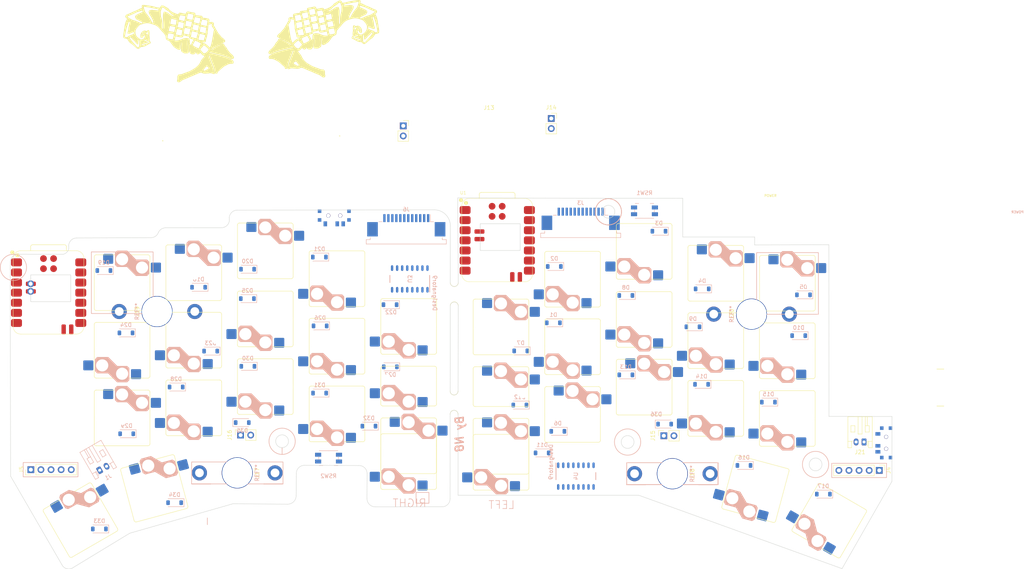
<source format=kicad_pcb>
(kicad_pcb (version 20240108) (generator "pcbnew") (generator_version "8.0")
  (layers (0 "F.Cu" signal) (31 "B.Cu" signal) (34 "B.Paste" user) (35 "F.Paste" user) (36 "B.SilkS" user "B.Silkscreen") (37 "F.SilkS" user "F.Silkscreen") (38 "B.Mask" user) (39 "F.Mask" user) (44 "Edge.Cuts" user))
  (net 0 "")
  (net 1 "BT+")
  (net 2 "BT+_r")
  (net 3 "gnd")
  (net 4 "gnd_r")
  (net 5 "reset")
  (net 6 "reset_r")
  (net 7 "Net-(D1-A)")
  (net 8 "raw")
  (net 9 "Net-(D2-A)")
  (net 10 "raw_r")
  (net 11 "vcc")
  (net 12 "vcc_r")
  (net 13 "CS")
  (net 14 "SCK")
  (net 15 "MOSI")
  (net 16 "Net-(D3-A)")
  (net 17 "Net-(D4-A)")
  (net 18 "Net-(D5-A)")
  (net 19 "ROW0")
  (net 20 "ROW1")
  (net 21 "ROW2")
  (net 22 "COL1")
  (net 23 "COL0")
  (net 24 "COL2")
  (net 25 "COL3")
  (net 26 "COL4")
  (net 27 "Net-(D6-A)")
  (net 28 "Net-(D7-A)")
  (net 29 "Net-(D8-A)")
  (net 30 "MOSI_r")
  (net 31 "SCK_r")
  (net 32 "Net-(D9-A)")
  (net 33 "Net-(D10-A)")
  (net 34 "Net-(D11-A)")
  (net 35 "Net-(D12-A)")
  (net 36 "Net-(D13-A)")
  (net 37 "Net-(D14-A)")
  (net 38 "Net-(D15-A)")
  (net 39 "COL1_r")
  (net 40 "Net-(D16-A)")
  (net 41 "Net-(D17-A)")
  (net 42 "COL0_r")
  (net 43 "Net-(D18-A)")
  (net 44 "Net-(D19-A)")
  (net 45 "COL4_r")
  (net 46 "Net-(D20-A)")
  (net 47 "Net-(D21-A)")
  (net 48 "COL3_r")
  (net 49 "Net-(D22-A)")
  (net 50 "Net-(D23-A)")
  (net 51 "COL2_r")
  (net 52 "Net-(D24-A)")
  (net 53 "Net-(D25-A)")
  (net 54 "Net-(D26-A)")
  (net 55 "Net-(D27-A)")
  (net 56 "Net-(D28-A)")
  (net 57 "Net-(D29-A)")
  (net 58 "Net-(D30-A)")
  (net 59 "Net-(D31-A)")
  (net 60 "Net-(D32-A)")
  (net 61 "Net-(D33-A)")
  (net 62 "Net-(D34-A)")
  (net 64 "nfc_2_r")
  (net 65 "nfc_1_r")
  (net 67 "MISO")
  (net 69 "IPD_DATA_r")
  (net 70 "IPD_RST_r")
  (net 72 "ROW0_r")
  (net 73 "ROW1_r")
  (net 74 "ROW2_r")
  (net 75 "IPD_CLK_r")
  (net 77 "IPD_CLK")
  (net 78 "IPD_RST")
  (net 79 "IPD_DATA")
  (net 82 "Net-(D35-A)")
  (net 83 "COL5_r")
  (net 84 "CS_r")
  (net 85 "MISO_r")
  (net 87 "Net-(D36-A)")
  (net 88 "COL5")
  (net 92 "SR_CS_r")
  (net 93 "SR_CS")
  (net 94 "Net-(U4-VCC)")
  (net 98 "Net-(J13-Pin_2)")
  (net 99 "Net-(J13-Pin_1)")
  (footprint "choc_switch:SW_Hotswap_Kailh_Choc_V1_tweaked_no_clickbar" (layer "F.Cu") (at 159.995 94.48 180)
    (property "Reference" "SW11")
    (property "Value" "SW_Push")
    (pad "" np_thru_hole circle (at -5.5 0 180) (size 1.8 1.8) (drill 1.8) (layers "F&B.Cu" "*.Mask"))
    (pad "" np_thru_hole circle (at 0 -5.9 180) (size 3.05 3.05) (drill 3.05) (layers "*.Cu" "*.Mask"))
    (pad "" np_thru_hole circle (at 0 0 180) (size 3.4 3.4) (drill 3.4) (layers "*.Cu" "*.Mask"))
    (pad "" np_thru_hole circle (at 5 -3.8 180) (size 3.05 3.05) (drill 3.05) (layers "*.Cu" "*.Mask"))
    (pad "" np_thru_hole circle (at 5.5 0 180) (size 1.8 1.8) (drill 1.8) (layers "F&B.Cu" "*.Mask"))
    (pad "1" smd roundrect (at -3.5 -6 180) (size 2.55 2.5) (layers "B.Cu" "B.Paste" "B.Mask") (roundrect_rratio 0.1) (net 26 "COL4"))
    (pad "2" smd roundrect (at 8.5 -3.8 180) (size 2.55 2.5) (layers "B.Cu" "B.Paste" "B.Mask") (roundrect_rratio 0.1) (net 34 "Net-(D11-A)"))
  )
  (footprint "choc_switch:SW_Hotswap_Kailh_Choc_V1_tweaked_no_clickbar" (layer "F.Cu") (at 100.728 58.448 180)
    (property "Reference" "SW8_r1")
    (property "Value" "SW_Push")
    (pad "" np_thru_hole circle (at -5.5 0 180) (size 1.8 1.8) (drill 1.8) (layers "F&B.Cu" "*.Mask"))
    (pad "" np_thru_hole circle (at 0 -5.9 180) (size 3.05 3.05) (drill 3.05) (layers "*.Cu" "*.Mask"))
    (pad "" np_thru_hole circle (at 0 0 180) (size 3.4 3.4) (drill 3.4) (layers "*.Cu" "*.Mask"))
    (pad "" np_thru_hole circle (at 5 -3.8 180) (size 3.05 3.05) (drill 3.05) (layers "*.Cu" "*.Mask"))
    (pad "" np_thru_hole circle (at 5.5 0 180) (size 1.8 1.8) (drill 1.8) (layers "F&B.Cu" "*.Mask"))
    (pad "1" smd roundrect (at -3.5 -6 180) (size 2.55 2.5) (layers "B.Cu" "B.Paste" "B.Mask") (roundrect_rratio 0.1) (net 39 "COL1_r"))
    (pad "2" smd roundrect (at 8.5 -3.8 180) (size 2.55 2.5) (layers "B.Cu" "B.Paste" "B.Mask") (roundrect_rratio 0.1) (net 53 "Net-(D25-A)"))
  )
  (footprint "choc_switch_3d:SW_Hotswap_Kailh_Choc_V1_tweaked_23du" (layer "F.Cu") (at 136.772 73.332 180)
    (property "Reference" "SW6_r1")
    (property "Value" "SW_Push")
    (pad "" np_thru_hole circle (at -5.5 0 180) (size 1.8 1.8) (drill 1.8) (layers "F&B.Cu" "*.Mask"))
    (pad "" np_thru_hole circle (at 0 -5.9 180) (size 3.05 3.05) (drill 3.05) (layers "*.Cu" "*.Mask"))
    (pad "" np_thru_hole circle (at 0 0 180) (size 3.4 3.4) (drill 3.4) (layers "*.Cu" "*.Mask"))
    (pad "" np_thru_hole circle (at 5 -3.8 180) (size 3.05 3.05) (drill 3.05) (layers "*.Cu" "*.Mask"))
    (pad "" np_thru_hole circle (at 5.5 0 180) (size 1.8 1.8) (drill 1.8) (layers "F&B.Cu" "*.Mask"))
    (pad "1" smd roundrect (at -3.5 -6 180) (size 2.55 2.5) (layers "B.Cu" "B.Paste" "B.Mask") (roundrect_rratio 0.1) (net 83 "COL5_r"))
    (pad "2" smd roundrect (at 8.5 -3.8 180) (size 2.55 2.5) (layers "B.Cu" "B.Paste" "B.Mask") (roundrect_rratio 0.1) (net 50 "Net-(D23-A)"))
  )
  (footprint "Duckyb-Parts:mouse-bite-5mm-slot-with-space-for-track" (layer "F.Cu") (at 148.24 52.22)
    (property "Reference" "mouse-bite-2mm-slot1" (hide yes))
    (property "Value" "VAL**" (hide yes))
    (pad "" np_thru_hole circle (at -1.016 -2.032) (size 0.5 0.5) (drill 0.5) (layers "*.Cu" "*.Mask"))
    (pad "" np_thru_hole circle (at -1.016 -1.016) (size 0.5 0.5) (drill 0.5) (layers "*.Cu" "*.Mask"))
    (pad "" np_thru_hole circle (at -1.016 0) (size 0.5 0.5) (drill 0.5) (layers "*.Cu" "*.Mask"))
    (pad "" np_thru_hole circle (at -1.016 1.016) (size 0.5 0.5) (drill 0.5) (layers "*.Cu" "*.Mask"))
    (pad "" np_thru_hole circle (at -1.016 2.032) (size 0.5 0.5) (drill 0.5) (layers "*.Cu" "*.Mask"))
    (pad "" np_thru_hole circle (at 1.016 -2.032) (size 0.5 0.5) (drill 0.5) (layers "*.Cu" "*.Mask"))
    (pad "" np_thru_hole circle (at 1.016 -1.016) (size 0.5 0.5) (drill 0.5) (layers "*.Cu" "*.Mask"))
    (pad "" np_thru_hole circle (at 1.016 0) (size 0.5 0.5) (drill 0.5) (layers "*.Cu" "*.Mask"))
    (pad "" np_thru_hole circle (at 1.016 1.016) (size 0.5 0.5) (drill 0.5) (layers "*.Cu" "*.Mask"))
    (pad "" np_thru_hole circle (at 1.016 2.032) (size 0.5 0.5) (drill 0.5) (layers "*.Cu" "*.Mask"))
  )
  (footprint "trackpoint:trackpoint_mount_t460s_offset" (layer "F.Cu") (at 73.5 56.58 -90)
    (property "Reference" "J19" (at 0 5 90) (layer "F.SilkS"))
    (property "Value" "TP_index_r")
    (fp_text user "REF**" (at 0 5 90) (layer "B.SilkS"))
    (pad "" thru_hole circle (at 0 -9.5 90) (size 3.8 3.8) (drill 2.2) (layers "*.Cu" "*.Mask"))
    (pad "" np_thru_hole circle (at 0 0 90) (size 7.8 7.8) (drill 7.5) (layers "F&B.Cu" "*.Mask"))
    (pad "" thru_hole circle (at 0 9.5 90) (size 3.8 3.8) (drill 2.2) (layers "*.Cu" "*.Mask"))
  )
  (footprint "choc_switch:SW_Hotswap_Kailh_Choc_V1_tweaked_no_clickbar" (layer "F.Cu") (at 223.955 101.162 165)
    (property "Reference" "SW16")
    (property "Value" "SW_Push")
    (pad "" np_thru_hole circle (at -5.5 0 165) (size 1.8 1.8) (drill 1.8) (layers "F&B.Cu" "*.Mask"))
    (pad "" np_thru_hole circle (at 0 -5.9 165) (size 3.05 3.05) (drill 3.05) (layers "*.Cu" "*.Mask"))
    (pad "" np_thru_hole circle (at 0 0 165) (size 3.4 3.4) (drill 3.4) (layers "*.Cu" "*.Mask"))
    (pad "" np_thru_hole circle (at 5 -3.8 165) (size 3.05 3.05) (drill 3.05) (layers "*.Cu" "*.Mask"))
    (pad "" np_thru_hole circle (at 5.5 0 165) (size 1.8 1.8) (drill 1.8) (layers "F&B.Cu" "*.Mask"))
    (pad "1" smd roundrect (at -3.5 -6 165) (size 2.55 2.5) (layers "B.Cu" "B.Paste" "B.Mask") (roundrect_rratio 0.1) (net 25 "COL3"))
    (pad "2" smd roundrect (at 8.5 -3.8 165) (size 2.55 2.5) (layers "B.Cu" "B.Paste" "B.Mask") (roundrect_rratio 0.1) (net 40 "Net-(D16-A)"))
  )
  (footprint "trackpoint:trackpoint_mount_t460s_offset" (layer "F.Cu") (at 93.67 97.15 90)
    (property "Reference" "J17" (at 0 5 90) (layer "F.SilkS"))
    (property "Value" "TP_thumb_r")
    (fp_text user "REF**" (at 0 5 90) (layer "B.SilkS"))
    (pad "" thru_hole circle (at 0 -9.5 270) (size 3.8 3.8) (drill 2.2) (layers "*.Cu" "*.Mask"))
    (pad "" np_thru_hole circle (at 0 0 270) (size 7.8 7.8) (drill 7.5) (layers "F&B.Cu" "*.Mask"))
    (pad "" thru_hole circle (at 0 9.5 270) (size 3.8 3.8) (drill 2.2) (layers "*.Cu" "*.Mask"))
  )
  (footprint "choc_switch:SW_Hotswap_Kailh_Choc_V1_tweaked_no_clickbar" (layer "F.Cu") (at 177.985 82.454)
    (property "Reference" "SW12")
    (property "Value" "SW_Push")
    (pad "" np_thru_hole circle (at -5.5 0) (size 1.8 1.8) (drill 1.8) (layers "F&B.Cu" "*.Mask"))
    (pad "" np_thru_hole circle (at 0 -5.9) (size 3.05 3.05) (drill 3.05) (layers "*.Cu" "*.Mask"))
    (pad "" np_thru_hole circle (at 0 0) (size 3.4 3.4) (drill 3.4) (layers "*.Cu" "*.Mask"))
    (pad "" np_thru_hole circle (at 5 -3.8) (size 3.05 3.05) (drill 3.05) (layers "*.Cu" "*.Mask"))
    (pad "" np_thru_hole circle (at 5.5 0) (size 1.8 1.8) (drill 1.8) (layers "F&B.Cu" "*.Mask"))
    (pad "1" smd roundrect (at -3.5 -6) (size 2.55 2.5) (layers "B.Cu" "B.Paste" "B.Mask") (roundrect_rratio 0.1) (net 88 "COL5"))
    (pad "2" smd roundrect (at 8.5 -3.8) (size 2.55 2.5) (layers "B.Cu" "B.Paste" "B.Mask") (roundrect_rratio 0.1) (net 35 "Net-(D12-A)"))
  )
  (footprint "Connector_PinSocket_2.54mm:PinSocket_1x02_P2.54mm_Vertical" (layer "F.Cu") (at 94.52 87.65 90)
    (property "Reference" "J16" (at 0 -2.77 90) (layer "F.SilkS"))
    (property "Value" "extra_btn")
    (pad "1" thru_hole rect (at 0 0 90) (size 1.7 1.7) (drill 1) (layers "*.Cu" "*.Mask") (net 83 "COL5_r"))
    (pad "2" thru_hole oval (at 0 2.54 90) (size 1.7 1.7) (drill 1) (layers "*.Cu" "*.Mask") (net 82 "Net-(D35-A)"))
  )
  (footprint "choc_switch:SW_Hotswap_Kailh_Choc_V1_tweaked_no_clickbar" (layer "F.Cu") (at 82.74 63.782 180)
    (property "Reference" "SW9_r1")
    (property "Value" "SW_Push")
    (pad "" np_thru_hole circle (at -5.5 0 180) (size 1.8 1.8) (drill 1.8) (layers "F&B.Cu" "*.Mask"))
    (pad "" np_thru_hole circle (at 0 -5.9 180) (size 3.05 3.05) (drill 3.05) (layers "*.Cu" "*.Mask"))
    (pad "" np_thru_hole circle (at 0 0 180) (size 3.4 3.4) (drill 3.4) (layers "*.Cu" "*.Mask"))
    (pad "" np_thru_hole circle (at 5 -3.8 180) (size 3.05 3.05) (drill 3.05) (layers "*.Cu" "*.Mask"))
    (pad "" np_thru_hole circle (at 5.5 0 180) (size 1.8 1.8) (drill 1.8) (layers "F&B.Cu" "*.Mask"))
    (pad "1" smd roundrect (at -3.5 -6 180) (size 2.55 2.5) (layers "B.Cu" "B.Paste" "B.Mask") (roundrect_rratio 0.1) (net 51 "COL2_r"))
    (pad "2" smd roundrect (at 8.5 -3.8 180) (size 2.55 2.5) (layers "B.Cu" "B.Paste" "B.Mask") (roundrect_rratio 0.1) (net 54 "Net-(D26-A)"))
  )
  (footprint "choc_switch:SW_Hotswap_Kailh_Choc_V1_tweaked_no_clickbar" (layer "F.Cu") (at 118.754 82.324 180)
    (property "Reference" "SW12_r1")
    (property "Value" "SW_Push")
    (pad "" np_thru_hole circle (at -5.5 0 180) (size 1.8 1.8) (drill 1.8) (layers "F&B.Cu" "*.Mask"))
    (pad "" np_thru_hole circle (at 0 -5.9 180) (size 3.05 3.05) (drill 3.05) (layers "*.Cu" "*.Mask"))
    (pad "" np_thru_hole circle (at 0 0 180) (size 3.4 3.4) (drill 3.4) (layers "*.Cu" "*.Mask"))
    (pad "" np_thru_hole circle (at 5 -3.8 180) (size 3.05 3.05) (drill 3.05) (layers "*.Cu" "*.Mask"))
    (pad "" np_thru_hole circle (at 5.5 0 180) (size 1.8 1.8) (drill 1.8) (layers "F&B.Cu" "*.Mask"))
    (pad "1" smd roundrect (at -3.5 -6 180) (size 2.55 2.5) (layers "B.Cu" "B.Paste" "B.Mask") (roundrect_rratio 0.1) (net 83 "COL5_r"))
    (pad "2" smd roundrect (at 8.5 -3.8 180) (size 2.55 2.5) (layers "B.Cu" "B.Paste" "B.Mask") (roundrect_rratio 0.1) (net 57 "Net-(D29-A)"))
  )
  (footprint "choc_switch:SW_Hotswap_Kailh_Choc_V1_tweaked_no_clickbar" (layer "F.Cu") (at 82.74 80.8 180)
    (property "Reference" "SW14_r1")
    (property "Value" "SW_Push")
    (pad "" np_thru_hole circle (at -5.5 0 180) (size 1.8 1.8) (drill 1.8) (layers "F&B.Cu" "*.Mask"))
    (pad "" np_thru_hole circle (at 0 -5.9 180) (size 3.05 3.05) (drill 3.05) (layers "*.Cu" "*.Mask"))
    (pad "" np_thru_hole circle (at 0 0 180) (size 3.4 3.4) (drill 3.4) (layers "*.Cu" "*.Mask"))
    (pad "" np_thru_hole circle (at 5 -3.8 180) (size 3.05 3.05) (drill 3.05) (layers "*.Cu" "*.Mask"))
    (pad "" np_thru_hole circle (at 5.5 0 180) (size 1.8 1.8) (drill 1.8) (layers "F&B.Cu" "*.Mask"))
    (pad "1" smd roundrect (at -3.5 -6 180) (size 2.55 2.5) (layers "B.Cu" "B.Paste" "B.Mask") (roundrect_rratio 0.1) (net 39 "COL1_r"))
    (pad "2" smd roundrect (at 8.5 -3.8 180) (size 2.55 2.5) (layers "B.Cu" "B.Paste" "B.Mask") (roundrect_rratio 0.1) (net 59 "Net-(D31-A)"))
  )
  (footprint "xiao:XIAO-nRF52840-SMD" (layer "F.Cu") (at 46.28 51.84)
    (property "Reference" "U2" (hide yes))
    (property "Value" "SeeeduinoXIAO_BLE")
    (pad "1" smd roundrect (at -8.11 -7.62) (size 2.75 2) (layers "F.Cu" "F.Paste" "F.Mask") (net 72 "ROW0_r"))
    (pad "2" smd roundrect (at -8.11 -5.08) (size 2.75 2) (layers "F.Cu" "F.Paste" "F.Mask") (net 84 "CS_r"))
    (pad "3" smd roundrect (at -8.11 -2.54) (size 2.75 2) (layers "F.Cu" "F.Paste" "F.Mask") (net 73 "ROW1_r"))
    (pad "4" smd roundrect (at -8.11 0) (size 2.75 2) (layers "F.Cu" "F.Paste" "F.Mask") (net 74 "ROW2_r"))
    (pad "5" smd roundrect (at -8.11 2.54) (size 2.75 2) (layers "F.Cu" "F.Paste" "F.Mask") (net 69 "IPD_DATA_r"))
    (pad "6" smd roundrect (at -8.11 5.08) (size 2.75 2) (layers "F.Cu" "F.Paste" "F.Mask") (net 75 "IPD_CLK_r"))
    (pad "7" smd roundrect (at -8.11 7.62) (size 2.75 2) (layers "F.Cu" "F.Paste" "F.Mask") (net 70 "IPD_RST_r"))
    (pad "8" smd roundrect (at 8.055 7.62) (size 2.75 2) (layers "F.Cu" "F.Paste" "F.Mask") (net 92 "SR_CS_r"))
    (pad "9" smd roundrect (at 8.055 5.08) (size 2.75 2) (layers "F.Cu" "F.Paste" "F.Mask") (net 31 "SCK_r"))
    (pad "10" smd roundrect (at 8.055 2.54) (size 2.75 2) (layers "F.Cu" "F.Paste" "F.Mask") (net 85 "MISO_r"))
    (pad "11" smd roundrect (at 8.055 0) (size 2.75 2) (layers "F.Cu" "F.Paste" "F.Mask") (net 30 "MOSI_r"))
    (pad "12" smd roundrect (at 8.055 -2.54) (size 2.75 2) (layers "F.Cu" "F.Paste" "F.Mask") (net 12 "vcc_r"))
    (pad "13" smd roundrect (at 8.055 -5.08) (size 2.75 2) (layers "F.Cu" "F.Paste" "F.Mask") (net 4 "gnd_r"))
    (pad "14" smd roundrect (at 8.055 -7.62) (size 2.75 2) (layers "F.Cu" "F.Paste" "F.Mask"))
    (pad "15" smd roundrect (at -4.5 -0.3135 180) (size 2.5 1.1) (layers "F.Cu" "F.Paste" "F.Mask") (net 6 "reset_r"))
    (pad "16" smd roundrect (at -4.5 -2.2185 180) (size 2.5 1.1) (layers "F.Cu" "F.Paste" "F.Mask") (net 2 "BT+_r"))
    (pad "17" smd roundrect (at 3.755 9.2369 270) (size 2.5 1.1) (layers "F.Cu" "F.Paste" "F.Mask") (net 64 "nfc_2_r"))
    (pad "18" smd roundrect (at 5.66 9.2369 270) (size 2.5 1.1) (layers "F.Cu" "F.Paste" "F.Mask") (net 65 "nfc_1_r"))
    (pad "19" smd circle (at -1.325 -8.5685) (size 1.7 1.7) (layers "F.Cu" "F.Paste" "F.Mask"))
    (pad "20" smd circle (at 1.215 -8.5685) (size 1.7 1.7) (layers "F.Cu" "F.Paste" "F.Mask"))
    (pad "21" smd circle (at -1.325 -6.0285) (size 1.7 1.7) (layers "F.Cu" "F.Paste" "F.Mask"))
    (pad "22" smd circle (at 1.215 -6.0285) (size 1.7 1.7) (layers "F.Cu" "F.Paste" "F.Mask"))
  )
  (footprint "choc_switch:SW_Hotswap_Kailh_Choc_V1_tweaked_no_clickbar" (layer "F.Cu") (at 118.754 48.332 180)
    (property "Reference" "SW2_r1")
    (property "Value" "SW_Push")
    (pad "" np_thru_hole circle (at -5.5 0 180) (size 1.8 1.8) (drill 1.8) (layers "F&B.Cu" "*.Mask"))
    (pad "" np_thru_hole circle (at 0 -5.9 180) (size 3.05 3.05) (drill 3.05) (layers "*.Cu" "*.Mask"))
    (pad "" np_thru_hole circle (at 0 0 180) (size 3.4 3.4) (drill 3.4) (layers "*.Cu" "*.Mask"))
    (pad "" np_thru_hole circle (at 5 -3.8 180) (size 3.05 3.05) (drill 3.05) (layers "*.Cu" "*.Mask"))
    (pad "" np_thru_hole circle (at 5.5 0 180) (size 1.8 1.8) (drill 1.8) (layers "F&B.Cu" "*.Mask"))
    (pad "1" smd roundrect (at -3.5 -6 180) (size 2.55 2.5) (layers "B.Cu" "B.Paste" "B.Mask") (roundrect_rratio 0.1) (net 39 "COL1_r"))
    (pad "2" smd roundrect (at 8.5 -3.8 180) (size 2.55 2.5) (layers "B.Cu" "B.Paste" "B.Mask") (roundrect_rratio 0.1) (net 44 "Net-(D19-A)"))
  )
  (footprint "choc_switch:SW_Hotswap_Kailh_Choc_V1_tweaked_no_clickbar" (layer "F.Cu") (at 118.754 65.306 180)
    (property "Reference" "SW7_r1")
    (property "Value" "SW_Push")
    (pad "" np_thru_hole circle (at -5.5 0 180) (size 1.8 1.8) (drill 1.8) (layers "F&B.Cu" "*.Mask"))
    (pad "" np_thru_hole circle (at 0 -5.9 180) (size 3.05 3.05) (drill 3.05) (layers "*.Cu" "*.Mask"))
    (pad "" np_thru_hole circle (at 0 0 180) (size 3.4 3.4) (drill 3.4) (layers "*.Cu" "*.Mask"))
    (pad "" np_thru_hole circle (at 5 -3.8 180) (size 3.05 3.05) (drill 3.05) (layers "*.Cu" "*.Mask"))
    (pad "" np_thru_hole circle (at 5.5 0 180) (size 1.8 1.8) (drill 1.8) (layers "F&B.Cu" "*.Mask"))
    (pad "1" smd roundrect (at -3.5 -6 180) (size 2.55 2.5) (layers "B.Cu" "B.Paste" "B.Mask") (roundrect_rratio 0.1) (net 42 "COL0_r"))
    (pad "2" smd roundrect (at 8.5 -3.8 180) (size 2.55 2.5) (layers "B.Cu" "B.Paste" "B.Mask") (roundrect_rratio 0.1) (net 52 "Net-(D24-A)"))
  )
  (footprint "choc_switch:SW_Hotswap_Kailh_Choc_V1_tweaked_no_clickbar" (layer "F.Cu") (at 64.726 66.322 180)
    (property "Reference" "SW10_r1")
    (property "Value" "SW_Push")
    (pad "" np_thru_hole circle (at -5.5 0 180) (size 1.8 1.8) (drill 1.8) (layers "F&B.Cu" "*.Mask"))
    (pad "" np_thru_hole circle (at 0 -5.9 180) (size 3.05 3.05) (drill 3.05) (layers "*.Cu" "*.Mask"))
    (pad "" np_thru_hole circle (at 0 0 180) (size 3.4 3.4) (drill 3.4) (layers "*.Cu" "*.Mask"))
    (pad "" np_thru_hole circle (at 5 -3.8 180) (size 3.05 3.05) (drill 3.05) (layers "*.Cu" "*.Mask"))
    (pad "" np_thru_hole circle (at 5.5 0 180) (size 1.8 1.8) (drill 1.8) (layers "F&B.Cu" "*.Mask"))
    (pad "1" smd roundrect (at -3.5 -6 180) (size 2.55 2.5) (layers "B.Cu" "B.Paste" "B.Mask") (roundrect_rratio 0.1) (net 48 "COL3_r"))
    (pad "2" smd roundrect (at 8.5 -3.8 180) (size 2.55 2.5) (layers "B.Cu" "B.Paste" "B.Mask") (roundrect_rratio 0.1) (net 55 "Net-(D27-A)"))
  )
  (footprint "Connector_PinSocket_2.54mm:PinSocket_1x02_P2.54mm_Vertical" (layer "F.Cu") (at 200.925 87.82 90)
    (property "Reference" "J15" (at 0 -2.77 90) (layer "F.SilkS"))
    (property "Value" "extra_btn")
    (pad "1" thru_hole rect (at 0 0 90) (size 1.7 1.7) (drill 1) (layers "*.Cu" "*.Mask") (net 88 "COL5"))
    (pad "2" thru_hole oval (at 0 2.54 90) (size 1.7 1.7) (drill 1) (layers "*.Cu" "*.Mask") (net 87 "Net-(D36-A)"))
  )
  (footprint "choc_switch:SW_Hotswap_Kailh_Choc_V1_tweaked_no_clickbar" (layer "F.Cu") (at 213.985 46.962)
    (property "Reference" "SW4")
    (property "Value" "SW_Push")
    (pad "" np_thru_hole circle (at -5.5 0) (size 1.8 1.8) (drill 1.8) (layers "F&B.Cu" "*.Mask"))
    (pad "" np_thru_hole circle (at 0 -5.9) (size 3.05 3.05) (drill 3.05) (layers "*.Cu" "*.Mask"))
    (pad "" np_thru_hole circle (at 0 0) (size 3.4 3.4) (drill 3.4) (layers "*.Cu" "*.Mask"))
    (pad "" np_thru_hole circle (at 5 -3.8) (size 3.05 3.05) (drill 3.05) (layers "*.Cu" "*.Mask"))
    (pad "" np_thru_hole circle (at 5.5 0) (size 1.8 1.8) (drill 1.8) (layers "F&B.Cu" "*.Mask"))
    (pad "1" smd roundrect (at -3.5 -6) (size 2.55 2.5) (layers "B.Cu" "B.Paste" "B.Mask") (roundrect_rratio 0.1) (net 25 "COL3"))
    (pad "2" smd roundrect (at 8.5 -3.8) (size 2.55 2.5) (layers "B.Cu" "B.Paste" "B.Mask") (roundrect_rratio 0.1) (net 17 "Net-(D4-A)"))
  )
  (footprint "Connector_JST:JST_PH_S2B-PH-K_1x02_P2.00mm_Horizontal" (layer "F.Cu") (at 251.265 89.38 180)
    (property "Reference" "J21" (at 1 -2.55 180) (layer "F.SilkS"))
    (property "Value" "batt_jst_conn_r")
    (pad "1" thru_hole roundrect (at 0 0 180) (size 1.2 1.75) (drill 0.75) (layers "*.Cu" "*.Mask") (roundrect_rratio 0.208333) (net 1 "BT+"))
    (pad "2" thru_hole oval (at 2 0 180) (size 1.2 1.75) (drill 0.75) (layers "*.Cu" "*.Mask") (net 3 "gnd"))
  )
  (footprint "choc_switch:SW_Hotswap_Kailh_Choc_V1_tweaked_no_clickbar" (layer "F.Cu") (at 231.965 66.452 180)
    (property "Reference" "SW10")
    (property "Value" "SW_Push")
    (pad "" np_thru_hole circle (at -5.5 0 180) (size 1.8 1.8) (drill 1.8) (layers "F&B.Cu" "*.Mask"))
    (pad "" np_thru_hole circle (at 0 -5.9 180) (size 3.05 3.05) (drill 3.05) (layers "*.Cu" "*.Mask"))
    (pad "" np_thru_hole circle (at 0 0 180) (size 3.4 3.4) (drill 3.4) (layers "*.Cu" "*.Mask"))
    (pad "" np_thru_hole circle (at 5 -3.8 180) (size 3.05 3.05) (drill 3.05) (layers "*.Cu" "*.Mask"))
    (pad "" np_thru_hole circle (at 5.5 0 180) (size 1.8 1.8) (drill 1.8) (layers "F&B.Cu" "*.Mask"))
    (pad "1" smd roundrect (at -3.5 -6 180) (size 2.55 2.5) (layers "B.Cu" "B.Paste" "B.Mask") (roundrect_rratio 0.1) (net 25 "COL3"))
    (pad "2" smd roundrect (at 8.5 -3.8 180) (size 2.55 2.5) (layers "B.Cu" "B.Paste" "B.Mask") (roundrect_rratio 0.1) (net 33 "Net-(D10-A)"))
  )
  (footprint "choc_switch:SW_Hotswap_Kailh_Choc_V1_tweaked_no_clickbar" (layer "F.Cu") (at 213.985 63.912 180)
    (property "Reference" "SW9")
    (property "Value" "SW_Push")
    (pad "" np_thru_hole circle (at -5.5 0 180) (size 1.8 1.8) (drill 1.8) (layers "F&B.Cu" "*.Mask"))
    (pad "" np_thru_hole circle (at 0 -5.9 180) (size 3.05 3.05) (drill 3.05) (layers "*.Cu" "*.Mask"))
    (pad "" np_thru_hole circle (at 0 0 180) (size 3.4 3.4) (drill 3.4) (layers "*.Cu" "*.Mask"))
    (pad "" np_thru_hole circle (at 5 -3.8 180) (size 3.05 3.05) (drill 3.05) (layers "*.Cu" "*.Mask"))
    (pad "" np_thru_hole circle (at 5.5 0 180) (size 1.8 1.8) (drill 1.8) (layers "F&B.Cu" "*.Mask"))
    (pad "1" smd roundrect (at -3.5 -6 180) (size 2.55 2.5) (layers "B.Cu" "B.Paste" "B.Mask") (roundrect_rratio 0.1) (net 24 "COL2"))
    (pad "2" smd roundrect (at 8.5 -3.8 180) (size 2.55 2.5) (layers "B.Cu" "B.Paste" "B.Mask") (roundrect_rratio 0.1) (net 32 "Net-(D9-A)"))
  )
  (footprint "choc_switch:SW_Hotswap_Kailh_Choc_V1_tweaked_no_clickbar" (layer "F.Cu") (at 177.985 48.462 180)
    (property "Reference" "SW2")
    (property "Value" "SW_Push")
    (pad "" np_thru_hole circle (at -5.5 0 180) (size 1.8 1.8) (drill 1.8) (layers "F&B.Cu" "*.Mask"))
    (pad "" np_thru_hole circle (at 0 -5.9 180) (size 3.05 3.05) (drill 3.05) (layers "*.Cu" "*.Mask"))
    (pad "" np_thru_hole circle (at 0 0 180) (size 3.4 3.4) (drill 3.4) (layers "*.Cu" "*.Mask"))
    (pad "" np_thru_hole circle (at 5 -3.8 180) (size 3.05 3.05) (drill 3.05) (layers "*.Cu" "*.Mask"))
    (pad "" np_thru_hole circle (at 5.5 0 180) (size 1.8 1.8) (drill 1.8) (layers "F&B.Cu" "*.Mask"))
    (pad "1" smd roundrect (at -3.5 -6 180) (size 2.55 2.5) (layers "B.Cu" "B.Paste" "B.Mask") (roundrect_rratio 0.1) (net 22 "COL1"))
    (pad "2" smd roundrect (at 8.5 -3.8 180) (size 2.55 2.5) (layers "B.Cu" "B.Paste" "B.Mask") (roundrect_rratio 0.1) (net 9 "Net-(D2-A)"))
  )
  (footprint "choc_switch:SW_Hotswap_Kailh_Choc_V1_tweaked_no_clickbar" (layer "F.Cu") (at 242.515 109.162 150)
    (property "Reference" "SW17")
    (property "Value" "SW_Push")
    (pad "" np_thru_hole circle (at -5.5 0 150) (size 1.8 1.8) (drill 1.8) (layers "F&B.Cu" "*.Mask"))
    (pad "" np_thru_hole circle (at 0 -5.9 150) (size 3.05 3.05) (drill 3.05) (layers "*.Cu" "*.Mask"))
    (pad "" np_thru_hole circle (at 0 0 150) (size 3.4 3.4) (drill 3.4) (layers "*.Cu" "*.Mask"))
    (pad "" np_thru_hole circle (at 5 -3.8 150) (size 3.05 3.05) (drill 3.05) (layers "*.Cu" "*.Mask"))
    (pad "" np_thru_hole circle (at 5.5 0 150) (size 1.8 1.8) (drill 1.8) (layers "F&B.Cu" "*.Mask"))
    (pad "1" smd roundrect (at -3.5 -6 150) (size 2.55 2.5) (layers "B.Cu" "B.Paste" "B.Mask") (roundrect_rratio 0.1) (net 26 "COL4"))
    (pad "2" smd roundrect (at 8.5 -3.8 150) (size 2.55 2.5) (layers "B.Cu" "B.Paste" "B.Mask") (roundrect_rratio 0.1) (net 41 "Net-(D17-A)"))
  )
  (footprint "trackpoint:trackpoint_mount_t460s_offset" (layer "F.Cu") (at 203.065 97.36 90)
    (property "Reference" "J18" (at 0 5 90) (layer "F.SilkS"))
    (property "Value" "TP_thumb")
    (fp_text user "REF**" (at 0 5 90) (layer "B.SilkS"))
    (pad "" thru_hole circle (at 0 -9.5 270) (size 3.8 3.8) (drill 2.2) (layers "*.Cu" "*.Mask"))
    (pad "" np_thru_hole circle (at 0 0 270) (size 7.8 7.8) (drill 7.5) (layers "F&B.Cu" "*.Mask"))
    (pad "" thru_hole circle (at 0 9.5 270) (size 3.8 3.8) (drill 2.2) (layers "*.Cu" "*.Mask"))
  )
  (footprint "choc_switch:SW_Hotswap_Kailh_Choc_V1_tweaked_no_clickbar" (layer "F.Cu") (at 54.258 109.032 30)
    (property "Reference" "SW17_r1")
    (property "Value" "SW_Push")
    (pad "" np_thru_hole circle (at -5.5 0 30) (size 1.8 1.8) (drill 1.8) (layers "F&B.Cu" "*.Mask"))
    (pad "" np_thru_hole circle (at 0 -5.9 30) (size 3.05 3.05) (drill 3.05) (layers "*.Cu" "*.Mask"))
    (pad "" np_thru_hole circle (at 0 0 30) (size 3.4 3.4) (drill 3.4) (layers "*.Cu" "*.Mask"))
    (pad "" np_thru_hole circle (at 5 -3.8 30) (size 3.05 3.05) (drill 3.05) (layers "*.Cu" "*.Mask"))
    (pad "" np_thru_hole circle (at 5.5 0 30) (size 1.8 1.8) (drill 1.8) (layers "F&B.Cu" "*.Mask"))
    (pad "1" smd roundrect (at -3.5 -6 30) (size 2.55 2.5) (layers "B.Cu" "B.Paste" "B.Mask") (roundrect_rratio 0.1) (net 45 "COL4_r"))
    (pad "2" smd roundrect (at 8.5 -3.8 30) (size 2.55 2.5) (layers "B.Cu" "B.Paste" "B.Mask") (roundrect_rratio 0.1) (net 62 "Net-(D34-A)"))
  )
  (footprint "Connector_PinHeader_2.54mm:PinHeader_1x05_P2.54mm_Vertical" (layer "F.Cu") (at 41.775 96.35 90)
    (property "Reference" "J5" (at 0 -2.33 90) (layer "F.SilkS"))
    (property "Value" "niceview_right")
    (pad "1" thru_hole rect (at 0 0 90) (size 1.7 1.7) (drill 1) (layers "*.Cu" "*.Mask") (net 30 "MOSI_r"))
    (pad "2" thru_hole oval (at 0 2.54 90) (size 1.7 1.7) (drill 1) (layers "*.Cu" "*.Mask") (net 31 "SCK_r"))
    (pad "3" thru_hole oval (at 0 5.08 90) (size 1.7 1.7) (drill 1) (layers "*.Cu" "*.Mask") (net 12 "vcc_r"))
    (pad "4" thru_hole oval (at 0 7.62 90) (size 1.7 1.7) (drill 1) (layers "*.Cu" "*.Mask") (net 4 "gnd_r"))
    (pad "5" thru_hole oval (at 0 10.16 90) (size 1.7 1.7) (drill 1) (layers "*.Cu" "*.Mask") (net 84 "CS_r"))
  )
  (footprint "choc_switch:SW_Hotswap_Kailh_Choc_V1_tweaked_no_clickbar" (layer "F.Cu") (at 136.772 60.332 180)
    (property "Reference" "SW1_r1")
    (property "Value" "SW_Push")
    (pad "" np_thru_hole circle (at -5.5 0 180) (size 1.8 1.8) (drill 1.8) (layers "F&B.Cu" "*.Mask"))
    (pad "" np_thru_hole circle (at 0 -5.9 180) (size 3.05 3.05) (drill 3.05) (layers "*.Cu" "*.Mask"))
    (pad "" np_thru_hole circle (at 0 0 180) (size 3.4 3.4) (drill 3.4) (layers "*.Cu" "*.Mask"))
    (pad "" np_thru_hole circle (at 5 -3.8 180) (size 3.05 3.05) (drill 3.05) (layers "*.Cu" "*.Mask"))
    (pad "" np_thru_hole circle (at 5.5 0 180) (size 1.8 1.8) (drill 1.8) (layers "F&B.Cu" "*.Mask"))
    (pad "1" smd roundrect (at -3.5 -6 180) (size 2.55 2.5) (layers "B.Cu" "B.Paste" "B.Mask") (roundrect_rratio 0.1) (net 42 "COL0_r"))
    (pad "2" smd roundrect (at 8.5 -3.8 180) (size 2.55 2.5) (layers "B.Cu" "B.Paste" "B.Mask") (roundrect_rratio 0.1) (net 43 "Net-(D18-A)"))
  )
  (footprint "choc_switch_3d:SW_Hotswap_Kailh_Choc_V1_tweaked_23du" (layer "F.Cu") (at 159.985 77.462)
    (property "Reference" "SW6")
    (property "Value" "SW_Push")
    (pad "" np_thru_hole circle (at -5.5 0) (size 1.8 1.8) (drill 1.8) (layers "F&B.Cu" "*.Mask"))
    (pad "" np_thru_hole circle (at 0 -5.9) (size 3.05 3.05) (drill 3.05) (layers "*.Cu" "*.Mask"))
    (pad "" np_thru_hole circle (at 0 0) (size 3.4 3.4) (drill 3.4) (layers "*.Cu" "*.Mask"))
    (pad "" np_thru_hole circle (at 5 -3.8) (size 3.05 3.05) (drill 3.05) (layers "*.Cu" "*.Mask"))
    (pad "" np_thru_hole circle (at 5.5 0) (size 1.8 1.8) (drill 1.8) (layers "F&B.Cu" "*.Mask"))
    (pad "1" smd roundrect (at -3.5 -6) (size 2.55 2.5) (layers "B.Cu" "B.Paste" "B.Mask") (roundrect_rratio 0.1) (net 88 "COL5"))
    (pad "2" smd roundrect (at 8.5 -3.8) (size 2.55 2.5) (layers "B.Cu" "B.Paste" "B.Mask") (roundrect_rratio 0.1) (net 27 "Net-(D6-A)"))
  )
  (footprint "xiao:XIAO-nRF52840-SMD" (layer "F.Cu") (at 159.07 38.6885)
    (property "Reference" "U1" (at -9.445 -11.5 0) (layer "F.SilkS") (effects (font (size 0.78232 0.78232) (thickness 0.10668)) (justify left bottom)))
    (property "Value" "SeeeduinoXIAO_BLE")
    (pad "1" smd roundrect (at -8.11 -7.62) (size 2.75 2) (layers "F.Cu" "F.Paste" "F.Mask") (net 19 "ROW0"))
    (pad "2" smd roundrect (at -8.11 -5.08) (size 2.75 2) (layers "F.Cu" "F.Paste" "F.Mask") (net 13 "CS"))
    (pad "3" smd roundrect (at -8.11 -2.54) (size 2.75 2) (layers "F.Cu" "F.Paste" "F.Mask") (net 20 "ROW1"))
    (pad "4" smd roundrect (at -8.11 0) (size 2.75 2) (layers "F.Cu" "F.Paste" "F.Mask") (net 21 "ROW2"))
    (pad "5" smd roundrect (at -8.11 2.54) (size 2.75 2) (layers "F.Cu" "F.Paste" "F.Mask") (net 79 "IPD_DATA"))
    (pad "6" smd roundrect (at -8.11 5.08) (size 2.75 2) (layers "F.Cu" "F.Paste" "F.Mask") (net 77 "IPD_CLK"))
    (pad "7" smd roundrect (at -8.11 7.62) (size 2.75 2) (layers "F.Cu" "F.Paste" "F.Mask") (net 78 "IPD_RST"))
    (pad "8" smd roundrect (at 8.055 7.62) (size 2.75 2) (layers "F.Cu" "F.Paste" "F.Mask") (net 93 "SR_CS"))
    (pad "9" smd roundrect (at 8.055 5.08) (size 2.75 2) (layers "F.Cu" "F.Paste" "F.Mask") (net 14 "SCK"))
    (pad "10" smd roundrect (at 8.055 2.54) (size 2.75 2) (layers "F.Cu" "F.Paste" "F.Mask") (net 15 "MOSI"))
    (pad "11" smd roundrect (at 8.055 0) (size 2.75 2) (layers "F.Cu" "F.Paste" "F.Mask") (net 67 "MISO"))
    (pad "12" smd roundrect (at 8.055 -2.54) (size 2.75 2) (layers "F.Cu" "F.Paste" "F.Mask") (net 11 "vcc"))
    (pad "13" smd roundrect (at 8.055 -5.08) (size 2.75 2) (layers "F.Cu" "F.Paste" "F.Mask") (net 3 "gnd"))
    (pad "14" smd roundrect (at 8.055 -7.62) (size 2.75 2) (layers "F.Cu" "F.Paste" "F.Mask"))
    (pad "15" smd roundrect (at -4.5 -0.3135 180) (size 2.5 1.1) (layers "F.Cu" "F.Paste" "F.Mask") (net 5 "reset"))
    (pad "16" smd roundrect (at -4.5 -2.2185 180) (size 2.5 1.1) (layers "F.Cu" "F.Paste" "F.Mask") (net 8 "raw"))
    (pad "17" smd roundrect (at 3.755 9.2369 270) (size 2.5 1.1) (layers "F.Cu" "F.Paste" "F.Mask") (net 98 "Net-(J13-Pin_2)"))
    (pad "18" smd roundrect (at 5.66 9.2369 270) (size 2.5 1.1) (layers "F.Cu" "F.Paste" "F.Mask") (net 99 "Net-(J13-Pin_1)"))
    (pad "19" smd circle (at -1.325 -8.5685) (size 1.7 1.7) (layers "F.Cu" "F.Paste" "F.Mask"))
    (pad "20" smd circle (at 1.215 -8.5685) (size 1.7 1.7) (layers "F.Cu" "F.Paste" "F.Mask"))
    (pad "21" smd circle (at -1.325 -6.0285) (size 1.7 1.7) (layers "F.Cu" "F.Paste" "F.Mask"))
    (pad "22" smd circle (at 1.215 -6.0285) (size 1.7 1.7) (layers "F.Cu" "F.Paste" "F.Mask"))
  )
  (footprint "choc_switch:SW_Hotswap_Kailh_Choc_V1_tweaked_no_clickbar" (layer "F.Cu") (at 213.985 80.93 180)
    (property "Reference" "SW14")
    (property "Value" "SW_Push")
    (pad "" np_thru_hole circle (at -5.5 0 180) (size 1.8 1.8) (drill 1.8) (layers "F&B.Cu" "*.Mask"))
    (pad "" np_thru_hole circle (at 0 -5.9 180) (size 3.05 3.05) (drill 3.05) (layers "*.Cu" "*.Mask"))
    (pad "" np_thru_hole circle (at 0 0 180) (size 3.4 3.4) (drill 3.4) (layers "*.Cu" "*.Mask"))
    (pad "" np_thru_hole circle (at 5 -3.8 180) (size 3.05 3.05) (drill 3.05) (layers "*.Cu" "*.Mask"))
    (pad "" np_thru_hole circle (at 5.5 0 180) (size 1.8 1.8) (drill 1.8) (layers "F&B.Cu" "*.Mask"))
    (pad "1" smd roundrect (at -3.5 -6 180) (size 2.55 2.5) (layers "B.Cu" "B.Paste" "B.Mask") (roundrect_rratio 0.1) (net 22 "COL1"))
    (pad "2" smd roundrect (at 8.5 -3.8 180) (size 2.55 2.5) (layers "B.Cu" "B.Paste" "B.Mask") (roundrect_rratio 0.1) (net 37 "Net-(D14-A)"))
  )
  (footprint "choc_switch:SW_Hotswap_Kailh_Choc_V1_tweaked_no_clickbar" (layer "F.Cu") (at 231.965 83.47 180)
    (property "Reference" "SW15")
    (property "Value" "SW_Push")
    (pad "" np_thru_hole circle (at -5.5 0 180) (size 1.8 1.8) (drill 1.8) (layers "F&B.Cu" "*.Mask"))
    (pad "" np_thru_hole circle (at 0 -5.9 180) (size 3.05 3.05) (drill 3.05) (layers "*.Cu" "*.Mask"))
    (pad "" np_thru_hole circle (at 0 0 180) (size 3.4 3.4) (drill 3.4) (layers "*.Cu" "*.Mask"))
    (pad "" np_thru_hole circle (at 5 -3.8 180) (size 3.05 3.05) (drill 3.05) (layers "*.Cu" "*.Mask"))
    (pad "" np_thru_hole circle (at 5.5 0 180) (size 1.8 1.8) (drill 1.8) (layers "F&B.Cu" "*.Mask"))
    (pad "1" smd roundrect (at -3.5 -6 180) (size 2.55 2.5) (layers "B.Cu" "B.Paste" "B.Mask") (roundrect_rratio 0.1) (net 24 "COL2"))
    (pad "2" smd roundrect (at 8.5 -3.8 180) (size 2.55 2.5) (layers "B.Cu" "B.Paste" "B.Mask") (roundrect_rratio 0.1) (net 38 "Net-(D15-A)"))
  )
  (footprint "choc_switch:SW_Hotswap_Kailh_Choc_V1_tweaked_no_clickbar" (layer "F.Cu") (at 159.985 60.462)
    (property "Reference" "SW1")
    (property "Value" "SW_Push")
    (pad "" np_thru_hole circle (at -5.5 0) (size 1.8 1.8) (drill 1.8) (layers "F&B.Cu" "*.Mask"))
    (pad "" np_thru_hole circle (at 0 -5.9) (size 3.05 3.05) (drill 3.05) (layers "*.Cu" "*.Mask"))
    (pad "" np_thru_hole circle (at 0 0) (size 3.4 3.4) (drill 3.4) (layers "*.Cu" "*.Mask"))
    (pad "" np_thru_hole circle (at 5 -3.8) (size 3.05 3.05) (drill 3.05) (layers "*.Cu" "*.Mask"))
    (pad "" np_thru_hole circle (at 5.5 0) (size 1.8 1.8) (drill 1.8) (layers "F&B.Cu" "*.Mask"))
    (pad "1" smd roundrect (at -3.5 -6) (size 2.55 2.5) (layers "B.Cu" "B.Paste" "B.Mask") (roundrect_rratio 0.1) (net 23 "COL0"))
    (pad "2" smd roundrect (at 8.5 -3.8) (size 2.55 2.5) (layers "B.Cu" "B.Paste" "B.Mask") (roundrect_rratio 0.1) (net 7 "Net-(D1-A)"))
  )
  (footprint "Duckyb-Parts:mouse-bite-5mm-slot-with-space-for-track" (layer "F.Cu") (at 148.19 79.5)
    (property "Reference" "mouse-bite-2mm-slot1" (hide yes))
    (property "Value" "1" (hide yes))
    (pad "" np_thru_hole circle (at -1.016 -2.032) (size 0.5 0.5) (drill 0.5) (layers "*.Cu" "*.Mask"))
    (pad "" np_thru_hole circle (at -1.016 -1.016) (size 0.5 0.5) (drill 0.5) (layers "*.Cu" "*.Mask"))
    (pad "" np_thru_hole circle (at -1.016 0) (size 0.5 0.5) (drill 0.5) (layers "*.Cu" "*.Mask"))
    (pad "" np_thru_hole circle (at -1.016 1.016) (size 0.5 0.5) (drill 0.5) (layers "*.Cu" "*.Mask"))
    (pad "" np_thru_hole circle (at -1.016 2.032) (size 0.5 0.5) (drill 0.5) (layers "*.Cu" "*.Mask"))
    (pad "" np_thru_hole circle (at 1.016 -2.032) (size 0.5 0.5) (drill 0.5) (layers "*.Cu" "*.Mask"))
    (pad "" np_thru_hole circle (at 1.016 -1.016) (size 0.5 0.5) (drill 0.5) (layers "*.Cu" "*.Mask"))
    (pad "" np_thru_hole circle (at 1.016 0) (size 0.5 0.5) (drill 0.5) (layers "*.Cu" "*.Mask"))
    (pad "" np_thru_hole circle (at 1.016 1.016) (size 0.5 0.5) (drill 0.5) (layers "*.Cu" "*.Mask"))
    (pad "" np_thru_hole circle (at 1.016 2.032) (size 0.5 0.5) (drill 0.5) (layers "*.Cu" "*.Mask"))
  )
  (footprint "choc_switch:SW_Hotswap_Kailh_Choc_V1_tweaked_no_clickbar" (layer "F.Cu") (at 64.726 49.332)
    (property "Reference" "SW5_r1")
    (property "Value" "SW_Push")
    (pad "" np_thru_hole circle (at -5.5 0) (size 1.8 1.8) (drill 1.8) (layers "F&B.Cu" "*.Mask"))
    (pad "" np_thru_hole circle (at 0 -5.9) (size 3.05 3.05) (drill 3.05) (layers "*.Cu" "*.Mask"))
    (pad "" np_thru_hole circle (at 0 0) (size 3.4 3.4) (drill 3.4) (layers "*.Cu" "*.Mask"))
    (pad "" np_thru_hole circle (at 5 -3.8) (size 3.05 3.05) (drill 3.05) (layers "*.Cu" "*.Mask"))
    (pad "" np_thru_hole circle (at 5.5 0) (size 1.8 1.8) (drill 1.8) (layers "F&B.Cu" "*.Mask"))
    (pad "1" smd roundrect (at -3.5 -6) (size 2.55 2.5) (layers "B.Cu" "B.Paste" "B.Mask") (roundrect_rratio 0.1) (net 45 "COL4_r"))
    (pad "2" smd roundrect (at 8.5 -3.8) (size 2.55 2.5) (layers "B.Cu" "B.Paste" "B.Mask") (roundrect_rratio 0.1) (net 49 "Net-(D22-A)"))
  )
  (footprint "Connector_PinSocket_2.54mm:PinSocket_1x02_P2.54mm_Vertical" (layer "F.Cu") (at 172.625 8.05)
    (property "Reference" "J14" (at 0 -2.77 0) (layer "F.SilkS"))
    (property "Value" "nfc")
    (pad "1" thru_hole rect (at 0 0) (size 1.7 1.7) (drill 1) (layers "*.Cu" "*.Mask") (net 65 "nfc_1_r"))
    (pad "2" thru_hole oval (at 0 2.54) (size 1.7 1.7) (drill 1) (layers "*.Cu" "*.Mask") (net 64 "nfc_2_r"))
  )
  (footprint "choc_switch:SW_Hotswap_Kailh_Choc_V1_tweaked_no_clickbar" (layer "F.Cu") (at 195.985 58.578 180)
    (property "Reference" "SW8")
    (property "Value" "SW_Push")
    (pad "" np_thru_hole circle (at -5.5 0 180) (size 1.8 1.8) (drill 1.8) (layers "F&B.Cu" "*.Mask"))
    (pad "" np_thru_hole circle (at 0 -5.9 180) (size 3.05 3.05) (drill 3.05) (layers "*.Cu" "*.Mask"))
    (pad "" np_thru_hole circle (at 0 0 180) (size 3.4 3.4) (drill 3.4) (layers "*.Cu" "*.Mask"))
    (pad "" np_thru_hole circle (at 5 -3.8 180) (size 3.05 3.05) (drill 3.05) (layers "*.Cu" "*.Mask"))
    (pad "" np_thru_hole circle (at 5.5 0 180) (size 1.8 1.8) (drill 1.8) (layers "F&B.Cu" "*.Mask"))
    (pad "1" smd roundrect (at -3.5 -6 180) (size 2.55 2.5) (layers "B.Cu" "B.Paste" "B.Mask") (roundrect_rratio 0.1) (net 22 "COL1"))
    (pad "2" smd roundrect (at 8.5 -3.8 180) (size 2.55 2.5) (layers "B.Cu" "B.Paste" "B.Mask") (roundrect_rratio 0.1) (net 29 "Net-(D8-A)"))
  )
  (footprint "Connector_PinHeader_2.54mm:PinHeader_1x05_P2.54mm_Vertical" (layer "F.Cu") (at 255.095 96.52 -90)
    (property "Reference" "J4" (at 0 -2.33 90) (layer "F.SilkS"))
    (property "Value" "niceview_left")
    (pad "1" thru_hole rect (at 0 0 270) (size 1.7 1.7) (drill 1) (layers "*.Cu" "*.Mask") (net 13 "CS"))
    (pad "2" thru_hole oval (at 0 2.54 270) (size 1.7 1.7) (drill 1) (layers "*.Cu" "*.Mask") (net 3 "gnd"))
    (pad "3" thru_hole oval (at 0 5.08 270) (size 1.7 1.7) (drill 1) (layers "*.Cu" "*.Mask") (net 11 "vcc"))
    (pad "4" thru_hole oval (at 0 7.62 270) (size 1.7 1.7) (drill 1) (layers "*.Cu" "*.Mask") (net 14 "SCK"))
    (pad "5" thru_hole oval (at 0 10.16 270) (size 1.7 1.7) (drill 1) (layers "*.Cu" "*.Mask") (net 15 "MOSI"))
  )
  (footprint "choc_switch:SW_Hotswap_Kailh_Choc_V1_tweaked_no_clickbar" (layer "F.Cu") (at 177.985 65.436 180)
    (property "Reference" "SW7")
    (property "Value" "SW_Push")
    (pad "" np_thru_hole circle (at -5.5 0 180) (size 1.8 1.8) (drill 1.8) (layers "F&B.Cu" "*.Mask"))
    (pad "" np_thru_hole circle (at 0 -5.9 180) (size 3.05 3.05) (drill 3.05) (layers "*.Cu" "*.Mask"))
    (pad "" np_thru_hole circle (at 0 0 180) (size 3.4 3.4) (drill 3.4) (layers "*.Cu" "*.Mask"))
    (pad "" np_thru_hole circle (at 5 -3.8 180) (size 3.05 3.05) (drill 3.05) (layers "*.Cu" "*.Mask"))
    (pad "" np_thru_hole circle (at 5.5 0 180) (size 1.8 1.8) (drill 1.8) (layers "F&B.Cu" "*.Mask"))
    (pad "1" smd roundrect (at -3.5 -6 180) (size 2.55 2.5) (layers "B.Cu" "B.Paste" "B.Mask") (roundrect_rratio 0.1) (net 23 "COL0"))
    (pad "2" smd roundrect (at 8.5 -3.8 180) (size 2.55 2.5) (layers "B.Cu" "B.Paste" "B.Mask") (roundrect_rratio 0.1) (net 28 "Net-(D7-A)"))
  )
  (footprint "choc_switch:SW_Hotswap_Kailh_Choc_V1_tweaked_no_clickbar" (layer "F.Cu") (at 100.728 75.466 180)
    (property "Reference" "SW13_r1")
    (property "Value" "SW_Push")
    (pad "" np_thru_hole circle (at -5.5 0 180) (size 1.8 1.8) (drill 1.8) (layers "F&B.Cu" "*.Mask"))
    (pad "" np_thru_hole circle (at 0 -5.9 180) (size 3.05 3.05) (drill 3.05) (layers "*.Cu" "*.Mask"))
    (pad "" np_thru_hole circle (at 0 0 180) (size 3.4 3.4) (drill 3.4) (layers "*.Cu" "*.Mask"))
    (pad "" np_thru_hole circle (at 5 -3.8 180) (size 3.05 3.05) (drill 3.05) (layers "*.Cu" "*.Mask"))
    (pad "" np_thru_hole circle (at 5.5 0 180) (size 1.8 1.8) (drill 1.8) (layers "F&B.Cu" "*.Mask"))
    (pad "1" smd roundrect (at -3.5 -6 180) (size 2.55 2.5) (layers "B.Cu" "B.Paste" "B.Mask") (roundrect_rratio 0.1) (net 42 "COL0_r"))
    (pad "2" smd roundrect (at 8.5 -3.8 180) (size 2.55 2.5) (layers "B.Cu" "B.Paste" "B.Mask") (roundrect_rratio 0.1) (net 58 "Net-(D30-A)"))
  )
  (footprint "choc_switch:SW_Hotswap_Kailh_Choc_V1_tweaked_no_clickbar" (layer "F.Cu") (at 72.818 101.032 15)
    (property "Reference" "SW16_r1")
    (property "Value" "SW_Push")
    (pad "" np_thru_hole circle (at -5.5 0 15) (size 1.8 1.8) (drill 1.8) (layers "F&B.Cu" "*.Mask"))
    (pad "" np_thru_hole circle (at 0 -5.9 15) (size 3.05 3.05) (drill 3.05) (layers "*.Cu" "*.Mask"))
    (pad "" np_thru_hole circle (at 0 0 15) (size 3.4 3.4) (drill 3.4) (layers "*.Cu" "*.Mask"))
    (pad "" np_thru_hole circle (at 5 -3.8 15) (size 3.05 3.05) (drill 3.05) (layers "*.Cu" "*.Mask"))
    (pad "" np_thru_hole circle (at 5.5 0 15) (size 1.8 1.8) (drill 1.8) (layers "F&B.Cu" "*.Mask"))
    (pad "1" smd roundrect (at -3.5 -6 15) (size 2.55 2.5) (layers "B.Cu" "B.Paste" "B.Mask") (roundrect_rratio 0.1) (net 48 "COL3_r"))
    (pad "2" smd roundrect (at 8.5 -3.8 15) (size 2.55 2.5) (layers "B.Cu" "B.Paste" "B.Mask") (roundrect_rratio 0.1) (net 61 "Net-(D33-A)"))
  )
  (footprint "choc_switch:SW_Hotswap_Kailh_Choc_V1_tweaked_no_clickbar" (layer "F.Cu") (at 231.985 49.462)
    (property "Reference" "SW5")
    (property "Value" "SW_Push")
    (pad "" np_thru_hole circle (at -5.5 0) (size 1.8 1.8) (drill 1.8) (layers "F&B.Cu" "*.Mask"))
    (pad "" np_thru_hole circle (at 0 -5.9) (size 3.05 3.05) (drill 3.05) (layers "*.Cu" "*.Mask"))
    (pad "" np_thru_hole circle (at 0 0) (size 3.4 3.4) (drill 3.4) (layers "*.Cu" "*.Mask"))
    (pad "" np_thru_hole circle (at 5 -3.8) (size 3.05 3.05) (drill 3.05) (layers "*.Cu" "*.Mask"))
    (pad "" np_thru_hole circle (at 5.5 0) (size 1.8 1.8) (drill 1.8) (layers "F&B.Cu" "*.Mask"))
    (pad "1" smd roundrect (at -3.5 -6) (size 2.55 2.5) (layers "B.Cu" "B.Paste" "B.Mask") (roundrect_rratio 0.1) (net 26 "COL4"))
    (pad "2" smd roundrect (at 8.5 -3.8) (size 2.55 2.5) (layers "B.Cu" "B.Paste" "B.Mask") (roundrect_rratio 0.1) (net 18 "Net-(D5-A)"))
  )
  (footprint "choc_switch:SW_Hotswap_Kailh_Choc_V1_tweaked_no_clickbar" (layer "F.Cu") (at 82.74 46.832)
    (property "Reference" "SW4_r1")
    (property "Value" "SW_Push")
    (pad "" np_thru_hole circle (at -5.5 0) (size 1.8 1.8) (drill 1.8) (layers "F&B.Cu" "*.Mask"))
    (pad "" np_thru_hole circle (at 0 -5.9) (size 3.05 3.05) (drill 3.05) (layers "*.Cu" "*.Mask"))
    (pad "" np_thru_hole circle (at 0 0) (size 3.4 3.4) (drill 3.4) (layers "*.Cu" "*.Mask"))
    (pad "" np_thru_hole circle (at 5 -3.8) (size 3.05 3.05) (drill 3.05) (layers "*.Cu" "*.Mask"))
    (pad "" np_thru_hole circle (at 5.5 0) (size 1.8 1.8) (drill 1.8) (layers "F&B.Cu" "*.Mask"))
    (pad "1" smd roundrect (at -3.5 -6) (size 2.55 2.5) (layers "B.Cu" "B.Paste" "B.Mask") (roundrect_rratio 0.1) (net 48 "COL3_r"))
    (pad "2" smd roundrect (at 8.5 -3.8) (size 2.55 2.5) (layers "B.Cu" "B.Paste" "B.Mask") (roundrect_rratio 0.1) (net 47 "Net-(D21-A)"))
  )
  (footprint "choc_switch:SW_Hotswap_Kailh_Choc_V1_tweaked_no_clickbar" (layer "F.Cu") (at 195.985 41.462 180)
    (property "Reference" "SW3")
    (property "Value" "SW_Push")
    (pad "" np_thru_hole circle (at -5.5 0 180) (size 1.8 1.8) (drill 1.8) (layers "F&B.Cu" "*.Mask"))
    (pad "" np_thru_hole circle (at 0 -5.9 180) (size 3.05 3.05) (drill 3.05) (layers "*.Cu" "*.Mask"))
    (pad "" np_thru_hole circle (at 0 0 180) (size 3.4 3.4) (drill 3.4) (layers "*.Cu" "*.Mask"))
    (pad "" np_thru_hole circle (at 5 -3.8 180) (size 3.05 3.05) (drill 3.05) (layers "*.Cu" "*.Mask"))
    (pad "" np_thru_hole circle (at 5.5 0 180) (size 1.8 1.8) (drill 1.8) (layers "F&B.Cu" "*.Mask"))
    (pad "1" smd roundrect (at -3.5 -6 180) (size 2.55 2.5) (layers "B.Cu" "B.Paste" "B.Mask") (roundrect_rratio 0.1) (net 24 "COL2"))
    (pad "2" smd roundrect (at 8.5 -3.8 180) (size 2.55 2.5) (layers "B.Cu" "B.Paste" "B.Mask") (roundrect_rratio 0.1) (net 16 "Net-(D3-A)"))
  )
  (footprint "trackpoint:trackpoint_mount_t460s_offset" (layer "F.Cu") (at 222.975 57.24 -90)
    (property "Reference" "J20" (at 0 5 90) (layer "F.SilkS"))
    (property "Value" "TP_index")
    (fp_text user "REF**" (at 0 5 90) (layer "B.SilkS"))
    (pad "" thru_hole circle (at 0 -9.5 90) (size 3.8 3.8) (drill 2.2) (layers "*.Cu" "*.Mask"))
    (pad "" np_thru_hole circle (at 0 0 90) (size 7.8 7.8) (drill 7.5) (layers "F&B.Cu" "*.Mask"))
    (pad "" thru_hole circle (at 0 9.5 90) (size 3.8 3.8) (drill 2.2) (layers "*.Cu" "*.Mask"))
  )
  (footprint "choc_switch:SW_Hotswap_Kailh_Choc_V1_tweaked_no_clickbar" (layer "F.Cu") (at 136.76 94.32 180)
    (property "Reference" "SW11_r1")
    (property "Value" "SW_Push")
    (pad "" np_thru_hole circle (at -5.5 0 180) (size 1.8 1.8) (drill 1.8) (layers "F&B.Cu" "*.Mask"))
    (pad "" np_thru_hole circle (at 0 -5.9 180) (size 3.05 3.05) (drill 3.05) (layers "*.Cu" "*.Mask"))
    (pad "" np_thru_hole circle (at 0 0 180) (size 3.4 3.4) (drill 3.4) (layers "*.Cu" "*.Mask"))
    (pad "" np_thru_hole circle (at 5 -3.8 180) (size 3.05 3.05) (drill 3.05) (layers "*.Cu" "*.Mask"))
    (pad "" np_thru_hole circle (at 5.5 0 180) (size 1.8 1.8) (drill 1.8) (layers "F&B.Cu" "*.Mask"))
    (pad "1" smd roundrect (at -3.5 -6 180) (size 2.55 2.5) (layers "B.Cu" "B.Paste" "B.Mask") (roundrect_rratio 0.1) (net 45 "COL4_r"))
    (pad "2" smd roundrect (at 8.5 -3.8 180) (size 2.55 2.5) (layers "B.Cu" "B.Paste" "B.Mask") (roundrect_rratio 0.1) (net 56 "Net-(D28-A)"))
  )
  (footprint "choc_switch:SW_Hotswap_Kailh_Choc_V1_tweaked_no_clickbar" (layer "F.Cu") (at 159.985 90.462)
    (property "Reference" "SW11")
    (property "Value" "SW_Push")
    (pad "" np_thru_hole circle (at -5.5 0) (size 1.8 1.8) (drill 1.8) (layers "F&B.Cu" "*.Mask"))
    (pad "" np_thru_hole circle (at 0 -5.9) (size 3.05 3.05) (drill 3.05) (layers "*.Cu" "*.Mask"))
    (pad "" np_thru_hole circle (at 0 0) (size 3.4 3.4) (drill 3.4) (layers "*.Cu" "*.Mask"))
    (pad "" np_thru_hole circle (at 5 -3.8) (size 3.05 3.05) (drill 3.05) (layers "*.Cu" "*.Mask"))
    (pad "" np_thru_hole circle (at 5.5 0) (size 1.8 1.8) (drill 1.8) (layers "F&B.Cu" "*.Mask"))
    (pad "1" smd roundrect (at -3.5 -6) (size 2.55 2.5) (layers "B.Cu" "B.Paste" "B.Mask") (roundrect_rratio 0.1) (net 26 "COL4"))
    (pad "2" smd roundrect (at 8.5 -3.8) (size 2.55 2.5) (layers "B.Cu" "B.Paste" "B.Mask") (roundrect_rratio 0.1) (net 34 "Net-(D11-A)"))
  )
  (footprint "choc_switch:SW_Hotswap_Kailh_Choc_V1_tweaked_no_clickbar" (layer "F.Cu") (at 100.728 41.332)
    (property "Reference" "SW3_r1")
    (property "Value" "SW_Push")
    (pad "" np_thru_hole circle (at -5.5 0) (size 1.8 1.8) (drill 1.8) (layers "F&B.Cu" "*.Mask"))
    (pad "" np_thru_hole circle (at 0 -5.9) (size 3.05 3.05) (drill 3.05) (layers "*.Cu" "*.Mask"))
    (pad "" np_thru_hole circle (at 0 0) (size 3.4 3.4) (drill 3.4) (layers "*.Cu" "*.Mask"))
    (pad "" np_thru_hole circle (at 5 -3.8) (size 3.05 3.05) (drill 3.05) (layers "*.Cu" "*.Mask"))
    (pad "" np_thru_hole circle (at 5.5 0) (size 1.8 1.8) (drill 1.8) (layers "F&B.Cu" "*.Mask"))
    (pad "1" smd roundrect (at -3.5 -6) (size 2.55 2.5) (layers "B.Cu" "B.Paste" "B.Mask") (roundrect_rratio 0.1) (net 51 "COL2_r"))
    (pad "2" smd roundrect (at 8.5 -3.8) (size 2.55 2.5) (layers "B.Cu" "B.Paste" "B.Mask") (roundrect_rratio 0.1) (net 46 "Net-(D20-A)"))
  )
  (footprint "Connector_PinSocket_2.54mm:PinSocket_1x02_P2.54mm_Vertical" (layer "F.Cu") (at 135.41 9.9)
    (property "Reference" "J13" (at 21.56 -4.56 0) (layer "F.SilkS"))
    (property "Value" "nfc")
    (pad "1" thru_hole rect (at 0 0) (size 1.7 1.7) (drill 1) (layers "*.Cu" "*.Mask") (net 99 "Net-(J13-Pin_1)"))
    (pad "2" thru_hole oval (at 0 2.54) (size 1.7 1.7) (drill 1) (layers "*.Cu" "*.Mask") (net 98 "Net-(J13-Pin_2)"))
  )
  (footprint "choc_switch:SW_Hotswap_Kailh_Choc_V1_tweaked_no_clickbar" (layer "F.Cu") (at 195.985 75.596)
    (property "Reference" "SW13")
    (property "Value" "SW_Push")
    (pad "" np_thru_hole circle (at -5.5 0) (size 1.8 1.8) (drill 1.8) (layers "F&B.Cu" "*.Mask"))
    (pad "" np_thru_hole circle (at 0 -5.9) (size 3.05 3.05) (drill 3.05) (layers "*.Cu" "*.Mask"))
    (pad "" np_thru_hole circle (at 0 0) (size 3.4 3.4) (drill 3.4) (layers "*.Cu" "*.Mask"))
    (pad "" np_thru_hole circle (at 5 -3.8) (size 3.05 3.05) (drill 3.05) (layers "*.Cu" "*.Mask"))
    (pad "" np_thru_hole circle (at 5.5 0) (size 1.8 1.8) (drill 1.8) (layers "F&B.Cu" "*.Mask"))
    (pad "1" smd roundrect (at -3.5 -6) (size 2.55 2.5) (layers "B.Cu" "B.Paste" "B.Mask") (roundrect_rratio 0.1) (net 23 "COL0"))
    (pad "2" smd roundrect (at 8.5 -3.8) (size 2.55 2.5) (layers "B.Cu" "B.Paste" "B.Mask") (roundrect_rratio 0.1) (net 36 "Net-(D13-A)"))
  )
  (footprint "choc_switch:SW_Hotswap_Kailh_Choc_V1_tweaked_no_clickbar" (layer "F.Cu") (at 64.726 83.34)
    (property "Reference" "SW15_r1")
    (property "Value" "SW_Push")
    (pad "" np_thru_hole circle (at -5.5 0) (size 1.8 1.8) (drill 1.8) (layers "F&B.Cu" "*.Mask"))
    (pad "" np_thru_hole circle (at 0 -5.9) (size 3.05 3.05) (drill 3.05) (layers "*.Cu" "*.Mask"))
    (pad "" np_thru_hole circle (at 0 0) (size 3.4 3.4) (drill 3.4) (layers "*.Cu" "*.Mask"))
    (pad "" np_thru_hole circle (at 5 -3.8) (size 3.05 3.05) (drill 3.05) (layers "*.Cu" "*.Mask"))
    (pad "" np_thru_hole circle (at 5.5 0) (size 1.8 1.8) (drill 1.8) (layers "F&B.Cu" "*.Mask"))
    (pad "1" smd roundrect (at -3.5 -6) (size 2.55 2.5) (layers "B.Cu" "B.Paste" "B.Mask") (roundrect_rratio 0.1) (net 51 "COL2_r"))
    (pad "2" smd roundrect (at 8.5 -3.8) (size 2.55 2.5) (layers "B.Cu" "B.Paste" "B.Mask") (roundrect_rratio 0.1) (net 60 "Net-(D32-A)"))
  )
  (footprint "choc_switch:SW_Hotswap_Kailh_Choc_V1_tweaked_no_clickbar" (layer "F.Cu") (at 136.772 90.332)
    (property "Reference" "SW11_r1")
    (property "Value" "SW_Push")
    (pad "" np_thru_hole circle (at -5.5 0) (size 1.8 1.8) (drill 1.8) (layers "F&B.Cu" "*.Mask"))
    (pad "" np_thru_hole circle (at 0 -5.9) (size 3.05 3.05) (drill 3.05) (layers "*.Cu" "*.Mask"))
    (pad "" np_thru_hole circle (at 0 0) (size 3.4 3.4) (drill 3.4) (layers "*.Cu" "*.Mask"))
    (pad "" np_thru_hole circle (at 5 -3.8) (size 3.05 3.05) (drill 3.05) (layers "*.Cu" "*.Mask"))
    (pad "" np_thru_hole circle (at 5.5 0) (size 1.8 1.8) (drill 1.8) (layers "F&B.Cu" "*.Mask"))
    (pad "1" smd roundrect (at -3.5 -6) (size 2.55 2.5) (layers "B.Cu" "B.Paste" "B.Mask") (roundrect_rratio 0.1) (net 45 "COL4_r"))
    (pad "2" smd roundrect (at 8.5 -3.8) (size 2.55 2.5) (layers "B.Cu" "B.Paste" "B.Mask") (roundrect_rratio 0.1) (net 56 "Net-(D28-A)"))
  )
  (footprint "battery_switch:SPDT_C128955" (layer "B.Cu") (at 256.8175 89.6 90)
    (property "Reference" "SW_POWER1")
    (property "Value" "SW_SPDT")
    (pad "" np_thru_hole circle (at -1.5 0 90) (size 1 1) (drill 0.9) (layers "*.Cu" "*.Mask"))
    (pad "" np_thru_hole circle (at 1.5 0 90) (size 1 1) (drill 0.9) (layers "*.Cu" "*.Mask"))
    (pad "0" smd rect (at -3.7 -1.1 90) (size 0.9 0.9) (layers "B.Cu" "B.Paste" "B.Mask"))
    (pad "0" smd rect (at -3.7 1.1 90) (size 0.9 0.9) (layers "B.Cu" "B.Paste" "B.Mask"))
    (pad "0" smd rect (at 3.7 -1.1 90) (size 0.9 0.9) (layers "B.Cu" "B.Paste" "B.Mask"))
    (pad "0" smd rect (at 3.7 1.1 90) (size 0.9 0.9) (layers "B.Cu" "B.Paste" "B.Mask"))
    (pad "1" smd rect (at 2.25 -2.075 90) (size 0.9 1.25) (layers "B.Cu" "B.Paste" "B.Mask"))
    (pad "2" smd rect (at -0.75 -2.075 90) (size 0.9 1.25) (layers "B.Cu" "B.Paste" "B.Mask") (net 1 "BT+"))
    (pad "3" smd rect (at -2.25 -2.075 90) (size 0.9 1.25) (layers "B.Cu" "B.Paste" "B.Mask") (net 8 "raw"))
  )
  (footprint "Diode_SMD:D_SOD-123" (layer "B.Cu") (at 65.6975 61.96 180)
    (property "Reference" "D24" (at 0 2 0) (layer "B.SilkS") (effects (justify mirror)))
    (property "Value" "1N4148W")
    (pad "1" smd roundrect (at -1.65 0 180) (size 0.9 1.2) (layers "B.Cu" "B.Paste" "B.Mask") (net 73 "ROW1_r"))
    (pad "2" smd roundrect (at 1.65 0 180) (size 0.9 1.2) (layers "B.Cu" "B.Paste" "B.Mask") (net 52 "Net-(D24-A)"))
  )
  (footprint "Diode_SMD:D_SOD-123" (layer "B.Cu") (at 114.379 77.089 180)
    (property "Reference" "D31" (at 0 2 0) (layer "B.SilkS") (effects (justify mirror)))
    (property "Value" "1N4148W")
    (pad "1" smd roundrect (at -1.65 0 180) (size 0.9 1.2) (layers "B.Cu" "B.Paste" "B.Mask") (net 74 "ROW2_r"))
    (pad "2" smd roundrect (at 1.65 0 180) (size 0.9 1.2) (layers "B.Cu" "B.Paste" "B.Mask") (net 59 "Net-(D31-A)"))
  )
  (footprint "Diode_SMD:D_SOD-123" (layer "B.Cu") (at 199.6975 36.39 180)
    (property "Reference" "D3" (at 0 2 0) (layer "B.SilkS") (effects (justify mirror)))
    (property "Value" "1N4148W")
    (pad "1" smd roundrect (at -1.65 0 180) (size 0.9 1.2) (layers "B.Cu" "B.Paste" "B.Mask") (net 19 "ROW0"))
    (pad "2" smd roundrect (at 1.65 0 180) (size 0.9 1.2) (layers "B.Cu" "B.Paste" "B.Mask") (net 16 "Net-(D3-A)"))
  )
  (footprint "Diode_SMD:D_SOD-123" (layer "B.Cu") (at 83.96 50.48 180)
    (property "Reference" "D18" (at 0 2 0) (layer "B.SilkS") (effects (justify mirror)))
    (property "Value" "1N4148W")
    (pad "1" smd roundrect (at -1.65 0 180) (size 0.9 1.2) (layers "B.Cu" "B.Paste" "B.Mask") (net 72 "ROW0_r"))
    (pad "2" smd roundrect (at 1.65 0 180) (size 0.9 1.2) (layers "B.Cu" "B.Paste" "B.Mask") (net 43 "Net-(D18-A)"))
  )
  (footprint "Diode_SMD:D_SOD-123" (layer "B.Cu") (at 234.835 62.65 180)
    (property "Reference" "D10" (at 0 2 0) (layer "B.SilkS") (effects (justify mirror)))
    (property "Value" "1N4148W")
    (pad "1" smd roundrect (at -1.65 0 180) (size 0.9 1.2) (layers "B.Cu" "B.Paste" "B.Mask") (net 20 "ROW1"))
    (pad "2" smd roundrect (at 1.65 0 180) (size 0.9 1.2) (layers "B.Cu" "B.Paste" "B.Mask") (net 33 "Net-(D10-A)"))
  )
  (footprint "Connector_JST:JST_PH_S2B-PH-K_1x02_P2.00mm_Horizontal" (layer "B.Cu") (at 59.08 96.49 30)
    (property "Reference" "J1" (at 1 2.55 30) (layer "B.SilkS") (effects (justify mirror)))
    (property "Value" "batt_jst_conn")
    (pad "1" thru_hole roundrect (at 0 0 30) (size 1.2 1.75) (drill 0.75) (layers "*.Cu" "*.Mask") (roundrect_rratio 0.208333) (net 2 "BT+_r"))
    (pad "2" thru_hole oval (at 2 0 30) (size 1.2 1.75) (drill 0.75) (layers "*.Cu" "*.Mask") (net 4 "gnd_r"))
  )
  (footprint "Diode_SMD:D_SOD-123" (layer "B.Cu") (at 114.32 42.89 180)
    (property "Reference" "D21" (at 0 2 0) (layer "B.SilkS") (effects (justify mirror)))
    (property "Value" "1N4148W")
    (pad "1" smd roundrect (at -1.65 0 180) (size 0.9 1.2) (layers "B.Cu" "B.Paste" "B.Mask") (net 72 "ROW0_r"))
    (pad "2" smd roundrect (at 1.65 0 180) (size 0.9 1.2) (layers "B.Cu" "B.Paste" "B.Mask") (net 47 "Net-(D21-A)"))
  )
  (footprint "Diode_SMD:D_SOD-123" (layer "B.Cu") (at 191.375 72.51 180)
    (property "Reference" "D13" (at 0 2 0) (layer "B.SilkS") (effects (justify mirror)))
    (property "Value" "1N4148W")
    (pad "1" smd roundrect (at -1.65 0 180) (size 0.9 1.2) (layers "B.Cu" "B.Paste" "B.Mask") (net 21 "ROW2"))
    (pad "2" smd roundrect (at 1.65 0 180) (size 0.9 1.2) (layers "B.Cu" "B.Paste" "B.Mask") (net 36 "Net-(D13-A)"))
  )
  (footprint "Diode_SMD:D_SOD-123" (layer "B.Cu") (at 174.275 86.7 180)
    (property "Reference" "D6" (at 0 2 0) (layer "B.SilkS") (effects (justify mirror)))
    (property "Value" "1N4148W")
    (pad "1" smd roundrect (at -1.65 0 180) (size 0.9 1.2) (layers "B.Cu" "B.Paste" "B.Mask") (net 19 "ROW0"))
    (pad "2" smd roundrect (at 1.65 0 180) (size 0.9 1.2) (layers "B.Cu" "B.Paste" "B.Mask") (net 27 "Net-(D6-A)"))
  )
  (footprint "Diode_SMD:D_SOD-123" (layer "B.Cu") (at 191.375 52.55 180)
    (property "Reference" "D8" (at 0 2 0) (layer "B.SilkS") (effects (justify mirror)))
    (property "Value" "1N4148W")
    (pad "1" smd roundrect (at -1.65 0 180) (size 0.9 1.2) (layers "B.Cu" "B.Paste" "B.Mask") (net 20 "ROW1"))
    (pad "2" smd roundrect (at 1.65 0 180) (size 0.9 1.2) (layers "B.Cu" "B.Paste" "B.Mask") (net 29 "Net-(D8-A)"))
  )
  (footprint "Diode_SMD:D_SOD-123" (layer "B.Cu") (at 77.93 104.648 180)
    (property "Reference" "D34" (at 0 2 0) (layer "B.SilkS") (effects (justify mirror)))
    (property "Value" "1N4148W")
    (pad "1" smd roundrect (at -1.65 0 180) (size 0.9 1.2) (layers "B.Cu" "B.Paste" "B.Mask") (net 74 "ROW2_r"))
    (pad "2" smd roundrect (at 1.65 0 180) (size 0.9 1.2) (layers "B.Cu" "B.Paste" "B.Mask") (net 62 "Net-(D34-A)"))
  )
  (footprint "Diode_SMD:D_SOD-123" (layer "B.Cu") (at 65.88 87.32 180)
    (property "Reference" "D29" (at 0 2 0) (layer "B.SilkS") (effects (justify mirror)))
    (property "Value" "1N4148W")
    (pad "1" smd roundrect (at -1.65 0 180) (size 0.9 1.2) (layers "B.Cu" "B.Paste" "B.Mask") (net 73 "ROW1_r"))
    (pad "2" smd roundrect (at 1.65 0 180) (size 0.9 1.2) (layers "B.Cu" "B.Paste" "B.Mask") (net 57 "Net-(D29-A)"))
  )
  (footprint "Connector_FFC-FPC:TE_1-84953-2_1x12-1MP_P1.0mm_Horizontal" (layer "B.Cu") (at 136.17 34.9 180)
    (property "Reference" "J6" (at 0 4 0) (layer "B.SilkS") (effects (justify mirror)))
    (property "Value" "track_point_right")
    (pad "1" smd rect (at -5.5 1.8 180) (size 0.61 2) (layers "B.Cu" "B.Paste" "B.Mask") (net 12 "vcc_r"))
    (pad "2" smd rect (at -4.5 1.8 180) (size 0.61 2) (layers "B.Cu" "B.Paste" "B.Mask") (net 69 "IPD_DATA_r"))
    (pad "3" smd rect (at -3.5 1.8 180) (size 0.61 2) (layers "B.Cu" "B.Paste" "B.Mask") (net 70 "IPD_RST_r"))
    (pad "4" smd rect (at -2.5 1.8 180) (size 0.61 2) (layers "B.Cu" "B.Paste" "B.Mask"))
    (pad "5" smd rect (at -1.5 1.8 180) (size 0.61 2) (layers "B.Cu" "B.Paste" "B.Mask") (net 75 "IPD_CLK_r"))
    (pad "6" smd rect (at -0.5 1.8 180) (size 0.61 2) (layers "B.Cu" "B.Paste" "B.Mask") (net 4 "gnd_r"))
    (pad "7" smd rect (at 0.5 1.8 180) (size 0.61 2) (layers "B.Cu" "B.Paste" "B.Mask") (net 4 "gnd_r"))
    (pad "8" smd rect (at 1.5 1.8 180) (size 0.61 2) (layers "B.Cu" "B.Paste" "B.Mask") (net 75 "IPD_CLK_r"))
    (pad "9" smd rect (at 2.5 1.8 180) (size 0.61 2) (layers "B.Cu" "B.Paste" "B.Mask"))
    (pad "10" smd rect (at 3.5 1.8 180) (size 0.61 2) (layers "B.Cu" "B.Paste" "B.Mask") (net 70 "IPD_RST_r"))
    (pad "11" smd rect (at 4.5 1.8 180) (size 0.61 2) (layers "B.Cu" "B.Paste" "B.Mask") (net 69 "IPD_DATA_r"))
    (pad "12" smd rect (at 5.5 1.8 180) (size 0.61 2) (layers "B.Cu" "B.Paste" "B.Mask") (net 12 "vcc_r"))
    (pad "MP" smd rect (at -8.49 -1 180) (size 2.68 3.6) (layers "B.Cu" "B.Paste" "B.Mask"))
    (pad "MP" smd rect (at 8.49 -1 180) (size 2.68 3.6) (layers "B.Cu" "B.Paste" "B.Mask"))
  )
  (footprint "sn74hc595dr:D0016A_N" (layer "B.Cu") (at 178.815 97.965002 -90)
    (property "Reference" "U4" (at 0 0 90) (layer "B.SilkS") (effects (justify mirror)))
    (property "Value" "74HC595")
    (fp_text user "Designator9" (at -3.556 6.2992 90) (layer "B.SilkS") (effects (justify mirror)))
    (pad "1" smd oval (at -2.725001 4.445 180) (size 0.599999 1.45) (layers "B.Cu" "B.Paste" "B.Mask") (net 23 "COL0"))
    (pad "2" smd oval (at -2.725001 3.175 180) (size 0.599999 1.45) (layers "B.Cu" "B.Paste" "B.Mask") (net 22 "COL1"))
    (pad "3" smd oval (at -2.725001 1.905 180) (size 0.599999 1.45) (layers "B.Cu" "B.Paste" "B.Mask") (net 25 "COL3"))
    (pad "4" smd oval (at -2.725001 0.635 180) (size 0.599999 1.45) (layers "B.Cu" "B.Paste" "B.Mask") (net 88 "COL5"))
    (pad "5" smd oval (at -2.725001 -0.635 180) (size 0.599999 1.45) (layers "B.Cu" "B.Paste" "B.Mask") (net 26 "COL4"))
    (pad "6" smd oval (at -2.725001 -1.905 180) (size 0.599999 1.45) (layers "B.Cu" "B.Paste" "B.Mask"))
    (pad "7" smd oval (at -2.725001 -3.175 180) (size 0.599999 1.45) (layers "B.Cu" "B.Paste" "B.Mask"))
    (pad "8" smd oval (at -2.725001 -4.445 180) (size 0.599999 1.45) (layers "B.Cu" "B.Paste" "B.Mask") (net 3 "gnd"))
    (pad "9" smd oval (at 2.724998 -4.445 180) (size 0.599999 1.45) (layers "B.Cu" "B.Paste" "B.Mask"))
    (pad "10" smd oval (at 2.724998 -3.175 180) (size 0.599999 1.45) (layers "B.Cu" "B.Paste" "B.Mask") (net 94 "Net-(U4-VCC)"))
    (pad "11" smd oval (at 2.724998 -1.905 180) (size 0.599999 1.45) (layers "B.Cu" "B.Paste" "B.Mask") (net 14 "SCK"))
    (pad "12" smd oval (at 2.724998 -0.635 180) (size 0.599999 1.45) (layers "B.Cu" "B.Paste" "B.Mask") (net 93 "SR_CS"))
    (pad "13" smd oval (at 2.724998 0.635 180) (size 0.599999 1.45) (layers "B.Cu" "B.Paste" "B.Mask") (net 3 "gnd"))
    (pad "14" smd oval (at 2.724998 1.905 180) (size 0.599999 1.45) (layers "B.Cu" "B.Paste" "B.Mask") (net 15 "MOSI"))
    (pad "15" smd oval (at 2.724998 3.175 180) (size 0.599999 1.45) (layers "B.Cu" "B.Paste" "B.Mask") (net 24 "COL2"))
    (pad "16" smd oval (at 2.724998 4.445 180) (size 0.599999 1.45) (layers "B.Cu" "B.Paste" "B.Mask") (net 94 "Net-(U4-VCC)"))
  )
  (footprint "Diode_SMD:D_SOD-123" (layer "B.Cu") (at 164.725 80.1 180)
    (property "Reference" "D12" (at 0 2 0) (layer "B.SilkS") (effects (justify mirror)))
    (property "Value" "1N4148W")
    (pad "1" smd roundrect (at -1.65 0 180) (size 0.9 1.2) (layers "B.Cu" "B.Paste" "B.Mask") (net 20 "ROW1"))
    (pad "2" smd roundrect (at 1.65 0 180) (size 0.9 1.2) (layers "B.Cu" "B.Paste" "B.Mask") (net 35 "Net-(D12-A)"))
  )
  (footprint "Diode_SMD:D_SOD-123" (layer "B.Cu") (at 132.09 54.864 180)
    (property "Reference" "D22" (at -0.23 -1.886 0) (layer "B.SilkS") (effects (justify mirror)))
    (property "Value" "1N4148W")
    (pad "1" smd roundrect (at -1.65 0 180) (size 0.9 1.2) (layers "B.Cu" "B.Paste" "B.Mask") (net 72 "ROW0_r"))
    (pad "2" smd roundrect (at 1.65 0 180) (size 0.9 1.2) (layers "B.Cu" "B.Paste" "B.Mask") (net 49 "Net-(D22-A)"))
  )
  (footprint "Diode_SMD:D_SOD-123" (layer "B.Cu") (at 96.2675 45.94 180)
    (property "Reference" "D20" (at 0 2 0) (layer "B.SilkS") (effects (justify mirror)))
    (property "Value" "1N4148W")
    (pad "1" smd roundrect (at -1.65 0 180) (size 0.9 1.2) (layers "B.Cu" "B.Paste" "B.Mask") (net 72 "ROW0_r"))
    (pad "2" smd roundrect (at 1.65 0 180) (size 0.9 1.2) (layers "B.Cu" "B.Paste" "B.Mask") (net 46 "Net-(D20-A)"))
  )
  (footprint "Diode_SMD:D_SOD-123" (layer "B.Cu") (at 208.245 60.43 180)
    (property "Reference" "D9" (at 0 2 0) (layer "B.SilkS") (effects (justify mirror)))
    (property "Value" "1N4148W")
    (pad "1" smd roundrect (at -1.65 0 180) (size 0.9 1.2) (layers "B.Cu" "B.Paste" "B.Mask") (net 20 "ROW1"))
    (pad "2" smd roundrect (at 1.65 0 180) (size 0.9 1.2) (layers "B.Cu" "B.Paste" "B.Mask") (net 32 "Net-(D9-A)"))
  )
  (footprint "Diode_SMD:D_SOD-123" (layer "B.Cu") (at 96.218 53.34 180)
    (property "Reference" "D25" (at 0 2 0) (layer "B.SilkS") (effects (justify mirror)))
    (property "Value" "1N4148W")
    (pad "1" smd roundrect (at -1.65 0 180) (size 0.9 1.2) (layers "B.Cu" "B.Paste" "B.Mask") (net 73 "ROW1_r"))
    (pad "2" smd roundrect (at 1.65 0 180) (size 0.9 1.2) (layers "B.Cu" "B.Paste" "B.Mask") (net 53 "Net-(D25-A)"))
  )
  (footprint "Diode_SMD:D_SOD-123" (layer "B.Cu") (at 126.78 85.4 180)
    (property "Reference" "D32" (at 0 2 0) (layer "B.SilkS") (effects (justify mirror)))
    (property "Value" "1N4148W")
    (pad "1" smd roundrect (at -1.65 0 180) (size 0.9 1.2) (layers "B.Cu" "B.Paste" "B.Mask") (net 74 "ROW2_r"))
    (pad "2" smd roundrect (at 1.65 0 180) (size 0.9 1.2) (layers "B.Cu" "B.Paste" "B.Mask") (net 60 "Net-(D32-A)"))
  )
  (footprint "Connector_FFC-FPC:TE_1-84953-2_1x12-1MP_P1.0mm_Horizontal" (layer "B.Cu") (at 180.02 33.28 180)
    (property "Reference" "J3" (at 0 4 0) (layer "B.SilkS") (effects (justify mirror)))
    (property "Value" "track_point_left")
    (pad "1" smd rect (at -5.5 1.8 180) (size 0.61 2) (layers "B.Cu" "B.Paste" "B.Mask") (net 11 "vcc"))
    (pad "2" smd rect (at -4.5 1.8 180) (size 0.61 2) (layers "B.Cu" "B.Paste" "B.Mask") (net 79 "IPD_DATA"))
    (pad "3" smd rect (at -3.5 1.8 180) (size 0.61 2) (layers "B.Cu" "B.Paste" "B.Mask") (net 78 "IPD_RST"))
    (pad "4" smd rect (at -2.5 1.8 180) (size 0.61 2) (layers "B.Cu" "B.Paste" "B.Mask"))
    (pad "5" smd rect (at -1.5 1.8 180) (size 0.61 2) (layers "B.Cu" "B.Paste" "B.Mask") (net 77 "IPD_CLK"))
    (pad "6" smd rect (at -0.5 1.8 180) (size 0.61 2) (layers "B.Cu" "B.Paste" "B.Mask") (net 3 "gnd"))
    (pad "7" smd rect (at 0.5 1.8 180) (size 0.61 2) (layers "B.Cu" "B.Paste" "B.Mask") (net 3 "gnd"))
    (pad "8" smd rect (at 1.5 1.8 180) (size 0.61 2) (layers "B.Cu" "B.Paste" "B.Mask") (net 77 "IPD_CLK"))
    (pad "9" smd rect (at 2.5 1.8 180) (size 0.61 2) (layers "B.Cu" "B.Paste" "B.Mask"))
    (pad "10" smd rect (at 3.5 1.8 180) (size 0.61 2) (layers "B.Cu" "B.Paste" "B.Mask") (net 78 "IPD_RST"))
    (pad "11" smd rect (at 4.5 1.8 180) (size 0.61 2) (layers "B.Cu" "B.Paste" "B.Mask") (net 79 "IPD_DATA"))
    (pad "12" smd rect (at 5.5 1.8 180) (size 0.61 2) (layers "B.Cu" "B.Paste" "B.Mask") (net 11 "vcc"))
    (pad "MP" smd rect (at -8.49 -1 180) (size 2.68 3.6) (layers "B.Cu" "B.Paste" "B.Mask"))
    (pad "MP" smd rect (at 8.49 -1 180) (size 2.68 3.6) (layers "B.Cu" "B.Paste" "B.Mask"))
  )
  (footprint "Diode_SMD:D_SOD-123" (layer "B.Cu") (at 114.506 60.198 180)
    (property "Reference" "D26" (at 0 2 0) (layer "B.SilkS") (effects (justify mirror)))
    (property "Value" "1N4148W")
    (pad "1" smd roundrect (at -1.65 0 180) (size 0.9 1.2) (layers "B.Cu" "B.Paste" "B.Mask") (net 73 "ROW1_r"))
    (pad "2" smd roundrect (at 1.65 0 180) (size 0.9 1.2) (layers "B.Cu" "B.Paste" "B.Mask") (net 54 "Net-(D26-A)"))
  )
  (footprint "Diode_SMD:D_SOD-123" (layer "B.Cu") (at 201.125 84.88)
    (property "Reference" "D36" (at -2.11 -2.47 0) (layer "B.SilkS") (effects (justify mirror)))
    (property "Value" "1N4148W")
    (pad "1" smd roundrect (at -1.65 0) (size 0.9 1.2) (layers "B.Cu" "B.Paste" "B.Mask") (net 21 "ROW2"))
    (pad "2" smd roundrect (at 1.65 0) (size 0.9 1.2) (layers "B.Cu" "B.Paste" "B.Mask") (net 87 "Net-(D36-A)"))
  )
  (footprint "Diode_SMD:D_SOD-123" (layer "B.Cu") (at 227.215 79.36 180)
    (property "Reference" "D15" (at 0 2 0) (layer "B.SilkS") (effects (justify mirror)))
    (property "Value" "1N4148W")
    (pad "1" smd roundrect (at -1.65 0 180) (size 0.9 1.2) (layers "B.Cu" "B.Paste" "B.Mask") (net 21 "ROW2"))
    (pad "2" smd roundrect (at 1.65 0 180) (size 0.9 1.2) (layers "B.Cu" "B.Paste" "B.Mask") (net 38 "Net-(D15-A)"))
  )
  (footprint "battery_switch:SPDT_C128955" (layer "B.Cu") (at 118.07 32.46 180)
    (property "Reference" "SW_POWERR1")
    (property "Value" "SW_SPDT")
    (pad "" np_thru_hole circle (at -1.5 0 180) (size 1 1) (drill 0.9) (layers "*.Cu" "*.Mask"))
    (pad "" np_thru_hole circle (at 1.5 0 180) (size 1 1) (drill 0.9) (layers "*.Cu" "*.Mask"))
    (pad "0" smd rect (at -3.7 -1.1 180) (size 0.9 0.9) (layers "B.Cu" "B.Paste" "B.Mask"))
    (pad "0" smd rect (at -3.7 1.1 180) (size 0.9 0.9) (layers "B.Cu" "B.Paste" "B.Mask"))
    (pad "0" smd rect (at 3.7 -1.1 180) (size 0.9 0.9) (layers "B.Cu" "B.Paste" "B.Mask"))
    (pad "0" smd rect (at 3.7 1.1 180) (size 0.9 0.9) (layers "B.Cu" "B.Paste" "B.Mask"))
    (pad "1" smd rect (at 2.25 -2.075 180) (size 0.9 1.25) (layers "B.Cu" "B.Paste" "B.Mask"))
    (pad "2" smd rect (at -0.75 -2.075 180) (size 0.9 1.25) (layers "B.Cu" "B.Paste" "B.Mask") (net 2 "BT+_r"))
    (pad "3" smd rect (at -2.25 -2.075 180) (size 0.9 1.25) (layers "B.Cu" "B.Paste" "B.Mask") (net 10 "raw_r"))
  )
  (footprint "Diode_SMD:D_SOD-123" (layer "B.Cu") (at 210.565 50.89 180)
    (property "Reference" "D4" (at 0 2 0) (layer "B.SilkS") (effects (justify mirror)))
    (property "Value" "1N4148W")
    (pad "1" smd roundrect (at -1.65 0 180) (size 0.9 1.2) (layers "B.Cu" "B.Paste" "B.Mask") (net 19 "ROW0"))
    (pad "2" smd roundrect (at 1.65 0 180) (size 0.9 1.2) (layers "B.Cu" "B.Paste" "B.Mask") (net 17 "Net-(D4-A)"))
  )
  (footprint "Diode_SMD:D_SOD-123" (layer "B.Cu") (at 132.16 70.49 180)
    (property "Reference" "D27" (at -0.011 -1.971 0) (layer "B.SilkS") (effects (justify mirror)))
    (property "Value" "1N4148W")
    (pad "1" smd roundrect (at -1.65 0 180) (size 0.9 1.2) (layers "B.Cu" "B.Paste" "B.Mask") (net 73 "ROW1_r"))
    (pad "2" smd roundrect (at 1.65 0 180) (size 0.9 1.2) (layers "B.Cu" "B.Paste" "B.Mask") (net 55 "Net-(D27-A)"))
  )
  (footprint "Diode_SMD:D_SOD-123" (layer "B.Cu") (at 170.325 92.13 180)
    (property "Reference" "D11" (at 0 2 0) (layer "B.SilkS") (effects (justify mirror)))
    (property "Value" "1N4148W")
    (pad "1" smd roundrect (at -1.65 0 180) (size 0.9 1.2) (layers "B.Cu" "B.Paste" "B.Mask") (net 20 "ROW1"))
    (pad "2" smd roundrect (at 1.65 0 180) (size 0.9 1.2) (layers "B.Cu" "B.Paste" "B.Mask") (net 34 "Net-(D11-A)"))
  )
  (footprint "Diode_SMD:D_SOD-123" (layer "B.Cu") (at 78.311 75.565 180)
    (property "Reference" "D28" (at 0 2 0) (layer "B.SilkS") (effects (justify mirror)))
    (property "Value" "1N4148W")
    (pad "1" smd roundrect (at -1.65 0 180) (size 0.9 1.2) (layers "B.Cu" "B.Paste" "B.Mask") (net 73 "ROW1_r"))
    (pad "2" smd roundrect (at 1.65 0 180) (size 0.9 1.2) (layers "B.Cu" "B.Paste" "B.Mask") (net 56 "Net-(D28-A)"))
  )
  (footprint "sn74hc595dr:D0016A_N" (layer "B.Cu") (at 137.05 48.39 90)
    (property "Reference" "U3" (at 0 0 -90) (layer "B.SilkS") (effects (justify mirror)))
    (property "Value" "74HC595")
    (fp_text user "Designator9" (at -3.556 6.2992 -90) (layer "B.SilkS") (effects (justify mirror)))
    (pad "1" smd oval (at -2.725001 4.445) (size 0.599999 1.45) (layers "B.Cu" "B.Paste" "B.Mask") (net 42 "COL0_r"))
    (pad "2" smd oval (at -2.725001 3.175) (size 0.599999 1.45) (layers "B.Cu" "B.Paste" "B.Mask") (net 39 "COL1_r"))
    (pad "3" smd oval (at -2.725001 1.905) (size 0.599999 1.45) (layers "B.Cu" "B.Paste" "B.Mask") (net 48 "COL3_r"))
    (pad "4" smd oval (at -2.725001 0.635) (size 0.599999 1.45) (layers "B.Cu" "B.Paste" "B.Mask") (net 83 "COL5_r"))
    (pad "5" smd oval (at -2.725001 -0.635) (size 0.599999 1.45) (layers "B.Cu" "B.Paste" "B.Mask") (net 45 "COL4_r"))
    (pad "6" smd oval (at -2.725001 -1.905) (size 0.599999 1.45) (layers "B.Cu" "B.Paste" "B.Mask"))
    (pad "7" smd oval (at -2.725001 -3.175) (size 0.599999 1.45) (layers "B.Cu" "B.Paste" "B.Mask"))
    (pad "8" smd oval (at -2.725001 -4.445) (size 0.599999 1.45) (layers "B.Cu" "B.Paste" "B.Mask") (net 4 "gnd_r"))
    (pad "9" smd oval (at 2.724998 -4.445) (size 0.599999 1.45) (layers "B.Cu" "B.Paste" "B.Mask"))
    (pad "10" smd oval (at 2.724998 -3.175) (size 0.599999 1.45) (layers "B.Cu" "B.Paste" "B.Mask") (net 12 "vcc_r"))
    (pad "11" smd oval (at 2.724998 -1.905) (size 0.599999 1.45) (layers "B.Cu" "B.Paste" "B.Mask") (net 31 "SCK_r"))
    (pad "12" smd oval (at 2.724998 -0.635) (size 0.599999 1.45) (layers "B.Cu" "B.Paste" "B.Mask") (net 92 "SR_CS_r"))
    (pad "13" smd oval (at 2.724998 0.635) (size 0.599999 1.45) (layers "B.Cu" "B.Paste" "B.Mask") (net 4 "gnd_r"))
    (pad "14" smd oval (at 2.724998 1.905) (size 0.599999 1.45) (layers "B.Cu" "B.Paste" "B.Mask") (net 30 "MOSI_r"))
    (pad "15" smd oval (at 2.724998 3.175) (size 0.599999 1.45) (layers "B.Cu" "B.Paste" "B.Mask") (net 51 "COL2_r"))
    (pad "16" smd oval (at 2.724998 4.445) (size 0.599999 1.45) (layers "B.Cu" "B.Paste" "B.Mask") (net 12 "vcc_r"))
  )
  (footprint "Diode_SMD:D_SOD-123" (layer "B.Cu") (at 236.035 52.39 180)
    (property "Reference" "D5" (at 0 2 0) (layer "B.SilkS") (effects (justify mirror)))
    (property "Value" "1N4148W")
    (pad "1" smd roundrect (at -1.65 0 180) (size 0.9 1.2) (layers "B.Cu" "B.Paste" "B.Mask") (net 19 "ROW0"))
    (pad "2" smd roundrect (at 1.65 0 180) (size 0.9 1.2) (layers "B.Cu" "B.Paste" "B.Mask") (net 18 "Net-(D5-A)"))
  )
  (footprint "Diode_SMD:D_SOD-123" (layer "B.Cu") (at 60.14 46.28 180)
    (property "Reference" "D19" (at 0 2 0) (layer "B.SilkS") (effects (justify mirror)))
    (property "Value" "1N4148W")
    (pad "1" smd roundrect (at -1.65 0 180) (size 0.9 1.2) (layers "B.Cu" "B.Paste" "B.Mask") (net 72 "ROW0_r"))
    (pad "2" smd roundrect (at 1.65 0 180) (size 0.9 1.2) (layers "B.Cu" "B.Paste" "B.Mask") (net 44 "Net-(D19-A)"))
  )
  (footprint "Diode_SMD:D_SOD-123" (layer "B.Cu") (at 241.035 102.49 180)
    (property "Reference" "D17" (at 0 2 0) (layer "B.SilkS") (effects (justify mirror)))
    (property "Value" "1N4148W")
    (pad "1" smd roundrect (at -1.65 0 180) (size 0.9 1.2) (layers "B.Cu" "B.Paste" "B.Mask") (net 21 "ROW2"))
    (pad "2" smd roundrect (at 1.65 0 180) (size 0.9 1.2) (layers "B.Cu" "B.Paste" "B.Mask") (net 41 "Net-(D17-A)"))
  )
  (footprint "Diode_SMD:D_SOD-123" (layer "B.Cu") (at 96.345 70.358 180)
    (property "Reference" "D30" (at 0 2 0) (layer "B.SilkS") (effects (justify mirror)))
    (property "Value" "1N4148W")
    (pad "1" smd roundrect (at -1.65 0 180) (size 0.9 1.2) (layers "B.Cu" "B.Paste" "B.Mask") (net 74 "ROW2_r"))
    (pad "2" smd roundrect (at 1.65 0 180) (size 0.9 1.2) (layers "B.Cu" "B.Paste" "B.Mask") (net 58 "Net-(D30-A)"))
  )
  (footprint "Diode_SMD:D_SOD-123" (layer "B.Cu") (at 210.415 74.89 180)
    (property "Reference" "D14" (at 0 2 0) (layer "B.SilkS") (effects (justify mirror)))
    (property "Value" "1N4148W")
    (pad "1" smd roundrect (at -1.65 0 180) (size 0.9 1.2) (layers "B.Cu" "B.Paste" "B.Mask") (net 21 "ROW2"))
    (pad "2" smd roundrect (at 1.65 0 180) (size 0.9 1.2) (layers "B.Cu" "B.Paste" "B.Mask") (net 37 "Net-(D14-A)"))
  )
  (footprint "Button_Switch_SMD:Panasonic_EVQPUL_EVQPUC" (layer "B.Cu") (at 196.06 31.27 180)
    (property "Reference" "RSW1" (at 0 4.5 0) (layer "B.SilkS") (effects (justify mirror)))
    (property "Value" "SW_Push")
    (pad "" np_thru_hole circle (at 0 -1.375) (size 0.75 0.75) (drill 0.75) (layers "*.Cu" "*.Mask"))
    (pad "" np_thru_hole circle (at 0 1.375) (size 0.75 0.75) (drill 0.75) (layers "*.Cu" "*.Mask"))
    (pad "1" smd rect (at -2.625 0.85) (size 1.55 1) (layers "B.Cu" "B.Paste" "B.Mask") (net 3 "gnd"))
    (pad "1" smd rect (at 2.625 0.85) (size 1.55 1) (layers "B.Cu" "B.Paste" "B.Mask") (net 3 "gnd"))
    (pad "2" smd rect (at -2.625 -0.85) (size 1.55 1) (layers "B.Cu" "B.Paste" "B.Mask") (net 5 "reset"))
    (pad "2" smd rect (at 2.625 -0.85) (size 1.55 1) (layers "B.Cu" "B.Paste" "B.Mask") (net 5 "reset"))
  )
  (footprint "Diode_SMD:D_SOD-123" (layer "B.Cu") (at 173.145 59.42 180)
    (property "Reference" "D1" (at 0 2 0) (layer "B.SilkS") (effects (justify mirror)))
    (property "Value" "1N4148W")
    (pad "1" smd roundrect (at -1.65 0 180) (size 0.9 1.2) (layers "B.Cu" "B.Paste" "B.Mask") (net 19 "ROW0"))
    (pad "2" smd roundrect (at 1.65 0 180) (size 0.9 1.2) (layers "B.Cu" "B.Paste" "B.Mask") (net 7 "Net-(D1-A)"))
  )
  (footprint "Diode_SMD:D_SOD-123" (layer "B.Cu") (at 173.385 45.26 180)
    (property "Reference" "D2" (at 0 2 0) (layer "B.SilkS") (effects (justify mirror)))
    (property "Value" "1N4148W")
    (pad "1" smd roundrect (at -1.65 0 180) (size 0.9 1.2) (layers "B.Cu" "B.Paste" "B.Mask") (net 19 "ROW0"))
    (pad "2" smd roundrect (at 1.65 0 180) (size 0.9 1.2) (layers "B.Cu" "B.Paste" "B.Mask") (net 9 "Net-(D2-A)"))
  )
  (footprint "Diode_SMD:D_SOD-123" (layer "B.Cu") (at 86.9875 66.53 180)
    (property "Reference" "D23" (at 0 2 0) (layer "B.SilkS") (effects (justify mirror)))
    (property "Value" "1N4148W")
    (pad "1" smd roundrect (at -1.65 0 180) (size 0.9 1.2) (layers "B.Cu" "B.Paste" "B.Mask") (net 72 "ROW0_r"))
    (pad "2" smd roundrect (at 1.65 0 180) (size 0.9 1.2) (layers "B.Cu" "B.Paste" "B.Mask") (net 50 "Net-(D23-A)"))
  )
  (footprint "Button_Switch_SMD:Panasonic_EVQPUL_EVQPUC" (layer "B.Cu") (at 116.63 93.44)
    (property "Reference" "RSW2" (at 0 4.5 360) (layer "B.SilkS") (effects (justify mirror)))
    (property "Value" "SW_Push")
    (pad "" np_thru_hole circle (at 0 -1.375 180) (size 0.75 0.75) (drill 0.75) (layers "*.Cu" "*.Mask"))
    (pad "" np_thru_hole circle (at 0 1.375 180) (size 0.75 0.75) (drill 0.75) (layers "*.Cu" "*.Mask"))
    (pad "1" smd rect (at -2.625 0.85 180) (size 1.55 1) (layers "B.Cu" "B.Paste" "B.Mask") (net 4 "gnd_r"))
    (pad "1" smd rect (at 2.625 0.85 180) (size 1.55 1) (layers "B.Cu" "B.Paste" "B.Mask") (net 4 "gnd_r"))
    (pad "2" smd rect (at -2.625 -0.85 180) (size 1.55 1) (layers "B.Cu" "B.Paste" "B.Mask") (net 6 "reset_r"))
    (pad "2" smd rect (at 2.625 -0.85 180) (size 1.55 1) (layers "B.Cu" "B.Paste" "B.Mask") (net 6 "reset_r"))
  )
  (footprint "Diode_SMD:D_SOD-123" (layer "B.Cu") (at 221.075 95.28 180)
    (property "Reference" "D16" (at 0 2 0) (layer "B.SilkS") (effects (justify mirror)))
    (property "Value" "1N4148W")
    (pad "1" smd roundrect (at -1.65 0 180) (size 0.9 1.2) (layers "B.Cu" "B.Paste" "B.Mask") (net 21 "ROW2"))
    (pad "2" smd roundrect (at 1.65 0 180) (size 0.9 1.2) (layers "B.Cu" "B.Paste" "B.Mask") (net 40 "Net-(D16-A)"))
  )
  (footprint "Diode_SMD:D_SOD-123" (layer "B.Cu") (at 94.93 84.51)
    (property "Reference" "D35" (at 0 2 0) (layer "B.SilkS") (effects (justify mirror)))
    (property "Value" "1N4148W")
    (pad "1" smd roundrect (at -1.65 0) (size 0.9 1.2) (layers "B.Cu" "B.Paste" "B.Mask") (net 74 "ROW2_r"))
    (pad "2" smd roundrect (at 1.65 0) (size 0.9 1.2) (layers "B.Cu" "B.Paste" "B.Mask") (net 82 "Net-(D35-A)"))
  )
  (footprint "Diode_SMD:D_SOD-123" (layer "B.Cu") (at 59.007 111.252 180)
    (property "Reference" "D33" (at 0 2 0) (layer "B.SilkS") (effects (justify mirror)))
    (property "Value" "1N4148W")
    (pad "1" smd roundrect (at -1.65 0 180) (size 0.9 1.2) (layers "B.Cu" "B.Paste" "B.Mask") (net 74 "ROW2_r"))
    (pad "2" smd roundrect (at 1.65 0 180) (size 0.9 1.2) (layers "B.Cu" "B.Paste" "B.Mask") (net 61 "Net-(D33-A)"))
  )
  (footprint "Diode_SMD:D_SOD-123" (layer "B.Cu") (at 164.955 66.49 180)
    (property "Reference" "D7" (at 0 2 0) (layer "B.SilkS") (effects (justify mirror)))
    (property "Value" "1N4148W")
    (pad "1" smd roundrect (at -1.65 0 180) (size 0.9 1.2) (layers "B.Cu" "B.Paste" "B.Mask") (net 20 "ROW1"))
    (pad "2" smd roundrect (at 1.65 0 180) (size 0.9 1.2) (layers "B.Cu" "B.Paste" "B.Mask") (net 28 "Net-(D7-A)"))
  )
  (gr_rect (start 56.99 41.59) (end 72.52 57.08) (stroke (width 0.15)) (fill none) (layer "B.SilkS"))
  (gr_rect (start 138.63 102.06) (end 141.87 104.78) (stroke (width 0.15)) (fill none) (layer "B.SilkS"))
  (gr_line (start 86.16 110.18) (end 86.15 108.48) (stroke (width 0.15)) (layer "B.SilkS"))
  (gr_rect (start 82.21 94.41) (end 105.17602 99.923271) (stroke (width 0.15)) (fill none) (layer "B.SilkS"))
  (gr_rect (start 243.145 94.74) (end 256.915 98.33) (stroke (width 0.15)) (fill none) (layer "B.SilkS"))
  (gr_circle (center 186.985 31.506729) (end 183.685 31.506729) (stroke (width 0.15)) (fill none) (layer "B.SilkS"))
  (gr_line (start 214.539 100.143251) (end 209.689 100.153251) (stroke (width 0.15)) (layer "B.SilkS"))
  (gr_line (start 196.389 100.153251) (end 191.549 100.143251) (stroke (width 0.15)) (layer "B.SilkS"))
  (gr_circle (center 37.4 45.49) (end 40.7 45.49) (stroke (width 0.15)) (fill none) (layer "B.SilkS"))
  (gr_circle (center 186.985 31.506729) (end 183.685 31.506729) (stroke (width 0.15)) (fill none) (layer "B.SilkS"))
  (gr_circle (center 104.96 89.21) (end 108.26 89.21) (stroke (width 0.15)) (fill none) (layer "B.SilkS"))
  (gr_line (start 87.02602 99.933271) (end 82.18602 99.923271) (stroke (width 0.15)) (layer "B.SilkS"))
  (gr_line (start 105.17602 99.923271) (end 100.32602 99.933271) (stroke (width 0.15)) (layer "B.SilkS"))
  (gr_circle (center 191.815 89.396729) (end 188.515 89.396729) (stroke (width 0.15)) (fill none) (layer "B.SilkS"))
  (gr_rect (start 224.255 41.78) (end 239.785 57.27) (stroke (width 0.15)) (fill none) (layer "B.SilkS"))
  (gr_rect (start 191.59898 94.6) (end 214.565 100.113271) (stroke (width 0.15)) (fill none) (layer "B.SilkS"))
  (gr_line (start 104.96 92.51) (end 104.95 90.81) (stroke (width 0.15)) (layer "B.SilkS"))
  (gr_rect (start 39.86 94.55) (end 53.63 98.14) (stroke (width 0.15)) (fill none) (layer "B.SilkS"))
  (gr_rect (start 191.59898 94.596729) (end 214.565 100.11) (stroke (width 0.15)) (fill none) (layer "B.SilkS"))
  (gr_circle (center 239.075 95.036729) (end 235.775 95.036729) (stroke (width 0.15)) (fill none) (layer "B.SilkS"))
  (gr_poly (pts (xy 107.762783 -17.937749) (xy 107.763419 -17.933742) (xy 107.764176 -17.929662) (xy 107.765018 -17.925522) (xy 107.76681 -17.917108) (xy 107.767689 -17.912859) (xy 107.768506 -17.908598) (xy 107.763339 -17.942705) (xy 107.762997 -17.942703) (xy 107.762859 -17.942698) (xy 107.762741 -17.942689) (xy 107.762689 -17.942682) (xy 107.762641 -17.942674) (xy 107.762597 -17.942663) (xy 107.762557 -17.942651) (xy 107.762521 -17.942636) (xy 107.762489 -17.942619) (xy 107.76246 -17.942599) (xy 107.762434 -17.942576) (xy 107.762411 -17.94255) (xy 107.762391 -17.942521) (xy 107.762374 -17.942489) (xy 107.762359 -17.942453) (xy 107.762347 -17.942413) (xy 107.762336 -17.942369) (xy 107.762328 -17.942321) (xy 107.762321 -17.942269) (xy 107.762312 -17.942151) (xy 107.762307 -17.942013) (xy 107.762305 -17.941671)) (stroke (width 0.2)) (fill solid) (layer "F.SilkS"))
  (gr_poly (pts (xy 74.860351 13.663099) (xy 74.86929 13.660737) (xy 74.878279 13.65869) (xy 74.887319 13.656957) (xy 74.896412 13.65554) (xy 74.905559 13.654437) (xy 74.914763 13.65365) (xy 74.924024 13.653178) (xy 74.933344 13.65302) (xy 74.942725 13.653178) (xy 74.952167 13.65365) (xy 74.961674 13.654437) (xy 74.971245 13.65554) (xy 74.980883 13.656957) (xy 74.990589 13.65869) (xy 75.000365 13.660737) (xy 75.010212 13.663099)) (stroke (width 0.2)) (fill solid) (layer "F.SilkS"))
  (gr_poly (pts (xy 86.59559 -16.71562) (xy 86.594954 -16.711613) (xy 86.594197 -16.707533) (xy 86.593355 -16.703393) (xy 86.591563 -16.694979) (xy 86.590684 -16.69073) (xy 86.589867 -16.686469) (xy 86.595034 -16.720576) (xy 86.595376 -16.720574) (xy 86.595514 -16.720569) (xy 86.595632 -16.72056) (xy 86.595684 -16.720553) (xy 86.595732 -16.720545) (xy 86.595776 -16.720534) (xy 86.595816 -16.720522) (xy 86.595852 -16.720507) (xy 86.595884 -16.72049) (xy 86.595913 -16.72047) (xy 86.595939 -16.720447) (xy 86.595962 -16.720421) (xy 86.595982 -16.720392) (xy 86.595999 -16.72036) (xy 86.596014 -16.720324) (xy 86.596026 -16.720284) (xy 86.596037 -16.72024) (xy 86.596045 -16.720192) (xy 86.596052 -16.72014) (xy 86.596061 -16.720022) (xy 86.596066 -16.719884) (xy 86.596068 -16.719542)) (stroke (width 0.2)) (fill solid) (layer "F.SilkS"))
  (gr_poly (pts (xy 92.737307 -7.270771) (xy 92.73652 -7.25565) (xy 92.734982 -7.240832) (xy 92.732693 -7.226322) (xy 92.729653 -7.212123) (xy 92.725862 -7.198241) (xy 92.72132 -7.18468) (xy 92.716027 -7.171444) (xy 92.709983 -7.158538) (xy 92.703189 -7.145967) (xy 92.698828 -7.138882) (xy 92.69427 -7.131964) (xy 92.689513 -7.125213) (xy 92.684553 -7.118627) (xy 92.679387 -7.112205) (xy 92.674012 -7.105944) (xy 92.668425 -7.099844) (xy 92.662623 -7.093903) (xy 92.656603 -7.08812) (xy 92.650362 -7.082492) (xy 92.643896 -7.077019) (xy 92.637204 -7.071699) (xy 92.630282 -7.06653) (xy 92.623126 -7.061511) (xy 92.615735 -7.05664) (xy 92.608104 -7.051916) (xy 92.60051 -7.047544) (xy 92.592843 -7.043345) (xy 92.585104 -7.039321) (xy 92.577292 -7.035476) (xy 92.569407 -7.031813) (xy 92.56145 -7.028334) (xy 92.55342 -7.025044) (xy 92.545317 -7.021943) (xy 92.537142 -7.019037) (xy 92.528894 -7.016328) (xy 92.520573 -7.013818) (xy 92.512179 -7.011511) (xy 92.503713 -7.00941) (xy 92.495175 -7.007518) (xy 92.486563 -7.005838) (xy 92.477879 -7.004373) (xy 92.4632 -7.002484) (xy 92.44823 -7.001081) (xy 92.432969 -7.000165) (xy 92.417418 -6.999738) (xy 92.401576 -6.999802) (xy 92.385443 -7.000358) (xy 92.36902 -7.001407) (xy 92.352306 -7.002952) (xy 92.335301 -7.004993) (xy 92.318005 -7.007532) (xy 92.300419 -7.010571) (xy 92.282542 -7.014111) (xy 92.264375 -7.018153) (xy 92.245917 -7.0227) (xy 92.227168 -7.027752) (xy 92.208128 -7.033312) (xy 92.175221 -7.043389) (xy 92.142774 -7.054241) (xy 92.110787 -7.065868) (xy 92.07926 -7.078271) (xy 92.048194 -7.091448) (xy 92.017588 -7.105401) (xy 91.987442 -7.120129) (xy 91.957756 -7.135632) (xy 91.928531 -7.15191) (xy 91.899765 -7.168963) (xy 91.87146 -7.186791) (xy 91.843616 -7.205395) (xy 91.816231 -7.224773) (xy 91.789307 -7.244927) (xy 91.762843 -7.265856) (xy 91.736839 -7.287559) (xy 91.615965 -7.342206) (xy 91.491312 -7.396065) (xy 91.36288 -7.449124) (xy 91.230669 -7.501372) (xy 91.094679 -7.552796) (xy 90.95491 -7.603384) (xy 90.811363 -7.653125) (xy 90.664037 -7.702005) (xy 90.425098 -7.776775) (xy 90.153215 -7.856776) (xy 89.848389 -7.941816) (xy 89.510619 -8.0317) (xy 88.96737 -8.170581) (xy 88.06988 -8.395504) (xy 86.981574 -8.665254) (xy 86.928239 -8.666421) (xy 86.876768 -8.666837) (xy 86.827187 -8.666526) (xy 86.779519 -8.665512) (xy 86.73379 -8.663821) (xy 86.690022 -8.661475) (xy 86.648241 -8.6585) (xy 86.60847 -8.654919) (xy 86.601263 -8.654264) (xy 86.594368 -8.653465) (xy 86.587782 -8.65252) (xy 86.581502 -8.65143) (xy 86.575524 -8.650195) (xy 86.569846 -8.648814) (xy 86.564465 -8.647288) (xy 86.559378 -8.645617) (xy 86.554581 -8.6438) (xy 86.550072 -8.641838) (xy 86.545848 -8.639731) (xy 86.541905 -8.637478) (xy 86.53824 -8.63508) (xy 86.534852 -8.632537) (xy 86.531735 -8.629848) (xy 86.528889 -8.627014) (xy 86.527145 -8.625367) (xy 86.525406 -8.62353) (xy 86.523677 -8.621505) (xy 86.521961 -8.619295) (xy 86.520263 -8.616903) (xy 86.518588 -8.614333) (xy 86.51694 -8.611587) (xy 86.515324 -8.608669) (xy 86.513744 -8.605581) (xy 86.512205 -8.602326) (xy 86.510711 -8.598908) (xy 86.509268 -8.59533) (xy 86.507879 -8.591594) (xy 86.506549 -8.587703) (xy 86.505282 -8.583662) (xy 86.504084 -8.579471) (xy 86.501734 -8.571235) (xy 86.499722 -8.563191) (xy 86.498046 -8.555338) (xy 86.496704 -8.547674) (xy 86.495695 -8.540198) (xy 86.495018 -8.532908) (xy 86.494672 -8.525803) (xy 86.494653 -8.518881) (xy 86.494962 -8.51214) (xy 86.495596 -8.50558) (xy 86.496554 -8.499198) (xy 86.497834 -8.492994) (xy 86.499436 -8.486965) (xy 86.501357 -8.48111) (xy 86.503596 -8.475428) (xy 86.506151 -8.469917) (xy 86.507799 -8.467361) (xy 86.509641 -8.464732) (xy 86.511681 -8.462026) (xy 86.513919 -8.459243) (xy 86.516356 -8.456381) (xy 86.518996 -8.453439) (xy 86.521837 -8.450416) (xy 86.524884 -8.447309) (xy 86.531596 -8.440839) (xy 86.539143 -8.434018) (xy 86.547539 -8.426833) (xy 86.556794 -8.419273) (xy 86.577077 -8.405322) (xy 86.587461 -8.398345) (xy 86.598135 -8.391369) (xy 86.767876 -8.361962) (xy 86.93907 -8.329745) (xy 87.111621 -8.295009) (xy 87.285432 -8.258043) (xy 87.43946 -8.222581) (xy 87.623912 -8.178204) (xy 87.838596 -8.124912) (xy 88.083316 -8.062706) (xy 89.193325 -7.77952) (xy 89.579736 -7.679542) (xy 89.914212 -7.590514) (xy 90.196753 -7.512531) (xy 90.427359 -7.44569) (xy 90.594984 -7.394099) (xy 90.757571 -7.341659) (xy 90.91512 -7.288396) (xy 91.06763 -7.234333) (xy 91.215101 -7.179496) (xy 91.357534 -7.123907) (xy 91.494929 -7.067592) (xy 91.627285 -7.010574) (xy 91.689249 -6.98238) (xy 91.748014 -6.954392) (xy 91.803583 -6.926622) (xy 91.855953 -6.899082) (xy 91.905127 -6.871784) (xy 91.951103 -6.844741) (xy 91.993881 -6.817964) (xy 92.033462 -6.791466) (xy 92.052645 -6.777463) (xy 92.071428 -6.763351) (xy 92.089799 -6.749117) (xy 92.107747 -6.734751) (xy 92.125258 -6.720239) (xy 92.142322 -6.70557) (xy 92.158925 -6.690731) (xy 92.175055 -6.675711) (xy 92.222533 -6.650729) (xy 92.268848 -6.625456) (xy 92.314 -6.599989) (xy 92.35799 -6.574425) (xy 92.374946 -6.563996) (xy 92.391319 -6.553639) (xy 92.407108 -6.543352) (xy 92.422311 -6.533133) (xy 92.436926 -6.52298) (xy 92.450953 -6.512892) (xy 92.464389 -6.502868) (xy 92.477233 -6.492906) (xy 92.489484 -6.483004) (xy 92.50114 -6.473162) (xy 92.512199 -6.463377) (xy 92.52266 -6.453648) (xy 92.532522 -6.443973) (xy 92.541783 -6.434352) (xy 92.550441 -6.424782) (xy 92.558495 -6.415262) (xy 92.566476 -6.405646) (xy 92.574143 -6.395787) (xy 92.581495 -6.385686) (xy 92.588531 -6.375342) (xy 92.595253 -6.364757) (xy 92.60166 -6.353929) (xy 92.607753 -6.342859) (xy 92.61353 -6.331546) (xy 92.618992 -6.319992) (xy 92.62414 -6.308195) (xy 92.628972 -6.296156) (xy 92.63349 -6.283875) (xy 92.637693 -6.271352) (xy 92.64158 -6.258586) (xy 92.645153 -6.245578) (xy 92.648411 -6.232328) (xy 92.651366 -6.21989) (xy 92.654027 -6.207382) (xy 92.656391 -6.194807) (xy 92.658456 -6.182169) (xy 92.660218 -6.169471) (xy 92.661674 -6.156714) (xy 92.662821 -6.143904) (xy 92.663656 -6.131042) (xy 92.664176 -6.118131) (xy 92.664379 -6.105175) (xy 92.66426 -6.092177) (xy 92.663818 -6.079139) (xy 92.663048 -6.066065) (xy 92.661948 -6.052958) (xy 92.660516 -6.03982) (xy 92.658747 -6.026655) (xy 92.657694 -6.017802) (xy 92.656474 -6.009071) (xy 92.655091 -6.000464) (xy 92.653547 -5.991983) (xy 92.651846 -5.98363) (xy 92.64999 -5.975405) (xy 92.647983 -5.96731) (xy 92.645828 -5.959347) (xy 92.643527 -5.951517) (xy 92.641084 -5.943822) (xy 92.638502 -5.936263) (xy 92.635783 -5.928841) (xy 92.632931 -5.921559) (xy 92.629949 -5.914418) (xy 92.62684 -5.907419) (xy 92.623607 -5.900564) (xy 92.619271 -5.892764) (xy 92.614787 -5.885255) (xy 92.610156 -5.878037) (xy 92.605375 -5.871109) (xy 92.600442 -5.864472) (xy 92.595356 -5.858126) (xy 92.590116 -5.85207) (xy 92.58472 -5.846305) (xy 92.579167 -5.84083) (xy 92.573454 -5.835647) (xy 92.567582 -5.830753) (xy 92.561547 -5.826151) (xy 92.555348 -5.821839) (xy 92.548985 -5.817818) (xy 92.542455 -5.814088) (xy 92.535757 -5.810648) (xy 92.528938 -5.807669) (xy 92.521661 -5.804933) (xy 92.513926 -5.802443) (xy 92.505736 -5.800199) (xy 92.497092 -5.798204) (xy 92.487995 -5.796459) (xy 92.478446 -5.794965) (xy 92.468448 -5.793724) (xy 92.458002 -5.792737) (xy 92.44711 -5.792006) (xy 92.435772 -5.791532) (xy 92.423991 -5.791317) (xy 92.399103 -5.791671) (xy 92.372459 -5.793077) (xy 92.329616 -5.797196) (xy 92.286289 -5.801993) (xy 92.264413 -5.804736) (xy 92.24238 -5.807758) (xy 92.220178 -5.811095) (xy 92.197793 -5.814783) (xy 92.180352 -5.812457) (xy 92.160586 -5.810131) (xy 92.138494 -5.807806) (xy 92.114077 -5.805481) (xy 92.055071 -5.800103) (xy 91.996659 -5.794047) (xy 91.938852 -5.787313) (xy 91.881662 -5.7799) (xy 91.825103 -5.77181) (xy 91.769185 -5.763041) (xy 91.713922 -5.753594) (xy 91.659324 -5.743469) (xy 91.632776 -5.734587) (xy 91.602739 -5.725124) (xy 91.569214 -5.715273) (xy 91.551143 -5.710263) (xy 91.532201 -5.705229) (xy 91.483399 -5.692277) (xy 91.444092 -5.681457) (xy 91.414475 -5.672963) (xy 91.394741 -5.666988) (xy 91.380986 -5.662575) (xy 91.366868 -5.657848) (xy 91.352411 -5.652781) (xy 91.337639 -5.64735) (xy 91.322576 -5.641533) (xy 91.307247 -5.635303) (xy 91.291675 -5.628637) (xy 91.275885 -5.621511) (xy 91.23054 -5.597273) (xy 91.185969 -5.574099) (xy 91.142173 -5.551895) (xy 91.099152 -5.530561) (xy 91.096974 -5.529304) (xy 91.094324 -5.527865) (xy 91.091213 -5.526256) (xy 91.087654 -5.52449) (xy 91.083659 -5.522578) (xy 91.079241 -5.520533) (xy 91.07441 -5.518367) (xy 91.06918 -5.516092) (xy 91.027306 -5.491885) (xy 90.983785 -5.465837) (xy 90.938519 -5.438045) (xy 90.891413 -5.408605) (xy 90.812736 -5.360062) (xy 90.738709 -5.315975) (xy 90.669333 -5.276346) (xy 90.604609 -5.241174) (xy 90.544535 -5.210459) (xy 90.489112 -5.184201) (xy 90.43834 -5.1624) (xy 90.414698 -5.153171) (xy 90.392219 -5.145056) (xy 90.373486 -5.139758) (xy 90.362715 -5.136771) (xy 90.350877 -5.133686) (xy 90.284409 -5.08117) (xy 90.210576 -5.021291) (xy 90.12938 -4.954047) (xy 90.040819 -4.879438) (xy 89.725334 -4.610834) (xy 89.414501 -4.342907) (xy 89.108318 -4.075563) (xy 88.806786 -3.808702) (xy 88.790316 -3.793634) (xy 88.775021 -3.779425) (xy 88.760913 -3.766064) (xy 88.748004 -3.753539) (xy 88.736306 -3.741837) (xy 88.725831 -3.730946) (xy 88.716592 -3.720855) (xy 88.708601 -3.711552) (xy 88.702715 -3.70437) (xy 88.697072 -3.697165) (xy 88.691675 -3.689939) (xy 88.686525 -3.682694) (xy 88.681623 -3.67543) (xy 88.676971 -3.668149) (xy 88.67257 -3.660854) (xy 88.668422 -3.653545) (xy 88.664528 -3.646224) (xy 88.660891 -3.638892) (xy 88.65751 -3.631551) (xy 88.654389 -3.624202) (xy 88.651527 -3.616848) (xy 88.648928 -3.609489) (xy 88.646592 -3.602126) (xy 88.644522 -3.594763) (xy 88.642539 -3.587057) (xy 88.640484 -3.577887) (xy 88.638381 -3.567239) (xy 88.636253 -3.555101) (xy 88.634126 -3.541461) (xy 88.632022 -3.526307) (xy 88.629968 -3.509627) (xy 88.627985 -3.491409) (xy 88.626336 -3.475571) (xy 88.624481 -3.46063) (xy 88.622408 -3.446608) (xy 88.620105 -3.433532) (xy 88.617559 -3.421424) (xy 88.616192 -3.415741) (xy 88.614759 -3.41031) (xy 88.61326 -3.405132) (xy 88.611693 -3.400213) (xy 88.610056 -3.395553) (xy 88.608348 -3.391157) (xy 88.603649 -3.38131) (xy 88.598465 -3.371922) (xy 88.592797 -3.362991) (xy 88.586644 -3.354515) (xy 88.580007 -3.346494) (xy 88.572885 -3.338926) (xy 88.565279 -3.331809) (xy 88.557189 -3.325141) (xy 88.548614 -3.318922) (xy 88.539554 -3.313149) (xy 88.53001 -3.307821) (xy 88.519982 -3.302937) (xy 88.509469 -3.298495) (xy 88.498471 -3.294493) (xy 88.486989 -3.29093) (xy 88.475023 -3.287805) (xy 88.463093 -3.285359) (xy 88.451333 -3.283449) (xy 88.439742 -3.282077) (xy 88.428321 -3.281248) (xy 88.417069 -3.280964) (xy 88.405987 -3.281228) (xy 88.395074 -3.282043) (xy 88.384331 -3.283412) (xy 88.373757 -3.285338) (xy 88.363353 -3.287824) (xy 88.353119 -3.290874) (xy 88.343054 -3.29449) (xy 88.333159 -3.298675) (xy 88.323433 -3.303432) (xy 88.313877 -3.308765) (xy 88.304491 -3.314676) (xy 88.297757 -3.31946) (xy 88.291124 -3.324511) (xy 88.284593 -3.329828) (xy 88.278168 -3.335411) (xy 88.271853 -3.341261) (xy 88.265649 -3.347378) (xy 88.25956 -3.353761) (xy 88.25359 -3.36041) (xy 88.24774 -3.367326) (xy 88.242015 -3.374508) (xy 88.236417 -3.381956) (xy 88.230949 -3.389672) (xy 88.225614 -3.397653) (xy 88.220416 -3.405901) (xy 88.215356 -3.414416) (xy 88.21044 -3.423197) (xy 88.203465 -3.436179) (xy 88.196503 -3.450311) (xy 88.189565 -3.465582) (xy 88.182664 -3.481979) (xy 88.175811 -3.499491) (xy 88.169018 -3.518104) (xy 88.162298 -3.537808) (xy 88.155663 -3.55859) (xy 88.144052 -3.596765) (xy 88.132538 -3.636879) (xy 88.121217 -3.67893) (xy 88.110187 -3.722919) (xy 88.104761 -3.722161) (xy 88.102048 -3.721812) (xy 88.099335 -3.7215) (xy 88.096622 -3.721235) (xy 88.093909 -3.721031) (xy 88.091196 -3.7209) (xy 88.088483 -3.720854) (xy 88.087724 -3.725504) (xy 88.087375 -3.72783) (xy 88.087062 -3.730155) (xy 88.086798 -3.73248) (xy 88.086594 -3.734805) (xy 88.086463 -3.737131) (xy 88.086417 -3.739456) (xy 88.079971 -3.764699) (xy 88.073804 -3.791601) (xy 88.067904 -3.820175) (xy 88.062258 -3.850432) (xy 88.056854 -3.882384) (xy 88.05168 -3.916044) (xy 88.046724 -3.951425) (xy 88.041974 -3.988537) (xy 88.037324 -4.031945) (xy 88.032673 -4.072253) (xy 88.028022 -4.10946) (xy 88.023371 -4.143566) (xy 88.023348 -4.145492) (xy 88.02328 -4.147396) (xy 88.023032 -4.15114) (xy 88.022663 -4.154812) (xy 88.022208 -4.158424) (xy 88.021191 -4.165513) (xy 88.020701 -4.169015) (xy 88.020271 -4.172504) (xy 87.985389 -4.379598) (xy 87.969692 -4.468854) (xy 87.955158 -4.54871) (xy 87.933196 -4.635397) (xy 87.92173 -4.679661) (xy 87.909683 -4.724409) (xy 87.879226 -4.825178) (xy 87.843537 -4.9368) (xy 87.802422 -5.059273) (xy 87.755687 -5.192598) (xy 87.688072 -5.374386) (xy 87.587609 -5.636111) (xy 87.288532 -6.399759) (xy 87.149781 -6.755778) (xy 87.029633 -7.076721) (xy 86.976536 -7.2241) (xy 86.928089 -7.362782) (xy 86.884293 -7.492792) (xy 86.845148 -7.614155) (xy 86.835072 -7.644773) (xy 86.830033 -7.65921) (xy 86.824995 -7.673066) (xy 86.819956 -7.68634) (xy 86.814918 -7.699034) (xy 86.809879 -7.711145) (xy 86.804841 -7.722676) (xy 86.799802 -7.733625) (xy 86.794764 -7.743992) (xy 86.789726 -7.753779) (xy 86.784687 -7.762983) (xy 86.779649 -7.771607) (xy 86.77461 -7.779649) (xy 86.769572 -7.78711) (xy 86.764533 -7.793989) (xy 86.760427 -7.798955) (xy 86.756245 -7.803776) (xy 86.751984 -7.808451) (xy 86.747642 -7.812981) (xy 86.743214 -7.817365) (xy 86.738699 -7.821604) (xy 86.734093 -7.825698) (xy 86.729393 -7.829646) (xy 86.724597 -7.833449) (xy 86.7197 -7.837107) (xy 86.7147 -7.840619) (xy 86.709595 -7.843986) (xy 86.70438 -7.847208) (xy 86.699054 -7.850284) (xy 86.693612 -7.853215) (xy 86.688052 -7.856001) (xy 86.681875 -7.858605) (xy 86.675745 -7.860989) (xy 86.66966 -7.863152) (xy 86.663619 -7.865093) (xy 86.65762 -7.866809) (xy 86.651663 -7.8683) (xy 86.645744 -7.869564) (xy 86.639864 -7.8706) (xy 86.63402 -7.871405) (xy 86.62821 -7.871978) (xy 86.622434 -7.872319) (xy 86.61669 -7.872424) (xy 86.610976 -7.872294) (xy 86.605291 -7.871926) (xy 86.599633 -7.871318) (xy 86.594001 -7.87047) (xy 86.586916 -7.868774) (xy 86.579998 -7.866786) (xy 86.573247 -7.864504) (xy 86.566661 -7.861927) (xy 86.560239 -7.859053) (xy 86.553978 -7.855881) (xy 86.547878 -7.85241) (xy 86.541937 -7.848637) (xy 86.536154 -7.844561) (xy 86.530526 -7.840181) (xy 86.525053 -7.835495) (xy 86.519732 -7.830502) (xy 86.514563 -7.825199) (xy 86.509544 -7.819587) (xy 86.504674 -7.813662) (xy 86.49995 -7.807424) (xy 86.495614 -7.801175) (xy 86.491524 -7.794829) (xy 86.487682 -7.788385) (xy 86.484092 -7.781845) (xy 86.480756 -7.775208) (xy 86.477677 -7.768474) (xy 86.474858 -7.761643) (xy 86.472303 -7.754715) (xy 86.470015 -7.74769) (xy 86.467995 -7.740569) (xy 86.466249 -7.73335) (xy 86.464778 -7.726035) (xy 86.463585 -7.718622) (xy 86.462674 -7.711113) (xy 86.462048 -7.703507) (xy 86.461709 -7.695804) (xy 86.461213 -7.689361) (xy 86.460886 -7.682821) (xy 86.460728 -7.676183) (xy 86.460741 -7.669449) (xy 86.460922 -7.662618) (xy 86.461273 -7.65569) (xy 86.462485 -7.641544) (xy 86.464374 -7.62701) (xy 86.466942 -7.612088) (xy 86.470188 -7.59678) (xy 86.474112 -7.581083) (xy 86.477116 -7.570522) (xy 86.480701 -7.558991) (xy 86.484867 -7.546492) (xy 86.489615 -7.533023) (xy 86.494944 -7.518586) (xy 86.500854 -7.50318) (xy 86.507346 -7.486805) (xy 86.514419 -7.469461) (xy 87.196548 -5.716596) (xy 87.31534 -5.409816) (xy 87.415915 -5.142084) (xy 87.498274 -4.913303) (xy 87.532623 -4.813488) (xy 87.562417 -4.723375) (xy 87.599802 -4.603599) (xy 87.634377 -4.486051) (xy 87.666045 -4.370635) (xy 87.680758 -4.313696) (xy 87.694709 -4.257254) (xy 87.69849 -4.250274) (xy 87.702089 -4.243269) (xy 87.705519 -4.236216) (xy 87.708791 -4.229091) (xy 87.711918 -4.221868) (xy 87.714911 -4.214524) (xy 87.717784 -4.207035) (xy 87.720547 -4.199377) (xy 87.724231 -4.188864) (xy 87.72754 -4.177479) (xy 87.730485 -4.165222) (xy 87.733079 -4.152093) (xy 87.735334 -4.138092) (xy 87.737261 -4.123219) (xy 87.738874 -4.107474) (xy 87.740184 -4.090856) (xy 87.742368 -4.074776) (xy 87.744286 -4.059883) (xy 87.747419 -4.033754) (xy 87.751553 -3.996805) (xy 87.756026 -3.973567) (xy 87.760209 -3.950425) (xy 87.76809 -3.904821) (xy 87.772454 -3.888924) (xy 87.777036 -3.872991) (xy 87.781861 -3.856986) (xy 87.786951 -3.840871) (xy 87.792333 -3.824612) (xy 87.79803 -3.80817) (xy 87.804065 -3.791511) (xy 87.810464 -3.774597) (xy 87.824627 -3.7407) (xy 87.843925 -3.696436) (xy 87.868455 -3.641901) (xy 87.898314 -3.577192) (xy 87.907616 -3.556314) (xy 87.916143 -3.53632) (xy 87.923894 -3.517222) (xy 87.93087 -3.499033) (xy 87.937071 -3.481764) (xy 87.942497 -3.465427) (xy 87.947148 -3.450035) (xy 87.951024 -3.4356) (xy 87.952974 -3.425596) (xy 87.954559 -3.415739) (xy 87.955777 -3.40603) (xy 87.956628 -3.396471) (xy 87.957109 -3.387063) (xy 87.957219 -3.377809) (xy 87.956957 -3.368708) (xy 87.956321 -3.359764) (xy 87.955309 -3.350978) (xy 87.953921 -3.34235) (xy 87.952154 -3.333883) (xy 87.950007 -3.325577) (xy 87.947478 -3.317436) (xy 87.944567 -3.309459) (xy 87.94127 -3.301648) (xy 87.937588 -3.294006) (xy 87.93439 -3.288084) (xy 87.930997 -3.28233) (xy 87.927408 -3.276747) (xy 87.923619 -3.271333) (xy 87.919631 -3.266089) (xy 87.915442 -3.261014) (xy 87.91105 -3.256108) (xy 87.906453 -3.251373) (xy 87.901651 -3.246807) (xy 87.896641 -3.24241) (xy 87.891422 -3.238183) (xy 87.885993 -3.234125) (xy 87.880351 -3.230237) (xy 87.874497 -3.226519) (xy 87.868427 -3.22297) (xy 87.862141 -3.219591) (xy 87.855916 -3.216442) (xy 87.849645 -3.213582) (xy 87.843333 -3.21101) (xy 87.836981 -3.208723) (xy 87.830592 -3.206722) (xy 87.82417 -3.205003) (xy 87.817718 -3.203566) (xy 87.811239 -3.202409) (xy 87.804736 -3.201531) (xy 87.798211 -3.20093) (xy 87.791668 -3.200604) (xy 87.78511 -3.200552) (xy 87.77854 -3.200773) (xy 87.771961 -3.201265) (xy 87.765376 -3.202027) (xy 87.758788 -3.203056) (xy 87.754161 -3.203965) (xy 87.749195 -3.205141) (xy 87.738247 -3.208304) (xy 87.725941 -3.212557) (xy 87.712279 -3.217912) (xy 87.697261 -3.224382) (xy 87.680886 -3.231978) (xy 87.663154 -3.240712) (xy 87.644066 -3.250597) (xy 87.605078 -3.270206) (xy 87.565239 -3.288723) (xy 87.524547 -3.306147) (xy 87.482997 -3.322476) (xy 87.440588 -3.33771) (xy 87.397315 -3.351845) (xy 87.353177 -3.364882) (xy 87.308169 -3.376818) (xy 87.26229 -3.387651) (xy 87.215535 -3.397381) (xy 87.167903 -3.406006) (xy 87.119389 -3.413524) (xy 87.069991 -3.419934) (xy 87.019706 -3.425234) (xy 86.96853 -3.429423) (xy 86.916462 -3.432499) (xy 86.877319 -3.433611) (xy 86.839738 -3.433839) (xy 86.803733 -3.433171) (xy 86.769313 -3.431594) (xy 86.736493 -3.429097) (xy 86.705283 -3.425667) (xy 86.675696 -3.421293) (xy 86.647744 -3.415962) (xy 86.622568 -3.410536) (xy 86.592063 -3.40356) (xy 86.556326 -3.395033) (xy 86.515453 -3.384956) (xy 86.493363 -3.380596) (xy 86.47051 -3.376817) (xy 86.446907 -3.37362) (xy 86.422564 -3.371004) (xy 86.397495 -3.368969) (xy 86.371712 -3.367515) (xy 86.345225 -3.366643) (xy 86.318049 -3.366352) (xy 86.278904 -3.366159) (xy 86.232783 -3.367128) (xy 86.179685 -3.36926) (xy 86.119612 -3.372555) (xy 86.108243 -3.372555) (xy 85.999226 -3.352316) (xy 85.893091 -3.336556) (xy 85.789839 -3.325276) (xy 85.68947 -3.318472) (xy 85.591983 -3.316143) (xy 85.497379 -3.318288) (xy 85.405657 -3.324905) (xy 85.316818 -3.335993) (xy 85.230862 -3.35155) (xy 85.147788 -3.371575) (xy 85.067597 -3.396066) (xy 84.990288 -3.425022) (xy 84.915862 -3.45844) (xy 84.844318 -3.496321) (xy 84.775657 -3.538661) (xy 84.709879 -3.585461) (xy 84.644665 -3.579788) (xy 84.581559 -3.573608) (xy 84.520537 -3.566894) (xy 84.461573 -3.559623) (xy 84.404644 -3.551771) (xy 84.349726 -3.543313) (xy 84.296794 -3.534225) (xy 84.245824 -3.524483) (xy 79.878133 -1.670332) (xy 79.771566 -1.596677) (xy 79.664321 -1.521375) (xy 79.556495 -1.444329) (xy 79.448185 -1.365442) (xy 79.41815 -1.343445) (xy 79.390065 -1.32318) (xy 79.363942 -1.304635) (xy 79.339793 -1.287797) (xy 79.317631 -1.272656) (xy 79.297467 -1.259198) (xy 79.279313 -1.247411) (xy 79.263182 -1.237284) (xy 79.236246 -1.22207) (xy 79.209698 -1.2082) (xy 79.183537 -1.195662) (xy 79.157763 -1.184445) (xy 79.145022 -1.179327) (xy 79.132377 -1.174535) (xy 79.119829 -1.170067) (xy 79.107378 -1.165922) (xy 79.095025 -1.162097) (xy 79.082767 -1.158592) (xy 79.070607 -1.155405) (xy 79.058544 -1.152534) (xy 79.044216 -1.149494) (xy 79.029916 -1.146963) (xy 79.015646 -1.14494) (xy 79.001409 -1.143426) (xy 78.987209 -1.142421) (xy 78.973048 -1.141925) (xy 78.958929 -1.141937) (xy 78.944856 -1.142458) (xy 78.930831 -1.143487) (xy 78.916858 -1.145025) (xy 78.902939 -1.147073) (xy 78.889078 -1.149628) (xy 78.875277 -1.152693) (xy 78.86154 -1.156266) (xy 78.847869 -1.160347) (xy 78.834268 -1.164938) (xy 78.82 -1.17) (xy 78.806262 -1.175499) (xy 78.793051 -1.181433) (xy 78.780363 -1.187804) (xy 78.768197 -1.19461) (xy 78.756548 -1.201853) (xy 78.745414 -1.209532) (xy 78.734791 -1.217646) (xy 78.724678 -1.226197) (xy 78.715069 -1.235184) (xy 78.705964 -1.244607) (xy 78.697358 -1.254466) (xy 78.689249 -1.264761) (xy 78.681633 -1.275492) (xy 78.674508 -1.286659) (xy 78.66787 -1.298262) (xy 78.662153 -1.310083) (xy 78.657016 -1.322295) (xy 78.652457 -1.334901) (xy 78.648475 -1.347903) (xy 78.645069 -1.361305) (xy 78.642236 -1.37511) (xy 78.639975 -1.389321) (xy 78.638285 -1.40394) (xy 78.637165 -1.418971) (xy 78.636612 -1.434417) (xy 78.636626 -1.450281) (xy 78.637204 -1.466566) (xy 78.638345 -1.483275) (xy 78.640048 -1.50041) (xy 78.642311 -1.517976) (xy 78.645133 -1.535974) (xy 78.665109 -1.614877) (xy 78.681694 -1.682734) (xy 78.694984 -1.73974) (xy 78.705077 -1.786087) (xy 78.710457 -1.816172) (xy 78.714976 -1.848293) (xy 78.718648 -1.882448) (xy 78.721484 -1.918638) (xy 78.723497 -1.956862) (xy 78.724698 -1.997122) (xy 78.7251 -2.039415) (xy 78.724714 -2.083744) (xy 78.722809 -2.19635) (xy 78.721872 -2.284635) (xy 78.721828 -2.319689) (xy 78.722098 -2.348698) (xy 78.722708 -2.371677) (xy 78.723681 -2.388636) (xy 78.725026 -2.409419) (xy 78.726735 -2.429912) (xy 78.728811 -2.450114) (xy 78.731255 -2.470025) (xy 78.734068 -2.489646) (xy 78.737252 -2.508976) (xy 78.740808 -2.528015) (xy 78.744739 -2.546764) (xy 78.749045 -2.565222) (xy 78.753728 -2.58339) (xy 78.758789 -2.601267) (xy 78.76423 -2.618853) (xy 78.770053 -2.636148) (xy 78.776259 -2.653153) (xy 78.78285 -2.669867) (xy 78.789826 -2.686291) (xy 78.798389 -2.704761) (xy 78.807408 -2.722579) (xy 78.816882 -2.739746) (xy 78.826807 -2.756264) (xy 78.837181 -2.772133) (xy 78.847999 -2.787356) (xy 78.859259 -2.801935) (xy 78.870958 -2.815869) (xy 78.883094 -2.829162) (xy 78.895662 -2.841815) (xy 78.90866 -2.853828) (xy 78.922086 -2.865204) (xy 78.935935 -2.875945) (xy 78.950205 -2.886051) (xy 78.964893 -2.895524) (xy 78.979996 -2.904365) (xy 78.991211 -2.910409) (xy 79.002766 -2.916136) (xy 79.014659 -2.921545) (xy 79.026892 -2.926635) (xy 79.039464 -2.931404) (xy 79.052375 -2.93585) (xy 79.065625 -2.939972) (xy 79.079215 -2.943769) (xy 79.093143 -2.947239) (xy 79.107411 -2.95038) (xy 79.122017 -2.953191) (xy 79.136963 -2.955671) (xy 79.152248 -2.957817) (xy 79.167872 -2.959629) (xy 79.183836 -2.961105) (xy 79.200138 -2.962244) (xy 79.215057 -2.963216) (xy 79.234228 -2.963826) (xy 79.285274 -2.964052) (xy 79.35318 -2.963115) (xy 79.437849 -2.96121) (xy 79.471971 -2.960629) (xy 79.506191 -2.960435) (xy 79.540605 -2.960629) (xy 79.575309 -2.96121) (xy 81.643399 -3.716719) (xy 81.871809 -3.836609) (xy 82.046362 -3.929965) (xy 82.209579 -4.018574) (xy 82.361459 -4.102435) (xy 82.502003 -4.181548) (xy 82.63121 -4.255914) (xy 82.749081 -4.325532) (xy 82.855615 -4.390402) (xy 82.950813 -4.450525) (xy 83.091789 -4.544804) (xy 83.159871 -4.592311) (xy 83.226345 -4.640064) (xy 83.291209 -4.688066) (xy 83.354458 -4.736317) (xy 83.416091 -4.78482) (xy 83.476104 -4.833576) (xy 83.534493 -4.882586) (xy 83.591257 -4.931852) (xy 83.646392 -4.981376) (xy 83.699895 -5.031158) (xy 83.751763 -5.081201) (xy 83.801992 -5.131505) (xy 83.85058 -5.182073) (xy 83.897525 -5.232906) (xy 83.970485 -5.315604) (xy 84.040539 -5.400143) (xy 84.107686 -5.486524) (xy 84.171927 -5.574745) (xy 84.23326 -5.664808) (xy 84.291687 -5.756711) (xy 84.347207 -5.850456) (xy 84.39982 -5.946041) (xy 84.440919 -6.024928) (xy 84.489866 -6.122128) (xy 84.546759 -6.237738) (xy 84.611693 -6.371855) (xy 84.643763 -6.433089) (xy 84.675627 -6.491211) (xy 84.707272 -6.546208) (xy 84.738688 -6.598068) (xy 84.769861 -6.646779) (xy 84.80078 -6.692329) (xy 84.831433 -6.734706) (xy 84.861807 -6.773897) (xy 84.876147 -6.791241) (xy 84.892813 -6.810716) (xy 84.911804 -6.832323) (xy 84.933121 -6.856062) (xy 84.98273 -6.909935) (xy 85.041641 -6.972334) (xy 85.071198 -7.002906) (xy 85.098647 -7.031842) (xy 85.124012 -7.059156) (xy 85.147319 -7.084859) (xy 85.168591 -7.108964) (xy 85.187853 -7.131481) (xy 85.205128 -7.152424) (xy 85.220442 -7.171804) (xy 85.234299 -7.190166) (xy 85.249526 -7.211144) (xy 85.284133 -7.260947) (xy 85.32436 -7.321215) (xy 85.370303 -7.391947) (xy 85.392679 -7.427601) (xy 85.41405 -7.460918) (xy 85.43438 -7.491886) (xy 85.453631 -7.520492) (xy 85.471769 -7.546724) (xy 85.488755 -7.57057) (xy 85.504555 -7.592018) (xy 85.519132 -7.611055) (xy 85.535512 -7.63106) (xy 85.553674 -7.652299) (xy 85.573652 -7.67475) (xy 85.595483 -7.698388) (xy 85.619204 -7.723189) (xy 85.64485 -7.749128) (xy 85.672459 -7.776182) (xy 85.702066 -7.804325) (xy 85.69664 -7.801319) (xy 85.691214 -7.798495) (xy 85.685788 -7.795841) (xy 85.680362 -7.793344) (xy 85.674936 -7.790992) (xy 85.66951 -7.788773) (xy 85.664084 -7.786676) (xy 85.658658 -7.784687) (xy 85.635937 -7.777153) (xy 85.612732 -7.771217) (xy 85.589047 -7.766876) (xy 85.564881 -7.76413) (xy 85.540237 -7.762976) (xy 85.515116 -7.763413) (xy 85.48952 -7.76544) (xy 85.46345 -7.769055) (xy 85.436907 -7.774257) (xy 85.409894 -7.781044) (xy 85.382412 -7.789414) (xy 85.354461 -7.799367) (xy 85.326044 -7.8109) (xy 85.297163 -7.824012) (xy 85.267818 -7.838701) (xy 85.238012 -7.854967) (xy 85.232585 -7.853332) (xy 85.227156 -7.851915) (xy 85.22172 -7.850716) (xy 85.216275 -7.849735) (xy 85.210819 -7.848971) (xy 85.205347 -7.848426) (xy 85.199856 -7.848099) (xy 85.194345 -7.84799) (xy 85.18881 -7.848099) (xy 85.183247 -7.848426) (xy 85.177654 -7.848971) (xy 85.172027 -7.849735) (xy 85.166365 -7.850716) (xy 85.160663 -7.851915) (xy 85.154918 -7.853332) (xy 85.149128 -7.854967) (xy 85.143907 -7.85682) (xy 85.138706 -7.858887) (xy 85.13352 -7.861167) (xy 85.128345 -7.863655) (xy 85.123175 -7.86635) (xy 85.118007 -7.869247) (xy 85.112836 -7.872344) (xy 85.107658 -7.875638) (xy 85.102467 -7.879126) (xy 85.09726 -7.882804) (xy 85.092032 -7.88667) (xy 85.086777 -7.890721) (xy 85.081493 -7.894954) (xy 85.076174 -7.899365) (xy 85.065412 -7.90871) (xy 85.063038 -7.910746) (xy 85.060568 -7.912974) (xy 85.058 -7.915397) (xy 85.055335 -7.918013) (xy 85.052574 -7.920823) (xy 85.049716 -7.923827) (xy 85.04676 -7.927025) (xy 85.043708 -7.930416) (xy 85.043365 -7.930418) (xy 85.043222 -7.930423) (xy 85.043095 -7.930432) (xy 85.042979 -7.930447) (xy 85.042925 -7.930458) (xy 85.042873 -7.93047) (xy 85.042822 -7.930485) (xy 85.042772 -7.930502) (xy 85.042723 -7.930522) (xy 85.042675 -7.930545) (xy 85.042626 -7.930571) (xy 85.042577 -7.9306) (xy 85.042528 -7.930632) (xy 85.042477 -7.930668) (xy 85.04237 -7.930751) (xy 85.042255 -7.930851) (xy 85.042127 -7.930969) (xy 85.041984 -7.931107) (xy 85.041641 -7.931448) (xy 85.03538 -7.934318) (xy 85.028999 -7.9375) (xy 85.022499 -7.940991) (xy 85.015884 -7.944788) (xy 85.009153 -7.948887) (xy 85.002308 -7.953286) (xy 84.995352 -7.957982) (xy 84.988285 -7.962972) (xy 84.981109 -7.968252) (xy 84.973826 -7.97382) (xy 84.958943 -7.985806) (xy 84.943648 -7.998907) (xy 84.927953 -8.013098) (xy 84.913382 -8.026953) (xy 84.899123 -8.041003) (xy 84.885173 -8.055246) (xy 84.871529 -8.069683) (xy 84.858187 -8.084314) (xy 84.845145 -8.099138) (xy 84.8324 -8.114157) (xy 84.819949 -8.129369) (xy 84.807789 -8.144775) (xy 84.795916 -8.160375) (xy 84.77302 -8.192156) (xy 84.75124 -8.224712) (xy 84.730549 -8.258043) (xy 84.69838 -8.286383) (xy 84.665436 -8.314807) (xy 84.631718 -8.343304) (xy 84.597224 -8.371862) (xy 84.561954 -8.400467) (xy 84.52591 -8.429109) (xy 84.489091 -8.457776) (xy 84.451496 -8.486454) (xy 84.411382 -8.516895) (xy 84.367005 -8.54937) (xy 84.318365 -8.583976) (xy 84.265461 -8.620811) (xy 84.2626 -8.606328) (xy 84.259437 -8.591566) (xy 84.255959 -8.576538) (xy 84.252154 -8.561255) (xy 84.24801 -8.54573) (xy 84.243515 -8.529975) (xy 84.238656 -8.514001) (xy 84.233422 -8.497822) (xy 84.229122 -8.485056) (xy 84.22475 -8.472726) (xy 84.220305 -8.460833) (xy 84.215787 -8.449375) (xy 84.211197 -8.438354) (xy 84.206534 -8.427768) (xy 84.201798 -8.417619) (xy 84.19699 -8.407905) (xy 84.192109 -8.398628) (xy 84.187155 -8.389786) (xy 84.182129 -8.381381) (xy 84.17703 -8.373411) (xy 84.171858 -8.365878) (xy 84.166614 -8.358781) (xy 84.161297 -8.352119) (xy 84.155907 -8.345894) (xy 84.149767 -8.33922) (xy 84.14336 -8.332759) (xy 84.136686 -8.326507) (xy 84.129746 -8.320459) (xy 84.12254 -8.314612) (xy 84.115067 -8.308959) (xy 84.107327 -8.303498) (xy 84.099321 -8.298222) (xy 84.091049 -8.293129) (xy 84.08251 -8.288212) (xy 84.073705 -8.283468) (xy 84.064634 -8.278892) (xy 84.055295 -8.27448) (xy 84.045691 -8.270226) (xy 84.03582 -8.266127) (xy 84.025682 -8.262178) (xy 84.003979 -8.25378) (xy 83.991964 -8.249242) (xy 83.979174 -8.244608) (xy 83.971397 -8.238915) (xy 83.96357 -8.233465) (xy 83.955688 -8.228257) (xy 83.947748 -8.223291) (xy 83.939748 -8.218568) (xy 83.931684 -8.214087) (xy 83.923553 -8.209848) (xy 83.915353 -8.205851) (xy 83.90708 -8.202096) (xy 83.898732 -8.198584) (xy 83.890305 -8.195314) (xy 83.881796 -8.192286) (xy 83.873202 -8.1895) (xy 83.86452 -8.186956) (xy 83.855748 -8.184655) (xy 83.846882 -8.182596) (xy 83.837411 -8.180234) (xy 83.82799 -8.178188) (xy 83.81862 -8.176456) (xy 83.809303 -8.175039) (xy 83.800041 -8.173937) (xy 83.790835 -8.173149) (xy 83.781687 -8.172677) (xy 83.772597 -8.17252) (xy 83.763568 -8.172677) (xy 83.754601 -8.173149) (xy 83.745698 -8.173937) (xy 83.73686 -8.175039) (xy 83.728088 -8.176456) (xy 83.719385 -8.178188) (xy 83.710751 -8.180234) (xy 83.702188 -8.182596) (xy 83.692535 -8.185491) (xy 83.682953 -8.188751) (xy 83.67344 -8.192377) (xy 83.663996 -8.196371) (xy 83.654618 -8.200734) (xy 83.645306 -8.205469) (xy 83.636057 -8.210575) (xy 83.62687 -8.216056) (xy 83.617744 -8.221912) (xy 83.608676 -8.228146) (xy 83.599666 -8.234757) (xy 83.590713 -8.241749) (xy 83.581813 -8.249122) (xy 83.572967 -8.256878) (xy 83.564172 -8.265019) (xy 83.555427 -8.273546) (xy 83.542246 -8.287646) (xy 83.52904 -8.302825) (xy 83.515786 -8.319093) (xy 83.502459 -8.336463) (xy 83.489035 -8.354947) (xy 83.47549 -8.374558) (xy 83.4618 -8.395307) (xy 83.44794 -8.417208) (xy 83.432243 -8.441477) (xy 83.417709 -8.464669) (xy 83.404338 -8.48677) (xy 83.39213 -8.50777) (xy 83.381084 -8.527655) (xy 83.371201 -8.546414) (xy 83.36248 -8.564035) (xy 83.354922 -8.580505) (xy 83.350074 -8.591603) (xy 83.345588 -8.602435) (xy 83.341442 -8.613025) (xy 83.337611 -8.623396) (xy 83.33407 -8.633574) (xy 83.330796 -8.643582) (xy 83.327764 -8.653445) (xy 83.32495 -8.663187) (xy 83.296028 -8.730528) (xy 83.268946 -8.79845) (xy 83.243705 -8.866954) (xy 83.220305 -8.936038) (xy 83.198747 -9.005705) (xy 83.179029 -9.075952) (xy 83.161152 -9.146781) (xy 83.145116 -9.218191) (xy 83.141044 -9.236599) (xy 83.137348 -9.254607) (xy 83.134015 -9.272204) (xy 83.131034 -9.289376) (xy 83.128392 -9.306112) (xy 83.126076 -9.3224) (xy 83.124076 -9.338228) (xy 83.122378 -9.353584) (xy 83.072188 -9.384799) (xy 83.022385 -9.414949) (xy 82.972969 -9.444131) (xy 82.923941 -9.472441) (xy 82.929706 -9.436751) (xy 82.932207 -9.42059) (xy 82.934406 -9.405519) (xy 82.936265 -9.391514) (xy 82.937749 -9.37855) (xy 82.938821 -9.366604) (xy 82.939444 -9.355652) (xy 82.940203 -9.348077) (xy 82.940865 -9.340794) (xy 82.941129 -9.337231) (xy 82.941333 -9.333704) (xy 82.941465 -9.330202) (xy 82.941511 -9.326712) (xy 82.953328 -9.256367) (xy 82.966283 -9.185635) (xy 82.980353 -9.114515) (xy 82.995513 -9.043008) (xy 83.011738 -8.971113) (xy 83.029006 -8.898831) (xy 83.04729 -8.826161) (xy 83.066568 -8.753103) (xy 83.078567 -8.707935) (xy 83.083663 -8.688083) (xy 83.088143 -8.670034) (xy 83.091992 -8.653778) (xy 83.0952 -8.639303) (xy 83.097753 -8.626596) (xy 83.099641 -8.615644) (xy 83.100888 -8.606028) (xy 83.10192 -8.596555) (xy 83.102736 -8.587224) (xy 83.103339 -8.578034) (xy 83.10373 -8.568983) (xy 83.10391 -8.56007) (xy 83.103882 -8.551294) (xy 83.103646 -8.542652) (xy 83.103204 -8.534143) (xy 83.102558 -8.525766) (xy 83.101709 -8.51752) (xy 83.100658 -8.509402) (xy 83.099408 -8.501411) (xy 83.09796 -8.493545) (xy 83.096314 -8.485804) (xy 83.094474 -8.478186) (xy 83.091325 -8.467587) (xy 83.087693 -8.457107) (xy 83.08358 -8.446742) (xy 83.078987 -8.436489) (xy 83.073915 -8.426345) (xy 83.068367 -8.416307) (xy 83.062343 -8.406372) (xy 83.055845 -8.396536) (xy 83.048875 -8.386798) (xy 83.041434 -8.377154) (xy 83.033524 -8.3676) (xy 83.025146 -8.358134) (xy 83.016302 -8.348753) (xy 83.006993 -8.339454) (xy 82.99722 -8.330234) (xy 82.986986 -8.321089) (xy 82.971435 -8.307996) (xy 82.955399 -8.295464) (xy 82.938879 -8.283495) (xy 82.921874 -8.272093) (xy 82.904385 -8.261259) (xy 82.886411 -8.250998) (xy 82.867953 -8.241312) (xy 82.84901 -8.232205) (xy 82.829583 -8.223679) (xy 82.809671 -8.215737) (xy 82.789275 -8.208383) (xy 82.768395 -8.201619) (xy 82.74703 -8.195448) (xy 82.72518 -8.189875) (xy 82.702846 -8.1849) (xy 82.680028 -8.180529) (xy 82.659959 -8.176883) (xy 82.639674 -8.1737) (xy 82.619174 -8.17098) (xy 82.59846 -8.168724) (xy 82.577534 -8.166935) (xy 82.556398 -8.165613) (xy 82.513501 -8.16438) (xy 82.46978 -8.165036) (xy 82.425247 -8.167594) (xy 82.379916 -8.172066) (xy 82.333796 -8.178463) (xy 82.306327 -8.182675) (xy 82.27973 -8.187554) (xy 82.254005 -8.193087) (xy 82.229151 -8.199262) (xy 82.20517 -8.206067) (xy 82.182061 -8.213489) (xy 82.159824 -8.221517) (xy 82.138459 -8.230139) (xy 82.110868 -8.243571) (xy 82.083904 -8.258676) (xy 82.057564 -8.275455) (xy 82.031844 -8.29391) (xy 82.006742 -8.314043) (xy 81.982255 -8.335855) (xy 81.95838 -8.359347) (xy 81.935113 -8.384521) (xy 81.912451 -8.411379) (xy 81.890392 -8.439922) (xy 81.868933 -8.470152) (xy 81.84807 -8.502069) (xy 81.827801 -8.535676) (xy 81.808122 -8.570974) (xy 81.78903 -8.607965) (xy 81.770523 -8.64665) (xy 81.747947 -8.697376) (xy 81.725952 -8.751117) (xy 81.704539 -8.807887) (xy 81.683707 -8.867696) (xy 81.663456 -8.930558) (xy 81.643787 -8.996484) (xy 81.624699 -9.065486) (xy 81.606192 -9.137577) (xy 81.57407 -9.274098) (xy 81.545908 -9.40925) (xy 81.521695 -9.543021) (xy 81.501418 -9.675399) (xy 81.485065 -9.806373) (xy 81.472625 -9.935929) (xy 81.464084 -10.064056) (xy 81.459431 -10.190742) (xy 81.447771 -10.260489) (xy 81.435918 -10.33479) (xy 81.410855 -10.496666) (xy 81.401182 -10.563151) (xy 81.397248 -10.592209) (xy 81.393931 -10.618493) (xy 81.391244 -10.642016) (xy 81.3892 -10.66279) (xy 81.387809 -10.680826) (xy 81.387084 -10.696137) (xy 81.385663 -10.76758) (xy 81.385195 -10.795405) (xy 81.385017 -10.818094) (xy 81.385001 -10.823342) (xy 81.384963 -10.825851) (xy 81.384888 -10.8283) (xy 81.384765 -10.8307) (xy 81.384581 -10.833064) (xy 81.384325 -10.835404) (xy 81.383983 -10.837731) (xy 81.372015 -10.894414) (xy 81.362457 -10.95129) (xy 81.355297 -11.00836) (xy 81.350523 -11.065624) (xy 81.348123 -11.123082) (xy 81.348084 -11.180733) (xy 81.350395 -11.238578) (xy 81.355044 -11.296617) (xy 81.359017 -11.336538) (xy 81.362408 -11.372582) (xy 81.365218 -11.404751) (xy 81.367447 -11.433043) (xy 81.369094 -11.457461) (xy 81.37016 -11.478002) (xy 81.370644 -11.494668) (xy 81.370547 -11.507458) (xy 81.369942 -11.52198) (xy 81.368902 -11.536094) (xy 81.367429 -11.549802) (xy 81.365525 -11.563107) (xy 81.363191 -11.576012) (xy 81.360428 -11.588521) (xy 81.357238 -11.600636) (xy 81.353623 -11.612361) (xy 81.349584 -11.623698) (xy 81.345123 -11.63465) (xy 81.340241 -11.645221) (xy 81.334939 -11.655414) (xy 81.32922 -11.665231) (xy 81.323084 -11.674675) (xy 81.316533 -11.68375) (xy 81.309569 -11.692459) (xy 81.304866 -11.697834) (xy 81.300041 -11.703101) (xy 81.295072 -11.708246) (xy 81.289932 -11.713259) (xy 81.287291 -11.715711) (xy 81.284599 -11.718126) (xy 81.281852 -11.720501) (xy 81.279048 -11.722835) (xy 81.276183 -11.725127) (xy 81.273255 -11.727375) (xy 81.270259 -11.729578) (xy 81.267195 -11.731733) (xy 81.267388 -11.731516) (xy 81.26758 -11.731255) (xy 81.267769 -11.730954) (xy 81.267954 -11.730619) (xy 81.268132 -11.730253) (xy 81.268303 -11.729862) (xy 81.268465 -11.729449) (xy 81.268616 -11.72902) (xy 81.268755 -11.728579) (xy 81.268881 -11.72813) (xy 81.268991 -11.727678) (xy 81.269084 -11.727228) (xy 81.26916 -11.726783) (xy 81.269216 -11.72635) (xy 81.26925 -11.725931) (xy 81.269262 -11.725532) (xy 81.265818 -11.726257) (xy 81.262447 -11.726873) (xy 81.259124 -11.727367) (xy 81.255826 -11.727728) (xy 81.254178 -11.727855) (xy 81.252528 -11.727944) (xy 81.250871 -11.727994) (xy 81.249205 -11.728003) (xy 81.247527 -11.727969) (xy 81.245834 -11.727892) (xy 81.244123 -11.727769) (xy 81.24239 -11.727599) (xy 81.233101 -11.726121) (xy 81.224225 -11.723624) (xy 81.215764 -11.720107) (xy 81.207719 -11.715568) (xy 81.200092 -11.710005) (xy 81.192884 -11.703418) (xy 81.186097 -11.695804) (xy 81.179733 -11.687162) (xy 81.173792 -11.677491) (xy 81.168277 -11.666788) (xy 81.163189 -11.655053) (xy 81.158529 -11.642285) (xy 81.154299 -11.62848) (xy 81.150501 -11.613638) (xy 81.147136 -11.597758) (xy 81.144205 -11.580838) (xy 81.133882 -11.500804) (xy 81.125375 -11.421158) (xy 81.118661 -11.341899) (xy 81.113716 -11.263028) (xy 81.110514 -11.184544) (xy 81.109032 -11.106448) (xy 81.109246 -11.02874) (xy 81.111132 -10.951419) (xy 81.113651 -10.908011) (xy 81.118108 -10.845999) (xy 81.132836 -10.666166) (xy 81.161774 -10.338537) (xy 81.171371 -10.305738) (xy 81.180023 -10.274781) (xy 81.187754 -10.245664) (xy 81.194589 -10.218388) (xy 81.200552 -10.192954) (xy 81.205667 -10.169361) (xy 81.209959 -10.147608) (xy 81.213451 -10.127697) (xy 81.217117 -10.098419) (xy 81.218775 -10.082733) (xy 81.220299 -10.066331) (xy 81.221677 -10.049204) (xy 81.222899 -10.031337) (xy 81.22395 -10.012719) (xy 81.22482 -9.993338) (xy 81.226371 -9.967968) (xy 81.227921 -9.936881) (xy 81.229471 -9.900175) (xy 81.231021 -9.857946) (xy 81.234214 -9.807608) (xy 81.239128 -9.753478) (xy 81.245737 -9.695546) (xy 81.254017 -9.633799) (xy 81.263945 -9.568225) (xy 81.275495 -9.498811) (xy 81.288644 -9.425546) (xy 81.303368 -9.348417) (xy 81.337491 -9.173621) (xy 81.363959 -9.030606) (xy 81.374353 -8.971016) (xy 81.382869 -8.919372) (xy 81.38952 -8.875674) (xy 81.394318 -8.83992) (xy 81.396787 -8.817495) (xy 81.398759 -8.795979) (xy 81.400223 -8.775408) (xy 81.401166 -8.755817) (xy 81.401576 -8.737244) (xy 81.40144 -8.719725) (xy 81.400748 -8.703295) (xy 81.399486 -8.687992) (xy 81.39859 -8.677636) (xy 81.397452 -8.667497) (xy 81.396071 -8.657573) (xy 81.394448 -8.647862) (xy 81.392583 -8.638363) (xy 81.390475 -8.629075) (xy 81.388126 -8.619995) (xy 81.385534 -8.611123) (xy 81.3827 -8.602457) (xy 81.379623 -8.593995) (xy 81.376305 -8.585736) (xy 81.372744 -8.577679) (xy 81.368941 -8.569821) (xy 81.364895 -8.562162) (xy 81.360608 -8.554699) (xy 81.356078 -8.547432) (xy 81.3507 -8.539801) (xy 81.34503 -8.532409) (xy 81.339066 -8.525254) (xy 81.332807 -8.518331) (xy 81.326252 -8.511639) (xy 81.319398 -8.505174) (xy 81.312244 -8.498933) (xy 81.304789 -8.492913) (xy 81.297032 -8.487111) (xy 81.28897 -8.481524) (xy 81.280602 -8.476149) (xy 81.271927 -8.470982) (xy 81.262942 -8.466022) (xy 81.253648 -8.461265) (xy 81.244042 -8.456707) (xy 81.234122 -8.452347) (xy 81.216776 -8.445328) (xy 81.207881 -8.442085) (xy 81.198836 -8.439024) (xy 81.18964 -8.436151) (xy 81.180291 -8.433471) (xy 81.170788 -8.430987) (xy 81.161129 -8.428705) (xy 81.151312 -8.426629) (xy 81.141336 -8.424763) (xy 81.1312 -8.423112) (xy 81.120902 -8.42168) (xy 81.11044 -8.420473) (xy 81.099814 -8.419495) (xy 81.08902 -8.418749) (xy 81.078059 -8.418241) (xy 81.064736 -8.417613) (xy 81.049572 -8.417288) (xy 81.032567 -8.417278) (xy 81.013722 -8.417595) (xy 80.993035 -8.418251) (xy 80.970507 -8.419258) (xy 80.946139 -8.420629) (xy 80.919929 -8.422375) (xy 80.870481 -8.424281) (xy 80.848167 -8.424882) (xy 80.827428 -8.425218) (xy 80.808239 -8.425262) (xy 80.790576 -8.424991) (xy 80.774415 -8.424382) (xy 80.759732 -8.423408) (xy 80.637776 -8.407905) (xy 80.619604 -8.405772) (xy 80.602281 -8.404014) (xy 80.58578 -8.402619) (xy 80.57008 -8.401575) (xy 80.555154 -8.400871) (xy 80.540979 -8.400493) (xy 80.527531 -8.400431) (xy 80.514786 -8.400671) (xy 80.502686 -8.401652) (xy 80.490419 -8.403047) (xy 80.477985 -8.404856) (xy 80.465386 -8.407082) (xy 80.452624 -8.409725) (xy 80.4397 -8.412788) (xy 80.426615 -8.416272) (xy 80.413371 -8.420179) (xy 80.399969 -8.424509) (xy 80.386412 -8.429264) (xy 80.372701 -8.434447) (xy 80.358836 -8.440058) (xy 80.34482 -8.446099) (xy 80.330654 -8.452571) (xy 80.31634 -8.459476) (xy 80.301879 -8.466816) (xy 80.283857 -8.476455) (xy 80.263897 -8.487535) (xy 80.218163 -8.513971) (xy 80.164678 -8.546026) (xy 80.103441 -8.583605) (xy 80.019596 -8.631664) (xy 79.90087 -8.698326) (xy 79.887124 -8.707277) (xy 79.87379 -8.7163) (xy 79.860872 -8.725396) (xy 79.84837 -8.734564) (xy 79.836286 -8.743806) (xy 79.824621 -8.75312) (xy 79.813377 -8.762506) (xy 79.802556 -8.771966) (xy 79.792158 -8.781498) (xy 79.782186 -8.791102) (xy 79.772641 -8.80078) (xy 79.763524 -8.81053) (xy 79.754837 -8.820352) (xy 79.746581 -8.830247) (xy 79.738759 -8.840215) (xy 79.731371 -8.850256) (xy 79.720676 -8.866207) (xy 79.710682 -8.882671) (xy 79.701388 -8.899648) (xy 79.692791 -8.917144) (xy 79.684891 -8.935161) (xy 79.677686 -8.953701) (xy 79.671174 -8.972768) (xy 79.665355 -8.992365) (xy 79.660225 -9.012496) (xy 79.655784 -9.033162) (xy 79.652031 -9.054367) (xy 79.648963 -9.076114) (xy 79.64658 -9.098406) (xy 79.64488 -9.121246) (xy 79.643861 -9.144637) (xy 79.643521 -9.168583) (xy 79.643537 -9.180597) (xy 79.64365 -9.193387) (xy 79.643957 -9.206952) (xy 79.644214 -9.214025) (xy 79.644555 -9.221292) (xy 79.639517 -9.275506) (xy 79.635253 -9.33041) (xy 79.631765 -9.386017) (xy 79.629052 -9.442338) (xy 79.627114 -9.499386) (xy 79.625951 -9.557173) (xy 79.625564 -9.61571) (xy 79.625952 -9.675011) (xy 79.625952 -9.714285) (xy 79.632152 -9.740124) (xy 79.630473 -9.76945) (xy 79.629391 -9.785034) (xy 79.628018 -9.801102) (xy 79.633204 -9.90008) (xy 79.640243 -10.004013) (xy 79.649147 -10.112911) (xy 79.659928 -10.226786) (xy 79.687172 -10.46952) (xy 79.72207 -10.732311) (xy 79.767545 -11.027901) (xy 79.778009 -11.098261) (xy 79.787698 -11.159029) (xy 79.796613 -11.210302) (xy 79.800779 -11.232408) (xy 79.804752 -11.252176) (xy 79.805961 -11.259106) (xy 79.807255 -11.265951) (xy 79.808622 -11.272723) (xy 79.810049 -11.279435) (xy 79.813036 -11.292726) (xy 79.816121 -11.30592) (xy 79.826326 -11.331629) (xy 79.829928 -11.340656) (xy 79.832657 -11.34726) (xy 79.839892 -11.377233) (xy 79.84164 -11.384302) (xy 79.843412 -11.391153) (xy 79.845233 -11.397762) (xy 79.847127 -11.404105) (xy 79.847127 -11.405138) (xy 79.845007 -11.407778) (xy 79.842912 -11.410273) (xy 79.840841 -11.412623) (xy 79.838794 -11.414828) (xy 79.836771 -11.416886) (xy 79.834773 -11.4188) (xy 79.832799 -11.420568) (xy 79.830849 -11.422191) (xy 79.828923 -11.423669) (xy 79.827021 -11.425001) (xy 79.825144 -11.426188) (xy 79.823291 -11.42723) (xy 79.821462 -11.428126) (xy 79.819657 -11.428877) (xy 79.817877 -11.429483) (xy 79.816121 -11.429943) (xy 79.814535 -11.430658) (xy 79.812877 -11.431253) (xy 79.81115 -11.43173) (xy 79.809355 -11.432091) (xy 79.807493 -11.432336) (xy 79.805566 -11.432468) (xy 79.803575 -11.432488) (xy 79.801522 -11.432397) (xy 79.799409 -11.432198) (xy 79.797237 -11.431891) (xy 79.795007 -11.431478) (xy 79.792721 -11.43096) (xy 79.790381 -11.43034) (xy 79.787987 -11.429618) (xy 79.785542 -11.428796) (xy 79.783048 -11.427875) (xy 79.769095 -11.423871) (xy 79.759793 -11.421045) (xy 79.754561 -11.419384) (xy 79.748941 -11.41754) (xy 79.748261 -11.417448) (xy 79.746987 -11.417185) (xy 79.742611 -11.416249) (xy 79.739484 -11.415623) (xy 79.735715 -11.414924) (xy 79.731293 -11.414178) (xy 79.726204 -11.413406) (xy 79.722814 -11.412627) (xy 79.719631 -11.411824) (xy 79.71812 -11.411405) (xy 79.716666 -11.410972) (xy 79.715268 -11.41052) (xy 79.71393 -11.410047) (xy 79.712653 -11.40955) (xy 79.711437 -11.409026) (xy 79.710285 -11.408471) (xy 79.709199 -11.407883) (xy 79.708179 -11.407259) (xy 79.707227 -11.406595) (xy 79.706344 -11.405889) (xy 79.705533 -11.405138) (xy 79.704346 -11.404472) (xy 79.703109 -11.403638) (xy 79.70182 -11.402638) (xy 79.700478 -11.401472) (xy 79.699082 -11.400143) (xy 79.69763 -11.398652) (xy 79.696121 -11.397001) (xy 79.694552 -11.39519) (xy 79.691231 -11.391099) (xy 79.687656 -11.386389) (xy 79.683815 -11.381074) (xy 79.679695 -11.375166) (xy 79.59908 -11.231505) (xy 79.593912 -11.223108) (xy 79.592559 -11.220857) (xy 79.591231 -11.21857) (xy 79.589951 -11.216259) (xy 79.588744 -11.213936) (xy 79.587535 -11.210104) (xy 79.586241 -11.206345) (xy 79.584874 -11.202635) (xy 79.583447 -11.198949) (xy 79.577375 -11.183963) (xy 79.559692 -11.137842) (xy 79.543075 -11.09172) (xy 79.527524 -11.045599) (xy 79.513038 -10.999478) (xy 79.499618 -10.953357) (xy 79.487265 -10.907236) (xy 79.475977 -10.861115) (xy 79.465754 -10.814994) (xy 79.458035 -10.777237) (xy 79.448959 -10.729211) (xy 79.438721 -10.671107) (xy 79.427514 -10.603121) (xy 79.408119 -10.484152) (xy 79.391728 -10.375356) (xy 79.378243 -10.276832) (xy 79.367569 -10.188675) (xy 79.362094 -10.132283) (xy 79.357298 -10.077054) (xy 79.35318 -10.022988) (xy 79.34974 -9.970084) (xy 79.346979 -9.918343) (xy 79.344896 -9.867765) (xy 79.343491 -9.818349) (xy 79.342765 -9.770096) (xy 79.342765 -9.650207) (xy 79.341888 -9.63344) (xy 79.340794 -9.617231) (xy 79.339458 -9.601554) (xy 79.337855 -9.586386) (xy 79.335961 -9.571703) (xy 79.333753 -9.55748) (xy 79.331205 -9.543693) (xy 79.328295 -9.530317) (xy 79.327176 -9.526443) (xy 79.326131 -9.522582) (xy 79.324161 -9.514943) (xy 79.322191 -9.507499) (xy 79.321145 -9.50388) (xy 79.320027 -9.500345) (xy 79.320027 -9.492077) (xy 79.319933 -9.492174) (xy 79.319845 -9.49227) (xy 79.319762 -9.492367) (xy 79.319684 -9.492462) (xy 79.31961 -9.492557) (xy 79.319541 -9.492651) (xy 79.319413 -9.492836) (xy 79.318993 -9.493498) (xy 79.318945 -9.493569) (xy 79.318896 -9.493637) (xy 79.318846 -9.493702) (xy 79.318796 -9.493763) (xy 79.318743 -9.49382) (xy 79.318689 -9.493873) (xy 79.318633 -9.493922) (xy 79.318573 -9.493967) (xy 79.318511 -9.494007) (xy 79.318446 -9.494042) (xy 79.318376 -9.494073) (xy 79.318303 -9.494098) (xy 79.318225 -9.494118) (xy 79.318142 -9.494132) (xy 79.318054 -9.494141) (xy 79.31796 -9.494144) (xy 79.313332 -9.480798) (xy 79.308363 -9.46789) (xy 79.303049 -9.455425) (xy 79.297386 -9.443404) (xy 79.291372 -9.431832) (xy 79.285004 -9.420711) (xy 79.278278 -9.410044) (xy 79.271192 -9.399834) (xy 79.263743 -9.390085) (xy 79.255928 -9.380799) (xy 79.247743 -9.371979) (xy 79.239185 -9.363628) (xy 79.230252 -9.35575) (xy 79.220941 -9.348347) (xy 79.211248 -9.341423) (xy 79.201171 -9.33498) (xy 79.188635 -9.328004) (xy 79.175833 -9.321808) (xy 79.162765 -9.316397) (xy 79.14943 -9.311774) (xy 79.135828 -9.307944) (xy 79.12196 -9.304913) (xy 79.107826 -9.302683) (xy 79.093425 -9.301261) (xy 79.078758 -9.30065) (xy 79.063824 -9.300855) (xy 79.048624 -9.301881) (xy 79.033158 -9.303732) (xy 79.017425 -9.306412) (xy 79.001425 -9.309927) (xy 78.985159 -9.31428) (xy 78.968627 -9.319477) (xy 78.962424 -9.321464) (xy 78.956209 -9.323547) (xy 78.949969 -9.325727) (xy 78.943693 -9.328004) (xy 78.937369 -9.330378) (xy 78.930984 -9.332849) (xy 78.917984 -9.338081) (xy 78.917887 -9.338084) (xy 78.91779 -9.338093) (xy 78.917694 -9.338107) (xy 78.917599 -9.338126) (xy 78.917504 -9.338149) (xy 78.91741 -9.338177) (xy 78.917317 -9.338208) (xy 78.917225 -9.338243) (xy 78.917135 -9.338281) (xy 78.917047 -9.338321) (xy 78.91696 -9.338364) (xy 78.916876 -9.338408) (xy 78.916794 -9.338454) (xy 78.916714 -9.338502) (xy 78.916563 -9.338598) (xy 78.916424 -9.338695) (xy 78.916299 -9.338788) (xy 78.916189 -9.338875) (xy 78.916095 -9.338954) (xy 78.915964 -9.339071) (xy 78.915917 -9.339115) (xy 78.891827 -9.34425) (xy 78.868005 -9.349967) (xy 78.844453 -9.356265) (xy 78.821172 -9.363144) (xy 78.798163 -9.370605) (xy 78.775428 -9.378647) (xy 78.752969 -9.38727) (xy 78.730786 -9.396475) (xy 78.708883 -9.406261) (xy 78.687259 -9.416629) (xy 78.665917 -9.427578) (xy 78.644858 -9.439108) (xy 78.624084 -9.45122) (xy 78.603596 -9.463913) (xy 78.583395 -9.477187) (xy 78.563484 -9.491043) (xy 78.549971 -9.500244) (xy 78.53503 -9.510777) (xy 78.500955 -9.535743) (xy 78.461455 -9.565748) (xy 78.416723 -9.600597) (xy 78.399331 -9.613391) (xy 78.37971 -9.626985) (xy 78.35786 -9.641402) (xy 78.333782 -9.656666) (xy 78.307476 -9.672803) (xy 78.278941 -9.689836) (xy 78.215185 -9.726688) (xy 78.181515 -9.745582) (xy 78.150266 -9.763507) (xy 78.121441 -9.780464) (xy 78.095037 -9.796451) (xy 78.071056 -9.81147) (xy 78.049497 -9.825519) (xy 78.030361 -9.8386) (xy 78.013647 -9.850712) (xy 77.986422 -9.870724) (xy 77.959015 -9.89202) (xy 77.931439 -9.914625) (xy 77.903705 -9.938561) (xy 77.875826 -9.963854) (xy 77.847814 -9.990528) (xy 77.81968 -10.018607) (xy 77.791438 -10.048115) (xy 77.773513 -10.067592) (xy 77.753843 -10.089601) (xy 77.709272 -10.141262) (xy 77.657725 -10.203193) (xy 77.599202 -10.275492) (xy 77.511578 -10.385352) (xy 77.442364 -10.473024) (xy 77.391366 -10.538411) (xy 77.35839 -10.581415) (xy 77.226098 -10.765384) (xy 77.207401 -10.792996) (xy 77.190086 -10.81924) (xy 77.174175 -10.844104) (xy 77.159694 -10.867574) (xy 77.146665 -10.889639) (xy 77.135115 -10.910288) (xy 77.125066 -10.929507) (xy 77.116544 -10.947285) (xy 77.111166 -10.953486) (xy 77.105885 -10.959687) (xy 77.100702 -10.965888) (xy 77.095615 -10.97209) (xy 77.090625 -10.978291) (xy 77.085732 -10.984492) (xy 77.080936 -10.990693) (xy 77.076237 -10.996895) (xy 77.010478 -11.077251) (xy 76.91914 -11.190164) (xy 76.912551 -11.197478) (xy 76.905962 -11.204682) (xy 76.899374 -11.211766) (xy 76.892785 -11.218716) (xy 76.886196 -11.22552) (xy 76.879607 -11.232168) (xy 76.873019 -11.238645) (xy 76.86643 -11.244942) (xy 76.861777 -11.25066) (xy 76.857112 -11.256197) (xy 76.852423 -11.261565) (xy 76.847697 -11.266775) (xy 76.842923 -11.271839) (xy 76.838089 -11.276771) (xy 76.833182 -11.281581) (xy 76.82819 -11.286282) (xy 76.825283 -11.288947) (xy 76.822378 -11.291517) (xy 76.819476 -11.293992) (xy 76.816579 -11.296375) (xy 76.813687 -11.298668) (xy 76.810803 -11.300871) (xy 76.807929 -11.302986) (xy 76.805064 -11.305015) (xy 76.802212 -11.306959) (xy 76.799374 -11.30882) (xy 76.793744 -11.312298) (xy 76.788186 -11.315462) (xy 76.782714 -11.318322) (xy 76.769635 -11.338234) (xy 76.756763 -11.356886) (xy 76.750407 -11.365739) (xy 76.744108 -11.374278) (xy 76.737866 -11.382502) (xy 76.731684 -11.390411) (xy 76.725562 -11.398005) (xy 76.719501 -11.405284) (xy 76.713505 -11.412248) (xy 76.707573 -11.418897) (xy 76.701708 -11.425232) (xy 76.695912 -11.431251) (xy 76.690184 -11.436956) (xy 76.684528 -11.442346) (xy 76.675336 -11.450812) (xy 76.665588 -11.45916) (xy 76.655286 -11.467394) (xy 76.644431 -11.475515) (xy 76.633026 -11.483528) (xy 76.62107 -11.491434) (xy 76.608567 -11.499237) (xy 76.595517 -11.506941) (xy 76.581922 -11.514548) (xy 76.567783 -11.52206) (xy 76.537881 -11.536816) (xy 76.505824 -11.551233) (xy 76.471622 -11.565335) (xy 76.435449 -11.579804) (xy 76.444912 -11.57827) (xy 76.454569 -11.576833) (xy 76.45941 -11.576181) (xy 76.464226 -11.57559) (xy 76.468994 -11.575071) (xy 76.47369 -11.574637) (xy 76.453713 -11.579902) (xy 76.434027 -11.584972) (xy 76.414536 -11.590043) (xy 76.395141 -11.595307) (xy 76.240112 -11.656285) (xy 76.210027 -11.671401) (xy 76.178682 -11.688842) (xy 76.146077 -11.708608) (xy 76.112213 -11.7307) (xy 76.077089 -11.755117) (xy 76.040705 -11.781859) (xy 76.003062 -11.810927) (xy 75.964159 -11.84232) (xy 75.9474 -11.856757) (xy 75.939537 -11.863758) (xy 75.932023 -11.870613) (xy 75.924859 -11.877323) (xy 75.91805 -11.883888) (xy 75.911598 -11.890307) (xy 75.905506 -11.896581) (xy 75.899778 -11.902709) (xy 75.894416 -11.908693) (xy 75.889423 -11.914531) (xy 75.884803 -11.920223) (xy 75.880558 -11.92577) (xy 75.876692 -11.931172) (xy 75.873208 -11.936429) (xy 75.870108 -11.94154) (xy 75.867442 -11.945863) (xy 75.864871 -11.950306) (xy 75.862391 -11.954868) (xy 75.859999 -11.959546) (xy 75.857691 -11.964339) (xy 75.855465 -11.969245) (xy 75.851246 -11.979393) (xy 75.847318 -11.989976) (xy 75.843657 -12.000984) (xy 75.840237 -12.012403) (xy 75.837036 -12.024222) (xy 75.835098 -12.032749) (xy 75.83316 -12.04205) (xy 75.831222 -12.052127) (xy 75.829284 -12.062979) (xy 75.825408 -12.087008) (xy 75.821533 -12.114138) (xy 75.742985 -12.683613) (xy 75.741678 -12.694273) (xy 75.740094 -12.704558) (xy 75.738242 -12.71448) (xy 75.736137 -12.72405) (xy 75.733789 -12.733281) (xy 75.731212 -12.742185) (xy 75.728416 -12.750774) (xy 75.725414 -12.759061) (xy 75.729903 -12.773046) (xy 75.734199 -12.787224) (xy 75.742985 -12.816938) (xy 75.73993 -12.820085) (xy 75.736961 -12.823317) (xy 75.734064 -12.826621) (xy 75.731228 -12.829986) (xy 75.728441 -12.8334) (xy 75.725689 -12.83685) (xy 75.720247 -12.84381) (xy 75.641569 -12.939735) (xy 75.548164 -13.056975) (xy 75.440031 -13.195533) (xy 75.317171 -13.355407) (xy 75.113565 -13.621023) (xy 75.087644 -13.639334) (xy 75.061808 -13.658602) (xy 75.036045 -13.678814) (xy 75.010342 -13.699959) (xy 74.984688 -13.722025) (xy 74.95907 -13.744998) (xy 74.933476 -13.768869) (xy 74.907894 -13.793623) (xy 74.87844 -13.82458) (xy 74.844348 -13.862417) (xy 74.805629 -13.907133) (xy 74.762295 -13.958729) (xy 74.714359 -14.017204) (xy 74.661833 -14.082558) (xy 74.543058 -14.233906) (xy 74.465594 -14.332785) (xy 74.388238 -14.427886) (xy 74.311004 -14.519208) (xy 74.233903 -14.606751) (xy 74.156948 -14.690516) (xy 74.08015 -14.770501) (xy 74.003521 -14.846707) (xy 73.927074 -14.919135) (xy 73.926687 -14.919137) (xy 73.926493 -14.919142) (xy 73.926299 -14.919151) (xy 73.926105 -14.919167) (xy 73.925911 -14.919189) (xy 73.925718 -14.919222) (xy 73.925524 -14.919264) (xy 73.92533 -14.919319) (xy 73.925136 -14.919387) (xy 73.924943 -14.919471) (xy 73.924749 -14.919571) (xy 73.924555 -14.919689) (xy 73.924459 -14.919756) (xy 73.924362 -14.919828) (xy 73.924265 -14.919904) (xy 73.924168 -14.919987) (xy 73.924072 -14.920075) (xy 73.923975 -14.920169) (xy 73.832943 -15.001267) (xy 73.741234 -15.077895) (xy 73.648846 -15.150042) (xy 73.55578 -15.217696) (xy 73.508992 -15.249834) (xy 73.462035 -15.280844) (xy 73.414909 -15.310725) (xy 73.367613 -15.339475) (xy 73.320147 -15.367092) (xy 73.272512 -15.393575) (xy 73.224707 -15.418923) (xy 73.176733 -15.443134) (xy 73.130852 -15.465175) (xy 73.083117 -15.487108) (xy 73.033518 -15.508919) (xy 72.982041 -15.530597) (xy 72.928675 -15.552129) (xy 72.873408 -15.573504) (xy 72.816227 -15.59471) (xy 72.75712 -15.615734) (xy 72.678427 -15.642282) (xy 72.580258 -15.67387) (xy 72.462517 -15.710495) (xy 72.325106 -15.752159) (xy 72.101072 -15.817675) (xy 72.000071 -15.846103) (xy 71.906397 -15.871661) (xy 71.820039 -15.89436) (xy 71.740984 -15.914214) (xy 71.669221 -15.931233) (xy 71.604736 -15.94543) (xy 71.505128 -15.965103) (xy 71.407833 -15.981506) (xy 71.312839 -15.994663) (xy 71.220134 -16.004599) (xy 71.129706 -16.011337) (xy 71.041543 -16.014902) (xy 70.955633 -16.015317) (xy 70.871963 -16.012608) (xy 70.809328 -16.008151) (xy 70.744695 -16.001757) (xy 70.678099 -15.993424) (xy 70.609578 -15.983153) (xy 70.539166 -15.970944) (xy 70.466902 -15.956798) (xy 70.392821 -15.940713) (xy 70.316959 -15.922691) (xy 70.233598 -15.90081) (xy 70.115163 -15.867785) (xy 69.772289 -15.768696) (xy 69.657584 -15.73383) (xy 69.56158 -15.703713) (xy 69.484372 -15.67844) (xy 69.452847 -15.667651) (xy 69.426058 -15.658109) (xy 69.378917 -15.640428) (xy 69.333606 -15.622274) (xy 69.290111 -15.60366) (xy 69.248421 -15.584599) (xy 69.208523 -15.565101) (xy 69.170405 -15.545179) (xy 69.134056 -15.524845) (xy 69.099462 -15.504112) (xy 69.06729 -15.483183) (xy 69.035093 -15.460704) (xy 69.002848 -15.436674) (xy 68.97053 -15.411095) (xy 68.938115 -15.383965) (xy 68.905579 -15.355284) (xy 68.872898 -15.325054) (xy 68.840048 -15.293273) (xy 68.8165 -15.270113) (xy 68.791584 -15.24481) (xy 68.765287 -15.217351) (xy 68.737598 -15.187724) (xy 68.708504 -15.155916) (xy 68.677993 -15.121917) (xy 68.646052 -15.085713) (xy 68.612671 -15.047293) (xy 68.583797 -15.014349) (xy 68.556085 -14.982181) (xy 68.529536 -14.950787) (xy 68.50415 -14.920169) (xy 68.476485 -14.88732) (xy 68.450068 -14.855428) (xy 68.424886 -14.824481) (xy 68.400927 -14.794466) (xy 68.378179 -14.765372) (xy 68.35663 -14.737186) (xy 68.336268 -14.709896) (xy 68.317081 -14.683491) (xy 68.281279 -14.631752) (xy 68.247512 -14.580412) (xy 68.21578 -14.529485) (xy 68.186082 -14.478981) (xy 68.158419 -14.428914) (xy 68.132791 -14.379294) (xy 68.109197 -14.330135) (xy 68.087639 -14.281448) (xy 68.062349 -14.217607) (xy 68.039961 -14.153206) (xy 68.020471 -14.088242) (xy 68.003874 -14.022711) (xy 67.990166 -13.956611) (xy 67.979341 -13.889939) (xy 67.971397 -13.822691) (xy 67.966327 -13.754866) (xy 67.964128 -13.686458) (xy 67.964795 -13.617467) (xy 67.968323 -13.547888) (xy 67.974708 -13.477718) (xy 67.983946 -13.406955) (xy 67.996031 -13.335596) (xy 68.010959 -13.263637) (xy 68.028726 -13.191075) (xy 68.048784 -13.12107) (xy 68.070976 -13.05252) (xy 68.095306 -12.985426) (xy 68.121776 -12.91979) (xy 68.150391 -12.855614) (xy 68.181152 -12.792899) (xy 68.214063 -12.731646) (xy 68.249127 -12.671857) (xy 68.286346 -12.613533) (xy 68.325725 -12.556677) (xy 68.367265 -12.501289) (xy 68.410971 -12.447371) (xy 68.456845 -12.394925) (xy 68.504889 -12.343951) (xy 68.555108 -12.294453) (xy 68.607504 -12.24643) (xy 68.630082 -12.22686) (xy 68.653641 -12.206914) (xy 68.678193 -12.186605) (xy 68.70375 -12.165945) (xy 68.730325 -12.144945) (xy 68.75793 -12.123618) (xy 68.786576 -12.101977) (xy 68.816276 -12.080032) (xy 68.905547 -12.01802) (xy 69.037451 -11.928103) (xy 69.065358 -11.909011) (xy 69.091727 -11.891252) (xy 69.11657 -11.8748) (xy 69.1399 -11.859632) (xy 69.161727 -11.845724) (xy 69.182065 -11.833051) (xy 69.200925 -11.821589) (xy 69.218319 -11.811314) (xy 69.244094 -11.797505) (xy 69.269494 -11.78475) (xy 69.294531 -11.773036) (xy 69.319216 -11.762351) (xy 69.343563 -11.752684) (xy 69.367582 -11.744023) (xy 69.391286 -11.736354) (xy 69.414688 -11.729667) (xy 69.432908 -11.724917) (xy 69.451153 -11.720736) (xy 69.469445 -11.717113) (xy 69.487811 -11.714034) (xy 69.506273 -11.711489) (xy 69.524856 -11.709464) (xy 69.543585 -11.707948) (xy 69.562483 -11.706928) (xy 69.573573 -11.709883) (xy 69.585124 -11.712548) (xy 69.597111 -11.714922) (xy 69.609509 -11.717005) (xy 69.622295 -11.718798) (xy 69.635444 -11.7203) (xy 69.648932 -11.721511) (xy 69.662735 -11.722431) (xy 69.698392 -11.724111) (xy 69.719709 -11.725193) (xy 69.743351 -11.726565) (xy 69.750327 -11.728208) (xy 69.757304 -11.730021) (xy 69.76428 -11.731979) (xy 69.771256 -11.734059) (xy 69.785209 -11.738484) (xy 69.799162 -11.743102) (xy 69.818785 -11.749499) (xy 69.838129 -11.756296) (xy 69.857207 -11.763504) (xy 69.87603 -11.771136) (xy 69.894612 -11.779205) (xy 69.912963 -11.787721) (xy 69.931095 -11.796698) (xy 69.949022 -11.806147) (xy 69.966948 -11.81276) (xy 69.984683 -11.819805) (xy 70.002231 -11.827281) (xy 70.019593 -11.835183) (xy 70.036774 -11.843509) (xy 70.053777 -11.852256) (xy 70.070603 -11.861421) (xy 70.087257 -11.871001) (xy 70.103742 -11.880993) (xy 70.12006 -11.891393) (xy 70.136214 -11.902199) (xy 70.152208 -11.913408) (xy 70.168045 -11.925017) (xy 70.183727 -11.937022) (xy 70.199257 -11.949421) (xy 70.21464 -11.962211) (xy 70.234456 -11.979843) (xy 70.253607 -11.997851) (xy 70.272103 -12.016222) (xy 70.289958 -12.034945) (xy 70.307183 -12.054006) (xy 70.32379 -12.073395) (xy 70.339791 -12.093099) (xy 70.3552 -12.113106) (xy 70.355543 -12.113447) (xy 70.355686 -12.113585) (xy 70.355813 -12.113703) (xy 70.355929 -12.113803) (xy 70.356036 -12.113886) (xy 70.356086 -12.113922) (xy 70.356136 -12.113955) (xy 70.356185 -12.113984) (xy 70.356233 -12.114009) (xy 70.356282 -12.114032) (xy 70.356331 -12.114052) (xy 70.356381 -12.114069) (xy 70.356431 -12.114084) (xy 70.356484 -12.114097) (xy 70.356538 -12.114107) (xy 70.356653 -12.114122) (xy 70.356781 -12.114132) (xy 70.356924 -12.114136) (xy 70.357267 -12.114138) (xy 70.35804 -12.115642) (xy 70.358801 -12.117061) (xy 70.360238 -12.119694) (xy 70.36089 -12.120931) (xy 70.361482 -12.122132) (xy 70.361751 -12.122723) (xy 70.362 -12.123309) (xy 70.362229 -12.123893) (xy 70.362434 -12.124474) (xy 70.376774 -12.145551) (xy 70.380684 -12.151713) (xy 70.380684 -11.838966) (xy 70.36957 -11.838637) (xy 70.358865 -11.837832) (xy 70.348567 -11.836554) (xy 70.33867 -11.834808) (xy 70.329169 -11.832595) (xy 70.320061 -11.829919) (xy 70.314683 -11.828078) (xy 70.3094 -11.826045) (xy 70.304211 -11.823821) (xy 70.299115 -11.821408) (xy 70.294109 -11.818807) (xy 70.289193 -11.81602) (xy 70.284365 -11.813049) (xy 70.279623 -11.809894) (xy 70.274966 -11.806557) (xy 70.270392 -11.803041) (xy 70.2659 -11.799345) (xy 70.261488 -11.795473) (xy 70.257155 -11.791425) (xy 70.252898 -11.787203) (xy 70.248718 -11.782808) (xy 70.244612 -11.778242) (xy 70.240627 -11.77393) (xy 70.23681 -11.769522) (xy 70.233159 -11.765016) (xy 70.229674 -11.760414) (xy 70.226352 -11.755714) (xy 70.223192 -11.750918) (xy 70.220193 -11.746025) (xy 70.217353 -11.741035) (xy 70.21467 -11.735948) (xy 70.212143 -11.730764) (xy 70.20977 -11.725484) (xy 70.20755 -11.720106) (xy 70.205482 -11.714632) (xy 70.203564 -11.70906) (xy 70.201794 -11.703392) (xy 70.20017 -11.697627) (xy 70.198899 -11.692177) (xy 70.197797 -11.686682) (xy 70.196864 -11.681144) (xy 70.196101 -11.675567) (xy 70.195507 -11.669954) (xy 70.195084 -11.664307) (xy 70.194829 -11.658631) (xy 70.194744 -11.652926) (xy 70.194829 -11.647198) (xy 70.195084 -11.641449) (xy 70.195507 -11.635681) (xy 70.196101 -11.629898) (xy 70.196864 -11.624103) (xy 70.197797 -11.618299) (xy 70.198899 -11.612489) (xy 70.20017 -11.606676) (xy 70.2016 -11.600899) (xy 70.203176 -11.595194) (xy 70.204901 -11.589562) (xy 70.206775 -11.584003) (xy 70.208801 -11.578517) (xy 70.21098 -11.573103) (xy 70.213313 -11.567761) (xy 70.215802 -11.562493) (xy 70.218449 -11.557297) (xy 70.221255 -11.552174) (xy 70.224221 -11.547123) (xy 70.227349 -11.542146) (xy 70.230641 -11.53724) (xy 70.234097 -11.532408) (xy 70.237721 -11.527648) (xy 70.241512 -11.522961) (xy 70.246586 -11.516772) (xy 70.25212 -11.510609) (xy 70.25811 -11.504473) (xy 70.264556 -11.498366) (xy 70.271456 -11.492289) (xy 70.27881 -11.486244) (xy 70.286614 -11.480232) (xy 70.294868 -11.474255) (xy 70.30357 -11.468315) (xy 70.312718 -11.462412) (xy 70.322312 -11.456549) (xy 70.332349 -11.450726) (xy 70.342828 -11.444946) (xy 70.353748 -11.43921) (xy 70.365107 -11.433519) (xy 70.376903 -11.427875) (xy 70.399044 -11.418721) (xy 70.423606 -11.409095) (xy 70.450591 -11.399008) (xy 70.479999 -11.388473) (xy 70.54608 -11.366107) (xy 70.621851 -11.342093) (xy 70.701271 -11.31724) (xy 70.73656 -11.305885) (xy 70.76887 -11.295197) (xy 70.798176 -11.285138) (xy 70.824454 -11.275673) (xy 70.84768 -11.266764) (xy 70.86783 -11.258377) (xy 70.898694 -11.244957) (xy 70.930067 -11.230278) (xy 70.961974 -11.214339) (xy 70.994437 -11.19714) (xy 71.027482 -11.178682) (xy 71.061132 -11.158964) (xy 71.095412 -11.137987) (xy 71.130346 -11.11575) (xy 71.104815 -11.10514) (xy 71.077055 -11.095015) (xy 71.047066 -11.085374) (xy 71.014849 -11.076218) (xy 70.980403 -11.067546) (xy 70.943729 -11.059358) (xy 70.904826 -11.051655) (xy 70.863695 -11.044436) (xy 70.761619 -11.027383) (xy 70.681924 -11.013431) (xy 70.650561 -11.007617) (xy 70.624903 -11.002579) (xy 70.604985 -10.998315) (xy 70.590845 -10.994827) (xy 70.572869 -10.990077) (xy 70.550714 -10.983571) (xy 70.493821 -10.965242) (xy 70.420069 -10.939743) (xy 70.329361 -10.906978) (xy 70.309401 -10.900292) (xy 70.290604 -10.894188) (xy 70.272969 -10.888665) (xy 70.256497 -10.883723) (xy 70.241189 -10.879363) (xy 70.227042 -10.875584) (xy 70.214059 -10.872386) (xy 70.202238 -10.86977) (xy 70.19638 -10.868216) (xy 70.189674 -10.866638) (xy 70.173816 -10.863311) (xy 70.132992 -10.855301) (xy 70.123108 -10.853315) (xy 70.113613 -10.851232) (xy 70.104504 -10.849051) (xy 70.095784 -10.846774) (xy 70.087451 -10.844401) (xy 70.079506 -10.84193) (xy 70.071949 -10.839362) (xy 70.064779 -10.836697) (xy 70.054799 -10.832483) (xy 70.044237 -10.82759) (xy 70.033094 -10.822018) (xy 70.02137 -10.815769) (xy 70.009065 -10.808841) (xy 69.996178 -10.801235) (xy 69.98271 -10.79295) (xy 69.96866 -10.783988) (xy 69.951946 -10.772213) (xy 69.936685 -10.761686) (xy 69.922878 -10.752394) (xy 69.910524 -10.744326) (xy 69.899624 -10.737468) (xy 69.890177 -10.73181) (xy 69.882183 -10.727339) (xy 69.878731 -10.725545) (xy 69.875643 -10.724043) (xy 69.865616 -10.718471) (xy 69.854148 -10.712609) (xy 69.841251 -10.706457) (xy 69.826937 -10.700013) (xy 69.811218 -10.693279) (xy 69.794106 -10.686254) (xy 69.775614 -10.678939) (xy 69.755752 -10.671333) (xy 69.736233 -10.663727) (xy 69.717997 -10.656412) (xy 69.701069 -10.649387) (xy 69.685473 -10.642653) (xy 69.671234 -10.63621) (xy 69.658376 -10.630057) (xy 69.646922 -10.624195) (xy 69.636898 -10.618624) (xy 69.629243 -10.6139) (xy 69.621784 -10.609033) (xy 69.614522 -10.604024) (xy 69.607458 -10.598873) (xy 69.600594 -10.593584) (xy 69.593931 -10.588156) (xy 69.587471 -10.582593) (xy 69.581216 -10.576895) (xy 69.575166 -10.571063) (xy 69.569324 -10.5651) (xy 69.563691 -10.559007) (xy 69.558268 -10.552784) (xy 69.553057 -10.546435) (xy 69.54806 -10.53996) (xy 69.543277 -10.533361) (xy 69.538711 -10.52664) (xy 69.534073 -10.51907) (xy 69.529848 -10.511478) (xy 69.526038 -10.503864) (xy 69.522644 -10.496231) (xy 69.519668 -10.48858) (xy 69.517111 -10.480912) (xy 69.514975 -10.473229) (xy 69.513262 -10.465532) (xy 69.511972 -10.457823) (xy 69.511108 -10.450103) (xy 69.510671 -10.442375) (xy 69.510662 -10.434638) (xy 69.511083 -10.426896) (xy 69.511936 -10.419149) (xy 69.513222 -10.4114) (xy 69.514942 -10.403648) (xy 69.516868 -10.396357) (xy 69.519156 -10.389213) (xy 69.521809 -10.382217) (xy 69.524824 -10.375372) (xy 69.528203 -10.368677) (xy 69.531946 -10.362136) (xy 69.536052 -10.355749) (xy 69.540521 -10.349518) (xy 69.545353 -10.343444) (xy 69.550549 -10.337529) (xy 69.556109 -10.331775) (xy 69.562031 -10.326183) (xy 69.568317 -10.320754) (xy 69.574967 -10.31549) (xy 69.581979 -10.310393) (xy 69.589355 -10.305464) (xy 69.59621 -10.301321) (xy 69.603207 -10.29742) (xy 69.610343 -10.293757) (xy 69.617616 -10.290332) (xy 69.625021 -10.287144) (xy 69.632557 -10.28419) (xy 69.640221 -10.281469) (xy 69.648008 -10.27898) (xy 69.655916 -10.276721) (xy 69.663943 -10.27469) (xy 69.672085 -10.272887) (xy 69.680338 -10.271309) (xy 69.688701 -10.269955) (xy 69.69717 -10.268824) (xy 69.705741 -10.267914) (xy 69.714413 -10.267223) (xy 69.728716 -10.266304) (xy 69.742943 -10.265873) (xy 69.757092 -10.265936) (xy 69.771159 -10.266497) (xy 69.785142 -10.26756) (xy 69.799036 -10.269131) (xy 69.81284 -10.271213) (xy 69.82655 -10.273812) (xy 69.840163 -10.276932) (xy 69.853676 -10.280577) (xy 69.867086 -10.284751) (xy 69.88039 -10.28946) (xy 69.893586 -10.294708) (xy 69.906669 -10.3005) (xy 69.919637 -10.30684) (xy 69.932487 -10.313732) (xy 69.938061 -10.316976) (xy 69.943937 -10.320498) (xy 69.956645 -10.32833) (xy 69.986231 -10.346805) (xy 69.995187 -10.35344) (xy 70.003428 -10.359385) (xy 70.010919 -10.364627) (xy 70.017623 -10.369155) (xy 70.023503 -10.372956) (xy 70.028523 -10.376018) (xy 70.0307 -10.377268) (xy 70.032648 -10.378329) (xy 70.034362 -10.379199) (xy 70.035839 -10.379877) (xy 70.051584 -10.388644) (xy 70.069364 -10.397884) (xy 70.089179 -10.407584) (xy 70.111028 -10.417731) (xy 70.134913 -10.428315) (xy 70.160832 -10.439322) (xy 70.188786 -10.450742) (xy 70.218775 -10.462561) (xy 70.326116 -10.501495) (xy 70.373652 -10.518171) (xy 70.417083 -10.532969) (xy 70.456395 -10.545879) (xy 70.491578 -10.556886) (xy 70.522618 -10.56598) (xy 70.549503 -10.573149) (xy 70.592298 -10.584775) (xy 70.646138 -10.597952) (xy 70.71083 -10.61268) (xy 70.78618 -10.628958) (xy 70.824114 -10.636269) (xy 70.859626 -10.64346) (xy 70.892715 -10.650505) (xy 70.923382 -10.65738) (xy 70.951627 -10.664061) (xy 70.977449 -10.670525) (xy 71.000848 -10.676746) (xy 71.021826 -10.682701) (xy 71.055811 -10.692657) (xy 71.088779 -10.703148) (xy 71.120729 -10.714174) (xy 71.151662 -10.725738) (xy 71.181578 -10.737841) (xy 71.210477 -10.750484) (xy 71.238358 -10.76367) (xy 71.265221 -10.777398) (xy 71.291068 -10.791672) (xy 71.315897 -10.806493) (xy 71.339708 -10.821861) (xy 71.362503 -10.837779) (xy 71.38428 -10.854248) (xy 71.405039 -10.87127) (xy 71.424781 -10.888846) (xy 71.443506 -10.906978) (xy 71.452263 -10.916134) (xy 71.460707 -10.925387) (xy 71.468838 -10.934737) (xy 71.47666 -10.944184) (xy 71.484172 -10.953728) (xy 71.491377 -10.963369) (xy 71.498276 -10.973107) (xy 71.504871 -10.982942) (xy 71.511164 -10.992873) (xy 71.517154 -11.002902) (xy 71.522846 -11.013027) (xy 71.528238 -11.023249) (xy 71.533335 -11.033569) (xy 71.538135 -11.043985) (xy 71.542643 -11.054497) (xy 71.546858 -11.065107) (xy 71.551072 -11.077085) (xy 71.554801 -11.088986) (xy 71.558042 -11.100804) (xy 71.560794 -11.112537) (xy 71.563056 -11.124178) (xy 71.564826 -11.135725) (xy 71.566102 -11.147171) (xy 71.566883 -11.158513) (xy 71.567167 -11.169746) (xy 71.566953 -11.180865) (xy 71.56624 -11.191866) (xy 71.565026 -11.202744) (xy 71.563309 -11.213496) (xy 71.561087 -11.224116) (xy 71.55836 -11.234599) (xy 71.555126 -11.244942) (xy 71.550947 -11.256666) (xy 71.546162 -11.268198) (xy 71.540767 -11.279539) (xy 71.534763 -11.290691) (xy 71.528146 -11.301655) (xy 71.520917 -11.312433) (xy 71.513073 -11.323027) (xy 71.504613 -11.333437) (xy 71.495535 -11.343666) (xy 71.485838 -11.353714) (xy 71.47552 -11.363584) (xy 71.464579 -11.373276) (xy 71.453016 -11.382793) (xy 71.440826 -11.392136) (xy 71.42801 -11.401307) (xy 71.414566 -11.410306) (xy 71.404243 -11.416554) (xy 71.393411 -11.422886) (xy 71.382047 -11.429291) (xy 71.370125 -11.435757) (xy 71.357622 -11.442271) (xy 71.344513 -11.448821) (xy 71.330774 -11.455396) (xy 71.316381 -11.461983) (xy 71.297213 -11.470509) (xy 71.273877 -11.480586) (xy 71.215095 -11.50539) (xy 71.170137 -11.525544) (xy 71.097273 -11.559651) (xy 70.86783 -11.669721) (xy 70.816188 -11.694381) (xy 70.766689 -11.717199) (xy 70.719347 -11.738176) (xy 70.674172 -11.757313) (xy 70.631178 -11.774608) (xy 70.590375 -11.790063) (xy 70.551777 -11.803676) (xy 70.515396 -11.815449) (xy 70.499929 -11.82004) (xy 70.484917 -11.824125) (xy 70.470357 -11.827707) (xy 70.456243 -11.83079) (xy 70.442571 -11.833377) (xy 70.429337 -11.83547) (xy 70.416536 -11.837072) (xy 70.404163 -11.838187) (xy 70.392214 -11.838817) (xy 70.380684 -11.838966) (xy 70.380684 -12.151713) (xy 70.39034 -12.16693) (xy 70.40313 -12.188623) (xy 70.415144 -12.210644) (xy 70.426384 -12.233005) (xy 70.436848 -12.255716) (xy 70.446538 -12.278791) (xy 70.455452 -12.302241) (xy 70.467279 -12.3347) (xy 70.47798 -12.368516) (xy 70.48759 -12.403688) (xy 70.496147 -12.440217) (xy 70.503687 -12.478102) (xy 70.510245 -12.517344) (xy 70.515859 -12.557942) (xy 70.520565 -12.599897) (xy 70.523516 -12.629791) (xy 70.524585 -12.644196) (xy 70.525377 -12.658243) (xy 70.525892 -12.671933) (xy 70.526124 -12.685266) (xy 70.526072 -12.698246) (xy 70.525733 -12.710872) (xy 70.525102 -12.723148) (xy 70.524178 -12.735073) (xy 70.522957 -12.746651) (xy 70.521437 -12.757882) (xy 70.519614 -12.768767) (xy 70.517484 -12.779309) (xy 70.515046 -12.789509) (xy 70.512297 -12.799368) (xy 70.508202 -12.813224) (xy 70.503671 -12.826502) (xy 70.4987 -12.839205) (xy 70.493289 -12.851335) (xy 70.487436 -12.862896) (xy 70.481139 -12.873891) (xy 70.474397 -12.884323) (xy 70.467208 -12.894194) (xy 70.459572 -12.903509) (xy 70.451486 -12.912269) (xy 70.442948 -12.920478) (xy 70.433958 -12.92814) (xy 70.424514 -12.935256) (xy 70.414614 -12.94183) (xy 70.404256 -12.947865) (xy 70.39344 -12.953364) (xy 70.386985 -12.95632) (xy 70.380408 -12.958986) (xy 70.373711 -12.961364) (xy 70.366892 -12.963457) (xy 70.359952 -12.965265) (xy 70.352891 -12.96679) (xy 70.345709 -12.968033) (xy 70.338405 -12.968996) (xy 70.330981 -12.96968) (xy 70.323435 -12.970088) (xy 70.315769 -12.97022) (xy 70.307981 -12.970078) (xy 70.300072 -12.969663) (xy 70.292041 -12.968978) (xy 70.28389 -12.968023) (xy 70.275617 -12.9668) (xy 70.266365 -12.964761) (xy 70.257209 -12.962504) (xy 70.248149 -12.960005) (xy 70.239187 -12.95724) (xy 70.230321 -12.954183) (xy 70.221552 -12.950812) (xy 70.212881 -12.947102) (xy 70.208581 -12.945112) (xy 70.204305 -12.943028) (xy 70.196251 -12.939431) (xy 70.188366 -12.935616) (xy 70.180651 -12.931583) (xy 70.173105 -12.927332) (xy 70.165729 -12.922863) (xy 70.158523 -12.918175) (xy 70.151486 -12.91327) (xy 70.144619 -12.908147) (xy 70.137921 -12.902806) (xy 70.131393 -12.897246) (xy 70.125034 -12.891469) (xy 70.118845 -12.885474) (xy 70.112826 -12.879261) (xy 70.106976 -12.872829) (xy 70.101296 -12.86618) (xy 70.095785 -12.859313) (xy 70.089198 -12.850548) (xy 70.082623 -12.841323) (xy 70.076073 -12.831662) (xy 70.069558 -12.821589) (xy 70.063093 -12.811129) (xy 70.056688 -12.800305) (xy 70.050355 -12.789142) (xy 70.044107 -12.777664) (xy 70.044107 -12.774564) (xy 70.037325 -12.763098) (xy 70.034079 -12.75745) (xy 70.030929 -12.751826) (xy 70.027877 -12.746202) (xy 70.024922 -12.740554) (xy 70.022064 -12.734858) (xy 70.019302 -12.729089) (xy 69.988168 -12.665526) (xy 69.975846 -12.640722) (xy 69.965559 -12.620568) (xy 69.95747 -12.605358) (xy 69.949491 -12.590741) (xy 69.941633 -12.57673) (xy 69.933908 -12.563336) (xy 69.926328 -12.550572) (xy 69.918905 -12.538451) (xy 69.911652 -12.526983) (xy 69.904581 -12.516182) (xy 69.893366 -12.500437) (xy 69.881813 -12.48537) (xy 69.869924 -12.470981) (xy 69.857701 -12.457271) (xy 69.845145 -12.444238) (xy 69.832256 -12.431884) (xy 69.819038 -12.420209) (xy 69.805492 -12.409211) (xy 69.791618 -12.398892) (xy 69.777419 -12.389251) (xy 69.762896 -12.380289) (xy 69.74805 -12.372004) (xy 69.732884 -12.364398) (xy 69.717398 -12.35747) (xy 69.701594 -12.351221) (xy 69.685474 -12.34565) (xy 69.676924 -12.34324) (xy 69.668328 -12.341051) (xy 69.659689 -12.339086) (xy 69.651012 -12.337349) (xy 69.642298 -12.335841) (xy 69.633551 -12.334567) (xy 69.624773 -12.333529) (xy 69.615969 -12.33273) (xy 69.60714 -12.332173) (xy 69.59829 -12.331862) (xy 69.589422 -12.331799) (xy 69.580538 -12.331987) (xy 69.571643 -12.33243) (xy 69.562738 -12.33313) (xy 69.553828 -12.33409) (xy 69.544914 -12.335314) (xy 69.532528 -12.337655) (xy 69.520238 -12.340094) (xy 69.51416 -12.34138) (xy 69.508143 -12.342726) (xy 69.502198 -12.344146) (xy 69.496338 -12.34565) (xy 69.491045 -12.35259) (xy 69.486021 -12.359846) (xy 69.481266 -12.367421) (xy 69.476782 -12.375315) (xy 69.47257 -12.38353) (xy 69.468633 -12.392067) (xy 69.464971 -12.400928) (xy 69.461586 -12.410115) (xy 69.458479 -12.419629) (xy 69.455653 -12.429472) (xy 69.453108 -12.439644) (xy 69.450847 -12.450148) (xy 69.44887 -12.460986) (xy 69.447179 -12.472157) (xy 69.445776 -12.483665) (xy 69.444662 -12.495511) (xy 69.443981 -12.505057) (xy 69.443483 -12.5151) (xy 69.443154 -12.525651) (xy 69.442982 -12.536723) (xy 69.443063 -12.560478) (xy 69.443628 -12.586461) (xy 69.445694 -12.679479) (xy 69.445306 -12.698114) (xy 69.444144 -12.724696) (xy 69.442206 -12.759416) (xy 69.439493 -12.802469) (xy 69.438432 -12.821022) (xy 69.437588 -12.838691) (xy 69.436987 -12.855464) (xy 69.436652 -12.871328) (xy 69.436607 -12.886272) (xy 69.436877 -12.900283) (xy 69.437487 -12.913349) (xy 69.438459 -12.925459) (xy 69.440347 -12.943138) (xy 69.442901 -12.961277) (xy 69.446108 -12.979852) (xy 69.449958 -12.998839) (xy 69.454437 -13.018214) (xy 69.459534 -13.037952) (xy 69.465236 -13.058029) (xy 69.471533 -13.078421) (xy 69.47575 -13.091889) (xy 69.480657 -13.106714) (xy 69.492591 -13.140433) (xy 69.507432 -13.179578) (xy 69.525276 -13.224149) (xy 69.542039 -13.264509) (xy 69.55822 -13.301889) (xy 69.573819 -13.336315) (xy 69.588838 -13.367809) (xy 69.603275 -13.396397) (xy 69.617131 -13.422102) (xy 69.630405 -13.444948) (xy 69.643099 -13.464961) (xy 69.654724 -13.482406) (xy 69.667887 -13.50065) (xy 69.682576 -13.519718) (xy 69.698779 -13.539633) (xy 69.716485 -13.560421) (xy 69.735679 -13.582105) (xy 69.756352 -13.604709) (xy 69.77849 -13.628259) (xy 69.79884 -13.649525) (xy 69.818814 -13.669906) (xy 69.838425 -13.689392) (xy 69.857685 -13.707969) (xy 69.876605 -13.725626) (xy 69.895199 -13.74235) (xy 69.913478 -13.758129) (xy 69.931454 -13.772952) (xy 69.951147 -13.788055) (xy 69.971472 -13.802747) (xy 69.99243 -13.817026) (xy 70.014022 -13.830894) (xy 70.03625 -13.84435) (xy 70.059116 -13.857395) (xy 70.08262 -13.870027) (xy 70.106765 -13.882248) (xy 70.131552 -13.894057) (xy 70.156982 -13.905454) (xy 70.183058 -13.916439) (xy 70.209779 -13.927013) (xy 70.237149 -13.937175) (xy 70.265168 -13.946924) (xy 70.293838 -13.956263) (xy 70.32316 -13.965189) (xy 70.348887 -13.963828) (xy 70.374142 -13.962056) (xy 70.398937 -13.959847) (xy 70.423283 -13.957178) (xy 70.447194 -13.954025) (xy 70.47068 -13.950364) (xy 70.491367 -13.946603) (xy 70.491367 -13.827212) (xy 70.48731 -13.82714) (xy 70.483277 -13.826922) (xy 70.479268 -13.826558) (xy 70.475283 -13.82605) (xy 70.471323 -13.825396) (xy 70.467387 -13.824596) (xy 70.463475 -13.823651) (xy 70.459587 -13.822561) (xy 70.455687 -13.821302) (xy 70.45174 -13.81985) (xy 70.447748 -13.818208) (xy 70.443712 -13.816376) (xy 70.439633 -13.814357) (xy 70.435514 -13.812152) (xy 70.431355 -13.809761) (xy 70.427159 -13.807188) (xy 70.422926 -13.804433) (xy 70.418658 -13.801497) (xy 70.414358 -13.798383) (xy 70.410025 -13.795092) (xy 70.405662 -13.791625) (xy 70.40127 -13.787985) (xy 70.396851 -13.784171) (xy 70.392406 -13.780187) (xy 70.347319 -13.739879) (xy 70.340316 -13.733678) (xy 70.334997 -13.729027) (xy 70.331349 -13.725927) (xy 70.330148 -13.724958) (xy 70.329361 -13.724377) (xy 70.322141 -13.718997) (xy 70.314424 -13.713702) (xy 70.306198 -13.70848) (xy 70.297452 -13.703318) (xy 70.288172 -13.698205) (xy 70.278348 -13.693128) (xy 70.267966 -13.688075) (xy 70.257015 -13.683035) (xy 70.242901 -13.676672) (xy 70.225492 -13.668566) (xy 70.181566 -13.647896) (xy 70.163691 -13.638493) (xy 70.144182 -13.627322) (xy 70.123049 -13.614358) (xy 70.100305 -13.599578) (xy 70.075963 -13.582956) (xy 70.050034 -13.56447) (xy 70.022531 -13.544094) (xy 69.993465 -13.521805) (xy 69.953303 -13.489689) (xy 69.915757 -13.459244) (xy 69.880827 -13.430495) (xy 69.848513 -13.403466) (xy 69.818815 -13.378181) (xy 69.791733 -13.354664) (xy 69.767268 -13.33294) (xy 69.745418 -13.313032) (xy 69.713003 -13.282414) (xy 69.682405 -13.251795) (xy 69.653599 -13.221177) (xy 69.639861 -13.205868) (xy 69.626562 -13.190559) (xy 69.613699 -13.17525) (xy 69.601269 -13.15994) (xy 69.589269 -13.144631) (xy 69.577696 -13.129322) (xy 69.566546 -13.114013) (xy 69.555818 -13.098704) (xy 69.545508 -13.083395) (xy 69.535612 -13.068086) (xy 69.528006 -13.055429) (xy 69.52108 -13.043039) (xy 69.514835 -13.030915) (xy 69.509273 -13.019058) (xy 69.504395 -13.007467) (xy 69.500203 -12.996142) (xy 69.496698 -12.985084) (xy 69.493883 -12.974293) (xy 69.491757 -12.963768) (xy 69.490324 -12.953509) (xy 69.489584 -12.943517) (xy 69.489539 -12.933791) (xy 69.49019 -12.924332) (xy 69.491539 -12.915139) (xy 69.493588 -12.906213) (xy 69.496338 -12.897553) (xy 69.498845 -12.891594) (xy 69.501715 -12.885732) (xy 69.504949 -12.879967) (xy 69.508546 -12.874299) (xy 69.512507 -12.868728) (xy 69.51683 -12.863253) (xy 69.521518 -12.857876) (xy 69.526568 -12.852595) (xy 69.531982 -12.847411) (xy 69.53776 -12.842324) (xy 69.5439 -12.837334) (xy 69.550404 -12.832441) (xy 69.557271 -12.827645) (xy 69.564502 -12.822946) (xy 69.572096 -12.818343) (xy 69.580053 -12.813838) (xy 69.597979 -12.805459) (xy 69.614548 -12.797382) (xy 69.62976 -12.789621) (xy 69.643616 -12.782186) (xy 69.656115 -12.775091) (xy 69.667258 -12.768347) (xy 69.677044 -12.761966) (xy 69.681429 -12.758915) (xy 69.685474 -12.75596) (xy 69.699039 -12.744044) (xy 69.711829 -12.733109) (xy 69.723844 -12.723168) (xy 69.735083 -12.714231) (xy 69.745547 -12.706312) (xy 69.755236 -12.699423) (xy 69.75979 -12.696368) (xy 69.76415 -12.693575) (xy 69.768317 -12.691045) (xy 69.772289 -12.688781) (xy 69.776746 -12.686528) (xy 69.781205 -12.684422) (xy 69.785667 -12.682465) (xy 69.790134 -12.680658) (xy 69.794606 -12.679002) (xy 69.799086 -12.677499) (xy 69.803576 -12.67615) (xy 69.808075 -12.674957) (xy 69.812587 -12.673922) (xy 69.817113 -12.673046) (xy 69.821653 -12.67233) (xy 69.826211 -12.671776) (xy 69.830786 -12.671386) (xy 69.835381 -12.671161) (xy 69.839998 -12.671102) (xy 69.844637 -12.671211) (xy 69.849469 -12.671478) (xy 69.854274 -12.671891) (xy 69.859048 -12.672453) (xy 69.86379 -12.673165) (xy 69.868494 -12.674028) (xy 69.87316 -12.675044) (xy 69.877783 -12.676214) (xy 69.882361 -12.677541) (xy 69.88689 -12.679025) (xy 69.891368 -12.680668) (xy 69.895791 -12.682471) (xy 69.900157 -12.684437) (xy 69.904462 -12.686565) (xy 69.908704 -12.688859) (xy 69.912879 -12.69132) (xy 69.916984 -12.693949) (xy 69.9208 -12.696699) (xy 69.924495 -12.699526) (xy 69.928073 -12.702435) (xy 69.931534 -12.70543) (xy 69.93488 -12.708516) (xy 69.938113 -12.711698) (xy 69.941233 -12.714979) (xy 69.944243 -12.718365) (xy 69.947144 -12.72186) (xy 69.949937 -12.725469) (xy 69.952625 -12.729195) (xy 69.955208 -12.733044) (xy 69.957688 -12.737021) (xy 69.960066 -12.741129) (xy 69.962345 -12.745373) (xy 69.964525 -12.749759) (xy 69.966584 -12.754228) (xy 69.968498 -12.758719) (xy 69.970266 -12.763232) (xy 69.971889 -12.767765) (xy 69.973367 -12.772315) (xy 69.974699 -12.776883) (xy 69.975886 -12.781465) (xy 69.976928 -12.786062) (xy 69.977824 -12.79067) (xy 69.978575 -12.795289) (xy 69.97918 -12.799917) (xy 69.979641 -12.804552) (xy 69.979955 -12.809193) (xy 69.980125 -12.813839) (xy 69.980149 -12.818489) (xy 69.980028 -12.823139) (xy 69.979483 -12.829704) (xy 69.978622 -12.836226) (xy 69.977442 -12.842708) (xy 69.975943 -12.849155) (xy 69.974123 -12.855572) (xy 69.971981 -12.861963) (xy 69.969514 -12.868333) (xy 69.966723 -12.874687) (xy 69.963604 -12.881028) (xy 69.960156 -12.887362) (xy 69.956379 -12.893692) (xy 69.95227 -12.900024) (xy 69.947827 -12.906363) (xy 69.943051 -12.912711) (xy 69.937938 -12.919075) (xy 69.932487 -12.925459) (xy 69.928878 -12.92994) (xy 69.925024 -12.93447) (xy 69.920926 -12.939048) (xy 69.91658 -12.943675) (xy 69.911987 -12.94835) (xy 69.907143 -12.953073) (xy 69.896701 -12.962666) (xy 69.885241 -12.972452) (xy 69.872752 -12.982432) (xy 69.859221 -12.992606) (xy 69.844637 -13.002973) (xy 69.862948 -13.024048) (xy 69.882215 -13.045413) (xy 69.902427 -13.067068) (xy 69.923572 -13.089015) (xy 69.945638 -13.111252) (xy 69.968612 -13.133779) (xy 69.992482 -13.156597) (xy 70.017237 -13.179706) (xy 70.092296 -13.243268) (xy 70.208439 -13.340937) (xy 70.222587 -13.352036) (xy 70.235585 -13.362093) (xy 70.247444 -13.371132) (xy 70.258177 -13.379178) (xy 70.267795 -13.386255) (xy 70.276312 -13.392388) (xy 70.283738 -13.3976) (xy 70.290087 -13.401915) (xy 70.305101 -13.409473) (xy 70.319123 -13.416643) (xy 70.332127 -13.423426) (xy 70.344089 -13.429821) (xy 70.354986 -13.435828) (xy 70.364792 -13.441448) (xy 70.373485 -13.44668) (xy 70.381039 -13.451525) (xy 70.387339 -13.455984) (xy 70.393845 -13.460842) (xy 70.400568 -13.466113) (xy 70.407522 -13.471808) (xy 70.414718 -13.477938) (xy 70.422169 -13.484517) (xy 70.429886 -13.491556) (xy 70.437881 -13.499067) (xy 70.457487 -13.517283) (xy 70.473022 -13.531623) (xy 70.479324 -13.53734) (xy 70.484681 -13.542088) (xy 70.489118 -13.545867) (xy 70.490999 -13.547393) (xy 70.492658 -13.548676) (xy 70.513604 -13.566134) (xy 70.531545 -13.581362) (xy 70.53942 -13.588171) (xy 70.546581 -13.594458) (xy 70.553038 -13.600238) (xy 70.558805 -13.60552) (xy 70.563348 -13.609602) (xy 70.567673 -13.613708) (xy 70.571784 -13.617838) (xy 70.575681 -13.621992) (xy 70.579366 -13.626171) (xy 70.582841 -13.630374) (xy 70.586107 -13.634601) (xy 70.589166 -13.638852) (xy 70.592018 -13.643127) (xy 70.594666 -13.647427) (xy 70.597112 -13.651751) (xy 70.599355 -13.656099) (xy 70.6014 -13.660471) (xy 70.603245 -13.664868) (xy 70.604894 -13.669289) (xy 70.606348 -13.673734) (xy 70.607438 -13.677428) (xy 70.608385 -13.681148) (xy 70.609189 -13.684895) (xy 70.609852 -13.688671) (xy 70.610376 -13.692478) (xy 70.610762 -13.696316) (xy 70.611012 -13.700187) (xy 70.611128 -13.704093) (xy 70.61111 -13.708036) (xy 70.61096 -13.712016) (xy 70.61068 -13.716036) (xy 70.610272 -13.720097) (xy 70.609736 -13.7242) (xy 70.609075 -13.728347) (xy 70.60829 -13.73254) (xy 70.607382 -13.736779) (xy 70.606352 -13.7408) (xy 70.605203 -13.744726) (xy 70.603936 -13.748558) (xy 70.602553 -13.752298) (xy 70.601054 -13.755947) (xy 70.599442 -13.759506) (xy 70.597718 -13.762978) (xy 70.595883 -13.766363) (xy 70.593939 -13.769664) (xy 70.591888 -13.772881) (xy 70.589731 -13.776017) (xy 70.587469 -13.779073) (xy 70.585105 -13.782049) (xy 70.582638 -13.784949) (xy 70.580072 -13.787773) (xy 70.577408 -13.790522) (xy 70.574658 -13.79338) (xy 70.571836 -13.796138) (xy 70.568942 -13.798793) (xy 70.565975 -13.801342) (xy 70.562935 -13.803782) (xy 70.559822 -13.80611) (xy 70.556637 -13.808323) (xy 70.553379 -13.810418) (xy 70.550048 -13.812391) (xy 70.546645 -13.814241) (xy 70.543169 -13.815963) (xy 70.53962 -13.817555) (xy 70.535999 -13.819014) (xy 70.532305 -13.820337) (xy 70.528538 -13.82152) (xy 70.524698 -13.822561) (xy 70.520447 -13.823651) (xy 70.51622 -13.824596) (xy 70.512017 -13.825396) (xy 70.507839 -13.82605) (xy 70.503685 -13.826558) (xy 70.499555 -13.826922) (xy 70.495449 -13.82714) (xy 70.491367 -13.827212) (xy 70.491367 -13.946603) (xy 70.493755 -13.946169) (xy 70.51643 -13.941418) (xy 70.534779 -13.936767) (xy 70.553009 -13.931728) (xy 70.571121 -13.926302) (xy 70.589117 -13.920488) (xy 70.606997 -13.914287) (xy 70.624763 -13.907699) (xy 70.642418 -13.900722) (xy 70.659962 -13.893358) (xy 70.677397 -13.885607) (xy 70.694724 -13.877468) (xy 70.711946 -13.868941) (xy 70.729063 -13.860027) (xy 70.746077 -13.850725) (xy 70.762989 -13.841036) (xy 70.779802 -13.830959) (xy 70.796516 -13.820495) (xy 70.817205 -13.831785) (xy 70.838197 -13.842409) (xy 70.859503 -13.852379) (xy 70.881137 -13.861706) (xy 70.90311 -13.870405) (xy 70.925434 -13.878485) (xy 70.948121 -13.88596) (xy 70.971184 -13.892841) (xy 71.012266 -13.904452) (xy 71.042497 -13.912866) (xy 71.046406 -13.91392) (xy 71.046406 -13.754073) (xy 71.036725 -13.753828) (xy 71.027276 -13.753091) (xy 71.018063 -13.751861) (xy 71.009085 -13.750135) (xy 71.000345 -13.747909) (xy 70.991845 -13.74518) (xy 70.983585 -13.741946) (xy 70.977153 -13.739197) (xy 70.970646 -13.735987) (xy 70.964059 -13.732318) (xy 70.957391 -13.728187) (xy 70.950639 -13.723597) (xy 70.943798 -13.718547) (xy 70.936867 -13.713036) (xy 70.929841 -13.707065) (xy 70.922719 -13.700633) (xy 70.915497 -13.693742) (xy 70.908172 -13.68639) (xy 70.900741 -13.678578) (xy 70.893202 -13.670306) (xy 70.88555 -13.661573) (xy 70.877783 -13.652381) (xy 70.869898 -13.642728) (xy 70.852649 -13.621896) (xy 70.83655 -13.602033) (xy 70.82159 -13.583139) (xy 70.807756 -13.565213) (xy 70.795037 -13.548257) (xy 70.783419 -13.53227) (xy 70.772892 -13.517251) (xy 70.763443 -13.503201) (xy 70.750264 -13.48353) (xy 70.737847 -13.46404) (xy 70.726182 -13.44472) (xy 70.715255 -13.425557) (xy 70.705055 -13.40654) (xy 70.69557 -13.387656) (xy 70.686787 -13.368893) (xy 70.678694 -13.350239) (xy 70.672832 -13.335475) (xy 70.66765 -13.321028) (xy 70.66315 -13.306898) (xy 70.659332 -13.293088) (xy 70.656198 -13.279599) (xy 70.65375 -13.266432) (xy 70.65199 -13.25359) (xy 70.650918 -13.241073) (xy 70.650537 -13.228882) (xy 70.650848 -13.217021) (xy 70.651852 -13.205489) (xy 70.653551 -13.194289) (xy 70.655946 -13.183422) (xy 70.659039 -13.17289) (xy 70.662832 -13.162693) (xy 70.667326 -13.152835) (xy 70.66953 -13.148232) (xy 70.671879 -13.143727) (xy 70.674374 -13.139318) (xy 70.677015 -13.135007) (xy 70.6798 -13.130792) (xy 70.682731 -13.126674) (xy 70.685808 -13.122653) (xy 70.689029 -13.118729) (xy 70.692396 -13.114901) (xy 70.695909 -13.111171) (xy 70.699567 -13.107537) (xy 70.70337 -13.104001) (xy 70.707318 -13.100561) (xy 70.711412 -13.097218) (xy 70.715651 -13.093972) (xy 70.720035 -13.090823) (xy 70.724516 -13.087989) (xy 70.729045 -13.085302) (xy 70.733618 -13.082764) (xy 70.738235 -13.080375) (xy 70.742895 -13.078137) (xy 70.747596 -13.076053) (xy 70.752336 -13.074123) (xy 70.757114 -13.072349) (xy 70.761928 -13.070732) (xy 70.766777 -13.069275) (xy 70.771659 -13.067977) (xy 70.776573 -13.066842) (xy 70.781517 -13.06587) (xy 70.78649 -13.065064) (xy 70.79149 -13.064424) (xy 70.796516 -13.063951) (xy 70.801737 -13.063819) (xy 70.806933 -13.06381) (xy 70.812104 -13.063929) (xy 70.817252 -13.064177) (xy 70.822375 -13.064559) (xy 70.827474 -13.065078) (xy 70.832549 -13.065735) (xy 70.8376 -13.066535) (xy 70.842626 -13.06748) (xy 70.847628 -13.068574) (xy 70.852606 -13.069819) (xy 70.85756 -13.071218) (xy 70.862489 -13.072775) (xy 70.867394 -13.074492) (xy 70.872275 -13.076373) (xy 70.877132 -13.078421) (xy 70.881928 -13.080624) (xy 70.886627 -13.082971) (xy 70.89123 -13.085456) (xy 70.895735 -13.088078) (xy 70.900144 -13.090833) (xy 70.904456 -13.093718) (xy 70.90867 -13.09673) (xy 70.912788 -13.099867) (xy 70.91681 -13.103124) (xy 70.920734 -13.1065) (xy 70.924561 -13.10999) (xy 70.928291 -13.113593) (xy 70.931925 -13.117305) (xy 70.935461 -13.121122) (xy 70.938901 -13.125043) (xy 70.942243 -13.129063) (xy 70.998054 -12.855179) (xy 71.002512 -12.834256) (xy 71.006581 -12.814145) (xy 71.010263 -12.794881) (xy 71.013558 -12.776501) (xy 71.016464 -12.759042) (xy 71.018983 -12.74254) (xy 71.021115 -12.727031) (xy 71.022859 -12.712552) (xy 71.024508 -12.690751) (xy 71.025588 -12.667981) (xy 71.026111 -12.644242) (xy 71.026089 -12.619534) (xy 71.025533 -12.593858) (xy 71.024457 -12.567212) (xy 71.022873 -12.539597) (xy 71.020792 -12.511014) (xy 71.010586 -12.428202) (xy 70.994955 -12.31051) (xy 70.993175 -12.297707) (xy 70.991711 -12.285265) (xy 70.990565 -12.27318) (xy 70.989738 -12.261449) (xy 70.989233 -12.25007) (xy 70.98905 -12.239039) (xy 70.989191 -12.228352) (xy 70.989657 -12.218009) (xy 70.99045 -12.208004) (xy 70.991572 -12.198335) (xy 70.993025 -12.188999) (xy 70.994808 -12.179994) (xy 70.996925 -12.171315) (xy 70.999376 -12.162961) (xy 71.002164 -12.154927) (xy 71.005289 -12.147212) (xy 71.007917 -12.141495) (xy 71.010765 -12.135968) (xy 71.013834 -12.13063) (xy 71.017126 -12.125476) (xy 71.020642 -12.120503) (xy 71.024383 -12.11571) (xy 71.028351 -12.111091) (xy 71.032549 -12.106646) (xy 71.036976 -12.10237) (xy 71.041634 -12.098261) (xy 71.046526 -12.094315) (xy 71.051653 -12.090529) (xy 71.057015 -12.086901) (xy 71.062616 -12.083428) (xy 71.068455 -12.080106) (xy 71.074535 -12.076932) (xy 71.080906 -12.074389) (xy 71.087224 -12.072188) (xy 71.093489 -12.070333) (xy 71.099696 -12.068825) (xy 71.105842 -12.067669) (xy 71.111925 -12.066867) (xy 71.117941 -12.066423) (xy 71.123887 -12.066338) (xy 71.129761 -12.066617) (xy 71.135559 -12.067263) (xy 71.141278 -12.068278) (xy 71.146915 -12.069665) (xy 71.152468 -12.071427) (xy 71.157933 -12.073569) (xy 71.163307 -12.076091) (xy 71.168587 -12.078998) (xy 71.176144 -12.083626) (xy 71.183315 -12.088981) (xy 71.190097 -12.095066) (xy 71.196492 -12.101882) (xy 71.2025 -12.109431) (xy 71.20812 -12.117714) (xy 71.213352 -12.126733) (xy 71.218197 -12.136489) (xy 71.222654 -12.146984) (xy 71.226723 -12.15822) (xy 71.230405 -12.170197) (xy 71.2337 -12.182917) (xy 71.236607 -12.196383) (xy 71.239126 -12.210594) (xy 71.241258 -12.225554) (xy 71.243002 -12.241263) (xy 71.264706 -12.442801) (xy 71.26868 -12.480008) (xy 71.272085 -12.51489) (xy 71.274933 -12.547446) (xy 71.277237 -12.577676) (xy 71.279007 -12.605582) (xy 71.280257 -12.631162) (xy 71.280998 -12.654416) (xy 71.281242 -12.675345) (xy 71.280467 -12.706512) (xy 71.278141 -12.750276) (xy 71.274265 -12.806442) (xy 71.268839 -12.874816) (xy 71.255403 -13.020543) (xy 71.25439 -13.035901) (xy 71.253691 -13.050192) (xy 71.253332 -13.063418) (xy 71.253336 -13.075578) (xy 71.253482 -13.081259) (xy 71.253728 -13.086673) (xy 71.254076 -13.09182) (xy 71.254531 -13.096701) (xy 71.255095 -13.101316) (xy 71.255771 -13.105664) (xy 71.256562 -13.109745) (xy 71.257471 -13.113561) (xy 71.257906 -13.115729) (xy 71.258435 -13.117971) (xy 71.259764 -13.122685) (xy 71.261431 -13.127713) (xy 71.263413 -13.133069) (xy 71.265686 -13.138763) (xy 71.268226 -13.144809) (xy 71.274008 -13.158003) (xy 71.277689 -13.165468) (xy 71.280983 -13.172375) (xy 71.28389 -13.17875) (xy 71.286409 -13.184616) (xy 71.28854 -13.189998) (xy 71.289461 -13.192514) (xy 71.290284 -13.194919) (xy 71.291011 -13.197215) (xy 71.291641 -13.199404) (xy 71.292174 -13.201491) (xy 71.29261 -13.203478) (xy 71.294788 -13.211566) (xy 71.296663 -13.220321) (xy 71.298224 -13.22973) (xy 71.299457 -13.239781) (xy 71.300351 -13.250461) (xy 71.300895 -13.261759) (xy 71.301074 -13.273663) (xy 71.300878 -13.28616) (xy 71.300297 -13.316988) (xy 71.300152 -13.329962) (xy 71.300103 -13.341325) (xy 71.300152 -13.351089) (xy 71.300297 -13.359266) (xy 71.300539 -13.365869) (xy 71.300878 -13.37091) (xy 71.30146 -13.376431) (xy 71.302429 -13.383683) (xy 71.305529 -13.403337) (xy 71.31018 -13.429772) (xy 71.316381 -13.462893) (xy 71.31885 -13.476892) (xy 71.320822 -13.490201) (xy 71.322286 -13.502807) (xy 71.322823 -13.508843) (xy 71.323228 -13.514699) (xy 71.323501 -13.520373) (xy 71.323638 -13.525864) (xy 71.323639 -13.53117) (xy 71.323503 -13.53629) (xy 71.323227 -13.541223) (xy 71.32281 -13.545966) (xy 71.322251 -13.550518) (xy 71.321548 -13.554878) (xy 71.32058 -13.562593) (xy 71.319223 -13.570232) (xy 71.317479 -13.577792) (xy 71.315348 -13.58527) (xy 71.312829 -13.592664) (xy 71.309922 -13.59997) (xy 71.306628 -13.607185) (xy 71.302946 -13.614306) (xy 71.298876 -13.62133) (xy 71.294419 -13.628254) (xy 71.289574 -13.635075) (xy 71.284342 -13.641791) (xy 71.278722 -13.648397) (xy 71.272715 -13.654891) (xy 71.266319 -13.661271) (xy 71.259537 -13.667532) (xy 71.253457 -13.672885) (xy 71.24723 -13.678091) (xy 71.240854 -13.683149) (xy 71.234329 -13.688057) (xy 71.227652 -13.692814) (xy 71.220822 -13.697418) (xy 71.213838 -13.701867) (xy 71.206698 -13.70616) (xy 71.1994 -13.710296) (xy 71.191944 -13.714273) (xy 71.184327 -13.71809) (xy 71.176548 -13.721744) (xy 71.168605 -13.725235) (xy 71.160498 -13.728561) (xy 71.152224 -13.73172) (xy 71.143781 -13.734712) (xy 71.13207 -13.738744) (xy 71.120577 -13.742314) (xy 71.109306 -13.745417) (xy 71.098258 -13.74805) (xy 71.087433 -13.750212) (xy 71.076834 -13.751898) (xy 71.066462 -13.753105) (xy 71.056319 -13.753832) (xy 71.046406 -13.754073) (xy 71.046406 -13.91392) (xy 71.053542 -13.915843) (xy 71.061875 -13.917985) (xy 71.067495 -13.919279) (xy 71.069288 -13.919604) (xy 71.070402 -13.919713) (xy 71.077282 -13.922268) (xy 71.083969 -13.924895) (xy 71.090466 -13.927591) (xy 71.096773 -13.930355) (xy 71.102892 -13.933186) (xy 71.108826 -13.936082) (xy 71.114574 -13.939042) (xy 71.12014 -13.942063) (xy 71.125524 -13.945146) (xy 71.130727 -13.948287) (xy 71.135752 -13.951486) (xy 71.1406 -13.95474) (xy 71.145272 -13.95805) (xy 71.149771 -13.961412) (xy 71.154096 -13.964826) (xy 71.158251 -13.968289) (xy 71.173625 -13.985213) (xy 71.216129 -14.032368) (xy 71.220199 -14.037103) (xy 71.224268 -14.041621) (xy 71.228338 -14.045921) (xy 71.232407 -14.050002) (xy 71.236476 -14.053866) (xy 71.240546 -14.057512) (xy 71.244615 -14.060939) (xy 71.248685 -14.064149) (xy 71.252755 -14.06714) (xy 71.256824 -14.069914) (xy 71.260894 -14.072469) (xy 71.264963 -14.074807) (xy 71.269033 -14.076926) (xy 71.273103 -14.078828) (xy 71.277172 -14.080511) (xy 71.281242 -14.081977) (xy 71.285506 -14.083054) (xy 71.289773 -14.083957) (xy 71.294046 -14.084682) (xy 71.298328 -14.085223) (xy 71.302622 -14.085577) (xy 71.306931 -14.085738) (xy 71.311258 -14.085702) (xy 71.315607 -14.085465) (xy 71.31998 -14.085022) (xy 71.32438 -14.084369) (xy 71.32881 -14.083501) (xy 71.333274 -14.082413) (xy 71.337774 -14.081101) (xy 71.342313 -14.079561) (xy 71.346895 -14.077787) (xy 71.351522 -14.075776) (xy 71.355931 -14.074154) (xy 71.360242 -14.072389) (xy 71.364457 -14.070485) (xy 71.368575 -14.068444) (xy 71.372596 -14.066271) (xy 71.37652 -14.063967) (xy 71.380347 -14.061536) (xy 71.384077 -14.058981) (xy 71.387711 -14.056305) (xy 71.391248 -14.053511) (xy 71.394687 -14.050602) (xy 71.39803 -14.04758) (xy 71.401276 -14.04445) (xy 71.404425 -14.041214) (xy 71.407477 -14.037874) (xy 71.410433 -14.034435) (xy 71.414659 -14.028827) (xy 71.418812 -14.022852) (xy 71.422889 -14.016508) (xy 71.426888 -14.009792) (xy 71.430809 -14.0027) (xy 71.43465 -13.99523) (xy 71.438408 -13.987378) (xy 71.442084 -13.979141) (xy 71.445675 -13.970517) (xy 71.449179 -13.961503) (xy 71.452596 -13.952094) (xy 71.455923 -13.94229) (xy 71.462304 -13.921478) (xy 71.468309 -13.899043) (xy 71.482315 -13.834752) (xy 71.494115 -13.768221) (xy 71.503736 -13.699436) (xy 71.511201 -13.628387) (xy 71.516535 -13.555061) (xy 71.51976 -13.479446) (xy 71.520903 -13.40153) (xy 71.519987 -13.3213) (xy 71.518679 -13.271348) (xy 71.516305 -13.216042) (xy 71.50836 -13.089273) (xy 71.496151 -12.9408) (xy 71.479679 -12.77043) (xy 71.498086 -12.699792) (xy 71.514544 -12.628949) (xy 71.52904 -12.557888) (xy 71.541561 -12.486597) (xy 71.552096 -12.415063) (xy 71.560633 -12.343275) (xy 71.567159 -12.271221) (xy 71.571663 -12.198888) (xy 71.574186 -12.117453) (xy 71.574021 -12.036721) (xy 71.571191 -11.956715) (xy 71.56572 -11.877461) (xy 71.557634 -11.798981) (xy 71.546955 -11.721301) (xy 71.533709 -11.644444) (xy 71.517919 -11.568436) (xy 71.525039 -11.553563) (xy 71.531663 -11.539949) (xy 71.537777 -11.527595) (xy 71.543371 -11.516501) (xy 71.548432 -11.506666) (xy 71.552947 -11.498091) (xy 71.556906 -11.490776) (xy 71.560295 -11.48472) (xy 71.569939 -11.4665) (xy 71.579511 -11.449031) (xy 71.589035 -11.432289) (xy 71.598535 -11.416249) (xy 71.608034 -11.400887) (xy 71.617558 -11.386179) (xy 71.627131 -11.372101) (xy 71.636776 -11.358629) (xy 71.648209 -11.344499) (xy 71.663905 -11.325427) (xy 71.683866 -11.301511) (xy 71.70809 -11.272846) (xy 71.719327 -11.25996) (xy 71.729778 -11.247654) (xy 71.739429 -11.23593) (xy 71.748268 -11.224788) (xy 71.756284 -11.214226) (xy 71.763464 -11.204246) (xy 71.769796 -11.194848) (xy 71.772641 -11.190366) (xy 71.775268 -11.18603) (xy 71.784158 -11.171592) (xy 71.792226 -11.157344) (xy 71.799474 -11.14328) (xy 71.805902 -11.129396) (xy 71.811513 -11.115688) (xy 71.816308 -11.102151) (xy 71.820289 -11.08878) (xy 71.823456 -11.075572) (xy 71.825812 -11.062521) (xy 71.827358 -11.049623) (xy 71.828096 -11.036873) (xy 71.828027 -11.024267) (xy 71.827152 -11.0118) (xy 71.825473 -10.999468) (xy 71.822992 -10.987266) (xy 71.81971 -10.97519) (xy 71.816803 -10.96693) (xy 71.813509 -10.958815) (xy 71.809827 -10.950846) (xy 71.805757 -10.943022) (xy 71.8013 -10.935343) (xy 71.796455 -10.92781) (xy 71.791223 -10.920422) (xy 71.785603 -10.913179) (xy 71.779596 -10.906081) (xy 71.773201 -10.899129) (xy 71.766418 -10.892323) (xy 71.759248 -10.885661) (xy 71.751691 -10.879145) (xy 71.743745 -10.872774) (xy 71.735412 -10.866549) (xy 71.726692 -10.860469) (xy 71.712935 -10.851607) (xy 71.698028 -10.842866) (xy 71.681982 -10.834271) (xy 71.66481 -10.825845) (xy 71.646523 -10.817614) (xy 71.627134 -10.8096) (xy 71.606655 -10.801828) (xy 71.585098 -10.794323) (xy 71.420769 -10.734378) (xy 71.39795 -10.725803) (xy 71.376004 -10.717131) (xy 71.354929 -10.708362) (xy 71.334727 -10.699497) (xy 71.315396 -10.690534) (xy 71.296938 -10.681475) (xy 71.279352 -10.672318) (xy 71.262638 -10.663065) (xy 71.248459 -10.654345) (xy 71.219746 -10.635935) (xy 71.117945 -10.570047) (xy 70.955681 -10.470829) (xy 70.930825 -10.457217) (xy 70.907411 -10.445071) (xy 70.885426 -10.434403) (xy 70.874966 -10.429627) (xy 70.864858 -10.425224) (xy 70.855102 -10.421197) (xy 70.845696 -10.417547) (xy 70.836637 -10.414276) (xy 70.827926 -10.411384) (xy 70.819559 -10.408874) (xy 70.811537 -10.406747) (xy 70.803856 -10.405005) (xy 70.796516 -10.403648) (xy 70.795213 -10.403263) (xy 70.793642 -10.40289) (xy 70.791829 -10.402541) (xy 70.789799 -10.402228) (xy 70.787574 -10.401964) (xy 70.78518 -10.40176) (xy 70.78264 -10.401629) (xy 70.77998 -10.401583) (xy 70.752704 -10.38115) (xy 70.72514 -10.361321) (xy 70.697288 -10.342095) (xy 70.66915 -10.32347) (xy 70.640727 -10.305445) (xy 70.612021 -10.288017) (xy 70.583034 -10.271186) (xy 70.553766 -10.25495) (xy 70.52422 -10.239308) (xy 70.494397 -10.224257) (xy 70.433925 -10.195926) (xy 70.372364 -10.169945) (xy 70.309725 -10.146301) (xy 70.232644 -10.121206) (xy 70.150222 -10.098629) (xy 70.062447 -10.078572) (xy 69.969306 -10.061034) (xy 69.870788 -10.046016) (xy 69.76688 -10.033516) (xy 69.65757 -10.023536) (xy 69.542847 -10.016075) (xy 69.48991 -10.013944) (xy 69.437943 -10.0122) (xy 69.386752 -10.010843) (xy 69.336141 -10.009874) (xy 69.330715 -10.003286) (xy 69.330146 -10.002564) (xy 69.329601 -10.001851) (xy 69.32908 -10.00114) (xy 69.328584 -10.000427) (xy 69.328111 -9.999709) (xy 69.327663 -9.99898) (xy 69.327239 -9.998236) (xy 69.326839 -9.997473) (xy 69.323155 -9.990981) (xy 69.319072 -9.983132) (xy 69.314576 -9.973928) (xy 69.309657 -9.963366) (xy 69.298498 -9.938174) (xy 69.285498 -9.907555) (xy 69.280025 -9.893994) (xy 69.277256 -9.887511) (xy 69.274468 -9.881232) (xy 69.271661 -9.875159) (xy 69.268838 -9.869294) (xy 69.266 -9.863642) (xy 69.263148 -9.858204) (xy 69.260284 -9.852984) (xy 69.257409 -9.847986) (xy 69.254525 -9.843211) (xy 69.251634 -9.838664) (xy 69.248736 -9.834347) (xy 69.245834 -9.830262) (xy 69.242929 -9.826414) (xy 69.240023 -9.822805) (xy 69.236788 -9.819112) (xy 69.233286 -9.815395) (xy 69.229515 -9.811658) (xy 69.225472 -9.8079) (xy 69.221157 -9.804125) (xy 69.216568 -9.800333) (xy 69.211704 -9.796526) (xy 69.206562 -9.792705) (xy 69.201142 -9.788872) (xy 69.195442 -9.785028) (xy 69.18946 -9.781175) (xy 69.183195 -9.777315) (xy 69.176645 -9.773448) (xy 69.169809 -9.769577) (xy 69.155273 -9.761827) (xy 69.138947 -9.753157) (xy 69.124074 -9.744984) (xy 69.110654 -9.73732) (xy 69.098688 -9.730176) (xy 69.088175 -9.723565) (xy 69.079116 -9.717499) (xy 69.075131 -9.714674) (xy 69.07151 -9.71199) (xy 69.068252 -9.709448) (xy 69.065357 -9.70705) (xy 69.059882 -9.701768) (xy 69.053535 -9.695213) (xy 69.046316 -9.687375) (xy 69.038226 -9.678241) (xy 69.029263 -9.667799) (xy 69.019428 -9.656036) (xy 69.008721 -9.642941) (xy 68.997143 -9.628502) (xy 68.992493 -9.622228) (xy 68.987845 -9.616197) (xy 68.983204 -9.610407) (xy 68.978572 -9.60486) (xy 68.973952 -9.599556) (xy 68.969347 -9.594493) (xy 68.964761 -9.589673) (xy 68.960195 -9.585095) (xy 68.955654 -9.580759) (xy 68.95114 -9.576665) (xy 68.946656 -9.572814) (xy 68.942205 -9.569204) (xy 68.937791 -9.565837) (xy 68.933416 -9.562713) (xy 68.929084 -9.55983) (xy 68.924797 -9.55719) (xy 68.915859 -9.55243) (xy 68.906486 -9.548229) (xy 68.89668 -9.544588) (xy 68.886443 -9.541509) (xy 68.875776 -9.538993) (xy 68.86468 -9.537041) (xy 68.853158 -9.535656) (xy 68.84121 -9.534839) (xy 68.828838 -9.534591) (xy 68.816044 -9.534913) (xy 68.802829 -9.535809) (xy 68.789194 -9.537277) (xy 68.775142 -9.539322) (xy 68.760673 -9.541943) (xy 68.74579 -9.545142) (xy 68.730493 -9.548921) (xy 68.701233 -9.557547) (xy 68.672373 -9.567153) (xy 68.643925 -9.577753) (xy 68.6159 -9.589358) (xy 68.588312 -9.60198) (xy 68.561171 -9.615632) (xy 68.534491 -9.630325) (xy 68.521327 -9.638066) (xy 68.508283 -9.646072) (xy 68.489196 -9.658331) (xy 68.468364 -9.672637) (xy 68.445788 -9.689002) (xy 68.421468 -9.707438) (xy 68.395403 -9.727958) (xy 68.367595 -9.750572) (xy 68.338042 -9.775294) (xy 68.306745 -9.802135) (xy 67.351766 -10.627924) (xy 67.328286 -10.647868) (xy 67.305774 -10.667328) (xy 67.284038 -10.686206) (xy 67.262882 -10.704406) (xy 67.189792 -10.748153) (xy 67.125423 -10.787734) (xy 67.06958 -10.822858) (xy 67.02207 -10.853234) (xy 66.979871 -10.881866) (xy 66.939307 -10.910401) (xy 66.900366 -10.938839) (xy 66.863036 -10.967181) (xy 66.827305 -10.995425) (xy 66.79316 -11.023572) (xy 66.76059 -11.051623) (xy 66.729582 -11.079576) (xy 66.700558 -11.107774) (xy 66.671607 -11.137341) (xy 66.642705 -11.168288) (xy 66.613827 -11.200629) (xy 66.584948 -11.234374) (xy 66.556046 -11.269536) (xy 66.527095 -11.306127) (xy 66.498072 -11.34416) (xy 66.454098 -11.40425) (xy 66.405958 -11.472964) (xy 66.353749 -11.550398) (xy 66.297567 -11.636649) (xy 66.226851 -11.746542) (xy 66.160495 -11.851494) (xy 66.098596 -11.951601) (xy 66.041252 -12.04696) (xy 65.90502 -12.070214) (xy 65.769175 -12.095019) (xy 65.633719 -12.121373) (xy 65.498649 -12.149279) (xy 65.467306 -12.156057) (xy 65.437623 -12.163199) (xy 65.409611 -12.17068) (xy 65.383282 -12.178476) (xy 65.358649 -12.186563) (xy 65.335723 -12.194916) (xy 65.314518 -12.203511) (xy 65.295044 -12.212324) (xy 65.281903 -12.218658) (xy 65.269226 -12.225257) (xy 65.257015 -12.23212) (xy 65.245273 -12.239244) (xy 65.234003 -12.246629) (xy 65.223209 -12.254273) (xy 65.212894 -12.262174) (xy 65.20306 -12.270331) (xy 65.19371 -12.278742) (xy 65.184848 -12.287406) (xy 65.176476 -12.296322) (xy 65.168598 -12.305487) (xy 65.161217 -12.314901) (xy 65.154335 -12.324561) (xy 65.147956 -12.334466) (xy 65.142082 -12.344616) (xy 65.139236 -12.350708) (xy 65.136511 -12.35697) (xy 65.133907 -12.363401) (xy 65.131424 -12.370002) (xy 65.126821 -12.383712) (xy 65.122703 -12.398101) (xy 65.11907 -12.413168) (xy 65.115921 -12.428913) (xy 65.113256 -12.445336) (xy 65.111076 -12.462438) (xy 65.109669 -12.47353) (xy 65.10854 -12.48587) (xy 65.107678 -12.499445) (xy 65.10707 -12.514244) (xy 65.106705 -12.530253) (xy 65.10657 -12.547462) (xy 65.106652 -12.565858) (xy 65.106941 -12.585428) (xy 65.108847 -12.701878) (xy 65.111334 -12.803115) (xy 65.114208 -12.889043) (xy 65.117277 -12.959565) (xy 65.119845 -13.010822) (xy 65.122897 -13.060722) (xy 65.126433 -13.109265) (xy 65.130455 -13.156452) (xy 65.13496 -13.202283) (xy 65.13995 -13.246757) (xy 65.145425 -13.289874) (xy 65.151384 -13.331635) (xy 65.160314 -13.383538) (xy 65.171666 -13.444548) (xy 65.185538 -13.514473) (xy 65.202026 -13.593119) (xy 65.219096 -13.679354) (xy 65.233162 -13.752023) (xy 65.252668 -13.856668) (xy 65.260985 -13.913254) (xy 65.270368 -13.980691) (xy 65.280719 -14.058981) (xy 65.291942 -14.148123) (xy 65.319849 -14.384801) (xy 65.338662 -14.44368) (xy 65.354859 -14.496164) (xy 65.368537 -14.542059) (xy 65.379793 -14.581172) (xy 65.389724 -14.62216) (xy 65.39859 -14.662191) (xy 65.40639 -14.701277) (xy 65.413124 -14.739431) (xy 65.418792 -14.776664) (xy 65.423395 -14.812989) (xy 65.426932 -14.848417) (xy 65.429403 -14.882962) (xy 65.431082 -15.011765) (xy 65.432164 -15.062457) (xy 65.433536 -15.104137) (xy 65.434065 -15.12027) (xy 65.434861 -15.136112) (xy 65.435898 -15.151663) (xy 65.437154 -15.166924) (xy 65.438603 -15.181894) (xy 65.440222 -15.196573) (xy 65.441987 -15.210962) (xy 65.443872 -15.225059) (xy 65.449912 -15.24791) (xy 65.455758 -15.271439) (xy 65.467644 -15.320145) (xy 65.473247 -15.335664) (xy 65.475583 -15.342291) (xy 65.477591 -15.348179) (xy 65.47926 -15.35334) (xy 65.480579 -15.357787) (xy 65.481102 -15.359746) (xy 65.481533 -15.361532) (xy 65.481871 -15.363144) (xy 65.482113 -15.364586) (xy 65.48267 -15.366523) (xy 65.48318 -15.368458) (xy 65.483645 -15.370386) (xy 65.484066 -15.372305) (xy 65.484445 -15.374212) (xy 65.484783 -15.376104) (xy 65.485342 -15.379831) (xy 65.485755 -15.38346) (xy 65.486036 -15.386969) (xy 65.486195 -15.390332) (xy 65.486246 -15.393525) (xy 65.535727 -15.584857) (xy 65.590633 -15.792467) (xy 65.643989 -15.989354) (xy 65.691919 -16.170738) (xy 65.726167 -16.258958) (xy 65.762231 -16.346874) (xy 65.800088 -16.434476) (xy 65.839713 -16.521751) (xy 65.881082 -16.608686) (xy 65.924172 -16.695271) (xy 65.968957 -16.781492) (xy 66.015413 -16.867337) (xy 66.064506 -16.952861) (xy 66.088955 -16.994945) (xy 66.113598 -17.036836) (xy 66.095574 -17.054519) (xy 66.07715 -17.071911) (xy 66.058315 -17.089013) (xy 66.039055 -17.105824) (xy 66.01936 -17.122344) (xy 65.999216 -17.138574) (xy 65.978612 -17.154513) (xy 65.957537 -17.170161) (xy 65.826536 -17.265633) (xy 65.791848 -17.290938) (xy 65.777702 -17.301419) (xy 65.765918 -17.311532) (xy 65.754597 -17.321716) (xy 65.743742 -17.33197) (xy 65.733357 -17.342292) (xy 65.723444 -17.35268) (xy 65.714007 -17.363134) (xy 65.705048 -17.373651) (xy 65.69657 -17.38423) (xy 65.688577 -17.39487) (xy 65.681071 -17.405569) (xy 65.674056 -17.416325) (xy 65.667534 -17.427138) (xy 65.661509 -17.438005) (xy 65.655984 -17.448925) (xy 65.650961 -17.459896) (xy 65.646444 -17.470918) (xy 65.641575 -17.485318) (xy 65.637433 -17.49984) (xy 65.634017 -17.514483) (xy 65.631328 -17.529247) (xy 65.629366 -17.544132) (xy 65.628131 -17.559139) (xy 65.627622 -17.574266) (xy 65.62784 -17.589515) (xy 65.628785 -17.604885) (xy 65.630456 -17.620375) (xy 65.632854 -17.635987) (xy 65.635979 -17.65172) (xy 65.63983 -17.667575) (xy 65.644408 -17.68355) (xy 65.649713 -17.699646) (xy 65.655744 -17.715864) (xy 65.662164 -17.730846) (xy 65.669021 -17.745558) (xy 65.676317 -17.759997) (xy 65.684054 -17.774161) (xy 65.692233 -17.788047) (xy 65.700855 -17.801651) (xy 65.709922 -17.81497) (xy 65.719436 -17.828002) (xy 65.729399 -17.840743) (xy 65.73981 -17.85319) (xy 65.750673 -17.86534) (xy 65.761989 -17.877191) (xy 65.773759 -17.888739) (xy 65.785984 -17.899981) (xy 65.798666 -17.910915) (xy 65.811807 -17.921536) (xy 65.834285 -17.938739) (xy 65.858301 -17.955481) (xy 65.883842 -17.971788) (xy 65.910898 -17.987682) (xy 65.939455 -18.003189) (xy 65.969502 -18.018332) (xy 66.001027 -18.033137) (xy 66.034017 -18.047626) (xy 66.059015 -18.057138) (xy 66.107655 -18.074886) (xy 66.275862 -18.135476) (xy 66.351925 -18.163087) (xy 66.436721 -18.196293) (xy 66.530262 -18.23507) (xy 66.632559 -18.279395) (xy 66.743625 -18.329243) (xy 66.863472 -18.384589) (xy 67.129557 -18.51168) (xy 67.264338 -18.576886) (xy 67.391185 -18.636834) (xy 67.510112 -18.691503) (xy 67.62113 -18.740866) (xy 67.72425 -18.7849) (xy 67.819486 -18.82358) (xy 67.90685 -18.856883) (xy 67.986353 -18.884785) (xy 68.019118 -18.895621) (xy 68.052368 -18.90636) (xy 68.0862 -18.916905) (xy 68.12071 -18.927159) (xy 68.21993 -18.979869) (xy 68.345681 -19.046338) (xy 68.499628 -19.124822) (xy 68.681674 -19.21532) (xy 68.891723 -19.317833) (xy 69.008916 -19.374419) (xy 69.112253 -19.423253) (xy 69.201443 -19.464336) (xy 69.276195 -19.497667) (xy 69.329875 -19.520588) (xy 69.382391 -19.542093) (xy 69.433745 -19.562216) (xy 69.483936 -19.580995) (xy 69.532964 -19.598466) (xy 69.580829 -19.614666) (xy 69.627531 -19.62963) (xy 69.673071 -19.643395) (xy 69.707823 -19.653041) (xy 69.707823 -19.166114) (xy 69.696657 -19.165972) (xy 69.685248 -19.165374) (xy 69.673596 -19.164318) (xy 69.661703 -19.162804) (xy 69.6445 -19.159948) (xy 69.626207 -19.156038) (xy 69.6068 -19.151086) (xy 69.586255 -19.145105) (xy 69.564547 -19.138106) (xy 69.541651 -19.130102) (xy 69.517545 -19.121105) (xy 69.492203 -19.111127) (xy 69.339871 -19.052798) (xy 69.20062 -19.001832) (xy 69.135869 -18.97911) (xy 69.074351 -18.95823) (xy 69.016056 -18.93919) (xy 68.96097 -18.921992) (xy 68.910408 -18.907635) (xy 68.848703 -18.890857) (xy 68.692253 -18.849645) (xy 68.652821 -18.838455) (xy 68.615158 -18.827375) (xy 68.579287 -18.816416) (xy 68.545233 -18.805591) (xy 68.51302 -18.79491) (xy 68.482672 -18.784387) (xy 68.454214 -18.774033) (xy 68.427669 -18.763862) (xy 68.390852 -18.748837) (xy 68.349396 -18.730869) (xy 68.303313 -18.709922) (xy 68.252615 -18.68596) (xy 68.197315 -18.658944) (xy 68.137425 -18.628841) (xy 68.072956 -18.595613) (xy 68.003921 -18.559223) (xy 67.782038 -18.444792) (xy 67.562104 -18.336369) (xy 67.344133 -18.233952) (xy 67.128136 -18.137543) (xy 66.914124 -18.047142) (xy 66.702112 -17.962748) (xy 66.49211 -17.884361) (xy 66.28413 -17.811982) (xy 66.255496 -17.801762) (xy 66.241793 -17.796547) (xy 66.228498 -17.791263) (xy 66.215608 -17.785913) (xy 66.203122 -17.780498) (xy 66.191039 -17.775019) (xy 66.179357 -17.769478) (xy 66.168074 -17.763877) (xy 66.15719 -17.758217) (xy 66.146703 -17.752499) (xy 66.13661 -17.746725) (xy 66.126912 -17.740896) (xy 66.117605 -17.735015) (xy 66.108689 -17.729082) (xy 66.100162 -17.723099) (xy 66.09183 -17.716837) (xy 66.083884 -17.710456) (xy 66.076327 -17.703957) (xy 66.069157 -17.697341) (xy 66.062374 -17.69061) (xy 66.055979 -17.683766) (xy 66.049972 -17.676809) (xy 66.044352 -17.669742) (xy 66.03912 -17.662566) (xy 66.034275 -17.655283) (xy 66.029818 -17.647894) (xy 66.025748 -17.6404) (xy 66.022066 -17.632803) (xy 66.018772 -17.625105) (xy 66.015865 -17.617307) (xy 66.013346 -17.60941) (xy 66.008179 -17.607344) (xy 66.008384 -17.60715) (xy 66.008609 -17.606956) (xy 66.008849 -17.606762) (xy 66.009099 -17.606568) (xy 66.009614 -17.606181) (xy 66.009869 -17.605987) (xy 66.010117 -17.605793) (xy 66.010352 -17.605599) (xy 66.010571 -17.605405) (xy 66.010769 -17.605212) (xy 66.010858 -17.605115) (xy 66.010941 -17.605018) (xy 66.011016 -17.604921) (xy 66.011082 -17.604824) (xy 66.01114 -17.604727) (xy 66.011189 -17.604631) (xy 66.011228 -17.604534) (xy 66.011256 -17.604437) (xy 66.011274 -17.60434) (xy 66.01128 -17.604243) (xy 66.010553 -17.59998) (xy 66.009923 -17.595716) (xy 66.00939 -17.591453) (xy 66.008954 -17.587189) (xy 66.008615 -17.582926) (xy 66.008372 -17.578663) (xy 66.008227 -17.574399) (xy 66.008179 -17.570136) (xy 66.008191 -17.561815) (xy 66.008615 -17.553517) (xy 66.00945 -17.54524) (xy 66.010698 -17.536983) (xy 66.012357 -17.528743) (xy 66.014428 -17.520521) (xy 66.016911 -17.512313) (xy 66.019806 -17.50412) (xy 66.023112 -17.495938) (xy 66.026831 -17.487767) (xy 66.030961 -17.479605) (xy 66.035503 -17.47145) (xy 66.040457 -17.463302) (xy 66.045822 -17.455158) (xy 66.0516 -17.447017) (xy 66.057789 -17.438878) (xy 66.062403 -17.433028) (xy 66.067333 -17.427107) (xy 66.072577 -17.421117) (xy 66.078136 -17.415058) (xy 66.08401 -17.408933) (xy 66.090199 -17.402743) (xy 66.103522 -17.390173) (xy 66.118104 -17.377361) (xy 66.133946 -17.364319) (xy 66.151048 -17.351058) (xy 66.169409 -17.337592) (xy 66.221487 -17.29893) (xy 66.28082 -17.256573) (xy 66.347396 -17.210511) (xy 66.421203 -17.16073) (xy 66.460702 -17.134881) (xy 66.460702 -16.444234) (xy 66.453517 -16.443735) (xy 66.446386 -16.442709) (xy 66.439312 -16.441157) (xy 66.432295 -16.439082) (xy 66.425337 -16.436484) (xy 66.41844 -16.433366) (xy 66.411604 -16.429728) (xy 66.404833 -16.425572) (xy 66.398126 -16.420901) (xy 66.391486 -16.415714) (xy 66.384914 -16.410014) (xy 66.378412 -16.403803) (xy 66.371981 -16.397081) (xy 66.367172 -16.391147) (xy 66.362436 -16.384972) (xy 66.357773 -16.378557) (xy 66.353183 -16.371905) (xy 66.348665 -16.365017) (xy 66.34422 -16.357894) (xy 66.335548 -16.34295) (xy 66.327167 -16.327086) (xy 66.319077 -16.310314) (xy 66.311277 -16.292645) (xy 66.303768 -16.274092) (xy 66.106105 -15.735106) (xy 66.029947 -15.523846) (xy 65.968904 -15.35115) (xy 65.885398 -15.098243) (xy 65.810128 -14.857253) (xy 65.743191 -14.628084) (xy 65.712878 -14.517902) (xy 65.684685 -14.41064) (xy 65.646896 -14.255029) (xy 65.609495 -14.088953) (xy 65.572482 -13.912414) (xy 65.535856 -13.72541) (xy 65.511229 -13.597172) (xy 65.482242 -13.438993) (xy 65.410799 -13.033979) (xy 65.352922 -12.692915) (xy 65.35074 -12.679354) (xy 65.348836 -12.666592) (xy 65.347199 -12.654654) (xy 65.345816 -12.643564) (xy 65.344676 -12.633346) (xy 65.343765 -12.624024) (xy 65.343073 -12.615622) (xy 65.342586 -12.608166) (xy 65.342453 -12.602389) (xy 65.342439 -12.596686) (xy 65.342543 -12.591059) (xy 65.342764 -12.585509) (xy 65.343099 -12.580037) (xy 65.343549 -12.574647) (xy 65.34411 -12.569337) (xy 65.344782 -12.564111) (xy 65.345563 -12.55897) (xy 65.346451 -12.553915) (xy 65.347446 -12.548948) (xy 65.348544 -12.54407) (xy 65.349746 -12.539284) (xy 65.351049 -12.534589) (xy 65.352453 -12.529988) (xy 65.353954 -12.525483) (xy 65.357079 -12.517938) (xy 65.360642 -12.510416) (xy 65.364644 -12.502919) (xy 65.369086 -12.495446) (xy 65.37397 -12.487998) (xy 65.379298 -12.480573) (xy 65.385071 -12.473173) (xy 65.391291 -12.465797) (xy 65.397959 -12.458445) (xy 65.405076 -12.451118) (xy 65.412645 -12.443815) (xy 65.420666 -12.436535) (xy 65.429141 -12.429281) (xy 65.438072 -12.42205) (xy 65.447461 -12.414844) (xy 65.457308 -12.407661) (xy 65.478636 -12.393624) (xy 65.500373 -12.38058) (xy 65.522516 -12.368529) (xy 65.545061 -12.357471) (xy 65.568006 -12.347406) (xy 65.591348 -12.338334) (xy 65.615083 -12.330256) (xy 65.639209 -12.32317) (xy 65.663723 -12.317078) (xy 65.688621 -12.311979) (xy 65.7139 -12.307873) (xy 65.739558 -12.304761) (xy 65.765592 -12.302641) (xy 65.791998 -12.301515) (xy 65.818773 -12.301381) (xy 65.845915 -12.302241) (xy 65.873178 -12.304264) (xy 65.899935 -12.307233) (xy 65.926185 -12.31115) (xy 65.951932 -12.316016) (xy 65.977176 -12.321833) (xy 66.001919 -12.328602) (xy 66.026162 -12.336325) (xy 66.049907 -12.345003) (xy 66.073156 -12.354638) (xy 66.095909 -12.365232) (xy 66.118169 -12.376785) (xy 66.139937 -12.3893) (xy 66.161214 -12.402777) (xy 66.182003 -12.417219) (xy 66.202303 -12.432627) (xy 66.222118 -12.449002) (xy 66.2326 -12.458853) (xy 66.254805 -12.480525) (xy 66.334774 -12.558556) (xy 66.34307 -12.566732) (xy 66.35129 -12.574594) (xy 66.359432 -12.582144) (xy 66.367491 -12.589384) (xy 66.375466 -12.596315) (xy 66.383354 -12.602939) (xy 66.39115 -12.609257) (xy 66.398852 -12.615271) (xy 66.406458 -12.620982) (xy 66.413964 -12.626391) (xy 66.421367 -12.631501) (xy 66.428663 -12.636313) (xy 66.435851 -12.640828) (xy 66.442927 -12.645047) (xy 66.449887 -12.648973) (xy 66.45673 -12.652607) (xy 66.466855 -12.658326) (xy 66.477853 -12.663863) (xy 66.489722 -12.66923) (xy 66.502464 -12.67444) (xy 66.516077 -12.679505) (xy 66.530563 -12.684437) (xy 66.545921 -12.689247) (xy 66.562151 -12.693949) (xy 66.60748 -12.707546) (xy 66.641086 -12.717461) (xy 66.66287 -12.723888) (xy 66.6693 -12.725854) (xy 66.672737 -12.727021) (xy 66.685285 -12.731333) (xy 66.698898 -12.736517) (xy 66.713578 -12.742573) (xy 66.729323 -12.749501) (xy 66.746134 -12.7573) (xy 66.764011 -12.765972) (xy 66.774011 -12.771011) (xy 66.774011 -12.442635) (xy 66.763797 -12.442421) (xy 66.75361 -12.441767) (xy 66.743448 -12.440678) (xy 66.733307 -12.439155) (xy 66.723184 -12.437203) (xy 66.713077 -12.434823) (xy 66.702981 -12.43202) (xy 66.692895 -12.428796) (xy 66.682814 -12.425154) (xy 66.672737 -12.421097) (xy 66.662697 -12.416664) (xy 66.653118 -12.411894) (xy 66.644003 -12.406788) (xy 66.635352 -12.401347) (xy 66.627168 -12.395573) (xy 66.619452 -12.389467) (xy 66.612205 -12.383032) (xy 66.605429 -12.376268) (xy 66.599125 -12.369177) (xy 66.593295 -12.36176) (xy 66.587941 -12.354019) (xy 66.583063 -12.345956) (xy 66.578664 -12.337572) (xy 66.574744 -12.328869) (xy 66.571307 -12.319847) (xy 66.568352 -12.31051) (xy 66.566911 -12.304078) (xy 66.565689 -12.297574) (xy 66.564689 -12.290997) (xy 66.563911 -12.284348) (xy 66.563357 -12.277626) (xy 66.563028 -12.270831) (xy 66.562927 -12.263964) (xy 66.563055 -12.257024) (xy 66.563412 -12.250011) (xy 66.564001 -12.242926) (xy 66.564824 -12.235768) (xy 66.56588 -12.228537) (xy 66.567174 -12.221234) (xy 66.568704 -12.213858) (xy 66.570474 -12.206409) (xy 66.572485 -12.198888) (xy 66.576264 -12.187402) (xy 66.580624 -12.175407) (xy 66.585566 -12.16288) (xy 66.591089 -12.149795) (xy 66.597193 -12.136129) (xy 66.603878 -12.121858) (xy 66.611145 -12.106956) (xy 66.618994 -12.091401) (xy 66.661336 -12.013497) (xy 66.705423 -11.936356) (xy 66.751253 -11.859965) (xy 66.798828 -11.784314) (xy 66.848146 -11.709389) (xy 66.899209 -11.635179) (xy 66.952016 -11.561672) (xy 67.006567 -11.488854) (xy 67.074812 -11.402038) (xy 67.157204 -11.301268) (xy 67.253936 -11.186547) (xy 67.365202 -11.057873) (xy 67.611181 -10.774686) (xy 67.644662 -10.736166) (xy 67.676132 -10.700433) (xy 67.705616 -10.667461) (xy 67.733137 -10.637226) (xy 67.758721 -10.609704) (xy 67.782392 -10.584871) (xy 67.804173 -10.562703) (xy 67.824089 -10.543175) (xy 67.976017 -10.393314) (xy 67.995589 -10.371771) (xy 68.0171 -10.347322) (xy 68.040548 -10.319772) (xy 68.052998 -10.304773) (xy 68.065933 -10.288927) (xy 68.125491 -10.213738) (xy 68.142818 -10.19184) (xy 68.151716 -10.180406) (xy 68.176765 -10.150801) (xy 68.202311 -10.121657) (xy 68.228366 -10.092948) (xy 68.254941 -10.064651) (xy 68.282049 -10.036742) (xy 68.309702 -10.009196) (xy 68.337912 -9.981989) (xy 68.366691 -9.955097) (xy 68.395408 -9.929868) (xy 68.42381 -9.906503) (xy 68.451897 -9.885) (xy 68.479669 -9.865358) (xy 68.507126 -9.847575) (xy 68.534268 -9.831649) (xy 68.561096 -9.81758) (xy 68.587608 -9.805365) (xy 68.613805 -9.795003) (xy 68.639688 -9.786493) (xy 68.665256 -9.779833) (xy 68.690508 -9.775022) (xy 68.715446 -9.772057) (xy 68.740069 -9.770938) (xy 68.764377 -9.771663) (xy 68.78837 -9.774231) (xy 68.803376 -9.776896) (xy 68.818163 -9.780242) (xy 68.832729 -9.784273) (xy 68.847072 -9.788991) (xy 68.861191 -9.794399) (xy 68.875084 -9.800501) (xy 68.88875 -9.807299) (xy 68.902188 -9.814796) (xy 68.915396 -9.822996) (xy 68.928372 -9.831902) (xy 68.941114 -9.841516) (xy 68.953622 -9.851842) (xy 68.965894 -9.862882) (xy 68.977929 -9.87464) (xy 68.989724 -9.887118) (xy 69.001278 -9.90032) (xy 69.011548 -9.912662) (xy 69.02143 -9.925274) (xy 69.030921 -9.938159) (xy 69.040019 -9.951318) (xy 69.048724 -9.964757) (xy 69.057034 -9.978477) (xy 69.064947 -9.992482) (xy 69.072462 -10.006774) (xy 69.079578 -10.021357) (xy 69.086292 -10.036233) (xy 69.092603 -10.051407) (xy 69.098511 -10.06688) (xy 69.104012 -10.082656) (xy 69.109106 -10.098737) (xy 69.113792 -10.115128) (xy 69.118067 -10.13183) (xy 69.123198 -10.158184) (xy 69.127724 -10.186075) (xy 69.131619 -10.215493) (xy 69.134861 -10.246424) (xy 69.137425 -10.278857) (xy 69.139286 -10.31278) (xy 69.140421 -10.34818) (xy 69.140804 -10.385046) (xy 69.138478 -10.536845) (xy 69.137897 -10.596225) (xy 69.137703 -10.644461) (xy 69.138494 -10.691163) (xy 69.140933 -10.747555) (xy 69.145115 -10.813637) (xy 69.151138 -10.889407) (xy 69.156581 -10.966922) (xy 69.16057 -11.033585) (xy 69.163202 -11.089395) (xy 69.164575 -11.134354) (xy 69.164621 -11.192831) (xy 69.163202 -11.252773) (xy 69.160305 -11.314194) (xy 69.155919 -11.377104) (xy 69.15003 -11.441516) (xy 69.142628 -11.507442) (xy 69.1337 -11.574894) (xy 69.123234 -11.643884) (xy 69.120085 -11.660113) (xy 69.116839 -11.675471) (xy 69.113496 -11.689956) (xy 69.110056 -11.703569) (xy 69.106519 -11.716311) (xy 69.102886 -11.72818) (xy 69.099156 -11.739177) (xy 69.095329 -11.749303) (xy 69.09235 -11.756158) (xy 69.089225 -11.762773) (xy 69.085955 -11.769149) (xy 69.082539 -11.775287) (xy 69.078978 -11.781188) (xy 69.075272 -11.786855) (xy 69.07142 -11.792289) (xy 69.067423 -11.797491) (xy 69.063281 -11.802464) (xy 69.058993 -11.807207) (xy 69.05456 -11.811723) (xy 69.049982 -11.816014) (xy 69.045259 -11.820081) (xy 69.04039 -11.823925) (xy 69.035376 -11.827548) (xy 69.030216 -11.830952) (xy 69.023954 -11.834622) (xy 69.017571 -11.837884) (xy 69.011067 -11.840739) (xy 69.004442 -11.843193) (xy 68.997696 -11.845246) (xy 68.990829 -11.846903) (xy 68.98384 -11.848166) (xy 68.976731 -11.849038) (xy 68.9695 -11.849523) (xy 68.962148 -11.849624) (xy 68.954675 -11.849343) (xy 68.947082 -11.848683) (xy 68.939367 -11.847648) (xy 68.93153 -11.846241) (xy 68.923573 -11.844464) (xy 68.915495 -11.84232) (xy 68.908192 -11.839874) (xy 68.901013 -11.837185) (xy 68.893962 -11.834254) (xy 68.88704 -11.831081) (xy 68.880252 -11.827666) (xy 68.8736 -11.824008) (xy 68.867088 -11.820108) (xy 68.860717 -11.815966) (xy 68.854492 -11.811582) (xy 68.848416 -11.806955) (xy 68.842491 -11.802086) (xy 68.83672 -11.796975) (xy 68.831107 -11.791621) (xy 68.825654 -11.786026) (xy 68.820365 -11.780188) (xy 68.815243 -11.774108) (xy 68.81104 -11.768597) (xy 68.806958 -11.762917) (xy 68.802998 -11.757067) (xy 68.799158 -11.751047) (xy 68.79544 -11.744858) (xy 68.791843 -11.7385) (xy 68.788367 -11.731972) (xy 68.785012 -11.725274) (xy 68.781778 -11.718407) (xy 68.778665 -11.71137) (xy 68.775674 -11.704163) (xy 68.772803 -11.696787) (xy 68.770054 -11.689241) (xy 68.767426 -11.681526) (xy 68.764919 -11.673642) (xy 68.762533 -11.665587) (xy 68.759091 -11.653865) (xy 68.755734 -11.641186) (xy 68.75245 -11.627563) (xy 68.749226 -11.613007) (xy 68.746051 -11.59753) (xy 68.742912 -11.581145) (xy 68.736694 -11.545698) (xy 68.72996 -11.498366) (xy 68.72371 -11.449386) (xy 68.717945 -11.398759) (xy 68.712664 -11.346486) (xy 68.707868 -11.292565) (xy 68.703556 -11.236996) (xy 68.696386 -11.120918) (xy 68.691542 -11.046682) (xy 68.68631 -10.951032) (xy 68.674682 -10.695104) (xy 68.667524 -10.696593) (xy 68.660389 -10.698344) (xy 68.653274 -10.700353) (xy 68.64618 -10.702614) (xy 68.639103 -10.705123) (xy 68.632043 -10.707876) (xy 68.624999 -10.710868) (xy 68.617968 -10.714095) (xy 68.610949 -10.717552) (xy 68.60394 -10.721235) (xy 68.596941 -10.725139) (xy 68.589949 -10.729259) (xy 68.582963 -10.733591) (xy 68.575982 -10.738131) (xy 68.569004 -10.742873) (xy 68.562027 -10.747814) (xy 68.552047 -10.755568) (xy 68.541486 -10.764108) (xy 68.530344 -10.773448) (xy 68.51862 -10.7836) (xy 68.506314 -10.794575) (xy 68.493427 -10.806386) (xy 68.479959 -10.819045) (xy 68.46591 -10.832563) (xy 68.408983 -10.890025) (xy 68.353691 -10.947705) (xy 68.300022 -11.005627) (xy 68.247964 -11.063816) (xy 68.197505 -11.122295) (xy 68.148632 -11.181089) (xy 68.101334 -11.240222) (xy 68.055599 -11.299719) (xy 67.95948 -11.426843) (xy 67.945623 -11.44433) (xy 67.931947 -11.461126) (xy 67.91844 -11.477221) (xy 67.905091 -11.4926) (xy 67.891888 -11.507254) (xy 67.878817 -11.521168) (xy 67.865868 -11.534331) (xy 67.853027 -11.546732) (xy 67.841352 -11.558551) (xy 67.828804 -11.570745) (xy 67.815384 -11.583303) (xy 67.801092 -11.596212) (xy 67.785929 -11.60946) (xy 67.769893 -11.623035) (xy 67.752985 -11.636925) (xy 67.735205 -11.651118) (xy 67.711757 -11.669948) (xy 67.68327 -11.692459) (xy 67.611181 -11.749303) (xy 67.58095 -11.774108) (xy 67.549944 -11.800463) (xy 67.518164 -11.828368) (xy 67.485607 -11.857824) (xy 67.452276 -11.888829) (xy 67.41817 -11.921386) (xy 67.383288 -11.955492) (xy 67.347631 -11.991149) (xy 67.300896 -12.039208) (xy 67.244279 -12.098119) (xy 67.100618 -12.248498) (xy 67.082449 -12.26652) (xy 67.065139 -12.283379) (xy 67.048677 -12.299076) (xy 67.033051 -12.31361) (xy 67.018249 -12.326981) (xy 67.004258 -12.33919) (xy 66.991067 -12.350236) (xy 66.978662 -12.360119) (xy 66.969566 -12.366768) (xy 66.960495 -12.373151) (xy 66.951447 -12.379267) (xy 66.942424 -12.385117) (xy 66.933425 -12.390701) (xy 66.92445 -12.396018) (xy 66.915499 -12.401068) (xy 66.906573 -12.405852) (xy 66.897671 -12.41037) (xy 66.888793 -12.414621) (xy 66.879939 -12.418606) (xy 66.87111 -12.422324) (xy 66.862305 -12.425776) (xy 66.853524 -12.428961) (xy 66.844767 -12.43188) (xy 66.836035 -12.434533) (xy 66.825594 -12.437016) (xy 66.815198 -12.439042) (xy 66.804845 -12.440614) (xy 66.794532 -12.441735) (xy 66.784254 -12.442408) (xy 66.774011 -12.442635) (xy 66.774011 -12.771011) (xy 66.782953 -12.775516) (xy 66.802961 -12.785932) (xy 66.824664 -12.797461) (xy 66.844804 -12.808008) (xy 66.863369 -12.817562) (xy 66.880348 -12.826111) (xy 66.895727 -12.833642) (xy 66.909496 -12.840144) (xy 66.921642 -12.845604) (xy 66.932154 -12.850011) (xy 66.946399 -12.855485) (xy 66.962013 -12.861057) (xy 66.979007 -12.866725) (xy 66.997395 -12.872491) (xy 67.017187 -12.878353) (xy 67.038397 -12.884311) (xy 67.061036 -12.890367) (xy 67.085115 -12.89652) (xy 67.137066 -12.908906) (xy 67.179812 -12.919645) (xy 67.21345 -12.92864) (xy 67.226884 -12.932453) (xy 67.238077 -12.935794) (xy 67.273926 -12.948295) (xy 67.31015 -12.962552) (xy 67.346737 -12.978578) (xy 67.383676 -12.996384) (xy 67.420953 -13.015983) (xy 67.458558 -13.037387) (xy 67.496478 -13.060607) (xy 67.5347 -13.085656) (xy 67.559551 -13.103141) (xy 67.586813 -13.123024) (xy 67.616472 -13.145281) (xy 67.648517 -13.169888) (xy 67.719718 -13.226054) (xy 67.800318 -13.291328) (xy 67.816789 -13.305719) (xy 67.832099 -13.319443) (xy 67.846245 -13.332513) (xy 67.859229 -13.344942) (xy 67.87105 -13.356741) (xy 67.881708 -13.367922) (xy 67.886601 -13.373284) (xy 67.891203 -13.378497) (xy 67.895515 -13.383562) (xy 67.899536 -13.388479) (xy 67.90518 -13.395867) (xy 67.910487 -13.4033) (xy 67.915458 -13.410775) (xy 67.920094 -13.41829) (xy 67.924396 -13.425841) (xy 67.928368 -13.433426) (xy 67.932009 -13.441041) (xy 67.935322 -13.448683) (xy 67.938308 -13.456349) (xy 67.940968 -13.464036) (xy 67.943304 -13.471742) (xy 67.945318 -13.479462) (xy 67.947011 -13.487195) (xy 67.948384 -13.494937) (xy 67.949439 -13.502685) (xy 67.950178 -13.510436) (xy 67.950348 -13.51912) (xy 67.950081 -13.527731) (xy 67.949379 -13.53627) (xy 67.94824 -13.544736) (xy 67.946666 -13.55313) (xy 67.944655 -13.56145) (xy 67.942209 -13.569698) (xy 67.939326 -13.577874) (xy 67.936008 -13.585976) (xy 67.932253 -13.594006) (xy 67.928063 -13.601964) (xy 67.923436 -13.609848) (xy 67.918374 -13.61766) (xy 67.912875 -13.6254) (xy 67.90694 -13.633066) (xy 67.90057 -13.64066) (xy 67.894272 -13.647504) (xy 67.88778 -13.654082) (xy 67.881094 -13.660397) (xy 67.874214 -13.66645) (xy 67.867141 -13.672243) (xy 67.859874 -13.677777) (xy 67.852413 -13.683053) (xy 67.844759 -13.688074) (xy 67.83691 -13.69284) (xy 67.828868 -13.697353) (xy 67.820632 -13.701615) (xy 67.812203 -13.705627) (xy 67.803579 -13.709391) (xy 67.794762 -13.712909) (xy 67.785751 -13.71618) (xy 67.776546 -13.719209) (xy 67.76871 -13.721449) (xy 67.760706 -13.723518) (xy 67.7442 -13.727138) (xy 67.727039 -13.730055) (xy 67.709237 -13.732257) (xy 67.690805 -13.733733) (xy 67.671755 -13.734469) (xy 67.6521 -13.734455) (xy 67.631851 -13.733678) (xy 67.61804 -13.733093) (xy 67.602945 -13.732096) (xy 67.586542 -13.730662) (xy 67.568806 -13.728769) (xy 67.549715 -13.726391) (xy 67.529242 -13.723504) (xy 67.507365 -13.720085) (xy 67.484058 -13.716108) (xy 67.427634 -13.707049) (xy 67.379155 -13.698667) (xy 67.305258 -13.685102) (xy 67.281226 -13.678802) (xy 67.257957 -13.672296) (xy 67.235439 -13.665572) (xy 67.21366 -13.658618) (xy 67.192608 -13.651422) (xy 67.172271 -13.643971) (xy 67.152636 -13.636254) (xy 67.133692 -13.628259) (xy 67.1179 -13.620743) (xy 67.100764 -13.612125) (xy 67.082295 -13.602369) (xy 67.062507 -13.591439) (xy 67.041411 -13.579297) (xy 67.019018 -13.565907) (xy 66.995342 -13.551234) (xy 66.970394 -13.535241) (xy 66.943457 -13.518139) (xy 66.918459 -13.502491) (xy 66.895398 -13.488296) (xy 66.874275 -13.475554) (xy 66.85509 -13.464266) (xy 66.837844 -13.454431) (xy 66.822535 -13.44605) (xy 66.809164 -13.439122) (xy 66.791639 -13.430244) (xy 66.773945 -13.421823) (xy 66.756085 -13.413856) (xy 66.73806 -13.40634) (xy 66.719872 -13.399272) (xy 66.701521 -13.39265) (xy 66.683011 -13.386469) (xy 66.664341 -13.380728) (xy 66.645513 -13.375422) (xy 66.62653 -13.37055) (xy 66.607392 -13.366108) (xy 66.588101 -13.362092) (xy 66.568659 -13.3585) (xy 66.549067 -13.35533) (xy 66.529327 -13.352577) (xy 66.509439 -13.350239) (xy 66.468892 -13.347191) (xy 66.44873 -13.346292) (xy 66.428647 -13.345814) (xy 66.408641 -13.34576) (xy 66.388717 -13.346133) (xy 66.368873 -13.346936) (xy 66.349114 -13.348172) (xy 66.329438 -13.349844) (xy 66.30985 -13.351955) (xy 66.290349 -13.354508) (xy 66.270937 -13.357506) (xy 66.251616 -13.360952) (xy 66.232388 -13.36485) (xy 66.213253 -13.369201) (xy 66.194214 -13.37401) (xy 66.192809 -13.39368) (xy 66.192086 -13.413934) (xy 66.192047 -13.434776) (xy 66.192696 -13.456208) (xy 66.194035 -13.478234) (xy 66.196067 -13.500856) (xy 66.198795 -13.524077) (xy 66.202224 -13.547901) (xy 66.206354 -13.572331) (xy 66.21119 -13.597369) (xy 66.222991 -13.649284) (xy 66.23765 -13.703669) (xy 66.255192 -13.760549) (xy 66.303251 -13.910541) (xy 66.338908 -14.0241) (xy 66.352086 -14.067217) (xy 66.362162 -14.101227) (xy 66.369139 -14.126128) (xy 66.373014 -14.141922) (xy 66.378202 -14.167891) (xy 66.38293 -14.195423) (xy 66.387221 -14.22453) (xy 66.391101 -14.255223) (xy 66.394593 -14.287514) (xy 66.397722 -14.321417) (xy 66.400512 -14.356942) (xy 66.402986 -14.394103) (xy 66.4067 -14.472748) (xy 66.410221 -14.541122) (xy 66.413742 -14.599032) (xy 66.415562 -14.624002) (xy 66.417456 -14.646284) (xy 66.424095 -14.710769) (xy 66.433168 -14.778656) (xy 66.444689 -14.84996) (xy 66.458667 -14.924691) (xy 66.475117 -15.002861) (xy 66.49405 -15.084484) (xy 66.515477 -15.16957) (xy 66.539411 -15.258133) (xy 66.594819 -15.44588) (xy 66.641602 -15.609016) (xy 66.679666 -15.747347) (xy 66.708912 -15.86068) (xy 66.715115 -15.887228) (xy 66.720554 -15.912615) (xy 66.725243 -15.936838) (xy 66.729194 -15.959899) (xy 66.732418 -15.981796) (xy 66.734927 -16.002532) (xy 66.736734 -16.022104) (xy 66.73785 -16.040514) (xy 66.73825 -16.052807) (xy 66.73829 -16.064883) (xy 66.737972 -16.07674) (xy 66.7373 -16.088379) (xy 66.736277 -16.0998) (xy 66.734906 -16.111004) (xy 66.73319 -16.121989) (xy 66.731131 -16.132756) (xy 66.728734 -16.143305) (xy 66.726 -16.153637) (xy 66.722933 -16.16375) (xy 66.719536 -16.173645) (xy 66.715813 -16.183322) (xy 66.711765 -16.192782) (xy 66.707396 -16.202023) (xy 66.702709 -16.211046) (xy 66.698636 -16.218166) (xy 66.694151 -16.225564) (xy 66.68923 -16.233229) (xy 66.683848 -16.241148) (xy 66.677982 -16.249309) (xy 66.671607 -16.257701) (xy 66.664699 -16.26631) (xy 66.657234 -16.275125) (xy 66.605558 -16.336103) (xy 66.587714 -16.359535) (xy 66.579924 -16.369622) (xy 66.572873 -16.378607) (xy 66.566549 -16.386477) (xy 66.560939 -16.393222) (xy 66.556032 -16.398827) (xy 66.553838 -16.401199) (xy 66.551815 -16.403282) (xy 66.547551 -16.407255) (xy 66.543286 -16.411032) (xy 66.539018 -16.414612) (xy 66.534746 -16.417994) (xy 66.530467 -16.421176) (xy 66.526181 -16.424157) (xy 66.521885 -16.426935) (xy 66.517579 -16.429508) (xy 66.513261 -16.431876) (xy 66.50893 -16.434036) (xy 66.504583 -16.435987) (xy 66.500219 -16.437728) (xy 66.495838 -16.439257) (xy 66.491436 -16.440572) (xy 66.487014 -16.441672) (xy 66.482569 -16.442556) (xy 66.475229 -16.443647) (xy 66.46794 -16.444205) (xy 66.460702 -16.444234) (xy 66.460702 -17.134881) (xy 66.590459 -17.049965) (xy 66.788492 -16.924181) (xy 66.848318 -16.886974) (xy 66.904522 -16.852868) (xy 66.957069 -16.821862) (xy 67.005921 -16.793956) (xy 67.051043 -16.769152) (xy 67.092399 -16.747447) (xy 67.129951 -16.728844) (xy 67.163664 -16.713341) (xy 67.187841 -16.702582) (xy 67.213095 -16.691992) (xy 67.23944 -16.681548) (xy 67.266887 -16.671225) (xy 67.295449 -16.660999) (xy 67.325136 -16.650845) (xy 67.355962 -16.64074) (xy 67.387939 -16.630659) (xy 67.419543 -16.620598) (xy 67.467908 -16.605983) (xy 67.533134 -16.586911) (xy 67.615316 -16.563479) (xy 67.832165 -16.496431) (xy 68.046314 -16.424744) (xy 68.257773 -16.348431) (xy 68.466556 -16.267503) (xy 68.672674 -16.181972) (xy 68.876139 -16.091851) (xy 69.076965 -15.997152) (xy 69.275162 -15.897887) (xy 69.326499 -15.872129) (xy 69.370376 -15.850732) (xy 69.389486 -15.841699) (xy 69.406695 -15.833792) (xy 69.42199 -15.827024) (xy 69.43536 -15.821406) (xy 69.458031 -15.812974) (xy 69.480302 -15.805499) (xy 69.502162 -15.798969) (xy 69.523597 -15.793371) (xy 69.544597 -15.788694) (xy 69.565148 -15.784925) (xy 69.58524 -15.782053) (xy 69.604858 -15.780064) (xy 69.616437 -15.779471) (xy 69.627919 -15.779239) (xy 69.639304 -15.779367) (xy 69.650592 -15.779854) (xy 69.661783 -15.780699) (xy 69.672877 -15.781899) (xy 69.683874 -15.783454) (xy 69.694775 -15.785361) (xy 69.705578 -15.78762) (xy 69.716285 -15.790228) (xy 69.726895 -15.793185) (xy 69.737407 -15.796488) (xy 69.747823 -15.800136) (xy 69.758142 -15.804129) (xy 69.768365 -15.808463) (xy 69.77849 -15.813138) (xy 69.788942 -15.818891) (xy 69.798979 -15.824908) (xy 69.808598 -15.831189) (xy 69.817797 -15.837732) (xy 69.826571 -15.844536) (xy 69.834919 -15.851598) (xy 69.842836 -15.858918) (xy 69.850321 -15.866493) (xy 69.857369 -15.874323) (xy 69.863979 -15.882406) (xy 69.870146 -15.89074) (xy 69.875869 -15.899324) (xy 69.881143 -15.908156) (xy 69.885966 -15.917235) (xy 69.890335 -15.92656) (xy 69.894247 -15.936128) (xy 69.897165 -15.944872) (xy 69.899719 -15.953667) (xy 69.901906 -15.962514) (xy 69.903725 -15.971413) (xy 69.905175 -15.980367) (xy 69.906254 -15.989376) (xy 69.906961 -15.998444) (xy 69.907294 -16.00757) (xy 69.907251 -16.016757) (xy 69.906832 -16.026006) (xy 69.906033 -16.035319) (xy 69.904855 -16.044696) (xy 69.903296 -16.054141) (xy 69.901353 -16.063653) (xy 69.899026 -16.073235) (xy 69.896313 -16.082888) (xy 69.893285 -16.091936) (xy 69.890015 -16.100864) (xy 69.886502 -16.109674) (xy 69.882748 -16.118368) (xy 69.878751 -16.126946) (xy 69.874512 -16.135411) (xy 69.870031 -16.143764) (xy 69.865307 -16.152006) (xy 69.860341 -16.160139) (xy 69.855133 -16.168165) (xy 69.849683 -16.176084) (xy 69.843991 -16.1839) (xy 69.838056 -16.191612) (xy 69.831879 -16.199223) (xy 69.82546 -16.206734) (xy 69.818798 -16.214146) (xy 69.812876 -16.220312) (xy 69.806737 -16.22641) (xy 69.800383 -16.232444) (xy 69.793816 -16.238419) (xy 69.780047 -16.250209) (xy 69.765443 -16.261818) (xy 69.750015 -16.273282) (xy 69.733775 -16.284637) (xy 69.716736 -16.295918) (xy 69.69891 -16.307164) (xy 69.672522 -16.321456) (xy 69.64129 -16.337783) (xy 69.623797 -16.346618) (xy 69.60502 -16.355854) (xy 69.584934 -16.365452) (xy 69.563516 -16.375378) (xy 68.701553 -16.78052) (xy 68.645566 -16.807812) (xy 68.597038 -16.832197) (xy 68.556069 -16.853481) (xy 68.522755 -16.871471) (xy 68.499254 -16.885862) (xy 68.476795 -16.900362) (xy 68.455353 -16.914982) (xy 68.434904 -16.929736) (xy 68.415424 -16.944636) (xy 68.396889 -16.959693) (xy 68.379275 -16.974919) (xy 68.362556 -16.990327) (xy 68.349426 -17.003936) (xy 68.336379 -17.018393) (xy 68.323406 -17.033674) (xy 68.310493 -17.049754) (xy 68.297628 -17.06661) (xy 68.2848 -17.084216) (xy 68.271996 -17.102549) (xy 68.259205 -17.121585) (xy 68.250433 -17.135439) (xy 68.241165 -17.150637) (xy 68.221092 -17.185018) (xy 68.198887 -17.224631) (xy 68.174454 -17.269379) (xy 68.16142 -17.293217) (xy 68.149439 -17.315904) (xy 68.1385 -17.337453) (xy 68.128591 -17.357875) (xy 68.119699 -17.377184) (xy 68.111812 -17.395389) (xy 68.104919 -17.412505) (xy 68.099007 -17.428543) (xy 68.095688 -17.439916) (xy 68.092711 -17.451165) (xy 68.090075 -17.462291) (xy 68.087784 -17.473291) (xy 68.085837 -17.484164) (xy 68.084237 -17.494909) (xy 68.082985 -17.505523) (xy 68.082083 -17.516005) (xy 68.081532 -17.526354) (xy 68.081334 -17.536569) (xy 68.08149 -17.546647) (xy 68.082002 -17.556587) (xy 68.082872 -17.566389) (xy 68.0841 -17.576049) (xy 68.085688 -17.585567) (xy 68.087639 -17.594941) (xy 68.089794 -17.604799) (xy 68.092386 -17.614606) (xy 68.095414 -17.624359) (xy 68.098878 -17.634053) (xy 68.102778 -17.643688) (xy 68.107114 -17.653258) (xy 68.111886 -17.662763) (xy 68.117094 -17.672197) (xy 68.122738 -17.681559) (xy 68.128818 -17.690845) (xy 68.135334 -17.700052) (xy 68.142286 -17.709178) (xy 68.149674 -17.718219) (xy 68.157498 -17.727172) (xy 68.165758 -17.736034) (xy 68.174454 -17.744802) (xy 68.187534 -17.75774) (xy 68.201972 -17.77098) (xy 68.217765 -17.784535) (xy 68.234916 -17.798417) (xy 68.253422 -17.812638) (xy 68.273285 -17.82721) (xy 68.294505 -17.842146) (xy 68.317081 -17.857457) (xy 68.47957 -17.960549) (xy 68.644565 -18.058204) (xy 68.812055 -18.150408) (xy 68.982028 -18.237149) (xy 69.154472 -18.318417) (xy 69.329374 -18.394198) (xy 69.506723 -18.46448) (xy 69.686506 -18.529251) (xy 69.716545 -18.53976) (xy 69.744659 -18.550341) (xy 69.770859 -18.560971) (xy 69.795157 -18.571626) (xy 69.817565 -18.58228) (xy 69.838097 -18.59291) (xy 69.847662 -18.598208) (xy 69.856762 -18.603491) (xy 69.8654 -18.608756) (xy 69.873575 -18.614) (xy 69.884911 -18.621848) (xy 69.895663 -18.629889) (xy 69.905827 -18.63812) (xy 69.915401 -18.64654) (xy 69.924381 -18.655148) (xy 69.932765 -18.663943) (xy 69.940549 -18.672922) (xy 69.947731 -18.682084) (xy 69.954307 -18.691428) (xy 69.960274 -18.700952) (xy 69.96563 -18.710655) (xy 69.970371 -18.720534) (xy 69.974495 -18.73059) (xy 69.977998 -18.740819) (xy 69.980877 -18.751222) (xy 69.983129 -18.761795) (xy 69.984183 -18.768214) (xy 69.985021 -18.774682) (xy 69.985643 -18.781198) (xy 69.986052 -18.787762) (xy 69.986249 -18.794375) (xy 69.986236 -18.801037) (xy 69.986014 -18.807746) (xy 69.985584 -18.814505) (xy 69.984949 -18.821311) (xy 69.984109 -18.828167) (xy 69.983066 -18.83507) (xy 69.981822 -18.842022) (xy 69.980377 -18.849023) (xy 69.978735 -18.856072) (xy 69.976896 -18.86317) (xy 69.974861 -18.870315) (xy 69.971811 -18.881121) (xy 69.968095 -18.892617) (xy 69.963725 -18.904815) (xy 69.958712 -18.917728) (xy 69.953071 -18.931368) (xy 69.946811 -18.945747) (xy 69.939946 -18.960876) (xy 69.932487 -18.976769) (xy 69.925704 -18.991193) (xy 69.91892 -19.005009) (xy 69.912132 -19.018213) (xy 69.90534 -19.030803) (xy 69.898542 -19.042775) (xy 69.891737 -19.054126) (xy 69.884922 -19.064853) (xy 69.878097 -19.074954) (xy 69.87126 -19.084425) (xy 69.864409 -19.093263) (xy 69.857543 -19.101465) (xy 69.85066 -19.109028) (xy 69.84376 -19.115949) (xy 69.836839 -19.122226) (xy 69.829897 -19.127854) (xy 69.822933 -19.132831) (xy 69.814673 -19.138039) (xy 69.80617 -19.142809) (xy 69.797425 -19.147141) (xy 69.788438 -19.151031) (xy 69.779209 -19.15448) (xy 69.769738 -19.157485) (xy 69.760024 -19.160045) (xy 69.750069 -19.162158) (xy 69.739871 -19.163823) (xy 69.72943 -19.165038) (xy 69.718748 -19.165803) (xy 69.707823 -19.166114) (xy 69.707823 -19.653041) (xy 69.719208 -19.656201) (xy 69.766218 -19.668328) (xy 69.814196 -19.679875) (xy 69.863241 -19.690937) (xy 69.852953 -19.729662) (xy 69.842182 -19.768193) (xy 69.830829 -19.806337) (xy 69.824904 -19.825203) (xy 69.818798 -19.843899) (xy 69.804898 -19.887693) (xy 69.792669 -19.929149) (xy 69.782136 -19.968256) (xy 69.773323 -20.005) (xy 69.766253 -20.039371) (xy 69.76338 -20.055663) (xy 69.760953 -20.071356) (xy 69.758973 -20.08645) (xy 69.757444 -20.100943) (xy 69.75637 -20.114833) (xy 69.755752 -20.128119) (xy 69.755377 -20.148116) (xy 69.755803 -20.167414) (xy 69.757031 -20.186015) (xy 69.759063 -20.203922) (xy 69.761901 -20.221139) (xy 69.765545 -20.237669) (xy 69.769998 -20.253515) (xy 69.775261 -20.268679) (xy 69.781335 -20.283165) (xy 69.788223 -20.296976) (xy 69.791972 -20.303629) (xy 69.795924 -20.310115) (xy 69.800081 -20.316433) (xy 69.804442 -20.322584) (xy 69.809008 -20.328569) (xy 69.813778 -20.334388) (xy 69.818752 -20.340041) (xy 69.823932 -20.345528) (xy 69.829317 -20.35085) (xy 69.834907 -20.356008) (xy 69.846704 -20.365831) (xy 69.85379 -20.37093) (xy 69.861095 -20.375763) (xy 69.868621 -20.380329) (xy 69.87637 -20.384628) (xy 69.884342 -20.388662) (xy 69.892541 -20.392428) (xy 69.900966 -20.395929) (xy 69.90962 -20.399162) (xy 69.918504 -20.40213) (xy 69.92762 -20.404831) (xy 69.936969 -20.407265) (xy 69.946553 -20.409433) (xy 69.956373 -20.411335) (xy 69.96643 -20.41297) (xy 69.976727 -20.414338) (xy 69.987264 -20.41544) (xy 70.002234 -20.416704) (xy 70.018464 -20.417411) (xy 70.035953 -20.417584) (xy 70.054702 -20.417249) (xy 70.07471 -20.41643) (xy 70.095978 -20.41515) (xy 70.118506 -20.413434) (xy 70.142294 -20.411306) (xy 70.360884 -20.387919) (xy 70.360884 -20.171528) (xy 70.350032 -20.171334) (xy 70.339378 -20.170753) (xy 70.328923 -20.169784) (xy 70.318671 -20.168427) (xy 70.308625 -20.166683) (xy 70.298788 -20.164551) (xy 70.289163 -20.162032) (xy 70.279753 -20.159125) (xy 70.270366 -20.155819) (xy 70.261195 -20.152101) (xy 70.25224 -20.14797) (xy 70.243498 -20.143429) (xy 70.234968 -20.138475) (xy 70.226649 -20.133109) (xy 70.218538 -20.127332) (xy 70.210635 -20.121143) (xy 70.202938 -20.114542) (xy 70.195445 -20.10753) (xy 70.188155 -20.100105) (xy 70.181067 -20.092269) (xy 70.174178 -20.084021) (xy 70.167487 -20.075361) (xy 70.160994 -20.066289) (xy 70.154695 -20.056806) (xy 70.154534 -20.056628) (xy 70.154368 -20.056425) (xy 70.154275 -20.056299) (xy 70.154178 -20.05616) (xy 70.154082 -20.056009) (xy 70.153989 -20.055847) (xy 70.153901 -20.055676) (xy 70.153823 -20.055498) (xy 70.153757 -20.055314) (xy 70.153729 -20.055219) (xy 70.153706 -20.055125) (xy 70.153687 -20.055029) (xy 70.153673 -20.054932) (xy 70.153665 -20.054836) (xy 70.153662 -20.054739) (xy 70.153068 -20.054921) (xy 70.152454 -20.05508) (xy 70.151822 -20.055218) (xy 70.151174 -20.055337) (xy 70.150515 -20.055437) (xy 70.149846 -20.05552) (xy 70.148494 -20.055643) (xy 70.147141 -20.055718) (xy 70.145813 -20.055757) (xy 70.143326 -20.055773) (xy 70.143701 -20.055179) (xy 70.144055 -20.054563) (xy 70.144386 -20.053926) (xy 70.144699 -20.053269) (xy 70.144993 -20.052594) (xy 70.14527 -20.051903) (xy 70.145532 -20.051196) (xy 70.145781 -20.050476) (xy 70.146243 -20.049) (xy 70.146669 -20.047488) (xy 70.147461 -20.044404) (xy 70.142737 -20.036022) (xy 70.138258 -20.02754) (xy 70.134023 -20.018956) (xy 70.130036 -20.010265) (xy 70.126297 -20.001465) (xy 70.122807 -19.992554) (xy 70.119569 -19.983527) (xy 70.116584 -19.974382) (xy 70.113853 -19.965116) (xy 70.111378 -19.955726) (xy 70.10916 -19.946209) (xy 70.107201 -19.936562) (xy 70.105503 -19.926781) (xy 70.104067 -19.916864) (xy 70.102894 -19.906808) (xy 70.101986 -19.896609) (xy 70.101164 -19.877717) (xy 70.101033 -19.858255) (xy 70.101604 -19.838237) (xy 70.10289 -19.817673) (xy 70.104902 -19.796577) (xy 70.107654 -19.77496) (xy 70.111156 -19.752834) (xy 70.115421 -19.730211) (xy 70.122817 -19.69977) (xy 70.132733 -19.662644) (xy 70.145361 -19.618735) (xy 70.160896 -19.567947) (xy 70.276651 -19.19381) (xy 70.300245 -19.120847) (xy 70.322967 -19.053105) (xy 70.344816 -18.99057) (xy 70.365794 -18.933231) (xy 70.385899 -18.881077) (xy 70.405132 -18.834093) (xy 70.423494 -18.79227) (xy 70.440983 -18.755594) (xy 70.458423 -18.720807) (xy 70.477414 -18.685427) (xy 70.497955 -18.649441) (xy 70.520047 -18.612837) (xy 70.543689 -18.575604) (xy 70.568881 -18.537729) (xy 70.595624 -18.4992) (xy 70.623916 -18.460005) (xy 70.658379 -18.414884) (xy 70.705824 -18.354067) (xy 70.838892 -18.186119) (xy 71.046778 -17.920197) (xy 71.24179 -17.657291) (xy 71.423939 -17.397414) (xy 71.593238 -17.140576) (xy 71.749699 -16.88679) (xy 71.893333 -16.636068) (xy 72.024153 -16.388423) (xy 72.142172 -16.143866) (xy 72.152535 -16.121337) (xy 72.16268 -16.100248) (xy 72.172584 -16.080589) (xy 72.182221 -16.062347) (xy 72.191567 -16.04551) (xy 72.200598 -16.030066) (xy 72.20929 -16.016002) (xy 72.217619 -16.003307) (xy 72.224256 -15.994587) (xy 72.230992 -15.986254) (xy 72.237827 -15.978309) (xy 72.244765 -15.970751) (xy 72.251805 -15.963581) (xy 72.258949 -15.956798) (xy 72.2662 -15.950403) (xy 72.273558 -15.944396) (xy 72.281025 -15.938776) (xy 72.288602 -15.933544) (xy 72.296292 -15.928699) (xy 72.304095 -15.924242) (xy 72.312013 -15.920173) (xy 72.320048 -15.916491) (xy 72.328201 -15.913196) (xy 72.336473 -15.91029) (xy 72.344624 -15.907601) (xy 72.352798 -15.905348) (xy 72.360993 -15.903531) (xy 72.369208 -15.902151) (xy 72.37744 -15.901206) (xy 72.38569 -15.900697) (xy 72.393954 -15.900624) (xy 72.402232 -15.900988) (xy 72.410522 -15.901787) (xy 72.418823 -15.903022) (xy 72.427133 -15.904694) (xy 72.43545 -15.906801) (xy 72.443774 -15.909345) (xy 72.452102 -15.912324) (xy 72.460433 -15.915739) (xy 72.468765 -15.919591) (xy 72.477134 -15.923406) (xy 72.485186 -15.927486) (xy 72.492921 -15.931829) (xy 72.500336 -15.936434) (xy 72.50743 -15.9413) (xy 72.514202 -15.946424) (xy 72.52065 -15.951806) (xy 72.526772 -15.957444) (xy 72.532567 -15.963336) (xy 72.538034 -15.969481) (xy 72.54317 -15.975877) (xy 72.547976 -15.982523) (xy 72.552448 -15.989418) (xy 72.556585 -15.996559) (xy 72.560386 -16.003945) (xy 72.56385 -16.011576) (xy 72.563853 -16.011669) (xy 72.563862 -16.011757) (xy 72.563877 -16.01184) (xy 72.563897 -16.011916) (xy 72.563922 -16.011988) (xy 72.563952 -16.012054) (xy 72.563988 -16.012116) (xy 72.564028 -16.012173) (xy 72.564073 -16.012225) (xy 72.564122 -16.012273) (xy 72.564175 -16.012316) (xy 72.564232 -16.012356) (xy 72.564293 -16.012392) (xy 72.564357 -16.012425) (xy 72.564425 -16.012454) (xy 72.564496 -16.012479) (xy 72.564648 -16.012522) (xy 72.564809 -16.012554) (xy 72.56498 -16.012577) (xy 72.565159 -16.012592) (xy 72.565343 -16.012602) (xy 72.565532 -16.012606) (xy 72.565918 -16.012608) (xy 72.566511 -16.013371) (xy 72.567127 -16.01411) (xy 72.567764 -16.014825) (xy 72.56842 -16.015515) (xy 72.569095 -16.016181) (xy 72.569787 -16.016823) (xy 72.570494 -16.017441) (xy 72.571214 -16.018034) (xy 72.571947 -16.018604) (xy 72.57269 -16.019149) (xy 72.573442 -16.01967) (xy 72.574202 -16.020166) (xy 72.574967 -16.020639) (xy 72.575738 -16.021087) (xy 72.576511 -16.021511) (xy 72.577286 -16.021911) (xy 72.588804 -16.031321) (xy 72.599331 -16.041723) (xy 72.608868 -16.053116) (xy 72.617416 -16.065496) (xy 72.624977 -16.078864) (xy 72.631552 -16.093218) (xy 72.637144 -16.108556) (xy 72.641752 -16.124876) (xy 72.64538 -16.142177) (xy 72.648028 -16.160458) (xy 72.649698 -16.179717) (xy 72.650392 -16.199952) (xy 72.650111 -16.221162) (xy 72.648856 -16.243346) (xy 72.64663 -16.266502) (xy 72.643432 -16.290628) (xy 72.634328 -16.347793) (xy 72.622535 -16.406109) (xy 72.608078 -16.465563) (xy 72.59098 -16.526143) (xy 72.571267 -16.587838) (xy 72.548961 -16.650635) (xy 72.524088 -16.714522) (xy 72.496672 -16.779487) (xy 72.477874 -16.82125) (xy 72.456364 -16.866707) (xy 72.43214 -16.91587) (xy 72.405204 -16.968752) (xy 72.343192 -17.085718) (xy 72.270328 -17.217703) (xy 72.267518 -17.226912) (xy 72.264515 -17.235951) (xy 72.261317 -17.244845) (xy 72.257926 -17.253618) (xy 72.254341 -17.262294) (xy 72.250562 -17.270897) (xy 72.24659 -17.279452) (xy 72.242424 -17.287983) (xy 72.235298 -17.303048) (xy 72.227082 -17.319554) (xy 72.217752 -17.337489) (xy 72.207284 -17.356842) (xy 72.195652 -17.377599) (xy 72.182834 -17.399749) (xy 72.168805 -17.42328) (xy 72.153539 -17.44818) (xy 71.758732 -18.093101) (xy 71.733782 -18.134136) (xy 71.710866 -18.172748) (xy 71.689986 -18.208937) (xy 71.67114 -18.242705) (xy 71.654329 -18.27405) (xy 71.639553 -18.302973) (xy 71.626811 -18.329473) (xy 71.616104 -18.353551) (xy 71.605591 -18.380051) (xy 71.594982 -18.409168) (xy 71.584275 -18.4409) (xy 71.573472 -18.475249) (xy 71.562572 -18.512214) (xy 71.551574 -18.551795) (xy 71.54048 -18.593992) (xy 71.529289 -18.638805) (xy 71.525038 -18.655616) (xy 71.521198 -18.671945) (xy 71.517771 -18.687791) (xy 71.514755 -18.703158) (xy 71.512151 -18.718047) (xy 71.509958 -18.732458) (xy 71.508178 -18.746395) (xy 71.506809 -18.759857) (xy 71.505852 -18.772847) (xy 71.505307 -18.785366) (xy 71.505174 -18.797416) (xy 71.505452 -18.808998) (xy 71.506143 -18.820114) (xy 71.507245 -18.830765) (xy 71.508759 -18.840952) (xy 71.510685 -18.850678) (xy 71.514379 -18.864667) (xy 71.518872 -18.878337) (xy 71.524165 -18.891687) (xy 71.530257 -18.904712) (xy 71.537149 -18.917411) (xy 71.54484 -18.92978) (xy 71.55333 -18.941815) (xy 71.56262 -18.953514) (xy 71.572709 -18.964875) (xy 71.583597 -18.975893) (xy 71.595285 -18.986566) (xy 71.607772 -18.99689) (xy 71.621058 -19.006864) (xy 71.635144 -19.016483) (xy 71.650029 -19.025745) (xy 71.665714 -19.034646) (xy 71.677634 -19.04114) (xy 71.690147 -19.047452) (xy 71.703266 -19.053595) (xy 71.717003 -19.05958) (xy 71.731369 -19.06542) (xy 71.746377 -19.071127) (xy 71.762039 -19.076712) (xy 71.778368 -19.082188) (xy 71.787375 -19.085045) (xy 71.798102 -19.08818) (xy 71.824619 -19.095237) (xy 71.857724 -19.103263) (xy 71.897224 -19.112161) (xy 71.986948 -19.133445) (xy 72.068532 -19.15221) (xy 72.141977 -19.168262) (xy 72.207283 -19.181407) (xy 72.439246 -19.150208) (xy 72.64214 -19.124822) (xy 72.815967 -19.105249) (xy 72.960726 -19.09149) (xy 73.096506 -19.08193) (xy 73.150104 -19.077828) (xy 73.194303 -19.07392) (xy 73.227439 -19.071108) (xy 73.259399 -19.06809) (xy 73.290173 -19.064855) (xy 73.319747 -19.061389) (xy 73.348111 -19.057681) (xy 73.375251 -19.053718) (xy 73.401156 -19.049489) (xy 73.425814 -19.044981) (xy 73.446886 -19.040569) (xy 73.466686 -19.036616) (xy 73.485203 -19.0331) (xy 73.502424 -19.029996) (xy 73.532929 -19.024925) (xy 73.558105 -19.021211) (xy 73.576418 -19.018786) (xy 73.594149 -19.016931) (xy 73.611299 -19.015633) (xy 73.627868 -19.01488) (xy 73.643856 -19.01466) (xy 73.659262 -19.014961) (xy 73.674086 -19.01577) (xy 73.68833 -19.017076) (xy 73.698406 -19.018643) (xy 73.708484 -19.020306) (xy 73.713522 -19.021204) (xy 73.718561 -19.022163) (xy 73.723599 -19.023195) (xy 73.728638 -19.024311) (xy 73.738835 -19.023838) (xy 73.748886 -19.02358) (xy 73.758789 -19.023534) (xy 73.768541 -19.023697) (xy 73.778142 -19.024066) (xy 73.787591 -19.024638) (xy 73.796885 -19.02541) (xy 73.806022 -19.026378) (xy 73.815003 -19.02754) (xy 73.823824 -19.028893) (xy 73.832485 -19.030434) (xy 73.840985 -19.032159) (xy 73.84932 -19.034066) (xy 73.857491 -19.036152) (xy 73.865495 -19.038414) (xy 73.873331 -19.040848) (xy 73.883263 -19.044699) (xy 73.892905 -19.048892) (xy 73.90226 -19.053426) (xy 73.911329 -19.058304) (xy 73.920114 -19.063528) (xy 73.928615 -19.069098) (xy 73.936834 -19.075016) (xy 73.944774 -19.081284) (xy 73.952435 -19.087903) (xy 73.959819 -19.094876) (xy 73.966927 -19.102202) (xy 73.973761 -19.109884) (xy 73.980323 -19.117923) (xy 73.986614 -19.126321) (xy 73.992635 -19.13508) (xy 73.998388 -19.1442) (xy 74.003899 -19.154047) (xy 74.008804 -19.163823) (xy 74.013104 -19.173529) (xy 74.016798 -19.183167) (xy 74.019886 -19.192739) (xy 74.022369 -19.202245) (xy 74.024246 -19.211688) (xy 74.025518 -19.221069) (xy 74.026184 -19.230389) (xy 74.026245 -19.23965) (xy 74.0257 -19.248854) (xy 74.024549 -19.258001) (xy 74.022793 -19.267095) (xy 74.020431 -19.276135) (xy 74.017464 -19.285123) (xy 74.013891 -19.294062) (xy 74.009882 -19.302177) (xy 74.005217 -19.310243) (xy 73.999896 -19.318261) (xy 73.993915 -19.32623) (xy 73.987275 -19.334151) (xy 73.979973 -19.342024) (xy 73.972008 -19.349848) (xy 73.963378 -19.357624) (xy 73.954082 -19.365351) (xy 73.944119 -19.37303) (xy 73.933486 -19.38066) (xy 73.922182 -19.388242) (xy 73.910207 -19.395776) (xy 73.897557 -19.403261) (xy 73.884233 -19.410697) (xy 73.870231 -19.418085) (xy 73.822951 -19.443231) (xy 73.776471 -19.466742) (xy 73.730813 -19.48863) (xy 73.686004 -19.508907) (xy 73.642067 -19.527585) (xy 73.599026 -19.544676) (xy 73.556905 -19.560193) (xy 73.51573 -19.574148) (xy 73.476821 -19.586264) (xy 73.436035 -19.597822) (xy 73.393335 -19.608848) (xy 73.348686 -19.619365) (xy 73.30205 -19.629398) (xy 73.253391 -19.63897) (xy 73.202673 -19.648106) (xy 73.14986 -19.656831) (xy 72.994702 -19.679051) (xy 72.893627 -19.692584) (xy 72.776758 -19.707473) (xy 72.673437 -19.72317) (xy 72.571085 -19.740804) (xy 72.469508 -19.760377) (xy 72.368513 -19.781887) (xy 72.283247 -19.800701) (xy 72.179378 -19.82465) (xy 72.056905 -19.853831) (xy 71.915829 -19.888341) (xy 71.786783 -19.917167) (xy 71.726069 -19.92989) (xy 71.66791 -19.941438) (xy 71.612319 -19.951776) (xy 71.559309 -19.960865) (xy 71.50889 -19.968671) (xy 71.461075 -19.975157) (xy 71.382414 -19.984055) (xy 71.286022 -19.993631) (xy 71.171995 -20.003789) (xy 71.04043 -20.014431) (xy 70.979385 -20.021888) (xy 70.921041 -20.030289) (xy 70.865386 -20.039611) (xy 70.812407 -20.04983) (xy 70.762093 -20.06092) (xy 70.714432 -20.072858) (xy 70.669411 -20.08562) (xy 70.627018 -20.099181) (xy 70.558627 -20.123808) (xy 70.506999 -20.141943) (xy 70.487502 -20.148606) (xy 70.472231 -20.153683) (xy 70.461199 -20.157185) (xy 70.454418 -20.159125) (xy 70.442101 -20.162032) (xy 70.429957 -20.164551) (xy 70.417988 -20.166683) (xy 70.406198 -20.168427) (xy 70.394589 -20.169784) (xy 70.383165 -20.170753) (xy 70.371929 -20.171334) (xy 70.360884 -20.171528) (xy 70.360884 -20.387919) (xy 70.475558 -20.37565) (xy 70.851939 -20.329141) (xy 71.271148 -20.27178) (xy 71.732893 -20.203567) (xy 71.939031 -20.171301) (xy 72.133434 -20.138067) (xy 72.316088 -20.103864) (xy 72.486982 -20.068692) (xy 72.646103 -20.03255) (xy 72.793439 -19.99544) (xy 72.928979 -19.957361) (xy 73.052709 -19.918313) (xy 73.090451 -19.905721) (xy 73.127721 -19.892766) (xy 73.164531 -19.879471) (xy 73.200892 -19.865862) (xy 73.236817 -19.851962) (xy 73.272319 -19.837795) (xy 73.342098 -19.808759) (xy 73.467526 -19.797322) (xy 73.591888 -19.784697) (xy 73.715185 -19.770862) (xy 73.837416 -19.755791) (xy 73.958581 -19.73946) (xy 74.07868 -19.721846) (xy 74.197713 -19.702923) (xy 74.315681 -19.682669) (xy 74.328082 -19.721234) (xy 74.341245 -19.759424) (xy 74.35516 -19.797251) (xy 74.369813 -19.834727) (xy 74.385193 -19.871863) (xy 74.401287 -19.908672) (xy 74.418084 -19.945167) (xy 74.435572 -19.981358) (xy 74.450456 -20.010669) (xy 74.465652 -20.038527) (xy 74.481158 -20.064936) (xy 74.496969 -20.089895) (xy 74.513083 -20.113407) (xy 74.529497 -20.135473) (xy 74.546207 -20.156095) (xy 74.563212 -20.175274) (xy 74.580506 -20.193012) (xy 74.598089 -20.20931) (xy 74.615956 -20.22417) (xy 74.634105 -20.237593) (xy 74.652532 -20.249581) (xy 74.671235 -20.260135) (xy 74.690211 -20.269257) (xy 74.709455 -20.276948) (xy 74.728374 -20.283513) (xy 74.747926 -20.28887) (xy 74.768114 -20.293021) (xy 74.78894 -20.295971) (xy 74.810408 -20.297722) (xy 74.832522 -20.298276) (xy 74.855283 -20.297638) (xy 74.878696 -20.29581) (xy 74.902762 -20.292794) (xy 74.927485 -20.288595) (xy 74.944385 -20.285013) (xy 74.944385 -19.93898) (xy 74.928822 -19.938725) (xy 74.913574 -19.937817) (xy 74.898644 -19.936255) (xy 74.884035 -19.934038) (xy 74.869749 -19.931168) (xy 74.855791 -19.927643) (xy 74.842163 -19.923465) (xy 74.828868 -19.918632) (xy 74.815908 -19.913145) (xy 74.799872 -19.905479) (xy 74.78432 -19.896819) (xy 74.769248 -19.887166) (xy 74.754656 -19.87652) (xy 74.740543 -19.864881) (xy 74.726907 -19.852248) (xy 74.713745 -19.838623) (xy 74.701058 -19.824004) (xy 74.688843 -19.808392) (xy 74.677099 -19.791787) (xy 74.665825 -19.774189) (xy 74.655018 -19.755597) (xy 74.644677 -19.736013) (xy 74.634801 -19.715435) (xy 74.625389 -19.693864) (xy 74.616438 -19.6713) (xy 74.611256 -19.657686) (xy 74.605796 -19.642426) (xy 74.600069 -19.625518) (xy 74.594088 -19.606963) (xy 74.587865 -19.58676) (xy 74.581412 -19.564911) (xy 74.57474 -19.541414) (xy 74.567863 -19.516271) (xy 74.561418 -19.490832) (xy 74.555251 -19.46721) (xy 74.54935 -19.445381) (xy 74.543704 -19.42532) (xy 74.5383 -19.407003) (xy 74.533126 -19.390406) (xy 74.52817 -19.375505) (xy 74.52342 -19.362275) (xy 74.518961 -19.350014) (xy 74.513328 -19.335694) (xy 74.506507 -19.319291) (xy 74.498487 -19.30078) (xy 74.478802 -19.257339) (xy 74.454174 -19.205179) (xy 74.443324 -19.181684) (xy 74.433261 -19.159267) (xy 74.423998 -19.137941) (xy 74.415546 -19.117716) (xy 74.407918 -19.098606) (xy 74.401125 -19.080622) (xy 74.39518 -19.063777) (xy 74.390095 -19.048082) (xy 74.387091 -19.039025) (xy 74.384282 -19.029689) (xy 74.381666 -19.020086) (xy 74.379243 -19.010229) (xy 74.377015 -19.00013) (xy 74.37498 -18.989801) (xy 74.373139 -18.979254) (xy 74.371492 -18.9685) (xy 74.368391 -18.967467) (xy 74.367184 -18.96669) (xy 74.365904 -18.9659) (xy 74.364576 -18.965087) (xy 74.363224 -18.964237) (xy 74.361871 -18.963339) (xy 74.361203 -18.962868) (xy 74.360543 -18.96238) (xy 74.359896 -18.961874) (xy 74.359264 -18.961348) (xy 74.35865 -18.960802) (xy 74.358057 -18.960232) (xy 74.353648 -18.942454) (xy 74.349723 -18.92401) (xy 74.346283 -18.904912) (xy 74.343328 -18.885172) (xy 74.340857 -18.864802) (xy 74.338871 -18.843815) (xy 74.337369 -18.822222) (xy 74.336351 -18.800035) (xy 74.336594 -18.767479) (xy 74.337514 -18.727172) (xy 74.339404 -18.679113) (xy 74.342554 -18.623302) (xy 74.369425 -18.098269) (xy 74.374269 -17.99826) (xy 74.379501 -17.910555) (xy 74.385121 -17.835059) (xy 74.388076 -17.801859) (xy 74.391128 -17.771674) (xy 74.39607 -17.726958) (xy 74.401593 -17.683501) (xy 74.407698 -17.641304) (xy 74.414383 -17.600367) (xy 74.42165 -17.560689) (xy 74.429498 -17.522271) (xy 74.437928 -17.485113) (xy 74.446939 -17.449214) (xy 74.452509 -17.426204) (xy 74.459132 -17.401365) (xy 74.466796 -17.374709) (xy 74.47549 -17.346248) (xy 74.485202 -17.315995) (xy 74.495919 -17.283962) (xy 74.520321 -17.214602) (xy 74.547854 -17.13536) (xy 74.570058 -17.069779) (xy 74.58703 -17.017958) (xy 74.598867 -16.979992) (xy 74.608365 -16.948358) (xy 74.617487 -16.915477) (xy 74.626246 -16.88136) (xy 74.634654 -16.84602) (xy 74.642722 -16.809469) (xy 74.650464 -16.771719) (xy 74.65789 -16.732782) (xy 74.665014 -16.692671) (xy 74.665745 -16.687586) (xy 74.666403 -16.682416) (xy 74.667598 -16.671871) (xy 74.668793 -16.661132) (xy 74.669451 -16.65572) (xy 74.670181 -16.650296) (xy 74.672601 -16.631258) (xy 74.675203 -16.612911) (xy 74.677975 -16.595266) (xy 74.680904 -16.578336) (xy 74.683978 -16.562133) (xy 74.687186 -16.546668) (xy 74.690515 -16.531955) (xy 74.693952 -16.518004) (xy 74.700913 -16.466845) (xy 74.707776 -16.414135) (xy 74.714446 -16.359874) (xy 74.720825 -16.304064) (xy 74.737731 -16.118315) (xy 74.751233 -15.932349) (xy 74.76132 -15.74614) (xy 74.767979 -15.559665) (xy 74.771199 -15.372899) (xy 74.770967 -15.185818) (xy 74.767271 -14.998398) (xy 74.760099 -14.810614) (xy 74.758177 -14.766238) (xy 74.757537 -14.746229) (xy 74.757127 -14.727674) (xy 74.75696 -14.710573) (xy 74.757046 -14.694924) (xy 74.7574 -14.680729) (xy 74.758032 -14.667988) (xy 74.758698 -14.658201) (xy 74.759532 -14.648607) (xy 74.760532 -14.639204) (xy 74.761698 -14.62999) (xy 74.763027 -14.620963) (xy 74.764518 -14.612123) (xy 74.766169 -14.603467) (xy 74.767979 -14.594995) (xy 74.769947 -14.586704) (xy 74.772071 -14.578594) (xy 74.774349 -14.570662) (xy 74.77678 -14.562907) (xy 74.779363 -14.555328) (xy 74.782095 -14.547923) (xy 74.784976 -14.540691) (xy 74.788004 -14.533629) (xy 74.792001 -14.525405) (xy 74.796242 -14.5174) (xy 74.800728 -14.509612) (xy 74.80546 -14.502042) (xy 74.810441 -14.49469) (xy 74.815672 -14.487556) (xy 74.821155 -14.48064) (xy 74.82689 -14.473943) (xy 74.832879 -14.467463) (xy 74.839125 -14.461201) (xy 74.845627 -14.455157) (xy 74.852389 -14.449332) (xy 74.859411 -14.443724) (xy 74.866695 -14.438334) (xy 74.874243 -14.433163) (xy 74.882055 -14.428209) (xy 74.890364 -14.423413) (xy 74.898628 -14.419099) (xy 74.906849 -14.415267) (xy 74.915031 -14.411915) (xy 74.923177 -14.409041) (xy 74.931289 -14.406645) (xy 74.939371 -14.404723) (xy 74.947426 -14.403275) (xy 74.955456 -14.4023) (xy 74.963466 -14.401796) (xy 74.971457 -14.401761) (xy 74.979433 -14.402194) (xy 74.987397 -14.403092) (xy 74.995351 -14.404456) (xy 75.0033 -14.406283) (xy 75.011246 -14.408572) (xy 75.025986 -14.414144) (xy 75.039975 -14.421172) (xy 75.053213 -14.42966) (xy 75.0657 -14.439611) (xy 75.077436 -14.451026) (xy 75.088422 -14.463911) (xy 75.098656 -14.478267) (xy 75.10814 -14.494097) (xy 75.116872 -14.511405) (xy 75.124854 -14.530194) (xy 75.132084 -14.550466) (xy 75.138564 -14.572225) (xy 75.144293 -14.595474) (xy 75.14927 -14.620216) (xy 75.153497 -14.646453) (xy 75.156973 -14.674189) (xy 75.167829 -14.78862) (xy 75.176384 -14.906346) (xy 75.182662 -15.027365) (xy 75.186687 -15.151679) (xy 75.188483 -15.279288) (xy 75.188076 -15.410191) (xy 75.185488 -15.544388) (xy 75.180744 -15.68188) (xy 75.169909 -15.882481) (xy 75.152969 -16.116995) (xy 75.130021 -16.385616) (xy 75.101164 -16.688537) (xy 75.093412 -16.767085) (xy 75.085661 -16.842532) (xy 75.076359 -17.401671) (xy 75.075486 -17.478651) (xy 75.075196 -17.550677) (xy 75.075486 -17.617737) (xy 75.076358 -17.679819) (xy 75.077812 -17.736912) (xy 75.079847 -17.789002) (xy 75.082463 -17.836078) (xy 75.085661 -17.878128) (xy 75.089584 -17.915821) (xy 75.09438 -17.954496) (xy 75.100048 -17.994164) (xy 75.106589 -18.034837) (xy 75.114001 -18.076527) (xy 75.122285 -18.119247) (xy 75.131442 -18.163008) (xy 75.14147 -18.207824) (xy 75.15539 -18.269448) (xy 75.173768 -18.344249) (xy 75.196409 -18.432228) (xy 75.22312 -18.533385) (xy 75.226086 -18.54477) (xy 75.229171 -18.555673) (xy 75.232371 -18.566093) (xy 75.235683 -18.576034) (xy 75.239104 -18.585497) (xy 75.242631 -18.594482) (xy 75.246261 -18.602992) (xy 75.249991 -18.611029) (xy 75.253818 -18.618593) (xy 75.257738 -18.625686) (xy 75.26175 -18.63231) (xy 75.265849 -18.638466) (xy 75.270033 -18.644155) (xy 75.274299 -18.64938) (xy 75.278643 -18.654142) (xy 75.283064 -18.658441) (xy 75.288405 -18.663141) (xy 75.293965 -18.667548) (xy 75.299742 -18.671661) (xy 75.305737 -18.675479) (xy 75.311951 -18.679) (xy 75.318382 -18.682223) (xy 75.325031 -18.685146) (xy 75.331899 -18.687768) (xy 75.338984 -18.690087) (xy 75.346287 -18.692102) (xy 75.353809 -18.693811) (xy 75.361548 -18.695213) (xy 75.369505 -18.696306) (xy 75.377681 -18.697088) (xy 75.386074 -18.697559) (xy 75.394686 -18.697716) (xy 75.407522 -18.697379) (xy 75.421218 -18.696376) (xy 75.435762 -18.694718) (xy 75.451142 -18.692419) (xy 75.467346 -18.68949) (xy 75.48436 -18.685944) (xy 75.502175 -18.681791) (xy 75.520777 -18.677046) (xy 75.577074 -18.662564) (xy 75.629701 -18.648591) (xy 75.67867 -18.635151) (xy 75.723994 -18.622269) (xy 75.765684 -18.609967) (xy 75.803753 -18.598271) (xy 75.838213 -18.587206) (xy 75.869076 -18.576794) (xy 75.915826 -18.559694) (xy 75.960736 -18.541734) (xy 76.003805 -18.522927) (xy 76.045033 -18.503283) (xy 76.064956 -18.493152) (xy 76.08442 -18.482817) (xy 76.103423 -18.472278) (xy 76.121966 -18.461539) (xy 76.140049 -18.450599) (xy 76.157671 -18.439461) (xy 76.174834 -18.428126) (xy 76.191536 -18.416596) (xy 76.205973 -18.406711) (xy 76.221379 -18.395651) (xy 76.237754 -18.383404) (xy 76.255098 -18.369958) (xy 76.273411 -18.355301) (xy 76.292693 -18.339421) (xy 76.312944 -18.322305) (xy 76.334164 -18.303942) (xy 76.380672 -18.264635) (xy 76.419429 -18.232112) (xy 76.450435 -18.206564) (xy 76.463031 -18.196467) (xy 76.47369 -18.188187) (xy 76.503335 -18.167013) (xy 76.537219 -18.144568) (xy 76.575318 -18.12084) (xy 76.617608 -18.095815) (xy 76.664065 -18.069482) (xy 76.691763 -18.054345) (xy 76.691763 -15.340815) (xy 76.686042 -15.312763) (xy 76.679716 -15.283632) (xy 76.67276 -15.253411) (xy 76.66515 -15.222089) (xy 76.656862 -15.189651) (xy 76.647871 -15.156088) (xy 76.638154 -15.121386) (xy 76.627685 -15.085534) (xy 76.602493 -15.006275) (xy 76.581176 -14.937481) (xy 76.563736 -14.879151) (xy 76.550171 -14.831285) (xy 76.516837 -14.718356) (xy 76.485817 -14.605137) (xy 76.457099 -14.491626) (xy 76.430669 -14.377825) (xy 76.406516 -14.263733) (xy 76.384628 -14.14935) (xy 76.364993 -14.034677) (xy 76.347599 -13.919713) (xy 76.358354 -13.912836) (xy 76.36969 -13.906164) (xy 76.381608 -13.899711) (xy 76.394107 -13.893487) (xy 76.407188 -13.887506) (xy 76.42085 -13.881779) (xy 76.435094 -13.876319) (xy 76.437913 -13.875334) (xy 76.437913 -13.450933) (xy 76.43105 -13.450869) (xy 76.424467 -13.450621) (xy 76.418163 -13.450191) (xy 76.412136 -13.449581) (xy 76.406384 -13.448792) (xy 76.400906 -13.447827) (xy 76.395701 -13.446686) (xy 76.390766 -13.44537) (xy 76.386101 -13.443882) (xy 76.381704 -13.442223) (xy 76.376278 -13.440273) (xy 76.370854 -13.43791) (xy 76.365433 -13.435131) (xy 76.360017 -13.431936) (xy 76.354606 -13.428324) (xy 76.349203 -13.424292) (xy 76.343809 -13.419839) (xy 76.338426 -13.414964) (xy 76.333055 -13.409665) (xy 76.327697 -13.40394) (xy 76.322355 -13.397789) (xy 76.317029 -13.391209) (xy 76.311722 -13.384199) (xy 76.306434 -13.376758) (xy 76.301167 -13.368883) (xy 76.295923 -13.360575) (xy 76.282646 -13.339113) (xy 76.269939 -13.316585) (xy 76.257789 -13.292991) (xy 76.246183 -13.268332) (xy 76.235111 -13.242607) (xy 76.22456 -13.215816) (xy 76.214517 -13.187959) (xy 76.204971 -13.159037) (xy 76.198629 -13.13932) (xy 76.19202 -13.117388) (xy 76.185169 -13.093251) (xy 76.1781 -13.066923) (xy 76.170837 -13.038414) (xy 76.163405 -13.007737) (xy 76.155827 -12.974904) (xy 76.148128 -12.939928) (xy 76.084049 -12.659842) (xy 76.084388 -12.654126) (xy 76.084631 -12.648603) (xy 76.084776 -12.643273) (xy 76.084824 -12.638138) (xy 76.084776 -12.633196) (xy 76.084631 -12.628449) (xy 76.084388 -12.623895) (xy 76.084049 -12.619534) (xy 76.083177 -12.606843) (xy 76.081336 -12.590482) (xy 76.078526 -12.570464) (xy 76.074747 -12.5468) (xy 76.064282 -12.488583) (xy 76.049942 -12.415929) (xy 76.044665 -12.385603) (xy 76.040479 -12.356646) (xy 76.037407 -12.32907) (xy 76.036296 -12.315804) (xy 76.035473 -12.302887) (xy 76.034941 -12.290321) (xy 76.034702 -12.278108) (xy 76.03476 -12.26625) (xy 76.035118 -12.254747) (xy 76.035779 -12.243602) (xy 76.036745 -12.232815) (xy 76.038021 -12.222388) (xy 76.039608 -12.212324) (xy 76.04101 -12.205249) (xy 76.042885 -12.197193) (xy 76.045221 -12.188143) (xy 76.048004 -12.178089) (xy 76.054868 -12.154915) (xy 76.063379 -12.127575) (xy 76.06745 -12.114395) (xy 76.071146 -12.101979) (xy 76.074479 -12.090313) (xy 76.07746 -12.079386) (xy 76.080103 -12.069186) (xy 76.082418 -12.059701) (xy 76.084419 -12.050918) (xy 76.086117 -12.042826) (xy 76.103412 -12.039725) (xy 76.119641 -12.036624) (xy 76.134805 -12.033524) (xy 76.148903 -12.030423) (xy 76.161935 -12.027322) (xy 76.173902 -12.024222) (xy 76.184802 -12.021121) (xy 76.194637 -12.018021) (xy 76.201722 -12.015247) (xy 76.208634 -12.012352) (xy 76.215371 -12.009337) (xy 76.221929 -12.0062) (xy 76.228305 -12.002942) (xy 76.234497 -11.999562) (xy 76.2405 -11.996062) (xy 76.246313 -11.992441) (xy 76.251933 -11.988698) (xy 76.257355 -11.984835) (xy 76.262578 -11.98085) (xy 76.267598 -11.976744) (xy 76.272411 -11.972517) (xy 76.277016 -11.968169) (xy 76.281409 -11.9637) (xy 76.285587 -11.959109) (xy 76.285975 -11.958892) (xy 76.286362 -11.958629) (xy 76.28675 -11.958324) (xy 76.287138 -11.957979) (xy 76.287525 -11.957598) (xy 76.287913 -11.957184) (xy 76.2883 -11.956739) (xy 76.288688 -11.956267) (xy 76.289075 -11.955771) (xy 76.289463 -11.955254) (xy 76.290238 -11.954168) (xy 76.291013 -11.953033) (xy 76.291788 -11.951875) (xy 76.348955 -11.937567) (xy 76.416587 -11.919577) (xy 76.583242 -11.873326) (xy 76.631009 -11.86267) (xy 76.680507 -11.852414) (xy 76.731726 -11.842569) (xy 76.784652 -11.833148) (xy 76.839274 -11.824163) (xy 76.895579 -11.815626) (xy 76.953555 -11.80755) (xy 77.013191 -11.799946) (xy 77.09555 -11.790451) (xy 77.19535 -11.780568) (xy 77.312591 -11.770297) (xy 77.447273 -11.759639) (xy 77.453729 -11.759324) (xy 77.45992 -11.759156) (xy 77.465847 -11.759137) (xy 77.471513 -11.759267) (xy 77.476918 -11.759549) (xy 77.482064 -11.759983) (xy 77.486953 -11.760573) (xy 77.491586 -11.761318) (xy 77.495964 -11.76222) (xy 77.50009 -11.763282) (xy 77.503965 -11.764504) (xy 77.507589 -11.765888) (xy 77.510965 -11.767435) (xy 77.514095 -11.769148) (xy 77.516979 -11.771027) (xy 77.51962 -11.773074) (xy 77.521534 -11.774721) (xy 77.523403 -11.776564) (xy 77.525229 -11.778604) (xy 77.527016 -11.780842) (xy 77.528767 -11.783279) (xy 77.530484 -11.785919) (xy 77.532171 -11.788761) (xy 77.533831 -11.791807) (xy 77.535467 -11.795059) (xy 77.537081 -11.798519) (xy 77.538677 -11.802187) (xy 77.540258 -11.806066) (xy 77.543387 -11.814462) (xy 77.546491 -11.823717) (xy 77.603255 -12.024108) (xy 77.651007 -12.195917) (xy 77.689652 -12.339238) (xy 77.719091 -12.45417) (xy 77.740842 -12.54113) (xy 77.761127 -12.626042) (xy 77.779934 -12.708896) (xy 77.797252 -12.789679) (xy 77.813068 -12.868378) (xy 77.827369 -12.944983) (xy 77.840145 -13.01948) (xy 77.851383 -13.091857) (xy 77.85228 -13.097392) (xy 77.853034 -13.102759) (xy 77.853649 -13.10796) (xy 77.854128 -13.112996) (xy 77.854474 -13.117868) (xy 77.854689 -13.122578) (xy 77.854778 -13.127128) (xy 77.854742 -13.131518) (xy 77.854585 -13.135752) (xy 77.85431 -13.139829) (xy 77.85392 -13.143752) (xy 77.853418 -13.147522) (xy 77.852807 -13.15114) (xy 77.852089 -13.154609) (xy 77.851269 -13.15793) (xy 77.850349 -13.161103) (xy 77.798804 -13.180871) (xy 77.745721 -13.199877) (xy 77.691111 -13.218131) (xy 77.634988 -13.235647) (xy 77.577362 -13.252436) (xy 77.518247 -13.26851) (xy 77.457655 -13.283882) (xy 77.395596 -13.298563) (xy 77.343664 -13.310483) (xy 77.288642 -13.322221) (xy 77.230545 -13.333789) (xy 77.169383 -13.345201) (xy 77.037915 -13.367599) (xy 76.894336 -13.389513) (xy 76.792016 -13.405242) (xy 76.689697 -13.420002) (xy 76.587378 -13.433987) (xy 76.485058 -13.44739) (xy 76.476482 -13.448457) (xy 76.468196 -13.44933) (xy 76.460198 -13.450014) (xy 76.452486 -13.450507) (xy 76.445058 -13.450814) (xy 76.437913 -13.450933) (xy 76.437913 -13.875334) (xy 76.449919 -13.871137) (xy 76.458102 -13.867938) (xy 76.467908 -13.864533) (xy 76.479313 -13.860909) (xy 76.492293 -13.857056) (xy 76.522879 -13.84861) (xy 76.559473 -13.839098) (xy 76.605852 -13.826825) (xy 76.6288 -13.82093) (xy 76.651457 -13.815327) (xy 77.131014 -13.744014) (xy 77.179077 -13.736407) (xy 77.223288 -13.729092) (xy 77.263672 -13.722067) (xy 77.300253 -13.715333) (xy 77.333056 -13.70889) (xy 77.362104 -13.702737) (xy 77.387421 -13.696875) (xy 77.409033 -13.691303) (xy 77.448178 -13.678497) (xy 77.495849 -13.661718) (xy 77.552047 -13.64087) (xy 77.616772 -13.615856) (xy 77.775935 -13.553844) (xy 77.815597 -13.541442) (xy 77.854483 -13.529039) (xy 77.863981 -13.550695) (xy 77.873103 -13.573804) (xy 77.881862 -13.598367) (xy 77.890269 -13.624382) (xy 77.898338 -13.651852) (xy 77.906079 -13.680774) (xy 77.913506 -13.71115) (xy 77.920629 -13.74298) (xy 77.937553 -13.833801) (xy 77.948099 -13.892826) (xy 77.959904 -13.961055) (xy 77.964944 -13.985135) (xy 77.970771 -14.010874) (xy 77.977398 -14.038285) (xy 77.984837 -14.067379) (xy 78.002197 -14.130666) (xy 78.022948 -14.200833) (xy 78.067519 -14.352504) (xy 78.082102 -14.403437) (xy 78.08734 -14.422594) (xy 78.091162 -14.437511) (xy 78.10812 -14.506786) (xy 78.123346 -14.576618) (xy 78.136852 -14.646982) (xy 78.148651 -14.717856) (xy 78.158754 -14.789213) (xy 78.167174 -14.861032) (xy 78.173922 -14.933286) (xy 78.179011 -15.005952) (xy 78.172096 -15.006291) (xy 78.164915 -15.006923) (xy 78.157471 -15.007848) (xy 78.149765 -15.009069) (xy 78.141799 -15.010586) (xy 78.133574 -15.012401) (xy 78.125092 -15.014516) (xy 78.116354 -15.016933) (xy 78.107361 -15.019652) (xy 78.098116 -15.022676) (xy 78.078872 -15.029642) (xy 78.058636 -15.037844) (xy 78.037418 -15.047293) (xy 78.014212 -15.057905) (xy 77.992653 -15.067269) (xy 77.972742 -15.075398) (xy 77.954477 -15.082304) (xy 77.945963 -15.085301) (xy 77.93786 -15.087998) (xy 77.930169 -15.090395) (xy 77.92289 -15.092493) (xy 77.916023 -15.094295) (xy 77.909567 -15.095802) (xy 77.903524 -15.097015) (xy 77.897892 -15.097936) (xy 77.891351 -15.099048) (xy 77.884133 -15.100051) (xy 77.876236 -15.100934) (xy 77.867661 -15.101683) (xy 77.858408 -15.102286) (xy 77.848476 -15.102732) (xy 77.837866 -15.103009) (xy 77.826578 -15.103104) (xy 77.814612 -15.10315) (xy 77.803518 -15.103281) (xy 77.793295 -15.103485) (xy 77.783945 -15.103749) (xy 77.767861 -15.104411) (xy 77.755264 -15.10517) (xy 77.747267 -15.106482) (xy 77.73876 -15.10811) (xy 77.729721 -15.110076) (xy 77.720124 -15.112405) (xy 77.709947 -15.115122) (xy 77.699163 -15.118251) (xy 77.68775 -15.121816) (xy 77.675683 -15.125841) (xy 77.649183 -15.134352) (xy 77.627236 -15.141215) (xy 77.610135 -15.146334) (xy 77.603491 -15.148209) (xy 77.598168 -15.149612) (xy 77.582617 -15.153341) (xy 77.565418 -15.156766) (xy 77.546573 -15.159877) (xy 77.52608 -15.16266) (xy 77.50394 -15.165105) (xy 77.480152 -15.167198) (xy 77.454718 -15.168928) (xy 77.427636 -15.170283) (xy 77.399242 -15.171585) (xy 77.372956 -15.173141) (xy 77.348753 -15.174916) (xy 77.326609 -15.176872) (xy 77.306499 -15.178973) (xy 77.288401 -15.181183) (xy 77.272288 -15.183467) (xy 77.258138 -15.185786) (xy 77.242534 -15.189666) (xy 77.225936 -15.194345) (xy 77.208322 -15.199847) (xy 77.189666 -15.206198) (xy 77.169944 -15.213421) (xy 77.149132 -15.221539) (xy 77.127206 -15.230579) (xy 77.104141 -15.240562) (xy 77.078755 -15.251657) (xy 77.055307 -15.261685) (xy 77.033797 -15.270648) (xy 77.014225 -15.278545) (xy 76.99659 -15.285376) (xy 76.980893 -15.291141) (xy 76.967134 -15.29584) (xy 76.955314 -15.299474) (xy 76.932204 -15.30621) (xy 76.906285 -15.312473) (xy 76.877556 -15.318277) (xy 76.846018 -15.323632) (xy 76.811669 -15.328552) (xy 76.77451 -15.333048) (xy 76.734541 -15.337131) (xy 76.691763 -15.340815) (xy 76.691763 -18.054345) (xy 76.714663 -18.041829) (xy 76.76938 -18.012844) (xy 76.82819 -17.982514) (xy 76.887339 -17.952572) (xy 76.942298 -17.923974) (xy 76.993042 -17.896709) (xy 77.039546 -17.870764) (xy 77.081788 -17.846127) (xy 77.119741 -17.822785) (xy 77.153383 -17.800728) (xy 77.18269 -17.779942) (xy 77.189924 -17.774373) (xy 77.189924 -17.158791) (xy 77.178406 -17.157713) (xy 77.167106 -17.155636) (xy 77.156024 -17.152558) (xy 77.145159 -17.148472) (xy 77.134513 -17.143376) (xy 77.124085 -17.137263) (xy 77.113875 -17.13013) (xy 77.103883 -17.121972) (xy 77.094109 -17.112785) (xy 77.084553 -17.102563) (xy 77.075215 -17.091303) (xy 77.066095 -17.079) (xy 77.057193 -17.065649) (xy 77.048509 -17.051246) (xy 77.040042 -17.035786) (xy 77.031794 -17.019265) (xy 77.020143 -16.996084) (xy 77.008829 -16.971886) (xy 76.987207 -16.92045) (xy 76.966918 -16.864969) (xy 76.947949 -16.805454) (xy 76.930289 -16.741918) (xy 76.913924 -16.674374) (xy 76.898843 -16.602832) (xy 76.885033 -16.527305) (xy 76.849587 -16.320923) (xy 76.822376 -16.166862) (xy 76.803498 -16.065124) (xy 76.797214 -16.033876) (xy 76.79305 -16.015709) (xy 76.748607 -15.850345) (xy 76.743468 -15.827522) (xy 76.738886 -15.805548) (xy 76.734837 -15.784397) (xy 76.731296 -15.764045) (xy 76.72824 -15.744468) (xy 76.725644 -15.725643) (xy 76.723485 -15.707544) (xy 76.721737 -15.690147) (xy 76.728763 -15.689711) (xy 76.735899 -15.689179) (xy 76.743155 -15.688549) (xy 76.750545 -15.687822) (xy 76.765774 -15.686078) (xy 76.781681 -15.683946) (xy 76.810749 -15.679391) (xy 76.842142 -15.673466) (xy 76.875861 -15.666161) (xy 76.911905 -15.657462) (xy 76.950275 -15.647359) (xy 76.99097 -15.635839) (xy 77.033991 -15.62289) (xy 77.079337 -15.608499) (xy 77.129721 -15.591929) (xy 77.17623 -15.57709) (xy 77.218863 -15.563971) (xy 77.257621 -15.552559) (xy 77.292502 -15.542844) (xy 77.323508 -15.534812) (xy 77.350638 -15.528451) (xy 77.373893 -15.523749) (xy 77.391723 -15.519966) (xy 77.410341 -15.516353) (xy 77.429758 -15.512885) (xy 77.449986 -15.509538) (xy 77.492926 -15.503111) (xy 77.539257 -15.496878) (xy 77.706689 -15.478274) (xy 77.770782 -15.469166) (xy 77.834378 -15.458896) (xy 77.897466 -15.447462) (xy 77.960033 -15.434866) (xy 78.022066 -15.421107) (xy 78.083555 -15.406186) (xy 78.144487 -15.390101) (xy 78.204849 -15.372854) (xy 78.209304 -15.378426) (xy 78.214135 -15.384288) (xy 78.219329 -15.390441) (xy 78.224874 -15.396884) (xy 78.236969 -15.410643) (xy 78.250325 -15.425565) (xy 78.270091 -15.449639) (xy 78.288307 -15.47301) (xy 78.304973 -15.495655) (xy 78.320088 -15.517548) (xy 78.327065 -15.528206) (xy 78.333653 -15.538667) (xy 78.339854 -15.548928) (xy 78.345668 -15.558986) (xy 78.351094 -15.568839) (xy 78.356132 -15.578482) (xy 78.360783 -15.587913) (xy 78.365046 -15.59713) (xy 78.369681 -15.608951) (xy 78.374219 -15.621159) (xy 78.376421 -15.627409) (xy 78.378563 -15.633756) (xy 78.380632 -15.640199) (xy 78.382617 -15.64674) (xy 78.388525 -15.678999) (xy 78.39384 -15.711416) (xy 78.398549 -15.743954) (xy 78.402641 -15.776577) (xy 78.406103 -15.809248) (xy 78.408923 -15.841931) (xy 78.411089 -15.87459) (xy 78.412589 -15.907188) (xy 78.415496 -15.965906) (xy 78.418015 -16.038188) (xy 78.420146 -16.124036) (xy 78.42189 -16.223449) (xy 78.424848 -16.268169) (xy 78.426802 -16.289773) (xy 78.429077 -16.310878) (xy 78.431672 -16.331487) (xy 78.43459 -16.351602) (xy 78.437831 -16.371226) (xy 78.441398 -16.390363) (xy 78.445293 -16.409016) (xy 78.449515 -16.427187) (xy 78.454068 -16.444879) (xy 78.458952 -16.462097) (xy 78.46417 -16.478842) (xy 78.468399 -16.49124) (xy 78.468399 -14.578071) (xy 78.426348 -14.386771) (xy 78.377707 -14.173961) (xy 78.322478 -13.939447) (xy 78.26066 -13.683035) (xy 78.164542 -13.282026) (xy 78.166385 -13.273788) (xy 78.168046 -13.265345) (xy 78.169538 -13.256683) (xy 78.170872 -13.247791) (xy 78.172061 -13.238657) (xy 78.173117 -13.229268) (xy 78.174052 -13.219613) (xy 78.174877 -13.209679) (xy 78.175648 -13.189233) (xy 78.17562 -13.167418) (xy 78.174768 -13.144222) (xy 78.173068 -13.119633) (xy 78.170497 -13.093639) (xy 78.167029 -13.066229) (xy 78.162641 -13.037389) (xy 78.157307 -13.007108) (xy 78.156484 -13.001976) (xy 78.155563 -12.996675) (xy 78.154546 -12.991229) (xy 78.153431 -12.985661) (xy 78.15222 -12.979997) (xy 78.150912 -12.97426) (xy 78.149507 -12.968475) (xy 78.148005 -12.962665) (xy 78.223386 -12.955637) (xy 78.301468 -12.946937) (xy 78.382239 -12.936541) (xy 78.465686 -12.924425) (xy 78.551798 -12.910565) (xy 78.640563 -12.894937) (xy 78.731967 -12.877516) (xy 78.826 -12.858279) (xy 78.970209 -12.827451) (xy 79.078956 -12.804665) (xy 79.152434 -12.789824) (xy 79.176007 -12.785353) (xy 79.190836 -12.782832) (xy 79.273357 -12.768686) (xy 79.373512 -12.754152) (xy 79.491108 -12.73923) (xy 79.625952 -12.723921) (xy 79.631838 -12.723412) (xy 79.637484 -12.723049) (xy 79.64289 -12.722831) (xy 79.648059 -12.722758) (xy 79.652992 -12.722831) (xy 79.65769 -12.723049) (xy 79.662155 -12.723412) (xy 79.666388 -12.723921) (xy 79.670391 -12.724575) (xy 79.674166 -12.725374) (xy 79.677713 -12.726319) (xy 79.681035 -12.727409) (xy 79.684133 -12.728644) (xy 79.687008 -12.730025) (xy 79.689663 -12.731551) (xy 79.692098 -12.733223) (xy 79.694011 -12.734882) (xy 79.695876 -12.736763) (xy 79.697693 -12.738868) (xy 79.699461 -12.7412) (xy 79.701181 -12.743762) (xy 79.702852 -12.746557) (xy 79.704475 -12.749589) (xy 79.70605 -12.752859) (xy 79.707576 -12.756372) (xy 79.709054 -12.76013) (xy 79.710483 -12.764137) (xy 79.711863 -12.768395) (xy 79.713196 -12.772907) (xy 79.714479 -12.777676) (xy 79.715715 -12.782706) (xy 79.716902 -12.787999) (xy 79.799972 -13.164592) (xy 79.857462 -13.434988) (xy 79.890567 -13.610381) (xy 79.91999 -13.776957) (xy 79.945538 -13.934813) (xy 79.967016 -14.084044) (xy 79.967888 -14.093007) (xy 79.968564 -14.101677) (xy 79.969044 -14.110053) (xy 79.969325 -14.118134) (xy 79.969406 -14.125919) (xy 79.969287 -14.133405) (xy 79.968964 -14.140592) (xy 79.968437 -14.147477) (xy 79.967704 -14.154059) (xy 79.966763 -14.160337) (xy 79.965614 -14.16631) (xy 79.964254 -14.171975) (xy 79.962682 -14.177331) (xy 79.960897 -14.182377) (xy 79.958897 -14.187111) (xy 79.95668 -14.191531) (xy 79.95352 -14.196121) (xy 79.949853 -14.200589) (xy 79.945684 -14.204932) (xy 79.941016 -14.20915) (xy 79.935851 -14.21324) (xy 79.930192 -14.217202) (xy 79.924043 -14.221034) (xy 79.917406 -14.224733) (xy 79.910285 -14.2283) (xy 79.902683 -14.231732) (xy 79.894602 -14.235028) (xy 79.886045 -14.238185) (xy 79.877017 -14.241204) (xy 79.867519 -14.244082) (xy 79.857554 -14.246817) (xy 79.847127 -14.249409) (xy 78.470466 -14.576004) (xy 78.470463 -14.576101) (xy 78.470455 -14.576197) (xy 78.47044 -14.576294) (xy 78.47042 -14.576389) (xy 78.470395 -14.576484) (xy 78.470364 -14.576579) (xy 78.470329 -14.576671) (xy 78.470289 -14.576763) (xy 78.470244 -14.576853) (xy 78.470195 -14.576941) (xy 78.470142 -14.577028) (xy 78.470085 -14.577112) (xy 78.470024 -14.577194) (xy 78.469959 -14.577274) (xy 78.469891 -14.577351) (xy 78.46982 -14.577425) (xy 78.469746 -14.577496) (xy 78.469669 -14.577564) (xy 78.469589 -14.577628) (xy 78.469507 -14.577689) (xy 78.469423 -14.577746) (xy 78.469337 -14.577799) (xy 78.469248 -14.577848) (xy 78.469158 -14.577893) (xy 78.469066 -14.577933) (xy 78.468974 -14.577968) (xy 78.46888 -14.577999) (xy 78.468785 -14.578024) (xy 78.468689 -14.578044) (xy 78.468592 -14.578059) (xy 78.468496 -14.578068) (xy 78.468399 -14.578071) (xy 78.468399 -16.49124) (xy 78.469722 -16.495117) (xy 78.47561 -16.510927) (xy 78.481835 -16.526273) (xy 78.48324 -16.530879) (xy 78.48668 -16.539289) (xy 78.499664 -16.567614) (xy 78.520786 -16.611442) (xy 78.550048 -16.670966) (xy 78.558235 -16.688938) (xy 78.565744 -16.706413) (xy 78.572575 -16.72338) (xy 78.578728 -16.739825) (xy 78.584203 -16.755738) (xy 78.588999 -16.771106) (xy 78.593117 -16.785916) (xy 78.596557 -16.800157) (xy 78.596218 -16.800159) (xy 78.596084 -16.800164) (xy 78.595976 -16.800174) (xy 78.59593 -16.80018) (xy 78.595891 -16.800189) (xy 78.595858 -16.800199) (xy 78.59583 -16.800212) (xy 78.595809 -16.800227) (xy 78.595794 -16.800244) (xy 78.595785 -16.800264) (xy 78.595782 -16.800287) (xy 78.595785 -16.800312) (xy 78.595794 -16.800341) (xy 78.595809 -16.800374) (xy 78.59583 -16.80041) (xy 78.595858 -16.80045) (xy 78.595891 -16.800493) (xy 78.595976 -16.800594) (xy 78.596084 -16.800712) (xy 78.596218 -16.80085) (xy 78.596557 -16.801191) (xy 78.594247 -16.807199) (xy 78.592035 -16.812818) (xy 78.590016 -16.81805) (xy 78.58911 -16.820521) (xy 78.588288 -16.822895) (xy 78.520689 -16.836864) (xy 78.445145 -16.850929) (xy 78.361849 -16.865189) (xy 78.270995 -16.879739) (xy 78.078113 -16.907515) (xy 77.940266 -16.928315) (xy 77.843952 -16.945512) (xy 77.752665 -16.964537) (xy 77.708902 -16.974732) (xy 77.666391 -16.985379) (xy 77.625131 -16.996478) (xy 77.58512 -17.008026) (xy 77.546356 -17.020022) (xy 77.508839 -17.032465) (xy 77.472565 -17.045353) (xy 77.437535 -17.058685) (xy 77.403746 -17.072458) (xy 77.371197 -17.086673) (xy 77.339887 -17.101326) (xy 77.309813 -17.116417) (xy 77.274803 -17.134762) (xy 77.268139 -17.138198) (xy 77.262287 -17.141125) (xy 77.257235 -17.143519) (xy 77.25297 -17.145356) (xy 77.248549 -17.14704) (xy 77.244199 -17.148604) (xy 77.239919 -17.15005) (xy 77.235706 -17.15138) (xy 77.231561 -17.152594) (xy 77.227481 -17.153695) (xy 77.223464 -17.154684) (xy 77.219509 -17.155562) (xy 77.215615 -17.156331) (xy 77.21178 -17.156993) (xy 77.208002 -17.157549) (xy 77.204281 -17.158) (xy 77.200614 -17.158349) (xy 77.197 -17.158596) (xy 77.193437 -17.158743) (xy 77.189924 -17.158791) (xy 77.189924 -17.774373) (xy 77.21741 -17.753216) (xy 77.247285 -17.730462) (xy 77.260467 -17.720605) (xy 77.27251 -17.711778) (xy 77.283439 -17.703992) (xy 77.293278 -17.69726) (xy 77.309412 -17.685683) (xy 77.325268 -17.674991) (xy 77.340858 -17.665195) (xy 77.348556 -17.660636) (xy 77.356193 -17.656307) (xy 77.363769 -17.652207) (xy 77.371286 -17.648339) (xy 77.378746 -17.644705) (xy 77.386149 -17.641305) (xy 77.393498 -17.638141) (xy 77.400794 -17.635214) (xy 77.408039 -17.632527) (xy 77.415233 -17.630081) (xy 77.423953 -17.62732) (xy 77.43267 -17.624849) (xy 77.441381 -17.622669) (xy 77.450083 -17.620779) (xy 77.458772 -17.619181) (xy 77.467447 -17.617873) (xy 77.476103 -17.616855) (xy 77.484738 -17.616128) (xy 77.493349 -17.615692) (xy 77.501933 -17.615547) (xy 77.510486 -17.615692) (xy 77.519006 -17.616128) (xy 77.52749 -17.616855) (xy 77.535935 -17.617872) (xy 77.544337 -17.61918) (xy 77.552693 -17.620779) (xy 77.55348 -17.620791) (xy 77.554288 -17.620825) (xy 77.555955 -17.620957) (xy 77.557671 -17.621161) (xy 77.559411 -17.621425) (xy 77.561151 -17.621738) (xy 77.562867 -17.622087) (xy 77.564534 -17.622461) (xy 77.566129 -17.622846) (xy 77.577663 -17.617277) (xy 77.589028 -17.612204) (xy 77.600247 -17.60764) (xy 77.611346 -17.603597) (xy 77.616857 -17.601774) (xy 77.622347 -17.600086) (xy 77.627819 -17.598535) (xy 77.633276 -17.597121) (xy 77.63872 -17.595846) (xy 77.644156 -17.594712) (xy 77.649586 -17.593721) (xy 77.655012 -17.592873) (xy 77.661019 -17.592002) (xy 77.667025 -17.591325) (xy 77.673027 -17.590846) (xy 77.679026 -17.590565) (xy 77.685018 -17.590483) (xy 77.691002 -17.590603) (xy 77.696977 -17.590926) (xy 77.702942 -17.591453) (xy 77.708895 -17.592186) (xy 77.714834 -17.593126) (xy 77.720758 -17.594276) (xy 77.726665 -17.595635) (xy 77.732554 -17.597207) (xy 77.738423 -17.598992) (xy 77.744272 -17.600993) (xy 77.750097 -17.603209) (xy 77.755995 -17.60562) (xy 77.761676 -17.608201) (xy 77.767138 -17.610956) (xy 77.772382 -17.613884) (xy 77.777409 -17.616988) (xy 77.782217 -17.620269) (xy 77.786807 -17.623728) (xy 77.79118 -17.627368) (xy 77.795334 -17.631189) (xy 77.79927 -17.635194) (xy 77.802989 -17.639383) (xy 77.806489 -17.643759) (xy 77.809771 -17.648322) (xy 77.812835 -17.653075) (xy 77.815681 -17.658018) (xy 77.81831 -17.663154) (xy 77.820708 -17.667853) (xy 77.822864 -17.672647) (xy 77.824777 -17.677536) (xy 77.826449 -17.682516) (xy 77.827878 -17.687588) (xy 77.829065 -17.692749) (xy 77.83001 -17.697997) (xy 77.830712 -17.703332) (xy 77.831173 -17.708752) (xy 77.831391 -17.714255) (xy 77.831366 -17.719839) (xy 77.8311 -17.725504) (xy 77.830591 -17.731248) (xy 77.82984 -17.737069) (xy 77.828847 -17.742966) (xy 77.827612 -17.748937) (xy 77.826364 -17.75452) (xy 77.824947 -17.760033) (xy 77.82336 -17.765476) (xy 77.821604 -17.77085) (xy 77.819678 -17.776159) (xy 77.817583 -17.781402) (xy 77.815318 -17.786581) (xy 77.812884 -17.791699) (xy 77.81028 -17.796755) (xy 77.807506 -17.801753) (xy 77.804563 -17.806694) (xy 77.80145 -17.811578) (xy 77.798168 -17.816408) (xy 77.794716 -17.821185) (xy 77.791095 -17.82591) (xy 77.787304 -17.830585) (xy 77.782193 -17.836447) (xy 77.776549 -17.842404) (xy 77.770372 -17.848455) (xy 77.763662 -17.854599) (xy 77.756419 -17.860833) (xy 77.748643 -17.867157) (xy 77.740335 -17.873568) (xy 77.731493 -17.880066) (xy 77.712212 -17.893314) (xy 77.690798 -17.906889) (xy 77.667253 -17.920779) (xy 77.641577 -17.934972) (xy 77.628399 -17.942207) (xy 77.625347 -17.943955) (xy 77.622391 -17.945727) (xy 77.619533 -17.947548) (xy 77.61814 -17.948484) (xy 77.616772 -17.949441) (xy 77.604565 -17.961553) (xy 77.591208 -17.973858) (xy 77.576712 -17.986357) (xy 77.56109 -17.99905) (xy 77.544354 -18.011937) (xy 77.526516 -18.025018) (xy 77.507587 -18.038292) (xy 77.487581 -18.051761) (xy 77.480893 -18.056169) (xy 77.469349 -18.063194) (xy 77.431641 -18.085092) (xy 77.374361 -18.117454) (xy 77.297412 -18.160281) (xy 77.258073 -18.191236) (xy 77.219122 -18.222858) (xy 77.180558 -18.255134) (xy 77.142382 -18.288051) (xy 77.104594 -18.321598) (xy 77.067193 -18.355763) (xy 77.03018 -18.390534) (xy 76.993554 -18.425897) (xy 76.93214 -18.487522) (xy 76.858033 -18.563874) (xy 76.771329 -18.654954) (xy 76.672127 -18.760761) (xy 76.624502 -18.806929) (xy 76.577737 -18.850081) (xy 76.531819 -18.890204) (xy 76.486738 -18.927288) (xy 76.464507 -18.944686) (xy 76.44248 -18.96132) (xy 76.420656 -18.977188) (xy 76.399033 -18.992288) (xy 76.37761 -19.006618) (xy 76.356386 -19.020179) (xy 76.335358 -19.032967) (xy 76.314525 -19.044981) (xy 76.30135 -19.052543) (xy 76.286636 -19.060517) (xy 76.270397 -19.068926) (xy 76.252643 -19.077796) (xy 76.212642 -19.097013) (xy 76.166731 -19.118362) (xy 76.035376 -19.214464) (xy 75.90189 -19.308919) (xy 75.766465 -19.40163) (xy 75.629297 -19.492499) (xy 75.523747 -19.595594) (xy 75.386417 -19.731244) (xy 75.365354 -19.749425) (xy 75.34441 -19.76676) (xy 75.32358 -19.783253) (xy 75.302862 -19.798908) (xy 75.282254 -19.813727) (xy 75.261751 -19.827714) (xy 75.241352 -19.840871) (xy 75.221052 -19.853201) (xy 75.200849 -19.864707) (xy 75.18074 -19.875393) (xy 75.160722 -19.885262) (xy 75.140792 -19.894316) (xy 75.120947 -19.902558) (xy 75.101183 -19.909992) (xy 75.081499 -19.916621) (xy 75.06189 -19.922447) (xy 75.044207 -19.926771) (xy 75.026818 -19.930441) (xy 75.009726 -19.933457) (xy 74.992934 -19.935819) (xy 74.976444 -19.937526) (xy 74.96026 -19.93858) (xy 74.944385 -19.93898) (xy 74.944385 -20.285013) (xy 74.952869 -20.283215) (xy 74.978916 -20.276657) (xy 75.005629 -20.268924) (xy 75.03301 -20.26002) (xy 75.061065 -20.249946) (xy 75.089794 -20.238707) (xy 75.1052 -20.232215) (xy 75.121188 -20.225142) (xy 75.137756 -20.217488) (xy 75.154907 -20.209252) (xy 75.172638 -20.200434) (xy 75.190951 -20.191036) (xy 75.209845 -20.181055) (xy 75.22932 -20.170494) (xy 75.237459 -20.168072) (xy 75.245598 -20.165456) (xy 75.253738 -20.162646) (xy 75.261877 -20.159642) (xy 75.270016 -20.156445) (xy 75.278155 -20.153053) (xy 75.286294 -20.149468) (xy 75.294433 -20.145689) (xy 75.315021 -20.135376) (xy 75.336469 -20.12384) (xy 75.358764 -20.111117) (xy 75.381896 -20.097243) (xy 75.40585 -20.082255) (xy 75.430616 -20.066188) (xy 75.456182 -20.049081) (xy 75.482534 -20.030968) (xy 75.484087 -20.029849) (xy 75.485651 -20.028804) (xy 75.48724 -20.027807) (xy 75.488865 -20.026834) (xy 75.492273 -20.024864) (xy 75.49408 -20.023818) (xy 75.495972 -20.0227) (xy 76.068546 -19.682669) (xy 76.12048 -19.651437) (xy 76.164664 -19.624274) (xy 76.183848 -19.612159) (xy 76.201096 -19.600988) (xy 76.216405 -19.590737) (xy 76.229776 -19.581383) (xy 76.251043 -19.565878) (xy 76.271424 -19.550361) (xy 76.29091 -19.53482) (xy 76.309487 -19.519242) (xy 76.327144 -19.503616) (xy 76.343868 -19.487929) (xy 76.351876 -19.480059) (xy 76.359647 -19.47217) (xy 76.367179 -19.464259) (xy 76.37447 -19.456326) (xy 76.384545 -19.443776) (xy 76.396158 -19.428598) (xy 76.409297 -19.41078) (xy 76.423951 -19.390309) (xy 76.440106 -19.367174) (xy 76.457751 -19.341362) (xy 76.497461 -19.281659) (xy 76.507487 -19.266106) (xy 76.517405 -19.251219) (xy 76.527201 -19.236986) (xy 76.536864 -19.223394) (xy 76.546382 -19.210433) (xy 76.555742 -19.198089) (xy 76.564933 -19.186351) (xy 76.573942 -19.175206) (xy 76.929217 -18.904809) (xy 77.286043 -18.636738) (xy 77.4215 -18.575291) (xy 77.556569 -18.51491) (xy 77.825544 -18.396959) (xy 77.975761 -18.331879) (xy 78.108731 -18.276295) (xy 78.168809 -18.252124) (xy 78.224648 -18.2304) (xy 78.276272 -18.211146) (xy 78.323706 -18.194387) (xy 78.393563 -18.171036) (xy 78.462053 -18.149817) (xy 78.529161 -18.130729) (xy 78.594877 -18.113772) (xy 78.659188 -18.098948) (xy 78.722082 -18.086255) (xy 78.783547 -18.075693) (xy 78.843571 -18.067263) (xy 78.866308 -18.065315) (xy 78.866308 -16.378478) (xy 78.865549 -16.374618) (xy 78.8652 -16.372719) (xy 78.864887 -16.370856) (xy 78.864622 -16.369041) (xy 78.864418 -16.367287) (xy 78.864287 -16.365605) (xy 78.864252 -16.364796) (xy 78.864241 -16.364009) (xy 78.85382 -16.311638) (xy 78.843473 -16.262271) (xy 78.833174 -16.215907) (xy 78.822899 -16.172547) (xy 78.812625 -16.132191) (xy 78.802326 -16.094839) (xy 78.791979 -16.06049) (xy 78.781559 -16.029145) (xy 78.773985 -16.007264) (xy 78.766702 -15.986642) (xy 78.759612 -15.967376) (xy 78.75611 -15.958282) (xy 78.75262 -15.949564) (xy 78.752959 -15.944618) (xy 78.753201 -15.939842) (xy 78.753346 -15.935211) (xy 78.753395 -15.930702) (xy 78.753346 -15.926289) (xy 78.753201 -15.921949) (xy 78.752959 -15.917657) (xy 78.75262 -15.91339) (xy 78.750585 -15.873373) (xy 78.747581 -15.832387) (xy 78.743609 -15.790432) (xy 78.738667 -15.747509) (xy 78.732756 -15.703616) (xy 78.725877 -15.658754) (xy 78.718029 -15.612923) (xy 78.709211 -15.566124) (xy 78.692723 -15.493454) (xy 78.67265 -15.41187) (xy 78.648895 -15.321372) (xy 78.621362 -15.221959) (xy 78.615112 -15.200063) (xy 78.608765 -15.179342) (xy 78.602322 -15.159808) (xy 78.595782 -15.141473) (xy 78.589145 -15.124349) (xy 78.582411 -15.108449) (xy 78.57558 -15.093784) (xy 78.572128 -15.086918) (xy 78.568652 -15.080366) (xy 78.566712 -15.076149) (xy 78.56476 -15.072017) (xy 78.562784 -15.067957) (xy 78.560771 -15.063959) (xy 78.55871 -15.060008) (xy 78.556588 -15.056094) (xy 78.554394 -15.052204) (xy 78.552115 -15.048326) (xy 78.551148 -15.034418) (xy 78.549806 -15.019807) (xy 78.5481 -15.00447) (xy 78.546043 -14.988382) (xy 78.543647 -14.971518) (xy 78.540924 -14.953855) (xy 78.534545 -14.916035) (xy 78.534111 -14.912547) (xy 78.533592 -14.909059) (xy 78.533001 -14.90557) (xy 78.532349 -14.902082) (xy 78.530912 -14.895106) (xy 78.529378 -14.888129) (xy 79.773746 -14.566702) (xy 79.820017 -14.55454) (xy 79.862726 -14.54285) (xy 79.901899 -14.531621) (xy 79.93756 -14.520839) (xy 79.969733 -14.510494) (xy 79.998441 -14.500572) (xy 80.02371 -14.491063) (xy 80.045564 -14.481953) (xy 80.047889 -14.481194) (xy 80.049052 -14.480845) (xy 80.050215 -14.480532) (xy 80.050796 -14.480393) (xy 80.051378 -14.480267) (xy 80.051959 -14.480157) (xy 80.05254 -14.480064) (xy 80.053122 -14.479988) (xy 80.053703 -14.479932) (xy 80.054284 -14.479898) (xy 80.054866 -14.479886) (xy 80.060162 -14.492288) (xy 80.06315 -14.499652) (xy 80.064686 -14.503625) (xy 80.066234 -14.507791) (xy 80.066234 -13.036046) (xy 80.016625 -12.779732) (xy 80.012748 -12.759721) (xy 80.008858 -12.740764) (xy 80.004944 -12.722849) (xy 80.000993 -12.705963) (xy 79.996994 -12.690095) (xy 79.992935 -12.675232) (xy 79.988802 -12.661362) (xy 79.984586 -12.648473) (xy 79.98163 -12.640043) (xy 79.978576 -12.631807) (xy 79.975422 -12.623765) (xy 79.972167 -12.615917) (xy 79.968809 -12.608262) (xy 79.965346 -12.600801) (xy 79.961778 -12.593534) (xy 79.958101 -12.586461) (xy 79.954316 -12.579582) (xy 79.950421 -12.572896) (xy 79.946413 -12.566404) (xy 79.942292 -12.560106) (xy 79.938056 -12.554002) (xy 79.933703 -12.548092) (xy 79.929232 -12.542375) (xy 79.924641 -12.536852) (xy 79.915109 -12.52646) (xy 79.905115 -12.516601) (xy 79.894658 -12.507275) (xy 79.883736 -12.498482) (xy 79.872348 -12.490222) (xy 79.860491 -12.482495) (xy 79.848166 -12.475301) (xy 79.83537 -12.468639) (xy 79.822101 -12.462511) (xy 79.808359 -12.456915) (xy 79.794141 -12.451853) (xy 79.779446 -12.447323) (xy 79.764273 -12.443326) (xy 79.74862 -12.439862) (xy 79.732485 -12.436931) (xy 79.715868 -12.434533) (xy 79.695232 -12.432349) (xy 79.672089 -12.431206) (xy 79.64645 -12.431081) (xy 79.618329 -12.431949) (xy 79.587737 -12.433786) (xy 79.554686 -12.436567) (xy 79.519189 -12.440269) (xy 79.481257 -12.444868) (xy 79.399138 -12.454945) (xy 79.32253 -12.465022) (xy 79.25142 -12.475099) (xy 79.185797 -12.485175) (xy 79.125649 -12.495252) (xy 79.070963 -12.505329) (xy 79.021727 -12.515406) (xy 78.977929 -12.525483) (xy 78.942288 -12.53556) (xy 78.911396 -12.544087) (xy 78.885347 -12.551063) (xy 78.864241 -12.556489) (xy 78.831475 -12.563853) (xy 78.801325 -12.570442) (xy 78.773694 -12.576255) (xy 78.748485 -12.581294) (xy 78.719563 -12.585166) (xy 78.692481 -12.589013) (xy 78.667241 -12.592812) (xy 78.643841 -12.596538) (xy 78.602564 -12.603676) (xy 78.568652 -12.610232) (xy 78.551001 -12.615287) (xy 78.525889 -12.622764) (xy 78.49322 -12.63276) (xy 78.452896 -12.645372) (xy 78.4355 -12.650215) (xy 78.418951 -12.654658) (xy 78.403227 -12.658689) (xy 78.388301 -12.662296) (xy 78.374151 -12.665468) (xy 78.360751 -12.668191) (xy 78.348078 -12.670453) (xy 78.336108 -12.672244) (xy 78.327531 -12.673697) (xy 78.318069 -12.674957) (xy 78.307712 -12.676023) (xy 78.296446 -12.676895) (xy 78.28426 -12.677573) (xy 78.271141 -12.678058) (xy 78.257077 -12.678349) (xy 78.242057 -12.678446) (xy 78.21181 -12.678478) (xy 78.186117 -12.678704) (xy 78.174948 -12.67895) (xy 78.164881 -12.679318) (xy 78.155904 -12.67983) (xy 78.148005 -12.680512) (xy 78.141029 -12.681336) (xy 78.134053 -12.682257) (xy 78.127077 -12.683274) (xy 78.1201 -12.684388) (xy 78.113124 -12.6856) (xy 78.106147 -12.686908) (xy 78.099171 -12.688313) (xy 78.092194 -12.689814) (xy 78.062933 -12.560365) (xy 78.029408 -12.420063) (xy 77.991619 -12.26891) (xy 77.949568 -12.106904) (xy 77.877221 -11.826817) (xy 77.868553 -11.791889) (xy 77.859619 -11.759202) (xy 77.850442 -11.728768) (xy 77.841047 -11.700598) (xy 77.836276 -11.687366) (xy 77.831459 -11.674705) (xy 77.826599 -11.662617) (xy 77.821701 -11.651102) (xy 77.816766 -11.640162) (xy 77.811797 -11.629799) (xy 77.806799 -11.620015) (xy 77.801773 -11.61081) (xy 77.793295 -11.596409) (xy 77.784526 -11.582657) (xy 77.775467 -11.56955) (xy 77.766117 -11.557083) (xy 77.756476 -11.545252) (xy 77.746544 -11.534053) (xy 77.736322 -11.52348) (xy 77.725809 -11.51353) (xy 77.715005 -11.504197) (xy 77.703911 -11.495477) (xy 77.692526 -11.487366) (xy 77.68085 -11.479859) (xy 77.668884 -11.472952) (xy 77.656627 -11.466639) (xy 77.644079 -11.460917) (xy 77.631241 -11.455781) (xy 77.629707 -11.455006) (xy 77.62897 -11.454619) (xy 77.62827 -11.454231) (xy 77.627937 -11.454037) (xy 77.627618 -11.453843) (xy 77.627314 -11.45365) (xy 77.627026 -11.453456) (xy 77.626757 -11.453262) (xy 77.626507 -11.453068) (xy 77.626279 -11.452874) (xy 77.626074 -11.45268) (xy 77.707868 -11.448434) (xy 77.785883 -11.445058) (xy 77.860216 -11.442652) (xy 77.930964 -11.441312) (xy 78.034604 -11.4409) (xy 78.13662 -11.442378) (xy 78.237014 -11.445745) (xy 78.335784 -11.451001) (xy 78.432932 -11.458147) (xy 78.528457 -11.467182) (xy 78.622358 -11.478107) (xy 78.714637 -11.490921) (xy 78.805293 -11.505625) (xy 78.894326 -11.522218) (xy 78.981736 -11.5407) (xy 79.067522 -11.561072) (xy 79.151686 -11.583333) (xy 79.234227 -11.607484) (xy 79.315145 -11.633524) (xy 79.39444 -11.661453) (xy 79.455258 -11.684514) (xy 79.535259 -11.716489) (xy 79.634252 -11.757378) (xy 79.752042 -11.807181) (xy 79.806447 -11.830773) (xy 79.858043 -11.852705) (xy 79.906829 -11.872965) (xy 79.952805 -11.891543) (xy 79.995971 -11.908424) (xy 80.036327 -11.923598) (xy 80.073873 -11.937052) (xy 80.108609 -11.948774) (xy 80.165824 -11.967039) (xy 80.223135 -11.983856) (xy 80.280539 -11.999228) (xy 80.338036 -12.01316) (xy 80.395624 -12.025657) (xy 80.453301 -12.036723) (xy 80.511066 -12.046363) (xy 80.568917 -12.054582) (xy 80.626853 -12.061383) (xy 80.684872 -12.066772) (xy 80.742973 -12.070753) (xy 80.801154 -12.073331) (xy 80.859414 -12.074509) (xy 80.917751 -12.074294) (xy 80.976164 -12.072688) (xy 81.034651 -12.069697) (xy 81.06728 -12.06742) (xy 81.098893 -12.064463) (xy 81.129492 -12.060824) (xy 81.159078 -12.056503) (xy 81.187653 -12.051498) (xy 81.215218 -12.045807) (xy 81.241774 -12.039428) (xy 81.267324 -12.032361) (xy 81.291869 -12.024603) (xy 81.315409 -12.016153) (xy 81.337948 -12.00701) (xy 81.359486 -11.997172) (xy 81.380024 -11.986638) (xy 81.399565 -11.975406) (xy 81.41811 -11.963474) (xy 81.43566 -11.950841) (xy 81.460841 -11.929173) (xy 81.48445 -11.905638) (xy 81.506491 -11.880235) (xy 81.526966 -11.852963) (xy 81.545879 -11.823819) (xy 81.563232 -11.792802) (xy 81.579029 -11.759911) (xy 81.593273 -11.725144) (xy 81.605966 -11.6885) (xy 81.617113 -11.649977) (xy 81.626715 -11.609574) (xy 81.634775 -11.567289) (xy 81.641298 -11.523121) (xy 81.646286 -11.477067) (xy 81.649741 -11.429128) (xy 81.651667 -11.3793) (xy 81.65128 -11.247267) (xy 81.650359 -11.160999) (xy 81.648567 -11.060973) (xy 81.649582 -11.015046) (xy 81.651845 -10.971056) (xy 81.655343 -10.929004) (xy 81.660065 -10.88889) (xy 81.665998 -10.850714) (xy 81.669414 -10.832353) (xy 81.673129 -10.814476) (xy 81.677141 -10.797084) (xy 81.681448 -10.780176) (xy 81.686049 -10.763753) (xy 81.690942 -10.747814) (xy 81.704761 -10.705955) (xy 81.721027 -10.664867) (xy 81.739739 -10.624545) (xy 81.760898 -10.584985) (xy 81.784504 -10.546181) (xy 81.810556 -10.50813) (xy 81.839055 -10.470827) (xy 81.87 -10.434267) (xy 81.903392 -10.398446) (xy 81.93923 -10.36336) (xy 81.977515 -10.329003) (xy 82.018247 -10.295371) (xy 82.061425 -10.26246) (xy 82.10705 -10.230265) (xy 82.155121 -10.198781) (xy 82.205639 -10.168005) (xy 82.202017 -10.172861) (xy 82.198517 -10.177742) (xy 82.195138 -10.182647) (xy 82.19188 -10.187577) (xy 82.188743 -10.19253) (xy 82.185727 -10.197508) (xy 82.182832 -10.20251) (xy 82.180059 -10.207537) (xy 82.177406 -10.212587) (xy 82.174875 -10.217662) (xy 82.172465 -10.222761) (xy 82.170176 -10.227884) (xy 82.168008 -10.233032) (xy 82.165961 -10.238203) (xy 82.164035 -10.243399) (xy 82.16223 -10.248619) (xy 82.159105 -10.258575) (xy 82.156314 -10.268676) (xy 82.153853 -10.278923) (xy 82.151718 -10.289315) (xy 82.149903 -10.299852) (xy 82.148405 -10.310535) (xy 82.147219 -10.321363) (xy 82.14634 -10.332336) (xy 82.145764 -10.343454) (xy 82.145486 -10.354718) (xy 82.145502 -10.366127) (xy 82.145807 -10.377682) (xy 82.146396 -10.389382) (xy 82.147266 -10.401227) (xy 82.148411 -10.413218) (xy 82.149828 -10.425354) (xy 82.152928 -10.443668) (xy 82.156804 -10.462964) (xy 82.161455 -10.483253) (xy 82.166881 -10.504547) (xy 82.173082 -10.526859) (xy 82.180058 -10.5502) (xy 82.18781 -10.574583) (xy 82.196337 -10.600019) (xy 82.221965 -10.668135) (xy 82.250016 -10.737608) (xy 82.280489 -10.808437) (xy 82.313384 -10.880623) (xy 82.348702 -10.954165) (xy 82.386442 -11.029063) (xy 82.426604 -11.105318) (xy 82.469189 -11.18293) (xy 82.528665 -11.287349) (xy 82.60471 -11.41444) (xy 82.697227 -11.564011) (xy 82.806119 -11.735867) (xy 82.816531 -11.751806) (xy 82.826822 -11.767067) (xy 82.836967 -11.781649) (xy 82.846943 -11.795554) (xy 82.856726 -11.808779) (xy 82.86629 -11.821327) (xy 82.875612 -11.833197) (xy 82.884667 -11.844388) (xy 82.849753 -11.852333) (xy 82.814646 -11.860666) (xy 82.77915 -11.869386) (xy 82.743073 -11.878494) (xy 82.464618 -11.953522) (xy 82.250985 -12.009752) (xy 82.10227 -12.047379) (xy 82.052287 -12.059277) (xy 82.01857 -12.066597) (xy 81.984221 -12.073573) (xy 81.952489 -12.080549) (xy 81.923372 -12.087526) (xy 81.896872 -12.094502) (xy 81.872988 -12.101478) (xy 81.85172 -12.108454) (xy 81.842067 -12.111942) (xy 81.833068 -12.115431) (xy 81.824723 -12.118919) (xy 81.817032 -12.122407) (xy 81.803224 -12.128996) (xy 81.790096 -12.135972) (xy 81.777645 -12.143336) (xy 81.765872 -12.151087) (xy 81.754778 -12.159226) (xy 81.744362 -12.167753) (xy 81.734624 -12.176667) (xy 81.725565 -12.185969) (xy 81.717184 -12.195658) (xy 81.70948 -12.205735) (xy 81.702456 -12.2162) (xy 81.696109 -12.227052) (xy 81.690441 -12.238291) (xy 81.685451 -12.249919) (xy 81.681139 -12.261933) (xy 81.677505 -12.274336) (xy 81.676065 -12.280876) (xy 81.674845 -12.287703) (xy 81.673849 -12.294815) (xy 81.673081 -12.302209) (xy 81.672542 -12.309881) (xy 81.672237 -12.317829) (xy 81.672168 -12.326049) (xy 81.672338 -12.334539) (xy 81.67275 -12.343295) (xy 81.673408 -12.352315) (xy 81.674314 -12.361595) (xy 81.675471 -12.371132) (xy 81.676882 -12.380924) (xy 81.678551 -12.390967) (xy 81.680481 -12.401259) (xy 81.682673 -12.411796) (xy 81.688146 -12.439117) (xy 81.692928 -12.463714) (xy 81.697008 -12.485574) (xy 81.700373 -12.504684) (xy 81.703011 -12.521032) (xy 81.70491 -12.534608) (xy 81.706059 -12.545397) (xy 81.706348 -12.549743) (xy 81.706445 -12.553388) (xy 81.706685 -12.562016) (xy 81.706622 -12.571637) (xy 81.706244 -12.582275) (xy 81.70554 -12.593954) (xy 81.704496 -12.6067) (xy 81.703102 -12.620536) (xy 81.701344 -12.635486) (xy 81.69921 -12.651574) (xy 81.675766 -12.650413) (xy 81.650408 -12.65004) (xy 81.623161 -12.650466) (xy 81.594048 -12.651703) (xy 81.563095 -12.653764) (xy 81.530324 -12.656661) (xy 81.495762 -12.660405) (xy 81.459431 -12.665009) (xy 81.320393 -12.686954) (xy 81.182348 -12.711696) (xy 81.045321 -12.739224) (xy 80.909336 -12.769525) (xy 80.774416 -12.802588) (xy 80.640586 -12.8384) (xy 80.50787 -12.87695) (xy 80.376293 -12.918224) (xy 80.331431 -12.933291) (xy 80.288314 -12.948261) (xy 80.24694 -12.963134) (xy 80.207311 -12.97791) (xy 80.169426 -12.992589) (xy 80.133284 -13.007172) (xy 80.098887 -13.021657) (xy 80.066234 -13.036046) (xy 80.066234 -14.507791) (xy 80.078826 -14.538311) (xy 80.091007 -14.570174) (xy 80.102751 -14.60337) (xy 80.114035 -14.637887) (xy 80.124834 -14.673711) (xy 80.135125 -14.710831) (xy 80.144883 -14.749235) (xy 80.154084 -14.788911) (xy 80.165292 -14.841411) (xy 80.178631 -14.907379) (xy 80.193908 -14.986718) (xy 80.210929 -15.079332) (xy 80.290768 -15.574522) (xy 80.347354 -15.912356) (xy 80.348408 -15.920737) (xy 80.349243 -15.928826) (xy 80.349861 -15.936621) (xy 80.350261 -15.944121) (xy 80.350443 -15.951324) (xy 80.350406 -15.958229) (xy 80.350152 -15.964834) (xy 80.34968 -15.971138) (xy 80.348989 -15.977139) (xy 80.348081 -15.982836) (xy 80.346955 -15.988227) (xy 80.34561 -15.993311) (xy 80.344048 -15.998086) (xy 80.342268 -16.00255) (xy 80.340269 -16.006703) (xy 80.338053 -16.010542) (xy 80.33557 -16.013787) (xy 80.332776 -16.016935) (xy 80.329673 -16.019982) (xy 80.326264 -16.022928) (xy 80.322552 -16.025771) (xy 80.318541 -16.028509) (xy 80.314232 -16.031142) (xy 80.30963 -16.033667) (xy 80.304738 -16.036083) (xy 80.299558 -16.038388) (xy 80.294093 -16.040582) (xy 80.288346 -16.042662) (xy 80.282321 -16.044627) (xy 80.27602 -16.046475) (xy 80.269447 -16.048205) (xy 80.262605 -16.049816) (xy 79.355167 -16.279259) (xy 79.231289 -16.308666) (xy 79.174637 -16.321535) (xy 79.12146 -16.333132) (xy 79.071724 -16.343421) (xy 79.025391 -16.352365) (xy 78.982424 -16.359929) (xy 78.942789 -16.366075) (xy 78.92052 -16.369176) (xy 78.900285 -16.372277) (xy 78.890961 -16.373827) (xy 78.882182 -16.375377) (xy 78.873961 -16.376928) (xy 78.866308 -16.378478) (xy 78.866308 -18.065315) (xy 78.915917 -18.061063) (xy 78.922894 -18.087547) (xy 78.9258 -18.098705) (xy 78.92832 -18.108604) (xy 78.929886 -18.119828) (xy 78.9307 -18.125119) (xy 78.931549 -18.130179) (xy 78.932448 -18.134998) (xy 78.933407 -18.139562) (xy 78.934438 -18.14386) (xy 78.935554 -18.147879) (xy 78.937129 -18.155) (xy 78.939137 -18.162409) (xy 78.941579 -18.170102) (xy 78.944452 -18.178077) (xy 78.947755 -18.186331) (xy 78.951487 -18.19486) (xy 78.955646 -18.203662) (xy 78.96023 -18.212733) (xy 78.965237 -18.22207) (xy 78.970668 -18.231671) (xy 78.976519 -18.241533) (xy 78.98279 -18.251651) (xy 78.996583 -18.272649) (xy 79.012035 -18.294639) (xy 79.022306 -18.309226) (xy 79.032189 -18.322771) (xy 79.041685 -18.335298) (xy 79.050793 -18.346833) (xy 79.059513 -18.357398) (xy 79.067846 -18.367019) (xy 79.075791 -18.375719) (xy 79.083349 -18.383523) (xy 79.088799 -18.389022) (xy 79.094298 -18.39428) (xy 79.099845 -18.399299) (xy 79.10544 -18.404081) (xy 79.111084 -18.408626) (xy 79.116777 -18.412937) (xy 79.122518 -18.417014) (xy 79.128307 -18.42086) (xy 79.134145 -18.424475) (xy 79.140031 -18.427862) (xy 79.145966 -18.431022) (xy 79.151949 -18.433956) (xy 79.157981 -18.436667) (xy 79.164061 -18.439154) (xy 79.17019 -18.441421) (xy 79.176367 -18.443468) (xy 79.182047 -18.445127) (xy 79.18785 -18.446615) (xy 79.193778 -18.44793) (xy 79.199831 -18.449072) (xy 79.206011 -18.450037) (xy 79.21232 -18.450826) (xy 79.218759 -18.451436) (xy 79.22533 -18.451866) (xy 79.232034 -18.452114) (xy 79.238873 -18.452178) (xy 79.245848 -18.452059) (xy 79.25296 -18.451752) (xy 79.260213 -18.451259) (xy 79.267605 -18.450576) (xy 79.26835 -18.450489) (xy 79.26835 -17.989749) (xy 79.265876 -17.978269) (xy 79.263086 -17.966317) (xy 79.259957 -17.953905) (xy 79.256465 -17.941044) (xy 79.252585 -17.927747) (xy 79.248294 -17.914027) (xy 79.243566 -17.899895) (xy 79.238378 -17.885363) (xy 79.196004 -17.764439) (xy 79.190192 -17.747631) (xy 79.18729 -17.739702) (xy 79.184393 -17.732093) (xy 79.181501 -17.724805) (xy 79.178617 -17.71784) (xy 79.175743 -17.711198) (xy 79.172878 -17.704882) (xy 79.170026 -17.698894) (xy 79.167188 -17.693233) (xy 79.164365 -17.687903) (xy 79.161558 -17.682904) (xy 79.158769 -17.678238) (xy 79.156001 -17.673907) (xy 79.153253 -17.669912) (xy 79.150528 -17.666254) (xy 79.147173 -17.661858) (xy 79.143697 -17.657586) (xy 79.1401 -17.653442) (xy 79.136382 -17.649427) (xy 79.132542 -17.645546) (xy 79.128582 -17.641801) (xy 79.1245 -17.638195) (xy 79.120298 -17.634732) (xy 79.115974 -17.631414) (xy 79.111529 -17.628244) (xy 79.106963 -17.625225) (xy 79.102275 -17.622361) (xy 79.097467 -17.619655) (xy 79.092538 -17.617109) (xy 79.087487 -17.614726) (xy 79.082315 -17.612511) (xy 79.068942 -17.575929) (xy 79.056719 -17.541359) (xy 79.045635 -17.508774) (xy 79.035677 -17.478152) (xy 79.026834 -17.449468) (xy 79.019092 -17.422697) (xy 79.012441 -17.397816) (xy 79.006867 -17.3748) (xy 78.960358 -17.102981) (xy 78.956342 -17.082252) (xy 78.952058 -17.061947) (xy 78.947533 -17.042102) (xy 78.942789 -17.022754) (xy 78.937851 -17.003938) (xy 78.932744 -16.985692) (xy 78.927492 -16.968051) (xy 78.922118 -16.951053) (xy 78.924371 -16.945385) (xy 78.92648 -16.939623) (xy 78.928447 -16.933771) (xy 78.930273 -16.927831) (xy 78.93196 -16.921806) (xy 78.933509 -16.915699) (xy 78.934922 -16.909513) (xy 78.9362 -16.903252) (xy 78.937345 -16.896918) (xy 78.938358 -16.890515) (xy 78.939995 -16.877511) (xy 78.941123 -16.864265) (xy 78.941755 -16.8508) (xy 78.94184 -16.841656) (xy 78.941709 -16.832441) (xy 78.940802 -16.813803) (xy 78.939048 -16.794899) (xy 78.936458 -16.77574) (xy 78.933045 -16.75634) (xy 78.92882 -16.736709) (xy 78.923796 -16.71686) (xy 78.917984 -16.696805) (xy 78.925735 -16.695547) (xy 78.933487 -16.694108) (xy 78.941239 -16.692499) (xy 78.94899 -16.690732) (xy 78.956742 -16.688821) (xy 78.964493 -16.686776) (xy 78.972244 -16.68461) (xy 78.979996 -16.682335) (xy 80.037296 -16.432221) (xy 80.104201 -16.415891) (xy 80.166164 -16.400214) (xy 80.223186 -16.385167) (xy 80.275266 -16.370726) (xy 80.322404 -16.356866) (xy 80.364601 -16.343564) (xy 80.401857 -16.330794) (xy 80.434171 -16.318533) (xy 80.434957 -16.318157) (xy 80.435765 -16.317804) (xy 80.436591 -16.317472) (xy 80.437433 -16.31716) (xy 80.438286 -16.316866) (xy 80.439149 -16.316589) (xy 80.440889 -16.316078) (xy 80.442629 -16.315616) (xy 80.444345 -16.31519) (xy 80.447607 -16.314399) (xy 80.479388 -16.483607) (xy 80.514269 -16.651846) (xy 80.552251 -16.81931) (xy 80.593334 -16.986193) (xy 80.626278 -17.113559) (xy 80.652245 -17.216799) (xy 80.671236 -17.296203) (xy 80.678116 -17.327057) (xy 80.683251 -17.352062) (xy 80.693376 -17.402931) (xy 80.702048 -17.452443) (xy 80.709267 -17.500599) (xy 80.715032 -17.547398) (xy 80.719344 -17.592841) (xy 80.722202 -17.636928) (xy 80.723607 -17.679658) (xy 80.723558 -17.721031) (xy 80.723328 -17.72504) (xy 80.723026 -17.728926) (xy 80.72265 -17.732688) (xy 80.722202 -17.736324) (xy 80.721681 -17.739833) (xy 80.721088 -17.743214) (xy 80.720422 -17.746464) (xy 80.719683 -17.749583) (xy 80.718872 -17.752568) (xy 80.717988 -17.755418) (xy 80.717031 -17.758133) (xy 80.716001 -17.760709) (xy 80.714899 -17.763146) (xy 80.713724 -17.765443) (xy 80.712477 -17.767597) (xy 80.711157 -17.769607) (xy 80.709315 -17.771508) (xy 80.707279 -17.773334) (xy 80.705045 -17.77508) (xy 80.702614 -17.776745) (xy 80.699982 -17.778325) (xy 80.697149 -17.779817) (xy 80.694114 -17.781219) (xy 80.690873 -17.782526) (xy 80.687427 -17.783737) (xy 80.683774 -17.784848) (xy 80.679912 -17.785855) (xy 80.675839 -17.786757) (xy 80.671554 -17.78755) (xy 80.667056 -17.788231) (xy 80.662342 -17.788797) (xy 80.657412 -17.789245) (xy 80.510761 -17.805819) (xy 80.364569 -17.824562) (xy 80.218813 -17.845509) (xy 80.073469 -17.868697) (xy 79.928513 -17.894162) (xy 79.783919 -17.92194) (xy 79.639665 -17.952067) (xy 79.495726 -17.984581) (xy 79.484293 -17.982853) (xy 79.470147 -17.980835) (xy 79.453287 -17.978622) (xy 79.433715 -17.976313) (xy 79.421214 -17.975247) (xy 79.409282 -17.974375) (xy 79.397907 -17.973697) (xy 79.387077 -17.973212) (xy 79.37678 -17.972922) (xy 79.367004 -17.972825) (xy 79.357736 -17.972922) (xy 79.348966 -17.973212) (xy 79.338549 -17.974135) (xy 79.32823 -17.97536) (xy 79.318008 -17.9769) (xy 79.307883 -17.978768) (xy 79.297854 -17.980974) (xy 79.287923 -17.983531) (xy 79.278088 -17.986452) (xy 79.26835 -17.989749) (xy 79.26835 -18.450489) (xy 79.275141 -18.449702) (xy 79.28282 -18.448636) (xy 79.295028 -18.446682) (xy 79.317701 -18.442305) (xy 79.350839 -18.43541) (xy 79.39444 -18.425897) (xy 79.402142 -18.42469) (xy 79.409734 -18.423411) (xy 79.424542 -18.42073) (xy 79.452318 -18.415562) (xy 79.465106 -18.414495) (xy 79.477107 -18.413609) (xy 79.488308 -18.412892) (xy 79.498698 -18.412333) (xy 79.508264 -18.411919) (xy 79.516995 -18.411638) (xy 79.524877 -18.411479) (xy 79.5319 -18.411428) (xy 79.559596 -18.412785) (xy 79.583706 -18.413754) (xy 79.604134 -18.414335) (xy 79.620784 -18.414529) (xy 79.63367 -18.414337) (xy 79.645976 -18.41377) (xy 79.6577 -18.412839) (xy 79.668843 -18.411557) (xy 79.674196 -18.410788) (xy 79.679404 -18.409936) (xy 79.684467 -18.409003) (xy 79.689384 -18.407988) (xy 79.694156 -18.406896) (xy 79.698783 -18.405726) (xy 79.703264 -18.40448) (xy 79.7076 -18.40316) (xy 79.712011 -18.401464) (xy 79.716724 -18.399478) (xy 79.721753 -18.397201) (xy 79.727108 -18.394633) (xy 79.732803 -18.391775) (xy 79.738848 -18.388626) (xy 79.745257 -18.385187) (xy 79.752042 -18.381456) (xy 79.779301 -18.365307) (xy 79.784027 -18.362572) (xy 79.787941 -18.360382) (xy 79.791055 -18.358749) (xy 79.792317 -18.358145) (xy 79.793382 -18.357685) (xy 79.803072 -18.353565) (xy 79.813537 -18.349724) (xy 79.824776 -18.346149) (xy 79.836791 -18.342828) (xy 79.849581 -18.33975) (xy 79.863146 -18.336901) (xy 79.877487 -18.334271) (xy 79.892602 -18.331847) (xy 80.103441 -18.294639) (xy 80.128198 -18.290227) (xy 80.151307 -18.286275) (xy 80.192583 -18.279654) (xy 80.227271 -18.274583) (xy 80.25537 -18.270868) (xy 80.281192 -18.26782) (xy 80.304398 -18.264893) (xy 80.324988 -18.262112) (xy 80.342962 -18.2595) (xy 80.358319 -18.257081) (xy 80.371061 -18.254881) (xy 80.381186 -18.252923) (xy 80.388696 -18.251232) (xy 80.399951 -18.247566) (xy 80.413629 -18.242834) (xy 80.44864 -18.230561) (xy 80.458721 -18.226534) (xy 80.468051 -18.222955) (xy 80.476654 -18.219788) (xy 80.484555 -18.216996) (xy 80.491778 -18.214543) (xy 80.498346 -18.212393) (xy 80.509619 -18.208856) (xy 80.519697 -18.206148) (xy 80.530563 -18.203463) (xy 80.542229 -18.200827) (xy 80.554706 -18.198263) (xy 80.568007 -18.195796) (xy 80.582143 -18.193451) (xy 80.597127 -18.191251) (xy 80.612971 -18.18922) (xy 80.650792 -18.184941) (xy 80.680668 -18.181339) (xy 80.692686 -18.179763) (xy 80.702791 -18.178319) (xy 80.711007 -18.176997) (xy 80.717357 -18.175784) (xy 80.724055 -18.174198) (xy 80.730581 -18.17254) (xy 80.736935 -18.170813) (xy 80.743115 -18.169018) (xy 80.749119 -18.167156) (xy 80.754946 -18.165229) (xy 80.760594 -18.163238) (xy 80.766063 -18.161185) (xy 80.771349 -18.159072) (xy 80.776452 -18.1569) (xy 80.781371 -18.15467) (xy 80.78557 -18.152642) (xy 80.78557 -16.672) (xy 80.764492 -16.596276) (xy 80.745424 -16.525675) (xy 80.728343 -16.460185) (xy 80.713223 -16.399794) (xy 80.700042 -16.344491) (xy 80.688774 -16.294262) (xy 80.679396 -16.249095) (xy 80.671882 -16.208979) (xy 80.667587 -16.181074) (xy 80.663872 -16.157819) (xy 80.662172 -16.147936) (xy 80.660545 -16.139216) (xy 80.658967 -16.131658) (xy 80.657412 -16.125263) (xy 80.656201 -16.120229) (xy 80.654893 -16.115219) (xy 80.653488 -16.110257) (xy 80.651987 -16.105368) (xy 80.650388 -16.100576) (xy 80.648692 -16.095905) (xy 80.6469 -16.091379) (xy 80.645011 -16.087023) (xy 80.645735 -16.079223) (xy 80.646351 -16.071326) (xy 80.646845 -16.063332) (xy 80.647207 -16.055242) (xy 80.647423 -16.047054) (xy 80.647481 -16.03877) (xy 80.64737 -16.030389) (xy 80.647077 -16.021911) (xy 80.646012 -15.991924) (xy 80.643589 -15.958558) (xy 80.63981 -15.921826) (xy 80.634675 -15.881738) (xy 80.628183 -15.838308) (xy 80.620335 -15.791546) (xy 80.61113 -15.741467) (xy 80.600569 -15.688081) (xy 80.487914 -15.107238) (xy 80.491017 -15.107668) (xy 80.494131 -15.108158) (xy 80.500446 -15.109176) (xy 80.50367 -15.10963) (xy 80.506954 -15.109999) (xy 80.508623 -15.110141) (xy 80.510311 -15.110247) (xy 80.512021 -15.110315) (xy 80.513753 -15.110338) (xy 80.54144 -15.113705) (xy 80.569079 -15.116442) (xy 80.596669 -15.11855) (xy 80.624211 -15.120027) (xy 80.651704 -15.120875) (xy 80.679149 -15.121093) (xy 80.685447 -15.120999) (xy 80.685447 -14.816816) (xy 80.666874 -14.816356) (xy 80.648654 -14.815363) (xy 80.630788 -14.813837) (xy 80.613278 -14.811778) (xy 80.596125 -14.809186) (xy 80.579331 -14.806061) (xy 80.562897 -14.802404) (xy 80.546825 -14.798213) (xy 80.521455 -14.78967) (xy 80.49967 -14.78258) (xy 80.467244 -14.772374) (xy 80.464144 -14.771441) (xy 80.461047 -14.770578) (xy 80.454874 -14.769048) (xy 80.448749 -14.76776) (xy 80.442697 -14.76669) (xy 80.436742 -14.765814) (xy 80.430909 -14.765107) (xy 80.42522 -14.764546) (xy 80.419701 -14.764106) (xy 80.407945 -14.712171) (xy 80.402406 -14.687948) (xy 80.396964 -14.664887) (xy 80.389648 -14.63984) (xy 80.380879 -14.611983) (xy 80.370657 -14.581317) (xy 80.358981 -14.54784) (xy 80.33127 -14.472457) (xy 80.297745 -14.385835) (xy 80.291546 -14.370719) (xy 80.285359 -14.356379) (xy 80.279196 -14.342814) (xy 80.27307 -14.330024) (xy 80.266992 -14.318009) (xy 80.260974 -14.30677) (xy 80.255029 -14.296305) (xy 80.249169 -14.286616) (xy 80.251781 -14.276394) (xy 80.254175 -14.265881) (xy 80.256327 -14.255077) (xy 80.258213 -14.243983) (xy 80.259807 -14.232598) (xy 80.261087 -14.220922) (xy 80.262027 -14.208956) (xy 80.262605 -14.196699) (xy 80.262504 -14.183477) (xy 80.262185 -14.169407) (xy 80.261624 -14.154514) (xy 80.260796 -14.138821) (xy 80.259678 -14.122354) (xy 80.258244 -14.105135) (xy 80.256472 -14.087189) (xy 80.254336 -14.068541) (xy 80.235361 -13.92648) (xy 80.211057 -13.771531) (xy 80.181521 -13.603599) (xy 80.146849 -13.422586) (xy 80.139712 -13.385944) (xy 80.13238 -13.350368) (xy 80.117911 -13.282026) (xy 80.123482 -13.279558) (xy 80.129344 -13.27681) (xy 80.135497 -13.273796) (xy 80.14194 -13.270528) (xy 80.155699 -13.263277) (xy 80.170621 -13.255154) (xy 80.19615 -13.241971) (xy 80.223121 -13.229526) (xy 80.251521 -13.217784) (xy 80.281338 -13.206707) (xy 80.312559 -13.196261) (xy 80.345174 -13.186408) (xy 80.379169 -13.177113) (xy 80.414533 -13.168338) (xy 80.673949 -13.120796) (xy 80.770665 -13.102386) (xy 80.888794 -13.078163) (xy 81.028433 -13.048126) (xy 81.18968 -13.012276) (xy 81.264336 -12.998224) (xy 81.336377 -12.986292) (xy 81.405801 -12.976467) (xy 81.472609 -12.968738) (xy 81.5368 -12.963091) (xy 81.598376 -12.959516) (xy 81.657336 -12.958) (xy 81.713679 -12.958531) (xy 81.71833 -13.001552) (xy 81.722981 -13.054649) (xy 81.727632 -13.117824) (xy 81.732282 -13.191075) (xy 81.734901 -13.21782) (xy 81.738112 -13.245352) (xy 81.741929 -13.273683) (xy 81.746364 -13.302826) (xy 81.751429 -13.332792) (xy 81.757135 -13.363594) (xy 81.763496 -13.395244) (xy 81.770523 -13.427753) (xy 81.77905 -13.46727) (xy 81.790677 -13.519092) (xy 81.823233 -13.659264) (xy 82.039241 -14.53673) (xy 82.022967 -14.545109) (xy 82.005942 -14.553185) (xy 81.98819 -14.560947) (xy 81.969736 -14.568381) (xy 81.950604 -14.575477) (xy 81.930817 -14.582221) (xy 81.910401 -14.588602) (xy 81.889379 -14.594607) (xy 81.874698 -14.598441) (xy 81.858551 -14.602214) (xy 81.840926 -14.605962) (xy 81.821812 -14.609723) (xy 81.779066 -14.617426) (xy 81.730216 -14.625613) (xy 81.560459 -14.648738) (xy 81.438761 -14.664887) (xy 81.397286 -14.671232) (xy 81.357338 -14.677855) (xy 81.318891 -14.684745) (xy 81.281923 -14.691888) (xy 81.246407 -14.699275) (xy 81.212321 -14.706891) (xy 81.17964 -14.714725) (xy 81.148339 -14.722765) (xy 81.053949 -14.749717) (xy 81.011519 -14.761334) (xy 80.972251 -14.771728) (xy 80.936132 -14.780911) (xy 80.90315 -14.788895) (xy 80.873293 -14.795691) (xy 80.846549 -14.801313) (xy 80.825208 -14.805116) (xy 80.804208 -14.808386) (xy 80.783551 -14.811124) (xy 80.763236 -14.813328) (xy 80.743268 -14.814999) (xy 80.723645 -14.816138) (xy 80.704371 -14.816743) (xy 80.685447 -14.816816) (xy 80.685447 -15.120999) (xy 80.706546 -15.120682) (xy 80.733894 -15.11964) (xy 80.761194 -15.117969) (xy 80.788445 -15.115667) (xy 80.815648 -15.112736) (xy 80.842802 -15.109176) (xy 80.869908 -15.104985) (xy 80.896966 -15.100165) (xy 80.923975 -15.094714) (xy 80.950935 -15.088634) (xy 80.965085 -15.085245) (xy 80.980423 -15.081287) (xy 81.014755 -15.07171) (xy 81.054126 -15.060002) (xy 81.09873 -15.04626) (xy 81.122755 -15.038845) (xy 81.145206 -15.032097) (xy 81.166059 -15.026003) (xy 81.185288 -15.02055) (xy 81.20287 -15.015728) (xy 81.218781 -15.011523) (xy 81.232996 -15.007924) (xy 81.245491 -15.004918) (xy 81.267538 -14.999349) (xy 81.293388 -14.993501) (xy 81.323066 -14.987387) (xy 81.356595 -14.981018) (xy 81.435305 -14.967566) (xy 81.529711 -14.953242) (xy 81.835635 -14.9119) (xy 81.88426 -14.904359) (xy 81.926198 -14.897302) (xy 81.961355 -14.890826) (xy 81.976359 -14.887837) (xy 81.989632 -14.885029) (xy 82.004941 -14.881446) (xy 82.019862 -14.877681) (xy 82.034396 -14.873747) (xy 82.048542 -14.869655) (xy 82.062301 -14.865418) (xy 82.075672 -14.861048) (xy 82.088656 -14.856557) (xy 82.101252 -14.851956) (xy 82.107839 -14.872928) (xy 82.114414 -14.89551) (xy 82.120964 -14.919666) (xy 82.127478 -14.945361) (xy 82.133944 -14.972558) (xy 82.140349 -15.00122) (xy 82.146681 -15.031312) (xy 82.152929 -15.062796) (xy 82.219074 -15.380292) (xy 82.219074 -14.011698) (xy 82.102286 -13.53214) (xy 82.08863 -13.4771) (xy 82.076367 -13.425137) (xy 82.065533 -13.376226) (xy 82.056165 -13.330343) (xy 82.048298 -13.287464) (xy 82.04197 -13.247564) (xy 82.037216 -13.21062) (xy 82.034073 -13.176606) (xy 82.031554 -13.1113) (xy 82.028647 -13.054908) (xy 82.027048 -13.030055) (xy 82.025352 -13.007431) (xy 82.02356 -12.987035) (xy 82.02167 -12.968867) (xy 82.019769 -12.953957) (xy 82.017554 -12.939458) (xy 82.015028 -12.925367) (xy 82.012191 -12.911684) (xy 82.009045 -12.898406) (xy 82.005592 -12.885533) (xy 82.001834 -12.873062) (xy 81.99777 -12.860993) (xy 81.993404 -12.849323) (xy 81.988737 -12.838051) (xy 81.98377 -12.827176) (xy 81.978505 -12.816696) (xy 81.972943 -12.80661) (xy 81.967086 -12.796916) (xy 81.960935 -12.787612) (xy 81.954491 -12.778698) (xy 81.951776 -12.774915) (xy 81.949049 -12.771302) (xy 81.946298 -12.767834) (xy 81.94351 -12.764487) (xy 81.940674 -12.761237) (xy 81.937777 -12.75806) (xy 81.934808 -12.754931) (xy 81.931754 -12.751826) (xy 81.932777 -12.743836) (xy 81.933546 -12.735386) (xy 81.934097 -12.726501) (xy 81.934467 -12.717203) (xy 81.934691 -12.707517) (xy 81.934806 -12.697469) (xy 81.934854 -12.676378) (xy 81.92762 -12.406628) (xy 81.927329 -12.400923) (xy 81.92723 -12.395436) (xy 81.927322 -12.390168) (xy 81.927603 -12.385117) (xy 81.928072 -12.380285) (xy 81.928728 -12.37567) (xy 81.929568 -12.371273) (xy 81.930591 -12.367095) (xy 81.931796 -12.363134) (xy 81.933181 -12.359392) (xy 81.934745 -12.355867) (xy 81.936485 -12.352561) (xy 81.938402 -12.349472) (xy 81.940492 -12.346602) (xy 81.942755 -12.34395) (xy 81.943951 -12.342705) (xy 81.945189 -12.341515) (xy 81.947248 -12.339444) (xy 81.949547 -12.337492) (xy 81.952086 -12.335659) (xy 81.954862 -12.333942) (xy 81.957875 -12.332339) (xy 81.961122 -12.330851) (xy 81.964602 -12.329475) (xy 81.968314 -12.328209) (xy 81.972256 -12.327052) (xy 81.976427 -12.326002) (xy 81.980825 -12.325059) (xy 81.985448 -12.32422) (xy 81.990296 -12.323484) (xy 81.995366 -12.322849) (xy 82.000657 -12.322315) (xy 82.006167 -12.321878) (xy 82.049578 -12.318487) (xy 82.09455 -12.313739) (xy 82.141097 -12.307635) (xy 82.189231 -12.300174) (xy 82.238964 -12.291357) (xy 82.290307 -12.281183) (xy 82.343273 -12.269653) (xy 82.397875 -12.256766) (xy 82.514147 -12.22576) (xy 82.782348 -12.151346) (xy 82.900267 -12.12058) (xy 82.956974 -12.10712) (xy 83.012179 -12.094938) (xy 83.065882 -12.084034) (xy 83.102741 -12.077236) (xy 83.102741 -11.674889) (xy 83.075857 -11.640052) (xy 83.048707 -11.603737) (xy 83.021315 -11.565921) (xy 82.993704 -11.526578) (xy 82.9659 -11.485685) (xy 82.937926 -11.443218) (xy 82.909806 -11.399151) (xy 82.881566 -11.353462) (xy 82.844359 -11.292241) (xy 82.799401 -11.215615) (xy 82.746691 -11.123679) (xy 82.68623 -11.016532) (xy 82.640124 -10.931653) (xy 82.601092 -10.858402) (xy 82.569231 -10.796777) (xy 82.556019 -10.770325) (xy 82.544636 -10.74678) (xy 82.526612 -10.708798) (xy 82.509738 -10.671591) (xy 82.494003 -10.635159) (xy 82.479395 -10.599502) (xy 82.4659 -10.564621) (xy 82.453508 -10.530515) (xy 82.442206 -10.497184) (xy 82.431982 -10.464628) (xy 82.429029 -10.454068) (xy 82.426378 -10.444102) (xy 82.424042 -10.434742) (xy 82.422034 -10.425999) (xy 82.420364 -10.417886) (xy 82.419046 -10.410415) (xy 82.418091 -10.403598) (xy 82.417754 -10.400439) (xy 82.417512 -10.397447) (xy 82.417172 -10.393015) (xy 82.416929 -10.38863) (xy 82.416778 -10.384294) (xy 82.416721 -10.380007) (xy 82.416754 -10.375768) (xy 82.416876 -10.371577) (xy 82.417086 -10.367435) (xy 82.417383 -10.363341) (xy 82.417764 -10.359296) (xy 82.418229 -10.355299) (xy 82.418775 -10.351351) (xy 82.419401 -10.347451) (xy 82.420107 -10.3436) (xy 82.420889 -10.339797) (xy 82.421747 -10.336042) (xy 82.42268 -10.332336) (xy 82.424605 -10.327274) (xy 82.426891 -10.322164) (xy 82.429534 -10.317009) (xy 82.432531 -10.311811) (xy 82.435879 -10.30657) (xy 82.439576 -10.301288) (xy 82.443617 -10.295966) (xy 82.448001 -10.290607) (xy 82.452724 -10.285212) (xy 82.457783 -10.279781) (xy 82.463175 -10.274318) (xy 82.468898 -10.268822) (xy 82.474947 -10.263297) (xy 82.48132 -10.257742) (xy 82.488014 -10.252161) (xy 82.495026 -10.246553) (xy 82.511301 -10.23318) (xy 82.529876 -10.218631) (xy 82.550728 -10.202896) (xy 82.573833 -10.185962) (xy 82.626705 -10.148448) (xy 82.688296 -10.105993) (xy 82.765762 -10.055994) (xy 82.838481 -10.009859) (xy 82.906452 -9.967575) (xy 82.969675 -9.92913) (xy 83.02815 -9.894513) (xy 83.081877 -9.863711) (xy 83.130857 -9.836713) (xy 83.175089 -9.813505) (xy 83.220273 -9.792818) (xy 83.297045 -9.758856) (xy 83.405598 -9.711911) (xy 83.546125 -9.652273) (xy 83.601251 -9.628391) (xy 83.653435 -9.604812) (xy 83.702638 -9.581548) (xy 83.748826 -9.55861) (xy 83.791962 -9.536012) (xy 83.832009 -9.513765) (xy 83.868931 -9.491881) (xy 83.902693 -9.470373) (xy 83.90669 -9.467745) (xy 83.910547 -9.465288) (xy 83.914267 -9.463004) (xy 83.917856 -9.460894) (xy 83.921318 -9.458959) (xy 83.924657 -9.457202) (xy 83.927878 -9.455623) (xy 83.930985 -9.454224) (xy 83.933984 -9.453007) (xy 83.936877 -9.451973) (xy 83.939672 -9.451124) (xy 83.94237 -9.450461) (xy 83.944978 -9.449986) (xy 83.947499 -9.4497) (xy 83.949939 -9.449604) (xy 83.952302 -9.449701) (xy 83.954857 -9.450016) (xy 83.957484 -9.450571) (xy 83.96018 -9.451366) (xy 83.962944 -9.452398) (xy 83.965775 -9.453667) (xy 83.968671 -9.45517) (xy 83.97163 -9.456906) (xy 83.974652 -9.458874) (xy 83.977734 -9.461072) (xy 83.980875 -9.463499) (xy 83.984074 -9.466153) (xy 83.987329 -9.469032) (xy 83.990638 -9.472135) (xy 83.994001 -9.475461) (xy 83.997414 -9.479008) (xy 84.000878 -9.482775) (xy 84.015555 -9.500605) (xy 84.030123 -9.519223) (xy 84.044571 -9.53864) (xy 84.058885 -9.558868) (xy 84.073053 -9.57992) (xy 84.087064 -9.601808) (xy 84.100906 -9.624544) (xy 84.114566 -9.64814) (xy 84.132394 -9.682053) (xy 84.153323 -9.723329) (xy 84.177353 -9.77197) (xy 84.204483 -9.827974) (xy 84.237588 -9.899691) (xy 84.267011 -9.964529) (xy 84.292559 -10.022584) (xy 84.303819 -10.049098) (xy 84.314037 -10.073954) (xy 84.317315 -10.083643) (xy 84.327085 -10.10961) (xy 84.365713 -10.210379) (xy 84.38141 -10.250315) (xy 84.395944 -10.286472) (xy 84.409315 -10.318948) (xy 84.421524 -10.347839) (xy 84.430434 -10.367078) (xy 84.44087 -10.388388) (xy 84.466224 -10.437368) (xy 84.497392 -10.495068) (xy 84.534179 -10.561779) (xy 84.549342 -10.592781) (xy 84.563053 -10.622983) (xy 84.57531 -10.652362) (xy 84.586113 -10.680893) (xy 84.595463 -10.708552) (xy 84.599594 -10.722047) (xy 84.60336 -10.735315) (xy 84.606764 -10.748352) (xy 84.609804 -10.761157) (xy 84.61248 -10.773725) (xy 84.614794 -10.786054) (xy 84.615848 -10.792558) (xy 84.616685 -10.798889) (xy 84.617308 -10.805044) (xy 84.617717 -10.811021) (xy 84.617914 -10.816816) (xy 84.6179 -10.822426) (xy 84.617678 -10.827848) (xy 84.617248 -10.83308) (xy 84.616613 -10.838118) (xy 84.615773 -10.842959) (xy 84.61473 -10.847601) (xy 84.613486 -10.852039) (xy 84.612041 -10.856271) (xy 84.610399 -10.860295) (xy 84.60856 -10.864107) (xy 84.606525 -10.867703) (xy 84.604878 -10.870404) (xy 84.603039 -10.873083) (xy 84.601009 -10.87574) (xy 84.59879 -10.878378) (xy 84.596383 -10.880997) (xy 84.59379 -10.8836) (xy 84.591012 -10.886187) (xy 84.588051 -10.888761) (xy 84.584908 -10.891323) (xy 84.581586 -10.893875) (xy 84.578084 -10.896417) (xy 84.574406 -10.898951) (xy 84.570551 -10.90148) (xy 84.566523 -10.904004) (xy 84.562322 -10.906525) (xy 84.55795 -10.909044) (xy 84.402549 -11.001464) (xy 84.268174 -11.080222) (xy 84.154922 -11.145222) (xy 84.06289 -11.196365) (xy 83.98074 -11.240742) (xy 83.900238 -11.282407) (xy 83.82148 -11.321358) (xy 83.744563 -11.357596) (xy 83.738539 -11.358371) (xy 83.732807 -11.359146) (xy 83.721825 -11.360697) (xy 83.697655 -11.364035) (xy 83.674767 -11.367834) (xy 83.653188 -11.372069) (xy 83.632942 -11.376716) (xy 83.614051 -11.381751) (xy 83.605123 -11.384406) (xy 83.596542 -11.387148) (xy 83.588313 -11.389976) (xy 83.580438 -11.392885) (xy 83.57292 -11.395873) (xy 83.565762 -11.398937) (xy 83.55795 -11.402498) (xy 83.550405 -11.406206) (xy 83.543126 -11.410062) (xy 83.536113 -11.414069) (xy 83.529367 -11.418226) (xy 83.522887 -11.422537) (xy 83.516674 -11.427002) (xy 83.510727 -11.431622) (xy 83.505047 -11.436401) (xy 83.499633 -11.441338) (xy 83.494485 -11.446436) (xy 83.489604 -11.451695) (xy 83.48499 -11.457119) (xy 83.480642 -11.462707) (xy 83.47656 -11.468461) (xy 83.472745 -11.474384) (xy 83.410927 -11.498818) (xy 83.363449 -11.517922) (xy 83.345088 -11.525506) (xy 83.330312 -11.531794) (xy 83.319121 -11.536798) (xy 83.311515 -11.54053) (xy 83.295442 -11.548137) (xy 83.27978 -11.555841) (xy 83.264527 -11.563646) (xy 83.24968 -11.571552) (xy 83.23524 -11.579561) (xy 83.221204 -11.587675) (xy 83.20757 -11.595894) (xy 83.194338 -11.604221) (xy 83.181505 -11.612657) (xy 83.169071 -11.621204) (xy 83.157033 -11.629863) (xy 83.145391 -11.638635) (xy 83.134142 -11.647522) (xy 83.123285 -11.656526) (xy 83.112818 -11.665648) (xy 83.102741 -11.674889) (xy 83.102741 -12.077236) (xy 83.118083 -12.074407) (xy 83.168782 -12.066054) (xy 83.21798 -12.058974) (xy 83.265676 -12.053166) (xy 83.311869 -12.048629) (xy 83.356561 -12.04536) (xy 83.399752 -12.043358) (xy 83.44144 -12.042622) (xy 83.481627 -12.04315) (xy 83.520311 -12.044941) (xy 83.557494 -12.047993) (xy 83.562363 -12.054739) (xy 83.566895 -12.061798) (xy 83.57109 -12.069169) (xy 83.574951 -12.076851) (xy 83.578479 -12.084841) (xy 83.581675 -12.093139) (xy 83.584541 -12.101743) (xy 83.587079 -12.110651) (xy 83.589289 -12.119861) (xy 83.591175 -12.129373) (xy 83.592736 -12.139185) (xy 83.593974 -12.149295) (xy 83.594892 -12.159702) (xy 83.59549 -12.170404) (xy 83.595771 -12.181399) (xy 83.595734 -12.192687) (xy 83.593603 -12.222336) (xy 83.590309 -12.258574) (xy 83.585851 -12.301401) (xy 83.580232 -12.350817) (xy 83.579093 -12.365859) (xy 83.578391 -12.381142) (xy 83.578124 -12.396665) (xy 83.578294 -12.412425) (xy 83.578899 -12.428421) (xy 83.579941 -12.444652) (xy 83.581419 -12.461116) (xy 83.583332 -12.477812) (xy 83.585682 -12.494738) (xy 83.588467 -12.511892) (xy 83.591689 -12.529274) (xy 83.595347 -12.546881) (xy 83.60397 -12.582766) (xy 83.614338 -12.619534) (xy 83.626143 -12.655546) (xy 83.64599 -12.710743) (xy 83.673782 -12.784931) (xy 83.709423 -12.877916) (xy 83.744111 -12.973453) (xy 83.776861 -13.069377) (xy 83.807673 -13.165689) (xy 83.836547 -13.262389) (xy 83.857476 -13.449974) (xy 83.883056 -13.671666) (xy 83.774697 -13.682712) (xy 83.668082 -13.695696) (xy 83.563017 -13.710617) (xy 83.459308 -13.727477) (xy 83.337223 -13.749343) (xy 83.208161 -13.774503) (xy 83.072123 -13.802763) (xy 82.929108 -13.833931) (xy 82.709871 -13.886769) (xy 82.403043 -13.962087) (xy 82.219074 -14.011698) (xy 82.219074 -15.380292) (xy 82.271785 -15.633304) (xy 82.294829 -15.749575) (xy 82.314288 -15.850344) (xy 82.330066 -15.93561) (xy 82.342065 -16.005374) (xy 82.349816 -16.056338) (xy 82.356792 -16.106127) (xy 82.362993 -16.154729) (xy 82.36842 -16.202132) (xy 82.37307 -16.248324) (xy 82.376946 -16.293292) (xy 82.380047 -16.337026) (xy 82.382372 -16.379512) (xy 82.296962 -16.37525) (xy 82.208174 -16.374877) (xy 82.116018 -16.378403) (xy 82.020508 -16.385842) (xy 81.921655 -16.397204) (xy 81.81947 -16.412503) (xy 81.713968 -16.431751) (xy 81.605159 -16.454959) (xy 81.157899 -16.573427) (xy 80.982522 -16.619047) (xy 80.839314 -16.655463) (xy 80.81128 -16.664507) (xy 80.804664 -16.666586) (xy 80.798183 -16.668544) (xy 80.791822 -16.670357) (xy 80.78557 -16.672) (xy 80.78557 -18.152642) (xy 80.786103 -18.152384) (xy 80.790648 -18.150044) (xy 80.795003 -18.147651) (xy 80.799168 -18.145206) (xy 80.80314 -18.142712) (xy 80.804174 -18.161315) (xy 80.806935 -18.190043) (xy 80.810565 -18.21848) (xy 80.815061 -18.246622) (xy 80.82042 -18.27447) (xy 80.826639 -18.302021) (xy 80.833714 -18.329273) (xy 80.841644 -18.356226) (xy 80.850424 -18.382877) (xy 80.860053 -18.409226) (xy 80.870526 -18.43527) (xy 80.881841 -18.461009) (xy 80.893994 -18.48644) (xy 80.906983 -18.511562) (xy 80.920805 -18.536374) (xy 80.935457 -18.560874) (xy 80.950935 -18.585061) (xy 80.961254 -18.599655) (xy 80.971666 -18.613594) (xy 80.98217 -18.626876) (xy 80.992761 -18.639499) (xy 81.003437 -18.651462) (xy 81.014194 -18.662764) (xy 81.025031 -18.673402) (xy 81.035943 -18.683376) (xy 81.046927 -18.692683) (xy 81.057982 -18.701323) (xy 81.069103 -18.709294) (xy 81.080288 -18.716594) (xy 81.091533 -18.723222) (xy 81.102836 -18.729176) (xy 81.114193 -18.734455) (xy 81.125602 -18.739057) (xy 81.134276 -18.7424) (xy 81.143252 -18.745452) (xy 81.152544 -18.748213) (xy 81.162162 -18.750684) (xy 81.17212 -18.752864) (xy 81.182429 -18.754754) (xy 81.193101 -18.756353) (xy 81.204149 -18.757661) (xy 81.214582 -18.75863) (xy 81.231796 -18.759986) (xy 81.285798 -18.763862) (xy 81.30634 -18.764879) (xy 81.309521 -18.765001) (xy 81.309521 -18.419132) (xy 81.299956 -18.418868) (xy 81.29081 -18.418249) (xy 81.282086 -18.417276) (xy 81.273783 -18.41595) (xy 81.265905 -18.414273) (xy 81.258452 -18.412246) (xy 81.251426 -18.409871) (xy 81.244829 -18.407149) (xy 81.238661 -18.404082) (xy 81.232925 -18.400671) (xy 81.227622 -18.396918) (xy 81.222753 -18.392825) (xy 81.220646 -18.391032) (xy 81.218587 -18.389141) (xy 81.216576 -18.38715) (xy 81.214614 -18.385057) (xy 81.212701 -18.382862) (xy 81.210835 -18.380562) (xy 81.209019 -18.378156) (xy 81.20725 -18.375643) (xy 81.20553 -18.37302) (xy 81.203859 -18.370287) (xy 81.202236 -18.367442) (xy 81.200662 -18.364484) (xy 81.199135 -18.36141) (xy 81.197658 -18.35822) (xy 81.196229 -18.354912) (xy 81.194848 -18.351484) (xy 81.192151 -18.34391) (xy 81.188776 -18.333527) (xy 81.186864 -18.327251) (xy 81.18482 -18.320236) (xy 81.182654 -18.31247) (xy 81.180379 -18.303942) (xy 81.156607 -18.20989) (xy 81.156563 -18.205142) (xy 81.156446 -18.200201) (xy 81.156091 -18.189736) (xy 81.155735 -18.178497) (xy 81.155618 -18.172586) (xy 81.155574 -18.166482) (xy 81.154302 -18.157011) (xy 81.152814 -18.147588) (xy 81.151111 -18.138213) (xy 81.149195 -18.128887) (xy 81.147067 -18.11961) (xy 81.144728 -18.110381) (xy 81.14218 -18.1012) (xy 81.139425 -18.092068) (xy 81.136464 -18.082984) (xy 81.133299 -18.073949) (xy 81.12993 -18.064962) (xy 81.126361 -18.056024) (xy 81.122591 -18.047134) (xy 81.118623 -18.038292) (xy 81.114459 -18.029499) (xy 81.110099 -18.020755) (xy 81.057388 -17.796479) (xy 81.055415 -17.787892) (xy 81.053371 -17.779569) (xy 81.051261 -17.77151) (xy 81.049088 -17.763713) (xy 81.046854 -17.756176) (xy 81.044562 -17.748898) (xy 81.042216 -17.741878) (xy 81.039818 -17.735113) (xy 81.037372 -17.728603) (xy 81.034881 -17.722346) (xy 81.032347 -17.716339) (xy 81.029774 -17.710583) (xy 81.027164 -17.705075) (xy 81.024521 -17.699814) (xy 81.021848 -17.694798) (xy 81.019148 -17.690025) (xy 81.018419 -17.683437) (xy 81.017775 -17.676848) (xy 81.016693 -17.66367) (xy 81.015805 -17.650493) (xy 81.015014 -17.637316) (xy 81.0077 -17.57274) (xy 80.997395 -17.503054) (xy 80.984111 -17.42828) (xy 80.967859 -17.348444) (xy 80.948652 -17.26357) (xy 80.926502 -17.173681) (xy 80.90142 -17.078802) (xy 80.873421 -16.978958) (xy 80.877555 -16.978958) (xy 80.960479 -16.958788) (xy 81.080514 -16.926119) (xy 81.237562 -16.880853) (xy 81.431526 -16.822895) (xy 81.51524 -16.797894) (xy 81.595066 -16.775595) (xy 81.670992 -16.755984) (xy 81.743005 -16.73905) (xy 81.811095 -16.72478) (xy 81.875248 -16.713163) (xy 81.935453 -16.704186) (xy 81.991698 -16.697838) (xy 82.063012 -16.694996) (xy 82.230444 -16.687503) (xy 82.265709 -16.686439) (xy 82.299399 -16.684806) (xy 82.331491 -16.682616) (xy 82.36196 -16.679881) (xy 82.390782 -16.676613) (xy 82.417932 -16.672824) (xy 82.443386 -16.668526) (xy 82.467121 -16.663731) (xy 82.469103 -16.663346) (xy 82.471158 -16.662972) (xy 82.473262 -16.662623) (xy 82.475389 -16.66231) (xy 82.477517 -16.662046) (xy 82.47962 -16.661842) (xy 82.481675 -16.661711) (xy 82.483658 -16.661665) (xy 82.50381 -16.741456) (xy 82.524725 -16.830453) (xy 82.568795 -17.03606) (xy 82.596312 -17.178066) (xy 82.596312 -15.793501) (xy 82.56676 -15.643019) (xy 82.535463 -15.496184) (xy 82.502423 -15.352957) (xy 82.467638 -15.213304) (xy 82.431109 -15.077187) (xy 82.392837 -14.94457) (xy 82.35282 -14.815417) (xy 82.311059 -14.689692) (xy 82.310288 -14.688527) (xy 82.309541 -14.68735) (xy 82.309184 -14.686754) (xy 82.308842 -14.686149) (xy 82.308519 -14.685536) (xy 82.308216 -14.684912) (xy 82.307938 -14.684276) (xy 82.307688 -14.683626) (xy 82.307467 -14.682961) (xy 82.30728 -14.682279) (xy 82.307129 -14.68158) (xy 82.307017 -14.68086) (xy 82.306948 -14.68012) (xy 82.306925 -14.679356) (xy 82.311428 -14.670347) (xy 82.315629 -14.661157) (xy 82.319515 -14.651796) (xy 82.323073 -14.642279) (xy 82.326293 -14.632616) (xy 82.329162 -14.622819) (xy 82.331667 -14.612902) (xy 82.333796 -14.602876) (xy 82.335335 -14.592931) (xy 82.336465 -14.582475) (xy 82.337189 -14.571505) (xy 82.33751 -14.560016) (xy 82.337432 -14.548007) (xy 82.336957 -14.535474) (xy 82.336089 -14.522414) (xy 82.33483 -14.508824) (xy 82.331152 -14.480043) (xy 82.325948 -14.449106) (xy 82.319242 -14.415988) (xy 82.311059 -14.380667) (xy 82.290388 -14.299018) (xy 82.300416 -14.29732) (xy 82.311123 -14.29532) (xy 82.322508 -14.293005) (xy 82.334571 -14.290362) (xy 82.347313 -14.287381) (xy 82.360732 -14.284048) (xy 82.37483 -14.280352) (xy 82.389606 -14.27628) (xy 82.668659 -14.201867) (xy 82.883197 -14.143957) (xy 83.07419 -14.09438) (xy 83.241735 -14.053329) (xy 83.316744 -14.036062) (xy 83.385928 -14.020999) (xy 83.410297 -14.015423) (xy 83.433793 -14.010308) (xy 83.456418 -14.005629) (xy 83.478171 -14.001362) (xy 83.51906 -13.993966) (xy 83.55646 -13.987926) (xy 83.582056 -13.985003) (xy 83.629453 -13.980821) (xy 83.790038 -13.968289) (xy 83.854504 -13.962605) (xy 83.884073 -13.95986) (xy 83.911995 -13.95692) (xy 83.944033 -14.229771) (xy 83.964026 -14.369104) (xy 83.986925 -14.515801) (xy 84.012925 -14.669861) (xy 84.042219 -14.831285) (xy 84.091699 -15.090314) (xy 84.134203 -15.305278) (xy 84.134203 -13.313032) (xy 84.123561 -13.272321) (xy 84.113403 -13.235388) (xy 84.103827 -13.202138) (xy 84.094929 -13.172472) (xy 84.087549 -13.11805) (xy 84.080847 -13.066535) (xy 84.069091 -12.973001) (xy 84.048451 -12.842872) (xy 84.026054 -12.717574) (xy 84.001889 -12.597098) (xy 83.975944 -12.481429) (xy 83.948206 -12.370557) (xy 83.918664 -12.264469) (xy 83.887304 -12.163153) (xy 83.854116 -12.066597) (xy 83.852031 -12.052787) (xy 83.849643 -12.039256) (xy 83.846941 -12.025992) (xy 83.843911 -12.012982) (xy 83.840542 -12.000214) (xy 83.836821 -11.987677) (xy 83.832738 -11.975357) (xy 83.828278 -11.963243) (xy 83.824643 -11.944448) (xy 83.82148 -11.927603) (xy 83.818777 -11.91272) (xy 83.816522 -11.899811) (xy 83.814703 -11.888888) (xy 83.813308 -11.879964) (xy 83.812325 -11.87305) (xy 83.811742 -11.868159) (xy 83.812589 -11.860408) (xy 83.813966 -11.852658) (xy 83.815871 -11.844911) (xy 83.818299 -11.837169) (xy 83.821247 -11.829433) (xy 83.824714 -11.821705) (xy 83.828695 -11.813985) (xy 83.833188 -11.806276) (xy 83.83819 -11.79858) (xy 83.843697 -11.790897) (xy 83.849707 -11.783229) (xy 83.856216 -11.775578) (xy 83.863222 -11.767944) (xy 83.870722 -11.760331) (xy 83.878712 -11.752739) (xy 83.88719 -11.74517) (xy 83.904122 -11.730587) (xy 83.921587 -11.716681) (xy 83.939585 -11.70345) (xy 83.958116 -11.690893) (xy 83.977179 -11.679008) (xy 83.996776 -11.667794) (xy 84.016906 -11.657249) (xy 84.037568 -11.647371) (xy 84.058763 -11.63816) (xy 84.080492 -11.629614) (xy 84.102753 -11.62173) (xy 84.125547 -11.614508) (xy 84.148874 -11.607947) (xy 84.172734 -11.602043) (xy 84.197127 -11.596797) (xy 84.222053 -11.592207) (xy 84.251894 -11.586971) (xy 84.281723 -11.582873) (xy 84.311528 -11.579889) (xy 84.341296 -11.577996) (xy 84.371016 -11.577168) (xy 84.400675 -11.577382) (xy 84.430262 -11.578614) (xy 84.459764 -11.580838) (xy 84.545547 -11.59014) (xy 84.55771 -11.591158) (xy 84.569399 -11.591884) (xy 84.580629 -11.59232) (xy 84.59141 -11.592466) (xy 84.601756 -11.59232) (xy 84.611677 -11.591884) (xy 84.621187 -11.591158) (xy 84.630297 -11.59014) (xy 84.638678 -11.588737) (xy 84.647544 -11.586862) (xy 84.656894 -11.584526) (xy 84.666729 -11.581742) (xy 84.677048 -11.578522) (xy 84.687851 -11.574879) (xy 84.699139 -11.570824) (xy 84.710912 -11.566369) (xy 84.76078 -11.54854) (xy 84.778059 -11.542533) (xy 84.78487 -11.540256) (xy 84.790494 -11.538463) (xy 84.80638 -11.534828) (xy 84.824568 -11.531665) (xy 84.845032 -11.528962) (xy 84.86775 -11.526707) (xy 84.892696 -11.524888) (xy 84.919846 -11.523493) (xy 84.949177 -11.52251) (xy 84.980663 -11.521927) (xy 85.031144 -11.519602) (xy 85.08182 -11.516501) (xy 85.132689 -11.512625) (xy 85.183751 -11.507975) (xy 85.235008 -11.502548) (xy 85.286458 -11.496347) (xy 85.338102 -11.489371) (xy 85.38994 -11.48162) (xy 85.394496 -11.567176) (xy 85.403521 -11.656415) (xy 85.417028 -11.749336) (xy 85.435028 -11.845938) (xy 85.457533 -11.946223) (xy 85.484557 -12.050189) (xy 85.51611 -12.157837) (xy 85.552204 -12.269168) (xy 85.641088 -12.521349) (xy 85.652374 -12.556909) (xy 85.66297 -12.5915) (xy 85.672863 -12.625121) (xy 85.682041 -12.657775) (xy 85.690493 -12.689459) (xy 85.698206 -12.720174) (xy 85.705168 -12.74992) (xy 85.711367 -12.778698) (xy 85.713342 -12.789574) (xy 85.715001 -12.800109) (xy 85.716346 -12.810303) (xy 85.717375 -12.820152) (xy 85.71809 -12.829656) (xy 85.718489 -12.838814) (xy 85.718574 -12.847624) (xy 85.718344 -12.856083) (xy 85.717799 -12.864192) (xy 85.716939 -12.871948) (xy 85.715764 -12.879349) (xy 85.714275 -12.886395) (xy 85.71247 -12.893083) (xy 85.71035 -12.899413) (xy 85.707916 -12.905382) (xy 85.705167 -12.91099) (xy 85.702745 -12.915216) (xy 85.700132 -12.919369) (xy 85.697332 -12.923446) (xy 85.694347 -12.927445) (xy 85.69118 -12.931366) (xy 85.687835 -12.935207) (xy 85.684314 -12.938966) (xy 85.68062 -12.942641) (xy 85.676757 -12.946232) (xy 85.672728 -12.949737) (xy 85.668534 -12.953154) (xy 85.664181 -12.956481) (xy 85.65967 -12.959718) (xy 85.655004 -12.962862) (xy 85.650187 -12.965912) (xy 85.645222 -12.968867) (xy 85.642012 -12.970793) (xy 85.638583 -12.972696) (xy 85.631059 -12.976441) (xy 85.62264 -12.980113) (xy 85.613312 -12.983724) (xy 85.603063 -12.987287) (xy 85.591882 -12.990813) (xy 85.579756 -12.994315) (xy 85.566674 -12.997805) (xy 85.352152 -13.06232) (xy 85.133367 -13.125576) (xy 84.910318 -13.187474) (xy 84.683007 -13.24792) (xy 84.629477 -13.261049) (xy 84.578976 -13.272531) (xy 84.531526 -13.282365) (xy 84.487153 -13.290553) (xy 84.44588 -13.297093) (xy 84.407733 -13.301986) (xy 84.372734 -13.305232) (xy 84.340909 -13.306831) (xy 84.269466 -13.30541) (xy 84.241641 -13.304941) (xy 84.218952 -13.304764) (xy 84.207087 -13.304907) (xy 84.195536 -13.305329) (xy 84.184325 -13.306017) (xy 84.173477 -13.30696) (xy 84.163017 -13.308145) (xy 84.152968 -13.30956) (xy 84.143355 -13.311193) (xy 84.134203 -13.313032) (xy 84.134203 -15.305278) (xy 84.159008 -15.430732) (xy 83.959262 -15.454035) (xy 83.760776 -15.483636) (xy 83.56355 -15.519535) (xy 83.367583 -15.561732) (xy 83.172876 -15.610227) (xy 82.979429 -15.66502) (xy 82.787241 -15.726111) (xy 82.596312 -15.793501) (xy 82.596312 -17.178066) (xy 82.615772 -17.278488) (xy 82.665559 -17.557734) (xy 82.72447 -17.892597) (xy 82.727958 -17.950362) (xy 82.730671 -18.007448) (xy 82.732609 -18.063953) (xy 82.733772 -18.119973) (xy 82.733724 -18.124572) (xy 82.733578 -18.129049) (xy 82.733336 -18.133381) (xy 82.732997 -18.137543) (xy 82.732561 -18.141512) (xy 82.732028 -18.145262) (xy 82.731398 -18.148771) (xy 82.730671 -18.152013) (xy 82.711482 -18.151914) (xy 82.691881 -18.152384) (xy 82.671845 -18.153411) (xy 82.651348 -18.154984) (xy 82.630366 -18.157089) (xy 82.608876 -18.159716) (xy 82.586853 -18.16285) (xy 82.564273 -18.166482) (xy 82.527244 -18.174233) (xy 82.481203 -18.185086) (xy 82.426055 -18.199039) (xy 82.361702 -18.216092) (xy 82.218441 -18.252473) (xy 82.080097 -18.285645) (xy 81.946647 -18.315595) (xy 81.818066 -18.342311) (xy 81.694329 -18.365782) (xy 81.575412 -18.385994) (xy 81.461292 -18.402936) (xy 81.351944 -18.416596) (xy 81.340717 -18.417771) (xy 81.329903 -18.418585) (xy 81.319504 -18.419037) (xy 81.309521 -18.419132) (xy 81.309521 -18.765001) (xy 81.325331 -18.765606) (xy 81.342771 -18.766042) (xy 81.358662 -18.766187) (xy 81.373002 -18.766042) (xy 81.385792 -18.765606) (xy 81.397032 -18.764879) (xy 81.406721 -18.763862) (xy 81.412872 -18.762604) (xy 81.421239 -18.76039) (xy 81.431811 -18.757231) (xy 81.444574 -18.753139) (xy 81.47663 -18.742206) (xy 81.517309 -18.727688) (xy 81.543763 -18.718481) (xy 81.573523 -18.709456) (xy 81.606602 -18.700601) (xy 81.643011 -18.691902) (xy 81.682764 -18.683349) (xy 81.725871 -18.67493) (xy 81.772346 -18.666631) (xy 81.8222 -18.658441) (xy 81.872778 -18.650256) (xy 81.919868 -18.641986) (xy 81.96347 -18.633643) (xy 82.003584 -18.62524) (xy 82.040209 -18.616788) (xy 82.073347 -18.6083) (xy 82.102996 -18.599787) (xy 82.129158 -18.591263) (xy 82.139329 -18.587827) (xy 82.148908 -18.584512) (xy 82.166235 -18.578343) (xy 82.193236 -18.568525) (xy 82.211856 -18.562711) (xy 82.220615 -18.560095) (xy 82.229022 -18.557673) (xy 82.237091 -18.555444) (xy 82.244832 -18.553409) (xy 82.252258 -18.551568) (xy 82.259382 -18.549921) (xy 82.271637 -18.548173) (xy 82.285915 -18.546788) (xy 82.302203 -18.545743) (xy 82.320489 -18.545012) (xy 82.340762 -18.544572) (xy 82.363009 -18.544399) (xy 82.413378 -18.544754) (xy 82.438328 -18.544475) (xy 82.463181 -18.54364) (xy 82.487937 -18.542247) (xy 82.512597 -18.540297) (xy 82.537159 -18.53779) (xy 82.561625 -18.534725) (xy 82.585993 -18.531104) (xy 82.610265 -18.526925) (xy 82.63444 -18.52219) (xy 82.658518 -18.516897) (xy 82.682499 -18.511047) (xy 82.706383 -18.50464) (xy 82.730171 -18.497676) (xy 82.753861 -18.490154) (xy 82.777454 -18.482076) (xy 82.800951 -18.47344) (xy 82.810834 -18.469902) (xy 82.820329 -18.466254) (xy 82.829437 -18.462485) (xy 82.838158 -18.458583) (xy 82.846491 -18.454536) (xy 82.854436 -18.450331) (xy 82.858263 -18.448166) (xy 82.861994 -18.445956) (xy 82.865628 -18.443702) (xy 82.869164 -18.4414) (xy 82.873335 -18.440581) (xy 82.877336 -18.439689) (xy 82.881191 -18.438748) (xy 82.884925 -18.437783) (xy 82.892128 -18.435878) (xy 82.895644 -18.434986) (xy 82.899136 -18.434166) (xy 82.909795 -18.43092) (xy 82.920067 -18.427386) (xy 82.929955 -18.423563) (xy 82.93946 -18.419455) (xy 82.942545 -18.417969) (xy 82.942545 -17.533963) (xy 82.910925 -17.373136) (xy 82.88105 -17.225584) (xy 82.852725 -17.091403) (xy 82.825756 -16.97069) (xy 82.795751 -16.845923) (xy 82.766328 -16.727552) (xy 82.73768 -16.61577) (xy 82.710001 -16.51077) (xy 82.707627 -16.502774) (xy 82.705156 -16.495057) (xy 82.702588 -16.487606) (xy 82.699923 -16.480409) (xy 82.697162 -16.473455) (xy 82.694304 -16.466731) (xy 82.691348 -16.460225) (xy 82.688296 -16.453925) (xy 82.689847 -16.444753) (xy 82.690622 -16.440409) (xy 82.691398 -16.436355) (xy 82.691543 -16.42255) (xy 82.691203 -16.407497) (xy 82.69038 -16.391209) (xy 82.689071 -16.373698) (xy 82.687279 -16.354975) (xy 82.685002 -16.335054) (xy 82.682241 -16.313945) (xy 82.678995 -16.291661) (xy 82.653156 -16.10666) (xy 82.666915 -16.101202) (xy 82.681837 -16.095549) (xy 82.697921 -16.08951) (xy 82.715168 -16.082888) (xy 82.88352 -16.020346) (xy 83.053713 -15.962951) (xy 83.225747 -15.910715) (xy 83.399623 -15.863652) (xy 83.575339 -15.821771) (xy 83.752896 -15.785087) (xy 83.932294 -15.753611) (xy 84.113533 -15.727355) (xy 84.150158 -15.721913) (xy 84.184071 -15.716374) (xy 84.20001 -15.713538) (xy 84.21527 -15.710641) (xy 84.229853 -15.707672) (xy 84.243757 -15.704617) (xy 84.246186 -15.746233) (xy 84.249619 -15.788914) (xy 84.254095 -15.832661) (xy 84.259648 -15.877475) (xy 84.266315 -15.923354) (xy 84.274133 -15.970298) (xy 84.283138 -16.018309) (xy 84.293366 -16.067386) (xy 84.305381 -16.116979) (xy 84.327473 -16.203682) (xy 84.401887 -16.488032) (xy 84.406021 -16.504193) (xy 84.406021 -15.170283) (xy 84.371039 -15.017002) (xy 84.338163 -14.863357) (xy 84.307372 -14.709373) (xy 84.278639 -14.555075) (xy 84.25194 -14.400485) (xy 84.227253 -14.24563) (xy 84.204551 -14.090532) (xy 84.183812 -13.935216) (xy 84.174511 -13.8484) (xy 84.178144 -13.844488) (xy 84.181677 -13.840503) (xy 84.185107 -13.836446) (xy 84.188431 -13.832316) (xy 84.191646 -13.828113) (xy 84.194749 -13.823837) (xy 84.197737 -13.819489) (xy 84.200607 -13.815068) (xy 84.203356 -13.810575) (xy 84.205981 -13.806009) (xy 84.208478 -13.80137) (xy 84.210846 -13.796659) (xy 84.21308 -13.791874) (xy 84.215177 -13.787018) (xy 84.217136 -13.782088) (xy 84.218952 -13.777086) (xy 84.220623 -13.771806) (xy 84.222148 -13.76643) (xy 84.223524 -13.76096) (xy 84.22475 -13.755398) (xy 84.225824 -13.749745) (xy 84.226746 -13.744003) (xy 84.227513 -13.738173) (xy 84.228125 -13.732257) (xy 84.228579 -13.726256) (xy 84.228874 -13.720172) (xy 84.229008 -13.714006) (xy 84.228981 -13.707759) (xy 84.22879 -13.701434) (xy 84.228434 -13.695032) (xy 84.227911 -13.688554) (xy 84.22722 -13.682002) (xy 84.22546 -13.670197) (xy 84.223216 -13.656551) (xy 84.22039 -13.641161) (xy 84.218728 -13.632843) (xy 84.216885 -13.624124) (xy 84.218097 -13.623739) (xy 84.219405 -13.623365) (xy 84.220809 -13.623016) (xy 84.222311 -13.622703) (xy 84.22391 -13.622438) (xy 84.224746 -13.622328) (xy 84.225606 -13.622235) (xy 84.22649 -13.622159) (xy 84.227398 -13.622103) (xy 84.228331 -13.622069) (xy 84.229288 -13.622057) (xy 84.294404 -13.617987) (xy 84.361095 -13.61198) (xy 84.429384 -13.604035) (xy 84.499297 -13.594152) (xy 84.570857 -13.582331) (xy 84.644088 -13.568572) (xy 84.719015 -13.552876) (xy 84.795661 -13.535241) (xy 84.903617 -13.508708) (xy 85.03221 -13.474133) (xy 85.181539 -13.431613) (xy 85.3517 -13.381245) (xy 85.416812 -13.361656) (xy 85.477274 -13.343133) (xy 85.533084 -13.325579) (xy 85.584244 -13.308898) (xy 85.589331 -13.308851) (xy 85.594514 -13.30872) (xy 85.605173 -13.308252) (xy 85.616219 -13.30759) (xy 85.627652 -13.306831) (xy 85.63613 -13.305378) (xy 85.646062 -13.303343) (xy 85.657447 -13.300727) (xy 85.670285 -13.297529) (xy 85.684577 -13.29375) (xy 85.700322 -13.28939) (xy 85.736173 -13.278926) (xy 85.753177 -13.273837) (xy 85.76931 -13.269414) (xy 85.784571 -13.265645) (xy 85.798959 -13.262518) (xy 85.812476 -13.260021) (xy 85.82512 -13.258142) (xy 85.836893 -13.256868) (xy 85.842452 -13.256455) (xy 85.847793 -13.256188) (xy 85.850216 -13.261687) (xy 85.852446 -13.267329) (xy 85.854486 -13.273113) (xy 85.856336 -13.279039) (xy 85.857999 -13.285103) (xy 85.859475 -13.291306) (xy 85.860767 -13.297644) (xy 85.861875 -13.304118) (xy 85.862802 -13.310724) (xy 85.863549 -13.317463) (xy 85.864116 -13.324331) (xy 85.864507 -13.331329) (xy 85.864723 -13.338453) (xy 85.864764 -13.345703) (xy 85.864632 -13.353078) (xy 85.86433 -13.360575) (xy 85.864182 -13.369103) (xy 85.863732 -13.379194) (xy 85.862967 -13.39086) (xy 85.861875 -13.404112) (xy 85.860444 -13.418963) (xy 85.858662 -13.435425) (xy 85.853995 -13.473229) (xy 85.848377 -13.516496) (xy 85.843934 -13.559497) (xy 85.840678 -13.602255) (xy 85.838621 -13.644795) (xy 85.837775 -13.687141) (xy 85.838153 -13.729318) (xy 85.839765 -13.77135) (xy 85.842626 -13.81326) (xy 85.845583 -13.849446) (xy 85.850587 -13.893649) (xy 85.85765 -13.945846) (xy 85.866784 -14.006013) (xy 85.891315 -14.150158) (xy 85.924274 -14.32589) (xy 85.938617 -14.403746) (xy 85.950646 -14.477641) (xy 85.960373 -14.547588) (xy 85.967812 -14.613599) (xy 85.972974 -14.675685) (xy 85.97587 -14.733859) (xy 85.976514 -14.788134) (xy 85.974917 -14.83852) (xy 85.647289 -14.916035) (xy 85.358369 -14.982116) (xy 85.111792 -15.036182) (xy 84.907654 -15.078234) (xy 84.82153 -15.094755) (xy 84.746052 -15.108271) (xy 84.520742 -15.143412) (xy 84.504268 -15.145783) (xy 84.488945 -15.14824) (xy 84.474761 -15.150769) (xy 84.461702 -15.153359) (xy 84.449758 -15.155997) (xy 84.438916 -15.158672) (xy 84.429164 -15.16137) (xy 84.42049 -15.164081) (xy 84.417357 -15.165632) (xy 84.41573 -15.166407) (xy 84.414031 -15.167182) (xy 84.412234 -15.167957) (xy 84.410316 -15.168733) (xy 84.408253 -15.169508) (xy 84.406021 -15.170283) (xy 84.406021 -16.504193) (xy 84.429598 -16.596359) (xy 84.455372 -16.701197) (xy 84.479208 -16.802547) (xy 84.501106 -16.90041) (xy 84.498005 -16.909712) (xy 84.494892 -16.920903) (xy 84.492139 -16.932389) (xy 84.489743 -16.944171) (xy 84.487702 -16.956253) (xy 84.486012 -16.968637) (xy 84.48467 -16.981328) (xy 84.483673 -16.994327) (xy 84.483019 -17.007638) (xy 84.482703 -17.021265) (xy 84.482724 -17.035209) (xy 84.483078 -17.049474) (xy 84.483761 -17.064063) (xy 84.486107 -17.094225) (xy 84.489736 -17.125719) (xy 84.497488 -17.169902) (xy 84.508341 -17.234239) (xy 84.509069 -17.237338) (xy 84.509713 -17.240425) (xy 84.510284 -17.243487) (xy 84.510795 -17.246513) (xy 84.511683 -17.252407) (xy 84.512475 -17.258011) (xy 84.41542 -17.26615) (xy 84.333674 -17.273514) (xy 84.267431 -17.280103) (xy 84.216885 -17.285916) (xy 84.191356 -17.289693) (xy 84.161285 -17.294814) (xy 84.087565 -17.309041) (xy 83.995823 -17.328501) (xy 83.886156 -17.353095) (xy 83.099641 -17.530862) (xy 83.098607 -17.530862) (xy 83.071911 -17.53023) (xy 83.047625 -17.529877) (xy 83.025737 -17.52979) (xy 83.006236 -17.529958) (xy 82.989108 -17.530368) (xy 82.974342 -17.531008) (xy 82.961925 -17.531866) (xy 82.951846 -17.532929) (xy 82.951265 -17.533111) (xy 82.950683 -17.533271) (xy 82.950102 -17.533409) (xy 82.949521 -17.533527) (xy 82.948939 -17.533627) (xy 82.948358 -17.533711) (xy 82.947777 -17.533779) (xy 82.947195 -17.533834) (xy 82.946033 -17.533909) (xy 82.94487 -17.533947) (xy 82.942545 -17.533963) (xy 82.942545 -18.417969) (xy 82.948583 -18.415061) (xy 82.957327 -18.410385) (xy 82.965692 -18.405427) (xy 82.97368 -18.400189) (xy 82.981292 -18.394672) (xy 82.98853 -18.388879) (xy 82.995397 -18.382809) (xy 83.001892 -18.376466) (xy 83.008017 -18.36985) (xy 83.013775 -18.362963) (xy 83.019167 -18.355807) (xy 83.024194 -18.348383) (xy 83.028142 -18.34246) (xy 83.03185 -18.33632) (xy 83.035319 -18.329961) (xy 83.03855 -18.323384) (xy 83.041545 -18.31659) (xy 83.044305 -18.309577) (xy 83.046832 -18.302347) (xy 83.049127 -18.294898) (xy 83.051192 -18.287231) (xy 83.053029 -18.279347) (xy 83.054639 -18.271244) (xy 83.056023 -18.262923) (xy 83.057183 -18.254385) (xy 83.05812 -18.245628) (xy 83.058837 -18.236653) (xy 83.059334 -18.227461) (xy 83.059091 -18.214525) (xy 83.058365 -18.200524) (xy 83.057153 -18.185457) (xy 83.055458 -18.169325) (xy 83.053278 -18.152126) (xy 83.050613 -18.133862) (xy 83.047464 -18.114531) (xy 83.043831 -18.094135) (xy 83.023806 -17.979414) (xy 83.004556 -17.870893) (xy 83.006882 -17.870847) (xy 83.009207 -17.870716) (xy 83.011533 -17.870512) (xy 83.013858 -17.870247) (xy 83.016184 -17.869934) (xy 83.018509 -17.869585) (xy 83.02316 -17.868826) (xy 83.058962 -17.866452) (xy 83.093504 -17.863206) (xy 83.126787 -17.859088) (xy 83.15881 -17.854098) (xy 83.189574 -17.848236) (xy 83.219078 -17.841502) (xy 83.247322 -17.833896) (xy 83.274307 -17.825417) (xy 83.2792 -17.823724) (xy 83.284578 -17.821752) (xy 83.296786 -17.81702) (xy 83.327018 -17.804747) (xy 83.360347 -17.803486) (xy 83.392114 -17.802018) (xy 83.422306 -17.800333) (xy 83.450911 -17.798417) (xy 83.477918 -17.796259) (xy 83.503315 -17.793847) (xy 83.527088 -17.791168) (xy 83.549226 -17.788211) (xy 83.577874 -17.784739) (xy 83.598577 -17.782139) (xy 83.615372 -17.779942) (xy 83.624528 -17.779607) (xy 83.633394 -17.779393) (xy 83.641969 -17.779325) (xy 83.650253 -17.779426) (xy 83.658247 -17.77972) (xy 83.66595 -17.780233) (xy 83.673362 -17.780988) (xy 83.680484 -17.78201) (xy 83.695115 -17.785302) (xy 83.708777 -17.788195) (xy 83.72147 -17.790676) (xy 83.733194 -17.792732) (xy 83.743949 -17.794353) (xy 83.753735 -17.795526) (xy 83.762552 -17.796239) (xy 83.766598 -17.796419) (xy 83.770401 -17.796479) (xy 83.77332 -17.796431) (xy 83.776267 -17.796289) (xy 83.779244 -17.796057) (xy 83.782254 -17.795736) (xy 83.785301 -17.795331) (xy 83.788387 -17.794844) (xy 83.794689 -17.793637) (xy 83.801185 -17.792139) (xy 83.807899 -17.790375) (xy 83.814855 -17.788369) (xy 83.822078 -17.786144) (xy 83.83036 -17.782797) (xy 83.838146 -17.779717) (xy 83.852179 -17.774258) (xy 83.86408 -17.769575) (xy 83.869201 -17.767464) (xy 83.873753 -17.765473) (xy 83.901414 -17.754821) (xy 83.91535 -17.749942) (xy 83.929354 -17.745368) (xy 83.943425 -17.741102) (xy 83.95756 -17.73715) (xy 83.971759 -17.733516) (xy 83.986021 -17.730204) (xy 84.000342 -17.727219) (xy 84.014723 -17.724566) (xy 84.029162 -17.722249) (xy 84.043656 -17.720273) (xy 84.058205 -17.718641) (xy 84.072807 -17.71736) (xy 84.08746 -17.716432) (xy 84.102163 -17.715864) (xy 84.153695 -17.716413) (xy 84.198153 -17.71638) (xy 84.217699 -17.716085) (xy 84.23544 -17.715573) (xy 84.251365 -17.714818) (xy 84.265461 -17.713797) (xy 84.284303 -17.710161) (xy 84.302054 -17.706998) (xy 84.318692 -17.704295) (xy 84.334191 -17.70204) (xy 84.348527 -17.700221) (xy 84.361676 -17.698826) (xy 84.373615 -17.697843) (xy 84.384317 -17.69726) (xy 84.391195 -17.696923) (xy 84.398641 -17.696695) (xy 84.406645 -17.696588) (xy 84.415194 -17.696614) (xy 84.424275 -17.696786) (xy 84.433878 -17.697115) (xy 84.443989 -17.697613) (xy 84.454597 -17.698294) (xy 84.466854 -17.699361) (xy 84.478045 -17.700248) (xy 84.488171 -17.700964) (xy 84.49723 -17.701523) (xy 84.505224 -17.701937) (xy 84.512152 -17.702218) (xy 84.518014 -17.702377) (xy 84.52281 -17.702428) (xy 84.53382 -17.702076) (xy 84.544758 -17.701406) (xy 84.555627 -17.700416) (xy 84.566428 -17.699101) (xy 84.577162 -17.697459) (xy 84.587831 -17.695488) (xy 84.598437 -17.693183) (xy 84.60898 -17.690542) (xy 84.619463 -17.687562) (xy 84.629887 -17.68424) (xy 84.640253 -17.680573) (xy 84.650563 -17.676557) (xy 84.660819 -17.672191) (xy 84.671022 -17.66747) (xy 84.681173 -17.662391) (xy 84.691274 -17.656953) (xy 84.701061 -17.651781) (xy 84.710651 -17.646345) (xy 84.720045 -17.640645) (xy 84.729241 -17.634683) (xy 84.738237 -17.628461) (xy 84.747031 -17.62198) (xy 84.755622 -17.615242) (xy 84.76401 -17.608248) (xy 84.772191 -17.600999) (xy 84.780165 -17.593498) (xy 84.787929 -17.585745) (xy 84.795484 -17.577742) (xy 84.802826 -17.569492) (xy 84.809955 -17.560994) (xy 84.816869 -17.552251) (xy 84.823567 -17.543264) (xy 84.829646 -17.534471) (xy 84.835481 -17.525533) (xy 84.841067 -17.516449) (xy 84.846401 -17.50722) (xy 84.851482 -17.497846) (xy 84.856305 -17.488326) (xy 84.860867 -17.478661) (xy 84.865166 -17.46885) (xy 84.869199 -17.458895) (xy 84.872962 -17.448793) (xy 84.876453 -17.438547) (xy 84.879668 -17.428155) (xy 84.882604 -17.417618) (xy 84.885259 -17.406936) (xy 84.88763 -17.396108) (xy 84.889712 -17.385135) (xy 84.891505 -17.374101) (xy 84.893007 -17.363091) (xy 84.894218 -17.352106) (xy 84.895138 -17.341145) (xy 84.895768 -17.330208) (xy 84.896107 -17.319295) (xy 84.896156 -17.308407) (xy 84.895914 -17.297543) (xy 84.895381 -17.286703) (xy 84.894557 -17.275887) (xy 84.893443 -17.265096) (xy 84.892038 -17.254329) (xy 84.890342 -17.243586) (xy 84.888356 -17.232867) (xy 84.886079 -17.222172) (xy 84.883511 -17.211502) (xy 84.882978 -17.209613) (xy 84.882155 -17.207045) (xy 84.879635 -17.199875) (xy 84.875953 -17.189992) (xy 84.871109 -17.177396) (xy 84.877132 -17.176604) (xy 84.880029 -17.176178) (xy 84.882865 -17.175716) (xy 84.885653 -17.175205) (xy 84.888404 -17.174634) (xy 84.891131 -17.17399) (xy 84.893846 -17.173262) (xy 84.89488 -17.173262) (xy 84.909366 -17.172682) (xy 84.924142 -17.171727) (xy 84.939209 -17.170409) (xy 84.954566 -17.168739) (xy 84.970215 -17.166731) (xy 84.978483 -17.165519) (xy 84.978483 -16.903058) (xy 84.955582 -16.902901) (xy 84.932638 -16.902234) (xy 84.909648 -16.901059) (xy 84.886612 -16.899376) (xy 84.878425 -16.89871) (xy 84.87053 -16.897878) (xy 84.862928 -16.896882) (xy 84.855622 -16.895726) (xy 84.848613 -16.894413) (xy 84.841902 -16.892945) (xy 84.83549 -16.891325) (xy 84.82938 -16.889558) (xy 84.823573 -16.887645) (xy 84.81807 -16.885589) (xy 84.812873 -16.883394) (xy 84.807983 -16.881063) (xy 84.803402 -16.878599) (xy 84.799131 -16.876005) (xy 84.795173 -16.873283) (xy 84.791527 -16.870438) (xy 84.7881 -16.867251) (xy 84.784793 -16.863891) (xy 84.781608 -16.860352) (xy 84.778544 -16.85663) (xy 84.7756 -16.85272) (xy 84.772778 -16.848618) (xy 84.770078 -16.844319) (xy 84.767498 -16.839819) (xy 84.765039 -16.835113) (xy 84.762702 -16.830196) (xy 84.760485 -16.825065) (xy 84.75839 -16.819714) (xy 84.756416 -16.814138) (xy 84.754562 -16.808335) (xy 84.75283 -16.802298) (xy 84.75122 -16.796023) (xy 84.74715 -16.779519) (xy 84.742693 -16.759333) (xy 84.737848 -16.735271) (xy 84.732616 -16.70714) (xy 84.73 -16.698226) (xy 84.726802 -16.688536) (xy 84.723024 -16.678072) (xy 84.718663 -16.666832) (xy 84.713722 -16.654818) (xy 84.708199 -16.642028) (xy 84.702095 -16.628463) (xy 84.695409 -16.614122) (xy 84.652344 -16.516983) (xy 84.613082 -16.418559) (xy 84.577647 -16.318828) (xy 84.546064 -16.217764) (xy 84.518357 -16.115344) (xy 84.494549 -16.011543) (xy 84.474666 -15.906337) (xy 84.458731 -15.799702) (xy 84.45387 -15.762301) (xy 84.448525 -15.715211) (xy 84.435993 -15.591963) (xy 84.435206 -15.579246) (xy 84.434784 -15.567063) (xy 84.434728 -15.555417) (xy 84.435041 -15.544307) (xy 84.435722 -15.533737) (xy 84.436775 -15.523708) (xy 84.4382 -15.51422) (xy 84.439998 -15.505276) (xy 84.442173 -15.496876) (xy 84.444724 -15.489024) (xy 84.446141 -15.485303) (xy 84.447654 -15.481719) (xy 84.449261 -15.478273) (xy 84.450963 -15.474964) (xy 84.452761 -15.471793) (xy 84.454655 -15.46876) (xy 84.456644 -15.465865) (xy 84.458729 -15.463109) (xy 84.46091 -15.460491) (xy 84.463188 -15.458012) (xy 84.465562 -15.455671) (xy 84.468033 -15.45347) (xy 84.470637 -15.451545) (xy 84.473414 -15.449645) (xy 84.476367 -15.447772) (xy 84.479499 -15.445928) (xy 84.482812 -15.444115) (xy 84.486309 -15.442333) (xy 84.489995 -15.440585) (xy 84.493871 -15.438871) (xy 84.497941 -15.437194) (xy 84.502208 -15.435555) (xy 84.506675 -15.433954) (xy 84.511344 -15.432395) (xy 84.51622 -15.430879) (xy 84.521304 -15.429406) (xy 84.532112 -15.426597) (xy 85.461254 -15.212658) (xy 85.522103 -15.198317) (xy 85.575975 -15.186303) (xy 85.622872 -15.176613) (xy 85.643704 -15.172641) (xy 85.662792 -15.169249) (xy 85.800251 -15.146512) (xy 85.843885 -15.140278) (xy 85.864164 -15.137101) (xy 85.88345 -15.133851) (xy 85.901767 -15.130504) (xy 85.919139 -15.127036) (xy 85.935591 -15.123423) (xy 85.951146 -15.11964) (xy 85.96389 -15.116786) (xy 85.975773 -15.11444) (xy 85.981396 -15.113466) (xy 85.986809 -15.112628) (xy 85.992013 -15.111929) (xy 85.997009 -15.111372) (xy 86.001799 -15.110961) (xy 86.006385 -15.110698) (xy 86.010769 -15.110586) (xy 86.01495 -15.110629) (xy 86.018932 -15.11083) (xy 86.022716 -15.11119) (xy 86.026303 -15.111715) (xy 86.029694 -15.112406) (xy 86.032565 -15.113047) (xy 86.035367 -15.113809) (xy 86.038101 -15.114688) (xy 86.040773 -15.115684) (xy 86.043383 -15.116795) (xy 86.045936 -15.118019) (xy 86.048435 -15.119356) (xy 86.050882 -15.120803) (xy 86.05328 -15.122359) (xy 86.055634 -15.124022) (xy 86.057944 -15.125792) (xy 86.060216 -15.127666) (xy 86.062451 -15.129643) (xy 86.064653 -15.131721) (xy 86.066824 -15.133899) (xy 86.068969 -15.136176) (xy 86.07104 -15.138514) (xy 86.072992 -15.140879) (xy 86.074825 -15.143275) (xy 86.076542 -15.145704) (xy 86.078144 -15.148169) (xy 86.079633 -15.150674) (xy 86.081009 -15.153221) (xy 86.082275 -15.155813) (xy 86.083432 -15.158454) (xy 86.084482 -15.161147) (xy 86.085425 -15.163894) (xy 86.086264 -15.166698) (xy 86.087 -15.169563) (xy 86.087635 -15.172492) (xy 86.088169 -15.175487) (xy 86.088606 -15.178552) (xy 86.088267 -15.18756) (xy 86.088024 -15.195976) (xy 86.087879 -15.203786) (xy 86.08783 -15.210978) (xy 86.087879 -15.21754) (xy 86.088024 -15.223461) (xy 86.088267 -15.228727) (xy 86.088606 -15.233328) (xy 86.08924 -15.236241) (xy 86.090382 -15.240353) (xy 86.092057 -15.2457) (xy 86.09429 -15.252319) (xy 86.097104 -15.260246) (xy 86.100523 -15.269518) (xy 86.109276 -15.292239) (xy 86.112304 -15.299409) (xy 86.115183 -15.306961) (xy 86.11791 -15.314892) (xy 86.120483 -15.323197) (xy 86.122899 -15.331871) (xy 86.125154 -15.34091) (xy 86.129171 -15.360065) (xy 86.13251 -15.380624) (xy 86.135147 -15.402552) (xy 86.137056 -15.425813) (xy 86.138215 -15.450369) (xy 86.139767 -15.480745) (xy 86.141332 -15.508311) (xy 86.14292 -15.533067) (xy 86.144545 -15.555014) (xy 86.146219 -15.57415) (xy 86.147953 -15.590477) (xy 86.149759 -15.603993) (xy 86.151651 -15.6147) (xy 86.155155 -15.630413) (xy 86.159532 -15.64816) (xy 86.164877 -15.66804) (xy 86.171288 -15.690147) (xy 86.18038 -15.717051) (xy 86.184169 -15.728554) (xy 86.187437 -15.738724) (xy 86.190172 -15.747537) (xy 86.192362 -15.754969) (xy 86.193995 -15.760997) (xy 86.195059 -15.765595) (xy 86.198503 -15.778775) (xy 86.201874 -15.793517) (xy 86.205197 -15.809833) (xy 86.208495 -15.827736) (xy 86.211793 -15.847238) (xy 86.215116 -15.868351) (xy 86.221931 -15.915457) (xy 86.23682 -16.037946) (xy 86.250353 -16.157432) (xy 86.262335 -16.27401) (xy 86.272574 -16.387779) (xy 86.273615 -16.401889) (xy 86.274411 -16.415539) (xy 86.274958 -16.428729) (xy 86.275255 -16.441458) (xy 86.275296 -16.453728) (xy 86.275081 -16.465536) (xy 86.274605 -16.476885) (xy 86.273866 -16.487773) (xy 86.27286 -16.498202) (xy 86.271585 -16.508169) (xy 86.270037 -16.517677) (xy 86.268214 -16.526724) (xy 86.266112 -16.535311) (xy 86.263728 -16.543438) (xy 86.26106 -16.551105) (xy 86.258104 -16.558311) (xy 86.254252 -16.56616) (xy 86.25006 -16.573816) (xy 86.245525 -16.581282) (xy 86.240647 -16.588558) (xy 86.235424 -16.595647) (xy 86.229854 -16.602549) (xy 86.223935 -16.609267) (xy 86.217667 -16.615802) (xy 86.211048 -16.622155) (xy 86.204076 -16.628327) (xy 86.19675 -16.634321) (xy 86.189068 -16.640138) (xy 86.181029 -16.64578) (xy 86.17263 -16.651247) (xy 86.163872 -16.656541) (xy 86.154752 -16.661665) (xy 86.140702 -16.6685) (xy 86.125683 -16.675068) (xy 86.109696 -16.681395) (xy 86.09274 -16.687503) (xy 86.074814 -16.693417) (xy 86.05592 -16.699162) (xy 86.036057 -16.704762) (xy 86.015225 -16.71024) (xy 85.954041 -16.7256) (xy 85.892978 -16.739906) (xy 85.832061 -16.75317) (xy 85.771312 -16.765405) (xy 85.710758 -16.776622) (xy 85.650422 -16.786834) (xy 85.590328 -16.796054) (xy 85.5305 -16.804292) (xy 85.480326 -16.811478) (xy 85.439937 -16.817598) (xy 85.423443 -16.820289) (xy 85.409432 -16.822749) (xy 85.397916 -16.824992) (xy 85.388907 -16.827029) (xy 85.376555 -16.82969) (xy 85.362762 -16.833004) (xy 85.347539 -16.836948) (xy 85.3309 -16.841498) (xy 85.293418 -16.852318) (xy 85.250414 -16.86527) (xy 85.227922 -16.871216) (xy 85.205405 -16.876655) (xy 85.18286 -16.881584) (xy 85.160287 -16.886005) (xy 85.137683 -16.889917) (xy 85.115048 -16.89332) (xy 85.092379 -16.896215) (xy 85.069676 -16.898601) (xy 85.046936 -16.900478) (xy 85.024158 -16.901847) (xy 85.001341 -16.902707) (xy 84.978483 -16.903058) (xy 84.978483 -17.165519) (xy 84.986154 -17.164395) (xy 85.002383 -17.161745) (xy 85.018904 -17.158791) (xy 85.049651 -17.152333) (xy 85.066866 -17.148618) (xy 85.075849 -17.146555) (xy 85.085049 -17.144322) (xy 85.104428 -17.1445) (xy 85.125357 -17.144968) (xy 85.171866 -17.14639) (xy 85.224947 -17.1497) (xy 85.266304 -17.151945) (xy 85.295841 -17.153221) (xy 85.306146 -17.153525) (xy 85.313459 -17.153624) (xy 85.338551 -17.153144) (xy 85.366524 -17.151719) (xy 85.397357 -17.149373) (xy 85.431023 -17.146131) (xy 85.467499 -17.142017) (xy 85.506761 -17.137055) (xy 85.593545 -17.124685) (xy 86.239501 -17.016165) (xy 86.268373 -17.010543) (xy 86.282079 -17.007583) (xy 86.295295 -17.004521) (xy 86.308021 -17.001357) (xy 86.320255 -16.998088) (xy 86.331996 -16.994713) (xy 86.343241 -16.991231) (xy 86.35399 -16.98764) (xy 86.364241 -16.983938) (xy 86.373992 -16.980124) (xy 86.383242 -16.976197) (xy 86.391989 -16.972154) (xy 86.400233 -16.967995) (xy 86.40797 -16.963718) (xy 86.415201 -16.959321) (xy 86.429759 -16.948783) (xy 86.443057 -16.937394) (xy 86.443057 -15.843271) (xy 86.440275 -15.843229) (xy 86.437524 -15.843057) (xy 86.434807 -15.842758) (xy 86.432125 -15.842335) (xy 86.429479 -15.84179) (xy 86.42687 -15.841127) (xy 86.424301 -15.84035) (xy 86.421773 -15.83946) (xy 86.419288 -15.838461) (xy 86.416846 -15.837357) (xy 86.41445 -15.836149) (xy 86.4121 -15.834842) (xy 86.40872 -15.832141) (xy 86.405556 -15.829075) (xy 86.402603 -15.825642) (xy 86.399859 -15.821842) (xy 86.397321 -15.817672) (xy 86.394986 -15.813132) (xy 86.392851 -15.808219) (xy 86.390913 -15.802932) (xy 86.389168 -15.797269) (xy 86.387614 -15.79123) (xy 86.386248 -15.784812) (xy 86.385067 -15.778014) (xy 86.384067 -15.770834) (xy 86.383246 -15.763272) (xy 86.3826 -15.755325) (xy 86.382128 -15.746992) (xy 86.380234 -15.720685) (xy 86.377638 -15.69215) (xy 86.374316 -15.661387) (xy 86.370242 -15.628394) (xy 86.365393 -15.593174) (xy 86.359745 -15.555724) (xy 86.353274 -15.516047) (xy 86.345954 -15.47414) (xy 86.330468 -15.38327) (xy 86.318178 -15.307613) (xy 86.309183 -15.247265) (xy 86.305951 -15.222861) (xy 86.30358 -15.202322) (xy 86.300124 -15.160028) (xy 86.298747 -15.139081) (xy 86.297637 -15.118219) (xy 86.296817 -15.097405) (xy 86.296312 -15.076603) (xy 86.296147 -15.055777) (xy 86.296345 -15.034891) (xy 86.291064 -15.022117) (xy 86.288478 -15.016051) (xy 86.28588 -15.010215) (xy 86.283234 -15.004621) (xy 86.280503 -14.999282) (xy 86.279094 -14.996712) (xy 86.277651 -14.994209) (xy 86.276168 -14.991777) (xy 86.274641 -14.989415) (xy 86.276139 -14.980446) (xy 86.277515 -14.971344) (xy 86.278747 -14.962073) (xy 86.279808 -14.952596) (xy 86.280676 -14.942876) (xy 86.281326 -14.932878) (xy 86.281734 -14.922565) (xy 86.281875 -14.9119) (xy 86.280275 -14.856235) (xy 86.277015 -14.796985) (xy 86.272083 -14.73415) (xy 86.265468 -14.667729) (xy 86.257158 -14.597724) (xy 86.247139 -14.524133) (xy 86.235401 -14.446958) (xy 86.221931 -14.366197) (xy 86.18608 -14.159024) (xy 86.159144 -13.999424) (xy 86.141122 -13.887302) (xy 86.135453 -13.849015) (xy 86.132014 -13.822561) (xy 86.128089 -13.782786) (xy 86.124844 -13.744853) (xy 86.122276 -13.70876) (xy 86.120387 -13.674508) (xy 86.119175 -13.642097) (xy 86.118642 -13.611528) (xy 86.118788 -13.582799) (xy 86.119612 -13.555911) (xy 86.12788 -13.479301) (xy 86.130948 -13.448796) (xy 86.132131 -13.435535) (xy 86.133047 -13.423619) (xy 86.135472 -13.404921) (xy 86.137327 -13.386816) (xy 86.138625 -13.369317) (xy 86.139378 -13.352435) (xy 86.139598 -13.336183) (xy 86.139297 -13.320574) (xy 86.138488 -13.305618) (xy 86.137182 -13.291328) (xy 86.136043 -13.27958) (xy 86.134567 -13.267977) (xy 86.132755 -13.256519) (xy 86.130609 -13.245207) (xy 86.128129 -13.23404) (xy 86.125318 -13.223018) (xy 86.122177 -13.212142) (xy 86.118707 -13.201411) (xy 86.11491 -13.190825) (xy 86.110788 -13.180385) (xy 86.106342 -13.17009) (xy 86.101573 -13.159941) (xy 86.096483 -13.149936) (xy 86.091074 -13.140078) (xy 86.085347 -13.130364) (xy 86.079304 -13.120796) (xy 86.074798 -13.114486) (xy 86.070196 -13.108345) (xy 86.065496 -13.102374) (xy 86.0607 -13.096572) (xy 86.055807 -13.09094) (xy 86.050817 -13.085478) (xy 86.04573 -13.080185) (xy 86.040547 -13.075062) (xy 86.035266 -13.070108) (xy 86.029888 -13.065324) (xy 86.024414 -13.060709) (xy 86.018842 -13.056264) (xy 86.013174 -13.051989) (xy 86.007409 -13.047883) (xy 86.001547 -13.043947) (xy 85.995588 -13.04018) (xy 85.999682 -13.028783) (xy 86.003434 -13.017067) (xy 86.006845 -13.005031) (xy 86.009912 -12.99267) (xy 86.012634 -12.979983) (xy 86.015009 -12.966965) (xy 86.017036 -12.953615) (xy 86.018713 -12.939928) (xy 86.020039 -12.925903) (xy 86.021012 -12.911535) (xy 86.021631 -12.896821) (xy 86.021895 -12.88176) (xy 86.0218 -12.866348) (xy 86.021347 -12.850581) (xy 86.020534 -12.834457) (xy 86.019359 -12.817972) (xy 86.014371 -12.775147) (xy 86.007167 -12.729621) (xy 85.997758 -12.681407) (xy 85.986157 -12.630515) (xy 85.972376 -12.57696) (xy 85.956427 -12.520751) (xy 85.938322 -12.461903) (xy 85.918074 -12.400426) (xy 85.77958 -11.990115) (xy 85.763446 -11.931642) (xy 85.74914 -11.874828) (xy 85.736651 -11.819686) (xy 85.725966 -11.766227) (xy 85.717074 -11.714464) (xy 85.709963 -11.664408) (xy 85.70462 -11.616073) (xy 85.701032 -11.569469) (xy 85.697706 -11.520054) (xy 85.695348 -11.483428) (xy 85.693765 -11.459592) (xy 85.693204 -11.452471) (xy 85.692764 -11.448546) (xy 85.690633 -11.431834) (xy 85.688113 -11.415813) (xy 85.685206 -11.400493) (xy 85.681912 -11.385889) (xy 85.680119 -11.378858) (xy 85.67823 -11.372011) (xy 85.676244 -11.365348) (xy 85.67416 -11.358872) (xy 85.67198 -11.352583) (xy 85.669703 -11.346483) (xy 85.667329 -11.340574) (xy 85.664859 -11.334858) (xy 85.661855 -11.328148) (xy 85.65866 -11.321582) (xy 85.655273 -11.315158) (xy 85.651697 -11.308875) (xy 85.647934 -11.302731) (xy 85.643984 -11.296725) (xy 85.63985 -11.290855) (xy 85.635532 -11.28512) (xy 85.631033 -11.279518) (xy 85.626354 -11.274048) (xy 85.621496 -11.268708) (xy 85.616461 -11.263497) (xy 85.61125 -11.258412) (xy 85.605865 -11.253454) (xy 85.600308 -11.24862) (xy 85.594579 -11.243908) (xy 85.588741 -11.238978) (xy 85.582851 -11.234267) (xy 85.576907 -11.229773) (xy 85.570905 -11.225498) (xy 85.564842 -11.221441) (xy 85.558716 -11.217601) (xy 85.552524 -11.21398) (xy 85.546262 -11.210576) (xy 85.539927 -11.207391) (xy 85.533516 -11.204424) (xy 85.527027 -11.201674) (xy 85.520456 -11.199143) (xy 85.5138 -11.19683) (xy 85.507056 -11.194735) (xy 85.500222 -11.192857) (xy 85.493293 -11.191198) (xy 85.485747 -11.189381) (xy 85.477837 -11.187801) (xy 85.46956 -11.186454) (xy 85.460915 -11.185336) (xy 85.442515 -11.183767) (xy 85.422625 -11.183059) (xy 85.401234 -11.183174) (xy 85.378329 -11.184076) (xy 85.353898 -11.185729) (xy 85.327928 -11.188097) (xy 85.002367 -11.220137) (xy 84.956244 -11.225173) (xy 84.913209 -11.230197) (xy 84.873251 -11.235198) (xy 84.836356 -11.240161) (xy 84.802514 -11.245077) (xy 84.771712 -11.249931) (xy 84.743938 -11.254713) (xy 84.71918 -11.259411) (xy 84.696685 -11.265806) (xy 84.68657 -11.268567) (xy 84.677193 -11.271038) (xy 84.668544 -11.273218) (xy 84.660608 -11.275107) (xy 84.653376 -11.276706) (xy 84.646833 -11.278014) (xy 84.636221 -11.280628) (xy 84.626082 -11.283036) (xy 84.616403 -11.285227) (xy 84.607172 -11.287187) (xy 84.598377 -11.288904) (xy 84.590006 -11.290368) (xy 84.582046 -11.291565) (xy 84.574487 -11.292483) (xy 84.571438 -11.292873) (xy 84.566961 -11.293275) (xy 84.553816 -11.294163) (xy 84.511441 -11.296617) (xy 84.534712 -11.284797) (xy 84.558079 -11.272588) (xy 84.58164 -11.259992) (xy 84.605492 -11.247008) (xy 84.632138 -11.232184) (xy 84.65704 -11.21794) (xy 84.680197 -11.204278) (xy 84.701611 -11.191198) (xy 84.72128 -11.178699) (xy 84.739205 -11.166781) (xy 84.755386 -11.155444) (xy 84.769823 -11.144689) (xy 84.780106 -11.136502) (xy 84.790025 -11.128218) (xy 84.799581 -11.119836) (xy 84.808774 -11.111358) (xy 84.817604 -11.102783) (xy 84.82607 -11.094111) (xy 84.834172 -11.085342) (xy 84.841912 -11.076476) (xy 84.849288 -11.067514) (xy 84.8563 -11.058454) (xy 84.86295 -11.049297) (xy 84.869236 -11.040044) (xy 84.875158 -11.030694) (xy 84.880718 -11.021247) (xy 84.885913 -11.011703) (xy 84.890746 -11.002062) (xy 84.897031 -10.988908) (xy 84.902708 -10.975416) (xy 84.907773 -10.961585) (xy 84.912224 -10.947414) (xy 84.916057 -10.932904) (xy 84.919269 -10.918055) (xy 84.921857 -10.902867) (xy 84.923819 -10.88734) (xy 84.925151 -10.871474) (xy 84.92585 -10.855269) (xy 84.925913 -10.838724) (xy 84.925337 -10.82184) (xy 84.924119 -10.804618) (xy 84.922257 -10.787056) (xy 84.919746 -10.769155) (xy 84.916584 -10.750914) (xy 84.911548 -10.725914) (xy 84.904973 -10.698964) (xy 84.896872 -10.670051) (xy 84.887258 -10.639165) (xy 84.876141 -10.606292) (xy 84.863535 -10.57142) (xy 84.849451 -10.534538) (xy 84.833902 -10.495634) (xy 84.836469 -10.498441) (xy 84.842622 -10.506082) (xy 84.865683 -10.535812) (xy 84.954825 -10.652729) (xy 84.963727 -10.664308) (xy 84.972609 -10.675402) (xy 84.981472 -10.686012) (xy 84.99032 -10.696137) (xy 84.999156 -10.705778) (xy 85.007983 -10.714935) (xy 85.016804 -10.723607) (xy 85.025621 -10.731794) (xy 85.034439 -10.739497) (xy 85.04326 -10.746716) (xy 85.052087 -10.75345) (xy 85.060923 -10.7597) (xy 85.069771 -10.765465) (xy 85.078634 -10.770746) (xy 85.087516 -10.775542) (xy 85.096418 -10.779854) (xy 85.11478 -10.787471) (xy 85.133823 -10.793657) (xy 85.15355 -10.798407) (xy 85.173965 -10.801719) (xy 85.19507 -10.80359) (xy 85.216869 -10.804016) (xy 85.233344 -10.803268) (xy 85.233344 -10.473364) (xy 85.229575 -10.473125) (xy 85.225995 -10.472623) (xy 85.222605 -10.471859) (xy 85.219408 -10.470829) (xy 85.216296 -10.470114) (xy 85.213162 -10.469133) (xy 85.210011 -10.467885) (xy 85.206844 -10.466371) (xy 85.203665 -10.464591) (xy 85.200477 -10.462544) (xy 85.197284 -10.460231) (xy 85.194087 -10.457651) (xy 85.19089 -10.454804) (xy 85.187696 -10.451692) (xy 85.184508 -10.448313) (xy 85.181329 -10.444667) (xy 85.178162 -10.440755) (xy 85.175011 -10.436576) (xy 85.171877 -10.432131) (xy 85.168765 -10.42742) (xy 85.127133 -10.364229) (xy 85.090734 -10.309469) (xy 85.034407 -10.224848) (xy 85.014541 -10.195346) (xy 84.995245 -10.16731) (xy 84.976507 -10.140751) (xy 84.958313 -10.115682) (xy 84.940652 -10.092115) (xy 84.923512 -10.070062) (xy 84.906881 -10.049535) (xy 84.890746 -10.030546) (xy 84.881834 -10.020568) (xy 84.872159 -10.01002) (xy 84.861733 -9.998916) (xy 84.850568 -9.987266) (xy 84.838676 -9.975084) (xy 84.82607 -9.962381) (xy 84.798762 -9.935461) (xy 84.768321 -9.906376) (xy 84.742047 -9.881071) (xy 84.719842 -9.859448) (xy 84.70161 -9.84141) (xy 84.638872 -9.776398) (xy 84.578556 -9.709279) (xy 84.520662 -9.640077) (xy 84.465191 -9.568816) (xy 84.412142 -9.49552) (xy 84.361515 -9.420214) (xy 84.31331 -9.342921) (xy 84.267528 -9.263666) (xy 84.359754 -9.152223) (xy 84.453434 -9.041071) (xy 84.54847 -8.930112) (xy 84.644766 -8.81925) (xy 84.690242 -8.778942) (xy 84.70938 -8.761838) (xy 84.727271 -8.745401) (xy 84.743926 -8.729617) (xy 84.759359 -8.714476) (xy 84.77358 -8.699964) (xy 84.786602 -8.686069) (xy 84.798437 -8.672781) (xy 84.809097 -8.660086) (xy 84.81656 -8.651077) (xy 84.824229 -8.641111) (xy 84.832115 -8.630201) (xy 84.840232 -8.618358) (xy 84.848591 -8.605594) (xy 84.857205 -8.591922) (xy 84.866085 -8.577354) (xy 84.875243 -8.561901) (xy 84.927759 -8.507463) (xy 84.976787 -8.457386) (xy 85.022327 -8.411765) (xy 85.064379 -8.370699) (xy 85.088404 -8.348853) (xy 85.112405 -8.327516) (xy 85.136358 -8.306712) (xy 85.160238 -8.286465) (xy 85.184022 -8.2668) (xy 85.207684 -8.24774) (xy 85.231201 -8.22931) (xy 85.254548 -8.211534) (xy 85.263462 -8.21407) (xy 85.26821 -8.215513) (xy 85.273151 -8.21709) (xy 85.278287 -8.218812) (xy 85.283616 -8.220691) (xy 85.289139 -8.222741) (xy 85.294855 -8.224972) (xy 85.3027 -8.227882) (xy 85.309939 -8.230429) (xy 85.316548 -8.232637) (xy 85.322502 -8.234531) (xy 85.327779 -8.236134) (xy 85.332353 -8.23747) (xy 85.339297 -8.239441) (xy 85.356976 -8.241378) (xy 85.373565 -8.243316) (xy 85.38904 -8.245254) (xy 85.403376 -8.247192) (xy 85.416549 -8.249129) (xy 85.428536 -8.251067) (xy 85.439311 -8.253005) (xy 85.448851 -8.254944) (xy 85.473914 -8.262695) (xy 85.540835 -8.282848) (xy 85.558811 -8.285902) (xy 85.575539 -8.288872) (xy 85.591032 -8.291769) (xy 85.605302 -8.294605) (xy 85.61836 -8.297392) (xy 85.63022 -8.300144) (xy 85.640892 -8.302871) (xy 85.65039 -8.305586) (xy 85.679587 -8.31605) (xy 85.703003 -8.324916) (xy 85.71683 -8.330384) (xy 85.732038 -8.336592) (xy 85.742652 -8.340661) (xy 85.752806 -8.344344) (xy 85.762523 -8.347638) (xy 85.771829 -8.350545) (xy 85.780747 -8.353064) (xy 85.789302 -8.355195) (xy 85.797518 -8.356939) (xy 85.805419 -8.358295) (xy 85.808176 -8.361737) (xy 85.811006 -8.365094) (xy 85.813885 -8.368379) (xy 85.816788 -8.371602) (xy 85.822569 -8.377917) (xy 85.825399 -8.381032) (xy 85.828156 -8.384134) (xy 85.830223 -8.386358) (xy 85.830223 -5.166759) (xy 85.639021 -4.92078) (xy 85.573085 -4.836818) (xy 85.510153 -4.757774) (xy 85.450224 -4.683622) (xy 85.393299 -4.614339) (xy 85.339378 -4.549901) (xy 85.288461 -4.490283) (xy 85.240547 -4.435462) (xy 85.195637 -4.385412) (xy 85.16153 -4.3494) (xy 85.130524 -4.315907) (xy 85.102619 -4.285127) (xy 85.077814 -4.257254) (xy 85.084886 -4.239716) (xy 85.092914 -4.22121) (xy 85.101886 -4.201734) (xy 85.111792 -4.18129) (xy 85.122618 -4.159877) (xy 85.134352 -4.137495) (xy 85.146982 -4.114143) (xy 85.160497 -4.089823) (xy 85.176238 -4.062111) (xy 85.191664 -4.036338) (xy 85.199252 -4.024178) (xy 85.206751 -4.012502) (xy 85.21416 -4.001311) (xy 85.221475 -3.990604) (xy 85.228693 -3.980382) (xy 85.235811 -3.970644) (xy 85.242827 -3.961391) (xy 85.249736 -3.952622) (xy 85.256536 -3.944338) (xy 85.263224 -3.936538) (xy 85.269797 -3.929223) (xy 85.276252 -3.922392) (xy 85.283134 -3.915704) (xy 85.290609 -3.90881) (xy 85.298689 -3.901698) (xy 85.307387 -3.894356) (xy 85.316715 -3.886772) (xy 85.326685 -3.878934) (xy 85.337309 -3.870829) (xy 85.348599 -3.862446) (xy 85.362729 -3.851239) (xy 85.380251 -3.8379) (xy 85.401067 -3.822624) (xy 85.42508 -3.805603) (xy 85.42508 -3.803535) (xy 85.431723 -3.808915) (xy 85.4385 -3.81421) (xy 85.445446 -3.819432) (xy 85.452598 -3.824593) (xy 85.459992 -3.829706) (xy 85.467665 -3.834783) (xy 85.475652 -3.839836) (xy 85.483991 -3.844877) (xy 85.546191 -3.883929) (xy 85.610292 -3.922036) (xy 85.676258 -3.959223) (xy 85.744053 -3.995514) (xy 85.81364 -4.030932) (xy 85.884984 -4.065503) (xy 85.958048 -4.09925) (xy 86.032795 -4.132198) (xy 86.052565 -4.140872) (xy 86.070809 -4.149074) (xy 86.087552 -4.156815) (xy 86.102816 -4.164108) (xy 86.116628 -4.170965) (xy 86.12901 -4.177398) (xy 86.139987 -4.183419) (xy 86.149584 -4.189041) (xy 86.165636 -4.199894) (xy 86.185757 -4.213846) (xy 86.209755 -4.230899) (xy 86.237434 -4.251053) (xy 86.246156 -4.256287) (xy 86.256053 -4.261922) (xy 86.267138 -4.267967) (xy 86.279421 -4.274437) (xy 86.307633 -4.288696) (xy 86.340787 -4.304796) (xy 86.368206 -4.31957) (xy 86.395418 -4.335204) (xy 86.422413 -4.351686) (xy 86.449178 -4.369004) (xy 86.475701 -4.387145) (xy 86.501969 -4.406098) (xy 86.52797 -4.425851) (xy 86.553694 -4.44639) (xy 86.555102 -4.457145) (xy 86.556245 -4.467706) (xy 86.557145 -4.478074) (xy 86.557828 -4.488248) (xy 86.558316 -4.498228) (xy 86.558635 -4.508015) (xy 86.558809 -4.517607) (xy 86.558861 -4.527006) (xy 86.558813 -4.552913) (xy 86.557892 -4.578309) (xy 86.5561 -4.603194) (xy 86.553435 -4.627565) (xy 86.549898 -4.651421) (xy 86.54549 -4.674762) (xy 86.540209 -4.697584) (xy 86.534056 -4.719888) (xy 86.527032 -4.74167) (xy 86.519135 -4.76293) (xy 86.510366 -4.783667) (xy 86.500725 -4.803878) (xy 86.490212 -4.823562) (xy 86.478827 -4.842718) (xy 86.46657 -4.861344) (xy 86.453441 -4.879438) (xy 86.4364 -4.900767) (xy 86.417837 -4.921347) (xy 86.397753 -4.941178) (xy 86.376153 -4.960263) (xy 86.353038 -4.978604) (xy 86.328412 -4.996201) (xy 86.302279 -5.013056) (xy 86.274641 -5.029171) (xy 86.245501 -5.044547) (xy 86.214862 -5.059185) (xy 86.182727 -5.073088) (xy 86.149099 -5.086257) (xy 86.113982 -5.098693) (xy 86.077378 -5.110398) (xy 86.039291 -5.121373) (xy 85.999722 -5.13162) (xy 85.965826 -5.139581) (xy 85.926212 -5.148027) (xy 85.880979 -5.157054) (xy 85.830223 -5.166759) (xy 85.830223 -8.386358) (xy 85.839105 -8.395911) (xy 85.851023 -8.408002) (xy 85.86391 -8.420433) (xy 85.877766 -8.433227) (xy 85.89259 -8.446409) (xy 85.908384 -8.460002) (xy 85.925147 -8.474032) (xy 85.942878 -8.488521) (xy 85.988822 -8.524162) (xy 86.024398 -8.551954) (xy 86.064834 -8.583605) (xy 86.085041 -8.60158) (xy 86.105368 -8.620634) (xy 86.125841 -8.640778) (xy 86.146483 -8.662024) (xy 86.167319 -8.684384) (xy 86.188373 -8.707871) (xy 86.20967 -8.732496) (xy 86.231232 -8.758272) (xy 86.260317 -8.7943) (xy 86.294924 -8.838758) (xy 86.335151 -8.891549) (xy 86.381094 -8.952576) (xy 86.420982 -9.007401) (xy 86.45525 -9.055541) (xy 86.470216 -9.077073) (xy 86.483704 -9.096898) (xy 86.495691 -9.115003) (xy 86.506151 -9.131376) (xy 86.521509 -9.156859) (xy 86.5358 -9.182148) (xy 86.549026 -9.207243) (xy 86.561186 -9.232144) (xy 86.572281 -9.256852) (xy 86.582309 -9.281366) (xy 86.591272 -9.305686) (xy 86.599169 -9.329813) (xy 86.539676 -9.402344) (xy 86.483672 -9.469581) (xy 86.431156 -9.531563) (xy 86.382128 -9.588324) (xy 86.336588 -9.639902) (xy 86.294536 -9.686332) (xy 86.255973 -9.727651) (xy 86.220897 -9.763895) (xy 86.188244 -9.795432) (xy 86.150746 -9.830348) (xy 86.108404 -9.868631) (xy 86.061217 -9.910269) (xy 85.952309 -10.00356) (xy 85.824022 -10.110126) (xy 85.793743 -10.135274) (xy 85.764917 -10.158799) (xy 85.737545 -10.180726) (xy 85.711626 -10.201077) (xy 85.687161 -10.219879) (xy 85.664148 -10.237154) (xy 85.64259 -10.252928) (xy 85.622484 -10.267223) (xy 85.596618 -10.284761) (xy 85.566318 -10.304042) (xy 85.53161 -10.325068) (xy 85.492518 -10.347838) (xy 85.449065 -10.372352) (xy 85.401277 -10.398611) (xy 85.292788 -10.45636) (xy 85.286866 -10.459145) (xy 85.281115 -10.461687) (xy 85.275536 -10.463983) (xy 85.270132 -10.466033) (xy 85.264903 -10.467834) (xy 85.259851 -10.469386) (xy 85.254978 -10.470686) (xy 85.250285 -10.471733) (xy 85.245773 -10.472526) (xy 85.241445 -10.473063) (xy 85.237302 -10.473343) (xy 85.233344 -10.473364) (xy 85.233344 -10.803268) (xy 85.239364 -10.802995) (xy 85.262558 -10.800524) (xy 85.286455 -10.796599) (xy 85.311057 -10.791218) (xy 85.336368 -10.784377) (xy 85.36239 -10.776074) (xy 85.389127 -10.766306) (xy 85.416582 -10.755069) (xy 85.444757 -10.74236) (xy 85.473656 -10.728177) (xy 85.543906 -10.689854) (xy 85.616687 -10.646189) (xy 85.692011 -10.597171) (xy 85.769891 -10.542788) (xy 85.850339 -10.483026) (xy 85.933366 -10.417876) (xy 86.018986 -10.347323) (xy 86.107209 -10.271356) (xy 86.200225 -10.189533) (xy 86.289352 -10.108399) (xy 86.37458 -10.027967) (xy 86.455896 -9.94825) (xy 86.533287 -9.86926) (xy 86.606743 -9.791009) (xy 86.676249 -9.713508) (xy 86.741796 -9.63677) (xy 86.743342 -9.635174) (xy 86.744864 -9.633493) (xy 86.745608 -9.632624) (xy 86.746337 -9.631739) (xy 86.747048 -9.630838) (xy 86.747738 -9.629924) (xy 86.748404 -9.628998) (xy 86.749042 -9.628061) (xy 86.74965 -9.627115) (xy 86.750225 -9.626161) (xy 86.750764 -9.625201) (xy 86.751263 -9.624237) (xy 86.75172 -9.62327) (xy 86.752131 -9.622301) (xy 86.769305 -9.638955) (xy 86.785949 -9.655586) (xy 86.802062 -9.672196) (xy 86.817647 -9.688786) (xy 86.832705 -9.705358) (xy 86.847238 -9.721914) (xy 86.861247 -9.738454) (xy 86.874733 -9.75498) (xy 86.887699 -9.771495) (xy 86.900146 -9.787999) (xy 86.912074 -9.804494) (xy 86.923487 -9.820981) (xy 86.934385 -9.837462) (xy 86.944769 -9.853939) (xy 86.954642 -9.870412) (xy 86.964004 -9.886885) (xy 86.976889 -9.911104) (xy 86.989181 -9.936462) (xy 87.000866 -9.962934) (xy 87.011934 -9.990496) (xy 87.022373 -10.019124) (xy 87.032169 -10.048793) (xy 87.041311 -10.07948) (xy 87.049787 -10.11116) (xy 87.052658 -10.113958) (xy 87.055458 -10.116925) (xy 87.058188 -10.120062) (xy 87.060849 -10.123369) (xy 87.063444 -10.126845) (xy 87.065975 -10.13049) (xy 87.068441 -10.134305) (xy 87.070845 -10.13829) (xy 87.073189 -10.142444) (xy 87.075474 -10.146768) (xy 87.077701 -10.151262) (xy 87.079873 -10.155925) (xy 87.081989 -10.160758) (xy 87.084053 -10.16576) (xy 87.086065 -10.170932) (xy 87.088028 -10.176273) (xy 87.118941 -10.261202) (xy 87.148909 -10.34934) (xy 87.177957 -10.440701) (xy 87.206108 -10.535295) (xy 87.233388 -10.633135) (xy 87.25982 -10.734233) (xy 87.285428 -10.838601) (xy 87.310236 -10.946252) (xy 87.342017 -11.092011) (xy 87.378449 -11.272071) (xy 87.419532 -11.486626) (xy 87.465266 -11.735867) (xy 87.653368 -12.792133) (xy 87.67877 -12.937053) (xy 87.699231 -13.063176) (xy 87.714847 -13.170308) (xy 87.720868 -13.216692) (xy 87.725715 -13.258255) (xy 87.731399 -13.338095) (xy 87.734145 -13.376271) (xy 87.737084 -13.413284) (xy 87.761888 -13.521805) (xy 87.793928 -13.697505) (xy 87.803052 -13.749827) (xy 87.811885 -13.796724) (xy 87.816223 -13.818137) (xy 87.820525 -13.838194) (xy 87.824802 -13.856894) (xy 87.829068 -13.874238) (xy 87.836415 -13.900221) (xy 87.845992 -13.931728) (xy 87.871442 -14.011698) (xy 87.885783 -14.05454) (xy 87.897797 -14.091667) (xy 87.907487 -14.123173) (xy 87.911459 -14.136849) (xy 87.914851 -14.149156) (xy 87.917988 -14.160639) (xy 87.920814 -14.171834) (xy 87.92333 -14.182744) (xy 87.925541 -14.193372) (xy 87.927449 -14.203722) (xy 87.929058 -14.213796) (xy 87.930369 -14.223598) (xy 87.931387 -14.233131) (xy 87.932114 -14.242396) (xy 87.932554 -14.251399) (xy 87.932709 -14.260141) (xy 87.932582 -14.268626) (xy 87.932177 -14.276856) (xy 87.931496 -14.284835) (xy 87.930543 -14.292566) (xy 87.92932 -14.300052) (xy 87.92811 -14.307743) (xy 87.926419 -14.3157) (xy 87.924254 -14.323924) (xy 87.921617 -14.332414) (xy 87.918514 -14.341171) (xy 87.91495 -14.350194) (xy 87.910928 -14.359484) (xy 87.906453 -14.36904) (xy 87.901531 -14.378862) (xy 87.896164 -14.388951) (xy 87.890359 -14.399307) (xy 87.884119 -14.409929) (xy 87.870354 -14.431972) (xy 87.854906 -14.455081) (xy 87.615127 -14.810614) (xy 87.583443 -14.857608) (xy 87.554278 -14.901694) (xy 87.527633 -14.942874) (xy 87.503506 -14.981147) (xy 87.481899 -15.016513) (xy 87.462811 -15.048972) (xy 87.446242 -15.078525) (xy 87.432193 -15.10517) (xy 87.424976 -15.12058) (xy 87.418062 -15.135046) (xy 87.405192 -15.161239) (xy 87.393678 -15.183945) (xy 87.383617 -15.203356) (xy 87.381388 -15.211396) (xy 87.379353 -15.21923) (xy 87.377513 -15.226846) (xy 87.375865 -15.234232) (xy 87.374412 -15.241376) (xy 87.373153 -15.248266) (xy 87.372087 -15.254889) (xy 87.371215 -15.261233) (xy 87.370008 -15.2763) (xy 87.369503 -15.293596) (xy 87.369725 -15.31312) (xy 87.370698 -15.334872) (xy 87.372446 -15.358854) (xy 87.374993 -15.385063) (xy 87.378365 -15.413501) (xy 87.382583 -15.444168) (xy 87.403254 -15.603331) (xy 87.404949 -15.618735) (xy 87.406161 -15.633158) (xy 87.406584 -15.639998) (xy 87.406887 -15.646588) (xy 87.407069 -15.652927) (xy 87.40713 -15.659013) (xy 87.407069 -15.664844) (xy 87.406887 -15.67042) (xy 87.406584 -15.675738) (xy 87.406161 -15.680798) (xy 87.405616 -15.685596) (xy 87.404949 -15.690133) (xy 87.404162 -15.694407) (xy 87.403254 -15.698416) (xy 87.402006 -15.702837) (xy 87.400587 -15.707187) (xy 87.398996 -15.711467) (xy 87.39723 -15.715679) (xy 87.395289 -15.719824) (xy 87.393171 -15.723905) (xy 87.390874 -15.727922) (xy 87.388397 -15.731876) (xy 87.385738 -15.735771) (xy 87.382896 -15.739606) (xy 87.379869 -15.743383) (xy 87.376657 -15.747105) (xy 87.373256 -15.750772) (xy 87.369666 -15.754386) (xy 87.365885 -15.757949) (xy 87.361913 -15.761461) (xy 87.358376 -15.764513) (xy 87.354745 -15.767469) (xy 87.351019 -15.770327) (xy 87.347201 -15.773089) (xy 87.343292 -15.775753) (xy 87.339294 -15.778321) (xy 87.335208 -15.780792) (xy 87.331036 -15.783165) (xy 87.326779 -15.785442) (xy 87.322439 -15.787622) (xy 87.318017 -15.789706) (xy 87.313515 -15.791692) (xy 87.308934 -15.793581) (xy 87.304275 -15.795374) (xy 87.299541 -15.797069) (xy 87.294733 -15.798668) (xy 87.289465 -15.800158) (xy 87.284122 -15.801526) (xy 87.278703 -15.802774) (xy 87.273207 -15.8039) (xy 87.267632 -15.804906) (xy 87.261978 -15.80579) (xy 87.250421 -15.807195) (xy 87.238525 -15.808115) (xy 87.226279 -15.808551) (xy 87.213668 -15.808503) (xy 87.200682 -15.80797) (xy 87.195515 -15.80797) (xy 87.18832 -15.808648) (xy 87.181073 -15.809131) (xy 87.173773 -15.809417) (xy 87.166414 -15.809504) (xy 87.158995 -15.809392) (xy 87.151513 -15.809078) (xy 87.143964 -15.808562) (xy 87.136345 -15.807841) (xy 87.128654 -15.806914) (xy 87.120887 -15.80578) (xy 87.113041 -15.804437) (xy 87.105113 -15.802883) (xy 87.097101 -15.801118) (xy 87.089001 -15.799139) (xy 87.08081 -15.796945) (xy 87.072525 -15.794535) (xy 87.061911 -15.791389) (xy 87.050207 -15.787396) (xy 87.037389 -15.78258) (xy 87.023432 -15.776964) (xy 87.008313 -15.770573) (xy 86.992006 -15.763432) (xy 86.955736 -15.746992) (xy 86.931965 -15.736656) (xy 86.837914 -15.704617) (xy 86.824736 -15.700205) (xy 86.812334 -15.696252) (xy 86.800707 -15.692736) (xy 86.789855 -15.689631) (xy 86.779778 -15.686914) (xy 86.770476 -15.68456) (xy 86.761949 -15.682546) (xy 86.754198 -15.680846) (xy 86.748227 -15.679756) (xy 86.742329 -15.678809) (xy 86.736503 -15.678005) (xy 86.73075 -15.677341) (xy 86.72507 -15.676817) (xy 86.719462 -15.676431) (xy 86.713927 -15.676181) (xy 86.708464 -15.676066) (xy 86.703075 -15.676083) (xy 86.697758 -15.676233) (xy 86.692513 -15.676513) (xy 86.687342 -15.676921) (xy 86.682243 -15.677457) (xy 86.677216 -15.678119) (xy 86.672263 -15.678904) (xy 86.667382 -15.679812) (xy 86.659486 -15.681556) (xy 86.651691 -15.683688) (xy 86.644002 -15.686207) (xy 86.636424 -15.689114) (xy 86.628961 -15.692409) (xy 86.621618 -15.696091) (xy 86.614398 -15.70016) (xy 86.607308 -15.704617) (xy 86.60035 -15.709462) (xy 86.593531 -15.714694) (xy 86.586854 -15.720314) (xy 86.580323 -15.726321) (xy 86.573944 -15.732716) (xy 86.567721 -15.739499) (xy 86.561658 -15.746669) (xy 86.555761 -15.754227) (xy 86.55134 -15.760307) (xy 86.546996 -15.766144) (xy 86.54273 -15.77174) (xy 86.538546 -15.777093) (xy 86.534447 -15.782204) (xy 86.530435 -15.787073) (xy 86.526514 -15.7917) (xy 86.522688 -15.796084) (xy 86.518958 -15.800227) (xy 86.515328 -15.804127) (xy 86.511801 -15.807784) (xy 86.508379 -15.8112) (xy 86.505067 -15.814373) (xy 86.501867 -15.817304) (xy 86.498782 -15.819993) (xy 86.495816 -15.822439) (xy 86.493478 -15.82434) (xy 86.491114 -15.826166) (xy 86.488724 -15.827912) (xy 86.486304 -15.829577) (xy 86.483854 -15.831157) (xy 86.481373 -15.83265) (xy 86.478858 -15.834051) (xy 86.476308 -15.835359) (xy 86.473722 -15.836569) (xy 86.471098 -15.83768) (xy 86.468435 -15.838688) (xy 86.465731 -15.83959) (xy 86.462984 -15.840382) (xy 86.460194 -15.841063) (xy 86.457358 -15.841629) (xy 86.454475 -15.842076) (xy 86.45158 -15.842585) (xy 86.448712 -15.842952) (xy 86.44587 -15.84318) (xy 86.443057 -15.843271) (xy 86.443057 -16.937394) (xy 86.443594 -16.936935) (xy 86.456709 -16.923772) (xy 86.469106 -16.909292) (xy 86.480788 -16.893492) (xy 86.491758 -16.876368) (xy 86.502021 -16.857919) (xy 86.511577 -16.83814) (xy 86.520431 -16.817029) (xy 86.528586 -16.794582) (xy 86.536044 -16.770797) (xy 86.542809 -16.745671) (xy 86.548884 -16.719201) (xy 86.554271 -16.691382) (xy 86.558974 -16.662214) (xy 86.562995 -16.631692) (xy 86.566292 -16.598799) (xy 86.567508 -16.582974) (xy 86.568437 -16.567565) (xy 86.569083 -16.552574) (xy 86.569445 -16.538002) (xy 86.569525 -16.523852) (xy 86.569326 -16.510123) (xy 86.568847 -16.496819) (xy 86.568092 -16.48394) (xy 86.567061 -16.471488) (xy 86.565757 -16.459464) (xy 86.564179 -16.447871) (xy 86.562331 -16.436708) (xy 86.560213 -16.425979) (xy 86.557827 -16.415685) (xy 86.556568 -16.410838) (xy 86.555114 -16.405592) (xy 86.551626 -16.393851) (xy 86.547363 -16.380367) (xy 86.542324 -16.365042) (xy 86.540481 -16.347938) (xy 86.53882 -16.330725) (xy 86.535994 -16.295925) (xy 86.53375 -16.260543) (xy 86.531989 -16.224482) (xy 86.531978 -16.223513) (xy 86.531943 -16.222544) (xy 86.531812 -16.220606) (xy 86.531608 -16.218668) (xy 86.531343 -16.216731) (xy 86.53103 -16.214793) (xy 86.530681 -16.212855) (xy 86.529922 -16.208979) (xy 86.54134 -16.192911) (xy 86.555373 -16.172676) (xy 86.571925 -16.148372) (xy 86.5909 -16.120096) (xy 86.59759 -16.109823) (xy 86.606048 -16.097601) (xy 86.616299 -16.083416) (xy 86.628366 -16.067257) (xy 86.642274 -16.049111) (xy 86.658048 -16.028968) (xy 86.695287 -15.982636) (xy 86.695675 -15.982247) (xy 86.696062 -15.981845) (xy 86.69645 -15.981419) (xy 86.696643 -15.981193) (xy 86.696837 -15.980957) (xy 86.697031 -15.980708) (xy 86.697225 -15.980446) (xy 86.697418 -15.980169) (xy 86.697612 -15.979875) (xy 86.697806 -15.979563) (xy 86.698 -15.979231) (xy 86.698194 -15.978878) (xy 86.698387 -15.978502) (xy 87.014647 -16.124229) (xy 87.030445 -16.13082) (xy 87.045298 -16.136648) (xy 87.05923 -16.141725) (xy 87.072266 -16.146063) (xy 87.08443 -16.149674) (xy 87.090193 -16.151211) (xy 87.095747 -16.152571) (xy 87.101095 -16.153755) (xy 87.106239 -16.154765) (xy 87.111185 -16.155603) (xy 87.115933 -16.156269) (xy 87.123834 -16.156507) (xy 87.13205 -16.156431) (xy 87.140604 -16.156015) (xy 87.149523 -16.155235) (xy 87.158828 -16.154069) (xy 87.168546 -16.15249) (xy 87.1787 -16.150475) (xy 87.189314 -16.148001) (xy 87.230396 -16.135599) (xy 87.260627 -16.126297) (xy 87.369148 -16.095291) (xy 87.385761 -16.090691) (xy 87.401478 -16.086199) (xy 87.416274 -16.081829) (xy 87.430126 -16.077592) (xy 87.443009 -16.0735) (xy 87.454898 -16.069566) (xy 87.46577 -16.065801) (xy 87.475601 -16.062218) (xy 87.491576 -16.056271) (xy 87.506946 -16.050057) (xy 87.52171 -16.043578) (xy 87.535869 -16.036832) (xy 87.549422 -16.029819) (xy 87.562369 -16.02254) (xy 87.574711 -16.014994) (xy 87.586447 -16.007182) (xy 87.597577 -15.999104) (xy 87.608102 -15.990759) (xy 87.618022 -15.982147) (xy 87.627336 -15.97327) (xy 87.636044 -15.964125) (xy 87.644147 -15.954715) (xy 87.651644 -15.945037) (xy 87.658535 -15.935094) (xy 87.667244 -15.921626) (xy 87.675153 -15.90758) (xy 87.682262 -15.892959) (xy 87.688572 -15.877765) (xy 87.694083 -15.862002) (xy 87.698795 -15.845673) (xy 87.702707 -15.828781) (xy 87.705819 -15.811329) (xy 87.708133 -15.793319) (xy 87.709647 -15.774756) (xy 87.710361 -15.755641) (xy 87.710277 -15.735978) (xy 87.709392 -15.71577) (xy 87.707709 -15.69502) (xy 87.705226 -15.673732) (xy 87.701944 -15.651907) (xy 87.69768 -15.628459) (xy 87.691092 -15.596872) (xy 87.682177 -15.557145) (xy 87.670938 -15.50928) (xy 87.66614 -15.487675) (xy 87.661814 -15.467051) (xy 87.657948 -15.44742) (xy 87.654531 -15.428794) (xy 87.651549 -15.411186) (xy 87.648991 -15.394607) (xy 87.646846 -15.379069) (xy 87.645099 -15.364586) (xy 87.644288 -15.354097) (xy 87.643789 -15.343948) (xy 87.643603 -15.334137) (xy 87.643727 -15.324666) (xy 87.64416 -15.315534) (xy 87.6449 -15.306741) (xy 87.645946 -15.298287) (xy 87.647296 -15.290172) (xy 87.648949 -15.282396) (xy 87.650903 -15.27496) (xy 87.653157 -15.267862) (xy 87.65571 -15.261104) (xy 87.658559 -15.254685) (xy 87.661703 -15.248605) (xy 87.665141 -15.242864) (xy 87.668871 -15.237462) (xy 87.670664 -15.235148) (xy 87.672555 -15.232857) (xy 87.674546 -15.230588) (xy 87.676638 -15.228338) (xy 87.678834 -15.226106) (xy 87.681134 -15.223891) (xy 87.68354 -15.221691) (xy 87.686053 -15.219504) (xy 87.688676 -15.21733) (xy 87.691409 -15.215166) (xy 87.694254 -15.213012) (xy 87.697212 -15.210865) (xy 87.700286 -15.208724) (xy 87.703476 -15.206587) (xy 87.706784 -15.204454) (xy 87.710212 -15.202322) (xy 87.723971 -15.193004) (xy 87.735792 -15.18514) (xy 87.75362 -15.173384) (xy 87.758526 -15.16969) (xy 87.763554 -15.165584) (xy 87.768706 -15.161066) (xy 87.773984 -15.156137) (xy 87.779389 -15.150795) (xy 87.784923 -15.145042) (xy 87.796382 -15.132301) (xy 87.808375 -15.117912) (xy 87.820913 -15.101876) (xy 87.834007 -15.084193) (xy 87.847671 -15.064863) (xy 87.869763 -15.030854) (xy 87.890304 -14.997813) (xy 87.909295 -14.965741) (xy 87.926736 -14.934639) (xy 87.942627 -14.904505) (xy 87.956967 -14.87534) (xy 87.969757 -14.847144) (xy 87.980996 -14.819917) (xy 87.984097 -14.814475) (xy 87.987198 -14.808936) (xy 87.990298 -14.803203) (xy 87.991849 -14.800233) (xy 87.993399 -14.797179) (xy 88.064745 -14.655925) (xy 88.142485 -14.508178) (xy 88.226815 -14.354037) (xy 88.317927 -14.193599) (xy 88.328747 -14.177336) (xy 88.339373 -14.161171) (xy 88.349611 -14.1452) (xy 88.354524 -14.137317) (xy 88.359268 -14.129519) (xy 88.364256 -14.125258) (xy 88.369135 -14.121009) (xy 88.373893 -14.116784) (xy 88.378517 -14.112595) (xy 88.382997 -14.108455) (xy 88.387318 -14.104376) (xy 88.391471 -14.100369) (xy 88.395441 -14.096447) (xy 88.481612 -13.942839) (xy 88.573208 -13.782254) (xy 88.642196 -13.661073) (xy 88.725137 -13.516637) (xy 88.739606 -13.492866) (xy 88.765041 -13.452173) (xy 88.78941 -13.413817) (xy 88.812712 -13.377811) (xy 88.834949 -13.344167) (xy 88.856121 -13.312897) (xy 88.876226 -13.284012) (xy 88.895266 -13.257526) (xy 88.913239 -13.23345) (xy 88.931263 -13.210149) (xy 88.951238 -13.185213) (xy 88.973174 -13.158655) (xy 88.997084 -13.130485) (xy 89.022981 -13.100716) (xy 89.050876 -13.069361) (xy 89.080782 -13.036432) (xy 89.11271 -13.00194) (xy 89.182457 -12.926169) (xy 89.239705 -12.863188) (xy 89.263611 -12.836494) (xy 89.284357 -12.812998) (xy 89.301929 -12.792699) (xy 89.316315 -12.775597) (xy 89.476512 -12.570958) (xy 89.499813 -12.54116) (xy 89.522423 -12.512984) (xy 89.544331 -12.486407) (xy 89.565525 -12.461405) (xy 89.585992 -12.437952) (xy 89.60572 -12.416026) (xy 89.624697 -12.395602) (xy 89.642911 -12.376655) (xy 89.663064 -12.356938) (xy 89.684768 -12.336541) (xy 89.708023 -12.315467) (xy 89.732827 -12.293714) (xy 89.759182 -12.271284) (xy 89.787087 -12.248174) (xy 89.816543 -12.224387) (xy 89.847549 -12.199921) (xy 89.941762 -12.127849) (xy 90.009038 -12.076027) (xy 90.049572 -12.044553) (xy 90.063557 -12.033523) (xy 90.116359 -11.988032) (xy 90.167781 -11.941475) (xy 90.217799 -11.893852) (xy 90.266387 -11.845163) (xy 90.313521 -11.795408) (xy 90.359178 -11.744588) (xy 90.403333 -11.692702) (xy 90.445962 -11.639749) (xy 90.458146 -11.62381) (xy 90.469507 -11.60816) (xy 90.480044 -11.592798) (xy 90.489758 -11.577721) (xy 90.498648 -11.56293) (xy 90.506714 -11.548421) (xy 90.513957 -11.534194) (xy 90.520376 -11.520248) (xy 90.525972 -11.506579) (xy 90.530744 -11.493188) (xy 90.534692 -11.480072) (xy 90.537817 -11.467231) (xy 90.540118 -11.454662) (xy 90.541596 -11.442364) (xy 90.54225 -11.430335) (xy 90.54208 -11.418574) (xy 90.541354 -11.407008) (xy 90.539951 -11.395562) (xy 90.537872 -11.384238) (xy 90.53512 -11.373034) (xy 90.531696 -11.361952) (xy 90.527601 -11.350991) (xy 90.522836 -11.340151) (xy 90.517405 -11.329432) (xy 90.511307 -11.318835) (xy 90.504544 -11.308358) (xy 90.497118 -11.298003) (xy 90.489031 -11.287768) (xy 90.480284 -11.277655) (xy 90.470878 -11.267663) (xy 90.460815 -11.257792) (xy 90.450096 -11.248042) (xy 90.433334 -11.234089) (xy 90.414827 -11.220136) (xy 90.394576 -11.206184) (xy 90.372581 -11.192231) (xy 90.348843 -11.178279) (xy 90.32336 -11.164326) (xy 90.296133 -11.150374) (xy 90.267161 -11.136421) (xy 90.229955 -11.119884) (xy 90.22341 -11.117852) (xy 90.216939 -11.115637) (xy 90.210515 -11.113253) (xy 90.204116 -11.110712) (xy 90.197717 -11.108025) (xy 90.191294 -11.105205) (xy 90.184823 -11.102264) (xy 90.178278 -11.099213) (xy 90.171736 -11.095778) (xy 90.164503 -11.091688) (xy 90.156568 -11.086969) (xy 90.147918 -11.081643) (xy 90.128427 -11.069274) (xy 90.105931 -11.054772) (xy 90.04161 -11.009394) (xy 90.011224 -10.987516) (xy 89.982037 -10.966147) (xy 89.954061 -10.945262) (xy 89.927309 -10.924838) (xy 89.901791 -10.904849) (xy 89.877521 -10.885273) (xy 89.816155 -10.837473) (xy 89.796276 -10.822196) (xy 89.788995 -10.816798) (xy 89.78347 -10.812926) (xy 89.656346 -10.727143) (xy 89.495116 -10.653763) (xy 89.438671 -10.628764) (xy 89.385594 -10.605704) (xy 89.33586 -10.584581) (xy 89.289444 -10.565396) (xy 89.246322 -10.548149) (xy 89.206471 -10.53284) (xy 89.169865 -10.519469) (xy 89.136481 -10.508036) (xy 89.11749 -10.501835) (xy 89.086872 -10.492533) (xy 89.044626 -10.480131) (xy 88.990754 -10.464628) (xy 88.948702 -10.451822) (xy 88.929275 -10.445679) (xy 88.910914 -10.439694) (xy 88.893618 -10.433854) (xy 88.877389 -10.428147) (xy 88.862225 -10.422562) (xy 88.848127 -10.417086) (xy 88.82308 -10.406714) (xy 88.796774 -10.394961) (xy 88.769207 -10.381804) (xy 88.740382 -10.367217) (xy 88.710296 -10.351177) (xy 88.678951 -10.33366) (xy 88.646347 -10.314641) (xy 88.612482 -10.294096) (xy 88.451769 -10.195522) (xy 88.407553 -10.168666) (xy 88.387173 -10.156635) (xy 88.348902 -10.136382) (xy 88.309287 -10.116699) (xy 88.268339 -10.097573) (xy 88.226072 -10.078992) (xy 88.182496 -10.060943) (xy 88.137624 -10.043416) (xy 88.091469 -10.026397) (xy 88.044041 -10.009874) (xy 88.011356 -9.998893) (xy 87.994772 -9.99316) (xy 87.977896 -9.987137) (xy 87.383617 -9.607832) (xy 87.359926 -9.592668) (xy 87.337689 -9.578182) (xy 87.316906 -9.564375) (xy 87.297576 -9.551246) (xy 87.279699 -9.538795) (xy 87.263275 -9.527023) (xy 87.248305 -9.515928) (xy 87.234789 -9.505512) (xy 87.22562 -9.497543) (xy 87.216718 -9.489527) (xy 87.208083 -9.481466) (xy 87.199713 -9.47336) (xy 87.191611 -9.465212) (xy 87.183774 -9.457023) (xy 87.176205 -9.448795) (xy 87.168901 -9.440529) (xy 87.161864 -9.432227) (xy 87.155094 -9.42389) (xy 87.14859 -9.415519) (xy 87.142352 -9.407117) (xy 87.136381 -9.398684) (xy 87.130677 -9.390223) (xy 87.125239 -9.381735) (xy 87.120067 -9.37322) (xy 87.115585 -9.365239) (xy 87.111441 -9.357185) (xy 87.107634 -9.349058) (xy 87.10416 -9.340859) (xy 87.10102 -9.332586) (xy 87.098212 -9.324242) (xy 87.095733 -9.315824) (xy 87.093583 -9.307334) (xy 87.09176 -9.298771) (xy 87.090262 -9.290135) (xy 87.089089 -9.281427) (xy 87.088238 -9.272646) (xy 87.087707 -9.263792) (xy 87.087497 -9.254866) (xy 87.087604 -9.245867) (xy 87.088028 -9.236795) (xy 87.089179 -9.227106) (xy 87.090696 -9.217804) (xy 87.092583 -9.20889) (xy 87.094843 -9.200363) (xy 87.096113 -9.196245) (xy 87.097477 -9.192224) (xy 87.098936 -9.1883) (xy 87.100491 -9.184473) (xy 87.10214 -9.180742) (xy 87.103885 -9.177109) (xy 87.105727 -9.173572) (xy 87.107665 -9.170133) (xy 87.1097 -9.16679) (xy 87.111832 -9.163544) (xy 87.114061 -9.160395) (xy 87.116389 -9.157343) (xy 87.118815 -9.154387) (xy 87.12134 -9.151529) (xy 87.123964 -9.148767) (xy 87.126688 -9.146103) (xy 87.129512 -9.143535) (xy 87.132436 -9.141064) (xy 87.13546 -9.138691) (xy 87.138586 -9.136414) (xy 87.141813 -9.134234) (xy 87.145142 -9.13215) (xy 87.148573 -9.130164) (xy 87.152107 -9.128275) (xy 87.160307 -9.124326) (xy 87.168631 -9.121008) (xy 87.177082 -9.118319) (xy 87.185664 -9.11626) (xy 87.194379 -9.114831) (xy 87.20323 -9.114031) (xy 87.21222 -9.113862) (xy 87.221353 -9.114322) (xy 87.230631 -9.115412) (xy 87.240057 -9.117132) (xy 87.249635 -9.119481) (xy 87.259367 -9.122461) (xy 87.269257 -9.12607) (xy 87.279307 -9.130309) (xy 87.289521 -9.135178) (xy 87.299901 -9.140676) (xy 87.306974 -9.144791) (xy 87.314241 -9.149365) (xy 87.321702 -9.154375) (xy 87.329357 -9.159797) (xy 87.337205 -9.165607) (xy 87.345247 -9.17178) (xy 87.353483 -9.178292) (xy 87.361913 -9.185119) (xy 87.378772 -9.201801) (xy 87.393694 -9.216254) (xy 87.406678 -9.228576) (xy 87.417724 -9.238863) (xy 87.436279 -9.254755) (xy 87.457837 -9.27221) (xy 87.4824 -9.291239) (xy 87.509966 -9.311855) (xy 87.540536 -9.33407) (xy 87.574109 -9.357896) (xy 87.650267 -9.410429) (xy 87.809382 -9.514491) (xy 87.948828 -9.604989) (xy 88.068701 -9.681923) (xy 88.169099 -9.745291) (xy 88.241282 -9.789327) (xy 88.312097 -9.83151) (xy 88.381531 -9.871828) (xy 88.449573 -9.910268) (xy 88.516209 -9.94682) (xy 88.581428 -9.981469) (xy 88.645218 -10.014205) (xy 88.707567 -10.045015) (xy 89.916796 -10.60622) (xy 89.924791 -10.609753) (xy 89.932508 -10.613358) (xy 89.939959 -10.617012) (xy 89.947155 -10.62069) (xy 89.95411 -10.624368) (xy 89.960834 -10.628022) (xy 89.97364 -10.63516) (xy 89.974673 -10.63826) (xy 89.988642 -10.644073) (xy 90.001157 -10.649112) (xy 90.0069 -10.65134) (xy 90.012316 -10.653375) (xy 90.017417 -10.655217) (xy 90.022215 -10.656864) (xy 90.035393 -10.660545) (xy 90.054771 -10.66539) (xy 90.080351 -10.671397) (xy 90.112132 -10.678568) (xy 90.118913 -10.679636) (xy 90.125294 -10.680522) (xy 90.131263 -10.681238) (xy 90.136808 -10.681797) (xy 90.141917 -10.682211) (xy 90.146578 -10.682491) (xy 90.150779 -10.682651) (xy 90.154507 -10.682701) (xy 90.159909 -10.682592) (xy 90.165264 -10.682265) (xy 90.170574 -10.68172) (xy 90.17584 -10.680957) (xy 90.181063 -10.679976) (xy 90.186246 -10.678777) (xy 90.191389 -10.67736) (xy 90.196494 -10.675725) (xy 90.201563 -10.673872) (xy 90.206597 -10.671801) (xy 90.211598 -10.669512) (xy 90.216567 -10.667005) (xy 90.221506 -10.66428) (xy 90.226416 -10.661337) (xy 90.231299 -10.658176) (xy 90.236156 -10.654796) (xy 90.236202 -10.654794) (xy 90.236333 -10.65478) (xy 90.236427 -10.654765) (xy 90.236537 -10.654742) (xy 90.236663 -10.65471) (xy 90.236802 -10.654667) (xy 90.236953 -10.654612) (xy 90.237115 -10.654544) (xy 90.237286 -10.654461) (xy 90.237464 -10.65436) (xy 90.237649 -10.654242) (xy 90.237838 -10.654104) (xy 90.23803 -10.653945) (xy 90.238126 -10.653857) (xy 90.238223 -10.653763) (xy 90.242484 -10.64737) (xy 90.246733 -10.640601) (xy 90.250958 -10.63347) (xy 90.255147 -10.625987) (xy 90.259287 -10.618165) (xy 90.263367 -10.610016) (xy 90.267374 -10.601552) (xy 90.271296 -10.592785) (xy 90.282535 -10.565138) (xy 90.292661 -10.540172) (xy 90.305402 -10.508036) (xy 90.320917 -10.47049) (xy 90.33723 -10.43343) (xy 90.354339 -10.396857) (xy 90.372242 -10.360774) (xy 90.39094 -10.325181) (xy 90.410429 -10.29008) (xy 90.430708 -10.255473) (xy 90.451776 -10.22136) (xy 90.473631 -10.187745) (xy 90.496272 -10.154627) (xy 90.519697 -10.122009) (xy 90.543905 -10.089892) (xy 90.568894 -10.058278) (xy 90.594663 -10.027168) (xy 90.62121 -9.996564) (xy 90.648534 -9.966467) (xy 90.674727 -9.938933) (xy 90.706928 -9.905876) (xy 90.74533 -9.867199) (xy 90.790127 -9.822805) (xy 90.810089 -9.802121) (xy 90.828901 -9.781933) (xy 90.846573 -9.762254) (xy 90.86312 -9.743095) (xy 90.878552 -9.72447) (xy 90.892882 -9.706389) (xy 90.906122 -9.688865) (xy 90.918285 -9.671911) (xy 90.931264 -9.652781) (xy 90.944607 -9.631845) (xy 90.958289 -9.609142) (xy 90.972287 -9.584707) (xy 90.986574 -9.558576) (xy 91.001128 -9.530786) (xy 91.015925 -9.501373) (xy 91.030939 -9.470373) (xy 91.066418 -9.395765) (xy 91.081717 -9.364129) (xy 91.095406 -9.336273) (xy 91.107495 -9.312195) (xy 91.117998 -9.291896) (xy 91.126926 -9.275375) (xy 91.134292 -9.262634) (xy 91.154056 -9.228475) (xy 91.176909 -9.191869) (xy 91.202838 -9.152793) (xy 91.231831 -9.111222) (xy 91.263877 -9.067131) (xy 91.298962 -9.020497) (xy 91.337076 -8.971296) (xy 91.378205 -8.919502) (xy 91.658291 -8.570169) (xy 91.700634 -8.517455) (xy 91.740844 -8.468593) (xy 91.778923 -8.423558) (xy 91.814871 -8.382326) (xy 91.848687 -8.344872) (xy 91.880371 -8.311174) (xy 91.909923 -8.281205) (xy 91.937344 -8.254944) (xy 91.960255 -8.234204) (xy 91.986339 -8.211502) (xy 92.015573 -8.186815) (xy 92.047931 -8.160117) (xy 92.121926 -8.100592) (xy 92.208128 -8.032734) (xy 92.263113 -7.986227) (xy 92.316439 -7.938182) (xy 92.368093 -7.888612) (xy 92.418064 -7.837527) (xy 92.466339 -7.78494) (xy 92.512906 -7.730863) (xy 92.557754 -7.675309) (xy 92.600869 -7.61829) (xy 92.622089 -7.587863) (xy 92.632045 -7.572791) (xy 92.641564 -7.557812) (xy 92.650648 -7.542923) (xy 92.659296 -7.528124) (xy 92.667508 -7.513412) (xy 92.675283 -7.498787) (xy 92.682623 -7.484247) (xy 92.689527 -7.46979) (xy 92.695994 -7.455415) (xy 92.702026 -7.44112) (xy 92.707621 -7.426904) (xy 92.712781 -7.412764) (xy 92.717505 -7.398701) (xy 92.721792 -7.384712) (xy 92.726261 -7.367599) (xy 92.72998 -7.350757) (xy 92.732947 -7.334191) (xy 92.735163 -7.317904) (xy 92.736629 -7.301902) (xy 92.737343 -7.28619)) (stroke (width 0.2)) (fill solid) (layer "F.SilkS"))
  (gr_line (start 269.584 71.056251) (end 271.324 71.056251) (stroke (width 0.15)) (layer "F.SilkS"))
  (gr_poly (pts (xy 119.498022 12.44097) (xy 119.489083 12.438608) (xy 119.480094 12.436561) (xy 119.471054 12.434828) (xy 119.461961 12.433411) (xy 119.452814 12.432308) (xy 119.44361 12.431521) (xy 119.434349 12.431049) (xy 119.425029 12.430891) (xy 119.415648 12.431049) (xy 119.406206 12.431521) (xy 119.396699 12.432308) (xy 119.387128 12.433411) (xy 119.37749 12.434828) (xy 119.367784 12.436561) (xy 119.358008 12.438608) (xy 119.348161 12.44097)) (stroke (width 0.2)) (fill solid) (layer "F.SilkS"))
  (gr_line (start 269.584 80.356251) (end 271.324 80.356251) (stroke (width 0.15)) (layer "F.SilkS"))
  (gr_poly (pts (xy 101.621066 -8.4929) (xy 101.621853 -8.477779) (xy 101.623391 -8.462961) (xy 101.62568 -8.448451) (xy 101.62872 -8.434252) (xy 101.632511 -8.42037) (xy 101.637053 -8.406809) (xy 101.642346 -8.393573) (xy 101.64839 -8.380667) (xy 101.655184 -8.368096) (xy 101.659545 -8.361011) (xy 101.664103 -8.354093) (xy 101.66886 -8.347342) (xy 101.67382 -8.340756) (xy 101.678986 -8.334334) (xy 101.684361 -8.328073) (xy 101.689948 -8.321973) (xy 101.69575 -8.316032) (xy 101.70177 -8.310249) (xy 101.708011 -8.304621) (xy 101.714477 -8.299148) (xy 101.721169 -8.293828) (xy 101.728091 -8.288659) (xy 101.735247 -8.28364) (xy 101.742638 -8.278769) (xy 101.750269 -8.274045) (xy 101.757863 -8.269673) (xy 101.76553 -8.265474) (xy 101.773269 -8.26145) (xy 101.781081 -8.257605) (xy 101.788966 -8.253942) (xy 101.796923 -8.250463) (xy 101.804953 -8.247173) (xy 101.813056 -8.244072) (xy 101.821231 -8.241166) (xy 101.829479 -8.238457) (xy 101.8378 -8.235947) (xy 101.846194 -8.23364) (xy 101.85466 -8.231539) (xy 101.863198 -8.229647) (xy 101.87181 -8.227967) (xy 101.880494 -8.226502) (xy 101.895173 -8.224613) (xy 101.910143 -8.22321) (xy 101.925404 -8.222294) (xy 101.940955 -8.221867) (xy 101.956797 -8.221931) (xy 101.97293 -8.222487) (xy 101.989353 -8.223536) (xy 102.006067 -8.225081) (xy 102.023072 -8.227122) (xy 102.040368 -8.229661) (xy 102.057954 -8.2327) (xy 102.075831 -8.23624) (xy 102.093998 -8.240282) (xy 102.112456 -8.244829) (xy 102.131205 -8.249881) (xy 102.150245 -8.255441) (xy 102.183152 -8.265518) (xy 102.215599 -8.27637) (xy 102.247586 -8.287997) (xy 102.279113 -8.3004) (xy 102.310179 -8.313577) (xy 102.340785 -8.32753) (xy 102.370931 -8.342258) (xy 102.400617 -8.357761) (xy 102.429842 -8.374039) (xy 102.458608 -8.391092) (xy 102.486913 -8.40892) (xy 102.514757 -8.427524) (xy 102.542142 -8.446902) (xy 102.569066 -8.467056) (xy 102.59553 -8.487985) (xy 102.621534 -8.509688) (xy 102.742408 -8.564335) (xy 102.867061 -8.618194) (xy 102.995493 -8.671253) (xy 103.127704 -8.723501) (xy 103.263694 -8.774925) (xy 103.403463 -8.825513) (xy 103.54701 -8.875254) (xy 103.694336 -8.924134) (xy 103.933275 -8.998904) (xy 104.205158 -9.078905) (xy 104.509984 -9.163945) (xy 104.847754 -9.253829) (xy 105.391003 -9.39271) (xy 106.288493 -9.617633) (xy 107.376799 -9.887383) (xy 107.430134 -9.88855) (xy 107.481605 -9.888966) (xy 107.531186 -9.888655) (xy 107.578854 -9.887641) (xy 107.624583 -9.88595) (xy 107.668351 -9.883604) (xy 107.710132 -9.880629) (xy 107.749903 -9.877048) (xy 107.75711 -9.876393) (xy 107.764005 -9.875594) (xy 107.770591 -9.874649) (xy 107.776871 -9.873559) (xy 107.782849 -9.872324) (xy 107.788527 -9.870943) (xy 107.793908 -9.869417) (xy 107.798995 -9.867746) (xy 107.803792 -9.865929) (xy 107.808301 -9.863967) (xy 107.812525 -9.86186) (xy 107.816468 -9.859607) (xy 107.820133 -9.857209) (xy 107.823521 -9.854666) (xy 107.826638 -9.851977) (xy 107.829484 -9.849143) (xy 107.831228 -9.847496) (xy 107.832967 -9.845659) (xy 107.834696 -9.843634) (xy 107.836412 -9.841424) (xy 107.83811 -9.839032) (xy 107.839785 -9.836462) (xy 107.841433 -9.833716) (xy 107.843049 -9.830798) (xy 107.844629 -9.82771) (xy 107.846168 -9.824455) (xy 107.847662 -9.821037) (xy 107.849105 -9.817459) (xy 107.850494 -9.813723) (xy 107.851824 -9.809832) (xy 107.853091 -9.805791) (xy 107.854289 -9.8016) (xy 107.856639 -9.793364) (xy 107.858651 -9.78532) (xy 107.860327 -9.777467) (xy 107.861669 -9.769803) (xy 107.862678 -9.762327) (xy 107.863355 -9.755037) (xy 107.863701 -9.747932) (xy 107.86372 -9.74101) (xy 107.863411 -9.734269) (xy 107.862777 -9.727709) (xy 107.861819 -9.721327) (xy 107.860539 -9.715123) (xy 107.858937 -9.709094) (xy 107.857016 -9.703239) (xy 107.854777 -9.697557) (xy 107.852222 -9.692046) (xy 107.850574 -9.68949) (xy 107.848732 -9.686861) (xy 107.846692 -9.684155) (xy 107.844454 -9.681372) (xy 107.842017 -9.67851) (xy 107.839377 -9.675568) (xy 107.836536 -9.672545) (xy 107.833489 -9.669438) (xy 107.826777 -9.662968) (xy 107.81923 -9.656147) (xy 107.810834 -9.648962) (xy 107.801579 -9.641402) (xy 107.781296 -9.627451) (xy 107.770912 -9.620474) (xy 107.760238 -9.613498) (xy 107.590497 -9.584091) (xy 107.419303 -9.551874) (xy 107.246752 -9.517138) (xy 107.072941 -9.480172) (xy 106.918913 -9.44471) (xy 106.734461 -9.400333) (xy 106.519777 -9.347041) (xy 106.275057 -9.284835) (xy 105.165048 -9.001649) (xy 104.778637 -8.901671) (xy 104.444161 -8.812643) (xy 104.16162 -8.73466) (xy 103.931014 -8.667819) (xy 103.763389 -8.616228) (xy 103.600802 -8.563788) (xy 103.443253 -8.510525) (xy 103.290743 -8.456462) (xy 103.143272 -8.401625) (xy 103.000839 -8.346036) (xy 102.863444 -8.289721) (xy 102.731088 -8.232703) (xy 102.669124 -8.204509) (xy 102.610359 -8.176521) (xy 102.55479 -8.148751) (xy 102.50242 -8.121211) (xy 102.453246 -8.093913) (xy 102.40727 -8.06687) (xy 102.364492 -8.040093) (xy 102.324911 -8.013595) (xy 102.305728 -7.999592) (xy 102.286945 -7.98548) (xy 102.268574 -7.971246) (xy 102.250626 -7.95688) (xy 102.233115 -7.942368) (xy 102.216051 -7.927699) (xy 102.199448 -7.91286) (xy 102.183318 -7.89784) (xy 102.13584 -7.872858) (xy 102.089525 -7.847585) (xy 102.044373 -7.822118) (xy 102.000383 -7.796554) (xy 101.983427 -7.786125) (xy 101.967054 -7.775768) (xy 101.951265 -7.765481) (xy 101.936062 -7.755262) (xy 101.921447 -7.745109) (xy 101.90742 -7.735021) (xy 101.893984 -7.724997) (xy 101.88114 -7.715035) (xy 101.868889 -7.705133) (xy 101.857233 -7.695291) (xy 101.846174 -7.685506) (xy 101.835713 -7.675777) (xy 101.825851 -7.666102) (xy 101.81659 -7.656481) (xy 101.807932 -7.646911) (xy 101.799878 -7.637391) (xy 101.791897 -7.627775) (xy 101.78423 -7.617916) (xy 101.776878 -7.607815) (xy 101.769842 -7.597471) (xy 101.76312 -7.586886) (xy 101.756713 -7.576058) (xy 101.75062 -7.564988) (xy 101.744843 -7.553675) (xy 101.739381 -7.542121) (xy 101.734233 -7.530324) (xy 101.729401 -7.518285) (xy 101.724883 -7.506004) (xy 101.72068 -7.493481) (xy 101.716793 -7.480715) (xy 101.71322 -7.467707) (xy 101.709962 -7.454457) (xy 101.707007 -7.442019) (xy 101.704346 -7.429511) (xy 101.701982 -7.416936) (xy 101.699917 -7.404298) (xy 101.698155 -7.3916) (xy 101.696699 -7.378843) (xy 101.695552 -7.366033) (xy 101.694717 -7.353171) (xy 101.694197 -7.34026) (xy 101.693994 -7.327304) (xy 101.694113 -7.314306) (xy 101.694555 -7.301268) (xy 101.695325 -7.288194) (xy 101.696425 -7.275087) (xy 101.697857 -7.261949) (xy 101.699626 -7.248784) (xy 101.700679 -7.239931) (xy 101.701899 -7.2312) (xy 101.703282 -7.222593) (xy 101.704826 -7.214112) (xy 101.706527 -7.205759) (xy 101.708383 -7.197534) (xy 101.71039 -7.189439) (xy 101.712545 -7.181476) (xy 101.714846 -7.173646) (xy 101.717289 -7.165951) (xy 101.719871 -7.158392) (xy 101.72259 -7.15097) (xy 101.725442 -7.143688) (xy 101.728424 -7.136547) (xy 101.731533 -7.129548) (xy 101.734766 -7.122693) (xy 101.739102 -7.114893) (xy 101.743586 -7.107384) (xy 101.748217 -7.100166) (xy 101.752998 -7.093238) (xy 101.757931 -7.086601) (xy 101.763017 -7.080255) (xy 101.768257 -7.074199) (xy 101.773653 -7.068434) (xy 101.779206 -7.062959) (xy 101.784919 -7.057776) (xy 101.790791 -7.052882) (xy 101.796826 -7.04828) (xy 101.803025 -7.043968) (xy 101.809388 -7.039947) (xy 101.815918 -7.036217) (xy 101.822616 -7.032777) (xy 101.829435 -7.029798) (xy 101.836712 -7.027062) (xy 101.844447 -7.024572) (xy 101.852637 -7.022328) (xy 101.861281 -7.020333) (xy 101.870378 -7.018588) (xy 101.879927 -7.017094) (xy 101.889925 -7.015853) (xy 101.900371 -7.014866) (xy 101.911263 -7.014135) (xy 101.922601 -7.013661) (xy 101.934382 -7.013446) (xy 101.95927 -7.0138) (xy 101.985914 -7.015206) (xy 102.028757 -7.019325) (xy 102.072084 -7.024122) (xy 102.09396 -7.026865) (xy 102.115993 -7.029887) (xy 102.138195 -7.033224) (xy 102.16058 -7.036912) (xy 102.178021 -7.034586) (xy 102.197787 -7.03226) (xy 102.219879 -7.029935) (xy 102.244296 -7.02761) (xy 102.303302 -7.022232) (xy 102.361714 -7.016176) (xy 102.419521 -7.009442) (xy 102.476711 -7.002029) (xy 102.53327 -6.993939) (xy 102.589188 -6.98517) (xy 102.644451 -6.975723) (xy 102.699049 -6.965598) (xy 102.725597 -6.956716) (xy 102.755634 -6.947253) (xy 102.789159 -6.937402) (xy 102.80723 -6.932392) (xy 102.826172 -6.927358) (xy 102.874974 -6.914406) (xy 102.914281 -6.903586) (xy 102.943898 -6.895092) (xy 102.963632 -6.889117) (xy 102.977387 -6.884704) (xy 102.991505 -6.879977) (xy 103.005962 -6.87491) (xy 103.020734 -6.869479) (xy 103.035797 -6.863662) (xy 103.051126 -6.857432) (xy 103.066698 -6.850766) (xy 103.082488 -6.84364) (xy 103.127833 -6.819402) (xy 103.172404 -6.796228) (xy 103.2162 -6.774024) (xy 103.259221 -6.75269) (xy 103.261399 -6.751433) (xy 103.264049 -6.749994) (xy 103.26716 -6.748385) (xy 103.270719 -6.746619) (xy 103.274714 -6.744707) (xy 103.279132 -6.742662) (xy 103.283963 -6.740496) (xy 103.289193 -6.738221) (xy 103.331067 -6.714014) (xy 103.374588 -6.687966) (xy 103.419854 -6.660174) (xy 103.46696 -6.630734) (xy 103.545637 -6.582191) (xy 103.619664 -6.538104) (xy 103.68904 -6.498475) (xy 103.753764 -6.463303) (xy 103.813838 -6.432588) (xy 103.869261 -6.40633) (xy 103.920033 -6.384529) (xy 103.943675 -6.3753) (xy 103.966154 -6.367185) (xy 103.984887 -6.361887) (xy 103.995658 -6.3589) (xy 104.007496 -6.355815) (xy 104.073964 -6.303299) (xy 104.147797 -6.24342) (xy 104.228993 -6.176176) (xy 104.317554 -6.101567) (xy 104.633039 -5.832963) (xy 104.943872 -5.565036) (xy 105.250055 -5.297692) (xy 105.551587 -5.030831) (xy 105.568057 -5.015763) (xy 105.583352 -5.001554) (xy 105.59746 -4.988193) (xy 105.610369 -4.975668) (xy 105.622067 -4.963966) (xy 105.632542 -4.953075) (xy 105.641781 -4.942984) (xy 105.649772 -4.933681) (xy 105.655658 -4.926499) (xy 105.661301 -4.919294) (xy 105.666698 -4.912068) (xy 105.671848 -4.904823) (xy 105.67675 -4.897559) (xy 105.681402 -4.890278) (xy 105.685803 -4.882983) (xy 105.689951 -4.875674) (xy 105.693845 -4.868353) (xy 105.697482 -4.861021) (xy 105.700863 -4.85368) (xy 105.703984 -4.846331) (xy 105.706846 -4.838977) (xy 105.709445 -4.831618) (xy 105.711781 -4.824255) (xy 105.713851 -4.816892) (xy 105.715834 -4.809186) (xy 105.717889 -4.800016) (xy 105.719992 -4.789368) (xy 105.72212 -4.77723) (xy 105.724247 -4.76359) (xy 105.726351 -4.748436) (xy 105.728405 -4.731756) (xy 105.730388 -4.713538) (xy 105.732037 -4.6977) (xy 105.733892 -4.682759) (xy 105.735965 -4.668737) (xy 105.738268 -4.655661) (xy 105.740814 -4.643553) (xy 105.742181 -4.63787) (xy 105.743614 -4.632439) (xy 105.745113 -4.627261) (xy 105.74668 -4.622342) (xy 105.748317 -4.617682) (xy 105.750025 -4.613286) (xy 105.754724 -4.603439) (xy 105.759908 -4.594051) (xy 105.765576 -4.58512) (xy 105.771729 -4.576644) (xy 105.778366 -4.568623) (xy 105.785488 -4.561055) (xy 105.793094 -4.553938) (xy 105.801184 -4.54727) (xy 105.809759 -4.541051) (xy 105.818819 -4.535278) (xy 105.828363 -4.52995) (xy 105.838391 -4.525066) (xy 105.848904 -4.520624) (xy 105.859902 -4.516622) (xy 105.871384 -4.513059) (xy 105.88335 -4.509934) (xy 105.89528 -4.507488) (xy 105.90704 -4.505578) (xy 105.918631 -4.504206) (xy 105.930052 -4.503377) (xy 105.941304 -4.503093) (xy 105.952386 -4.503357) (xy 105.963299 -4.504172) (xy 105.974042 -4.505541) (xy 105.984616 -4.507467) (xy 105.99502 -4.509953) (xy 106.005254 -4.513003) (xy 106.015319 -4.516619) (xy 106.025214 -4.520804) (xy 106.03494 -4.525561) (xy 106.044496 -4.530894) (xy 106.053882 -4.536805) (xy 106.060616 -4.541589) (xy 106.067249 -4.54664) (xy 106.07378 -4.551957) (xy 106.080205 -4.55754) (xy 106.08652 -4.56339) (xy 106.092724 -4.569507) (xy 106.098813 -4.57589) (xy 106.104783 -4.582539) (xy 106.110633 -4.589455) (xy 106.116358 -4.596637) (xy 106.121956 -4.604085) (xy 106.127424 -4.611801) (xy 106.132759 -4.619782) (xy 106.137957 -4.62803) (xy 106.143017 -4.636545) (xy 106.147933 -4.645326) (xy 106.154908 -4.658308) (xy 106.16187 -4.67244) (xy 106.168808 -4.687711) (xy 106.175709 -4.704108) (xy 106.182562 -4.72162) (xy 106.189355 -4.740233) (xy 106.196075 -4.759937) (xy 106.20271 -4.780719) (xy 106.214321 -4.818894) (xy 106.225835 -4.859008) (xy 106.237156 -4.901059) (xy 106.248186 -4.945048) (xy 106.253612 -4.94429) (xy 106.256325 -4.943941) (xy 106.259038 -4.943629) (xy 106.261751 -4.943364) (xy 106.264464 -4.94316) (xy 106.267177 -4.943029) (xy 106.26989 -4.942983) (xy 106.270649 -4.947633) (xy 106.270998 -4.949959) (xy 106.271311 -4.952284) (xy 106.271575 -4.954609) (xy 106.271779 -4.956934) (xy 106.27191 -4.95926) (xy 106.271956 -4.961585) (xy 106.278402 -4.986828) (xy 106.284569 -5.01373) (xy 106.290469 -5.042304) (xy 106.296115 -5.072561) (xy 106.301519 -5.104513) (xy 106.306693 -5.138173) (xy 106.311649 -5.173554) (xy 106.316399 -5.210666) (xy 106.321049 -5.254074) (xy 106.3257 -5.294382) (xy 106.330351 -5.331589) (xy 106.335002 -5.365695) (xy 106.335025 -5.367621) (xy 106.335093 -5.369525) (xy 106.335341 -5.373269) (xy 106.33571 -5.376941) (xy 106.336165 -5.380553) (xy 106.337182 -5.387642) (xy 106.337672 -5.391144) (xy 106.338102 -5.394633) (xy 106.372984 -5.601727) (xy 106.388681 -5.690983) (xy 106.403215 -5.770839) (xy 106.425177 -5.857526) (xy 106.436643 -5.90179) (xy 106.44869 -5.946538) (xy 106.479147 -6.047307) (xy 106.514836 -6.158929) (xy 106.555951 -6.281402) (xy 106.602686 -6.414727) (xy 106.670301 -6.596515) (xy 106.770764 -6.85824) (xy 107.069841 -7.621888) (xy 107.208592 -7.977907) (xy 107.32874 -8.29885) (xy 107.381837 -8.446229) (xy 107.430284 -8.584911) (xy 107.47408 -8.714921) (xy 107.513225 -8.836284) (xy 107.523301 -8.866902) (xy 107.52834 -8.881339) (xy 107.533378 -8.895195) (xy 107.538417 -8.908469) (xy 107.543455 -8.921163) (xy 107.548494 -8.933274) (xy 107.553532 -8.944805) (xy 107.558571 -8.955754) (xy 107.563609 -8.966121) (xy 107.568647 -8.975908) (xy 107.573686 -8.985112) (xy 107.578724 -8.993736) (xy 107.583763 -9.001778) (xy 107.588801 -9.009239) (xy 107.59384 -9.016118) (xy 107.597946 -9.021084) (xy 107.602128 -9.025905) (xy 107.606389 -9.03058) (xy 107.610731 -9.03511) (xy 107.615159 -9.039494) (xy 107.619674 -9.043733) (xy 107.62428 -9.047827) (xy 107.62898 -9.051775) (xy 107.633776 -9.055578) (xy 107.638673 -9.059236) (xy 107.643673 -9.062748) (xy 107.648778 -9.066115) (xy 107.653993 -9.069337) (xy 107.659319 -9.072413) (xy 107.664761 -9.075344) (xy 107.670321 -9.07813) (xy 107.676498 -9.080734) (xy 107.682628 -9.083118) (xy 107.688713 -9.085281) (xy 107.694754 -9.087222) (xy 107.700753 -9.088938) (xy 107.70671 -9.090429) (xy 107.712629 -9.091693) (xy 107.718509 -9.092729) (xy 107.724353 -9.093534) (xy 107.730163 -9.094107) (xy 107.735939 -9.094448) (xy 107.741683 -9.094553) (xy 107.747397 -9.094423) (xy 107.753082 -9.094055) (xy 107.75874 -9.093447) (xy 107.764372 -9.092599) (xy 107.771457 -9.090903) (xy 107.778375 -9.088915) (xy 107.785126 -9.086633) (xy 107.791712 -9.084056) (xy 107.798134 -9.081182) (xy 107.804395 -9.07801) (xy 107.810495 -9.074539) (xy 107.816436 -9.070766) (xy 107.822219 -9.06669) (xy 107.827847 -9.06231) (xy 107.83332 -9.057624) (xy 107.838641 -9.052631) (xy 107.84381 -9.047328) (xy 107.848829 -9.041716) (xy 107.853699 -9.035791) (xy 107.858423 -9.029553) (xy 107.862759 -9.023304) (xy 107.866849 -9.016958) (xy 107.870691 -9.010514) (xy 107.874281 -9.003974) (xy 107.877617 -8.997337) (xy 107.880696 -8.990603) (xy 107.883515 -8.983772) (xy 107.88607 -8.976844) (xy 107.888358 -8.969819) (xy 107.890378 -8.962698) (xy 107.892124 -8.955479) (xy 107.893595 -8.948164) (xy 107.894788 -8.940751) (xy 107.895699 -8.933242) (xy 107.896325 -8.925636) (xy 107.896664 -8.917933) (xy 107.89716 -8.91149) (xy 107.897487 -8.90495) (xy 107.897645 -8.898312) (xy 107.897632 -8.891578) (xy 107.897451 -8.884747) (xy 107.8971 -8.877819) (xy 107.895888 -8.863673) (xy 107.893999 -8.849139) (xy 107.891431 -8.834217) (xy 107.888185 -8.818909) (xy 107.884261 -8.803212) (xy 107.881257 -8.792651) (xy 107.877672 -8.78112) (xy 107.873506 -8.768621) (xy 107.868758 -8.755152) (xy 107.863429 -8.740715) (xy 107.857519 -8.725309) (xy 107.851027 -8.708934) (xy 107.843954 -8.69159) (xy 107.161825 -6.938725) (xy 107.043033 -6.631945) (xy 106.942458 -6.364213) (xy 106.860099 -6.135432) (xy 106.82575 -6.035617) (xy 106.795956 -5.945504) (xy 106.758571 -5.825728) (xy 106.723996 -5.70818) (xy 106.692328 -5.592764) (xy 106.677615 -5.535825) (xy 106.663664 -5.479383) (xy 106.659883 -5.472403) (xy 106.656284 -5.465398) (xy 106.652854 -5.458345) (xy 106.649582 -5.45122) (xy 106.646455 -5.443997) (xy 106.643462 -5.436653) (xy 106.640589 -5.429164) (xy 106.637826 -5.421506) (xy 106.634142 -5.410993) (xy 106.630833 -5.399608) (xy 106.627888 -5.387351) (xy 106.625294 -5.374222) (xy 106.623039 -5.360221) (xy 106.621112 -5.345348) (xy 106.619499 -5.329603) (xy 106.618189 -5.312985) (xy 106.616005 -5.296905) (xy 106.614087 -5.282012) (xy 106.610954 -5.255883) (xy 106.60682 -5.218934) (xy 106.602347 -5.195696) (xy 106.598164 -5.172554) (xy 106.590283 -5.12695) (xy 106.585919 -5.111053) (xy 106.581337 -5.09512) (xy 106.576512 -5.079115) (xy 106.571422 -5.063) (xy 106.56604 -5.046741) (xy 106.560343 -5.030299) (xy 106.554308 -5.01364) (xy 106.547909 -4.996726) (xy 106.533746 -4.962829) (xy 106.514448 -4.918565) (xy 106.489918 -4.86403) (xy 106.460059 -4.799321) (xy 106.450757 -4.778443) (xy 106.44223 -4.758449) (xy 106.434479 -4.739351) (xy 106.427503 -4.721162) (xy 106.421302 -4.703893) (xy 106.415876 -4.687556) (xy 106.411225 -4.672164) (xy 106.407349 -4.657729) (xy 106.405399 -4.647725) (xy 106.403814 -4.637868) (xy 106.402596 -4.628159) (xy 106.401745 -4.6186) (xy 106.401264 -4.609192) (xy 106.401154 -4.599938) (xy 106.401416 -4.590837) (xy 106.402052 -4.581893) (xy 106.403064 -4.573107) (xy 106.404452 -4.564479) (xy 106.406219 -4.556012) (xy 106.408366 -4.547706) (xy 106.410895 -4.539565) (xy 106.413806 -4.531588) (xy 106.417103 -4.523777) (xy 106.420785 -4.516135) (xy 106.423983 -4.510213) (xy 106.427376 -4.504459) (xy 106.430965 -4.498876) (xy 106.434754 -4.493462) (xy 106.438742 -4.488218) (xy 106.442931 -4.483143) (xy 106.447323 -4.478237) (xy 106.45192 -4.473502) (xy 106.456722 -4.468936) (xy 106.461732 -4.464539) (xy 106.466951 -4.460312) (xy 106.47238 -4.456254) (xy 106.478022 -4.452366) (xy 106.483876 -4.448648) (xy 106.489946 -4.445099) (xy 106.496232 -4.44172) (xy 106.502457 -4.438571) (xy 106.508728 -4.435711) (xy 106.51504 -4.433139) (xy 106.521392 -4.430852) (xy 106.527781 -4.428851) (xy 106.534203 -4.427132) (xy 106.540655 -4.425695) (xy 106.547134 -4.424538) (xy 106.553637 -4.42366) (xy 106.560162 -4.423059) (xy 106.566705 -4.422733) (xy 106.573263 -4.422681) (xy 106.579833 -4.422902) (xy 106.586412 -4.423394) (xy 106.592997 -4.424156) (xy 106.599585 -4.425185) (xy 106.604212 -4.426094) (xy 106.609178 -4.42727) (xy 106.620126 -4.430433) (xy 106.632432 -4.434686) (xy 106.646094 -4.440041) (xy 106.661112 -4.446511) (xy 106.677487 -4.454107) (xy 106.695219 -4.462841) (xy 106.714307 -4.472726) (xy 106.753295 -4.492335) (xy 106.793134 -4.510852) (xy 106.833826 -4.528276) (xy 106.875376 -4.544605) (xy 106.917785 -4.559839) (xy 106.961058 -4.573974) (xy 107.005196 -4.587011) (xy 107.050204 -4.598947) (xy 107.096083 -4.60978) (xy 107.142838 -4.61951) (xy 107.19047 -4.628135) (xy 107.238984 -4.635653) (xy 107.288382 -4.642063) (xy 107.338667 -4.647363) (xy 107.389843 -4.651552) (xy 107.441911 -4.654628) (xy 107.481054 -4.65574) (xy 107.518635 -4.655968) (xy 107.55464 -4.6553) (xy 107.58906 -4.653723) (xy 107.62188 -4.651226) (xy 107.65309 -4.647796) (xy 107.682677 -4.643422) (xy 107.710629 -4.638091) (xy 107.735805 -4.632665) (xy 107.76631 -4.625689) (xy 107.802047 -4.617162) (xy 107.84292 -4.607085) (xy 107.86501 -4.602725) (xy 107.887863 -4.598946) (xy 107.911466 -4.595749) (xy 107.935809 -4.593133) (xy 107.960878 -4.591098) (xy 107.986661 -4.589644) (xy 108.013148 -4.588772) (xy 108.040324 -4.588481) (xy 108.079469 -4.588288) (xy 108.12559 -4.589257) (xy 108.178688 -4.591389) (xy 108.238761 -4.594684) (xy 108.25013 -4.594684) (xy 108.359147 -4.574445) (xy 108.465282 -4.558685) (xy 108.568534 -4.547405) (xy 108.668903 -4.540601) (xy 108.76639 -4.538272) (xy 108.860994 -4.540417) (xy 108.952716 -4.547034) (xy 109.041555 -4.558122) (xy 109.127511 -4.573679) (xy 109.210585 -4.593704) (xy 109.290776 -4.618195) (xy 109.368085 -4.647151) (xy 109.442511 -4.680569) (xy 109.514055 -4.71845) (xy 109.582716 -4.76079) (xy 109.648494 -4.80759) (xy 109.713708 -4.801917) (xy 109.776814 -4.795737) (xy 109.837836 -4.789023) (xy 109.8968 -4.781752) (xy 109.953729 -4.7739) (xy 110.008647 -4.765442) (xy 110.061579 -4.756354) (xy 110.112549 -4.746612) (xy 114.48024 -2.892461) (xy 114.586807 -2.818806) (xy 114.694052 -2.743504) (xy 114.801878 -2.666458) (xy 114.910188 -2.587571) (xy 114.940223 -2.565574) (xy 114.968308 -2.545309) (xy 114.994431 -2.526764) (xy 115.01858 -2.509926) (xy 115.040742 -2.494785) (xy 115.060906 -2.481327) (xy 115.07906 -2.46954) (xy 115.095191 -2.459413) (xy 115.122127 -2.444199) (xy 115.148675 -2.430329) (xy 115.174836 -2.417791) (xy 115.20061 -2.406574) (xy 115.213351 -2.401456) (xy 115.225996 -2.396664) (xy 115.238544 -2.392196) (xy 115.250995 -2.388051) (xy 115.263348 -2.384226) (xy 115.275606 -2.380721) (xy 115.287766 -2.377534) (xy 115.299829 -2.374663) (xy 115.314157 -2.371623) (xy 115.328457 -2.369092) (xy 115.342727 -2.367069) (xy 115.356964 -2.365555) (xy 115.371164 -2.36455) (xy 115.385325 -2.364054) (xy 115.399444 -2.364066) (xy 115.413517 -2.364587) (xy 115.427542 -2.365616) (xy 115.441515 -2.367154) (xy 115.455434 -2.369202) (xy 115.469295 -2.371757) (xy 115.483096 -2.374822) (xy 115.496833 -2.378395) (xy 115.510504 -2.382476) (xy 115.524105 -2.387067) (xy 115.538373 -2.392129) (xy 115.552111 -2.397628) (xy 115.565322 -2.403562) (xy 115.57801 -2.409933) (xy 115.590176 -2.416739) (xy 115.601825 -2.423982) (xy 115.612959 -2.431661) (xy 115.623582 -2.439775) (xy 115.633695 -2.448326) (xy 115.643304 -2.457313) (xy 115.652409 -2.466736) (xy 115.661015 -2.476595) (xy 115.669124 -2.48689) (xy 115.67674 -2.497621) (xy 115.683865 -2.508788) (xy 115.690503 -2.520391) (xy 115.69622 -2.532212) (xy 115.701357 -2.544424) (xy 115.705916 -2.55703) (xy 115.709898 -2.570032) (xy 115.713304 -2.583434) (xy 115.716137 -2.597239) (xy 115.718398 -2.61145) (xy 115.720088 -2.626069) (xy 115.721208 -2.6411) (xy 115.721761 -2.656546) (xy 115.721747 -2.67241) (xy 115.721169 -2.688695) (xy 115.720028 -2.705404) (xy 115.718325 -2.722539) (xy 115.716062 -2.740105) (xy 115.71324 -2.758103) (xy 115.693264 -2.837006) (xy 115.676679 -2.904863) (xy 115.663389 -2.961869) (xy 115.653296 -3.008216) (xy 115.647916 -3.038301) (xy 115.643397 -3.070422) (xy 115.639725 -3.104577) (xy 115.636889 -3.140767) (xy 115.634876 -3.178991) (xy 115.633675 -3.219251) (xy 115.633273 -3.261544) (xy 115.633659 -3.305873) (xy 115.635564 -3.418479) (xy 115.636501 -3.506764) (xy 115.636545 -3.541818) (xy 115.636275 -3.570827) (xy 115.635665 -3.593806) (xy 115.634692 -3.610765) (xy 115.633347 -3.631548) (xy 115.631638 -3.652041) (xy 115.629562 -3.672243) (xy 115.627118 -3.692154) (xy 115.624305 -3.711775) (xy 115.621121 -3.731105) (xy 115.617565 -3.750144) (xy 115.613634 -3.768893) (xy 115.609328 -3.787351) (xy 115.604645 -3.805519) (xy 115.599584 -3.823396) (xy 115.594143 -3.840982) (xy 115.58832 -3.858277) (xy 115.582114 -3.875282) (xy 115.575523 -3.891996) (xy 115.568547 -3.90842) (xy 115.559984 -3.92689) (xy 115.550965 -3.944708) (xy 115.541491 -3.961875) (xy 115.531566 -3.978393) (xy 115.521192 -3.994262) (xy 115.510374 -4.009485) (xy 115.499114 -4.024064) (xy 115.487415 -4.037998) (xy 115.475279 -4.051291) (xy 115.462711 -4.063944) (xy 115.449713 -4.075957) (xy 115.436287 -4.087333) (xy 115.422438 -4.098074) (xy 115.408168 -4.10818) (xy 115.39348 -4.117653) (xy 115.378377 -4.126494) (xy 115.367162 -4.132538) (xy 115.355607 -4.138265) (xy 115.343714 -4.143674) (xy 115.331481 -4.148764) (xy 115.318909 -4.153533) (xy 115.305998 -4.157979) (xy 115.292748 -4.162101) (xy 115.279158 -4.165898) (xy 115.26523 -4.169368) (xy 115.250962 -4.172509) (xy 115.236356 -4.17532) (xy 115.22141 -4.1778) (xy 115.206125 -4.179946) (xy 115.190501 -4.181758) (xy 115.174537 -4.183234) (xy 115.158235 -4.184373) (xy 115.143316 -4.185345) (xy 115.124145 -4.185955) (xy 115.073099 -4.186181) (xy 115.005193 -4.185244) (xy 114.920524 -4.183339) (xy 114.886402 -4.182758) (xy 114.852182 -4.182564) (xy 114.817768 -4.182758) (xy 114.783064 -4.183339) (xy 112.714974 -4.938848) (xy 112.486564 -5.058738) (xy 112.312011 -5.152094) (xy 112.148794 -5.240703) (xy 111.996914 -5.324564) (xy 111.85637 -5.403677) (xy 111.727163 -5.478043) (xy 111.609292 -5.547661) (xy 111.502758 -5.612531) (xy 111.40756 -5.672654) (xy 111.266584 -5.766933) (xy 111.198502 -5.81444) (xy 111.132028 -5.862193) (xy 111.067164 -5.910195) (xy 111.003915 -5.958446) (xy 110.942282 -6.006949) (xy 110.882269 -6.055705) (xy 110.82388 -6.104715) (xy 110.767116 -6.153981) (xy 110.711981 -6.203505) (xy 110.658478 -6.253287) (xy 110.60661 -6.30333) (xy 110.556381 -6.353634) (xy 110.507793 -6.404202) (xy 110.460848 -6.455035) (xy 110.387888 -6.537733) (xy 110.317834 -6.622272) (xy 110.250687 -6.708653) (xy 110.186446 -6.796874) (xy 110.125113 -6.886937) (xy 110.066686 -6.97884) (xy 110.011166 -7.072585) (xy 109.958553 -7.16817) (xy 109.917454 -7.247057) (xy 109.868507 -7.344257) (xy 109.811614 -7.459867) (xy 109.74668 -7.593984) (xy 109.71461 -7.655218) (xy 109.682746 -7.71334) (xy 109.651101 -7.768337) (xy 109.619685 -7.820197) (xy 109.588512 -7.868908) (xy 109.557593 -7.914458) (xy 109.52694 -7.956835) (xy 109.496566 -7.996026) (xy 109.482226 -8.01337) (xy 109.46556 -8.032845) (xy 109.446569 -8.054452) (xy 109.425252 -8.078191) (xy 109.375643 -8.132064) (xy 109.316732 -8.194463) (xy 109.287175 -8.225035) (xy 109.259726 -8.253971) (xy 109.234361 -8.281285) (xy 109.211054 -8.306988) (xy 109.189782 -8.331093) (xy 109.17052 -8.35361) (xy 109.153245 -8.374553) (xy 109.137931 -8.393933) (xy 109.124074 -8.412295) (xy 109.108847 -8.433273) (xy 109.07424 -8.483076) (xy 109.034013 -8.543344) (xy 108.98807 -8.614076) (xy 108.965694 -8.64973) (xy 108.944323 -8.683047) (xy 108.923993 -8.714015) (xy 108.904742 -8.742621) (xy 108.886604 -8.768853) (xy 108.869618 -8.792699) (xy 108.853818 -8.814147) (xy 108.839241 -8.833184) (xy 108.822861 -8.853189) (xy 108.804699 -8.874428) (xy 108.784721 -8.896879) (xy 108.76289 -8.920517) (xy 108.739169 -8.945318) (xy 108.713523 -8.971257) (xy 108.685914 -8.998311) (xy 108.656307 -9.026454) (xy 108.661733 -9.023448) (xy 108.667159 -9.020624) (xy 108.672585 -9.01797) (xy 108.678011 -9.015473) (xy 108.683437 -9.013121) (xy 108.688863 -9.010902) (xy 108.694289 -9.008805) (xy 108.699715 -9.006816) (xy 108.722436 -8.999282) (xy 108.745641 -8.993346) (xy 108.769326 -8.989005) (xy 108.793492 -8.986259) (xy 108.818136 -8.985105) (xy 108.843257 -8.985542) (xy 108.868853 -8.987569) (xy 108.894923 -8.991184) (xy 108.921466 -8.996386) (xy 108.948479 -9.003173) (xy 108.975961 -9.011543) (xy 109.003912 -9.021496) (xy 109.032329 -9.033029) (xy 109.06121 -9.046141) (xy 109.090555 -9.06083) (xy 109.120361 -9.077096) (xy 109.125788 -9.075461) (xy 109.131217 -9.074044) (xy 109.136653 -9.072845) (xy 109.142098 -9.071864) (xy 109.147554 -9.0711) (xy 109.153026 -9.070555) (xy 109.158517 -9.070228) (xy 109.164028 -9.070119) (xy 109.169563 -9.070228) (xy 109.175126 -9.070555) (xy 109.180719 -9.0711) (xy 109.186346 -9.071864) (xy 109.192008 -9.072845) (xy 109.19771 -9.074044) (xy 109.203455 -9.075461) (xy 109.209245 -9.077096) (xy 109.214466 -9.078949) (xy 109.219667 -9.081016) (xy 109.224853 -9.083296) (xy 109.230028 -9.085784) (xy 109.235198 -9.088479) (xy 109.240366 -9.091376) (xy 109.245537 -9.094473) (xy 109.250715 -9.097767) (xy 109.255906 -9.101255) (xy 109.261113 -9.104933) (xy 109.266341 -9.108799) (xy 109.271596 -9.11285) (xy 109.27688 -9.117083) (xy 109.282199 -9.121494) (xy 109.292961 -9.130839) (xy 109.295335 -9.132875) (xy 109.297805 -9.135103) (xy 109.300373 -9.137526) (xy 109.303038 -9.140142) (xy 109.305799 -9.142952) (xy 109.308657 -9.145956) (xy 109.311613 -9.149154) (xy 109.314665 -9.152545) (xy 109.315008 -9.152547) (xy 109.315151 -9.152552) (xy 109.315278 -9.152561) (xy 109.315394 -9.152576) (xy 109.315448 -9.152587) (xy 109.3155 -9.152599) (xy 109.315551 -9.152614) (xy 109.315601 -9.152631) (xy 109.31565 -9.152651) (xy 109.315698 -9.152674) (xy 109.315747 -9.1527) (xy 109.315796 -9.152729) (xy 109.315845 -9.152761) (xy 109.315896 -9.152797) (xy 109.316003 -9.15288) (xy 109.316118 -9.15298) (xy 109.316246 -9.153098) (xy 109.316389 -9.153236) (xy 109.316732 -9.153577) (xy 109.322993 -9.156447) (xy 109.329374 -9.159629) (xy 109.335874 -9.16312) (xy 109.342489 -9.166917) (xy 109.34922 -9.171016) (xy 109.356065 -9.175415) (xy 109.363021 -9.180111) (xy 109.370088 -9.185101) (xy 109.377264 -9.190381) (xy 109.384547 -9.195949) (xy 109.39943 -9.207935) (xy 109.414725 -9.221036) (xy 109.43042 -9.235227) (xy 109.444991 -9.249082) (xy 109.45925 -9.263132) (xy 109.4732 -9.277375) (xy 109.486844 -9.291812) (xy 109.500186 -9.306443) (xy 109.513228 -9.321267) (xy 109.525973 -9.336286) (xy 109.538424 -9.351498) (xy 109.550584 -9.366904) (xy 109.562457 -9.382504) (xy 109.585353 -9.414285) (xy 109.607133 -9.446841) (xy 109.627824 -9.480172) (xy 109.659993 -9.508512) (xy 109.692937 -9.536936) (xy 109.726655 -9.565433) (xy 109.761149 -9.593991) (xy 109.796419 -9.622596) (xy 109.832463 -9.651238) (xy 109.869282 -9.679905) (xy 109.906877 -9.708583) (xy 109.946991 -9.739024) (xy 109.991368 -9.771499) (xy 110.040008 -9.806105) (xy 110.092912 -9.84294) (xy 110.095773 -9.828457) (xy 110.098936 -9.813695) (xy 110.102414 -9.798667) (xy 110.106219 -9.783384) (xy 110.110363 -9.767859) (xy 110.114858 -9.752104) (xy 110.119717 -9.73613) (xy 110.124951 -9.719951) (xy 110.129251 -9.707185) (xy 110.133623 -9.694855) (xy 110.138068 -9.682962) (xy 110.142586 -9.671504) (xy 110.147176 -9.660483) (xy 110.151839 -9.649897) (xy 110.156575 -9.639748) (xy 110.161383 -9.630034) (xy 110.166264 -9.620757) (xy 110.171218 -9.611915) (xy 110.176244 -9.60351) (xy 110.181343 -9.59554) (xy 110.186515 -9.588007) (xy 110.191759 -9.58091) (xy 110.197076 -9.574248) (xy 110.202466 -9.568023) (xy 110.208606 -9.561349) (xy 110.215013 -9.554888) (xy 110.221687 -9.548636) (xy 110.228627 -9.542588) (xy 110.235833 -9.536741) (xy 110.243306 -9.531088) (xy 110.251046 -9.525627) (xy 110.259052 -9.520351) (xy 110.267324 -9.515258) (xy 110.275863 -9.510341) (xy 110.284668 -9.505597) (xy 110.293739 -9.501021) (xy 110.303078 -9.496609) (xy 110.312682 -9.492355) (xy 110.322553 -9.488256) (xy 110.332691 -9.484307) (xy 110.354394 -9.475909) (xy 110.366409 -9.471371) (xy 110.379199 -9.466737) (xy 110.386976 -9.461044) (xy 110.394803 -9.455594) (xy 110.402685 -9.450386) (xy 110.410625 -9.44542) (xy 110.418625 -9.440697) (xy 110.426689 -9.436216) (xy 110.43482 -9.431977) (xy 110.44302 -9.42798) (xy 110.451293 -9.424225) (xy 110.459641 -9.420713) (xy 110.468068 -9.417443) (xy 110.476577 -9.414415) (xy 110.485171 -9.411629) (xy 110.493853 -9.409085) (xy 110.502625 -9.406784) (xy 110.511491 -9.404725) (xy 110.520962 -9.402363) (xy 110.530383 -9.400317) (xy 110.539753 -9.398585) (xy 110.54907 -9.397168) (xy 110.558332 -9.396066) (xy 110.567538 -9.395278) (xy 110.576686 -9.394806) (xy 110.585776 -9.394649) (xy 110.594805 -9.394806) (xy 110.603772 -9.395278) (xy 110.612675 -9.396066) (xy 110.621513 -9.397168) (xy 110.630285 -9.398585) (xy 110.638988 -9.400317) (xy 110.647622 -9.402363) (xy 110.656185 -9.404725) (xy 110.665838 -9.40762) (xy 110.67542 -9.41088) (xy 110.684933 -9.414506) (xy 110.694377 -9.4185) (xy 110.703755 -9.422863) (xy 110.713067 -9.427598) (xy 110.722316 -9.432704) (xy 110.731503 -9.438185) (xy 110.740629 -9.444041) (xy 110.749697 -9.450275) (xy 110.758707 -9.456886) (xy 110.76766 -9.463878) (xy 110.77656 -9.471251) (xy 110.785406 -9.479007) (xy 110.794201 -9.487148) (xy 110.802946 -9.495675) (xy 110.816127 -9.509775) (xy 110.829333 -9.524954) (xy 110.842587 -9.541222) (xy 110.855914 -9.558592) (xy 110.869338 -9.577076) (xy 110.882883 -9.596687) (xy 110.896573 -9.617436) (xy 110.910433 -9.639337) (xy 110.92613 -9.663606) (xy 110.940664 -9.686798) (xy 110.954035 -9.708899) (xy 110.966243 -9.729899) (xy 110.977289 -9.749784) (xy 110.987172 -9.768543) (xy 110.995893 -9.786164) (xy 111.003451 -9.802634) (xy 111.008299 -9.813732) (xy 111.012785 -9.824564) (xy 111.016931 -9.835154) (xy 111.020762 -9.845525) (xy 111.024303 -9.855703) (xy 111.027577 -9.865711) (xy 111.030609 -9.875574) (xy 111.033423 -9.885316) (xy 111.062345 -9.952657) (xy 111.089427 -10.020579) (xy 111.114668 -10.089083) (xy 111.138068 -10.158167) (xy 111.159626 -10.227834) (xy 111.179344 -10.298081) (xy 111.197221 -10.36891) (xy 111.213257 -10.44032) (xy 111.217329 -10.458728) (xy 111.221025 -10.476736) (xy 111.224358 -10.494333) (xy 111.227339 -10.511505) (xy 111.229981 -10.528241) (xy 111.232297 -10.544529) (xy 111.234297 -10.560357) (xy 111.235995 -10.575713) (xy 111.286185 -10.606928) (xy 111.335988 -10.637078) (xy 111.385404 -10.66626) (xy 111.434432 -10.69457) (xy 111.428667 -10.65888) (xy 111.426166 -10.642719) (xy 111.423967 -10.627648) (xy 111.422108 -10.613643) (xy 111.420624 -10.600679) (xy 111.419552 -10.588733) (xy 111.418929 -10.577781) (xy 111.41817 -10.570206) (xy 111.417508 -10.562923) (xy 111.417244 -10.55936) (xy 111.41704 -10.555833) (xy 111.416908 -10.552331) (xy 111.416862 -10.548841) (xy 111.405045 -10.478496) (xy 111.39209 -10.407764) (xy 111.37802 -10.336644) (xy 111.36286 -10.265137) (xy 111.346635 -10.193242) (xy 111.329367 -10.12096) (xy 111.311083 -10.04829) (xy 111.291805 -9.975232) (xy 111.279806 -9.930064) (xy 111.27471 -9.910212) (xy 111.27023 -9.892163) (xy 111.266381 -9.875907) (xy 111.263173 -9.861432) (xy 111.26062 -9.848725) (xy 111.258732 -9.837773) (xy 111.257485 -9.828157) (xy 111.256453 -9.818684) (xy 111.255637 -9.809353) (xy 111.255034 -9.800163) (xy 111.254643 -9.791112) (xy 111.254463 -9.782199) (xy 111.254491 -9.773423) (xy 111.254727 -9.764781) (xy 111.255169 -9.756272) (xy 111.255815 -9.747895) (xy 111.256664 -9.739649) (xy 111.257715 -9.731531) (xy 111.258965 -9.72354) (xy 111.260413 -9.715674) (xy 111.262059 -9.707933) (xy 111.263899 -9.700315) (xy 111.267048 -9.689716) (xy 111.27068 -9.679236) (xy 111.274793 -9.668871) (xy 111.279386 -9.658618) (xy 111.284458 -9.648474) (xy 111.290006 -9.638436) (xy 111.29603 -9.628501) (xy 111.302528 -9.618665) (xy 111.309498 -9.608927) (xy 111.316939 -9.599283) (xy 111.324849 -9.589729) (xy 111.333227 -9.580263) (xy 111.342071 -9.570882) (xy 111.35138 -9.561583) (xy 111.361153 -9.552363) (xy 111.371387 -9.543218) (xy 111.386938 -9.530125) (xy 111.402974 -9.517593) (xy 111.419494 -9.505624) (xy 111.436499 -9.494222) (xy 111.453988 -9.483388) (xy 111.471962 -9.473127) (xy 111.49042 -9.463441) (xy 111.509363 -9.454334) (xy 111.52879 -9.445808) (xy 111.548702 -9.437866) (xy 111.569098 -9.430512) (xy 111.589978 -9.423748) (xy 111.611343 -9.417577) (xy 111.633193 -9.412004) (xy 111.655527 -9.407029) (xy 111.678345 -9.402658) (xy 111.698414 -9.399012) (xy 111.718699 -9.395829) (xy 111.739199 -9.393109) (xy 111.759913 -9.390853) (xy 111.780839 -9.389064) (xy 111.801975 -9.387742) (xy 111.844872 -9.386509) (xy 111.888593 -9.387165) (xy 111.933126 -9.389723) (xy 111.978457 -9.394195) (xy 112.024577 -9.400592) (xy 112.052046 -9.404804) (xy 112.078643 -9.409683) (xy 112.104368 -9.415216) (xy 112.129222 -9.421391) (xy 112.153203 -9.428196) (xy 112.176312 -9.435618) (xy 112.198549 -9.443646) (xy 112.219914 -9.452268) (xy 112.247505 -9.4657) (xy 112.274469 -9.480805) (xy 112.300809 -9.497584) (xy 112.326529 -9.516039) (xy 112.351631 -9.536172) (xy 112.376118 -9.557984) (xy 112.399993 -9.581476) (xy 112.42326 -9.60665) (xy 112.445922 -9.633508) (xy 112.467981 -9.662051) (xy 112.48944 -9.692281) (xy 112.510303 -9.724198) (xy 112.530572 -9.757805) (xy 112.550251 -9.793103) (xy 112.569343 -9.830094) (xy 112.58785 -9.868779) (xy 112.610426 -9.919505) (xy 112.632421 -9.973246) (xy 112.653834 -10.030016) (xy 112.674666 -10.089825) (xy 112.694917 -10.152687) (xy 112.714586 -10.218613) (xy 112.733674 -10.287615) (xy 112.752181 -10.359706) (xy 112.784303 -10.496227) (xy 112.812465 -10.631379) (xy 112.836678 -10.76515) (xy 112.856955 -10.897528) (xy 112.873308 -11.028502) (xy 112.885748 -11.158058) (xy 112.894289 -11.286185) (xy 112.898942 -11.412871) (xy 112.910602 -11.482618) (xy 112.922455 -11.556919) (xy 112.947518 -11.718795) (xy 112.957191 -11.78528) (xy 112.961125 -11.814338) (xy 112.964442 -11.840622) (xy 112.967129 -11.864145) (xy 112.969173 -11.884919) (xy 112.970564 -11.902955) (xy 112.971289 -11.918266) (xy 112.97271 -11.989709) (xy 112.973178 -12.017534) (xy 112.973356 -12.040223) (xy 112.973372 -12.045471) (xy 112.97341 -12.04798) (xy 112.973485 -12.050429) (xy 112.973608 -12.052829) (xy 112.973792 -12.055193) (xy 112.974048 -12.057533) (xy 112.97439 -12.05986) (xy 112.986358 -12.116543) (xy 112.995916 -12.173419) (xy 113.003076 -12.230489) (xy 113.00785 -12.287753) (xy 113.01025 -12.345211) (xy 113.010289 -12.402862) (xy 113.007978 -12.460707) (xy 113.003329 -12.518746) (xy 112.999356 -12.558667) (xy 112.995965 -12.594711) (xy 112.993155 -12.62688) (xy 112.990926 -12.655172) (xy 112.989279 -12.67959) (xy 112.988213 -12.700131) (xy 112.987729 -12.716797) (xy 112.987826 -12.729587) (xy 112.988431 -12.744109) (xy 112.989471 -12.758223) (xy 112.990944 -12.771931) (xy 112.992848 -12.785236) (xy 112.995182 -12.798141) (xy 112.997945 -12.81065) (xy 113.001135 -12.822765) (xy 113.00475 -12.83449) (xy 113.008789 -12.845827) (xy 113.01325 -12.856779) (xy 113.018132 -12.86735) (xy 113.023434 -12.877543) (xy 113.029153 -12.88736) (xy 113.035289 -12.896804) (xy 113.04184 -12.905879) (xy 113.048804 -12.914588) (xy 113.053507 -12.919963) (xy 113.058332 -12.92523) (xy 113.063301 -12.930375) (xy 113.068441 -12.935388) (xy 113.071082 -12.93784) (xy 113.073774 -12.940255) (xy 113.076521 -12.94263) (xy 113.079325 -12.944964) (xy 113.08219 -12.947256) (xy 113.085118 -12.949504) (xy 113.088114 -12.951707) (xy 113.091178 -12.953862) (xy 113.090985 -12.953645) (xy 113.090793 -12.953384) (xy 113.090604 -12.953083) (xy 113.090419 -12.952748) (xy 113.090241 -12.952382) (xy 113.09007 -12.951991) (xy 113.089908 -12.951578) (xy 113.089757 -12.951149) (xy 113.089618 -12.950708) (xy 113.089492 -12.950259) (xy 113.089382 -12.949807) (xy 113.089289 -12.949357) (xy 113.089213 -12.948912) (xy 113.089157 -12.948479) (xy 113.089123 -12.94806) (xy 113.089111 -12.947661) (xy 113.092555 -12.948386) (xy 113.095926 -12.949002) (xy 113.099249 -12.949496) (xy 113.102547 -12.949857) (xy 113.104195 -12.949984) (xy 113.105845 -12.950073) (xy 113.107502 -12.950123) (xy 113.109168 -12.950132) (xy 113.110846 -12.950098) (xy 113.112539 -12.950021) (xy 113.11425 -12.949898) (xy 113.115983 -12.949728) (xy 113.125272 -12.94825) (xy 113.134148 -12.945753) (xy 113.142609 -12.942236) (xy 113.150654 -12.937697) (xy 113.158281 -12.932134) (xy 113.165489 -12.925547) (xy 113.172276 -12.917933) (xy 113.17864 -12.909291) (xy 113.184581 -12.89962) (xy 113.190096 -12.888917) (xy 113.195184 -12.877182) (xy 113.199844 -12.864414) (xy 113.204074 -12.850609) (xy 113.207872 -12.835767) (xy 113.211237 -12.819887) (xy 113.214168 -12.802967) (xy 113.224491 -12.722933) (xy 113.232998 -12.643287) (xy 113.239712 -12.564028) (xy 113.244657 -12.485157) (xy 113.247859 -12.406673) (xy 113.249341 -12.328577) (xy 113.249127 -12.250869) (xy 113.247241 -12.173548) (xy 113.244722 -12.13014) (xy 113.240265 -12.068128) (xy 113.225537 -11.888295) (xy 113.196599 -11.560666) (xy 113.187002 -11.527867) (xy 113.17835 -11.49691) (xy 113.170619 -11.467793) (xy 113.163784 -11.440517) (xy 113.157821 -11.415083) (xy 113.152706 -11.39149) (xy 113.148414 -11.369737) (xy 113.144922 -11.349826) (xy 113.141256 -11.320548) (xy 113.139598 -11.304862) (xy 113.138074 -11.28846) (xy 113.136696 -11.271333) (xy 113.135474 -11.253466) (xy 113.134423 -11.234848) (xy 113.133553 -11.215467) (xy 113.132002 -11.190097) (xy 113.130452 -11.15901) (xy 113.128902 -11.122304) (xy 113.127352 -11.080075) (xy 113.124159 -11.029737) (xy 113.119245 -10.975607) (xy 113.112636 -10.917675) (xy 113.104356 -10.855928) (xy 113.094428 -10.790354) (xy 113.082878 -10.72094) (xy 113.069729 -10.647675) (xy 113.055005 -10.570546) (xy 113.020882 -10.39575) (xy 112.994414 -10.252735) (xy 112.98402 -10.193145) (xy 112.975504 -10.141501) (xy 112.968853 -10.097803) (xy 112.964055 -10.062049) (xy 112.961586 -10.039624) (xy 112.959614 -10.018108) (xy 112.95815 -9.997537) (xy 112.957207 -9.977946) (xy 112.956797 -9.959373) (xy 112.956933 -9.941854) (xy 112.957625 -9.925424) (xy 112.958887 -9.910121) (xy 112.959783 -9.899765) (xy 112.960921 -9.889626) (xy 112.962302 -9.879702) (xy 112.963925 -9.869991) (xy 112.96579 -9.860492) (xy 112.967898 -9.851204) (xy 112.970247 -9.842124) (xy 112.972839 -9.833252) (xy 112.975673 -9.824586) (xy 112.97875 -9.816124) (xy 112.982068 -9.807865) (xy 112.985629 -9.799808) (xy 112.989432 -9.79195) (xy 112.993478 -9.784291) (xy 112.997765 -9.776828) (xy 113.002295 -9.769561) (xy 113.007673 -9.76193) (xy 113.013343 -9.754538) (xy 113.019307 -9.747383) (xy 113.025566 -9.74046) (xy 113.032121 -9.733768) (xy 113.038975 -9.727303) (xy 113.046129 -9.721062) (xy 113.053584 -9.715042) (xy 113.061341 -9.70924) (xy 113.069403 -9.703653) (xy 113.077771 -9.698278) (xy 113.086446 -9.693111) (xy 113.095431 -9.688151) (xy 113.104725 -9.683394) (xy 113.114331 -9.678836) (xy 113.124251 -9.674476) (xy 113.141597 -9.667457) (xy 113.150492 -9.664214) (xy 113.159537 -9.661153) (xy 113.168733 -9.65828) (xy 113.178082 -9.6556) (xy 113.187585 -9.653116) (xy 113.197244 -9.650834) (xy 113.207061 -9.648758) (xy 113.217037 -9.646892) (xy 113.227173 -9.645241) (xy 113.237471 -9.643809) (xy 113.247933 -9.642602) (xy 113.258559 -9.641624) (xy 113.269353 -9.640878) (xy 113.280314 -9.64037) (xy 113.293637 -9.639742) (xy 113.308801 -9.639417) (xy 113.325806 -9.639407) (xy 113.344651 -9.639724) (xy 113.365338 -9.64038) (xy 113.387866 -9.641387) (xy 113.412234 -9.642758) (xy 113.438444 -9.644504) (xy 113.487892 -9.64641) (xy 113.510206 -9.647011) (xy 113.530945 -9.647347) (xy 113.550134 -9.647391) (xy 113.567797 -9.64712) (xy 113.583958 -9.646511) (xy 113.598641 -9.645537) (xy 113.720597 -9.630034) (xy 113.738769 -9.627901) (xy 113.756092 -9.626143) (xy 113.772593 -9.624748) (xy 113.788293 -9.623704) (xy 113.803219 -9.623) (xy 113.817394 -9.622622) (xy 113.830842 -9.62256) (xy 113.843587 -9.6228) (xy 113.855687 -9.623781) (xy 113.867954 -9.625176) (xy 113.880388 -9.626985) (xy 113.892987 -9.629211) (xy 113.905749 -9.631854) (xy 113.918673 -9.634917) (xy 113.931758 -9.638401) (xy 113.945002 -9.642308) (xy 113.958404 -9.646638) (xy 113.971961 -9.651393) (xy 113.985672 -9.656576) (xy 113.999537 -9.662187) (xy 114.013553 -9.668228) (xy 114.027719 -9.6747) (xy 114.042033 -9.681605) (xy 114.056494 -9.688945) (xy 114.074516 -9.698584) (xy 114.094476 -9.709664) (xy 114.14021 -9.7361) (xy 114.193695 -9.768155) (xy 114.254932 -9.805734) (xy 114.338777 -9.853793) (xy 114.457503 -9.920455) (xy 114.471249 -9.929406) (xy 114.484583 -9.938429) (xy 114.497501 -9.947525) (xy 114.510003 -9.956693) (xy 114.522087 -9.965935) (xy 114.533752 -9.975249) (xy 114.544996 -9.984635) (xy 114.555817 -9.994095) (xy 114.566215 -10.003627) (xy 114.576187 -10.013231) (xy 114.585732 -10.022909) (xy 114.594849 -10.032659) (xy 114.603536 -10.042481) (xy 114.611792 -10.052376) (xy 114.619614 -10.062344) (xy 114.627002 -10.072385) (xy 114.637697 -10.088336) (xy 114.647691 -10.1048) (xy 114.656985 -10.121777) (xy 114.665582 -10.139273) (xy 114.673482 -10.15729) (xy 114.680687 -10.17583) (xy 114.687199 -10.194897) (xy 114.693018 -10.214494) (xy 114.698148 -10.234625) (xy 114.702589 -10.255291) (xy 114.706342 -10.276496) (xy 114.70941 -10.298243) (xy 114.711793 -10.320535) (xy 114.713493 -10.343375) (xy 114.714512 -10.366766) (xy 114.714852 -10.390712) (xy 114.714836 -10.402726) (xy 114.714723 -10.415516) (xy 114.714416 -10.429081) (xy 114.714159 -10.436154) (xy 114.713818 -10.443421) (xy 114.718856 -10.497635) (xy 114.72312 -10.552539) (xy 114.726608 -10.608146) (xy 114.729321 -10.664467) (xy 114.731259 -10.721515) (xy 114.732422 -10.779302) (xy 114.732809 -10.837839) (xy 114.732421 -10.89714) (xy 114.732421 -10.936414) (xy 114.726221 -10.962253) (xy 114.7279 -10.991579) (xy 114.728982 -11.007163) (xy 114.730355 -11.023231) (xy 114.725169 -11.122209) (xy 114.71813 -11.226142) (xy 114.709226 -11.33504) (xy 114.698445 -11.448915) (xy 114.671201 -11.691649) (xy 114.636303 -11.95444) (xy 114.590828 -12.25003) (xy 114.580364 -12.32039) (xy 114.570675 -12.381158) (xy 114.56176 -12.432431) (xy 114.557594 -12.454537) (xy 114.553621 -12.474305) (xy 114.552412 -12.481235) (xy 114.551118 -12.48808) (xy 114.549751 -12.494852) (xy 114.548324 -12.501564) (xy 114.545337 -12.514855) (xy 114.542252 -12.528049) (xy 114.532047 -12.553758) (xy 114.528445 -12.562785) (xy 114.525716 -12.569389) (xy 114.518481 -12.599362) (xy 114.516733 -12.606431) (xy 114.514961 -12.613282) (xy 114.51314 -12.619891) (xy 114.511246 -12.626234) (xy 114.511246 -12.627267) (xy 114.513366 -12.629907) (xy 114.515461 -12.632402) (xy 114.517532 -12.634752) (xy 114.519579 -12.636957) (xy 114.521602 -12.639015) (xy 114.5236 -12.640929) (xy 114.525574 -12.642697) (xy 114.527524 -12.64432) (xy 114.52945 -12.645798) (xy 114.531352 -12.64713) (xy 114.533229 -12.648317) (xy 114.535082 -12.649359) (xy 114.536911 -12.650255) (xy 114.538716 -12.651006) (xy 114.540496 -12.651612) (xy 114.542252 -12.652072) (xy 114.543838 -12.652787) (xy 114.545496 -12.653382) (xy 114.547223 -12.653859) (xy 114.549018 -12.65422) (xy 114.55088 -12.654465) (xy 114.552807 -12.654597) (xy 114.554798 -12.654617) (xy 114.556851 -12.654526) (xy 114.558964 -12.654327) (xy 114.561136 -12.65402) (xy 114.563366 -12.653607) (xy 114.565652 -12.653089) (xy 114.567992 -12.652469) (xy 114.570386 -12.651747) (xy 114.572831 -12.650925) (xy 114.575325 -12.650004) (xy 114.589278 -12.646) (xy 114.59858 -12.643174) (xy 114.603812 -12.641513) (xy 114.609432 -12.639669) (xy 114.610112 -12.639577) (xy 114.611386 -12.639314) (xy 114.615762 -12.638378) (xy 114.618889 -12.637752) (xy 114.622658 -12.637053) (xy 114.62708 -12.636307) (xy 114.632169 -12.635535) (xy 114.635559 -12.634756) (xy 114.638742 -12.633953) (xy 114.640253 -12.633534) (xy 114.641707 -12.633101) (xy 114.643105 -12.632649) (xy 114.644443 -12.632176) (xy 114.64572 -12.631679) (xy 114.646936 -12.631155) (xy 114.648088 -12.6306) (xy 114.649174 -12.630012) (xy 114.650194 -12.629388) (xy 114.651146 -12.628724) (xy 114.652029 -12.628018) (xy 114.65284 -12.627267) (xy 114.654027 -12.626601) (xy 114.655264 -12.625767) (xy 114.656553 -12.624767) (xy 114.657895 -12.623601) (xy 114.659291 -12.622272) (xy 114.660743 -12.620781) (xy 114.662252 -12.61913) (xy 114.663821 -12.617319) (xy 114.667142 -12.613228) (xy 114.670717 -12.608518) (xy 114.674558 -12.603203) (xy 114.678678 -12.597295) (xy 114.759293 -12.453634) (xy 114.764461 -12.445237) (xy 114.765814 -12.442986) (xy 114.767142 -12.440699) (xy 114.768422 -12.438388) (xy 114.769629 -12.436065) (xy 114.770838 -12.432233) (xy 114.772132 -12.428474) (xy 114.773499 -12.424764) (xy 114.774926 -12.421078) (xy 114.780998 -12.406092) (xy 114.798681 -12.359971) (xy 114.815298 -12.313849) (xy 114.830849 -12.267728) (xy 114.845335 -12.221607) (xy 114.858755 -12.175486) (xy 114.871108 -12.129365) (xy 114.882396 -12.083244) (xy 114.892619 -12.037123) (xy 114.900338 -11.999366) (xy 114.909414 -11.95134) (xy 114.919652 -11.893236) (xy 114.930859 -11.82525) (xy 114.950254 -11.706281) (xy 114.966645 -11.597485) (xy 114.98013 -11.498961) (xy 114.990804 -11.410804) (xy 114.996279 -11.354412) (xy 115.001075 -11.299183) (xy 115.005193 -11.245117) (xy 115.008633 -11.192213) (xy 115.011394 -11.140472) (xy 115.013477 -11.089894) (xy 115.014882 -11.040478) (xy 115.015608 -10.992225) (xy 115.015608 -10.872336) (xy 115.016485 -10.855569) (xy 115.017579 -10.83936) (xy 115.018915 -10.823683) (xy 115.020518 -10.808515) (xy 115.022412 -10.793832) (xy 115.02462 -10.779609) (xy 115.027168 -10.765822) (xy 115.030078 -10.752446) (xy 115.031197 -10.748572) (xy 115.032242 -10.744711) (xy 115.034212 -10.737072) (xy 115.036182 -10.729628) (xy 115.037228 -10.726009) (xy 115.038346 -10.722474) (xy 115.038346 -10.714206) (xy 115.03844 -10.714303) (xy 115.038528 -10.714399) (xy 115.038611 -10.714496) (xy 115.038689 -10.714591) (xy 115.038763 -10.714686) (xy 115.038832 -10.71478) (xy 115.03896 -10.714965) (xy 115.03938 -10.715627) (xy 115.039428 -10.715698) (xy 115.039477 -10.715766) (xy 115.039527 -10.715831) (xy 115.039577 -10.715892) (xy 115.03963 -10.715949) (xy 115.039684 -10.716002) (xy 115.03974 -10.716051) (xy 115.0398 -10.716096) (xy 115.039862 -10.716136) (xy 115.039927 -10.716171) (xy 115.039997 -10.716202) (xy 115.04007 -10.716227) (xy 115.040148 -10.716247) (xy 115.040231 -10.716261) (xy 115.040319 -10.71627) (xy 115.040413 -10.716273) (xy 115.045041 -10.702927) (xy 115.05001 -10.690019) (xy 115.055324 -10.677554) (xy 115.060987 -10.665533) (xy 115.067001 -10.653961) (xy 115.073369 -10.64284) (xy 115.080095 -10.632173) (xy 115.087181 -10.621963) (xy 115.09463 -10.612214) (xy 115.102445 -10.602928) (xy 115.11063 -10.594108) (xy 115.119188 -10.585757) (xy 115.128121 -10.577879) (xy 115.137432 -10.570476) (xy 115.147125 -10.563552) (xy 115.157202 -10.557109) (xy 115.169738 -10.550133) (xy 115.18254 -10.543937) (xy 115.195608 -10.538526) (xy 115.208943 -10.533903) (xy 115.222545 -10.530073) (xy 115.236413 -10.527042) (xy 115.250547 -10.524812) (xy 115.264948 -10.52339) (xy 115.279615 -10.522779) (xy 115.294549 -10.522984) (xy 115.309749 -10.52401) (xy 115.325215 -10.525861) (xy 115.340948 -10.528541) (xy 115.356948 -10.532056) (xy 115.373214 -10.536409) (xy 115.389746 -10.541606) (xy 115.395949 -10.543593) (xy 115.402164 -10.545676) (xy 115.408404 -10.547856) (xy 115.41468 -10.550133) (xy 115.421004 -10.552507) (xy 115.427389 -10.554978) (xy 115.440389 -10.56021) (xy 115.440486 -10.560213) (xy 115.440583 -10.560222) (xy 115.440679 -10.560236) (xy 115.440774 -10.560255) (xy 115.440869 -10.560278) (xy 115.440963 -10.560306) (xy 115.441056 -10.560337) (xy 115.441148 -10.560372) (xy 115.441238 -10.56041) (xy 115.441326 -10.56045) (xy 115.441413 -10.560493) (xy 115.441497 -10.560537) (xy 115.441579 -10.560583) (xy 115.441659 -10.560631) (xy 115.44181 -10.560727) (xy 115.441949 -10.560824) (xy 115.442074 -10.560917) (xy 115.442184 -10.561004) (xy 115.442278 -10.561083) (xy 115.442409 -10.5612) (xy 115.442456 -10.561244) (xy 115.466546 -10.566379) (xy 115.490368 -10.572096) (xy 115.51392 -10.578394) (xy 115.537201 -10.585273) (xy 115.56021 -10.592734) (xy 115.582945 -10.600776) (xy 115.605404 -10.609399) (xy 115.627587 -10.618604) (xy 115.64949 -10.62839) (xy 115.671114 -10.638758) (xy 115.692456 -10.649707) (xy 115.713515 -10.661237) (xy 115.734289 -10.673349) (xy 115.754777 -10.686042) (xy 115.774978 -10.699316) (xy 115.794889 -10.713172) (xy 115.808402 -10.722373) (xy 115.823343 -10.732906) (xy 115.857418 -10.757872) (xy 115.896918 -10.787877) (xy 115.94165 -10.822726) (xy 115.959042 -10.83552) (xy 115.978663 -10.849114) (xy 116.000513 -10.863531) (xy 116.024591 -10.878795) (xy 116.050897 -10.894932) (xy 116.079432 -10.911965) (xy 116.143188 -10.948817) (xy 116.176858 -10.967711) (xy 116.208107 -10.985636) (xy 116.236932 -11.002593) (xy 116.263336 -11.01858) (xy 116.287317 -11.033599) (xy 116.308876 -11.047648) (xy 116.328012 -11.060729) (xy 116.344726 -11.072841) (xy 116.371951 -11.092853) (xy 116.399358 -11.114149) (xy 116.426934 -11.136754) (xy 116.454668 -11.16069) (xy 116.482547 -11.185983) (xy 116.510559 -11.212657) (xy 116.538693 -11.240736) (xy 116.566935 -11.270244) (xy 116.58486 -11.289721) (xy 116.60453 -11.31173) (xy 116.649101 -11.363391) (xy 116.700648 -11.425322) (xy 116.759171 -11.497621) (xy 116.846795 -11.607481) (xy 116.916009 -11.695153) (xy 116.967007 -11.76054) (xy 116.999983 -11.803544) (xy 117.132275 -11.987513) (xy 117.150972 -12.015125) (xy 117.168287 -12.041369) (xy 117.184198 -12.066233) (xy 117.198679 -12.089703) (xy 117.211708 -12.111768) (xy 117.223258 -12.132417) (xy 117.233307 -12.151636) (xy 117.241829 -12.169414) (xy 117.247207 -12.175615) (xy 117.252488 -12.181816) (xy 117.257671 -12.188017) (xy 117.262758 -12.194219) (xy 117.267748 -12.20042) (xy 117.272641 -12.206621) (xy 117.277437 -12.212822) (xy 117.282136 -12.219024) (xy 117.347895 -12.29938) (xy 117.439233 -12.412293) (xy 117.445822 -12.419607) (xy 117.452411 -12.426811) (xy 117.458999 -12.433895) (xy 117.465588 -12.440845) (xy 117.472177 -12.447649) (xy 117.478766 -12.454297) (xy 117.485354 -12.460774) (xy 117.491943 -12.467071) (xy 117.496596 -12.472789) (xy 117.501261 -12.478326) (xy 117.50595 -12.483694) (xy 117.510676 -12.488904) (xy 117.51545 -12.493968) (xy 117.520284 -12.4989) (xy 117.525191 -12.50371) (xy 117.530183 -12.508411) (xy 117.53309 -12.511076) (xy 117.535995 -12.513646) (xy 117.538897 -12.516121) (xy 117.541794 -12.518504) (xy 117.544686 -12.520797) (xy 117.54757 -12.523) (xy 117.550444 -12.525115) (xy 117.553309 -12.527144) (xy 117.556161 -12.529088) (xy 117.558999 -12.530949) (xy 117.564629 -12.534427) (xy 117.570187 -12.537591) (xy 117.575659 -12.540451) (xy 117.588738 -12.560363) (xy 117.60161 -12.579015) (xy 117.607966 -12.587868) (xy 117.614265 -12.596407) (xy 117.620507 -12.604631) (xy 117.626689 -12.61254) (xy 117.632811 -12.620134) (xy 117.638872 -12.627413) (xy 117.644868 -12.634377) (xy 117.6508 -12.641026) (xy 117.656665 -12.647361) (xy 117.662461 -12.65338) (xy 117.668189 -12.659085) (xy 117.673845 -12.664475) (xy 117.683037 -12.672941) (xy 117.692785 -12.681289) (xy 117.703087 -12.689523) (xy 117.713942 -12.697644) (xy 117.725347 -12.705657) (xy 117.737303 -12.713563) (xy 117.749806 -12.721366) (xy 117.762856 -12.72907) (xy 117.776451 -12.736677) (xy 117.79059 -12.744189) (xy 117.820492 -12.758945) (xy 117.852549 -12.773362) (xy 117.886751 -12.787464) (xy 117.922924 -12.801933) (xy 117.913461 -12.800399) (xy 117.903804 -12.798962) (xy 117.898963 -12.79831) (xy 117.894147 -12.797719) (xy 117.889379 -12.7972) (xy 117.884683 -12.796766) (xy 117.90466 -12.802031) (xy 117.924346 -12.807101) (xy 117.943837 -12.812172) (xy 117.963232 -12.817436) (xy 118.118261 -12.878414) (xy 118.148346 -12.89353) (xy 118.179691 -12.910971) (xy 118.212296 -12.930737) (xy 118.24616 -12.952829) (xy 118.281284 -12.977246) (xy 118.317668 -13.003988) (xy 118.355311 -13.033056) (xy 118.394214 -13.064449) (xy 118.410973 -13.078886) (xy 118.418836 -13.085887) (xy 118.42635 -13.092742) (xy 118.433514 -13.099452) (xy 118.440323 -13.106017) (xy 118.446775 -13.112436) (xy 118.452867 -13.11871) (xy 118.458595 -13.124838) (xy 118.463957 -13.130822) (xy 118.46895 -13.13666) (xy 118.47357 -13.142352) (xy 118.477815 -13.147899) (xy 118.481681 -13.153301) (xy 118.485165 -13.158558) (xy 118.488265 -13.163669) (xy 118.490931 -13.167992) (xy 118.493502 -13.172435) (xy 118.495982 -13.176997) (xy 118.498374 -13.181675) (xy 118.500682 -13.186468) (xy 118.502908 -13.191374) (xy 118.507127 -13.201522) (xy 118.511055 -13.212105) (xy 118.514716 -13.223113) (xy 118.518136 -13.234532) (xy 118.521337 -13.246351) (xy 118.523275 -13.254878) (xy 118.525213 -13.264179) (xy 118.527151 -13.274256) (xy 118.529089 -13.285108) (xy 118.532965 -13.309137) (xy 118.53684 -13.336267) (xy 118.615388 -13.905742) (xy 118.616695 -13.916402) (xy 118.618279 -13.926687) (xy 118.620131 -13.936609) (xy 118.622236 -13.946179) (xy 118.624584 -13.95541) (xy 118.627161 -13.964314) (xy 118.629957 -13.972903) (xy 118.632959 -13.98119) (xy 118.62847 -13.995175) (xy 118.624174 -14.009353) (xy 118.615388 -14.039067) (xy 118.618443 -14.042214) (xy 118.621412 -14.045446) (xy 118.624309 -14.04875) (xy 118.627145 -14.052115) (xy 118.629932 -14.055529) (xy 118.632684 -14.058979) (xy 118.638126 -14.065939) (xy 118.716804 -14.161864) (xy 118.810209 -14.279104) (xy 118.918342 -14.417662) (xy 119.041202 -14.577536) (xy 119.244808 -14.843152) (xy 119.270729 -14.861463) (xy 119.296565 -14.880731) (xy 119.322328 -14.900943) (xy 119.348031 -14.922088) (xy 119.373685 -14.944154) (xy 119.399303 -14.967127) (xy 119.424897 -14.990998) (xy 119.450479 -15.015752) (xy 119.479933 -15.046709) (xy 119.514025 -15.084546) (xy 119.552744 -15.129262) (xy 119.596078 -15.180858) (xy 119.644014 -15.239333) (xy 119.69654 -15.304687) (xy 119.815315 -15.456035) (xy 119.892779 -15.554914) (xy 119.970135 -15.650015) (xy 120.047369 -15.741337) (xy 120.12447 -15.82888) (xy 120.201425 -15.912645) (xy 120.278223 -15.99263) (xy 120.354852 -16.068836) (xy 120.431299 -16.141264) (xy 120.431686 -16.141266) (xy 120.43188 -16.141271) (xy 120.432074 -16.14128) (xy 120.432268 -16.141296) (xy 120.432462 -16.141318) (xy 120.432655 -16.141351) (xy 120.432849 -16.141393) (xy 120.433043 -16.141448) (xy 120.433237 -16.141516) (xy 120.43343 -16.1416) (xy 120.433624 -16.1417) (xy 120.433818 -16.141818) (xy 120.433914 -16.141885) (xy 120.434011 -16.141957) (xy 120.434108 -16.142033) (xy 120.434205 -16.142116) (xy 120.434301 -16.142204) (xy 120.434398 -16.142298) (xy 120.52543 -16.223396) (xy 120.617139 -16.300024) (xy 120.709527 -16.372171) (xy 120.802593 -16.439825) (xy 120.849381 -16.471963) (xy 120.896338 -16.502973) (xy 120.943464 -16.532854) (xy 120.99076 -16.561604) (xy 121.038226 -16.589221) (xy 121.085861 -16.615704) (xy 121.133666 -16.641052) (xy 121.18164 -16.665263) (xy 121.227521 -16.687304) (xy 121.275256 -16.709237) (xy 121.324855 -16.731048) (xy 121.376332 -16.752726) (xy 121.429698 -16.774258) (xy 121.484965 -16.795633) (xy 121.542146 -16.816839) (xy 121.601253 -16.837863) (xy 121.679946 -16.864411) (xy 121.778115 -16.895999) (xy 121.895856 -16.932624) (xy 122.033267 -16.974288) (xy 122.257301 -17.039804) (xy 122.358302 -17.068232) (xy 122.451976 -17.09379) (xy 122.538334 -17.116489) (xy 122.617389 -17.136343) (xy 122.689152 -17.153362) (xy 122.753637 -17.167559) (xy 122.853245 -17.187232) (xy 122.95054 -17.203635) (xy 123.045534 -17.216792) (xy 123.138239 -17.226728) (xy 123.228667 -17.233466) (xy 123.31683 -17.237031) (xy 123.40274 -17.237446) (xy 123.48641 -17.234737) (xy 123.549045 -17.23028) (xy 123.613678 -17.223886) (xy 123.680274 -17.215553) (xy 123.748795 -17.205282) (xy 123.819207 -17.193073) (xy 123.891471 -17.178927) (xy 123.965552 -17.162842) (xy 124.041414 -17.14482) (xy 124.124775 -17.122939) (xy 124.24321 -17.089914) (xy 124.586084 -16.990825) (xy 124.700789 -16.955959) (xy 124.796793 -16.925842) (xy 124.874001 -16.900569) (xy 124.905526 -16.88978) (xy 124.932315 -16.880238) (xy 124.979456 -16.862557) (xy 125.024767 -16.844403) (xy 125.068262 -16.825789) (xy 125.109952 -16.806728) (xy 125.14985 -16.78723) (xy 125.187968 -16.767308) (xy 125.224317 -16.746974) (xy 125.258911 -16.726241) (xy 125.291083 -16.705312) (xy 125.32328 -16.682833) (xy 125.355525 -16.658803) (xy 125.387843 -16.633224) (xy 125.420258 -16.606094) (xy 125.452794 -16.577413) (xy 125.485475 -16.547183) (xy 125.518325 -16.515402) (xy 125.541873 -16.492242) (xy 125.566789 -16.466939) (xy 125.593086 -16.43948) (xy 125.620775 -16.409853) (xy 125.649869 -16.378045) (xy 125.68038 -16.344046) (xy 125.712321 -16.307842) (xy 125.745702 -16.269422) (xy 125.774576 -16.236478) (xy 125.802288 -16.20431) (xy 125.828837 -16.172916) (xy 125.854223 -16.142298) (xy 125.881888 -16.109449) (xy 125.908305 -16.077557) (xy 125.933487 -16.04661) (xy 125.957446 -16.016595) (xy 125.980194 -15.987501) (xy 126.001743 -15.959315) (xy 126.022105 -15.932025) (xy 126.041292 -15.90562) (xy 126.077094 -15.853881) (xy 126.110861 -15.802541) (xy 126.142593 -15.751614) (xy 126.172291 -15.70111) (xy 126.199954 -15.651043) (xy 126.225582 -15.601423) (xy 126.249176 -15.552264) (xy 126.270734 -15.503577) (xy 126.296024 -15.439736) (xy 126.318412 -15.375335) (xy 126.337902 -15.310371) (xy 126.354499 -15.24484) (xy 126.368207 -15.17874) (xy 126.379032 -15.112068) (xy 126.386976 -15.04482) (xy 126.392046 -14.976995) (xy 126.394245 -14.908587) (xy 126.393578 -14.839596) (xy 126.39005 -14.770017) (xy 126.383665 -14.699847) (xy 126.374427 -14.629084) (xy 126.362342 -14.557725) (xy 126.347414 -14.485766) (xy 126.329647 -14.413204) (xy 126.309589 -14.343199) (xy 126.287397 -14.274649) (xy 126.263067 -14.207555) (xy 126.236597 -14.141919) (xy 126.207982 -14.077743) (xy 126.177221 -14.015028) (xy 126.14431 -13.953775) (xy 126.109246 -13.893986) (xy 126.072027 -13.835662) (xy 126.032648 -13.778806) (xy 125.991108 -13.723418) (xy 125.947402 -13.6695) (xy 125.901528 -13.617054) (xy 125.853484 -13.56608) (xy 125.803265 -13.516582) (xy 125.750869 -13.468559) (xy 125.728291 -13.448989) (xy 125.704732 -13.429043) (xy 125.68018 -13.408734) (xy 125.654623 -13.388074) (xy 125.628048 -13.367074) (xy 125.600443 -13.345747) (xy 125.571797 -13.324106) (xy 125.542097 -13.302161) (xy 125.452826 -13.240149) (xy 125.320922 -13.150232) (xy 125.293015 -13.13114) (xy 125.266646 -13.113381) (xy 125.241803 -13.096929) (xy 125.218473 -13.081761) (xy 125.196646 -13.067853) (xy 125.176308 -13.05518) (xy 125.157448 -13.043718) (xy 125.140054 -13.033443) (xy 125.114279 -13.019634) (xy 125.088879 -13.006879) (xy 125.063842 -12.995165) (xy 125.039157 -12.98448) (xy 125.01481 -12.974813) (xy 124.990791 -12.966152) (xy 124.967087 -12.958483) (xy 124.943685 -12.951796) (xy 124.925465 -12.947046) (xy 124.90722 -12.942865) (xy 124.888928 -12.939242) (xy 124.870562 -12.936163) (xy 124.8521 -12.933618) (xy 124.833517 -12.931593) (xy 124.814788 -12.930077) (xy 124.79589 -12.929057) (xy 124.7848 -12.932012) (xy 124.773249 -12.934677) (xy 124.761262 -12.937051) (xy 124.748864 -12.939134) (xy 124.736078 -12.940927) (xy 124.722929 -12.942429) (xy 124.709441 -12.94364) (xy 124.695638 -12.94456) (xy 124.659981 -12.94624) (xy 124.638664 -12.947322) (xy 124.615022 -12.948694) (xy 124.608046 -12.950337) (xy 124.601069 -12.95215) (xy 124.594093 -12.954108) (xy 124.587117 -12.956188) (xy 124.573164 -12.960613) (xy 124.559211 -12.965231) (xy 124.539588 -12.971628) (xy 124.520244 -12.978425) (xy 124.501166 -12.985633) (xy 124.482343 -12.993265) (xy 124.463761 -13.001334) (xy 124.44541 -13.00985) (xy 124.427278 -13.018827) (xy 124.409351 -13.028276) (xy 124.391425 -13.034889) (xy 124.37369 -13.041934) (xy 124.356142 -13.04941) (xy 124.33878 -13.057312) (xy 124.321599 -13.065638) (xy 124.304596 -13.074385) (xy 124.28777 -13.08355) (xy 124.271116 -13.09313) (xy 124.254631 -13.103122) (xy 124.238313 -13.113522) (xy 124.222159 -13.124328) (xy 124.206165 -13.135537) (xy 124.190328 -13.147146) (xy 124.174646 -13.159151) (xy 124.159116 -13.17155) (xy 124.143733 -13.18434) (xy 124.123917 -13.201972) (xy 124.104766 -13.21998) (xy 124.08627 -13.238351) (xy 124.068415 -13.257074) (xy 124.05119 -13.276135) (xy 124.034583 -13.295524) (xy 124.018582 -13.315228) (xy 124.003173 -13.335235) (xy 124.00283 -13.335576) (xy 124.002687 -13.335714) (xy 124.00256 -13.335832) (xy 124.002444 -13.335932) (xy 124.002337 -13.336015) (xy 124.002287 -13.336051) (xy 124.002237 -13.336084) (xy 124.002188 -13.336113) (xy 124.00214 -13.336138) (xy 124.002091 -13.336161) (xy 124.002042 -13.336181) (xy 124.001992 -13.336198) (xy 124.001942 -13.336213) (xy 124.001889 -13.336226) (xy 124.001835 -13.336236) (xy 124.00172 -13.336251) (xy 124.001592 -13.336261) (xy 124.001449 -13.336265) (xy 124.001106 -13.336267) (xy 124.000333 -13.337771) (xy 123.999572 -13.33919) (xy 123.998135 -13.341823) (xy 123.997483 -13.34306) (xy 123.996891 -13.344261) (xy 123.996622 -13.344852) (xy 123.996373 -13.345438) (xy 123.996144 -13.346022) (xy 123.995939 -13.346603) (xy 123.981599 -13.36768) (xy 123.977689 -13.373842) (xy 123.977689 -13.061095) (xy 123.988803 -13.060766) (xy 123.999508 -13.059961) (xy 124.009806 -13.058683) (xy 124.019703 -13.056937) (xy 124.029204 -13.054724) (xy 124.038312 -13.052048) (xy 124.04369 -13.050207) (xy 124.048973 -13.048174) (xy 124.054162 -13.04595) (xy 124.059258 -13.043537) (xy 124.064264 -13.040936) (xy 124.06918 -13.038149) (xy 124.074008 -13.035178) (xy 124.07875 -13.032023) (xy 124.083407 -13.028686) (xy 124.087981 -13.02517) (xy 124.092473 -13.021474) (xy 124.096885 -13.017602) (xy 124.101218 -13.013554) (xy 124.105475 -13.009332) (xy 124.109655 -13.004937) (xy 124.113761 -13.000371) (xy 124.117746 -12.996059) (xy 124.121563 -12.991651) (xy 124.125214 -12.987145) (xy 124.128699 -12.982543) (xy 124.132021 -12.977843) (xy 124.135181 -12.973047) (xy 124.13818 -12.968154) (xy 124.14102 -12.963164) (xy 124.143703 -12.958077) (xy 124.14623 -12.952893) (xy 124.148603 -12.947613) (xy 124.150823 -12.942235) (xy 124.152891 -12.936761) (xy 124.154809 -12.931189) (xy 124.156579 -12.925521) (xy 124.158203 -12.919756) (xy 124.159474 -12.914306) (xy 124.160576 -12.908811) (xy 124.161509 -12.903273) (xy 124.162272 -12.897696) (xy 124.162866 -12.892083) (xy 124.163289 -12.886436) (xy 124.163544 -12.88076) (xy 124.163629 -12.875055) (xy 124.163544 -12.869327) (xy 124.163289 -12.863578) (xy 124.162866 -12.85781) (xy 124.162272 -12.852027) (xy 124.161509 -12.846232) (xy 124.160576 -12.840428) (xy 124.159474 -12.834618) (xy 124.158203 -12.828805) (xy 124.156773 -12.823028) (xy 124.155197 -12.817323) (xy 124.153472 -12.811691) (xy 124.151598 -12.806132) (xy 124.149572 -12.800646) (xy 124.147393 -12.795232) (xy 124.14506 -12.78989) (xy 124.142571 -12.784622) (xy 124.139924 -12.779426) (xy 124.137118 -12.774303) (xy 124.134152 -12.769252) (xy 124.131024 -12.764275) (xy 124.127732 -12.759369) (xy 124.124276 -12.754537) (xy 124.120652 -12.749777) (xy 124.116861 -12.74509) (xy 124.111787 -12.738901) (xy 124.106253 -12.732738) (xy 124.100263 -12.726602) (xy 124.093817 -12.720495) (xy 124.086917 -12.714418) (xy 124.079563 -12.708373) (xy 124.071759 -12.702361) (xy 124.063505 -12.696384) (xy 124.054803 -12.690444) (xy 124.045655 -12.684541) (xy 124.036061 -12.678678) (xy 124.026024 -12.672855) (xy 124.015545 -12.667075) (xy 124.004625 -12.661339) (xy 123.993266 -12.655648) (xy 123.98147 -12.650004) (xy 123.959329 -12.64085) (xy 123.934767 -12.631224) (xy 123.907782 -12.621137) (xy 123.878374 -12.610602) (xy 123.812293 -12.588236) (xy 123.736522 -12.564222) (xy 123.657102 -12.539369) (xy 123.621813 -12.528014) (xy 123.589503 -12.517326) (xy 123.560197 -12.507267) (xy 123.533919 -12.497802) (xy 123.510693 -12.488893) (xy 123.490543 -12.480506) (xy 123.459679 -12.467086) (xy 123.428306 -12.452407) (xy 123.396399 -12.436468) (xy 123.363936 -12.419269) (xy 123.330891 -12.400811) (xy 123.297241 -12.381093) (xy 123.262961 -12.360116) (xy 123.228027 -12.337879) (xy 123.253558 -12.327269) (xy 123.281318 -12.317144) (xy 123.311307 -12.307503) (xy 123.343524 -12.298347) (xy 123.37797 -12.289675) (xy 123.414644 -12.281487) (xy 123.453547 -12.273784) (xy 123.494678 -12.266565) (xy 123.596754 -12.249512) (xy 123.676449 -12.23556) (xy 123.707812 -12.229746) (xy 123.73347 -12.224708) (xy 123.753388 -12.220444) (xy 123.767528 -12.216956) (xy 123.785504 -12.212206) (xy 123.807659 -12.2057) (xy 123.864552 -12.187371) (xy 123.938304 -12.161872) (xy 124.029012 -12.129107) (xy 124.048972 -12.122421) (xy 124.067769 -12.116317) (xy 124.085404 -12.110794) (xy 124.101876 -12.105852) (xy 124.117184 -12.101492) (xy 124.131331 -12.097713) (xy 124.144314 -12.094515) (xy 124.156135 -12.091899) (xy 124.161993 -12.090345) (xy 124.168699 -12.088767) (xy 124.184557 -12.08544) (xy 124.225381 -12.07743) (xy 124.235265 -12.075444) (xy 124.24476 -12.073361) (xy 124.253869 -12.07118) (xy 124.262589 -12.068903) (xy 124.270922 -12.06653) (xy 124.278867 -12.064059) (xy 124.286424 -12.061491) (xy 124.293594 -12.058826) (xy 124.303574 -12.054612) (xy 124.314136 -12.049719) (xy 124.325279 -12.044147) (xy 124.337003 -12.037898) (xy 124.349308 -12.03097) (xy 124.362195 -12.023364) (xy 124.375663 -12.015079) (xy 124.389713 -12.006117) (xy 124.406427 -11.994342) (xy 124.421688 -11.983815) (xy 124.435495 -11.974523) (xy 124.447849 -11.966455) (xy 124.458749 -11.959597) (xy 124.468196 -11.953939) (xy 124.47619 -11.949468) (xy 124.479642 -11.947674) (xy 124.48273 -11.946172) (xy 124.492757 -11.9406) (xy 124.504225 -11.934738) (xy 124.517122 -11.928586) (xy 124.531436 -11.922142) (xy 124.547155 -11.915408) (xy 124.564267 -11.908383) (xy 124.582759 -11.901068) (xy 124.602621 -11.893462) (xy 124.62214 -11.885856) (xy 124.640376 -11.878541) (xy 124.657304 -11.871516) (xy 124.6729 -11.864782) (xy 124.687139 -11.858339) (xy 124.699997 -11.852186) (xy 124.711451 -11.846324) (xy 124.721475 -11.840753) (xy 124.72913 -11.836029) (xy 124.736589 -11.831162) (xy 124.743851 -11.826153) (xy 124.750915 -11.821002) (xy 124.757779 -11.815713) (xy 124.764442 -11.810285) (xy 124.770902 -11.804722) (xy 124.777157 -11.799024) (xy 124.783207 -11.793192) (xy 124.789049 -11.787229) (xy 124.794682 -11.781136) (xy 124.800105 -11.774913) (xy 124.805316 -11.768564) (xy 124.810313 -11.762089) (xy 124.815096 -11.75549) (xy 124.819662 -11.748769) (xy 124.8243 -11.741199) (xy 124.828525 -11.733607) (xy 124.832335 -11.725993) (xy 124.835729 -11.71836) (xy 124.838705 -11.710709) (xy 124.841262 -11.703041) (xy 124.843398 -11.695358) (xy 124.845111 -11.687661) (xy 124.846401 -11.679952) (xy 124.847265 -11.672232) (xy 124.847702 -11.664504) (xy 124.847711 -11.656767) (xy 124.84729 -11.649025) (xy 124.846437 -11.641278) (xy 124.845151 -11.633529) (xy 124.843431 -11.625777) (xy 124.841505 -11.618486) (xy 124.839217 -11.611342) (xy 124.836564 -11.604346) (xy 124.833549 -11.597501) (xy 124.83017 -11.590806) (xy 124.826427 -11.584265) (xy 124.822321 -11.577878) (xy 124.817852 -11.571647) (xy 124.81302 -11.565573) (xy 124.807824 -11.559658) (xy 124.802264 -11.553904) (xy 124.796342 -11.548312) (xy 124.790056 -11.542883) (xy 124.783406 -11.537619) (xy 124.776394 -11.532522) (xy 124.769018 -11.527593) (xy 124.762163 -11.52345) (xy 124.755166 -11.519549) (xy 124.74803 -11.515886) (xy 124.740757 -11.512461) (xy 124.733352 -11.509273) (xy 124.725816 -11.506319) (xy 124.718152 -11.503598) (xy 124.710365 -11.501109) (xy 124.702457 -11.49885) (xy 124.69443 -11.496819) (xy 124.686288 -11.495016) (xy 124.678035 -11.493438) (xy 124.669672 -11.492084) (xy 124.661203 -11.490953) (xy 124.652632 -11.490043) (xy 124.64396 -11.489352) (xy 124.629657 -11.488433) (xy 124.61543 -11.488002) (xy 124.601281 -11.488065) (xy 124.587214 -11.488626) (xy 124.573231 -11.489689) (xy 124.559337 -11.49126) (xy 124.545533 -11.493342) (xy 124.531823 -11.495941) (xy 124.51821 -11.499061) (xy 124.504697 -11.502706) (xy 124.491287 -11.50688) (xy 124.477983 -11.511589) (xy 124.464787 -11.516837) (xy 124.451704 -11.522629) (xy 124.438736 -11.528969) (xy 124.425886 -11.535861) (xy 124.420312 -11.539105) (xy 124.414436 -11.542627) (xy 124.401728 -11.550459) (xy 124.372142 -11.568934) (xy 124.363186 -11.575569) (xy 124.354945 -11.581514) (xy 124.347454 -11.586756) (xy 124.34075 -11.591284) (xy 124.33487 -11.595085) (xy 124.32985 -11.598147) (xy 124.327673 -11.599397) (xy 124.325725 -11.600458) (xy 124.324011 -11.601328) (xy 124.322534 -11.602006) (xy 124.306789 -11.610773) (xy 124.289009 -11.620013) (xy 124.269194 -11.629713) (xy 124.247345 -11.63986) (xy 124.22346 -11.650444) (xy 124.197541 -11.661451) (xy 124.169587 -11.672871) (xy 124.139598 -11.68469) (xy 124.032257 -11.723624) (xy 123.984721 -11.7403) (xy 123.94129 -11.755098) (xy 123.901978 -11.768008) (xy 123.866795 -11.779015) (xy 123.835755 -11.788109) (xy 123.80887 -11.795278) (xy 123.766075 -11.806904) (xy 123.712235 -11.820081) (xy 123.647543 -11.834809) (xy 123.572193 -11.851087) (xy 123.534259 -11.858398) (xy 123.498747 -11.865589) (xy 123.465658 -11.872634) (xy 123.434991 -11.879509) (xy 123.406746 -11.88619) (xy 123.380924 -11.892654) (xy 123.357525 -11.898875) (xy 123.336547 -11.90483) (xy 123.302562 -11.914786) (xy 123.269594 -11.925277) (xy 123.237644 -11.936303) (xy 123.206711 -11.947867) (xy 123.176795 -11.95997) (xy 123.147896 -11.972613) (xy 123.120015 -11.985799) (xy 123.093152 -11.999527) (xy 123.067305 -12.013801) (xy 123.042476 -12.028622) (xy 123.018665 -12.04399) (xy 122.99587 -12.059908) (xy 122.974093 -12.076377) (xy 122.953334 -12.093399) (xy 122.933592 -12.110975) (xy 122.914867 -12.129107) (xy 122.90611 -12.138263) (xy 122.897666 -12.147516) (xy 122.889535 -12.156866) (xy 122.881713 -12.166313) (xy 122.874201 -12.175857) (xy 122.866996 -12.185498) (xy 122.860097 -12.195236) (xy 122.853502 -12.205071) (xy 122.847209 -12.215002) (xy 122.841219 -12.225031) (xy 122.835527 -12.235156) (xy 122.830135 -12.245378) (xy 122.825038 -12.255698) (xy 122.820238 -12.266114) (xy 122.81573 -12.276626) (xy 122.811515 -12.287236) (xy 122.807301 -12.299214) (xy 122.803572 -12.311115) (xy 122.800331 -12.322933) (xy 122.797579 -12.334666) (xy 122.795317 -12.346307) (xy 122.793547 -12.357854) (xy 122.792271 -12.3693) (xy 122.79149 -12.380642) (xy 122.791206 -12.391875) (xy 122.79142 -12.402994) (xy 122.792133 -12.413995) (xy 122.793347 -12.424873) (xy 122.795064 -12.435625) (xy 122.797286 -12.446245) (xy 122.800013 -12.456728) (xy 122.803247 -12.467071) (xy 122.807426 -12.478795) (xy 122.812211 -12.490327) (xy 122.817606 -12.501668) (xy 122.82361 -12.51282) (xy 122.830227 -12.523784) (xy 122.837456 -12.534562) (xy 122.8453 -12.545156) (xy 122.85376 -12.555566) (xy 122.862838 -12.565795) (xy 122.872535 -12.575843) (xy 122.882853 -12.585713) (xy 122.893794 -12.595405) (xy 122.905357 -12.604922) (xy 122.917547 -12.614265) (xy 122.930363 -12.623436) (xy 122.943807 -12.632435) (xy 122.95413 -12.638683) (xy 122.964962 -12.645015) (xy 122.976326 -12.65142) (xy 122.988248 -12.657886) (xy 123.000751 -12.6644) (xy 123.01386 -12.67095) (xy 123.027599 -12.677525) (xy 123.041992 -12.684112) (xy 123.06116 -12.692638) (xy 123.084496 -12.702715) (xy 123.143278 -12.727519) (xy 123.188236 -12.747673) (xy 123.2611 -12.78178) (xy 123.490543 -12.89185) (xy 123.542185 -12.91651) (xy 123.591684 -12.939328) (xy 123.639026 -12.960305) (xy 123.684201 -12.979442) (xy 123.727195 -12.996737) (xy 123.767998 -13.012192) (xy 123.806596 -13.025805) (xy 123.842977 -13.037578) (xy 123.858444 -13.042169) (xy 123.873456 -13.046254) (xy 123.888016 -13.049836) (xy 123.90213 -13.052919) (xy 123.915802 -13.055506) (xy 123.929036 -13.057599) (xy 123.941837 -13.059201) (xy 123.95421 -13.060316) (xy 123.966159 -13.060946) (xy 123.977689 -13.061095) (xy 123.977689 -13.373842) (xy 123.968033 -13.389059) (xy 123.955243 -13.410752) (xy 123.943229 -13.432773) (xy 123.931989 -13.455134) (xy 123.921525 -13.477845) (xy 123.911835 -13.50092) (xy 123.902921 -13.52437) (xy 123.891094 -13.556829) (xy 123.880393 -13.590645) (xy 123.870783 -13.625817) (xy 123.862226 -13.662346) (xy 123.854686 -13.700231) (xy 123.848128 -13.739473) (xy 123.842514 -13.780071) (xy 123.837808 -13.822026) (xy 123.834857 -13.85192) (xy 123.833788 -13.866325) (xy 123.832996 -13.880372) (xy 123.832481 -13.894062) (xy 123.832249 -13.907395) (xy 123.832301 -13.920375) (xy 123.83264 -13.933001) (xy 123.833271 -13.945277) (xy 123.834195 -13.957202) (xy 123.835416 -13.96878) (xy 123.836936 -13.980011) (xy 123.838759 -13.990896) (xy 123.840889 -14.001438) (xy 123.843327 -14.011638) (xy 123.846076 -14.021497) (xy 123.850171 -14.035353) (xy 123.854702 -14.048631) (xy 123.859673 -14.061334) (xy 123.865084 -14.073464) (xy 123.870937 -14.085025) (xy 123.877234 -14.09602) (xy 123.883976 -14.106452) (xy 123.891165 -14.116323) (xy 123.898801 -14.125638) (xy 123.906887 -14.134398) (xy 123.915425 -14.142607) (xy 123.924415 -14.150269) (xy 123.933859 -14.157385) (xy 123.943759 -14.163959) (xy 123.954117 -14.169994) (xy 123.964933 -14.175493) (xy 123.971388 -14.178449) (xy 123.977965 -14.181115) (xy 123.984662 -14.183493) (xy 123.991481 -14.185586) (xy 123.998421 -14.187394) (xy 124.005482 -14.188919) (xy 124.012664 -14.190162) (xy 124.019968 -14.191125) (xy 124.027392 -14.191809) (xy 124.034938 -14.192217) (xy 124.042604 -14.192349) (xy 124.050392 -14.192207) (xy 124.058301 -14.191792) (xy 124.066332 -14.191107) (xy 124.074483 -14.190152) (xy 124.082756 -14.188929) (xy 124.092008 -14.18689) (xy 124.101164 -14.184633) (xy 124.110224 -14.182134) (xy 124.119186 -14.179369) (xy 124.128052 -14.176312) (xy 124.136821 -14.172941) (xy 124.145492 -14.169231) (xy 124.149792 -14.167241) (xy 124.154068 -14.165157) (xy 124.162122 -14.16156) (xy 124.170007 -14.157745) (xy 124.177722 -14.153712) (xy 124.185268 -14.149461) (xy 124.192644 -14.144992) (xy 124.19985 -14.140304) (xy 124.206887 -14.135399) (xy 124.213754 -14.130276) (xy 124.220452 -14.124935) (xy 124.22698 -14.119375) (xy 124.233339 -14.113598) (xy 124.239528 -14.107603) (xy 124.245547 -14.10139) (xy 124.251397 -14.094958) (xy 124.257077 -14.088309) (xy 124.262588 -14.081442) (xy 124.269175 -14.072677) (xy 124.27575 -14.063452) (xy 124.2823 -14.053791) (xy 124.288815 -14.043718) (xy 124.29528 -14.033258) (xy 124.301685 -14.022434) (xy 124.308018 -14.011271) (xy 124.314266 -13.999793) (xy 124.314266 -13.996693) (xy 124.321048 -13.985227) (xy 124.324294 -13.979579) (xy 124.327444 -13.973955) (xy 124.330496 -13.968331) (xy 124.333451 -13.962683) (xy 124.336309 -13.956987) (xy 124.339071 -13.951218) (xy 124.370205 -13.887655) (xy 124.382527 -13.862851) (xy 124.392814 -13.842697) (xy 124.400903 -13.827487) (xy 124.408882 -13.81287) (xy 124.41674 -13.798859) (xy 124.424465 -13.785465) (xy 124.432045 -13.772701) (xy 124.439468 -13.76058) (xy 124.446721 -13.749112) (xy 124.453792 -13.738311) (xy 124.465007 -13.722566) (xy 124.47656 -13.707499) (xy 124.488449 -13.69311) (xy 124.500672 -13.6794) (xy 124.513228 -13.666367) (xy 124.526117 -13.654013) (xy 124.539335 -13.642338) (xy 124.552881 -13.63134) (xy 124.566755 -13.621021) (xy 124.580954 -13.61138) (xy 124.595477 -13.602418) (xy 124.610323 -13.594133) (xy 124.625489 -13.586527) (xy 124.640975 -13.579599) (xy 124.656779 -13.57335) (xy 124.672899 -13.567779) (xy 124.681449 -13.565369) (xy 124.690045 -13.56318) (xy 124.698684 -13.561215) (xy 124.707361 -13.559478) (xy 124.716075 -13.55797) (xy 124.724822 -13.556696) (xy 124.7336 -13.555658) (xy 124.742404 -13.554859) (xy 124.751233 -13.554302) (xy 124.760083 -13.553991) (xy 124.768951 -13.553928) (xy 124.777835 -13.554116) (xy 124.78673 -13.554559) (xy 124.795635 -13.555259) (xy 124.804545 -13.556219) (xy 124.813459 -13.557443) (xy 124.825845 -13.559784) (xy 124.838135 -13.562223) (xy 124.844213 -13.563509) (xy 124.85023 -13.564855) (xy 124.856175 -13.566275) (xy 124.862035 -13.567779) (xy 124.867328 -13.574719) (xy 124.872352 -13.581975) (xy 124.877107 -13.58955) (xy 124.881591 -13.597444) (xy 124.885803 -13.605659) (xy 124.88974 -13.614196) (xy 124.893402 -13.623057) (xy 124.896787 -13.632244) (xy 124.899894 -13.641758) (xy 124.90272 -13.651601) (xy 124.905265 -13.661773) (xy 124.907526 -13.672277) (xy 124.909503 -13.683115) (xy 124.911194 -13.694286) (xy 124.912597 -13.705794) (xy 124.913711 -13.71764) (xy 124.914392 -13.727186) (xy 124.91489 -13.737229) (xy 124.915219 -13.74778) (xy 124.915391 -13.758852) (xy 124.91531 -13.782607) (xy 124.914745 -13.80859) (xy 124.912679 -13.901608) (xy 124.913067 -13.920243) (xy 124.914229 -13.946825) (xy 124.916167 -13.981545) (xy 124.91888 -14.024598) (xy 124.919941 -14.043151) (xy 124.920785 -14.06082) (xy 124.921386 -14.077593) (xy 124.921721 -14.093457) (xy 124.921766 -14.108401) (xy 124.921496 -14.122412) (xy 124.920886 -14.135478) (xy 124.919914 -14.147588) (xy 124.918026 -14.165267) (xy 124.915472 -14.183406) (xy 124.912265 -14.201981) (xy 124.908415 -14.220968) (xy 124.903936 -14.240343) (xy 124.898839 -14.260081) (xy 124.893137 -14.280158) (xy 124.88684 -14.30055) (xy 124.882623 -14.314018) (xy 124.877716 -14.328843) (xy 124.865782 -14.362562) (xy 124.850941 -14.401707) (xy 124.833097 -14.446278) (xy 124.816334 -14.486638) (xy 124.800153 -14.524018) (xy 124.784554 -14.558444) (xy 124.769535 -14.589938) (xy 124.755098 -14.618526) (xy 124.741242 -14.644231) (xy 124.727968 -14.667077) (xy 124.715274 -14.68709) (xy 124.703649 -14.704535) (xy 124.690486 -14.722779) (xy 124.675797 -14.741847) (xy 124.659594 -14.761762) (xy 124.641888 -14.78255) (xy 124.622694 -14.804234) (xy 124.602021 -14.826838) (xy 124.579883 -14.850388) (xy 124.559533 -14.871654) (xy 124.539559 -14.892035) (xy 124.519948 -14.911521) (xy 124.500688 -14.930098) (xy 124.481768 -14.947755) (xy 124.463174 -14.964479) (xy 124.444895 -14.980258) (xy 124.426919 -14.995081) (xy 124.407226 -15.010184) (xy 124.386901 -15.024876) (xy 124.365943 -15.039155) (xy 124.344351 -15.053023) (xy 124.322123 -15.066479) (xy 124.299257 -15.079524) (xy 124.275753 -15.092156) (xy 124.251608 -15.104377) (xy 124.226821 -15.116186) (xy 124.201391 -15.127583) (xy 124.175315 -15.138568) (xy 124.148594 -15.149142) (xy 124.121224 -15.159304) (xy 124.093205 -15.169053) (xy 124.064535 -15.178392) (xy 124.035213 -15.187318) (xy 124.009486 -15.185957) (xy 123.984231 -15.184185) (xy 123.959436 -15.181976) (xy 123.93509 -15.179307) (xy 123.911179 -15.176154) (xy 123.887693 -15.172493) (xy 123.867006 -15.168732) (xy 123.867006 -15.049341) (xy 123.871063 -15.049269) (xy 123.875096 -15.049051) (xy 123.879105 -15.048687) (xy 123.88309 -15.048179) (xy 123.88705 -15.047525) (xy 123.890986 -15.046725) (xy 123.894898 -15.04578) (xy 123.898786 -15.04469) (xy 123.902686 -15.043431) (xy 123.906633 -15.041979) (xy 123.910625 -15.040337) (xy 123.914661 -15.038505) (xy 123.91874 -15.036486) (xy 123.922859 -15.034281) (xy 123.927018 -15.03189) (xy 123.931214 -15.029317) (xy 123.935447 -15.026562) (xy 123.939715 -15.023626) (xy 123.944015 -15.020512) (xy 123.948348 -15.017221) (xy 123.952711 -15.013754) (xy 123.957103 -15.010114) (xy 123.961522 -15.0063) (xy 123.965967 -15.002316) (xy 124.011054 -14.962008) (xy 124.018057 -14.955807) (xy 124.023376 -14.951156) (xy 124.027024 -14.948056) (xy 124.028225 -14.947087) (xy 124.029012 -14.946506) (xy 124.036232 -14.941126) (xy 124.043949 -14.935831) (xy 124.052175 -14.930609) (xy 124.060921 -14.925447) (xy 124.070201 -14.920334) (xy 124.080025 -14.915257) (xy 124.090407 -14.910204) (xy 124.101358 -14.905164) (xy 124.115472 -14.898801) (xy 124.132881 -14.890695) (xy 124.176807 -14.870025) (xy 124.194682 -14.860622) (xy 124.214191 -14.849451) (xy 124.235324 -14.836487) (xy 124.258068 -14.821707) (xy 124.28241 -14.805085) (xy 124.308339 -14.786599) (xy 124.335842 -14.766223) (xy 124.364908 -14.743934) (xy 124.40507 -14.711818) (xy 124.442616 -14.681373) (xy 124.477546 -14.652624) (xy 124.50986 -14.625595) (xy 124.539558 -14.60031) (xy 124.56664 -14.576793) (xy 124.591105 -14.555069) (xy 124.612955 -14.535161) (xy 124.64537 -14.504543) (xy 124.675968 -14.473924) (xy 124.704774 -14.443306) (xy 124.718512 -14.427997) (xy 124.731811 -14.412688) (xy 124.744674 -14.397379) (xy 124.757104 -14.382069) (xy 124.769104 -14.36676) (xy 124.780677 -14.351451) (xy 124.791827 -14.336142) (xy 124.802555 -14.320833) (xy 124.812865 -14.305524) (xy 124.822761 -14.290215) (xy 124.830367 -14.277558) (xy 124.837293 -14.265168) (xy 124.843538 -14.253044) (xy 124.8491 -14.241187) (xy 124.853978 -14.229596) (xy 124.85817 -14.218271) (xy 124.861675 -14.207213) (xy 124.86449 -14.196422) (xy 124.866616 -14.185897) (xy 124.868049 -14.175638) (xy 124.868789 -14.165646) (xy 124.868834 -14.15592) (xy 124.868183 -14.146461) (xy 124.866834 -14.137268) (xy 124.864785 -14.128342) (xy 124.862035 -14.119682) (xy 124.859528 -14.113723) (xy 124.856658 -14.107861) (xy 124.853424 -14.102096) (xy 124.849827 -14.096428) (xy 124.845866 -14.090857) (xy 124.841543 -14.085382) (xy 124.836855 -14.080005) (xy 124.831805 -14.074724) (xy 124.826391 -14.06954) (xy 124.820613 -14.064453) (xy 124.814473 -14.059463) (xy 124.807969 -14.05457) (xy 124.801102 -14.049774) (xy 124.793871 -14.045075) (xy 124.786277 -14.040472) (xy 124.77832 -14.035967) (xy 124.760394 -14.027588) (xy 124.743825 -14.019511) (xy 124.728613 -14.01175) (xy 124.714757 -14.004315) (xy 124.702258 -13.99722) (xy 124.691115 -13.990476) (xy 124.681329 -13.984095) (xy 124.676944 -13.981044) (xy 124.672899 -13.978089) (xy 124.659334 -13.966173) (xy 124.646544 -13.955238) (xy 124.634529 -13.945297) (xy 124.62329 -13.93636) (xy 124.612826 -13.928441) (xy 124.603137 -13.921552) (xy 124.598583 -13.918497) (xy 124.594223 -13.915704) (xy 124.590056 -13.913174) (xy 124.586084 -13.91091) (xy 124.581627 -13.908657) (xy 124.577168 -13.906551) (xy 124.572706 -13.904594) (xy 124.568239 -13.902787) (xy 124.563767 -13.901131) (xy 124.559287 -13.899628) (xy 124.554797 -13.898279) (xy 124.550298 -13.897086) (xy 124.545786 -13.896051) (xy 124.54126 -13.895175) (xy 124.53672 -13.894459) (xy 124.532162 -13.893905) (xy 124.527587 -13.893515) (xy 124.522992 -13.89329) (xy 124.518375 -13.893231) (xy 124.513736 -13.89334) (xy 124.508904 -13.893607) (xy 124.504099 -13.89402) (xy 124.499325 -13.894582) (xy 124.494583 -13.895294) (xy 124.489879 -13.896157) (xy 124.485213 -13.897173) (xy 124.48059 -13.898343) (xy 124.476012 -13.89967) (xy 124.471483 -13.901154) (xy 124.467005 -13.902797) (xy 124.462582 -13.9046) (xy 124.458216 -13.906566) (xy 124.453911 -13.908694) (xy 124.449669 -13.910988) (xy 124.445494 -13.913449) (xy 124.441389 -13.916078) (xy 124.437573 -13.918828) (xy 124.433878 -13.921655) (xy 124.4303 -13.924564) (xy 124.426839 -13.927559) (xy 124.423493 -13.930645) (xy 124.42026 -13.933827) (xy 124.41714 -13.937108) (xy 124.41413 -13.940494) (xy 124.411229 -13.943989) (xy 124.408436 -13.947598) (xy 124.405748 -13.951324) (xy 124.403165 -13.955173) (xy 124.400685 -13.95915) (xy 124.398307 -13.963258) (xy 124.396028 -13.967502) (xy 124.393848 -13.971888) (xy 124.391789 -13.976357) (xy 124.389875 -13.980848) (xy 124.388107 -13.985361) (xy 124.386484 -13.989894) (xy 124.385006 -13.994444) (xy 124.383674 -13.999012) (xy 124.382487 -14.003594) (xy 124.381445 -14.008191) (xy 124.380549 -14.012799) (xy 124.379798 -14.017418) (xy 124.379193 -14.022046) (xy 124.378732 -14.026681) (xy 124.378418 -14.031322) (xy 124.378248 -14.035968) (xy 124.378224 -14.040618) (xy 124.378345 -14.045268) (xy 124.37889 -14.051833) (xy 124.379751 -14.058355) (xy 124.380931 -14.064837) (xy 124.38243 -14.071284) (xy 124.38425 -14.077701) (xy 124.386392 -14.084092) (xy 124.388859 -14.090462) (xy 124.39165 -14.096816) (xy 124.394769 -14.103157) (xy 124.398217 -14.109491) (xy 124.401994 -14.115821) (xy 124.406103 -14.122153) (xy 124.410546 -14.128492) (xy 124.415322 -14.13484) (xy 124.420435 -14.141204) (xy 124.425886 -14.147588) (xy 124.429495 -14.152069) (xy 124.433349 -14.156599) (xy 124.437447 -14.161177) (xy 124.441793 -14.165804) (xy 124.446386 -14.170479) (xy 124.45123 -14.175202) (xy 124.461672 -14.184795) (xy 124.473132 -14.194581) (xy 124.485621 -14.204561) (xy 124.499152 -14.214735) (xy 124.513736 -14.225102) (xy 124.495425 -14.246177) (xy 124.476158 -14.267542) (xy 124.455946 -14.289197) (xy 124.434801 -14.311144) (xy 124.412735 -14.333381) (xy 124.389761 -14.355908) (xy 124.365891 -14.378726) (xy 124.341136 -14.401835) (xy 124.266077 -14.465397) (xy 124.149934 -14.563066) (xy 124.135786 -14.574165) (xy 124.122788 -14.584222) (xy 124.110929 -14.593261) (xy 124.100196 -14.601307) (xy 124.090578 -14.608384) (xy 124.082061 -14.614517) (xy 124.074635 -14.619729) (xy 124.068286 -14.624044) (xy 124.053272 -14.631602) (xy 124.03925 -14.638772) (xy 124.026246 -14.645555) (xy 124.014284 -14.65195) (xy 124.003387 -14.657957) (xy 123.993581 -14.663577) (xy 123.984888 -14.668809) (xy 123.977334 -14.673654) (xy 123.971034 -14.678113) (xy 123.964528 -14.682971) (xy 123.957805 -14.688242) (xy 123.950851 -14.693937) (xy 123.943655 -14.700067) (xy 123.936204 -14.706646) (xy 123.928487 -14.713685) (xy 123.920492 -14.721196) (xy 123.900886 -14.739412) (xy 123.885351 -14.753752) (xy 123.879049 -14.759469) (xy 123.873692 -14.764217) (xy 123.869255 -14.767996) (xy 123.867374 -14.769522) (xy 123.865715 -14.770805) (xy 123.844769 -14.788263) (xy 123.826828 -14.803491) (xy 123.818953 -14.8103) (xy 123.811792 -14.816587) (xy 123.805335 -14.822367) (xy 123.799568 -14.827649) (xy 123.795025 -14.831731) (xy 123.7907 -14.835837) (xy 123.786589 -14.839967) (xy 123.782692 -14.844121) (xy 123.779007 -14.8483) (xy 123.775532 -14.852503) (xy 123.772266 -14.85673) (xy 123.769207 -14.860981) (xy 123.766355 -14.865256) (xy 123.763707 -14.869556) (xy 123.761261 -14.87388) (xy 123.759018 -14.878228) (xy 123.756973 -14.8826) (xy 123.755128 -14.886997) (xy 123.753479 -14.891418) (xy 123.752025 -14.895863) (xy 123.750935 -14.899557) (xy 123.749988 -14.903277) (xy 123.749184 -14.907024) (xy 123.748521 -14.9108) (xy 123.747997 -14.914607) (xy 123.747611 -14.918445) (xy 123.747361 -14.922316) (xy 123.747245 -14.926222) (xy 123.747263 -14.930165) (xy 123.747413 -14.934145) (xy 123.747693 -14.938165) (xy 123.748101 -14.942226) (xy 123.748637 -14.946329) (xy 123.749298 -14.950476) (xy 123.750083 -14.954669) (xy 123.750991 -14.958908) (xy 123.752021 -14.962929) (xy 123.75317 -14.966855) (xy 123.754437 -14.970687) (xy 123.75582 -14.974427) (xy 123.757319 -14.978076) (xy 123.758931 -14.981635) (xy 123.760655 -14.985107) (xy 123.76249 -14.988492) (xy 123.764434 -14.991793) (xy 123.766485 -14.99501) (xy 123.768642 -14.998146) (xy 123.770904 -15.001202) (xy 123.773268 -15.004178) (xy 123.775735 -15.007078) (xy 123.778301 -15.009902) (xy 123.780965 -15.012651) (xy 123.783715 -15.015509) (xy 123.786537 -15.018267) (xy 123.789431 -15.020922) (xy 123.792398 -15.023471) (xy 123.795438 -15.025911) (xy 123.798551 -15.028239) (xy 123.801736 -15.030452) (xy 123.804994 -15.032547) (xy 123.808325 -15.03452) (xy 123.811728 -15.03637) (xy 123.815204 -15.038092) (xy 123.818753 -15.039684) (xy 123.822374 -15.041143) (xy 123.826068 -15.042466) (xy 123.829835 -15.043649) (xy 123.833675 -15.04469) (xy 123.837926 -15.04578) (xy 123.842153 -15.046725) (xy 123.846356 -15.047525) (xy 123.850534 -15.048179) (xy 123.854688 -15.048687) (xy 123.858818 -15.049051) (xy 123.862924 -15.049269) (xy 123.867006 -15.049341) (xy 123.867006 -15.168732) (xy 123.864618 -15.168298) (xy 123.841943 -15.163547) (xy 123.823594 -15.158896) (xy 123.805364 -15.153857) (xy 123.787252 -15.148431) (xy 123.769256 -15.142617) (xy 123.751376 -15.136416) (xy 123.73361 -15.129828) (xy 123.715955 -15.122851) (xy 123.698411 -15.115487) (xy 123.680976 -15.107736) (xy 123.663649 -15.099597) (xy 123.646427 -15.09107) (xy 123.62931 -15.082156) (xy 123.612296 -15.072854) (xy 123.595384 -15.063165) (xy 123.578571 -15.053088) (xy 123.561857 -15.042624) (xy 123.541168 -15.053914) (xy 123.520176 -15.064538) (xy 123.49887 -15.074508) (xy 123.477236 -15.083835) (xy 123.455263 -15.092534) (xy 123.432939 -15.100614) (xy 123.410252 -15.108089) (xy 123.387189 -15.11497) (xy 123.346107 -15.126581) (xy 123.315876 -15.134995) (xy 123.311967 -15.136049) (xy 123.311967 -14.976202) (xy 123.321648 -14.975957) (xy 123.331097 -14.97522) (xy 123.34031 -14.97399) (xy 123.349288 -14.972264) (xy 123.358028 -14.970038) (xy 123.366528 -14.967309) (xy 123.374788 -14.964075) (xy 123.38122 -14.961326) (xy 123.387727 -14.958116) (xy 123.394314 -14.954447) (xy 123.400982 -14.950316) (xy 123.407734 -14.945726) (xy 123.414575 -14.940676) (xy 123.421506 -14.935165) (xy 123.428532 -14.929194) (xy 123.435654 -14.922762) (xy 123.442876 -14.915871) (xy 123.450201 -14.908519) (xy 123.457632 -14.900707) (xy 123.465171 -14.892435) (xy 123.472823 -14.883702) (xy 123.48059 -14.87451) (xy 123.488475 -14.864857) (xy 123.505724 -14.844025) (xy 123.521823 -14.824162) (xy 123.536783 -14.805268) (xy 123.550617 -14.787342) (xy 123.563336 -14.770386) (xy 123.574954 -14.754399) (xy 123.585481 -14.73938) (xy 123.59493 -14.72533) (xy 123.608109 -14.705659) (xy 123.620526 -14.686169) (xy 123.632191 -14.666849) (xy 123.643118 -14.647686) (xy 123.653318 -14.628669) (xy 123.662803 -14.609785) (xy 123.671586 -14.591022) (xy 123.679679 -14.572368) (xy 123.685541 -14.557604) (xy 123.690723 -14.543157) (xy 123.695223 -14.529027) (xy 123.699041 -14.515217) (xy 123.702175 -14.501728) (xy 123.704623 -14.488561) (xy 123.706383 -14.475719) (xy 123.707455 -14.463202) (xy 123.707836 -14.451011) (xy 123.707525 -14.43915) (xy 123.706521 -14.427618) (xy 123.704822 -14.416418) (xy 123.702427 -14.405551) (xy 123.699334 -14.395019) (xy 123.695541 -14.384822) (xy 123.691047 -14.374964) (xy 123.688843 -14.370361) (xy 123.686494 -14.365856) (xy 123.683999 -14.361447) (xy 123.681358 -14.357136) (xy 123.678573 -14.352921) (xy 123.675642 -14.348803) (xy 123.672565 -14.344782) (xy 123.669344 -14.340858) (xy 123.665977 -14.33703) (xy 123.662464 -14.3333) (xy 123.658806 -14.329666) (xy 123.655003 -14.32613) (xy 123.651055 -14.32269) (xy 123.646961 -14.319347) (xy 123.642722 -14.316101) (xy 123.638338 -14.312952) (xy 123.633857 -14.310118) (xy 123.629328 -14.307431) (xy 123.624755 -14.304893) (xy 123.620138 -14.302504) (xy 123.615478 -14.300266) (xy 123.610777 -14.298182) (xy 123.606037 -14.296252) (xy 123.601259 -14.294478) (xy 123.596445 -14.292861) (xy 123.591596 -14.291404) (xy 123.586714 -14.290106) (xy 123.5818 -14.288971) (xy 123.576856 -14.287999) (xy 123.571883 -14.287193) (xy 123.566883 -14.286553) (xy 123.561857 -14.28608) (xy 123.556636 -14.285948) (xy 123.55144 -14.285939) (xy 123.546269 -14.286058) (xy 123.541121 -14.286306) (xy 123.535998 -14.286688) (xy 123.530899 -14.287207) (xy 123.525824 -14.287864) (xy 123.520773 -14.288664) (xy 123.515747 -14.289609) (xy 123.510745 -14.290703) (xy 123.505767 -14.291948) (xy 123.500813 -14.293347) (xy 123.495884 -14.294904) (xy 123.490979 -14.296621) (xy 123.486098 -14.298502) (xy 123.481241 -14.30055) (xy 123.476445 -14.302753) (xy 123.471746 -14.3051) (xy 123.467143 -14.307585) (xy 123.462638 -14.310207) (xy 123.458229 -14.312962) (xy 123.453917 -14.315847) (xy 123.449703 -14.318859) (xy 123.445585 -14.321996) (xy 123.441563 -14.325253) (xy 123.437639 -14.328629) (xy 123.433812 -14.332119) (xy 123.430082 -14.335722) (xy 123.426448 -14.339434) (xy 123.422912 -14.343251) (xy 123.419472 -14.347172) (xy 123.41613 -14.351192) (xy 123.360319 -14.077308) (xy 123.355861 -14.056385) (xy 123.351792 -14.036274) (xy 123.34811 -14.01701) (xy 123.344815 -13.99863) (xy 123.341909 -13.981171) (xy 123.33939 -13.964669) (xy 123.337258 -13.94916) (xy 123.335514 -13.934681) (xy 123.333865 -13.91288) (xy 123.332785 -13.89011) (xy 123.332262 -13.866371) (xy 123.332284 -13.841663) (xy 123.33284 -13.815987) (xy 123.333916 -13.789341) (xy 123.3355 -13.761726) (xy 123.337581 -13.733143) (xy 123.347787 -13.650331) (xy 123.363418 -13.532639) (xy 123.365198 -13.519836) (xy 123.366662 -13.507394) (xy 123.367808 -13.495309) (xy 123.368635 -13.483578) (xy 123.36914 -13.472199) (xy 123.369323 -13.461168) (xy 123.369182 -13.450481) (xy 123.368716 -13.440138) (xy 123.367923 -13.430133) (xy 123.366801 -13.420464) (xy 123.365348 -13.411128) (xy 123.363565 -13.402123) (xy 123.361448 -13.393444) (xy 123.358997 -13.38509) (xy 123.356209 -13.377056) (xy 123.353084 -13.369341) (xy 123.350456 -13.363624) (xy 123.347608 -13.358097) (xy 123.344539 -13.352759) (xy 123.341247 -13.347605) (xy 123.337731 -13.342632) (xy 123.33399 -13.337839) (xy 123.330022 -13.33322) (xy 123.325824 -13.328775) (xy 123.321397 -13.324499) (xy 123.316739 -13.32039) (xy 123.311847 -13.316444) (xy 123.30672 -13.312658) (xy 123.301358 -13.30903) (xy 123.295757 -13.305557) (xy 123.289918 -13.302235) (xy 123.283838 -13.299061) (xy 123.277467 -13.296518) (xy 123.271149 -13.294317) (xy 123.264884 -13.292462) (xy 123.258677 -13.290954) (xy 123.252531 -13.289798) (xy 123.246448 -13.288996) (xy 123.240432 -13.288552) (xy 123.234486 -13.288467) (xy 123.228612 -13.288746) (xy 123.222814 -13.289392) (xy 123.217095 -13.290407) (xy 123.211458 -13.291794) (xy 123.205905 -13.293556) (xy 123.20044 -13.295698) (xy 123.195066 -13.29822) (xy 123.189786 -13.301127) (xy 123.182229 -13.305755) (xy 123.175058 -13.31111) (xy 123.168276 -13.317195) (xy 123.161881 -13.324011) (xy 123.155873 -13.33156) (xy 123.150253 -13.339843) (xy 123.145021 -13.348862) (xy 123.140176 -13.358618) (xy 123.135719 -13.369113) (xy 123.13165 -13.380349) (xy 123.127968 -13.392326) (xy 123.124673 -13.405046) (xy 123.121766 -13.418512) (xy 123.119247 -13.432723) (xy 123.117115 -13.447683) (xy 123.115371 -13.463392) (xy 123.093667 -13.66493) (xy 123.089693 -13.702137) (xy 123.086288 -13.737019) (xy 123.08344 -13.769575) (xy 123.081136 -13.799805) (xy 123.079366 -13.827711) (xy 123.078116 -13.853291) (xy 123.077375 -13.876545) (xy 123.077131 -13.897474) (xy 123.077906 -13.928641) (xy 123.080232 -13.972405) (xy 123.084108 -14.028571) (xy 123.089534 -14.096945) (xy 123.10297 -14.242672) (xy 123.103983 -14.25803) (xy 123.104682 -14.272321) (xy 123.105041 -14.285547) (xy 123.105037 -14.297707) (xy 123.104891 -14.303388) (xy 123.104645 -14.308802) (xy 123.104297 -14.313949) (xy 123.103842 -14.31883) (xy 123.103278 -14.323445) (xy 123.102602 -14.327793) (xy 123.101811 -14.331874) (xy 123.100902 -14.33569) (xy 123.100467 -14.337858) (xy 123.099938 -14.3401) (xy 123.098609 -14.344814) (xy 123.096942 -14.349842) (xy 123.09496 -14.355198) (xy 123.092687 -14.360892) (xy 123.090147 -14.366938) (xy 123.084365 -14.380132) (xy 123.080684 -14.387597) (xy 123.07739 -14.394504) (xy 123.074483 -14.400879) (xy 123.071964 -14.406745) (xy 123.069833 -14.412127) (xy 123.068912 -14.414643) (xy 123.068089 -14.417048) (xy 123.067362 -14.419344) (xy 123.066732 -14.421533) (xy 123.066199 -14.42362) (xy 123.065763 -14.425607) (xy 123.063585 -14.433695) (xy 123.06171 -14.44245) (xy 123.060149 -14.451859) (xy 123.058916 -14.46191) (xy 123.058022 -14.47259) (xy 123.057478 -14.483888) (xy 123.057299 -14.495792) (xy 123.057495 -14.508289) (xy 123.058076 -14.539117) (xy 123.058221 -14.552091) (xy 123.05827 -14.563454) (xy 123.058221 -14.573218) (xy 123.058076 -14.581395) (xy 123.057834 -14.587998) (xy 123.057495 -14.593039) (xy 123.056913 -14.59856) (xy 123.055944 -14.605812) (xy 123.052844 -14.625466) (xy 123.048193 -14.651901) (xy 123.041992 -14.685022) (xy 123.039523 -14.699021) (xy 123.037551 -14.71233) (xy 123.036087 -14.724936) (xy 123.03555 -14.730972) (xy 123.035145 -14.736828) (xy 123.034872 -14.742502) (xy 123.034735 -14.747993) (xy 123.034734 -14.753299) (xy 123.03487 -14.758419) (xy 123.035146 -14.763352) (xy 123.035563 -14.768095) (xy 123.036122 -14.772647) (xy 123.036825 -14.777007) (xy 123.037793 -14.784722) (xy 123.03915 -14.792361) (xy 123.040894 -14.799921) (xy 123.043025 -14.807399) (xy 123.045544 -14.814793) (xy 123.048451 -14.822099) (xy 123.051745 -14.829314) (xy 123.055427 -14.836435) (xy 123.059497 -14.843459) (xy 123.063954 -14.850383) (xy 123.068799 -14.857204) (xy 123.074031 -14.86392) (xy 123.079651 -14.870526) (xy 123.085658 -14.87702) (xy 123.092054 -14.8834) (xy 123.098836 -14.889661) (xy 123.104916 -14.895014) (xy 123.111143 -14.90022) (xy 123.117519 -14.905278) (xy 123.124044 -14.910186) (xy 123.130721 -14.914943) (xy 123.137551 -14.919547) (xy 123.144535 -14.923996) (xy 123.151675 -14.928289) (xy 123.158973 -14.932425) (xy 123.166429 -14.936402) (xy 123.174046 -14.940219) (xy 123.181825 -14.943873) (xy 123.189768 -14.947364) (xy 123.197875 -14.95069) (xy 123.206149 -14.953849) (xy 123.214592 -14.956841) (xy 123.226303 -14.960873) (xy 123.237796 -14.964443) (xy 123.249067 -14.967546) (xy 123.260115 -14.970179) (xy 123.27094 -14.972341) (xy 123.281539 -14.974027) (xy 123.291911 -14.975234) (xy 123.302054 -14.975961) (xy 123.311967 -14.976202) (xy 123.311967 -15.136049) (xy 123.304831 -15.137972) (xy 123.296498 -15.140114) (xy 123.290878 -15.141408) (xy 123.289085 -15.141733) (xy 123.287971 -15.141842) (xy 123.281091 -15.144397) (xy 123.274404 -15.147024) (xy 123.267907 -15.14972) (xy 123.2616 -15.152484) (xy 123.255481 -15.155315) (xy 123.249547 -15.158211) (xy 123.243799 -15.161171) (xy 123.238233 -15.164192) (xy 123.232849 -15.167275) (xy 123.227646 -15.170416) (xy 123.222621 -15.173615) (xy 123.217773 -15.176869) (xy 123.213101 -15.180179) (xy 123.208602 -15.183541) (xy 123.204277 -15.186955) (xy 123.200122 -15.190418) (xy 123.184748 -15.207342) (xy 123.142244 -15.254497) (xy 123.138174 -15.259232) (xy 123.134105 -15.26375) (xy 123.130035 -15.26805) (xy 123.125966 -15.272131) (xy 123.121897 -15.275995) (xy 123.117827 -15.279641) (xy 123.113758 -15.283068) (xy 123.109688 -15.286278) (xy 123.105618 -15.289269) (xy 123.101549 -15.292043) (xy 123.097479 -15.294598) (xy 123.09341 -15.296936) (xy 123.08934 -15.299055) (xy 123.08527 -15.300957) (xy 123.081201 -15.30264) (xy 123.077131 -15.304106) (xy 123.072867 -15.305183) (xy 123.0686 -15.306086) (xy 123.064327 -15.306811) (xy 123.060045 -15.307352) (xy 123.055751 -15.307706) (xy 123.051442 -15.307867) (xy 123.047115 -15.307831) (xy 123.042766 -15.307594) (xy 123.038393 -15.307151) (xy 123.033993 -15.306498) (xy 123.029563 -15.30563) (xy 123.025099 -15.304542) (xy 123.020599 -15.30323) (xy 123.01606 -15.30169) (xy 123.011478 -15.299916) (xy 123.006851 -15.297905) (xy 123.002442 -15.296283) (xy 122.998131 -15.294518) (xy 122.993916 -15.292614) (xy 122.989798 -15.290573) (xy 122.985777 -15.2884) (xy 122.981853 -15.286096) (xy 122.978026 -15.283665) (xy 122.974296 -15.28111) (xy 122.970662 -15.278434) (xy 122.967125 -15.27564) (xy 122.963686 -15.272731) (xy 122.960343 -15.269709) (xy 122.957097 -15.266579) (xy 122.953948 -15.263343) (xy 122.950896 -15.260003) (xy 122.94794 -15.256564) (xy 122.943714 -15.250956) (xy 122.939561 -15.244981) (xy 122.935484 -15.238637) (xy 122.931485 -15.231921) (xy 122.927564 -15.224829) (xy 122.923723 -15.217359) (xy 122.919965 -15.209507) (xy 122.916289 -15.20127) (xy 122.912698 -15.192646) (xy 122.909194 -15.183632) (xy 122.905777 -15.174223) (xy 122.90245 -15.164419) (xy 122.896069 -15.143607) (xy 122.890064 -15.121172) (xy 122.876058 -15.056881) (xy 122.864258 -14.99035) (xy 122.854637 -14.921565) (xy 122.847172 -14.850516) (xy 122.841838 -14.77719) (xy 122.838613 -14.701575) (xy 122.83747 -14.623659) (xy 122.838386 -14.543429) (xy 122.839694 -14.493477) (xy 122.842068 -14.438171) (xy 122.850013 -14.311402) (xy 122.862222 -14.162929) (xy 122.878694 -13.992559) (xy 122.860287 -13.921921) (xy 122.843829 -13.851078) (xy 122.829333 -13.780017) (xy 122.816812 -13.708726) (xy 122.806277 -13.637192) (xy 122.79774 -13.565404) (xy 122.791214 -13.49335) (xy 122.78671 -13.421017) (xy 122.784187 -13.339582) (xy 122.784352 -13.25885) (xy 122.787182 -13.178844) (xy 122.792653 -13.09959) (xy 122.800739 -13.02111) (xy 122.811418 -12.94343) (xy 122.824664 -12.866573) (xy 122.840454 -12.790565) (xy 122.833334 -12.775692) (xy 122.82671 -12.762078) (xy 122.820596 -12.749724) (xy 122.815002 -12.73863) (xy 122.809941 -12.728795) (xy 122.805426 -12.72022) (xy 122.801467 -12.712905) (xy 122.798078 -12.706849) (xy 122.788434 -12.688629) (xy 122.778862 -12.67116) (xy 122.769338 -12.654418) (xy 122.759838 -12.638378) (xy 122.750339 -12.623016) (xy 122.740815 -12.608308) (xy 122.731242 -12.59423) (xy 122.721597 -12.580758) (xy 122.710164 -12.566628) (xy 122.694468 -12.547556) (xy 122.674507 -12.52364) (xy 122.650283 -12.494975) (xy 122.639046 -12.482089) (xy 122.628595 -12.469783) (xy 122.618944 -12.458059) (xy 122.610105 -12.446917) (xy 122.602089 -12.436355) (xy 122.594909 -12.426375) (xy 122.588577 -12.416977) (xy 122.585732 -12.412495) (xy 122.583105 -12.408159) (xy 122.574215 -12.393721) (xy 122.566147 -12.379473) (xy 122.558899 -12.365409) (xy 122.552471 -12.351525) (xy 122.54686 -12.337817) (xy 122.542065 -12.32428) (xy 122.538084 -12.310909) (xy 122.534917 -12.297701) (xy 122.532561 -12.28465) (xy 122.531015 -12.271752) (xy 122.530277 -12.259002) (xy 122.530346 -12.246396) (xy 122.531221 -12.233929) (xy 122.5329 -12.221597) (xy 122.535381 -12.209395) (xy 122.538663 -12.197319) (xy 122.54157 -12.189059) (xy 122.544864 -12.180944) (xy 122.548546 -12.172975) (xy 122.552616 -12.165151) (xy 122.557073 -12.157472) (xy 122.561918 -12.149939) (xy 122.56715 -12.142551) (xy 122.57277 -12.135308) (xy 122.578777 -12.12821) (xy 122.585172 -12.121258) (xy 122.591955 -12.114452) (xy 122.599125 -12.10779) (xy 122.606682 -12.101274) (xy 122.614628 -12.094903) (xy 122.622961 -12.088678) (xy 122.631681 -12.082598) (xy 122.645438 -12.073736) (xy 122.660345 -12.064995) (xy 122.676391 -12.0564) (xy 122.693563 -12.047974) (xy 122.71185 -12.039743) (xy 122.731239 -12.031729) (xy 122.751718 -12.023957) (xy 122.773275 -12.016452) (xy 122.937604 -11.956507) (xy 122.960423 -11.947932) (xy 122.982369 -11.93926) (xy 123.003444 -11.930491) (xy 123.023646 -11.921626) (xy 123.042977 -11.912663) (xy 123.061435 -11.903604) (xy 123.079021 -11.894447) (xy 123.095735 -11.885194) (xy 123.109914 -11.876474) (xy 123.138627 -11.858064) (xy 123.240428 -11.792176) (xy 123.402692 -11.692958) (xy 123.427548 -11.679346) (xy 123.450962 -11.6672) (xy 123.472947 -11.656532) (xy 123.483407 -11.651756) (xy 123.493515 -11.647353) (xy 123.503271 -11.643326) (xy 123.512677 -11.639676) (xy 123.521736 -11.636405) (xy 123.530447 -11.633513) (xy 123.538814 -11.631003) (xy 123.546836 -11.628876) (xy 123.554517 -11.627134) (xy 123.561857 -11.625777) (xy 123.56316 -11.625392) (xy 123.564731 -11.625019) (xy 123.566544 -11.62467) (xy 123.568574 -11.624357) (xy 123.570799 -11.624093) (xy 123.573193 -11.623889) (xy 123.575733 -11.623758) (xy 123.578393 -11.623712) (xy 123.605669 -11.603279) (xy 123.633233 -11.58345) (xy 123.661085 -11.564224) (xy 123.689223 -11.545599) (xy 123.717646 -11.527574) (xy 123.746352 -11.510146) (xy 123.775339 -11.493315) (xy 123.804607 -11.477079) (xy 123.834153 -11.461437) (xy 123.863976 -11.446386) (xy 123.924448 -11.418055) (xy 123.986009 -11.392074) (xy 124.048648 -11.36843) (xy 124.125729 -11.343335) (xy 124.208151 -11.320758) (xy 124.295926 -11.300701) (xy 124.389067 -11.283163) (xy 124.487585 -11.268145) (xy 124.591493 -11.255645) (xy 124.700803 -11.245665) (xy 124.815526 -11.238204) (xy 124.868463 -11.236073) (xy 124.92043 -11.234329) (xy 124.971621 -11.232972) (xy 125.022232 -11.232003) (xy 125.027658 -11.225415) (xy 125.028227 -11.224693) (xy 125.028772 -11.22398) (xy 125.029293 -11.223269) (xy 125.029789 -11.222556) (xy 125.030262 -11.221838) (xy 125.03071 -11.221109) (xy 125.031134 -11.220365) (xy 125.031534 -11.219602) (xy 125.035218 -11.21311) (xy 125.039301 -11.205261) (xy 125.043797 -11.196057) (xy 125.048716 -11.185495) (xy 125.059875 -11.160303) (xy 125.072875 -11.129684) (xy 125.078348 -11.116123) (xy 125.081117 -11.10964) (xy 125.083905 -11.103361) (xy 125.086712 -11.097288) (xy 125.089535 -11.091423) (xy 125.092373 -11.085771) (xy 125.095225 -11.080333) (xy 125.098089 -11.075113) (xy 125.100964 -11.070115) (xy 125.103848 -11.06534) (xy 125.106739 -11.060793) (xy 125.109637 -11.056476) (xy 125.112539 -11.052391) (xy 125.115444 -11.048543) (xy 125.11835 -11.044934) (xy 125.121585 -11.041241) (xy 125.125087 -11.037524) (xy 125.128858 -11.033787) (xy 125.132901 -11.030029) (xy 125.137216 -11.026254) (xy 125.141805 -11.022462) (xy 125.146669 -11.018655) (xy 125.151811 -11.014834) (xy 125.157231 -11.011001) (xy 125.162931 -11.007157) (xy 125.168913 -11.003304) (xy 125.175178 -10.999444) (xy 125.181728 -10.995577) (xy 125.188564 -10.991706) (xy 125.2031 -10.983956) (xy 125.219426 -10.975286) (xy 125.234299 -10.967113) (xy 125.247719 -10.959449) (xy 125.259685 -10.952305) (xy 125.270198 -10.945694) (xy 125.279257 -10.939628) (xy 125.283242 -10.936803) (xy 125.286863 -10.934119) (xy 125.290121 -10.931577) (xy 125.293016 -10.929179) (xy 125.298491 -10.923897) (xy 125.304838 -10.917342) (xy 125.312057 -10.909504) (xy 125.320147 -10.90037) (xy 125.32911 -10.889928) (xy 125.338945 -10.878165) (xy 125.349652 -10.86507) (xy 125.36123 -10.850631) (xy 125.36588 -10.844357) (xy 125.370528 -10.838326) (xy 125.375169 -10.832536) (xy 125.379801 -10.826989) (xy 125.384421 -10.821685) (xy 125.389026 -10.816622) (xy 125.393612 -10.811802) (xy 125.398178 -10.807224) (xy 125.402719 -10.802888) (xy 125.407233 -10.798794) (xy 125.411717 -10.794943) (xy 125.416168 -10.791333) (xy 125.420582 -10.787966) (xy 125.424957 -10.784842) (xy 125.429289 -10.781959) (xy 125.433576 -10.779319) (xy 125.442514 -10.774559) (xy 125.451887 -10.770358) (xy 125.461693 -10.766717) (xy 125.47193 -10.763638) (xy 125.482597 -10.761122) (xy 125.493693 -10.75917) (xy 125.505215 -10.757785) (xy 125.517163 -10.756968) (xy 125.529535 -10.75672) (xy 125.542329 -10.757042) (xy 125.555544 -10.757938) (xy 125.569179 -10.759406) (xy 125.583231 -10.761451) (xy 125.5977 -10.764072) (xy 125.612583 -10.767271) (xy 125.62788 -10.77105) (xy 125.65714 -10.779676) (xy 125.686 -10.789282) (xy 125.714448 -10.799882) (xy 125.742473 -10.811487) (xy 125.770061 -10.824109) (xy 125.797202 -10.837761) (xy 125.823882 -10.852454) (xy 125.837046 -10.860195) (xy 125.85009 -10.868201) (xy 125.869177 -10.88046) (xy 125.890009 -10.894766) (xy 125.912585 -10.911131) (xy 125.936905 -10.929567) (xy 125.96297 -10.950087) (xy 125.990778 -10.972701) (xy 126.020331 -10.997423) (xy 126.051628 -11.024264) (xy 127.006607 -11.850053) (xy 127.030087 -11.869997) (xy 127.052599 -11.889457) (xy 127.074335 -11.908335) (xy 127.095491 -11.926535) (xy 127.168581 -11.970282) (xy 127.23295 -12.009863) (xy 127.288793 -12.044987) (xy 127.336303 -12.075363) (xy 127.378502 -12.103995) (xy 127.419066 -12.13253) (xy 127.458007 -12.160968) (xy 127.495337 -12.18931) (xy 127.531068 -12.217554) (xy 127.565213 -12.245701) (xy 127.597783 -12.273752) (xy 127.628791 -12.301705) (xy 127.657815 -12.329903) (xy 127.686766 -12.35947) (xy 127.715668 -12.390417) (xy 127.744546 -12.422758) (xy 127.773425 -12.456503) (xy 127.802327 -12.491665) (xy 127.831278 -12.528256) (xy 127.860301 -12.566289) (xy 127.904275 -12.626379) (xy 127.952415 -12.695093) (xy 128.004624 -12.772527) (xy 128.060806 -12.858778) (xy 128.131522 -12.968671) (xy 128.197878 -13.073623) (xy 128.259777 -13.17373) (xy 128.317121 -13.269089) (xy 128.453353 -13.292343) (xy 128.589198 -13.317148) (xy 128.724654 -13.343502) (xy 128.859724 -13.371408) (xy 128.891067 -13.378186) (xy 128.92075 -13.385328) (xy 128.948762 -13.392809) (xy 128.975091 -13.400605) (xy 128.999724 -13.408692) (xy 129.02265 -13.417045) (xy 129.043855 -13.42564) (xy 129.063329 -13.434453) (xy 129.07647 -13.440787) (xy 129.089147 -13.447386) (xy 129.101358 -13.454249) (xy 129.1131 -13.461373) (xy 129.12437 -13.468758) (xy 129.135164 -13.476402) (xy 129.145479 -13.484303) (xy 129.155313 -13.49246) (xy 129.164663 -13.500871) (xy 129.173525 -13.509535) (xy 129.181897 -13.518451) (xy 129.189775 -13.527616) (xy 129.197156 -13.53703) (xy 129.204038 -13.54669) (xy 129.210417 -13.556595) (xy 129.216291 -13.566745) (xy 129.219137 -13.572837) (xy 129.221862 -13.579099) (xy 129.224466 -13.58553) (xy 129.226949 -13.592131) (xy 129.231552 -13.605841) (xy 129.23567 -13.62023) (xy 129.239303 -13.635297) (xy 129.242452 -13.651042) (xy 129.245117 -13.667465) (xy 129.247297 -13.684567) (xy 129.248704 -13.695659) (xy 129.249833 -13.707999) (xy 129.250695 -13.721574) (xy 129.251303 -13.736373) (xy 129.251668 -13.752382) (xy 129.251803 -13.769591) (xy 129.251721 -13.787987) (xy 129.251432 -13.807557) (xy 129.249526 -13.924007) (xy 129.247039 -14.025244) (xy 129.244165 -14.111172) (xy 129.241096 -14.181694) (xy 129.238528 -14.232951) (xy 129.235476 -14.282851) (xy 129.23194 -14.331394) (xy 129.227918 -14.378581) (xy 129.223413 -14.424412) (xy 129.218423 -14.468886) (xy 129.212948 -14.512003) (xy 129.206989 -14.553764) (xy 129.198059 -14.605667) (xy 129.186707 -14.666677) (xy 129.172835 -14.736602) (xy 129.156347 -14.815248) (xy 129.139277 -14.901483) (xy 129.125211 -14.974152) (xy 129.105705 -15.078797) (xy 129.097388 -15.135383) (xy 129.088005 -15.20282) (xy 129.077654 -15.28111) (xy 129.066431 -15.370252) (xy 129.038524 -15.60693) (xy 129.019711 -15.665809) (xy 129.003514 -15.718293) (xy 128.989836 -15.764188) (xy 128.97858 -15.803301) (xy 128.968649 -15.844289) (xy 128.959783 -15.88432) (xy 128.951983 -15.923406) (xy 128.945249 -15.96156) (xy 128.939581 -15.998793) (xy 128.934978 -16.035118) (xy 128.931441 -16.070546) (xy 128.92897 -16.105091) (xy 128.927291 -16.233894) (xy 128.926209 -16.284586) (xy 128.924837 -16.326266) (xy 128.924308 -16.342399) (xy 128.923512 -16.358241) (xy 128.922475 -16.373792) (xy 128.921219 -16.389053) (xy 128.91977 -16.404023) (xy 128.918151 -16.418702) (xy 128.916386 -16.433091) (xy 128.914501 -16.447188) (xy 128.908461 -16.470039) (xy 128.902615 -16.493568) (xy 128.890729 -16.542274) (xy 128.885126 -16.557793) (xy 128.88279 -16.56442) (xy 128.880782 -16.570308) (xy 128.879113 -16.575469) (xy 128.877794 -16.579916) (xy 128.877271 -16.581875) (xy 128.87684 -16.583661) (xy 128.876502 -16.585273) (xy 128.87626 -16.586715) (xy 128.875703 -16.588652) (xy 128.875193 -16.590587) (xy 128.874728 -16.592515) (xy 128.874307 -16.594434) (xy 128.873928 -16.596341) (xy 128.87359 -16.598233) (xy 128.873031 -16.60196) (xy 128.872618 -16.605589) (xy 128.872337 -16.609098) (xy 128.872178 -16.612461) (xy 128.872127 -16.615654) (xy 128.822646 -16.806986) (xy 128.76774 -17.014596) (xy 128.714384 -17.211483) (xy 128.666454 -17.392867) (xy 128.632206 -17.481087) (xy 128.596142 -17.569003) (xy 128.558285 -17.656605) (xy 128.51866 -17.74388) (xy 128.477291 -17.830815) (xy 128.434201 -17.9174) (xy 128.389416 -18.003621) (xy 128.34296 -18.089466) (xy 128.293867 -18.17499) (xy 128.269418 -18.217074) (xy 128.244775 -18.258965) (xy 128.262799 -18.276648) (xy 128.281223 -18.29404) (xy 128.300058 -18.311142) (xy 128.319318 -18.327953) (xy 128.339013 -18.344473) (xy 128.359157 -18.360703) (xy 128.379761 -18.376642) (xy 128.400836 -18.39229) (xy 128.531837 -18.487762) (xy 128.566525 -18.513067) (xy 128.580671 -18.523548) (xy 128.592455 -18.533661) (xy 128.603776 -18.543845) (xy 128.614631 -18.554099) (xy 128.625016 -18.564421) (xy 128.634929 -18.574809) (xy 128.644366 -18.585263) (xy 128.653325 -18.59578) (xy 128.661803 -18.606359) (xy 128.669796 -18.616999) (xy 128.677302 -18.627698) (xy 128.684317 -18.638454) (xy 128.690839 -18.649267) (xy 128.696864 -18.660134) (xy 128.702389 -18.671054) (xy 128.707412 -18.682025) (xy 128.711929 -18.693047) (xy 128.716798 -18.707447) (xy 128.72094 -18.721969) (xy 128.724356 -18.736612) (xy 128.727045 -18.751376) (xy 128.729007 -18.766261) (xy 128.730242 -18.781268) (xy 128.730751 -18.796395) (xy 128.730533 -18.811644) (xy 128.729588 -18.827014) (xy 128.727917 -18.842504) (xy 128.725519 -18.858116) (xy 128.722394 -18.873849) (xy 128.718543 -18.889704) (xy 128.713965 -18.905679) (xy 128.70866 -18.921775) (xy 128.702629 -18.937993) (xy 128.696209 -18.952975) (xy 128.689352 -18.967687) (xy 128.682056 -18.982126) (xy 128.674319 -18.99629) (xy 128.66614 -19.010176) (xy 128.657518 -19.02378) (xy 128.648451 -19.037099) (xy 128.638937 -19.050131) (xy 128.628974 -19.062872) (xy 128.618563 -19.075319) (xy 128.6077 -19.087469) (xy 128.596384 -19.09932) (xy 128.584614 -19.110868) (xy 128.572389 -19.12211) (xy 128.559707 -19.133044) (xy 128.546566 -19.143665) (xy 128.524088 -19.160868) (xy 128.500072 -19.17761) (xy 128.474531 -19.193917) (xy 128.447475 -19.209811) (xy 128.418918 -19.225318) (xy 128.388871 -19.240461) (xy 128.357346 -19.255266) (xy 128.324356 -19.269755) (xy 128.299358 -19.279267) (xy 128.250718 -19.297015) (xy 128.082511 -19.357605) (xy 128.006448 -19.385216) (xy 127.921652 -19.418422) (xy 127.828111 -19.457199) (xy 127.725814 -19.501524) (xy 127.614748 -19.551372) (xy 127.494901 -19.606718) (xy 127.228816 -19.733809) (xy 127.094035 -19.799015) (xy 126.967188 -19.858963) (xy 126.848261 -19.913632) (xy 126.737243 -19.962995) (xy 126.634123 -20.007029) (xy 126.538887 -20.045709) (xy 126.451523 -20.079012) (xy 126.37202 -20.106914) (xy 126.339255 -20.11775) (xy 126.306005 -20.128489) (xy 126.272173 -20.139034) (xy 126.237663 -20.149288) (xy 126.138443 -20.201998) (xy 126.012692 -20.268467) (xy 125.858745 -20.346951) (xy 125.676699 -20.437449) (xy 125.46665 -20.539962) (xy 125.349457 -20.596548) (xy 125.24612 -20.645382) (xy 125.15693 -20.686465) (xy 125.082178 -20.719796) (xy 125.028498 -20.742717) (xy 124.975982 -20.764222) (xy 124.924628 -20.784345) (xy 124.874437 -20.803124) (xy 124.825409 -20.820595) (xy 124.777544 -20.836795) (xy 124.730842 -20.851759) (xy 124.685302 -20.865524) (xy 124.65055 -20.87517) (xy 124.65055 -20.388243) (xy 124.661716 -20.388101) (xy 124.673125 -20.387503) (xy 124.684777 -20.386447) (xy 124.69667 -20.384933) (xy 124.713873 -20.382077) (xy 124.732166 -20.378167) (xy 124.751573 -20.373215) (xy 124.772118 -20.367234) (xy 124.793826 -20.360235) (xy 124.816722 -20.352231) (xy 124.840828 -20.343234) (xy 124.86617 -20.333256) (xy 125.018502 -20.274927) (xy 125.157753 -20.223961) (xy 125.222504 -20.201239) (xy 125.284022 -20.180359) (xy 125.342317 -20.161319) (xy 125.397403 -20.144121) (xy 125.447965 -20.129764) (xy 125.50967 -20.112986) (xy 125.66612 -20.071774) (xy 125.705552 -20.060584) (xy 125.743215 -20.049504) (xy 125.779086 -20.038545) (xy 125.81314 -20.02772) (xy 125.845353 -20.017039) (xy 125.875701 -20.006516) (xy 125.904159 -19.996162) (xy 125.930704 -19.985991) (xy 125.967521 -19.970966) (xy 126.008977 -19.952998) (xy 126.05506 -19.932051) (xy 126.105758 -19.908089) (xy 126.161058 -19.881073) (xy 126.220948 -19.85097) (xy 126.285417 -19.817742) (xy 126.354452 -19.781352) (xy 126.576335 -19.666921) (xy 126.796269 -19.558498) (xy 127.01424 -19.456081) (xy 127.230237 -19.359672) (xy 127.444249 -19.269271) (xy 127.656261 -19.184877) (xy 127.866263 -19.10649) (xy 128.074243 -19.034111) (xy 128.102877 -19.023891) (xy 128.11658 -19.018676) (xy 128.129875 -19.013392) (xy 128.142765 -19.008042) (xy 128.155251 -19.002627) (xy 128.167334 -18.997148) (xy 128.179016 -18.991607) (xy 128.190299 -18.986006) (xy 128.201183 -18.980346) (xy 128.21167 -18.974628) (xy 128.221763 -18.968854) (xy 128.231461 -18.963025) (xy 128.240768 -18.957144) (xy 128.249684 -18.951211) (xy 128.258211 -18.945228) (xy 128.266543 -18.938966) (xy 128.274489 -18.932585) (xy 128.282046 -18.926086) (xy 128.289216 -18.91947) (xy 128.295999 -18.912739) (xy 128.302394 -18.905895) (xy 128.308401 -18.898938) (xy 128.314021 -18.891871) (xy 128.319253 -18.884695) (xy 128.324098 -18.877412) (xy 128.328555 -18.870023) (xy 128.332625 -18.862529) (xy 128.336307 -18.854932) (xy 128.339601 -18.847234) (xy 128.342508 -18.839436) (xy 128.345027 -18.831539) (xy 128.350194 -18.829473) (xy 128.349989 -18.829279) (xy 128.349764 -18.829085) (xy 128.349524 -18.828891) (xy 128.349274 -18.828697) (xy 128.348759 -18.82831) (xy 128.348504 -18.828116) (xy 128.348256 -18.827922) (xy 128.348021 -18.827728) (xy 128.347802 -18.827534) (xy 128.347604 -18.827341) (xy 128.347515 -18.827244) (xy 128.347432 -18.827147) (xy 128.347357 -18.82705) (xy 128.347291 -18.826953) (xy 128.347233 -18.826856) (xy 128.347184 -18.82676) (xy 128.347145 -18.826663) (xy 128.347117 -18.826566) (xy 128.347099 -18.826469) (xy 128.347093 -18.826372) (xy 128.34782 -18.822109) (xy 128.34845 -18.817845) (xy 128.348983 -18.813582) (xy 128.349419 -18.809318) (xy 128.349758 -18.805055) (xy 128.350001 -18.800792) (xy 128.350146 -18.796528) (xy 128.350194 -18.792265) (xy 128.350182 -18.783944) (xy 128.349758 -18.775646) (xy 128.348923 -18.767369) (xy 128.347675 -18.759112) (xy 128.346016 -18.750872) (xy 128.343945 -18.74265) (xy 128.341462 -18.734442) (xy 128.338567 -18.726249) (xy 128.335261 -18.718067) (xy 128.331542 -18.709896) (xy 128.327412 -18.701734) (xy 128.32287 -18.693579) (xy 128.317916 -18.685431) (xy 128.312551 -18.677287) (xy 128.306773 -18.669146) (xy 128.300584 -18.661007) (xy 128.29597 -18.655157) (xy 128.29104 -18.649236) (xy 128.285796 -18.643246) (xy 128.280237 -18.637187) (xy 128.274363 -18.631062) (xy 128.268174 -18.624872) (xy 128.254851 -18.612302) (xy 128.240269 -18.59949) (xy 128.224427 -18.586448) (xy 128.207325 -18.573187) (xy 128.188964 -18.559721) (xy 128.136886 -18.521059) (xy 128.077553 -18.478702) (xy 128.010977 -18.43264) (xy 127.93717 -18.382859) (xy 127.897671 -18.35701) (xy 127.897671 -17.666363) (xy 127.904856 -17.665864) (xy 127.911987 -17.664838) (xy 127.919061 -17.663286) (xy 127.926078 -17.661211) (xy 127.933036 -17.658613) (xy 127.939933 -17.655495) (xy 127.946769 -17.651857) (xy 127.95354 -17.647701) (xy 127.960247 -17.64303) (xy 127.966887 -17.637843) (xy 127.973459 -17.632143) (xy 127.979961 -17.625932) (xy 127.986392 -17.61921) (xy 127.991201 -17.613276) (xy 127.995937 -17.607101) (xy 128.0006 -17.600686) (xy 128.00519 -17.594034) (xy 128.009708 -17.587146) (xy 128.014153 -17.580023) (xy 128.022825 -17.565079) (xy 128.031206 -17.549215) (xy 128.039296 -17.532443) (xy 128.047096 -17.514774) (xy 128.054605 -17.496221) (xy 128.252268 -16.957235) (xy 128.328426 -16.745975) (xy 128.389469 -16.573279) (xy 128.472975 -16.320372) (xy 128.548245 -16.079382) (xy 128.615182 -15.850213) (xy 128.645495 -15.740031) (xy 128.673688 -15.632769) (xy 128.711477 -15.477158) (xy 128.748878 -15.311082) (xy 128.785891 -15.134543) (xy 128.822517 -14.947539) (xy 128.847144 -14.819301) (xy 128.876131 -14.661122) (xy 128.947574 -14.256108) (xy 129.005451 -13.915044) (xy 129.007633 -13.901483) (xy 129.009537 -13.888721) (xy 129.011174 -13.876783) (xy 129.012557 -13.865693) (xy 129.013697 -13.855475) (xy 129.014608 -13.846153) (xy 129.0153 -13.837751) (xy 129.015787 -13.830295) (xy 129.01592 -13.824518) (xy 129.015934 -13.818815) (xy 129.01583 -13.813188) (xy 129.015609 -13.807638) (xy 129.015274 -13.802166) (xy 129.014824 -13.796776) (xy 129.014263 -13.791466) (xy 129.013591 -13.78624) (xy 129.01281 -13.781099) (xy 129.011922 -13.776044) (xy 129.010927 -13.771077) (xy 129.009829 -13.766199) (xy 129.008627 -13.761413) (xy 129.007324 -13.756718) (xy 129.00592 -13.752117) (xy 129.004419 -13.747612) (xy 129.001294 -13.740067) (xy 128.997731 -13.732545) (xy 128.993729 -13.725048) (xy 128.989287 -13.717575) (xy 128.984403 -13.710127) (xy 128.979075 -13.702702) (xy 128.973302 -13.695302) (xy 128.967082 -13.687926) (xy 128.960414 -13.680574) (xy 128.953297 -13.673247) (xy 128.945728 -13.665944) (xy 128.937707 -13.658664) (xy 128.929232 -13.65141) (xy 128.920301 -13.644179) (xy 128.910912 -13.636973) (xy 128.901065 -13.62979) (xy 128.879737 -13.615753) (xy 128.858 -13.602709) (xy 128.835857 -13.590658) (xy 128.813312 -13.5796) (xy 128.790367 -13.569535) (xy 128.767025 -13.560463) (xy 128.74329 -13.552385) (xy 128.719164 -13.545299) (xy 128.69465 -13.539207) (xy 128.669752 -13.534108) (xy 128.644473 -13.530002) (xy 128.618815 -13.52689) (xy 128.592781 -13.52477) (xy 128.566375 -13.523644) (xy 128.5396 -13.52351) (xy 128.512458 -13.52437) (xy 128.485195 -13.526393) (xy 128.458438 -13.529362) (xy 128.432188 -13.533279) (xy 128.406441 -13.538145) (xy 128.381197 -13.543962) (xy 128.356454 -13.550731) (xy 128.332211 -13.558454) (xy 128.308466 -13.567132) (xy 128.285217 -13.576767) (xy 128.262464 -13.587361) (xy 128.240204 -13.598914) (xy 128.218436 -13.611429) (xy 128.197159 -13.624906) (xy 128.17637 -13.639348) (xy 128.15607 -13.654756) (xy 128.136255 -13.671131) (xy 128.125773 -13.680982) (xy 128.103568 -13.702654) (xy 128.023599 -13.780685) (xy 128.015303 -13.788861) (xy 128.007083 -13.796723) (xy 127.998941 -13.804273) (xy 127.990882 -13.811513) (xy 127.982907 -13.818444) (xy 127.975019 -13.825068) (xy 127.967223 -13.831386) (xy 127.959521 -13.8374) (xy 127.951915 -13.843111) (xy 127.944409 -13.84852) (xy 127.937006 -13.85363) (xy 127.92971 -13.858442) (xy 127.922522 -13.862957) (xy 127.915446 -13.867176) (xy 127.908486 -13.871102) (xy 127.901643 -13.874736) (xy 127.891518 -13.880455) (xy 127.88052 -13.885992) (xy 127.868651 -13.891359) (xy 127.855909 -13.896569) (xy 127.842296 -13.901634) (xy 127.82781 -13.906566) (xy 127.812452 -13.911376) (xy 127.796222 -13.916078) (xy 127.750893 -13.929675) (xy 127.717287 -13.93959) (xy 127.695503 -13.946017) (xy 127.689073 -13.947983) (xy 127.685636 -13.94915) (xy 127.673088 -13.953462) (xy 127.659475 -13.958646) (xy 127.644795 -13.964702) (xy 127.62905 -13.97163) (xy 127.612239 -13.979429) (xy 127.594362 -13.988101) (xy 127.584362 -13.99314) (xy 127.584362 -13.664764) (xy 127.594576 -13.66455) (xy 127.604763 -13.663896) (xy 127.614925 -13.662807) (xy 127.625066 -13.661284) (xy 127.635189 -13.659332) (xy 127.645296 -13.656952) (xy 127.655392 -13.654149) (xy 127.665478 -13.650925) (xy 127.675559 -13.647283) (xy 127.685636 -13.643226) (xy 127.695676 -13.638793) (xy 127.705255 -13.634023) (xy 127.71437 -13.628917) (xy 127.723021 -13.623476) (xy 127.731205 -13.617702) (xy 127.738921 -13.611596) (xy 127.746168 -13.605161) (xy 127.752944 -13.598397) (xy 127.759248 -13.591306) (xy 127.765078 -13.583889) (xy 127.770432 -13.576148) (xy 127.77531 -13.568085) (xy 127.779709 -13.559701) (xy 127.783629 -13.550998) (xy 127.787066 -13.541976) (xy 127.790021 -13.532639) (xy 127.791462 -13.526207) (xy 127.792684 -13.519703) (xy 127.793684 -13.513126) (xy 127.794462 -13.506477) (xy 127.795016 -13.499755) (xy 127.795345 -13.49296) (xy 127.795446 -13.486093) (xy 127.795318 -13.479153) (xy 127.794961 -13.47214) (xy 127.794372 -13.465055) (xy 127.793549 -13.457897) (xy 127.792493 -13.450666) (xy 127.791199 -13.443363) (xy 127.789669 -13.435987) (xy 127.787899 -13.428538) (xy 127.785888 -13.421017) (xy 127.782109 -13.409531) (xy 127.777749 -13.397536) (xy 127.772807 -13.385009) (xy 127.767284 -13.371924) (xy 127.76118 -13.358258) (xy 127.754495 -13.343987) (xy 127.747228 -13.329085) (xy 127.739379 -13.31353) (xy 127.697037 -13.235626) (xy 127.65295 -13.158485) (xy 127.60712 -13.082094) (xy 127.559545 -13.006443) (xy 127.510227 -12.931518) (xy 127.459164 -12.857308) (xy 127.406357 -12.783801) (xy 127.351806 -12.710983) (xy 127.283561 -12.624167) (xy 127.201169 -12.523397) (xy 127.104437 -12.408676) (xy 126.993171 -12.280002) (xy 126.747192 -11.996815) (xy 126.713711 -11.958295) (xy 126.682241 -11.922562) (xy 126.652757 -11.88959) (xy 126.625236 -11.859355) (xy 126.599652 -11.831833) (xy 126.575981 -11.807) (xy 126.5542 -11.784832) (xy 126.534284 -11.765304) (xy 126.382356 -11.615443) (xy 126.362784 -11.5939) (xy 126.341273 -11.569451) (xy 126.317825 -11.541901) (xy 126.305375 -11.526902) (xy 126.29244 -11.511056) (xy 126.232882 -11.435867) (xy 126.215555 -11.413969) (xy 126.206657 -11.402535) (xy 126.181608 -11.37293) (xy 126.156062 -11.343786) (xy 126.130007 -11.315077) (xy 126.103432 -11.28678) (xy 126.076324 -11.258871) (xy 126.048671 -11.231325) (xy 126.020461 -11.204118) (xy 125.991682 -11.177226) (xy 125.962965 -11.151997) (xy 125.934563 -11.128632) (xy 125.906476 -11.107129) (xy 125.878704 -11.087487) (xy 125.851247 -11.069704) (xy 125.824105 -11.053778) (xy 125.797277 -11.039709) (xy 125.770765 -11.027494) (xy 125.744568 -11.017132) (xy 125.718685 -11.008622) (xy 125.693117 -11.001962) (xy 125.667865 -10.997151) (xy 125.642927 -10.994186) (xy 125.618304 -10.993067) (xy 125.593996 -10.993792) (xy 125.570003 -10.99636) (xy 125.554997 -10.999025) (xy 125.54021 -11.002371) (xy 125.525644 -11.006402) (xy 125.511301 -11.01112) (xy 125.497182 -11.016528) (xy 125.483289 -11.02263) (xy 125.469623 -11.029428) (xy 125.456185 -11.036925) (xy 125.442977 -11.045125) (xy 125.430001 -11.054031) (xy 125.417259 -11.063645) (xy 125.404751 -11.073971) (xy 125.392479 -11.085011) (xy 125.380444 -11.096769) (xy 125.368649 -11.109247) (xy 125.357095 -11.122449) (xy 125.346825 -11.134791) (xy 125.336943 -11.147403) (xy 125.327452 -11.160288) (xy 125.318354 -11.173447) (xy 125.309649 -11.186886) (xy 125.301339 -11.200606) (xy 125.293426 -11.214611) (xy 125.285911 -11.228903) (xy 125.278795 -11.243486) (xy 125.272081 -11.258362) (xy 125.26577 -11.273536) (xy 125.259862 -11.289009) (xy 125.254361 -11.304785) (xy 125.249267 -11.320866) (xy 125.244581 -11.337257) (xy 125.240306 -11.353959) (xy 125.235175 -11.380313) (xy 125.230649 -11.408204) (xy 125.226754 -11.437622) (xy 125.223512 -11.468553) (xy 125.220948 -11.500986) (xy 125.219087 -11.534909) (xy 125.217952 -11.570309) (xy 125.217569 -11.607175) (xy 125.219895 -11.758974) (xy 125.220476 -11.818354) (xy 125.22067 -11.86659) (xy 125.219879 -11.913292) (xy 125.21744 -11.969684) (xy 125.213258 -12.035766) (xy 125.207235 -12.111536) (xy 125.201792 -12.189051) (xy 125.197803 -12.255714) (xy 125.195171 -12.311524) (xy 125.193798 -12.356483) (xy 125.193752 -12.41496) (xy 125.195171 -12.474902) (xy 125.198068 -12.536323) (xy 125.202454 -12.599233) (xy 125.208343 -12.663645) (xy 125.215745 -12.729571) (xy 125.224673 -12.797023) (xy 125.235139 -12.866013) (xy 125.238288 -12.882242) (xy 125.241534 -12.8976) (xy 125.244877 -12.912085) (xy 125.248317 -12.925698) (xy 125.251854 -12.93844) (xy 125.255487 -12.950309) (xy 125.259217 -12.961306) (xy 125.263044 -12.971432) (xy 125.266023 -12.978287) (xy 125.269148 -12.984902) (xy 125.272418 -12.991278) (xy 125.275834 -12.997416) (xy 125.279395 -13.003317) (xy 125.283101 -13.008984) (xy 125.286953 -13.014418) (xy 125.29095 -13.01962) (xy 125.295092 -13.024593) (xy 125.29938 -13.029336) (xy 125.303813 -13.033852) (xy 125.308391 -13.038143) (xy 125.313114 -13.04221) (xy 125.317983 -13.046054) (xy 125.322997 -13.049677) (xy 125.328157 -13.053081) (xy 125.334419 -13.056751) (xy 125.340802 -13.060013) (xy 125.347306 -13.062868) (xy 125.353931 -13.065322) (xy 125.360677 -13.067375) (xy 125.367544 -13.069032) (xy 125.374533 -13.070295) (xy 125.381642 -13.071167) (xy 125.388873 -13.071652) (xy 125.396225 -13.071753) (xy 125.403698 -13.071472) (xy 125.411291 -13.070812) (xy 125.419006 -13.069777) (xy 125.426843 -13.06837) (xy 125.4348 -13.066593) (xy 125.442878 -13.064449) (xy 125.450181 -13.062003) (xy 125.45736 -13.059314) (xy 125.464411 -13.056383) (xy 125.471333 -13.05321) (xy 125.478121 -13.049795) (xy 125.484773 -13.046137) (xy 125.491285 -13.042237) (xy 125.497656 -13.038095) (xy 125.503881 -13.033711) (xy 125.509957 -13.029084) (xy 125.515882 -13.024215) (xy 125.521653 -13.019104) (xy 125.527266 -13.01375) (xy 125.532719 -13.008155) (xy 125.538008 -13.002317) (xy 125.54313 -12.996237) (xy 125.547333 -12.990726) (xy 125.551415 -12.985046) (xy 125.555375 -12.979196) (xy 125.559215 -12.973176) (xy 125.562933 -12.966987) (xy 125.56653 -12.960629) (xy 125.570006 -12.954101) (xy 125.573361 -12.947403) (xy 125.576595 -12.940536) (xy 125.579708 -12.933499) (xy 125.582699 -12.926292) (xy 125.58557 -12.918916) (xy 125.588319 -12.91137) (xy 125.590947 -12.903655) (xy 125.593454 -12.895771) (xy 125.59584 -12.887716) (xy 125.599282 -12.875994) (xy 125.602639 -12.863315) (xy 125.605923 -12.849692) (xy 125.609147 -12.835136) (xy 125.612322 -12.819659) (xy 125.615461 -12.803274) (xy 125.621679 -12.767827) (xy 125.628413 -12.720495) (xy 125.634663 -12.671515) (xy 125.640428 -12.620888) (xy 125.645709 -12.568615) (xy 125.650505 -12.514694) (xy 125.654817 -12.459125) (xy 125.661987 -12.343047) (xy 125.666831 -12.268811) (xy 125.672063 -12.173161) (xy 125.683691 -11.917233) (xy 125.690849 -11.918722) (xy 125.697984 -11.920473) (xy 125.705099 -11.922482) (xy 125.712193 -11.924743) (xy 125.71927 -11.927252) (xy 125.72633 -11.930005) (xy 125.733374 -11.932997) (xy 125.740405 -11.936224) (xy 125.747424 -11.939681) (xy 125.754433 -11.943364) (xy 125.761432 -11.947268) (xy 125.768424 -11.951388) (xy 125.77541 -11.95572) (xy 125.782391 -11.96026) (xy 125.789369 -11.965002) (xy 125.796346 -11.969943) (xy 125.806326 -11.977697) (xy 125.816887 -11.986237) (xy 125.828029 -11.995577) (xy 125.839753 -12.005729) (xy 125.852059 -12.016704) (xy 125.864946 -12.028515) (xy 125.878414 -12.041174) (xy 125.892463 -12.054692) (xy 125.94939 -12.112154) (xy 126.004682 -12.169834) (xy 126.058351 -12.227756) (xy 126.110409 -12.285945) (xy 126.160868 -12.344424) (xy 126.209741 -12.403218) (xy 126.257039 -12.462351) (xy 126.302774 -12.521848) (xy 126.398893 -12.648972) (xy 126.41275 -12.666459) (xy 126.426426 -12.683255) (xy 126.439933 -12.69935) (xy 126.453282 -12.714729) (xy 126.466485 -12.729383) (xy 126.479556 -12.743297) (xy 126.492505 -12.75646) (xy 126.505346 -12.768861) (xy 126.517021 -12.78068) (xy 126.529569 -12.792874) (xy 126.542989 -12.805432) (xy 126.557281 -12.818341) (xy 126.572444 -12.831589) (xy 126.58848 -12.845164) (xy 126.605388 -12.859054) (xy 126.623168 -12.873247) (xy 126.646616 -12.892077) (xy 126.675103 -12.914588) (xy 126.747192 -12.971432) (xy 126.777423 -12.996237) (xy 126.808429 -13.022592) (xy 126.840209 -13.050497) (xy 126.872766 -13.079953) (xy 126.906097 -13.110958) (xy 126.940203 -13.143515) (xy 126.975085 -13.177621) (xy 127.010742 -13.213278) (xy 127.057477 -13.261337) (xy 127.114094 -13.320248) (xy 127.257755 -13.470627) (xy 127.275924 -13.488649) (xy 127.293234 -13.505508) (xy 127.309696 -13.521205) (xy 127.325322 -13.535739) (xy 127.340124 -13.54911) (xy 127.354115 -13.561319) (xy 127.367306 -13.572365) (xy 127.379711 -13.582248) (xy 127.388807 -13.588897) (xy 127.397878 -13.59528) (xy 127.406926 -13.601396) (xy 127.415949 -13.607246) (xy 127.424948 -13.61283) (xy 127.433923 -13.618147) (xy 127.442874 -13.623197) (xy 127.4518 -13.627981) (xy 127.460702 -13.632499) (xy 127.46958 -13.63675) (xy 127.478434 -13.640735) (xy 127.487263 -13.644453) (xy 127.496068 -13.647905) (xy 127.504849 -13.65109) (xy 127.513606 -13.654009) (xy 127.522338 -13.656662) (xy 127.532779 -13.659145) (xy 127.543175 -13.661171) (xy 127.553528 -13.662743) (xy 127.563841 -13.663864) (xy 127.574119 -13.664537) (xy 127.584362 -13.664764) (xy 127.584362 -13.99314) (xy 127.57542 -13.997645) (xy 127.555412 -14.008061) (xy 127.533709 -14.01959) (xy 127.513569 -14.030137) (xy 127.495004 -14.039691) (xy 127.478025 -14.04824) (xy 127.462646 -14.055771) (xy 127.448877 -14.062273) (xy 127.436731 -14.067733) (xy 127.426219 -14.07214) (xy 127.411974 -14.077614) (xy 127.39636 -14.083186) (xy 127.379366 -14.088854) (xy 127.360978 -14.09462) (xy 127.341186 -14.100482) (xy 127.319976 -14.10644) (xy 127.297337 -14.112496) (xy 127.273258 -14.118649) (xy 127.221307 -14.131035) (xy 127.178561 -14.141774) (xy 127.144923 -14.150769) (xy 127.131489 -14.154582) (xy 127.120296 -14.157923) (xy 127.084447 -14.170424) (xy 127.048223 -14.184681) (xy 127.011636 -14.200707) (xy 126.974697 -14.218513) (xy 126.93742 -14.238112) (xy 126.899815 -14.259516) (xy 126.861895 -14.282736) (xy 126.823673 -14.307785) (xy 126.798822 -14.32527) (xy 126.77156 -14.345153) (xy 126.741901 -14.36741) (xy 126.709856 -14.392017) (xy 126.638655 -14.448183) (xy 126.558055 -14.513457) (xy 126.541584 -14.527848) (xy 126.526274 -14.541572) (xy 126.512128 -14.554642) (xy 126.499144 -14.567071) (xy 126.487323 -14.57887) (xy 126.476665 -14.590051) (xy 126.471772 -14.595413) (xy 126.46717 -14.600626) (xy 126.462858 -14.605691) (xy 126.458837 -14.610608) (xy 126.453193 -14.617996) (xy 126.447886 -14.625429) (xy 126.442915 -14.632904) (xy 126.438279 -14.640419) (xy 126.433977 -14.64797) (xy 126.430005 -14.655555) (xy 126.426364 -14.66317) (xy 126.423051 -14.670812) (xy 126.420065 -14.678478) (xy 126.417405 -14.686165) (xy 126.415069 -14.693871) (xy 126.413055 -14.701591) (xy 126.411362 -14.709324) (xy 126.409989 -14.717066) (xy 126.408934 -14.724814) (xy 126.408195 -14.732565) (xy 126.408025 -14.741249) (xy 126.408292 -14.74986) (xy 126.408994 -14.758399) (xy 126.410133 -14.766865) (xy 126.411707 -14.775259) (xy 126.413718 -14.783579) (xy 126.416164 -14.791827) (xy 126.419047 -14.800003) (xy 126.422365 -14.808105) (xy 126.42612 -14.816135) (xy 126.43031 -14.824093) (xy 126.434937 -14.831977) (xy 126.439999 -14.839789) (xy 126.445498 -14.847529) (xy 126.451433 -14.855195) (xy 126.457803 -14.862789) (xy 126.464101 -14.869633) (xy 126.470593 -14.876211) (xy 126.477279 -14.882526) (xy 126.484159 -14.888579) (xy 126.491232 -14.894372) (xy 126.498499 -14.899906) (xy 126.50596 -14.905182) (xy 126.513614 -14.910203) (xy 126.521463 -14.914969) (xy 126.529505 -14.919482) (xy 126.537741 -14.923744) (xy 126.54617 -14.927756) (xy 126.554794 -14.93152) (xy 126.563611 -14.935038) (xy 126.572622 -14.938309) (xy 126.581827 -14.941338) (xy 126.589663 -14.943578) (xy 126.597667 -14.945647) (xy 126.614173 -14.949267) (xy 126.631334 -14.952184) (xy 126.649136 -14.954386) (xy 126.667568 -14.955862) (xy 126.686618 -14.956598) (xy 126.706273 -14.956584) (xy 126.726522 -14.955807) (xy 126.740333 -14.955222) (xy 126.755428 -14.954225) (xy 126.771831 -14.952791) (xy 126.789567 -14.950898) (xy 126.808658 -14.94852) (xy 126.829131 -14.945633) (xy 126.851008 -14.942214) (xy 126.874315 -14.938237) (xy 126.930739 -14.929178) (xy 126.979218 -14.920796) (xy 127.053115 -14.907231) (xy 127.077147 -14.900931) (xy 127.100416 -14.894425) (xy 127.122934 -14.887701) (xy 127.144713 -14.880747) (xy 127.165765 -14.873551) (xy 127.186102 -14.8661) (xy 127.205737 -14.858383) (xy 127.224681 -14.850388) (xy 127.240473 -14.842872) (xy 127.257609 -14.834254) (xy 127.276078 -14.824498) (xy 127.295866 -14.813568) (xy 127.316962 -14.801426) (xy 127.339355 -14.788036) (xy 127.363031 -14.773363) (xy 127.387979 -14.75737) (xy 127.414916 -14.740268) (xy 127.439914 -14.72462) (xy 127.462975 -14.710425) (xy 127.484098 -14.697683) (xy 127.503283 -14.686395) (xy 127.520529 -14.67656) (xy 127.535838 -14.668179) (xy 127.549209 -14.661251) (xy 127.566734 -14.652373) (xy 127.584428 -14.643952) (xy 127.602288 -14.635985) (xy 127.620313 -14.628469) (xy 127.638501 -14.621401) (xy 127.656852 -14.614779) (xy 127.675362 -14.608598) (xy 127.694032 -14.602857) (xy 127.71286 -14.597551) (xy 127.731843 -14.592679) (xy 127.750981 -14.588237) (xy 127.770272 -14.584221) (xy 127.789714 -14.580629) (xy 127.809306 -14.577459) (xy 127.829046 -14.574706) (xy 127.848934 -14.572368) (xy 127.889481 -14.56932) (xy 127.909643 -14.568421) (xy 127.929726 -14.567943) (xy 127.949732 -14.567889) (xy 127.969656 -14.568262) (xy 127.9895 -14.569065) (xy 128.009259 -14.570301) (xy 128.028935 -14.571973) (xy 128.048523 -14.574084) (xy 128.068024 -14.576637) (xy 128.087436 -14.579635) (xy 128.106757 -14.583081) (xy 128.125985 -14.586979) (xy 128.14512 -14.59133) (xy 128.164159 -14.596139) (xy 128.165564 -14.615809) (xy 128.166287 -14.636063) (xy 128.166326 -14.656905) (xy 128.165677 -14.678337) (xy 128.164338 -14.700363) (xy 128.162306 -14.722985) (xy 128.159578 -14.746206) (xy 128.156149 -14.77003) (xy 128.152019 -14.79446) (xy 128.147183 -14.819498) (xy 128.135382 -14.871413) (xy 128.120723 -14.925798) (xy 128.103181 -14.982678) (xy 128.055122 -15.13267) (xy 128.019465 -15.246229) (xy 128.006287 -15.289346) (xy 127.996211 -15.323356) (xy 127.989234 -15.348257) (xy 127.985359 -15.364051) (xy 127.980171 -15.39002) (xy 127.975443 -15.417552) (xy 127.971152 -15.446659) (xy 127.967272 -15.477352) (xy 127.96378 -15.509643) (xy 127.960651 -15.543546) (xy 127.957861 -15.579071) (xy 127.955387 -15.616232) (xy 127.951673 -15.694877) (xy 127.948152 -15.763251) (xy 127.944631 -15.821161) (xy 127.942811 -15.846131) (xy 127.940917 -15.868413) (xy 127.934278 -15.932898) (xy 127.925205 -16.000785) (xy 127.913684 -16.072089) (xy 127.899706 -16.14682) (xy 127.883256 -16.22499) (xy 127.864323 -16.306613) (xy 127.842896 -16.391699) (xy 127.818962 -16.480262) (xy 127.763554 -16.668009) (xy 127.716771 -16.831145) (xy 127.678707 -16.969476) (xy 127.649461 -17.082809) (xy 127.643258 -17.109357) (xy 127.637819 -17.134744) (xy 127.63313 -17.158967) (xy 127.629179 -17.182028) (xy 127.625955 -17.203925) (xy 127.623446 -17.224661) (xy 127.621639 -17.244233) (xy 127.620523 -17.262643) (xy 127.620123 -17.274936) (xy 127.620083 -17.287012) (xy 127.620401 -17.298869) (xy 127.621073 -17.310508) (xy 127.622096 -17.321929) (xy 127.623467 -17.333133) (xy 127.625183 -17.344118) (xy 127.627242 -17.354885) (xy 127.629639 -17.365434) (xy 127.632373 -17.375766) (xy 127.63544 -17.385879) (xy 127.638837 -17.395774) (xy 127.64256 -17.405451) (xy 127.646608 -17.414911) (xy 127.650977 -17.424152) (xy 127.655664 -17.433175) (xy 127.659737 -17.440295) (xy 127.664222 -17.447693) (xy 127.669143 -17.455358) (xy 127.674525 -17.463277) (xy 127.680391 -17.471438) (xy 127.686766 -17.47983) (xy 127.693674 -17.488439) (xy 127.701139 -17.497254) (xy 127.752815 -17.558232) (xy 127.770659 -17.581664) (xy 127.778449 -17.591751) (xy 127.7855 -17.600736) (xy 127.791824 -17.608606) (xy 127.797434 -17.615351) (xy 127.802341 -17.620956) (xy 127.804535 -17.623328) (xy 127.806558 -17.625411) (xy 127.810822 -17.629384) (xy 127.815087 -17.633161) (xy 127.819355 -17.636741) (xy 127.823627 -17.640123) (xy 127.827906 -17.643305) (xy 127.832192 -17.646286) (xy 127.836488 -17.649064) (xy 127.840794 -17.651637) (xy 127.845112 -17.654005) (xy 127.849443 -17.656165) (xy 127.85379 -17.658116) (xy 127.858154 -17.659857) (xy 127.862535 -17.661386) (xy 127.866937 -17.662701) (xy 127.871359 -17.663801) (xy 127.875804 -17.664685) (xy 127.883144 -17.665776) (xy 127.890433 -17.666334) (xy 127.897671 -17.666363) (xy 127.897671 -18.35701) (xy 127.767914 -18.272094) (xy 127.569881 -18.14631) (xy 127.510055 -18.109103) (xy 127.453851 -18.074997) (xy 127.401304 -18.043991) (xy 127.352452 -18.016085) (xy 127.30733 -17.991281) (xy 127.265974 -17.969576) (xy 127.228422 -17.950973) (xy 127.194709 -17.93547) (xy 127.170532 -17.924711) (xy 127.145278 -17.914121) (xy 127.118933 -17.903677) (xy 127.091486 -17.893354) (xy 127.062924 -17.883128) (xy 127.033237 -17.872974) (xy 127.002411 -17.862869) (xy 126.970434 -17.852788) (xy 126.93883 -17.842727) (xy 126.890465 -17.828112) (xy 126.825239 -17.80904) (xy 126.743057 -17.785608) (xy 126.526208 -17.71856) (xy 126.312059 -17.646873) (xy 126.1006 -17.57056) (xy 125.891817 -17.489632) (xy 125.685699 -17.404101) (xy 125.482234 -17.31398) (xy 125.281408 -17.219281) (xy 125.083211 -17.120016) (xy 125.031874 -17.094258) (xy 124.987997 -17.072861) (xy 124.968887 -17.063828) (xy 124.951678 -17.055921) (xy 124.936383 -17.049153) (xy 124.923013 -17.043535) (xy 124.900342 -17.035103) (xy 124.878071 -17.027628) (xy 124.856211 -17.021098) (xy 124.834776 -17.0155) (xy 124.813776 -17.010823) (xy 124.793225 -17.007054) (xy 124.773133 -17.004182) (xy 124.753515 -17.002193) (xy 124.741936 -17.0016) (xy 124.730454 -17.001368) (xy 124.719069 -17.001496) (xy 124.707781 -17.001983) (xy 124.69659 -17.002828) (xy 124.685496 -17.004028) (xy 124.674499 -17.005583) (xy 124.663598 -17.00749) (xy 124.652795 -17.009749) (xy 124.642088 -17.012357) (xy 124.631478 -17.015314) (xy 124.620966 -17.018617) (xy 124.61055 -17.022265) (xy 124.600231 -17.026258) (xy 124.590008 -17.030592) (xy 124.579883 -17.035267) (xy 124.569431 -17.04102) (xy 124.559394 -17.047037) (xy 124.549775 -17.053318) (xy 124.540576 -17.059861) (xy 124.531802 -17.066665) (xy 124.523454 -17.073727) (xy 124.515537 -17.081047) (xy 124.508052 -17.088622) (xy 124.501004 -17.096452) (xy 124.494394 -17.104535) (xy 124.488227 -17.112869) (xy 124.482504 -17.121453) (xy 124.47723 -17.130285) (xy 124.472407 -17.139364) (xy 124.468038 -17.148689) (xy 124.464126 -17.158257) (xy 124.461208 -17.167001) (xy 124.458654 -17.175796) (xy 124.456467 -17.184643) (xy 124.454648 -17.193542) (xy 124.453198 -17.202496) (xy 124.452119 -17.211505) (xy 124.451412 -17.220573) (xy 124.451079 -17.229699) (xy 124.451122 -17.238886) (xy 124.451541 -17.248135) (xy 124.45234 -17.257448) (xy 124.453518 -17.266825) (xy 124.455077 -17.27627) (xy 124.45702 -17.285782) (xy 124.459347 -17.295364) (xy 124.46206 -17.305017) (xy 124.465088 -17.314065) (xy 124.468358 -17.322993) (xy 124.471871 -17.331803) (xy 124.475625 -17.340497) (xy 124.479622 -17.349075) (xy 124.483861 -17.35754) (xy 124.488342 -17.365893) (xy 124.493066 -17.374135) (xy 124.498032 -17.382268) (xy 124.50324 -17.390294) (xy 124.50869 -17.398213) (xy 124.514382 -17.406029) (xy 124.520317 -17.413741) (xy 124.526494 -17.421352) (xy 124.532913 -17.428863) (xy 124.539575 -17.436275) (xy 124.545497 -17.442441) (xy 124.551636 -17.448539) (xy 124.55799 -17.454573) (xy 124.564557 -17.460548) (xy 124.578326 -17.472338) (xy 124.59293 -17.483947) (xy 124.608358 -17.495411) (xy 124.624598 -17.506766) (xy 124.641637 -17.518047) (xy 124.659463 -17.529293) (xy 124.685851 -17.543585) (xy 124.717083 -17.559912) (xy 124.734576 -17.568747) (xy 124.753353 -17.577983) (xy 124.773439 -17.587581) (xy 124.794857 -17.597507) (xy 125.65682 -18.002649) (xy 125.712807 -18.029941) (xy 125.761335 -18.054326) (xy 125.802304 -18.07561) (xy 125.835618 -18.0936) (xy 125.859119 -18.107991) (xy 125.881578 -18.122491) (xy 125.90302 -18.137111) (xy 125.923469 -18.151865) (xy 125.942949 -18.166765) (xy 125.961484 -18.181822) (xy 125.979098 -18.197048) (xy 125.995817 -18.212456) (xy 126.008947 -18.226065) (xy 126.021994 -18.240522) (xy 126.034967 -18.255803) (xy 126.04788 -18.271883) (xy 126.060745 -18.288739) (xy 126.073573 -18.306345) (xy 126.086377 -18.324678) (xy 126.099168 -18.343714) (xy 126.10794 -18.357568) (xy 126.117208 -18.372766) (xy 126.137281 -18.407147) (xy 126.159486 -18.44676) (xy 126.183919 -18.491508) (xy 126.196953 -18.515346) (xy 126.208934 -18.538033) (xy 126.219873 -18.559582) (xy 126.229782 -18.580004) (xy 126.238674 -18.599313) (xy 126.246561 -18.617518) (xy 126.253454 -18.634634) (xy 126.259366 -18.650672) (xy 126.262685 -18.662045) (xy 126.265662 -18.673294) (xy 126.268298 -18.68442) (xy 126.270589 -18.69542) (xy 126.272536 -18.706293) (xy 126.274136 -18.717038) (xy 126.275388 -18.727652) (xy 126.27629 -18.738134) (xy 126.276841 -18.748483) (xy 126.277039 -18.758698) (xy 126.276883 -18.768776) (xy 126.276371 -18.778716) (xy 126.275501 -18.788518) (xy 126.274273 -18.798178) (xy 126.272685 -18.807696) (xy 126.270734 -18.81707) (xy 126.268579 -18.826928) (xy 126.265987 -18.836735) (xy 126.262959 -18.846488) (xy 126.259495 -18.856182) (xy 126.255595 -18.865817) (xy 126.251259 -18.875387) (xy 126.246487 -18.884892) (xy 126.241279 -18.894326) (xy 126.235635 -18.903688) (xy 126.229555 -18.912974) (xy 126.223039 -18.922181) (xy 126.216087 -18.931307) (xy 126.208699 -18.940348) (xy 126.200875 -18.949301) (xy 126.192615 -18.958163) (xy 126.183919 -18.966931) (xy 126.170839 -18.979869) (xy 126.156401 -18.993109) (xy 126.140608 -19.006664) (xy 126.123457 -19.020546) (xy 126.104951 -19.034767) (xy 126.085088 -19.049339) (xy 126.063868 -19.064275) (xy 126.041292 -19.079586) (xy 125.878803 -19.182678) (xy 125.713808 -19.280333) (xy 125.546318 -19.372537) (xy 125.376345 -19.459278) (xy 125.203901 -19.540546) (xy 125.028999 -19.616327) (xy 124.85165 -19.686609) (xy 124.671867 -19.75138) (xy 124.641828 -19.761889) (xy 124.613714 -19.77247) (xy 124.587514 -19.7831) (xy 124.563216 -19.793755) (xy 124.540808 -19.804409) (xy 124.520276 -19.815039) (xy 124.510711 -19.820337) (xy 124.501611 -19.82562) (xy 124.492973 -19.830885) (xy 124.484798 -19.836129) (xy 124.473462 -19.843977) (xy 124.46271 -19.852018) (xy 124.452546 -19.860249) (xy 124.442972 -19.868669) (xy 124.433992 -19.877277) (xy 124.425608 -19.886072) (xy 124.417824 -19.895051) (xy 124.410642 -19.904213) (xy 124.404066 -19.913557) (xy 124.398099 -19.923081) (xy 124.392743 -19.932784) (xy 124.388002 -19.942663) (xy 124.383878 -19.952719) (xy 124.380375 -19.962948) (xy 124.377496 -19.973351) (xy 124.375244 -19.983924) (xy 124.37419 -19.990343) (xy 124.373352 -19.996811) (xy 124.37273 -20.003327) (xy 124.372321 -20.009891) (xy 124.372124 -20.016504) (xy 124.372137 -20.023166) (xy 124.372359 -20.029875) (xy 124.372789 -20.036634) (xy 124.373424 -20.04344) (xy 124.374264 -20.050296) (xy 124.375307 -20.057199) (xy 124.376551 -20.064151) (xy 124.377996 -20.071152) (xy 124.379638 -20.078201) (xy 124.381477 -20.085299) (xy 124.383512 -20.092444) (xy 124.386562 -20.10325) (xy 124.390278 -20.114746) (xy 124.394648 -20.126944) (xy 124.399661 -20.139857) (xy 124.405302 -20.153497) (xy 124.411562 -20.167876) (xy 124.418427 -20.183005) (xy 124.425886 -20.198898) (xy 124.432669 -20.213322) (xy 124.439453 -20.227138) (xy 124.446241 -20.240342) (xy 124.453033 -20.252932) (xy 124.459831 -20.264904) (xy 124.466636 -20.276255) (xy 124.473451 -20.286982) (xy 124.480276 -20.297083) (xy 124.487113 -20.306554) (xy 124.493964 -20.315392) (xy 124.50083 -20.323594) (xy 124.507713 -20.331157) (xy 124.514613 -20.338078) (xy 124.521534 -20.344355) (xy 124.528476 -20.349983) (xy 124.53544 -20.35496) (xy 124.5437 -20.360168) (xy 124.552203 -20.364938) (xy 124.560948 -20.36927) (xy 124.569935 -20.37316) (xy 124.579164 -20.376609) (xy 124.588635 -20.379614) (xy 124.598349 -20.382174) (xy 124.608304 -20.384287) (xy 124.618502 -20.385952) (xy 124.628943 -20.387167) (xy 124.639625 -20.387932) (xy 124.65055 -20.388243) (xy 124.65055 -20.87517) (xy 124.639165 -20.87833) (xy 124.592155 -20.890457) (xy 124.544177 -20.902004) (xy 124.495132 -20.913066) (xy 124.50542 -20.951791) (xy 124.516191 -20.990322) (xy 124.527544 -21.028466) (xy 124.533469 -21.047332) (xy 124.539575 -21.066028) (xy 124.553475 -21.109822) (xy 124.565704 -21.151278) (xy 124.576237 -21.190385) (xy 124.58505 -21.227129) (xy 124.59212 -21.2615) (xy 124.594993 -21.277792) (xy 124.59742 -21.293485) (xy 124.5994 -21.308579) (xy 124.600929 -21.323072) (xy 124.602003 -21.336962) (xy 124.602621 -21.350248) (xy 124.602996 -21.370245) (xy 124.60257 -21.389543) (xy 124.601342 -21.408144) (xy 124.59931 -21.426051) (xy 124.596472 -21.443268) (xy 124.592828 -21.459798) (xy 124.588375 -21.475644) (xy 124.583112 -21.490808) (xy 124.577038 -21.505294) (xy 124.57015 -21.519105) (xy 124.566401 -21.525758) (xy 124.562449 -21.532244) (xy 124.558292 -21.538562) (xy 124.553931 -21.544713) (xy 124.549365 -21.550698) (xy 124.544595 -21.556517) (xy 124.539621 -21.56217) (xy 124.534441 -21.567657) (xy 124.529056 -21.572979) (xy 124.523466 -21.578137) (xy 124.511669 -21.58796) (xy 124.504583 -21.593059) (xy 124.497278 -21.597892) (xy 124.489752 -21.602458) (xy 124.482003 -21.606757) (xy 124.474031 -21.610791) (xy 124.465832 -21.614557) (xy 124.457407 -21.618058) (xy 124.448753 -21.621291) (xy 124.439869 -21.624259) (xy 124.430753 -21.62696) (xy 124.421404 -21.629394) (xy 124.41182 -21.631562) (xy 124.402 -21.633464) (xy 124.391943 -21.635099) (xy 124.381646 -21.636467) (xy 124.371109 -21.637569) (xy 124.356139 -21.638833) (xy 124.339909 -21.63954) (xy 124.32242 -21.639713) (xy 124.303671 -21.639378) (xy 124.283663 -21.638559) (xy 124.262395 -21.637279) (xy 124.239867 -21.635563) (xy 124.216079 -21.633435) (xy 123.997489 -21.610048) (xy 123.997489 -21.393657) (xy 124.008341 -21.393463) (xy 124.018995 -21.392882) (xy 124.02945 -21.391913) (xy 124.039702 -21.390556) (xy 124.049748 -21.388812) (xy 124.059585 -21.38668) (xy 124.06921 -21.384161) (xy 124.07862 -21.381254) (xy 124.088007 -21.377948) (xy 124.097178 -21.37423) (xy 124.106133 -21.370099) (xy 124.114875 -21.365558) (xy 124.123405 -21.360604) (xy 124.131724 -21.355238) (xy 124.139835 -21.349461) (xy 124.147738 -21.343272) (xy 124.155435 -21.336671) (xy 124.162928 -21.329659) (xy 124.170218 -21.322234) (xy 124.177306 -21.314398) (xy 124.184195 -21.30615) (xy 124.190886 -21.29749) (xy 124.197379 -21.288418) (xy 124.203678 -21.278935) (xy 124.203839 -21.278757) (xy 124.204005 -21.278554) (xy 124.204098 -21.278428) (xy 124.204195 -21.278289) (xy 124.204291 -21.278138) (xy 124.204384 -21.277976) (xy 124.204472 -21.277805) (xy 124.20455 -21.277627) (xy 124.204616 -21.277443) (xy 124.204644 -21.277348) (xy 124.204667 -21.277254) (xy 124.204686 -21.277158) (xy 124.2047 -21.277061) (xy 124.204708 -21.276965) (xy 124.204711 -21.276868) (xy 124.205305 -21.27705) (xy 124.205919 -21.277209) (xy 124.206551 -21.277347) (xy 124.207199 -21.277466) (xy 124.207858 -21.277566) (xy 124.208527 -21.277649) (xy 124.209879 -21.277772) (xy 124.211232 -21.277847) (xy 124.21256 -21.277886) (xy 124.215047 -21.277902) (xy 124.214672 -21.277308) (xy 124.214318 -21.276692) (xy 124.213987 -21.276055) (xy 124.213674 -21.275398) (xy 124.21338 -21.274723) (xy 124.213103 -21.274032) (xy 124.212841 -21.273325) (xy 124.212592 -21.272605) (xy 124.21213 -21.271129) (xy 124.211704 -21.269617) (xy 124.210912 -21.266533) (xy 124.215636 -21.258151) (xy 124.220115 -21.249669) (xy 124.22435 -21.241085) (xy 124.228337 -21.232394) (xy 124.232076 -21.223594) (xy 124.235566 -21.214683) (xy 124.238804 -21.205656) (xy 124.241789 -21.196511) (xy 124.24452 -21.187245) (xy 124.246995 -21.177855) (xy 124.249213 -21.168338) (xy 124.251172 -21.158691) (xy 124.25287 -21.14891) (xy 124.254306 -21.138993) (xy 124.255479 -21.128937) (xy 124.256387 -21.118738) (xy 124.257209 -21.099846) (xy 124.25734 -21.080384) (xy 124.256769 -21.060366) (xy 124.255483 -21.039802) (xy 124.253471 -21.018706) (xy 124.250719 -20.997089) (xy 124.247217 -20.974963) (xy 124.242952 -20.95234) (xy 124.235556 -20.921899) (xy 124.22564 -20.884773) (xy 124.213012 -20.840864) (xy 124.197477 -20.790076) (xy 124.081722 -20.415939) (xy 124.058128 -20.342976) (xy 124.035406 -20.275234) (xy 124.013557 -20.212699) (xy 123.992579 -20.15536) (xy 123.972474 -20.103206) (xy 123.953241 -20.056222) (xy 123.934879 -20.014399) (xy 123.91739 -19.977723) (xy 123.89995 -19.942936) (xy 123.880959 -19.907556) (xy 123.860418 -19.87157) (xy 123.838326 -19.834966) (xy 123.814684 -19.797733) (xy 123.789492 -19.759858) (xy 123.762749 -19.721329) (xy 123.734457 -19.682134) (xy 123.699994 -19.637013) (xy 123.652549 -19.576196) (xy 123.519481 -19.408248) (xy 123.311595 -19.142326) (xy 123.116583 -18.87942) (xy 122.934434 -18.619543) (xy 122.765135 -18.362705) (xy 122.608674 -18.108919) (xy 122.46504 -17.858197) (xy 122.33422 -17.610552) (xy 122.216201 -17.365995) (xy 122.205838 -17.343466) (xy 122.195693 -17.322377) (xy 122.185789 -17.302718) (xy 122.176152 -17.284476) (xy 122.166806 -17.267639) (xy 122.157775 -17.252195) (xy 122.149083 -17.238131) (xy 122.140754 -17.225436) (xy 122.134117 -17.216716) (xy 122.127381 -17.208383) (xy 122.120546 -17.200438) (xy 122.113608 -17.19288) (xy 122.106568 -17.18571) (xy 122.099424 -17.178927) (xy 122.092173 -17.172532) (xy 122.084815 -17.166525) (xy 122.077348 -17.160905) (xy 122.069771 -17.155673) (xy 122.062081 -17.150828) (xy 122.054278 -17.146371) (xy 122.04636 -17.142302) (xy 122.038325 -17.13862) (xy 122.030172 -17.135325) (xy 122.0219 -17.132419) (xy 122.013749 -17.12973) (xy 122.005575 -17.127477) (xy 121.99738 -17.12566) (xy 121.989165 -17.12428) (xy 121.980933 -17.123335) (xy 121.972683 -17.122826) (xy 121.964419 -17.122753) (xy 121.956141 -17.123117) (xy 121.947851 -17.123916) (xy 121.93955 -17.125151) (xy 121.93124 -17.126823) (xy 121.922923 -17.12893) (xy 121.914599 -17.131474) (xy 121.906271 -17.134453) (xy 121.89794 -17.137868) (xy 121.889608 -17.14172) (xy 121.881239 -17.145535) (xy 121.873187 -17.149615) (xy 121.865452 -17.153958) (xy 121.858037 -17.158563) (xy 121.850943 -17.163429) (xy 121.844171 -17.168553) (xy 121.837723 -17.173935) (xy 121.831601 -17.179573) (xy 121.825806 -17.185465) (xy 121.820339 -17.19161) (xy 121.815203 -17.198006) (xy 121.810397 -17.204652) (xy 121.805925 -17.211547) (xy 121.801788 -17.218688) (xy 121.797987 -17.226074) (xy 121.794523 -17.233705) (xy 121.79452 -17.233798) (xy 121.794511 -17.233886) (xy 121.794496 -17.233969) (xy 121.794476 -17.234045) (xy 121.794451 -17.234117) (xy 121.794421 -17.234183) (xy 121.794385 -17.234245) (xy 121.794345 -17.234302) (xy 121.7943 -17.234354) (xy 121.794251 -17.234402) (xy 121.794198 -17.234445) (xy 121.794141 -17.234485) (xy 121.79408 -17.234521) (xy 121.794016 -17.234554) (xy 121.793948 -17.234583) (xy 121.793877 -17.234608) (xy 121.793725 -17.234651) (xy 121.793564 -17.234683) (xy 121.793393 -17.234706) (xy 121.793214 -17.234721) (xy 121.79303 -17.234731) (xy 121.792841 -17.234735) (xy 121.792455 -17.234737) (xy 121.791862 -17.2355) (xy 121.791246 -17.236239) (xy 121.790609 -17.236954) (xy 121.789953 -17.237644) (xy 121.789278 -17.23831) (xy 121.788586 -17.238952) (xy 121.787879 -17.23957) (xy 121.787159 -17.240163) (xy 121.786426 -17.240733) (xy 121.785683 -17.241278) (xy 121.784931 -17.241799) (xy 121.784171 -17.242295) (xy 121.783406 -17.242768) (xy 121.782635 -17.243216) (xy 121.781862 -17.24364) (xy 121.781087 -17.24404) (xy 121.769569 -17.25345) (xy 121.759042 -17.263852) (xy 121.749505 -17.275245) (xy 121.740957 -17.287625) (xy 121.733396 -17.300993) (xy 121.726821 -17.315347) (xy 121.721229 -17.330685) (xy 121.716621 -17.347005) (xy 121.712993 -17.364306) (xy 121.710345 -17.382587) (xy 121.708675 -17.401846) (xy 121.707981 -17.422081) (xy 121.708262 -17.443291) (xy 121.709517 -17.465475) (xy 121.711743 -17.488631) (xy 121.714941 -17.512757) (xy 121.724045 -17.569922) (xy 121.735838 -17.628238) (xy 121.750295 -17.687692) (xy 121.767393 -17.748272) (xy 121.787106 -17.809967) (xy 121.809412 -17.872764) (xy 121.834285 -17.936651) (xy 121.861701 -18.001616) (xy 121.880499 -18.043379) (xy 121.902009 -18.088836) (xy 121.926233 -18.137999) (xy 121.953169 -18.190881) (xy 122.015181 -18.307847) (xy 122.088045 -18.439832) (xy 122.090855 -18.449041) (xy 122.093858 -18.45808) (xy 122.097056 -18.466974) (xy 122.100447 -18.475747) (xy 122.104032 -18.484423) (xy 122.107811 -18.493026) (xy 122.111783 -18.501581) (xy 122.115949 -18.510112) (xy 122.123075 -18.525177) (xy 122.131291 -18.541683) (xy 122.140621 -18.559618) (xy 122.151089 -18.578971) (xy 122.162721 -18.599728) (xy 122.175539 -18.621878) (xy 122.189568 -18.645409) (xy 122.204834 -18.670309) (xy 122.599641 -19.31523) (xy 122.624591 -19.356265) (xy 122.647507 -19.394877) (xy 122.668387 -19.431066) (xy 122.687233 -19.464834) (xy 122.704044 -19.496179) (xy 122.71882 -19.525102) (xy 122.731562 -19.551602) (xy 122.742269 -19.57568) (xy 122.752782 -19.60218) (xy 122.763391 -19.631297) (xy 122.774098 -19.663029) (xy 122.784901 -19.697378) (xy 122.795801 -19.734343) (xy 122.806799 -19.773924) (xy 122.817893 -19.816121) (xy 122.829084 -19.860934) (xy 122.833335 -19.877745) (xy 122.837175 -19.894074) (xy 122.840602 -19.90992) (xy 122.843618 -19.925287) (xy 122.846222 -19.940176) (xy 122.848415 -19.954587) (xy 122.850195 -19.968524) (xy 122.851564 -19.981986) (xy 122.852521 -19.994976) (xy 122.853066 -20.007495) (xy 122.853199 -20.019545) (xy 122.852921 -20.031127) (xy 122.85223 -20.042243) (xy 122.851128 -20.052894) (xy 122.849614 -20.063081) (xy 122.847688 -20.072807) (xy 122.843994 -20.086796) (xy 122.839501 -20.100466) (xy 122.834208 -20.113816) (xy 122.828116 -20.126841) (xy 122.821224 -20.13954) (xy 122.813533 -20.151909) (xy 122.805043 -20.163944) (xy 122.795753 -20.175643) (xy 122.785664 -20.187004) (xy 122.774776 -20.198022) (xy 122.763088 -20.208695) (xy 122.750601 -20.219019) (xy 122.737315 -20.228993) (xy 122.723229 -20.238612) (xy 122.708344 -20.247874) (xy 122.692659 -20.256775) (xy 122.680739 -20.263269) (xy 122.668226 -20.269581) (xy 122.655107 -20.275724) (xy 122.64137 -20.281709) (xy 122.627004 -20.287549) (xy 122.611996 -20.293256) (xy 122.596334 -20.298841) (xy 122.580005 -20.304317) (xy 122.570998 -20.307174) (xy 122.560271 -20.310309) (xy 122.533754 -20.317366) (xy 122.500649 -20.325392) (xy 122.461149 -20.33429) (xy 122.371425 -20.355574) (xy 122.289841 -20.374339) (xy 122.216396 -20.390391) (xy 122.15109 -20.403536) (xy 121.919127 -20.372337) (xy 121.716233 -20.346951) (xy 121.542406 -20.327378) (xy 121.397647 -20.313619) (xy 121.261867 -20.304059) (xy 121.208269 -20.299957) (xy 121.16407 -20.296049) (xy 121.130934 -20.293237) (xy 121.098974 -20.290219) (xy 121.0682 -20.286984) (xy 121.038626 -20.283518) (xy 121.010262 -20.27981) (xy 120.983122 -20.275847) (xy 120.957217 -20.271618) (xy 120.932559 -20.26711) (xy 120.911487 -20.262698) (xy 120.891687 -20.258745) (xy 120.87317 -20.255229) (xy 120.855949 -20.252125) (xy 120.825444 -20.247054) (xy 120.800268 -20.24334) (xy 120.781955 -20.240915) (xy 120.764224 -20.23906) (xy 120.747074 -20.237762) (xy 120.730505 -20.237009) (xy 120.714517 -20.236789) (xy 120.699111 -20.23709) (xy 120.684287 -20.237899) (xy 120.670043 -20.239205) (xy 120.659967 -20.240772) (xy 120.649889 -20.242435) (xy 120.644851 -20.243333) (xy 120.639812 -20.244292) (xy 120.634774 -20.245324) (xy 120.629735 -20.24644) (xy 120.619538 -20.245967) (xy 120.609487 -20.245709) (xy 120.599584 -20.245663) (xy 120.589832 -20.245826) (xy 120.580231 -20.246195) (xy 120.570782 -20.246767) (xy 120.561488 -20.247539) (xy 120.552351 -20.248507) (xy 120.54337 -20.249669) (xy 120.534549 -20.251022) (xy 120.525888 -20.252563) (xy 120.517388 -20.254288) (xy 120.509053 -20.256195) (xy 120.500882 -20.258281) (xy 120.492878 -20.260543) (xy 120.485042 -20.262977) (xy 120.47511 -20.266828) (xy 120.465468 -20.271021) (xy 120.456113 -20.275555) (xy 120.447044 -20.280433) (xy 120.438259 -20.285657) (xy 120.429758 -20.291227) (xy 120.421539 -20.297145) (xy 120.413599 -20.303413) (xy 120.405938 -20.310032) (xy 120.398554 -20.317005) (xy 120.391446 -20.324331) (xy 120.384612 -20.332013) (xy 120.37805 -20.340052) (xy 120.371759 -20.34845) (xy 120.365738 -20.357209) (xy 120.359985 -20.366329) (xy 120.354474 -20.376176) (xy 120.349569 -20.385952) (xy 120.345269 -20.395658) (xy 120.341575 -20.405296) (xy 120.338487 -20.414868) (xy 120.336004 -20.424374) (xy 120.334127 -20.433817) (xy 120.332855 -20.443198) (xy 120.332189 -20.452518) (xy 120.332128 -20.461779) (xy 120.332673 -20.470983) (xy 120.333824 -20.48013) (xy 120.33558 -20.489224) (xy 120.337942 -20.498264) (xy 120.340909 -20.507252) (xy 120.344482 -20.516191) (xy 120.348491 -20.524306) (xy 120.353156 -20.532372) (xy 120.358477 -20.54039) (xy 120.364458 -20.548359) (xy 120.371098 -20.55628) (xy 120.3784 -20.564153) (xy 120.386365 -20.571977) (xy 120.394995 -20.579753) (xy 120.404291 -20.58748) (xy 120.414254 -20.595159) (xy 120.424887 -20.602789) (xy 120.436191 -20.610371) (xy 120.448166 -20.617905) (xy 120.460816 -20.62539) (xy 120.47414 -20.632826) (xy 120.488142 -20.640214) (xy 120.535422 -20.66536) (xy 120.581902 -20.688871) (xy 120.62756 -20.710759) (xy 120.672369 -20.731036) (xy 120.716306 -20.749714) (xy 120.759347 -20.766805) (xy 120.801468 -20.782322) (xy 120.842643 -20.796277) (xy 120.881552 -20.808393) (xy 120.922338 -20.819951) (xy 120.965038 -20.830977) (xy 121.009687 -20.841494) (xy 121.056323 -20.851527) (xy 121.104982 -20.861099) (xy 121.1557 -20.870235) (xy 121.208513 -20.87896) (xy 121.363671 -20.90118) (xy 121.464746 -20.914713) (xy 121.581615 -20.929602) (xy 121.684936 -20.945299) (xy 121.787288 -20.962933) (xy 121.888865 -20.982506) (xy 121.98986 -21.004016) (xy 122.075126 -21.02283) (xy 122.178995 -21.046779) (xy 122.301468 -21.07596) (xy 122.442544 -21.11047) (xy 122.57159 -21.139296) (xy 122.632304 -21.152019) (xy 122.690463 -21.163567) (xy 122.746054 -21.173905) (xy 122.799064 -21.182994) (xy 122.849483 -21.1908) (xy 122.897298 -21.197286) (xy 122.975959 -21.206184) (xy 123.072351 -21.21576) (xy 123.186378 -21.225918) (xy 123.317943 -21.23656) (xy 123.378988 -21.244017) (xy 123.437332 -21.252418) (xy 123.492987 -21.26174) (xy 123.545966 -21.271959) (xy 123.59628 -21.283049) (xy 123.643941 -21.294987) (xy 123.688962 -21.307749) (xy 123.731355 -21.32131) (xy 123.799746 -21.345937) (xy 123.851374 -21.364072) (xy 123.870871 -21.370735) (xy 123.886142 -21.375812) (xy 123.897174 -21.379314) (xy 123.903955 -21.381254) (xy 123.916272 -21.384161) (xy 123.928416 -21.38668) (xy 123.940385 -21.388812) (xy 123.952175 -21.390556) (xy 123.963784 -21.391913) (xy 123.975208 -21.392882) (xy 123.986444 -21.393463) (xy 123.997489 -21.393657) (xy 123.997489 -21.610048) (xy 123.882815 -21.597779) (xy 123.506434 -21.55127) (xy 123.087225 -21.493909) (xy 122.62548 -21.425696) (xy 122.419342 -21.39343) (xy 122.224939 -21.360196) (xy 122.042285 -21.325993) (xy 121.871391 -21.290821) (xy 121.71227 -21.254679) (xy 121.564934 -21.217569) (xy 121.429394 -21.17949) (xy 121.305664 -21.140442) (xy 121.267922 -21.12785) (xy 121.230652 -21.114895) (xy 121.193842 -21.1016) (xy 121.157481 -21.087991) (xy 121.121556 -21.074091) (xy 121.086054 -21.059924) (xy 121.016275 -21.030888) (xy 120.890847 -21.019451) (xy 120.766485 -21.006826) (xy 120.643188 -20.992991) (xy 120.520957 -20.97792) (xy 120.399792 -20.961589) (xy 120.279693 -20.943975) (xy 120.16066 -20.925052) (xy 120.042692 -20.904798) (xy 120.030291 -20.943363) (xy 120.017128 -20.981553) (xy 120.003213 -21.01938) (xy 119.98856 -21.056856) (xy 119.97318 -21.093992) (xy 119.957086 -21.130801) (xy 119.940289 -21.167296) (xy 119.922801 -21.203487) (xy 119.907917 -21.232798) (xy 119.892721 -21.260656) (xy 119.877215 -21.287065) (xy 119.861404 -21.312024) (xy 119.84529 -21.335536) (xy 119.828876 -21.357602) (xy 119.812166 -21.378224) (xy 119.795161 -21.397403) (xy 119.777867 -21.415141) (xy 119.760284 -21.431439) (xy 119.742417 -21.446299) (xy 119.724268 -21.459722) (xy 119.705841 -21.47171) (xy 119.687138 -21.482264) (xy 119.668162 -21.491386) (xy 119.648918 -21.499077) (xy 119.629999 -21.505642) (xy 119.610447 -21.510999) (xy 119.590259 -21.51515) (xy 119.569433 -21.5181) (xy 119.547965 -21.519851) (xy 119.525851 -21.520405) (xy 119.50309 -21.519767) (xy 119.479677 -21.517939) (xy 119.455611 -21.514923) (xy 119.430888 -21.510724) (xy 119.413988 -21.507142) (xy 119.413988 -21.161109) (xy 119.429551 -21.160854) (xy 119.444799 -21.159946) (xy 119.459729 -21.158384) (xy 119.474338 -21.156167) (xy 119.488624 -21.153297) (xy 119.502582 -21.149772) (xy 119.51621 -21.145594) (xy 119.529505 -21.140761) (xy 119.542465 -21.135274) (xy 119.558501 -21.127608) (xy 119.574053 -21.118948) (xy 119.589125 -21.109295) (xy 119.603717 -21.098649) (xy 119.61783 -21.08701) (xy 119.631466 -21.074377) (xy 119.644628 -21.060752) (xy 119.657315 -21.046133) (xy 119.66953 -21.030521) (xy 119.681274 -21.013916) (xy 119.692548 -20.996318) (xy 119.703355 -20.977726) (xy 119.713696 -20.958142) (xy 119.723572 -20.937564) (xy 119.732984 -20.915993) (xy 119.741935 -20.893429) (xy 119.747117 -20.879815) (xy 119.752577 -20.864555) (xy 119.758304 -20.847647) (xy 119.764285 -20.829092) (xy 119.770508 -20.808889) (xy 119.776961 -20.78704) (xy 119.783633 -20.763543) (xy 119.79051 -20.7384) (xy 119.796955 -20.712961) (xy 119.803122 -20.689339) (xy 119.809023 -20.66751) (xy 119.814669 -20.647449) (xy 119.820073 -20.629132) (xy 119.825247 -20.612535) (xy 119.830203 -20.597634) (xy 119.834953 -20.584404) (xy 119.839412 -20.572143) (xy 119.845045 -20.557823) (xy 119.851866 -20.54142) (xy 119.859886 -20.522909) (xy 119.879571 -20.479468) (xy 119.904199 -20.427308) (xy 119.915049 -20.403813) (xy 119.925112 -20.381396) (xy 119.934375 -20.36007) (xy 119.942827 -20.339845) (xy 119.950455 -20.320735) (xy 119.957248 -20.302751) (xy 119.963193 -20.285906) (xy 119.968278 -20.270211) (xy 119.971282 -20.261154) (xy 119.974091 -20.251818) (xy 119.976707 -20.242215) (xy 119.97913 -20.232358) (xy 119.981358 -20.222259) (xy 119.983393 -20.21193) (xy 119.985234 -20.201383) (xy 119.986881 -20.190629) (xy 119.989982 -20.189596) (xy 119.991189 -20.188819) (xy 119.992469 -20.188029) (xy 119.993797 -20.187216) (xy 119.995149 -20.186366) (xy 119.996502 -20.185468) (xy 119.99717 -20.184997) (xy 119.99783 -20.184509) (xy 119.998477 -20.184003) (xy 119.999109 -20.183477) (xy 119.999723 -20.182931) (xy 120.000316 -20.182361) (xy 120.004725 -20.164583) (xy 120.00865 -20.146139) (xy 120.01209 -20.127041) (xy 120.015045 -20.107301) (xy 120.017516 -20.086931) (xy 120.019502 -20.065944) (xy 120.021004 -20.044351) (xy 120.022022 -20.022164) (xy 120.021779 -19.989608) (xy 120.020859 -19.949301) (xy 120.018969 -19.901242) (xy 120.015819 -19.845431) (xy 119.988948 -19.320398) (xy 119.984104 -19.220389) (xy 119.978872 -19.132684) (xy 119.973252 -19.057188) (xy 119.970297 -19.023988) (xy 119.967245 -18.993803) (xy 119.962303 -18.949087) (xy 119.95678 -18.90563) (xy 119.950675 -18.863433) (xy 119.94399 -18.822496) (xy 119.936723 -18.782818) (xy 119.928875 -18.7444) (xy 119.920445 -18.707242) (xy 119.911434 -18.671343) (xy 119.905864 -18.648333) (xy 119.899241 -18.623494) (xy 119.891577 -18.596838) (xy 119.882883 -18.568377) (xy 119.873171 -18.538124) (xy 119.862454 -18.506091) (xy 119.838052 -18.436731) (xy 119.810519 -18.357489) (xy 119.788315 -18.291908) (xy 119.771343 -18.240087) (xy 119.759506 -18.202121) (xy 119.750008 -18.170487) (xy 119.740886 -18.137606) (xy 119.732127 -18.103489) (xy 119.723719 -18.068149) (xy 119.715651 -18.031598) (xy 119.707909 -17.993848) (xy 119.700483 -17.954911) (xy 119.693359 -17.9148) (xy 119.692628 -17.909715) (xy 119.69197 -17.904545) (xy 119.690775 -17.894) (xy 119.68958 -17.883261) (xy 119.688922 -17.877849) (xy 119.688192 -17.872425) (xy 119.685772 -17.853387) (xy 119.68317 -17.83504) (xy 119.680398 -17.817395) (xy 119.677469 -17.800465) (xy 119.674395 -17.784262) (xy 119.671187 -17.768797) (xy 119.667858 -17.754084) (xy 119.664421 -17.740133) (xy 119.65746 -17.688974) (xy 119.650597 -17.636264) (xy 119.643927 -17.582003) (xy 119.637548 -17.526193) (xy 119.620642 -17.340444) (xy 119.60714 -17.154478) (xy 119.597053 -16.968269) (xy 119.590394 -16.781794) (xy 119.587174 -16.595028) (xy 119.587406 -16.407947) (xy 119.591102 -16.220527) (xy 119.598274 -16.032743) (xy 119.600196 -15.988367) (xy 119.600836 -15.968358) (xy 119.601246 -15.949803) (xy 119.601413 -15.932702) (xy 119.601327 -15.917053) (xy 119.600973 -15.902858) (xy 119.600341 -15.890117) (xy 119.599675 -15.88033) (xy 119.598841 -15.870736) (xy 119.597841 -15.861333) (xy 119.596675 -15.852119) (xy 119.595346 -15.843092) (xy 119.593855 -15.834252) (xy 119.592204 -15.825596) (xy 119.590394 -15.817124) (xy 119.588426 -15.808833) (xy 119.586302 -15.800723) (xy 119.584024 -15.792791) (xy 119.581593 -15.785036) (xy 119.57901 -15.777457) (xy 119.576278 -15.770052) (xy 119.573397 -15.76282) (xy 119.570369 -15.755758) (xy 119.566372 -15.747534) (xy 119.562131 -15.739529) (xy 119.557645 -15.731741) (xy 119.552913 -15.724171) (xy 119.547932 -15.716819) (xy 119.542701 -15.709685) (xy 119.537218 -15.702769) (xy 119.531483 -15.696072) (xy 119.525494 -15.689592) (xy 119.519248 -15.68333) (xy 119.512746 -15.677286) (xy 119.505984 -15.671461) (xy 119.498962 -15.665853) (xy 119.491678 -15.660463) (xy 119.48413 -15.655292) (xy 119.476318 -15.650338) (xy 119.468009 -15.645542) (xy 119.459745 -15.641228) (xy 119.451524 -15.637396) (xy 119.443342 -15.634044) (xy 119.435196 -15.63117) (xy 119.427084 -15.628774) (xy 119.419002 -15.626852) (xy 119.410947 -15.625404) (xy 119.402917 -15.624429) (xy 119.394907 -15.623925) (xy 119.386916 -15.62389) (xy 119.37894 -15.624323) (xy 119.370976 -15.625221) (xy 119.363022 -15.626585) (xy 119.355073 -15.628412) (xy 119.347127 -15.630701) (xy 119.332387 -15.636273) (xy 119.318398 -15.643301) (xy 119.30516 -15.651789) (xy 119.292673 -15.66174) (xy 119.280937 -15.673155) (xy 119.269951 -15.68604) (xy 119.259717 -15.700396) (xy 119.250233 -15.716226) (xy 119.241501 -15.733534) (xy 119.233519 -15.752323) (xy 119.226289 -15.772595) (xy 119.219809 -15.794354) (xy 119.21408 -15.817603) (xy 119.209103 -15.842345) (xy 119.204876 -15.868582) (xy 119.2014 -15.896318) (xy 119.190544 -16.010749) (xy 119.181989 -16.128475) (xy 119.175711 -16.249494) (xy 119.171686 -16.373808) (xy 119.16989 -16.501417) (xy 119.170297 -16.63232) (xy 119.172885 -16.766517) (xy 119.177629 -16.904009) (xy 119.188464 -17.10461) (xy 119.205404 -17.339124) (xy 119.228352 -17.607745) (xy 119.257209 -17.910666) (xy 119.264961 -17.989214) (xy 119.272712 -18.064661) (xy 119.282014 -18.6238) (xy 119.282887 -18.70078) (xy 119.283177 -18.772806) (xy 119.282887 -18.839866) (xy 119.282015 -18.901948) (xy 119.280561 -18.959041) (xy 119.278526 -19.011131) (xy 119.27591 -19.058207) (xy 119.272712 -19.100257) (xy 119.268789 -19.13795) (xy 119.263993 -19.176625) (xy 119.258325 -19.216293) (xy 119.251784 -19.256966) (xy 119.244372 -19.298656) (xy 119.236088 -19.341376) (xy 119.226931 -19.385137) (xy 119.216903 -19.429953) (xy 119.202983 -19.491577) (xy 119.184605 -19.566378) (xy 119.161964 -19.654357) (xy 119.135253 -19.755514) (xy 119.132287 -19.766899) (xy 119.129202 -19.777802) (xy 119.126002 -19.788222) (xy 119.12269 -19.798163) (xy 119.119269 -19.807626) (xy 119.115742 -19.816611) (xy 119.112112 -19.825121) (xy 119.108382 -19.833158) (xy 119.104555 -19.840722) (xy 119.100635 -19.847815) (xy 119.096623 -19.854439) (xy 119.092524 -19.860595) (xy 119.08834 -19.866284) (xy 119.084074 -19.871509) (xy 119.07973 -19.876271) (xy 119.075309 -19.88057) (xy 119.069968 -19.88527) (xy 119.064408 -19.889677) (xy 119.058631 -19.89379) (xy 119.052636 -19.897608) (xy 119.046422 -19.901129) (xy 119.039991 -19.904352) (xy 119.033342 -19.907275) (xy 119.026474 -19.909897) (xy 119.019389 -19.912216) (xy 119.012086 -19.914231) (xy 119.004564 -19.91594) (xy 118.996825 -19.917342) (xy 118.988868 -19.918435) (xy 118.980692 -19.919217) (xy 118.972299 -19.919688) (xy 118.963687 -19.919845) (xy 118.950851 -19.919508) (xy 118.937155 -19.918505) (xy 118.922611 -19.916847) (xy 118.907231 -19.914548) (xy 118.891027 -19.911619) (xy 118.874013 -19.908073) (xy 118.856198 -19.90392) (xy 118.837596 -19.899175) (xy 118.781299 -19.884693) (xy 118.728672 -19.87072) (xy 118.679703 -19.85728) (xy 118.634379 -19.844398) (xy 118.592689 -19.832096) (xy 118.55462 -19.8204) (xy 118.52016 -19.809335) (xy 118.489297 -19.798923) (xy 118.442547 -19.781823) (xy 118.397637 -19.763863) (xy 118.354568 -19.745056) (xy 118.31334 -19.725412) (xy 118.293417 -19.715281) (xy 118.273953 -19.704946) (xy 118.25495 -19.694407) (xy 118.236407 -19.683668) (xy 118.218324 -19.672728) (xy 118.200702 -19.66159) (xy 118.183539 -19.650255) (xy 118.166837 -19.638725) (xy 118.1524 -19.62884) (xy 118.136994 -19.61778) (xy 118.120619 -19.605533) (xy 118.103275 -19.592087) (xy 118.084962 -19.57743) (xy 118.06568 -19.56155) (xy 118.045429 -19.544434) (xy 118.024209 -19.526071) (xy 117.977701 -19.486764) (xy 117.938944 -19.454241) (xy 117.907938 -19.428693) (xy 117.895342 -19.418596) (xy 117.884683 -19.410316) (xy 117.855038 -19.389142) (xy 117.821154 -19.366697) (xy 117.783055 -19.342969) (xy 117.740765 -19.317944) (xy 117.694308 -19.291611) (xy 117.66661 -19.276474) (xy 117.66661 -16.562944) (xy 117.672331 -16.534892) (xy 117.678657 -16.505761) (xy 117.685613 -16.47554) (xy 117.693223 -16.444218) (xy 117.701511 -16.41178) (xy 117.710502 -16.378217) (xy 117.720219 -16.343515) (xy 117.730688 -16.307663) (xy 117.75588 -16.228404) (xy 117.777197 -16.15961) (xy 117.794637 -16.10128) (xy 117.808202 -16.053414) (xy 117.841536 -15.940485) (xy 117.872556 -15.827266) (xy 117.901274 -15.713755) (xy 117.927704 -15.599954) (xy 117.951857 -15.485862) (xy 117.973745 -15.371479) (xy 117.99338 -15.256806) (xy 118.010774 -15.141842) (xy 118.000019 -15.134965) (xy 117.988683 -15.128293) (xy 117.976765 -15.12184) (xy 117.964266 -15.115616) (xy 117.951185 -15.109635) (xy 117.937523 -15.103908) (xy 117.923279 -15.098448) (xy 117.92046 -15.097463) (xy 117.92046 -14.673062) (xy 117.927323 -14.672998) (xy 117.933906 -14.67275) (xy 117.94021 -14.67232) (xy 117.946237 -14.67171) (xy 117.951989 -14.670921) (xy 117.957467 -14.669956) (xy 117.962672 -14.668815) (xy 117.967607 -14.667499) (xy 117.972272 -14.666011) (xy 117.976669 -14.664352) (xy 117.982095 -14.662402) (xy 117.987519 -14.660039) (xy 117.99294 -14.65726) (xy 117.998356 -14.654065) (xy 118.003767 -14.650453) (xy 118.00917 -14.646421) (xy 118.014564 -14.641968) (xy 118.019947 -14.637093) (xy 118.025318 -14.631794) (xy 118.030676 -14.626069) (xy 118.036018 -14.619918) (xy 118.041344 -14.613338) (xy 118.046651 -14.606328) (xy 118.051939 -14.598887) (xy 118.057206 -14.591012) (xy 118.06245 -14.582704) (xy 118.075727 -14.561242) (xy 118.088434 -14.538714) (xy 118.100584 -14.51512) (xy 118.11219 -14.490461) (xy 118.123262 -14.464736) (xy 118.133813 -14.437945) (xy 118.143856 -14.410088) (xy 118.153402 -14.381166) (xy 118.159744 -14.361449) (xy 118.166353 -14.339517) (xy 118.173204 -14.31538) (xy 118.180273 -14.289052) (xy 118.187536 -14.260543) (xy 118.194968 -14.229866) (xy 118.202546 -14.197033) (xy 118.210245 -14.162057) (xy 118.274324 -13.881971) (xy 118.273985 -13.876255) (xy 118.273742 -13.870732) (xy 118.273597 -13.865402) (xy 118.273549 -13.860267) (xy 118.273597 -13.855325) (xy 118.273742 -13.850578) (xy 118.273985 -13.846024) (xy 118.274324 -13.841663) (xy 118.275196 -13.828972) (xy 118.277037 -13.812611) (xy 118.279847 -13.792593) (xy 118.283626 -13.768929) (xy 118.294091 -13.710712) (xy 118.308431 -13.638058) (xy 118.313708 -13.607732) (xy 118.317894 -13.578775) (xy 118.320966 -13.551199) (xy 118.322077 -13.537933) (xy 118.3229 -13.525016) (xy 118.323432 -13.51245) (xy 118.323671 -13.500237) (xy 118.323613 -13.488379) (xy 118.323255 -13.476876) (xy 118.322594 -13.465731) (xy 118.321628 -13.454944) (xy 118.320352 -13.444517) (xy 118.318765 -13.434453) (xy 118.317363 -13.427378) (xy 118.315488 -13.419322) (xy 118.313152 -13.410272) (xy 118.310369 -13.400218) (xy 118.303505 -13.377044) (xy 118.294994 -13.349704) (xy 118.290923 -13.336524) (xy 118.287227 -13.324108) (xy 118.283894 -13.312442) (xy 118.280913 -13.301515) (xy 118.27827 -13.291315) (xy 118.275955 -13.28183) (xy 118.273954 -13.273047) (xy 118.272256 -13.264955) (xy 118.254961 -13.261854) (xy 118.238732 -13.258753) (xy 118.223568 -13.255653) (xy 118.20947 -13.252552) (xy 118.196438 -13.249451) (xy 118.184471 -13.246351) (xy 118.173571 -13.24325) (xy 118.163736 -13.24015) (xy 118.156651 -13.237376) (xy 118.149739 -13.234481) (xy 118.143002 -13.231466) (xy 118.136444 -13.228329) (xy 118.130068 -13.225071) (xy 118.123876 -13.221691) (xy 118.117873 -13.218191) (xy 118.11206 -13.21457) (xy 118.10644 -13.210827) (xy 118.101018 -13.206964) (xy 118.095795 -13.202979) (xy 118.090775 -13.198873) (xy 118.085962 -13.194646) (xy 118.081357 -13.190298) (xy 118.076964 -13.185829) (xy 118.072786 -13.181238) (xy 118.072398 -13.181021) (xy 118.072011 -13.180758) (xy 118.071623 -13.180453) (xy 118.071235 -13.180108) (xy 118.070848 -13.179727) (xy 118.07046 -13.179313) (xy 118.070073 -13.178868) (xy 118.069685 -13.178396) (xy 118.069298 -13.1779) (xy 118.06891 -13.177383) (xy 118.068135 -13.176297) (xy 118.06736 -13.175162) (xy 118.066585 -13.174004) (xy 118.009418 -13.159696) (xy 117.941786 -13.141706) (xy 117.775131 -13.095455) (xy 117.727364 -13.084799) (xy 117.677866 -13.074543) (xy 117.626647 -13.064698) (xy 117.573721 -13.055277) (xy 117.519099 -13.046292) (xy 117.462794 -13.037755) (xy 117.404818 -13.029679) (xy 117.345182 -13.022075) (xy 117.262823 -13.01258) (xy 117.163023 -13.002697) (xy 117.045782 -12.992426) (xy 116.9111 -12.981768) (xy 116.904644 -12.981453) (xy 116.898453 -12.981285) (xy 116.892526 -12.981266) (xy 116.88686 -12.981396) (xy 116.881455 -12.981678) (xy 116.876309 -12.982112) (xy 116.87142 -12.982702) (xy 116.866787 -12.983447) (xy 116.862409 -12.984349) (xy 116.858283 -12.985411) (xy 116.854408 -12.986633) (xy 116.850784 -12.988017) (xy 116.847408 -12.989564) (xy 116.844278 -12.991277) (xy 116.841394 -12.993156) (xy 116.838753 -12.995203) (xy 116.836839 -12.99685) (xy 116.83497 -12.998693) (xy 116.833144 -13.000733) (xy 116.831357 -13.002971) (xy 116.829606 -13.005408) (xy 116.827889 -13.008048) (xy 116.826202 -13.01089) (xy 116.824542 -13.013936) (xy 116.822906 -13.017188) (xy 116.821292 -13.020648) (xy 116.819696 -13.024316) (xy 116.818115 -13.028195) (xy 116.814986 -13.036591) (xy 116.811882 -13.045846) (xy 116.755118 -13.246237) (xy 116.707366 -13.418046) (xy 116.668721 -13.561367) (xy 116.639282 -13.676299) (xy 116.617531 -13.763259) (xy 116.597246 -13.848171) (xy 116.578439 -13.931025) (xy 116.561121 -14.011808) (xy 116.545305 -14.090507) (xy 116.531004 -14.167112) (xy 116.518228 -14.241609) (xy 116.50699 -14.313986) (xy 116.506093 -14.319521) (xy 116.505339 -14.324888) (xy 116.504724 -14.330089) (xy 116.504245 -14.335125) (xy 116.503899 -14.339997) (xy 116.503684 -14.344707) (xy 116.503595 -14.349257) (xy 116.503631 -14.353647) (xy 116.503788 -14.357881) (xy 116.504063 -14.361958) (xy 116.504453 -14.365881) (xy 116.504955 -14.369651) (xy 116.505566 -14.373269) (xy 116.506284 -14.376738) (xy 116.507104 -14.380059) (xy 116.508024 -14.383232) (xy 116.559569 -14.403) (xy 116.612652 -14.422006) (xy 116.667262 -14.44026) (xy 116.723385 -14.457776) (xy 116.781011 -14.474565) (xy 116.840126 -14.490639) (xy 116.900718 -14.506011) (xy 116.962777 -14.520692) (xy 117.014709 -14.532612) (xy 117.069731 -14.54435) (xy 117.127828 -14.555918) (xy 117.18899 -14.56733) (xy 117.320458 -14.589728) (xy 117.464037 -14.611642) (xy 117.566357 -14.627371) (xy 117.668676 -14.642131) (xy 117.770995 -14.656116) (xy 117.873315 -14.669519) (xy 117.881891 -14.670586) (xy 117.890177 -14.671459) (xy 117.898175 -14.672143) (xy 117.905887 -14.672636) (xy 117.913315 -14.672943) (xy 117.92046 -14.673062) (xy 117.92046 -15.097463) (xy 117.908454 -15.093266) (xy 117.900271 -15.090067) (xy 117.890465 -15.086662) (xy 117.87906 -15.083038) (xy 117.86608 -15.079185) (xy 117.835494 -15.070739) (xy 117.7989 -15.061227) (xy 117.752521 -15.048954) (xy 117.729573 -15.043059) (xy 117.706916 -15.037456) (xy 117.227359 -14.966143) (xy 117.179296 -14.958536) (xy 117.135085 -14.951221) (xy 117.094701 -14.944196) (xy 117.05812 -14.937462) (xy 117.025317 -14.931019) (xy 116.996269 -14.924866) (xy 116.970952 -14.919004) (xy 116.94934 -14.913432) (xy 116.910195 -14.900626) (xy 116.862524 -14.883847) (xy 116.806326 -14.862999) (xy 116.741601 -14.837985) (xy 116.582438 -14.775973) (xy 116.542776 -14.763571) (xy 116.50389 -14.751168) (xy 116.494392 -14.772824) (xy 116.48527 -14.795933) (xy 116.476511 -14.820496) (xy 116.468104 -14.846511) (xy 116.460035 -14.873981) (xy 116.452294 -14.902903) (xy 116.444867 -14.933279) (xy 116.437744 -14.965109) (xy 116.42082 -15.05593) (xy 116.410274 -15.114955) (xy 116.398469 -15.183184) (xy 116.393429 -15.207264) (xy 116.387602 -15.233003) (xy 116.380975 -15.260414) (xy 116.373536 -15.289508) (xy 116.356176 -15.352795) (xy 116.335425 -15.422962) (xy 116.290854 -15.574633) (xy 116.276271 -15.625566) (xy 116.271033 -15.644723) (xy 116.267211 -15.65964) (xy 116.250253 -15.728915) (xy 116.235027 -15.798747) (xy 116.221521 -15.869111) (xy 116.209722 -15.939985) (xy 116.199619 -16.011342) (xy 116.191199 -16.083161) (xy 116.184451 -16.155415) (xy 116.179362 -16.228081) (xy 116.186277 -16.22842) (xy 116.193458 -16.229052) (xy 116.200902 -16.229977) (xy 116.208608 -16.231198) (xy 116.216574 -16.232715) (xy 116.224799 -16.23453) (xy 116.233281 -16.236645) (xy 116.242019 -16.239062) (xy 116.251012 -16.241781) (xy 116.260257 -16.244805) (xy 116.279501 -16.251771) (xy 116.299737 -16.259973) (xy 116.320955 -16.269422) (xy 116.344161 -16.280034) (xy 116.36572 -16.289398) (xy 116.385631 -16.297527) (xy 116.403896 -16.304433) (xy 116.41241 -16.30743) (xy 116.420513 -16.310127) (xy 116.428204 -16.312524) (xy 116.435483 -16.314622) (xy 116.44235 -16.316424) (xy 116.448806 -16.317931) (xy 116.454849 -16.319144) (xy 116.460481 -16.320065) (xy 116.467022 -16.321177) (xy 116.47424 -16.32218) (xy 116.482137 -16.323063) (xy 116.490712 -16.323812) (xy 116.499965 -16.324415) (xy 116.509897 -16.324861) (xy 116.520507 -16.325138) (xy 116.531795 -16.325233) (xy 116.543761 -16.325279) (xy 116.554855 -16.32541) (xy 116.565078 -16.325614) (xy 116.574428 -16.325878) (xy 116.590512 -16.32654) (xy 116.603109 -16.327299) (xy 116.611106 -16.328611) (xy 116.619613 -16.330239) (xy 116.628652 -16.332205) (xy 116.638249 -16.334534) (xy 116.648426 -16.337251) (xy 116.65921 -16.34038) (xy 116.670623 -16.343945) (xy 116.68269 -16.34797) (xy 116.70919 -16.356481) (xy 116.731137 -16.363344) (xy 116.748238 -16.368463) (xy 116.754882 -16.370338) (xy 116.760205 -16.371741) (xy 116.775756 -16.37547) (xy 116.792955 -16.378895) (xy 116.8118 -16.382006) (xy 116.832293 -16.384789) (xy 116.854433 -16.387234) (xy 116.878221 -16.389327) (xy 116.903655 -16.391057) (xy 116.930737 -16.392412) (xy 116.959131 -16.393714) (xy 116.985417 -16.39527) (xy 117.00962 -16.397045) (xy 117.031764 -16.399001) (xy 117.051874 -16.401102) (xy 117.069972 -16.403312) (xy 117.086085 -16.405596) (xy 117.100235 -16.407915) (xy 117.115839 -16.411795) (xy 117.132437 -16.416474) (xy 117.150051 -16.421976) (xy 117.168707 -16.428327) (xy 117.188429 -16.43555) (xy 117.209241 -16.443668) (xy 117.231167 -16.452708) (xy 117.254232 -16.462691) (xy 117.279618 -16.473786) (xy 117.303066 -16.483814) (xy 117.324576 -16.492777) (xy 117.344148 -16.500674) (xy 117.361783 -16.507505) (xy 117.37748 -16.51327) (xy 117.391239 -16.517969) (xy 117.403059 -16.521603) (xy 117.426169 -16.528339) (xy 117.452088 -16.534602) (xy 117.480817 -16.540406) (xy 117.512355 -16.545761) (xy 117.546704 -16.550681) (xy 117.583863 -16.555177) (xy 117.623832 -16.55926) (xy 117.66661 -16.562944) (xy 117.66661 -19.276474) (xy 117.64371 -19.263958) (xy 117.588993 -19.234973) (xy 117.530183 -19.204643) (xy 117.471034 -19.174701) (xy 117.416075 -19.146103) (xy 117.365331 -19.118838) (xy 117.318827 -19.092893) (xy 117.276585 -19.068256) (xy 117.238632 -19.044914) (xy 117.20499 -19.022857) (xy 117.175683 -19.002071) (xy 117.168449 -18.996502) (xy 117.168449 -18.38092) (xy 117.179967 -18.379842) (xy 117.191267 -18.377765) (xy 117.202349 -18.374687) (xy 117.213214 -18.370601) (xy 117.22386 -18.365505) (xy 117.234288 -18.359392) (xy 117.244498 -18.352259) (xy 117.25449 -18.344101) (xy 117.264264 -18.334914) (xy 117.27382 -18.324692) (xy 117.283158 -18.313432) (xy 117.292278 -18.301129) (xy 117.30118 -18.287778) (xy 117.309864 -18.273375) (xy 117.318331 -18.257915) (xy 117.326579 -18.241394) (xy 117.33823 -18.218213) (xy 117.349544 -18.194015) (xy 117.371166 -18.142579) (xy 117.391455 -18.087098) (xy 117.410424 -18.027583) (xy 117.428084 -17.964047) (xy 117.444449 -17.896503) (xy 117.45953 -17.824961) (xy 117.47334 -17.749434) (xy 117.508786 -17.543052) (xy 117.535997 -17.388991) (xy 117.554875 -17.287253) (xy 117.561159 -17.256005) (xy 117.565323 -17.237838) (xy 117.609766 -17.072474) (xy 117.614905 -17.049651) (xy 117.619487 -17.027677) (xy 117.623536 -17.006526) (xy 117.627077 -16.986174) (xy 117.630133 -16.966597) (xy 117.632729 -16.947772) (xy 117.634888 -16.929673) (xy 117.636636 -16.912276) (xy 117.62961 -16.91184) (xy 117.622474 -16.911308) (xy 117.615218 -16.910678) (xy 117.607828 -16.909951) (xy 117.592599 -16.908207) (xy 117.576692 -16.906075) (xy 117.547624 -16.90152) (xy 117.516231 -16.895595) (xy 117.482512 -16.88829) (xy 117.446468 -16.879591) (xy 117.408098 -16.869488) (xy 117.367403 -16.857968) (xy 117.324382 -16.845019) (xy 117.279036 -16.830628) (xy 117.228652 -16.814058) (xy 117.182143 -16.799219) (xy 117.13951 -16.7861) (xy 117.100752 -16.774688) (xy 117.065871 -16.764973) (xy 117.034865 -16.756941) (xy 117.007735 -16.75058) (xy 116.98448 -16.745878) (xy 116.96665 -16.742095) (xy 116.948032 -16.738482) (xy 116.928615 -16.735014) (xy 116.908387 -16.731667) (xy 116.865447 -16.72524) (xy 116.819116 -16.719007) (xy 116.651684 -16.700403) (xy 116.587591 -16.691295) (xy 116.523995 -16.681025) (xy 116.460907 -16.669591) (xy 116.39834 -16.656995) (xy 116.336307 -16.643236) (xy 116.274818 -16.628315) (xy 116.213886 -16.61223) (xy 116.153524 -16.594983) (xy 116.149069 -16.600555) (xy 116.144238 -16.606417) (xy 116.139044 -16.61257) (xy 116.133499 -16.619013) (xy 116.121404 -16.632772) (xy 116.108048 -16.647694) (xy 116.088282 -16.671768) (xy 116.070066 -16.695139) (xy 116.0534 -16.717784) (xy 116.038285 -16.739677) (xy 116.031308 -16.750335) (xy 116.02472 -16.760796) (xy 116.018519 -16.771057) (xy 116.012705 -16.781115) (xy 116.007279 -16.790968) (xy 116.002241 -16.800611) (xy 115.99759 -16.810042) (xy 115.993327 -16.819259) (xy 115.988692 -16.83108) (xy 115.984154 -16.843288) (xy 115.981952 -16.849538) (xy 115.97981 -16.855885) (xy 115.977741 -16.862328) (xy 115.975756 -16.868869) (xy 115.969848 -16.901128) (xy 115.964533 -16.933545) (xy 115.959824 -16.966083) (xy 115.955732 -16.998706) (xy 115.95227 -17.031377) (xy 115.94945 -17.06406) (xy 115.947284 -17.096719) (xy 115.945784 -17.129317) (xy 115.942877 -17.188035) (xy 115.940358 -17.260317) (xy 115.938227 -17.346165) (xy 115.936483 -17.445578) (xy 115.933525 -17.490298) (xy 115.931571 -17.511902) (xy 115.929296 -17.533007) (xy 115.926701 -17.553616) (xy 115.923783 -17.573731) (xy 115.920542 -17.593355) (xy 115.916975 -17.612492) (xy 115.91308 -17.631145) (xy 115.908858 -17.649316) (xy 115.904305 -17.667008) (xy 115.899421 -17.684226) (xy 115.894203 -17.700971) (xy 115.889974 -17.713369) (xy 115.889974 -15.8002) (xy 115.932025 -15.6089) (xy 115.980666 -15.39609) (xy 116.035895 -15.161576) (xy 116.097713 -14.905164) (xy 116.193831 -14.504155) (xy 116.191988 -14.495917) (xy 116.190327 -14.487474) (xy 116.188835 -14.478812) (xy 116.187501 -14.46992) (xy 116.186312 -14.460786) (xy 116.185256 -14.451397) (xy 116.184321 -14.441742) (xy 116.183496 -14.431808) (xy 116.182725 -14.411362) (xy 116.182753 -14.389547) (xy 116.183605 -14.366351) (xy 116.185305 -14.341762) (xy 116.187876 -14.315768) (xy 116.191344 -14.288358) (xy 116.195732 -14.259518) (xy 116.201066 -14.229237) (xy 116.201889 -14.224105) (xy 116.20281 -14.218804) (xy 116.203827 -14.213358) (xy 116.204942 -14.20779) (xy 116.206153 -14.202126) (xy 116.207461 -14.196389) (xy 116.208866 -14.190604) (xy 116.210368 -14.184794) (xy 116.134987 -14.177766) (xy 116.056905 -14.169066) (xy 115.976134 -14.15867) (xy 115.892687 -14.146554) (xy 115.806575 -14.132694) (xy 115.71781 -14.117066) (xy 115.626406 -14.099645) (xy 115.532373 -14.080408) (xy 115.388164 -14.04958) (xy 115.279417 -14.026794) (xy 115.205939 -14.011953) (xy 115.182366 -14.007482) (xy 115.167537 -14.004961) (xy 115.085016 -13.990815) (xy 114.984861 -13.976281) (xy 114.867265 -13.961359) (xy 114.732421 -13.94605) (xy 114.726535 -13.945541) (xy 114.720889 -13.945178) (xy 114.715483 -13.94496) (xy 114.710314 -13.944887) (xy 114.705381 -13.94496) (xy 114.700683 -13.945178) (xy 114.696218 -13.945541) (xy 114.691985 -13.94605) (xy 114.687982 -13.946704) (xy 114.684207 -13.947503) (xy 114.68066 -13.948448) (xy 114.677338 -13.949538) (xy 114.67424 -13.950773) (xy 114.671365 -13.952154) (xy 114.66871 -13.95368) (xy 114.666275 -13.955352) (xy 114.664362 -13.957011) (xy 114.662497 -13.958892) (xy 114.66068 -13.960997) (xy 114.658912 -13.963329) (xy 114.657192 -13.965891) (xy 114.655521 -13.968686) (xy 114.653898 -13.971718) (xy 114.652323 -13.974988) (xy 114.650797 -13.978501) (xy 114.649319 -13.982259) (xy 114.64789 -13.986266) (xy 114.64651 -13.990524) (xy 114.645177 -13.995036) (xy 114.643894 -13.999805) (xy 114.642658 -14.004835) (xy 114.641471 -14.010128) (xy 114.558401 -14.386721) (xy 114.500911 -14.657117) (xy 114.467806 -14.83251) (xy 114.438383 -14.999086) (xy 114.412835 -15.156942) (xy 114.391357 -15.306173) (xy 114.390485 -15.315136) (xy 114.389809 -15.323806) (xy 114.389329 -15.332182) (xy 114.389048 -15.340263) (xy 114.388967 -15.348048) (xy 114.389086 -15.355534) (xy 114.389409 -15.362721) (xy 114.389936 -15.369606) (xy 114.390669 -15.376188) (xy 114.39161 -15.382466) (xy 114.392759 -15.388439) (xy 114.394119 -15.394104) (xy 114.395691 -15.39946) (xy 114.397476 -15.404506) (xy 114.399476 -15.40924) (xy 114.401693 -15.41366) (xy 114.404853 -15.41825) (xy 114.40852 -15.422718) (xy 114.412689 -15.427061) (xy 114.417357 -15.431279) (xy 114.422522 -15.435369) (xy 114.428181 -15.439331) (xy 114.43433 -15.443163) (xy 114.440967 -15.446862) (xy 114.448088 -15.450429) (xy 114.45569 -15.453861) (xy 114.463771 -15.457157) (xy 114.472328 -15.460314) (xy 114.481356 -15.463333) (xy 114.490854 -15.466211) (xy 114.500819 -15.468946) (xy 114.511246 -15.471538) (xy 115.887907 -15.798133) (xy 115.88791 -15.79823) (xy 115.887918 -15.798326) (xy 115.887933 -15.798423) (xy 115.887953 -15.798518) (xy 115.887978 -15.798613) (xy 115.888009 -15.798708) (xy 115.888044 -15.7988) (xy 115.888084 -15.798892) (xy 115.888129 -15.798982) (xy 115.888178 -15.79907) (xy 115.888231 -15.799157) (xy 115.888288 -15.799241) (xy 115.888349 -15.799323) (xy 115.888414 -15.799403) (xy 115.888482 -15.79948) (xy 115.888553 -15.799554) (xy 115.888627 -15.799625) (xy 115.888704 -15.799693) (xy 115.888784 -15.799757) (xy 115.888866 -15.799818) (xy 115.88895 -15.799875) (xy 115.889036 -15.799928) (xy 115.889125 -15.799977) (xy 115.889215 -15.800022) (xy 115.889307 -15.800062) (xy 115.889399 -15.800097) (xy 115.889493 -15.800128) (xy 115.889588 -15.800153) (xy 115.889684 -15.800173) (xy 115.889781 -15.800188) (xy 115.889877 -15.800197) (xy 115.889974 -15.8002) (xy 115.889974 -17.713369) (xy 115.888651 -17.717246) (xy 115.882763 -17.733056) (xy 115.876538 -17.748402) (xy 115.875133 -17.753008) (xy 115.871693 -17.761418) (xy 115.858709 -17.789743) (xy 115.837587 -17.833571) (xy 115.808325 -17.893095) (xy 115.800138 -17.911067) (xy 115.792629 -17.928542) (xy 115.785798 -17.945509) (xy 115.779645 -17.961954) (xy 115.77417 -17.977867) (xy 115.769374 -17.993235) (xy 115.765256 -18.008045) (xy 115.761816 -18.022286) (xy 115.762155 -18.022288) (xy 115.762289 -18.022293) (xy 115.762397 -18.022303) (xy 115.762443 -18.022309) (xy 115.762482 -18.022318) (xy 115.762515 -18.022328) (xy 115.762543 -18.022341) (xy 115.762564 -18.022356) (xy 115.762579 -18.022373) (xy 115.762588 -18.022393) (xy 115.762591 -18.022416) (xy 115.762588 -18.022441) (xy 115.762579 -18.02247) (xy 115.762564 -18.022503) (xy 115.762543 -18.022539) (xy 115.762515 -18.022579) (xy 115.762482 -18.022622) (xy 115.762397 -18.022723) (xy 115.762289 -18.022841) (xy 115.762155 -18.022979) (xy 115.761816 -18.02332) (xy 115.764126 -18.029328) (xy 115.766338 -18.034947) (xy 115.768357 -18.040179) (xy 115.769263 -18.04265) (xy 115.770085 -18.045024) (xy 115.837684 -18.058993) (xy 115.913228 -18.073058) (xy 115.996524 -18.087318) (xy 116.087378 -18.101868) (xy 116.28026 -18.129644) (xy 116.418107 -18.150444) (xy 116.514421 -18.167641) (xy 116.605708 -18.186666) (xy 116.649471 -18.196861) (xy 116.691982 -18.207508) (xy 116.733242 -18.218607) (xy 116.773253 -18.230155) (xy 116.812017 -18.242151) (xy 116.849534 -18.254594) (xy 116.885808 -18.267482) (xy 116.920838 -18.280814) (xy 116.954627 -18.294587) (xy 116.987176 -18.308802) (xy 117.018486 -18.323455) (xy 117.04856 -18.338546) (xy 117.08357 -18.356891) (xy 117.090234 -18.360327) (xy 117.096086 -18.363254) (xy 117.101138 -18.365648) (xy 117.105403 -18.367485) (xy 117.109824 -18.369169) (xy 117.114174 -18.370733) (xy 117.118454 -18.372179) (xy 117.122667 -18.373509) (xy 117.126812 -18.374723) (xy 117.130892 -18.375824) (xy 117.134909 -18.376813) (xy 117.138864 -18.377691) (xy 117.142758 -18.37846) (xy 117.146593 -18.379122) (xy 117.150371 -18.379678) (xy 117.154092 -18.380129) (xy 117.157759 -18.380478) (xy 117.161373 -18.380725) (xy 117.164936 -18.380872) (xy 117.168449 -18.38092) (xy 117.168449 -18.996502) (xy 117.140963 -18.975345) (xy 117.111088 -18.952591) (xy 117.097906 -18.942734) (xy 117.085863 -18.933907) (xy 117.074934 -18.926121) (xy 117.065095 -18.919389) (xy 117.048961 -18.907812) (xy 117.033105 -18.89712) (xy 117.017515 -18.887324) (xy 117.009817 -18.882765) (xy 117.00218 -18.878436) (xy 116.994604 -18.874336) (xy 116.987087 -18.870468) (xy 116.979627 -18.866834) (xy 116.972224 -18.863434) (xy 116.964875 -18.86027) (xy 116.957579 -18.857343) (xy 116.950334 -18.854656) (xy 116.94314 -18.85221) (xy 116.93442 -18.849449) (xy 116.925703 -18.846978) (xy 116.916992 -18.844798) (xy 116.90829 -18.842908) (xy 116.899601 -18.84131) (xy 116.890926 -18.840002) (xy 116.88227 -18.838984) (xy 116.873635 -18.838257) (xy 116.865024 -18.837821) (xy 116.85644 -18.837676) (xy 116.847887 -18.837821) (xy 116.839367 -18.838257) (xy 116.830883 -18.838984) (xy 116.822438 -18.840001) (xy 116.814036 -18.841309) (xy 116.80568 -18.842908) (xy 116.804893 -18.84292) (xy 116.804085 -18.842954) (xy 116.802418 -18.843086) (xy 116.800702 -18.84329) (xy 116.798962 -18.843554) (xy 116.797222 -18.843867) (xy 116.795506 -18.844216) (xy 116.793839 -18.84459) (xy 116.792244 -18.844975) (xy 116.78071 -18.839406) (xy 116.769345 -18.834333) (xy 116.758126 -18.829769) (xy 116.747027 -18.825726) (xy 116.741516 -18.823903) (xy 116.736026 -18.822215) (xy 116.730554 -18.820664) (xy 116.725097 -18.81925) (xy 116.719653 -18.817975) (xy 116.714217 -18.816841) (xy 116.708787 -18.81585) (xy 116.703361 -18.815002) (xy 116.697354 -18.814131) (xy 116.691348 -18.813454) (xy 116.685346 -18.812975) (xy 116.679347 -18.812694) (xy 116.673355 -18.812612) (xy 116.667371 -18.812732) (xy 116.661396 -18.813055) (xy 116.655431 -18.813582) (xy 116.649478 -18.814315) (xy 116.643539 -18.815255) (xy 116.637615 -18.816405) (xy 116.631708 -18.817764) (xy 116.625819 -18.819336) (xy 116.61995 -18.821121) (xy 116.614101 -18.823122) (xy 116.608276 -18.825338) (xy 116.602378 -18.827749) (xy 116.596697 -18.83033) (xy 116.591235 -18.833085) (xy 116.585991 -18.836013) (xy 116.580964 -18.839117) (xy 116.576156 -18.842398) (xy 116.571566 -18.845857) (xy 116.567193 -18.849497) (xy 116.563039 -18.853318) (xy 116.559103 -18.857323) (xy 116.555384 -18.861512) (xy 116.551884 -18.865888) (xy 116.548602 -18.870451) (xy 116.545538 -18.875204) (xy 116.542692 -18.880147) (xy 116.540063 -18.885283) (xy 116.537665 -18.889982) (xy 116.535509 -18.894776) (xy 116.533596 -18.899665) (xy 116.531924 -18.904645) (xy 116.530495 -18.909717) (xy 116.529308 -18.914878) (xy 116.528363 -18.920126) (xy 116.527661 -18.925461) (xy 116.5272 -18.930881) (xy 116.526982 -18.936384) (xy 116.527007 -18.941968) (xy 116.527273 -18.947633) (xy 116.527782 -18.953377) (xy 116.528533 -18.959198) (xy 116.529526 -18.965095) (xy 116.530761 -18.971066) (xy 116.532009 -18.976649) (xy 116.533426 -18.982162) (xy 116.535013 -18.987605) (xy 116.536769 -18.992979) (xy 116.538695 -18.998288) (xy 116.54079 -19.003531) (xy 116.543055 -19.00871) (xy 116.545489 -19.013828) (xy 116.548093 -19.018884) (xy 116.550867 -19.023882) (xy 116.55381 -19.028823) (xy 116.556923 -19.033707) (xy 116.560205 -19.038537) (xy 116.563657 -19.043314) (xy 116.567278 -19.048039) (xy 116.571069 -19.052714) (xy 116.57618 -19.058576) (xy 116.581824 -19.064533) (xy 116.588001 -19.070584) (xy 116.594711 -19.076728) (xy 116.601954 -19.082962) (xy 116.60973 -19.089286) (xy 116.618038 -19.095697) (xy 116.62688 -19.102195) (xy 116.646161 -19.115443) (xy 116.667575 -19.129018) (xy 116.69112 -19.142908) (xy 116.716796 -19.157101) (xy 116.729974 -19.164336) (xy 116.733026 -19.166084) (xy 116.735982 -19.167856) (xy 116.73884 -19.169677) (xy 116.740233 -19.170613) (xy 116.741601 -19.17157) (xy 116.753808 -19.183682) (xy 116.767165 -19.195987) (xy 116.781661 -19.208486) (xy 116.797283 -19.221179) (xy 116.814019 -19.234066) (xy 116.831857 -19.247147) (xy 116.850786 -19.260421) (xy 116.870792 -19.27389) (xy 116.87748 -19.278298) (xy 116.889024 -19.285323) (xy 116.926732 -19.307221) (xy 116.984012 -19.339583) (xy 117.060961 -19.38241) (xy 117.1003 -19.413365) (xy 117.139251 -19.444987) (xy 117.177815 -19.477263) (xy 117.215991 -19.51018) (xy 117.253779 -19.543727) (xy 117.29118 -19.577892) (xy 117.328193 -19.612663) (xy 117.364819 -19.648026) (xy 117.426233 -19.709651) (xy 117.50034 -19.786003) (xy 117.587044 -19.877083) (xy 117.686246 -19.98289) (xy 117.733871 -20.029058) (xy 117.780636 -20.07221) (xy 117.826554 -20.112333) (xy 117.871635 -20.149417) (xy 117.893866 -20.166815) (xy 117.915893 -20.183449) (xy 117.937717 -20.199317) (xy 117.95934 -20.214417) (xy 117.980763 -20.228747) (xy 118.001987 -20.242308) (xy 118.023015 -20.255096) (xy 118.043848 -20.26711) (xy 118.057023 -20.274672) (xy 118.071737 -20.282646) (xy 118.087976 -20.291055) (xy 118.10573 -20.299925) (xy 118.145731 -20.319142) (xy 118.191642 -20.340491) (xy 118.322997 -20.436593) (xy 118.456483 -20.531048) (xy 118.591908 -20.623759) (xy 118.729076 -20.714628) (xy 118.834626 -20.817723) (xy 118.971956 -20.953373) (xy 118.993019 -20.971554) (xy 119.013963 -20.988889) (xy 119.034793 -21.005382) (xy 119.055511 -21.021037) (xy 119.076119 -21.035856) (xy 119.096622 -21.049843) (xy 119.117021 -21.063) (xy 119.137321 -21.07533) (xy 119.157524 -21.086836) (xy 119.177633 -21.097522) (xy 119.197651 -21.107391) (xy 119.217581 -21.116445) (xy 119.237426 -21.124687) (xy 119.25719 -21.132121) (xy 119.276874 -21.13875) (xy 119.296483 -21.144576) (xy 119.314166 -21.1489) (xy 119.331555 -21.15257) (xy 119.348647 -21.155586) (xy 119.365439 -21.157948) (xy 119.381929 -21.159655) (xy 119.398113 -21.160709) (xy 119.413988 -21.161109) (xy 119.413988 -21.507142) (xy 119.405504 -21.505344) (xy 119.379457 -21.498786) (xy 119.352744 -21.491053) (xy 119.325363 -21.482149) (xy 119.297308 -21.472075) (xy 119.268579 -21.460836) (xy 119.253173 -21.454344) (xy 119.237185 -21.447271) (xy 119.220617 -21.439617) (xy 119.203466 -21.431381) (xy 119.185735 -21.422563) (xy 119.167422 -21.413165) (xy 119.148528 -21.403184) (xy 119.129053 -21.392623) (xy 119.120914 -21.390201) (xy 119.112775 -21.387585) (xy 119.104635 -21.384775) (xy 119.096496 -21.381771) (xy 119.088357 -21.378574) (xy 119.080218 -21.375182) (xy 119.072079 -21.371597) (xy 119.06394 -21.367818) (xy 119.043352 -21.357505) (xy 119.021904 -21.345969) (xy 118.999609 -21.333246) (xy 118.976477 -21.319372) (xy 118.952523 -21.304384) (xy 118.927757 -21.288317) (xy 118.902191 -21.27121) (xy 118.875839 -21.253097) (xy 118.874286 -21.251978) (xy 118.872722 -21.250933) (xy 118.871133 -21.249936) (xy 118.869508 -21.248963) (xy 118.8661 -21.246993) (xy 118.864293 -21.245947) (xy 118.862401 -21.244829) (xy 118.289827 -20.904798) (xy 118.237893 -20.873566) (xy 118.193709 -20.846403) (xy 118.174525 -20.834288) (xy 118.157277 -20.823117) (xy 118.141968 -20.812866) (xy 118.128597 -20.803512) (xy 118.10733 -20.788007) (xy 118.086949 -20.77249) (xy 118.067463 -20.756949) (xy 118.048886 -20.741371) (xy 118.031229 -20.725745) (xy 118.014505 -20.710058) (xy 118.006497 -20.702188) (xy 117.998726 -20.694299) (xy 117.991194 -20.686388) (xy 117.983903 -20.678455) (xy 117.973828 -20.665905) (xy 117.962215 -20.650727) (xy 117.949076 -20.632909) (xy 117.934422 -20.612438) (xy 117.918267 -20.589303) (xy 117.900622 -20.563491) (xy 117.860912 -20.503788) (xy 117.850886 -20.488235) (xy 117.840968 -20.473348) (xy 117.831172 -20.459115) (xy 117.821509 -20.445523) (xy 117.811991 -20.432562) (xy 117.802631 -20.420218) (xy 117.79344 -20.40848) (xy 117.784431 -20.397335) (xy 117.429156 -20.126938) (xy 117.07233 -19.858867) (xy 116.936873 -19.79742) (xy 116.801804 -19.737039) (xy 116.532829 -19.619088) (xy 116.382612 -19.554008) (xy 116.249642 -19.498424) (xy 116.189564 -19.474253) (xy 116.133725 -19.452529) (xy 116.082101 -19.433275) (xy 116.034667 -19.416516) (xy 115.96481 -19.393165) (xy 115.89632 -19.371946) (xy 115.829212 -19.352858) (xy 115.763496 -19.335901) (xy 115.699185 -19.321077) (xy 115.636291 -19.308384) (xy 115.574826 -19.297822) (xy 115.514802 -19.289392) (xy 115.492065 -19.287444) (xy 115.492065 -17.600607) (xy 115.492824 -17.596747) (xy 115.493173 -17.594848) (xy 115.493486 -17.592985) (xy 115.493751 -17.59117) (xy 115.493955 -17.589416) (xy 115.494086 -17.587734) (xy 115.494121 -17.586925) (xy 115.494132 -17.586138) (xy 115.504553 -17.533767) (xy 115.5149 -17.4844) (xy 115.525199 -17.438036) (xy 115.535474 -17.394676) (xy 115.545748 -17.35432) (xy 115.556047 -17.316968) (xy 115.566394 -17.282619) (xy 115.576814 -17.251274) (xy 115.584388 -17.229393) (xy 115.591671 -17.208771) (xy 115.598761 -17.189505) (xy 115.602263 -17.180411) (xy 115.605753 -17.171693) (xy 115.605414 -17.166747) (xy 115.605172 -17.161971) (xy 115.605027 -17.15734) (xy 115.604978 -17.152831) (xy 115.605027 -17.148418) (xy 115.605172 -17.144078) (xy 115.605414 -17.139786) (xy 115.605753 -17.135519) (xy 115.607788 -17.095502) (xy 115.610792 -17.054516) (xy 115.614764 -17.012561) (xy 115.619706 -16.969638) (xy 115.625617 -16.925745) (xy 115.632496 -16.880883) (xy 115.640344 -16.835052) (xy 115.649162 -16.788253) (xy 115.66565 -16.715583) (xy 115.685723 -16.633999) (xy 115.709478 -16.543501) (xy 115.737011 -16.444088) (xy 115.743261 -16.422192) (xy 115.749608 -16.401471) (xy 115.756051 -16.381937) (xy 115.762591 -16.363602) (xy 115.769228 -16.346478) (xy 115.775962 -16.330578) (xy 115.782793 -16.315913) (xy 115.786245 -16.309047) (xy 115.789721 -16.302495) (xy 115.791661 -16.298278) (xy 115.793613 -16.294146) (xy 115.795589 -16.290086) (xy 115.797602 -16.286088) (xy 115.799663 -16.282137) (xy 115.801785 -16.278223) (xy 115.803979 -16.274333) (xy 115.806258 -16.270455) (xy 115.807225 -16.256547) (xy 115.808567 -16.241936) (xy 115.810273 -16.226599) (xy 115.81233 -16.210511) (xy 115.814726 -16.193647) (xy 115.817449 -16.175984) (xy 115.823828 -16.138164) (xy 115.824262 -16.134676) (xy 115.824781 -16.131188) (xy 115.825372 -16.127699) (xy 115.826024 -16.124211) (xy 115.827461 -16.117235) (xy 115.828995 -16.110258) (xy 114.584627 -15.788831) (xy 114.538356 -15.776669) (xy 114.495647 -15.764979) (xy 114.456474 -15.75375) (xy 114.420813 -15.742968) (xy 114.38864 -15.732623) (xy 114.359932 -15.722701) (xy 114.334663 -15.713192) (xy 114.312809 -15.704082) (xy 114.310484 -15.703323) (xy 114.309321 -15.702974) (xy 114.308158 -15.702661) (xy 114.307577 -15.702522) (xy 114.306995 -15.702396) (xy 114.306414 -15.702286) (xy 114.305833 -15.702193) (xy 114.305251 -15.702117) (xy 114.30467 -15.702061) (xy 114.304089 -15.702027) (xy 114.303507 -15.702015) (xy 114.298211 -15.714417) (xy 114.295223 -15.721781) (xy 114.293687 -15.725754) (xy 114.292139 -15.72992) (xy 114.292139 -14.258175) (xy 114.341748 -14.001861) (xy 114.345625 -13.98185) (xy 114.349515 -13.962893) (xy 114.353429 -13.944978) (xy 114.35738 -13.928092) (xy 114.361379 -13.912224) (xy 114.365438 -13.897361) (xy 114.369571 -13.883491) (xy 114.373787 -13.870602) (xy 114.376743 -13.862172) (xy 114.379797 -13.853936) (xy 114.382951 -13.845894) (xy 114.386206 -13.838046) (xy 114.389564 -13.830391) (xy 114.393027 -13.82293) (xy 114.396595 -13.815663) (xy 114.400272 -13.80859) (xy 114.404057 -13.801711) (xy 114.407952 -13.795025) (xy 114.41196 -13.788533) (xy 114.416081 -13.782235) (xy 114.420317 -13.776131) (xy 114.42467 -13.770221) (xy 114.429141 -13.764504) (xy 114.433732 -13.758981) (xy 114.443264 -13.748589) (xy 114.453258 -13.73873) (xy 114.463715 -13.729404) (xy 114.474637 -13.720611) (xy 114.486025 -13.712351) (xy 114.497882 -13.704624) (xy 114.510207 -13.69743) (xy 114.523003 -13.690768) (xy 114.536272 -13.68464) (xy 114.550014 -13.679044) (xy 114.564232 -13.673982) (xy 114.578927 -13.669452) (xy 114.5941 -13.665455) (xy 114.609753 -13.661991) (xy 114.625888 -13.65906) (xy 114.642505 -13.656662) (xy 114.663141 -13.654478) (xy 114.686284 -13.653335) (xy 114.711923 -13.65321) (xy 114.740044 -13.654078) (xy 114.770636 -13.655915) (xy 114.803687 -13.658696) (xy 114.839184 -13.662398) (xy 114.877116 -13.666997) (xy 114.959235 -13.677074) (xy 115.035843 -13.687151) (xy 115.106953 -13.697228) (xy 115.172576 -13.707304) (xy 115.232724 -13.717381) (xy 115.28741 -13.727458) (xy 115.336646 -13.737535) (xy 115.380444 -13.747612) (xy 115.416085 -13.757689) (xy 115.446977 -13.766216) (xy 115.473026 -13.773192) (xy 115.494132 -13.778618) (xy 115.526898 -13.785982) (xy 115.557048 -13.792571) (xy 115.584679 -13.798384) (xy 115.609888 -13.803423) (xy 115.63881 -13.807295) (xy 115.665892 -13.811142) (xy 115.691132 -13.814941) (xy 115.714532 -13.818667) (xy 115.755809 -13.825805) (xy 115.789721 -13.832361) (xy 115.807372 -13.837416) (xy 115.832484 -13.844893) (xy 115.865153 -13.854889) (xy 115.905477 -13.867501) (xy 115.922873 -13.872344) (xy 115.939422 -13.876787) (xy 115.955146 -13.880818) (xy 115.970072 -13.884425) (xy 115.984222 -13.887597) (xy 115.997622 -13.89032) (xy 116.010295 -13.892582) (xy 116.022265 -13.894373) (xy 116.030842 -13.895826) (xy 116.040304 -13.897086) (xy 116.050661 -13.898152) (xy 116.061927 -13.899024) (xy 116.074113 -13.899702) (xy 116.087232 -13.900187) (xy 116.101296 -13.900478) (xy 116.116316 -13.900575) (xy 116.146563 -13.900607) (xy 116.172256 -13.900833) (xy 116.183425 -13.901079) (xy 116.193492 -13.901447) (xy 116.202469 -13.901959) (xy 116.210368 -13.902641) (xy 116.217344 -13.903465) (xy 116.22432 -13.904386) (xy 116.231296 -13.905403) (xy 116.238273 -13.906517) (xy 116.245249 -13.907729) (xy 116.252226 -13.909037) (xy 116.259202 -13.910442) (xy 116.266179 -13.911943) (xy 116.29544 -13.782494) (xy 116.328965 -13.642192) (xy 116.366754 -13.491039) (xy 116.408805 -13.329033) (xy 116.481152 -13.048946) (xy 116.48982 -13.014018) (xy 116.498754 -12.981331) (xy 116.507931 -12.950897) (xy 116.517326 -12.922727) (xy 116.522097 -12.909495) (xy 116.526914 -12.896834) (xy 116.531774 -12.884746) (xy 116.536672 -12.873231) (xy 116.541607 -12.862291) (xy 116.546576 -12.851928) (xy 116.551574 -12.842144) (xy 116.5566 -12.832939) (xy 116.565078 -12.818538) (xy 116.573847 -12.804786) (xy 116.582906 -12.791679) (xy 116.592256 -12.779212) (xy 116.601897 -12.767381) (xy 116.611829 -12.756182) (xy 116.622051 -12.745609) (xy 116.632564 -12.735659) (xy 116.643368 -12.726326) (xy 116.654462 -12.717606) (xy 116.665847 -12.709495) (xy 116.677523 -12.701988) (xy 116.689489 -12.695081) (xy 116.701746 -12.688768) (xy 116.714294 -12.683046) (xy 116.727132 -12.67791) (xy 116.728666 -12.677135) (xy 116.729403 -12.676748) (xy 116.730103 -12.67636) (xy 116.730436 -12.676166) (xy 116.730755 -12.675972) (xy 116.731059 -12.675779) (xy 116.731347 -12.675585) (xy 116.731616 -12.675391) (xy 116.731866 -12.675197) (xy 116.732094 -12.675003) (xy 116.732299 -12.674809) (xy 116.650505 -12.670563) (xy 116.57249 -12.667187) (xy 116.498157 -12.664781) (xy 116.427409 -12.663441) (xy 116.323769 -12.663029) (xy 116.221753 -12.664507) (xy 116.121359 -12.667874) (xy 116.022589 -12.67313) (xy 115.925441 -12.680276) (xy 115.829916 -12.689311) (xy 115.736015 -12.700236) (xy 115.643736 -12.71305) (xy 115.55308 -12.727754) (xy 115.464047 -12.744347) (xy 115.376637 -12.762829) (xy 115.290851 -12.783201) (xy 115.206687 -12.805462) (xy 115.124146 -12.829613) (xy 115.043228 -12.855653) (xy 114.963933 -12.883582) (xy 114.903115 -12.906643) (xy 114.823114 -12.938618) (xy 114.724121 -12.979507) (xy 114.606331 -13.02931) (xy 114.551926 -13.052902) (xy 114.50033 -13.074834) (xy 114.451544 -13.095094) (xy 114.405568 -13.113672) (xy 114.362402 -13.130553) (xy 114.322046 -13.145727) (xy 114.2845 -13.159181) (xy 114.249764 -13.170903) (xy 114.192549 -13.189168) (xy 114.135238 -13.205985) (xy 114.077834 -13.221357) (xy 114.020337 -13.235289) (xy 113.962749 -13.247786) (xy 113.905072 -13.258852) (xy 113.847307 -13.268492) (xy 113.789456 -13.276711) (xy 113.73152 -13.283512) (xy 113.673501 -13.288901) (xy 113.6154 -13.292882) (xy 113.557219 -13.29546) (xy 113.498959 -13.296638) (xy 113.440622 -13.296423) (xy 113.382209 -13.294817) (xy 113.323722 -13.291826) (xy 113.291093 -13.289549) (xy 113.25948 -13.286592) (xy 113.228881 -13.282953) (xy 113.199295 -13.278632) (xy 113.17072 -13.273627) (xy 113.143155 -13.267936) (xy 113.116599 -13.261557) (xy 113.091049 -13.25449) (xy 113.066504 -13.246732) (xy 113.042964 -13.238282) (xy 113.020425 -13.229139) (xy 112.998887 -13.219301) (xy 112.978349 -13.208767) (xy 112.958808 -13.197535) (xy 112.940263 -13.185603) (xy 112.922713 -13.17297) (xy 112.897532 -13.151302) (xy 112.873923 -13.127767) (xy 112.851882 -13.102364) (xy 112.831407 -13.075092) (xy 112.812494 -13.045948) (xy 112.795141 -13.014931) (xy 112.779344 -12.98204) (xy 112.7651 -12.947273) (xy 112.752407 -12.910629) (xy 112.74126 -12.872106) (xy 112.731658 -12.831703) (xy 112.723598 -12.789418) (xy 112.717075 -12.74525) (xy 112.712087 -12.699196) (xy 112.708632 -12.651257) (xy 112.706706 -12.601429) (xy 112.707093 -12.469396) (xy 112.708014 -12.383128) (xy 112.709806 -12.283102) (xy 112.708791 -12.237175) (xy 112.706528 -12.193185) (xy 112.70303 -12.151133) (xy 112.698308 -12.111019) (xy 112.692375 -12.072843) (xy 112.688959 -12.054482) (xy 112.685244 -12.036605) (xy 112.681232 -12.019213) (xy 112.676925 -12.002305) (xy 112.672324 -11.985882) (xy 112.667431 -11.969943) (xy 112.653612 -11.928084) (xy 112.637346 -11.886996) (xy 112.618634 -11.846674) (xy 112.597475 -11.807114) (xy 112.573869 -11.76831) (xy 112.547817 -11.730259) (xy 112.519318 -11.692956) (xy 112.488373 -11.656396) (xy 112.454981 -11.620575) (xy 112.419143 -11.585489) (xy 112.380858 -11.551132) (xy 112.340126 -11.5175) (xy 112.296948 -11.484589) (xy 112.251323 -11.452394) (xy 112.203252 -11.42091) (xy 112.152734 -11.390134) (xy 112.156356 -11.39499) (xy 112.159856 -11.399871) (xy 112.163235 -11.404776) (xy 112.166493 -11.409706) (xy 112.16963 -11.414659) (xy 112.172646 -11.419637) (xy 112.175541 -11.424639) (xy 112.178314 -11.429666) (xy 112.180967 -11.434716) (xy 112.183498 -11.439791) (xy 112.185908 -11.44489) (xy 112.188197 -11.450013) (xy 112.190365 -11.455161) (xy 112.192412 -11.460332) (xy 112.194338 -11.465528) (xy 112.196143 -11.470748) (xy 112.199268 -11.480704) (xy 112.202059 -11.490805) (xy 112.20452 -11.501052) (xy 112.206655 -11.511444) (xy 112.20847 -11.521981) (xy 112.209968 -11.532664) (xy 112.211154 -11.543492) (xy 112.212033 -11.554465) (xy 112.212609 -11.565583) (xy 112.212887 -11.576847) (xy 112.212871 -11.588256) (xy 112.212566 -11.599811) (xy 112.211977 -11.611511) (xy 112.211107 -11.623356) (xy 112.209962 -11.635347) (xy 112.208545 -11.647483) (xy 112.205445 -11.665797) (xy 112.201569 -11.685093) (xy 112.196918 -11.705382) (xy 112.191492 -11.726676) (xy 112.185291 -11.748988) (xy 112.178315 -11.772329) (xy 112.170563 -11.796712) (xy 112.162036 -11.822148) (xy 112.136408 -11.890264) (xy 112.108357 -11.959737) (xy 112.077884 -12.030566) (xy 112.044989 -12.102752) (xy 112.009671 -12.176294) (xy 111.971931 -12.251192) (xy 111.931769 -12.327447) (xy 111.889184 -12.405059) (xy 111.829708 -12.509478) (xy 111.753663 -12.636569) (xy 111.661146 -12.78614) (xy 111.552254 -12.957996) (xy 111.541842 -12.973935) (xy 111.531551 -12.989196) (xy 111.521406 -13.003778) (xy 111.51143 -13.017683) (xy 111.501647 -13.030908) (xy 111.492083 -13.043456) (xy 111.482761 -13.055326) (xy 111.473706 -13.066517) (xy 111.50862 -13.074462) (xy 111.543727 -13.082795) (xy 111.579223 -13.091515) (xy 111.6153 -13.100623) (xy 111.893755 -13.175651) (xy 112.107388 -13.231881) (xy 112.256103 -13.269508) (xy 112.306086 -13.281406) (xy 112.339803 -13.288726) (xy 112.374152 -13.295702) (xy 112.405884 -13.302678) (xy 112.435001 -13.309655) (xy 112.461501 -13.316631) (xy 112.485385 -13.323607) (xy 112.506653 -13.330583) (xy 112.516306 -13.334071) (xy 112.525305 -13.33756) (xy 112.53365 -13.341048) (xy 112.541341 -13.344536) (xy 112.555149 -13.351125) (xy 112.568277 -13.358101) (xy 112.580728 -13.365465) (xy 112.592501 -13.373216) (xy 112.603595 -13.381355) (xy 112.614011 -13.389882) (xy 112.623749 -13.398796) (xy 112.632808 -13.408098) (xy 112.641189 -13.417787) (xy 112.648893 -13.427864) (xy 112.655917 -13.438329) (xy 112.662264 -13.449181) (xy 112.667932 -13.46042) (xy 112.672922 -13.472048) (xy 112.677234 -13.484062) (xy 112.680868 -13.496465) (xy 112.682308 -13.503005) (xy 112.683528 -13.509832) (xy 112.684524 -13.516944) (xy 112.685292 -13.524338) (xy 112.685831 -13.53201) (xy 112.686136 -13.539958) (xy 112.686205 -13.548178) (xy 112.686035 -13.556668) (xy 112.685623 -13.565424) (xy 112.684965 -13.574444) (xy 112.684059 -13.583724) (xy 112.682902 -13.593261) (xy 112.681491 -13.603053) (xy 112.679822 -13.613096) (xy 112.677892 -13.623388) (xy 112.6757 -13.633925) (xy 112.670227 -13.661246) (xy 112.665445 -13.685843) (xy 112.661365 -13.707703) (xy 112.658 -13.726813) (xy 112.655362 -13.743161) (xy 112.653463 -13.756737) (xy 112.652314 -13.767526) (xy 112.652025 -13.771872) (xy 112.651928 -13.775517) (xy 112.651688 -13.784145) (xy 112.651751 -13.793766) (xy 112.652129 -13.804404) (xy 112.652833 -13.816083) (xy 112.653877 -13.828829) (xy 112.655271 -13.842665) (xy 112.657029 -13.857615) (xy 112.659163 -13.873703) (xy 112.682607 -13.872542) (xy 112.707965 -13.872169) (xy 112.735212 -13.872595) (xy 112.764325 -13.873832) (xy 112.795278 -13.875893) (xy 112.828049 -13.87879) (xy 112.862611 -13.882534) (xy 112.898942 -13.887138) (xy 113.03798 -13.909083) (xy 113.176025 -13.933825) (xy 113.313052 -13.961353) (xy 113.449037 -13.991654) (xy 113.583957 -14.024717) (xy 113.717787 -14.060529) (xy 113.850503 -14.099079) (xy 113.98208 -14.140353) (xy 114.026942 -14.15542) (xy 114.070059 -14.17039) (xy 114.111433 -14.185263) (xy 114.151062 -14.200039) (xy 114.188947 -14.214718) (xy 114.225089 -14.229301) (xy 114.259486 -14.243786) (xy 114.292139 -14.258175) (xy 114.292139 -15.72992) (xy 114.279547 -15.76044) (xy 114.267366 -15.792303) (xy 114.255622 -15.825499) (xy 114.244338 -15.860016) (xy 114.233539 -15.89584) (xy 114.223248 -15.93296) (xy 114.21349 -15.971364) (xy 114.204289 -16.01104) (xy 114.193081 -16.06354) (xy 114.179742 -16.129508) (xy 114.164465 -16.208847) (xy 114.147444 -16.301461) (xy 114.067605 -16.796651) (xy 114.011019 -17.134485) (xy 114.009965 -17.142866) (xy 114.00913 -17.150955) (xy 114.008512 -17.15875) (xy 114.008112 -17.16625) (xy 114.00793 -17.173453) (xy 114.007967 -17.180358) (xy 114.008221 -17.186963) (xy 114.008693 -17.193267) (xy 114.009384 -17.199268) (xy 114.010292 -17.204965) (xy 114.011418 -17.210356) (xy 114.012763 -17.21544) (xy 114.014325 -17.220215) (xy 114.016105 -17.224679) (xy 114.018104 -17.228832) (xy 114.02032 -17.232671) (xy 114.022803 -17.235916) (xy 114.025597 -17.239064) (xy 114.0287 -17.242111) (xy 114.032109 -17.245057) (xy 114.035821 -17.2479) (xy 114.039832 -17.250638) (xy 114.044141 -17.253271) (xy 114.048743 -17.255796) (xy 114.053635 -17.258212) (xy 114.058815 -17.260517) (xy 114.06428 -17.262711) (xy 114.070027 -17.264791) (xy 114.076052 -17.266756) (xy 114.082353 -17.268604) (xy 114.088926 -17.270334) (xy 114.095768 -17.271945) (xy 115.003206 -17.501388) (xy 115.127084 -17.530795) (xy 115.183736 -17.543664) (xy 115.236913 -17.555261) (xy 115.286649 -17.56555) (xy 115.332982 -17.574494) (xy 115.375949 -17.582058) (xy 115.415584 -17.588204) (xy 115.437853 -17.591305) (xy 115.458088 -17.594406) (xy 115.467412 -17.595956) (xy 115.476191 -17.597506) (xy 115.484412 -17.599057) (xy 115.492065 -17.600607) (xy 115.492065 -19.287444) (xy 115.442456 -19.283192) (xy 115.435479 -19.309676) (xy 115.432573 -19.320834) (xy 115.430053 -19.330733) (xy 115.428487 -19.341957) (xy 115.427673 -19.347248) (xy 115.426824 -19.352308) (xy 115.425925 -19.357127) (xy 115.424966 -19.361691) (xy 115.423935 -19.365989) (xy 115.422819 -19.370008) (xy 115.421244 -19.377129) (xy 115.419236 -19.384538) (xy 115.416794 -19.392231) (xy 115.413921 -19.400206) (xy 115.410618 -19.40846) (xy 115.406886 -19.416989) (xy 115.402727 -19.425791) (xy 115.398143 -19.434862) (xy 115.393136 -19.444199) (xy 115.387705 -19.4538) (xy 115.381854 -19.463662) (xy 115.375583 -19.47378) (xy 115.36179 -19.494778) (xy 115.346338 -19.516768) (xy 115.336067 -19.531355) (xy 115.326184 -19.5449) (xy 115.316688 -19.557427) (xy 115.30758 -19.568962) (xy 115.29886 -19.579527) (xy 115.290527 -19.589148) (xy 115.282582 -19.597848) (xy 115.275024 -19.605652) (xy 115.269574 -19.611151) (xy 115.264075 -19.616409) (xy 115.258528 -19.621428) (xy 115.252933 -19.62621) (xy 115.247289 -19.630755) (xy 115.241596 -19.635066) (xy 115.235855 -19.639143) (xy 115.230066 -19.642989) (xy 115.224228 -19.646604) (xy 115.218342 -19.649991) (xy 115.212407 -19.653151) (xy 115.206424 -19.656085) (xy 115.200392 -19.658796) (xy 115.194312 -19.661283) (xy 115.188183 -19.66355) (xy 115.182006 -19.665597) (xy 115.176326 -19.667256) (xy 115.170523 -19.668744) (xy 115.164595 -19.670059) (xy 115.158542 -19.671201) (xy 115.152362 -19.672166) (xy 115.146053 -19.672955) (xy 115.139614 -19.673565) (xy 115.133043 -19.673995) (xy 115.126339 -19.674243) (xy 115.1195 -19.674307) (xy 115.112525 -19.674188) (xy 115.105413 -19.673881) (xy 115.09816 -19.673388) (xy 115.090768 -19.672705) (xy 115.090023 -19.672618) (xy 115.090023 -19.211878) (xy 115.092497 -19.200398) (xy 115.095287 -19.188446) (xy 115.098416 -19.176034) (xy 115.101908 -19.163173) (xy 115.105788 -19.149876) (xy 115.110079 -19.136156) (xy 115.114807 -19.122024) (xy 115.119995 -19.107492) (xy 115.162369 -18.986568) (xy 115.168181 -18.96976) (xy 115.171083 -18.961831) (xy 115.17398 -18.954222) (xy 115.176872 -18.946934) (xy 115.179756 -18.939969) (xy 115.18263 -18.933327) (xy 115.185495 -18.927011) (xy 115.188347 -18.921023) (xy 115.191185 -18.915362) (xy 115.194008 -18.910032) (xy 115.196815 -18.905033) (xy 115.199604 -18.900367) (xy 115.202372 -18.896036) (xy 115.20512 -18.892041) (xy 115.207845 -18.888383) (xy 115.2112 -18.883987) (xy 115.214676 -18.879715) (xy 115.218273 -18.875571) (xy 115.221991 -18.871556) (xy 115.225831 -18.867675) (xy 115.229791 -18.86393) (xy 115.233873 -18.860324) (xy 115.238075 -18.856861) (xy 115.242399 -18.853543) (xy 115.246844 -18.850373) (xy 115.25141 -18.847354) (xy 115.256098 -18.84449) (xy 115.260906 -18.841784) (xy 115.265835 -18.839238) (xy 115.270886 -18.836855) (xy 115.276058 -18.83464) (xy 115.289431 -18.798058) (xy 115.301654 -18.763488) (xy 115.312738 -18.730903) (xy 115.322696 -18.700281) (xy 115.331539 -18.671597) (xy 115.339281 -18.644826) (xy 115.345932 -18.619945) (xy 115.351506 -18.596929) (xy 115.398015 -18.32511) (xy 115.402031 -18.304381) (xy 115.406315 -18.284076) (xy 115.41084 -18.264231) (xy 115.415584 -18.244883) (xy 115.420522 -18.226067) (xy 115.425629 -18.207821) (xy 115.430881 -18.19018) (xy 115.436255 -18.173182) (xy 115.434002 -18.167514) (xy 115.431893 -18.161752) (xy 115.429926 -18.1559) (xy 115.4281 -18.14996) (xy 115.426413 -18.143935) (xy 115.424864 -18.137828) (xy 115.423451 -18.131642) (xy 115.422173 -18.125381) (xy 115.421028 -18.119047) (xy 115.420015 -18.112644) (xy 115.418378 -18.09964) (xy 115.41725 -18.086394) (xy 115.416618 -18.072929) (xy 115.416533 -18.063785) (xy 115.416664 -18.05457) (xy 115.417571 -18.035932) (xy 115.419325 -18.017028) (xy 115.421915 -17.997869) (xy 115.425328 -17.978469) (xy 115.429553 -17.958838) (xy 115.434577 -17.938989) (xy 115.440389 -17.918934) (xy 115.432638 -17.917676) (xy 115.424886 -17.916237) (xy 115.417134 -17.914628) (xy 115.409383 -17.912861) (xy 115.401631 -17.91095) (xy 115.39388 -17.908905) (xy 115.386129 -17.906739) (xy 115.378377 -17.904464) (xy 114.321077 -17.65435) (xy 114.254172 -17.63802) (xy 114.192209 -17.622343) (xy 114.135187 -17.607296) (xy 114.083107 -17.592855) (xy 114.035969 -17.578995) (xy 113.993772 -17.565693) (xy 113.956516 -17.552923) (xy 113.924202 -17.540662) (xy 113.923416 -17.540286) (xy 113.922608 -17.539933) (xy 113.921782 -17.539601) (xy 113.92094 -17.539289) (xy 113.920087 -17.538995) (xy 113.919224 -17.538718) (xy 113.917484 -17.538207) (xy 113.915744 -17.537745) (xy 113.914028 -17.537319) (xy 113.910766 -17.536528) (xy 113.878985 -17.705736) (xy 113.844104 -17.873975) (xy 113.806122 -18.041439) (xy 113.765039 -18.208322) (xy 113.732095 -18.335688) (xy 113.706128 -18.438928) (xy 113.687137 -18.518332) (xy 113.680257 -18.549186) (xy 113.675122 -18.574191) (xy 113.664997 -18.62506) (xy 113.656325 -18.674572) (xy 113.649106 -18.722728) (xy 113.643341 -18.769527) (xy 113.639029 -18.81497) (xy 113.636171 -18.859057) (xy 113.634766 -18.901787) (xy 113.634815 -18.94316) (xy 113.635045 -18.947169) (xy 113.635347 -18.951055) (xy 113.635723 -18.954817) (xy 113.636171 -18.958453) (xy 113.636692 -18.961962) (xy 113.637285 -18.965343) (xy 113.637951 -18.968593) (xy 113.63869 -18.971712) (xy 113.639501 -18.974697) (xy 113.640385 -18.977547) (xy 113.641342 -18.980262) (xy 113.642372 -18.982838) (xy 113.643474 -18.985275) (xy 113.644649 -18.987572) (xy 113.645896 -18.989726) (xy 113.647216 -18.991736) (xy 113.649058 -18.993637) (xy 113.651094 -18.995463) (xy 113.653328 -18.997209) (xy 113.655759 -18.998874) (xy 113.658391 -19.000454) (xy 113.661224 -19.001946) (xy 113.664259 -19.003348) (xy 113.6675 -19.004655) (xy 113.670946 -19.005866) (xy 113.674599 -19.006977) (xy 113.678461 -19.007984) (xy 113.682534 -19.008886) (xy 113.686819 -19.009679) (xy 113.691317 -19.01036) (xy 113.696031 -19.010926) (xy 113.700961 -19.011374) (xy 113.847612 -19.027948) (xy 113.993804 -19.046691) (xy 114.13956 -19.067638) (xy 114.284904 -19.090826) (xy 114.42986 -19.116291) (xy 114.574454 -19.144069) (xy 114.718708 -19.174196) (xy 114.862647 -19.20671) (xy 114.87408 -19.204982) (xy 114.888226 -19.202964) (xy 114.905086 -19.200751) (xy 114.924658 -19.198442) (xy 114.937159 -19.197376) (xy 114.949091 -19.196504) (xy 114.960466 -19.195826) (xy 114.971296 -19.195341) (xy 114.981593 -19.195051) (xy 114.991369 -19.194954) (xy 115.000637 -19.195051) (xy 115.009407 -19.195341) (xy 115.019824 -19.196264) (xy 115.030143 -19.197489) (xy 115.040365 -19.199029) (xy 115.05049 -19.200897) (xy 115.060519 -19.203103) (xy 115.07045 -19.20566) (xy 115.080285 -19.208581) (xy 115.090023 -19.211878) (xy 115.090023 -19.672618) (xy 115.083232 -19.671831) (xy 115.075553 -19.670765) (xy 115.063345 -19.668811) (xy 115.040672 -19.664434) (xy 115.007534 -19.657539) (xy 114.963933 -19.648026) (xy 114.956231 -19.646819) (xy 114.948639 -19.64554) (xy 114.933831 -19.642859) (xy 114.906055 -19.637691) (xy 114.893267 -19.636624) (xy 114.881266 -19.635738) (xy 114.870065 -19.635021) (xy 114.859675 -19.634462) (xy 114.850109 -19.634048) (xy 114.841378 -19.633767) (xy 114.833496 -19.633608) (xy 114.826473 -19.633557) (xy 114.798777 -19.634914) (xy 114.774667 -19.635883) (xy 114.754239 -19.636464) (xy 114.737589 -19.636658) (xy 114.724703 -19.636466) (xy 114.712397 -19.635899) (xy 114.700673 -19.634968) (xy 114.68953 -19.633686) (xy 114.684177 -19.632917) (xy 114.678969 -19.632065) (xy 114.673906 -19.631132) (xy 114.668989 -19.630117) (xy 114.664217 -19.629025) (xy 114.65959 -19.627855) (xy 114.655109 -19.626609) (xy 114.650773 -19.625289) (xy 114.646362 -19.623593) (xy 114.641649 -19.621607) (xy 114.63662 -19.61933) (xy 114.631265 -19.616762) (xy 114.62557 -19.613904) (xy 114.619525 -19.610755) (xy 114.613116 -19.607316) (xy 114.606331 -19.603585) (xy 114.579072 -19.587436) (xy 114.574346 -19.584701) (xy 114.570432 -19.582511) (xy 114.567318 -19.580878) (xy 114.566056 -19.580274) (xy 114.564991 -19.579814) (xy 114.555301 -19.575694) (xy 114.544836 -19.571853) (xy 114.533597 -19.568278) (xy 114.521582 -19.564957) (xy 114.508792 -19.561879) (xy 114.495227 -19.55903) (xy 114.480886 -19.5564) (xy 114.465771 -19.553976) (xy 114.254932 -19.516768) (xy 114.230175 -19.512356) (xy 114.207066 -19.508404) (xy 114.16579 -19.501783) (xy 114.131102 -19.496712) (xy 114.103003 -19.492997) (xy 114.077181 -19.489949) (xy 114.053975 -19.487022) (xy 114.033385 -19.484241) (xy 114.015411 -19.481629) (xy 114.000054 -19.47921) (xy 113.987312 -19.47701) (xy 113.977187 -19.475052) (xy 113.969677 -19.473361) (xy 113.958422 -19.469695) (xy 113.944744 -19.464963) (xy 113.909733 -19.45269) (xy 113.899652 -19.448663) (xy 113.890322 -19.445084) (xy 113.881719 -19.441917) (xy 113.873818 -19.439125) (xy 113.866595 -19.436672) (xy 113.860027 -19.434522) (xy 113.848754 -19.430985) (xy 113.838676 -19.428277) (xy 113.82781 -19.425592) (xy 113.816144 -19.422956) (xy 113.803667 -19.420392) (xy 113.790366 -19.417925) (xy 113.77623 -19.41558) (xy 113.761246 -19.41338) (xy 113.745402 -19.411349) (xy 113.707581 -19.40707) (xy 113.677705 -19.403468) (xy 113.665687 -19.401892) (xy 113.655582 -19.400448) (xy 113.647366 -19.399126) (xy 113.641016 -19.397913) (xy 113.634318 -19.396327) (xy 113.627792 -19.394669) (xy 113.621438 -19.392942) (xy 113.615258 -19.391147) (xy 113.609254 -19.389285) (xy 113.603427 -19.387358) (xy 113.597779 -19.385367) (xy 113.59231 -19.383314) (xy 113.587024 -19.381201) (xy 113.581921 -19.379029) (xy 113.577002 -19.376799) (xy 113.572803 -19.374771) (xy 113.572803 -17.894129) (xy 113.593881 -17.818405) (xy 113.612949 -17.747804) (xy 113.63003 -17.682314) (xy 113.64515 -17.621923) (xy 113.658331 -17.56662) (xy 113.669599 -17.516391) (xy 113.678977 -17.471224) (xy 113.686491 -17.431108) (xy 113.690786 -17.403203) (xy 113.694501 -17.379948) (xy 113.696201 -17.370065) (xy 113.697828 -17.361345) (xy 113.699406 -17.353787) (xy 113.700961 -17.347392) (xy 113.702172 -17.342358) (xy 113.70348 -17.337348) (xy 113.704885 -17.332386) (xy 113.706386 -17.327497) (xy 113.707985 -17.322705) (xy 113.709681 -17.318034) (xy 113.711473 -17.313508) (xy 113.713362 -17.309152) (xy 113.712638 -17.301352) (xy 113.712022 -17.293455) (xy 113.711528 -17.285461) (xy 113.711166 -17.277371) (xy 113.71095 -17.269183) (xy 113.710892 -17.260899) (xy 113.711003 -17.252518) (xy 113.711296 -17.24404) (xy 113.712361 -17.214053) (xy 113.714784 -17.180687) (xy 113.718563 -17.143955) (xy 113.723698 -17.103867) (xy 113.73019 -17.060437) (xy 113.738038 -17.013675) (xy 113.747243 -16.963596) (xy 113.757804 -16.91021) (xy 113.870459 -16.329367) (xy 113.867356 -16.329797) (xy 113.864242 -16.330287) (xy 113.857927 -16.331305) (xy 113.854703 -16.331759) (xy 113.851419 -16.332128) (xy 113.84975 -16.33227) (xy 113.848062 -16.332376) (xy 113.846352 -16.332444) (xy 113.84462 -16.332467) (xy 113.816933 -16.335834) (xy 113.789294 -16.338571) (xy 113.761704 -16.340679) (xy 113.734162 -16.342156) (xy 113.706669 -16.343004) (xy 113.679224 -16.343222) (xy 113.672926 -16.343128) (xy 113.672926 -16.038945) (xy 113.691499 -16.038485) (xy 113.709719 -16.037492) (xy 113.727585 -16.035966) (xy 113.745095 -16.033907) (xy 113.762248 -16.031315) (xy 113.779042 -16.02819) (xy 113.795476 -16.024533) (xy 113.811548 -16.020342) (xy 113.836918 -16.011799) (xy 113.858703 -16.004709) (xy 113.891129 -15.994503) (xy 113.894229 -15.99357) (xy 113.897326 -15.992707) (xy 113.903499 -15.991177) (xy 113.909624 -15.989889) (xy 113.915676 -15.988819) (xy 113.921631 -15.987943) (xy 113.927464 -15.987236) (xy 113.933153 -15.986675) (xy 113.938672 -15.986235) (xy 113.950428 -15.9343) (xy 113.955967 -15.910077) (xy 113.961409 -15.887016) (xy 113.968725 -15.861969) (xy 113.977494 -15.834112) (xy 113.987716 -15.803446) (xy 113.999392 -15.769969) (xy 114.027103 -15.694586) (xy 114.060628 -15.607964) (xy 114.066827 -15.592848) (xy 114.073014 -15.578508) (xy 114.079177 -15.564943) (xy 114.085303 -15.552153) (xy 114.091381 -15.540138) (xy 114.097399 -15.528899) (xy 114.103344 -15.518434) (xy 114.109204 -15.508745) (xy 114.106592 -15.498523) (xy 114.104198 -15.48801) (xy 114.102046 -15.477206) (xy 114.10016 -15.466112) (xy 114.098566 -15.454727) (xy 114.097286 -15.443051) (xy 114.096346 -15.431085) (xy 114.095768 -15.418828) (xy 114.095869 -15.405606) (xy 114.096188 -15.391536) (xy 114.096749 -15.376643) (xy 114.097577 -15.36095) (xy 114.098695 -15.344483) (xy 114.100129 -15.327264) (xy 114.101901 -15.309318) (xy 114.104037 -15.29067) (xy 114.123012 -15.148609) (xy 114.147316 -14.99366) (xy 114.176852 -14.825728) (xy 114.211524 -14.644715) (xy 114.218661 -14.608073) (xy 114.225993 -14.572497) (xy 114.240462 -14.504155) (xy 114.234891 -14.501687) (xy 114.229029 -14.498939) (xy 114.222876 -14.495925) (xy 114.216433 -14.492657) (xy 114.202674 -14.485406) (xy 114.187752 -14.477283) (xy 114.162223 -14.4641) (xy 114.135252 -14.451655) (xy 114.106852 -14.439913) (xy 114.077035 -14.428836) (xy 114.045814 -14.41839) (xy 114.013199 -14.408537) (xy 113.979204 -14.399242) (xy 113.94384 -14.390467) (xy 113.684424 -14.342925) (xy 113.587708 -14.324515) (xy 113.469579 -14.300292) (xy 113.32994 -14.270255) (xy 113.168693 -14.234405) (xy 113.094037 -14.220353) (xy 113.021996 -14.208421) (xy 112.952572 -14.198596) (xy 112.885764 -14.190867) (xy 112.821573 -14.18522) (xy 112.759997 -14.181645) (xy 112.701037 -14.180129) (xy 112.644694 -14.18066) (xy 112.640043 -14.223681) (xy 112.635392 -14.276778) (xy 112.630741 -14.339953) (xy 112.626091 -14.413204) (xy 112.623472 -14.439949) (xy 112.620261 -14.467481) (xy 112.616444 -14.495812) (xy 112.612009 -14.524955) (xy 112.606944 -14.554921) (xy 112.601238 -14.585723) (xy 112.594877 -14.617373) (xy 112.58785 -14.649882) (xy 112.579323 -14.689399) (xy 112.567696 -14.741221) (xy 112.53514 -14.881393) (xy 112.319132 -15.758859) (xy 112.335406 -15.767238) (xy 112.352431 -15.775314) (xy 112.370183 -15.783076) (xy 112.388637 -15.79051) (xy 112.407769 -15.797606) (xy 112.427556 -15.80435) (xy 112.447972 -15.810731) (xy 112.468994 -15.816736) (xy 112.483675 -15.82057) (xy 112.499822 -15.824343) (xy 112.517447 -15.828091) (xy 112.536561 -15.831852) (xy 112.579307 -15.839555) (xy 112.628157 -15.847742) (xy 112.797914 -15.870867) (xy 112.919612 -15.887016) (xy 112.961087 -15.893361) (xy 113.001035 -15.899984) (xy 113.039482 -15.906874) (xy 113.07645 -15.914017) (xy 113.111966 -15.921404) (xy 113.146052 -15.92902) (xy 113.178733 -15.936854) (xy 113.210034 -15.944894) (xy 113.304424 -15.971846) (xy 113.346854 -15.983463) (xy 113.386122 -15.993857) (xy 113.422241 -16.00304) (xy 113.455223 -16.011024) (xy 113.48508 -16.01782) (xy 113.511824 -16.023442) (xy 113.533165 -16.027245) (xy 113.554165 -16.030515) (xy 113.574822 -16.033253) (xy 113.595137 -16.035457) (xy 113.615105 -16.037128) (xy 113.634728 -16.038267) (xy 113.654002 -16.038872) (xy 113.672926 -16.038945) (xy 113.672926 -16.343128) (xy 113.651827 -16.342811) (xy 113.624479 -16.341769) (xy 113.597179 -16.340098) (xy 113.569928 -16.337796) (xy 113.542725 -16.334865) (xy 113.515571 -16.331305) (xy 113.488465 -16.327114) (xy 113.461407 -16.322294) (xy 113.434398 -16.316843) (xy 113.407438 -16.310763) (xy 113.393288 -16.307374) (xy 113.37795 -16.303416) (xy 113.343618 -16.293839) (xy 113.304247 -16.282131) (xy 113.259643 -16.268389) (xy 113.235618 -16.260974) (xy 113.213167 -16.254226) (xy 113.192314 -16.248132) (xy 113.173085 -16.242679) (xy 113.155503 -16.237857) (xy 113.139592 -16.233652) (xy 113.125377 -16.230053) (xy 113.112882 -16.227047) (xy 113.090835 -16.221478) (xy 113.064985 -16.21563) (xy 113.035307 -16.209516) (xy 113.001778 -16.203147) (xy 112.923068 -16.189695) (xy 112.828662 -16.175371) (xy 112.522738 -16.134029) (xy 112.474113 -16.126488) (xy 112.432175 -16.119431) (xy 112.397018 -16.112955) (xy 112.382014 -16.109966) (xy 112.368741 -16.107158) (xy 112.353432 -16.103575) (xy 112.338511 -16.09981) (xy 112.323977 -16.095876) (xy 112.309831 -16.091784) (xy 112.296072 -16.087547) (xy 112.282701 -16.083177) (xy 112.269717 -16.078686) (xy 112.257121 -16.074085) (xy 112.250534 -16.095057) (xy 112.243959 -16.117639) (xy 112.237409 -16.141795) (xy 112.230895 -16.16749) (xy 112.224429 -16.194687) (xy 112.218024 -16.223349) (xy 112.211692 -16.253441) (xy 112.205444 -16.284925) (xy 112.139299 -16.602421) (xy 112.139299 -15.233827) (xy 112.256087 -14.754269) (xy 112.269743 -14.699229) (xy 112.282006 -14.647266) (xy 112.29284 -14.598355) (xy 112.302208 -14.552472) (xy 112.310075 -14.509593) (xy 112.316403 -14.469693) (xy 112.321157 -14.432749) (xy 112.3243 -14.398735) (xy 112.326819 -14.333429) (xy 112.329726 -14.277037) (xy 112.331325 -14.252184) (xy 112.333021 -14.22956) (xy 112.334813 -14.209164) (xy 112.336703 -14.190996) (xy 112.338604 -14.176086) (xy 112.340819 -14.161587) (xy 112.343345 -14.147496) (xy 112.346182 -14.133813) (xy 112.349328 -14.120535) (xy 112.352781 -14.107662) (xy 112.356539 -14.095191) (xy 112.360603 -14.083122) (xy 112.364969 -14.071452) (xy 112.369636 -14.06018) (xy 112.374603 -14.049305) (xy 112.379868 -14.038825) (xy 112.38543 -14.028739) (xy 112.391287 -14.019045) (xy 112.397438 -14.009741) (xy 112.403882 -14.000827) (xy 112.406597 -13.997044) (xy 112.409324 -13.993431) (xy 112.412075 -13.989963) (xy 112.414863 -13.986616) (xy 112.417699 -13.983366) (xy 112.420596 -13.980189) (xy 112.423565 -13.97706) (xy 112.426619 -13.973955) (xy 112.425596 -13.965965) (xy 112.424827 -13.957515) (xy 112.424276 -13.94863) (xy 112.423906 -13.939332) (xy 112.423682 -13.929646) (xy 112.423567 -13.919598) (xy 112.423519 -13.898507) (xy 112.430753 -13.628757) (xy 112.431044 -13.623052) (xy 112.431143 -13.617565) (xy 112.431051 -13.612297) (xy 112.43077 -13.607246) (xy 112.430301 -13.602414) (xy 112.429645 -13.597799) (xy 112.428805 -13.593402) (xy 112.427782 -13.589224) (xy 112.426577 -13.585263) (xy 112.425192 -13.581521) (xy 112.423628 -13.577996) (xy 112.421888 -13.57469) (xy 112.419971 -13.571601) (xy 112.417881 -13.568731) (xy 112.415618 -13.566079) (xy 112.414422 -13.564834) (xy 112.413184 -13.563644) (xy 112.411125 -13.561573) (xy 112.408826 -13.559621) (xy 112.406287 -13.557788) (xy 112.403511 -13.556071) (xy 112.400498 -13.554468) (xy 112.397251 -13.55298) (xy 112.393771 -13.551604) (xy 112.390059 -13.550338) (xy 112.386117 -13.549181) (xy 112.381946 -13.548131) (xy 112.377548 -13.547188) (xy 112.372925 -13.546349) (xy 112.368077 -13.545613) (xy 112.363007 -13.544978) (xy 112.357716 -13.544444) (xy 112.352206 -13.544007) (xy 112.308795 -13.540616) (xy 112.263823 -13.535868) (xy 112.217276 -13.529764) (xy 112.169142 -13.522303) (xy 112.119409 -13.513486) (xy 112.068066 -13.503312) (xy 112.0151 -13.491782) (xy 111.960498 -13.478895) (xy 111.844226 -13.447889) (xy 111.576025 -13.373475) (xy 111.458106 -13.342709) (xy 111.401399 -13.329249) (xy 111.346194 -13.317067) (xy 111.292491 -13.306163) (xy 111.255632 -13.299365) (xy 111.255632 -12.897018) (xy 111.282516 -12.862181) (xy 111.309666 -12.825866) (xy 111.337058 -12.78805) (xy 111.364669 -12.748707) (xy 111.392473 -12.707814) (xy 111.420447 -12.665347) (xy 111.448567 -12.62128) (xy 111.476807 -12.575591) (xy 111.514014 -12.51437) (xy 111.558972 -12.437744) (xy 111.611682 -12.345808) (xy 111.672143 -12.238661) (xy 111.718249 -12.153782) (xy 111.757281 -12.080531) (xy 111.789142 -12.018906) (xy 111.802354 -11.992454) (xy 111.813737 -11.968909) (xy 111.831761 -11.930927) (xy 111.848635 -11.89372) (xy 111.86437 -11.857288) (xy 111.878978 -11.821631) (xy 111.892473 -11.78675) (xy 111.904865 -11.752644) (xy 111.916167 -11.719313) (xy 111.926391 -11.686757) (xy 111.929344 -11.676197) (xy 111.931995 -11.666231) (xy 111.934331 -11.656871) (xy 111.936339 -11.648128) (xy 111.938009 -11.640015) (xy 111.939327 -11.632544) (xy 111.940282 -11.625727) (xy 111.940619 -11.622568) (xy 111.940861 -11.619576) (xy 111.941201 -11.615144) (xy 111.941444 -11.610759) (xy 111.941595 -11.606423) (xy 111.941652 -11.602136) (xy 111.941619 -11.597897) (xy 111.941497 -11.593706) (xy 111.941287 -11.589564) (xy 111.94099 -11.58547) (xy 111.940609 -11.581425) (xy 111.940144 -11.577428) (xy 111.939598 -11.57348) (xy 111.938972 -11.56958) (xy 111.938266 -11.565729) (xy 111.937484 -11.561926) (xy 111.936626 -11.558171) (xy 111.935693 -11.554465) (xy 111.933768 -11.549403) (xy 111.931482 -11.544293) (xy 111.928839 -11.539138) (xy 111.925842 -11.53394) (xy 111.922494 -11.528699) (xy 111.918797 -11.523417) (xy 111.914756 -11.518095) (xy 111.910372 -11.512736) (xy 111.905649 -11.507341) (xy 111.90059 -11.50191) (xy 111.895198 -11.496447) (xy 111.889475 -11.490951) (xy 111.883426 -11.485426) (xy 111.877053 -11.479871) (xy 111.870359 -11.47429) (xy 111.863347 -11.468682) (xy 111.847072 -11.455309) (xy 111.828497 -11.44076) (xy 111.807645 -11.425025) (xy 111.78454 -11.408091) (xy 111.731668 -11.370577) (xy 111.670077 -11.328122) (xy 111.592611 -11.278123) (xy 111.519892 -11.231988) (xy 111.451921 -11.189704) (xy 111.388698 -11.151259) (xy 111.330223 -11.116642) (xy 111.276496 -11.08584) (xy 111.227516 -11.058842) (xy 111.183284 -11.035634) (xy 111.1381 -11.014947) (xy 111.061328 -10.980985) (xy 110.952775 -10.93404) (xy 110.812248 -10.874402) (xy 110.757122 -10.85052) (xy 110.704938 -10.826941) (xy 110.655735 -10.803677) (xy 110.609547 -10.780739) (xy 110.566411 -10.758141) (xy 110.526364 -10.735894) (xy 110.489442 -10.71401) (xy 110.45568 -10.692502) (xy 110.451683 -10.689874) (xy 110.447826 -10.687417) (xy 110.444106 -10.685133) (xy 110.440517 -10.683023) (xy 110.437055 -10.681088) (xy 110.433716 -10.679331) (xy 110.430495 -10.677752) (xy 110.427388 -10.676353) (xy 110.424389 -10.675136) (xy 110.421496 -10.674102) (xy 110.418701 -10.673253) (xy 110.416003 -10.67259) (xy 110.413395 -10.672115) (xy 110.410874 -10.671829) (xy 110.408434 -10.671733) (xy 110.406071 -10.67183) (xy 110.403516 -10.672145) (xy 110.400889 -10.6727) (xy 110.398193 -10.673495) (xy 110.395429 -10.674527) (xy 110.392598 -10.675796) (xy 110.389702 -10.677299) (xy 110.386743 -10.679035) (xy 110.383721 -10.681003) (xy 110.380639 -10.683201) (xy 110.377498 -10.685628) (xy 110.374299 -10.688282) (xy 110.371044 -10.691161) (xy 110.367735 -10.694264) (xy 110.364372 -10.69759) (xy 110.360959 -10.701137) (xy 110.357495 -10.704904) (xy 110.342818 -10.722734) (xy 110.32825 -10.741352) (xy 110.313802 -10.760769) (xy 110.299488 -10.780997) (xy 110.28532 -10.802049) (xy 110.271309 -10.823937) (xy 110.257467 -10.846673) (xy 110.243807 -10.870269) (xy 110.225979 -10.904182) (xy 110.20505 -10.945458) (xy 110.18102 -10.994099) (xy 110.15389 -11.050103) (xy 110.120785 -11.12182) (xy 110.091362 -11.186658) (xy 110.065814 -11.244713) (xy 110.054554 -11.271227) (xy 110.044336 -11.296083) (xy 110.041058 -11.305772) (xy 110.031288 -11.331739) (xy 109.99266 -11.432508) (xy 109.976963 -11.472444) (xy 109.962429 -11.508601) (xy 109.949058 -11.541077) (xy 109.936849 -11.569968) (xy 109.927939 -11.589207) (xy 109.917503 -11.610517) (xy 109.892149 -11.659497) (xy 109.860981 -11.717197) (xy 109.824194 -11.783908) (xy 109.809031 -11.81491) (xy 109.79532 -11.845112) (xy 109.783063 -11.874491) (xy 109.77226 -11.903022) (xy 109.76291 -11.930681) (xy 109.758779 -11.944176) (xy 109.755013 -11.957444) (xy 109.751609 -11.970481) (xy 109.748569 -11.983286) (xy 109.745893 -11.995854) (xy 109.743579 -12.008183) (xy 109.742525 -12.014687) (xy 109.741688 -12.021018) (xy 109.741065 -12.027173) (xy 109.740656 -12.03315) (xy 109.740459 -12.038945) (xy 109.740473 -12.044555) (xy 109.740695 -12.049977) (xy 109.741125 -12.055209) (xy 109.74176 -12.060247) (xy 109.7426 -12.065088) (xy 109.743643 -12.06973) (xy 109.744887 -12.074168) (xy 109.746332 -12.0784) (xy 109.747974 -12.082424) (xy 109.749813 -12.086236) (xy 109.751848 -12.089832) (xy 109.753495 -12.092533) (xy 109.755334 -12.095212) (xy 109.757364 -12.097869) (xy 109.759583 -12.100507) (xy 109.76199 -12.103126) (xy 109.764583 -12.105729) (xy 109.767361 -12.108316) (xy 109.770322 -12.11089) (xy 109.773465 -12.113452) (xy 109.776787 -12.116004) (xy 109.780289 -12.118546) (xy 109.783967 -12.12108) (xy 109.787822 -12.123609) (xy 109.79185 -12.126133) (xy 109.796051 -12.128654) (xy 109.800423 -12.131173) (xy 109.955824 -12.223593) (xy 110.090199 -12.302351) (xy 110.203451 -12.367351) (xy 110.295483 -12.418494) (xy 110.377633 -12.462871) (xy 110.458135 -12.504536) (xy 110.536893 -12.543487) (xy 110.61381 -12.579725) (xy 110.619834 -12.5805) (xy 110.625566 -12.581275) (xy 110.636548 -12.582826) (xy 110.660718 -12.586164) (xy 110.683606 -12.589963) (xy 110.705185 -12.594198) (xy 110.725431 -12.598845) (xy 110.744322 -12.60388) (xy 110.75325 -12.606535) (xy 110.761831 -12.609277) (xy 110.77006 -12.612105) (xy 110.777935 -12.615014) (xy 110.785453 -12.618002) (xy 110.792611 -12.621066) (xy 110.800423 -12.624627) (xy 110.807968 -12.628335) (xy 110.815247 -12.632191) (xy 110.82226 -12.636198) (xy 110.829006 -12.640355) (xy 110.835486 -12.644666) (xy 110.841699 -12.649131) (xy 110.847646 -12.653751) (xy 110.853326 -12.65853) (xy 110.85874 -12.663467) (xy 110.863888 -12.668565) (xy 110.868769 -12.673824) (xy 110.873383 -12.679248) (xy 110.877731 -12.684836) (xy 110.881813 -12.69059) (xy 110.885628 -12.696513) (xy 110.947446 -12.720947) (xy 110.994924 -12.740051) (xy 111.013285 -12.747635) (xy 111.028061 -12.753923) (xy 111.039252 -12.758927) (xy 111.046858 -12.762659) (xy 111.062931 -12.770266) (xy 111.078593 -12.77797) (xy 111.093846 -12.785775) (xy 111.108693 -12.793681) (xy 111.123133 -12.80169) (xy 111.137169 -12.809804) (xy 111.150803 -12.818023) (xy 111.164035 -12.82635) (xy 111.176868 -12.834786) (xy 111.189302 -12.843333) (xy 111.20134 -12.851992) (xy 111.212982 -12.860764) (xy 111.224231 -12.869651) (xy 111.235088 -12.878655) (xy 111.245555 -12.887777) (xy 111.255632 -12.897018) (xy 111.255632 -13.299365) (xy 111.24029 -13.296536) (xy 111.189591 -13.288183) (xy 111.140393 -13.281103) (xy 111.092697 -13.275295) (xy 111.046504 -13.270758) (xy 111.001812 -13.267489) (xy 110.958621 -13.265487) (xy 110.916933 -13.264751) (xy 110.876746 -13.265279) (xy 110.838062 -13.26707) (xy 110.800879 -13.270122) (xy 110.79601 -13.276868) (xy 110.791478 -13.283927) (xy 110.787283 -13.291298) (xy 110.783422 -13.29898) (xy 110.779894 -13.30697) (xy 110.776698 -13.315268) (xy 110.773832 -13.323872) (xy 110.771294 -13.33278) (xy 110.769084 -13.34199) (xy 110.767198 -13.351502) (xy 110.765637 -13.361314) (xy 110.764399 -13.371424) (xy 110.763481 -13.381831) (xy 110.762883 -13.392533) (xy 110.762602 -13.403528) (xy 110.762639 -13.414816) (xy 110.76477 -13.444465) (xy 110.768064 -13.480703) (xy 110.772522 -13.52353) (xy 110.778141 -13.572946) (xy 110.77928 -13.587988) (xy 110.779982 -13.603271) (xy 110.780249 -13.618794) (xy 110.780079 -13.634554) (xy 110.779474 -13.65055) (xy 110.778432 -13.666781) (xy 110.776954 -13.683245) (xy 110.775041 -13.699941) (xy 110.772691 -13.716867) (xy 110.769906 -13.734021) (xy 110.766684 -13.751403) (xy 110.763026 -13.76901) (xy 110.754403 -13.804895) (xy 110.744035 -13.841663) (xy 110.73223 -13.877675) (xy 110.712383 -13.932872) (xy 110.684591 -14.00706) (xy 110.64895 -14.100045) (xy 110.614262 -14.195582) (xy 110.581512 -14.291506) (xy 110.5507 -14.387818) (xy 110.521826 -14.484518) (xy 110.500897 -14.672103) (xy 110.475317 -14.893795) (xy 110.583676 -14.904841) (xy 110.690291 -14.917825) (xy 110.795356 -14.932746) (xy 110.899065 -14.949606) (xy 111.02115 -14.971472) (xy 111.150212 -14.996632) (xy 111.28625 -15.024892) (xy 111.429265 -15.05606) (xy 111.648502 -15.108898) (xy 111.95533 -15.184216) (xy 112.139299 -15.233827) (xy 112.139299 -16.602421) (xy 112.086588 -16.855433) (xy 112.063544 -16.971704) (xy 112.044085 -17.072473) (xy 112.028307 -17.157739) (xy 112.016308 -17.227503) (xy 112.008557 -17.278467) (xy 112.001581 -17.328256) (xy 111.99538 -17.376858) (xy 111.989953 -17.424261) (xy 111.985303 -17.470453) (xy 111.981427 -17.515421) (xy 111.978326 -17.559155) (xy 111.976001 -17.601641) (xy 112.061411 -17.597379) (xy 112.150199 -17.597006) (xy 112.242355 -17.600532) (xy 112.337865 -17.607971) (xy 112.436718 -17.619333) (xy 112.538903 -17.634632) (xy 112.644405 -17.65388) (xy 112.753214 -17.677088) (xy 113.200474 -17.795556) (xy 113.375851 -17.841176) (xy 113.519059 -17.877592) (xy 113.547093 -17.886636) (xy 113.553709 -17.888715) (xy 113.56019 -17.890673) (xy 113.566551 -17.892486) (xy 113.572803 -17.894129) (xy 113.572803 -19.374771) (xy 113.57227 -19.374513) (xy 113.567725 -19.372173) (xy 113.56337 -19.36978) (xy 113.559205 -19.367335) (xy 113.555233 -19.364841) (xy 113.554199 -19.383444) (xy 113.551438 -19.412172) (xy 113.547808 -19.440609) (xy 113.543312 -19.468751) (xy 113.537953 -19.496599) (xy 113.531734 -19.52415) (xy 113.524659 -19.551402) (xy 113.516729 -19.578355) (xy 113.507949 -19.605006) (xy 113.49832 -19.631355) (xy 113.487847 -19.657399) (xy 113.476532 -19.683138) (xy 113.464379 -19.708569) (xy 113.45139 -19.733691) (xy 113.437568 -19.758503) (xy 113.422916 -19.783003) (xy 113.407438 -19.80719) (xy 113.397119 -19.821784) (xy 113.386707 -19.835723) (xy 113.376203 -19.849005) (xy 113.365612 -19.861628) (xy 113.354936 -19.873591) (xy 113.344179 -19.884893) (xy 113.333342 -19.895531) (xy 113.32243 -19.905505) (xy 113.311446 -19.914812) (xy 113.300391 -19.923452) (xy 113.28927 -19.931423) (xy 113.278085 -19.938723) (xy 113.26684 -19.945351) (xy 113.255537 -19.951305) (xy 113.24418 -19.956584) (xy 113.232771 -19.961186) (xy 113.224097 -19.964529) (xy 113.215121 -19.967581) (xy 113.205829 -19.970342) (xy 113.196211 -19.972813) (xy 113.186253 -19.974993) (xy 113.175944 -19.976883) (xy 113.165272 -19.978482) (xy 113.154224 -19.97979) (xy 113.143791 -19.980759) (xy 113.126577 -19.982115) (xy 113.072575 -19.985991) (xy 113.052033 -19.987008) (xy 113.048852 -19.98713) (xy 113.048852 -19.641261) (xy 113.058417 -19.640997) (xy 113.067563 -19.640378) (xy 113.076287 -19.639405) (xy 113.08459 -19.638079) (xy 113.092468 -19.636402) (xy 113.099921 -19.634375) (xy 113.106947 -19.632) (xy 113.113544 -19.629278) (xy 113.119712 -19.626211) (xy 113.125448 -19.6228) (xy 113.130751 -19.619047) (xy 113.13562 -19.614954) (xy 113.137727 -19.613161) (xy 113.139786 -19.61127) (xy 113.141797 -19.609279) (xy 113.143759 -19.607186) (xy 113.145672 -19.604991) (xy 113.147538 -19.602691) (xy 113.149354 -19.600285) (xy 113.151123 -19.597772) (xy 113.152843 -19.595149) (xy 113.154514 -19.592416) (xy 113.156137 -19.589571) (xy 113.157711 -19.586613) (xy 113.159238 -19.583539) (xy 113.160715 -19.580349) (xy 113.162144 -19.577041) (xy 113.163525 -19.573613) (xy 113.166222 -19.566039) (xy 113.169597 -19.555656) (xy 113.171509 -19.54938) (xy 113.173553 -19.542365) (xy 113.175719 -19.534599) (xy 113.177994 -19.526071) (xy 113.201766 -19.432019) (xy 113.20181 -19.427271) (xy 113.201927 -19.42233) (xy 113.202282 -19.411865) (xy 113.202638 -19.400626) (xy 113.202755 -19.394715) (xy 113.202799 -19.388611) (xy 113.204071 -19.37914) (xy 113.205559 -19.369717) (xy 113.207262 -19.360342) (xy 113.209178 -19.351016) (xy 113.211306 -19.341739) (xy 113.213645 -19.33251) (xy 113.216193 -19.323329) (xy 113.218948 -19.314197) (xy 113.221909 -19.305113) (xy 113.225074 -19.296078) (xy 113.228443 -19.287091) (xy 113.232012 -19.278153) (xy 113.235782 -19.269263) (xy 113.23975 -19.260421) (xy 113.243914 -19.251628) (xy 113.248274 -19.242884) (xy 113.300985 -19.018608) (xy 113.302958 -19.010021) (xy 113.305002 -19.001698) (xy 113.307112 -18.993639) (xy 113.309285 -18.985842) (xy 113.311519 -18.978305) (xy 113.313811 -18.971027) (xy 113.316157 -18.964007) (xy 113.318555 -18.957242) (xy 113.321001 -18.950732) (xy 113.323492 -18.944475) (xy 113.326026 -18.938468) (xy 113.328599 -18.932712) (xy 113.331209 -18.927204) (xy 113.333852 -18.921943) (xy 113.336525 -18.916927) (xy 113.339225 -18.912154) (xy 113.339954 -18.905566) (xy 113.340598 -18.898977) (xy 113.34168 -18.885799) (xy 113.342568 -18.872622) (xy 113.343359 -18.859445) (xy 113.350673 -18.794869) (xy 113.360978 -18.725183) (xy 113.374262 -18.650409) (xy 113.390514 -18.570573) (xy 113.409721 -18.485699) (xy 113.431871 -18.39581) (xy 113.456953 -18.300931) (xy 113.484952 -18.201087) (xy 113.480818 -18.201087) (xy 113.397894 -18.180917) (xy 113.277859 -18.148248) (xy 113.120811 -18.102982) (xy 112.926847 -18.045024) (xy 112.843133 -18.020023) (xy 112.763307 -17.997724) (xy 112.687381 -17.978113) (xy 112.615368 -17.961179) (xy 112.547278 -17.946909) (xy 112.483125 -17.935292) (xy 112.42292 -17.926315) (xy 112.366675 -17.919967) (xy 112.295361 -17.917125) (xy 112.127929 -17.909632) (xy 112.092664 -17.908568) (xy 112.058974 -17.906935) (xy 112.026882 -17.904745) (xy 111.996413 -17.90201) (xy 111.967591 -17.898742) (xy 111.940441 -17.894953) (xy 111.914987 -17.890655) (xy 111.891252 -17.88586) (xy 111.88927 -17.885475) (xy 111.887215 -17.885101) (xy 111.885111 -17.884752) (xy 111.882984 -17.884439) (xy 111.880856 -17.884175) (xy 111.878753 -17.883971) (xy 111.876698 -17.88384) (xy 111.874715 -17.883794) (xy 111.854563 -17.963585) (xy 111.833648 -18.052582) (xy 111.789578 -18.258189) (xy 111.762061 -18.400195) (xy 111.762061 -17.01563) (xy 111.791613 -16.865148) (xy 111.82291 -16.718313) (xy 111.85595 -16.575086) (xy 111.890735 -16.435433) (xy 111.927264 -16.299316) (xy 111.965536 -16.166699) (xy 112.005553 -16.037546) (xy 112.047314 -15.911821) (xy 112.048085 -15.910656) (xy 112.048832 -15.909479) (xy 112.049189 -15.908883) (xy 112.049531 -15.908278) (xy 112.049854 -15.907665) (xy 112.050157 -15.907041) (xy 112.050435 -15.906405) (xy 112.050685 -15.905755) (xy 112.050906 -15.90509) (xy 112.051093 -15.904408) (xy 112.051244 -15.903709) (xy 112.051356 -15.902989) (xy 112.051425 -15.902249) (xy 112.051448 -15.901485) (xy 112.046945 -15.892476) (xy 112.042744 -15.883286) (xy 112.038858 -15.873925) (xy 112.0353 -15.864408) (xy 112.03208 -15.854745) (xy 112.029211 -15.844948) (xy 112.026706 -15.835031) (xy 112.024577 -15.825005) (xy 112.023038 -15.81506) (xy 112.021908 -15.804604) (xy 112.021184 -15.793634) (xy 112.020863 -15.782145) (xy 112.020941 -15.770136) (xy 112.021416 -15.757603) (xy 112.022284 -15.744543) (xy 112.023543 -15.730953) (xy 112.027221 -15.702172) (xy 112.032425 -15.671235) (xy 112.039131 -15.638117) (xy 112.047314 -15.602796) (xy 112.067985 -15.521147) (xy 112.057957 -15.519449) (xy 112.04725 -15.517449) (xy 112.035865 -15.515134) (xy 112.023802 -15.512491) (xy 112.01106 -15.50951) (xy 111.997641 -15.506177) (xy 111.983543 -15.502481) (xy 111.968767 -15.498409) (xy 111.689714 -15.423996) (xy 111.475176 -15.366086) (xy 111.284183 -15.316509) (xy 111.116638 -15.275458) (xy 111.041629 -15.258191) (xy 110.972445 -15.243128) (xy 110.948076 -15.237552) (xy 110.92458 -15.232437) (xy 110.901955 -15.227758) (xy 110.880202 -15.223491) (xy 110.839313 -15.216095) (xy 110.801913 -15.210055) (xy 110.776317 -15.207132) (xy 110.72892 -15.20295) (xy 110.568335 -15.190418) (xy 110.503869 -15.184734) (xy 110.4743 -15.181989) (xy 110.446378 -15.179049) (xy 110.41434 -15.4519) (xy 110.394347 -15.591233) (xy 110.371448 -15.73793) (xy 110.345448 -15.89199) (xy 110.316154 -16.053414) (xy 110.266674 -16.312443) (xy 110.22417 -16.527407) (xy 110.22417 -14.535161) (xy 110.234812 -14.49445) (xy 110.24497 -14.457517) (xy 110.254546 -14.424267) (xy 110.263444 -14.394601) (xy 110.270824 -14.340179) (xy 110.277526 -14.288664) (xy 110.289282 -14.19513) (xy 110.309922 -14.065001) (xy 110.332319 -13.939703) (xy 110.356484 -13.819227) (xy 110.382429 -13.703558) (xy 110.410167 -13.592686) (xy 110.439709 -13.486598) (xy 110.471069 -13.385282) (xy 110.504257 -13.288726) (xy 110.506342 -13.274916) (xy 110.50873 -13.261385) (xy 110.511432 -13.248121) (xy 110.514462 -13.235111) (xy 110.517831 -13.222343) (xy 110.521552 -13.209806) (xy 110.525635 -13.197486) (xy 110.530095 -13.185372) (xy 110.53373 -13.166577) (xy 110.536893 -13.149732) (xy 110.539596 -13.134849) (xy 110.541851 -13.12194) (xy 110.54367 -13.111017) (xy 110.545065 -13.102093) (xy 110.546048 -13.095179) (xy 110.546631 -13.090288) (xy 110.545784 -13.082537) (xy 110.544407 -13.074787) (xy 110.542502 -13.06704) (xy 110.540074 -13.059298) (xy 110.537126 -13.051562) (xy 110.533659 -13.043834) (xy 110.529678 -13.036114) (xy 110.525185 -13.028405) (xy 110.520183 -13.020709) (xy 110.514676 -13.013026) (xy 110.508666 -13.005358) (xy 110.502157 -12.997707) (xy 110.495151 -12.990073) (xy 110.487651 -12.98246) (xy 110.479661 -12.974868) (xy 110.471183 -12.967299) (xy 110.454251 -12.952716) (xy 110.436786 -12.93881) (xy 110.418788 -12.925579) (xy 110.400257 -12.913022) (xy 110.381194 -12.901137) (xy 110.361597 -12.889923) (xy 110.341467 -12.879378) (xy 110.320805 -12.8695) (xy 110.29961 -12.860289) (xy 110.277881 -12.851743) (xy 110.25562 -12.843859) (xy 110.232826 -12.836637) (xy 110.209499 -12.830076) (xy 110.185639 -12.824172) (xy 110.161246 -12.818926) (xy 110.13632 -12.814336) (xy 110.106479 -12.8091) (xy 110.07665 -12.805002) (xy 110.046845 -12.802018) (xy 110.017077 -12.800125) (xy 109.987357 -12.799297) (xy 109.957698 -12.799511) (xy 109.928111 -12.800743) (xy 109.898609 -12.802967) (xy 109.812826 -12.812269) (xy 109.800663 -12.813287) (xy 109.788974 -12.814013) (xy 109.777744 -12.814449) (xy 109.766963 -12.814595) (xy 109.756617 -12.814449) (xy 109.746696 -12.814013) (xy 109.737186 -12.813287) (xy 109.728076 -12.812269) (xy 109.719695 -12.810866) (xy 109.710829 -12.808991) (xy 109.701479 -12.806655) (xy 109.691644 -12.803871) (xy 109.681325 -12.800651) (xy 109.670522 -12.797008) (xy 109.659234 -12.792953) (xy 109.647461 -12.788498) (xy 109.597593 -12.770669) (xy 109.580314 -12.764662) (xy 109.573503 -12.762385) (xy 109.567879 -12.760592) (xy 109.551993 -12.756957) (xy 109.533805 -12.753794) (xy 109.513341 -12.751091) (xy 109.490623 -12.748836) (xy 109.465677 -12.747017) (xy 109.438527 -12.745622) (xy 109.409196 -12.744639) (xy 109.37771 -12.744056) (xy 109.327229 -12.741731) (xy 109.276553 -12.73863) (xy 109.225684 -12.734754) (xy 109.174622 -12.730104) (xy 109.123365 -12.724677) (xy 109.071915 -12.718476) (xy 109.020271 -12.7115) (xy 108.968433 -12.703749) (xy 108.963877 -12.789305) (xy 108.954852 -12.878544) (xy 108.941345 -12.971465) (xy 108.923345 -13.068067) (xy 108.90084 -13.168352) (xy 108.873816 -13.272318) (xy 108.842263 -13.379966) (xy 108.806169 -13.491297) (xy 108.717285 -13.743478) (xy 108.705999 -13.779038) (xy 108.695403 -13.813629) (xy 108.68551 -13.84725) (xy 108.676332 -13.879904) (xy 108.66788 -13.911588) (xy 108.660167 -13.942303) (xy 108.653205 -13.972049) (xy 108.647006 -14.000827) (xy 108.645031 -14.011703) (xy 108.643372 -14.022238) (xy 108.642027 -14.032432) (xy 108.640998 -14.042281) (xy 108.640283 -14.051785) (xy 108.639884 -14.060943) (xy 108.639799 -14.069753) (xy 108.640029 -14.078212) (xy 108.640574 -14.086321) (xy 108.641434 -14.094077) (xy 108.642609 -14.101478) (xy 108.644098 -14.108524) (xy 108.645903 -14.115212) (xy 108.648023 -14.121542) (xy 108.650457 -14.127511) (xy 108.653206 -14.133119) (xy 108.655628 -14.137345) (xy 108.658241 -14.141498) (xy 108.661041 -14.145575) (xy 108.664026 -14.149574) (xy 108.667193 -14.153495) (xy 108.670538 -14.157336) (xy 108.674059 -14.161095) (xy 108.677753 -14.16477) (xy 108.681616 -14.168361) (xy 108.685645 -14.171866) (xy 108.689839 -14.175283) (xy 108.694192 -14.17861) (xy 108.698703 -14.181847) (xy 108.703369 -14.184991) (xy 108.708186 -14.188041) (xy 108.713151 -14.190996) (xy 108.716361 -14.192922) (xy 108.71979 -14.194825) (xy 108.727314 -14.19857) (xy 108.735733 -14.202242) (xy 108.745061 -14.205853) (xy 108.75531 -14.209416) (xy 108.766491 -14.212942) (xy 108.778617 -14.216444) (xy 108.791699 -14.219934) (xy 109.006221 -14.284449) (xy 109.225006 -14.347705) (xy 109.448055 -14.409603) (xy 109.675366 -14.470049) (xy 109.728896 -14.483178) (xy 109.779397 -14.49466) (xy 109.826847 -14.504494) (xy 109.87122 -14.512682) (xy 109.912493 -14.519222) (xy 109.95064 -14.524115) (xy 109.985639 -14.527361) (xy 110.017464 -14.52896) (xy 110.088907 -14.527539) (xy 110.116732 -14.52707) (xy 110.139421 -14.526893) (xy 110.151286 -14.527036) (xy 110.162837 -14.527458) (xy 110.174048 -14.528146) (xy 110.184896 -14.529089) (xy 110.195356 -14.530274) (xy 110.205405 -14.531689) (xy 110.215018 -14.533322) (xy 110.22417 -14.535161) (xy 110.22417 -16.527407) (xy 110.199365 -16.652861) (xy 110.399111 -16.676164) (xy 110.597597 -16.705765) (xy 110.794823 -16.741664) (xy 110.99079 -16.783861) (xy 111.185497 -16.832356) (xy 111.378944 -16.887149) (xy 111.571132 -16.94824) (xy 111.762061 -17.01563) (xy 111.762061 -18.400195) (xy 111.742601 -18.500617) (xy 111.692814 -18.779863) (xy 111.633903 -19.114726) (xy 111.630415 -19.172491) (xy 111.627702 -19.229577) (xy 111.625764 -19.286082) (xy 111.624601 -19.342102) (xy 111.624649 -19.346701) (xy 111.624795 -19.351178) (xy 111.625037 -19.35551) (xy 111.625376 -19.359672) (xy 111.625812 -19.363641) (xy 111.626345 -19.367391) (xy 111.626975 -19.3709) (xy 111.627702 -19.374142) (xy 111.646891 -19.374043) (xy 111.666492 -19.374513) (xy 111.686528 -19.37554) (xy 111.707025 -19.377113) (xy 111.728007 -19.379218) (xy 111.749497 -19.381845) (xy 111.77152 -19.384979) (xy 111.7941 -19.388611) (xy 111.831129 -19.396362) (xy 111.87717 -19.407215) (xy 111.932318 -19.421168) (xy 111.996671 -19.438221) (xy 112.139932 -19.474602) (xy 112.278276 -19.507774) (xy 112.411726 -19.537724) (xy 112.540307 -19.56444) (xy 112.664044 -19.587911) (xy 112.782961 -19.608123) (xy 112.897081 -19.625065) (xy 113.006429 -19.638725) (xy 113.017656 -19.6399) (xy 113.02847 -19.640714) (xy 113.038869 -19.641166) (xy 113.048852 -19.641261) (xy 113.048852 -19.98713) (xy 113.033042 -19.987735) (xy 113.015602 -19.988171) (xy 112.999711 -19.988316) (xy 112.985371 -19.988171) (xy 112.972581 -19.987735) (xy 112.961341 -19.987008) (xy 112.951652 -19.985991) (xy 112.945501 -19.984733) (xy 112.937134 -19.982519) (xy 112.926562 -19.97936) (xy 112.913799 -19.975268) (xy 112.881743 -19.964335) (xy 112.841064 -19.949817) (xy 112.81461 -19.94061) (xy 112.78485 -19.931585) (xy 112.751771 -19.92273) (xy 112.715362 -19.914031) (xy 112.675609 -19.905478) (xy 112.632502 -19.897059) (xy 112.586027 -19.88876) (xy 112.536173 -19.88057) (xy 112.485595 -19.872385) (xy 112.438505 -19.864115) (xy 112.394903 -19.855772) (xy 112.354789 -19.847369) (xy 112.318164 -19.838917) (xy 112.285026 -19.830429) (xy 112.255377 -19.821916) (xy 112.229215 -19.813392) (xy 112.219044 -19.809956) (xy 112.209465 -19.806641) (xy 112.192138 -19.800472) (xy 112.165137 -19.790654) (xy 112.146517 -19.78484) (xy 112.137758 -19.782224) (xy 112.129351 -19.779802) (xy 112.121282 -19.777573) (xy 112.113541 -19.775538) (xy 112.106115 -19.773697) (xy 112.098991 -19.77205) (xy 112.086736 -19.770302) (xy 112.072458 -19.768917) (xy 112.05617 -19.767872) (xy 112.037884 -19.767141) (xy 112.017611 -19.766701) (xy 111.995364 -19.766528) (xy 111.944995 -19.766883) (xy 111.920045 -19.766604) (xy 111.895192 -19.765769) (xy 111.870436 -19.764376) (xy 111.845776 -19.762426) (xy 111.821214 -19.759919) (xy 111.796748 -19.756854) (xy 111.77238 -19.753233) (xy 111.748108 -19.749054) (xy 111.723933 -19.744319) (xy 111.699855 -19.739026) (xy 111.675874 -19.733176) (xy 111.65199 -19.726769) (xy 111.628202 -19.719805) (xy 111.604512 -19.712283) (xy 111.580919 -19.704205) (xy 111.557422 -19.695569) (xy 111.547539 -19.692031) (xy 111.538044 -19.688383) (xy 111.528936 -19.684614) (xy 111.520215 -19.680712) (xy 111.511882 -19.676665) (xy 111.503937 -19.67246) (xy 111.50011 -19.670295) (xy 111.496379 -19.668085) (xy 111.492745 -19.665831) (xy 111.489209 -19.663529) (xy 111.485038 -19.66271) (xy 111.481037 -19.661818) (xy 111.477182 -19.660877) (xy 111.473448 -19.659912) (xy 111.466245 -19.658007) (xy 111.462729 -19.657115) (xy 111.459237 -19.656295) (xy 111.448578 -19.653049) (xy 111.438306 -19.649515) (xy 111.428418 -19.645692) (xy 111.418913 -19.641584) (xy 111.415828 -19.640098) (xy 111.415828 -18.756092) (xy 111.447448 -18.595265) (xy 111.477323 -18.447713) (xy 111.505648 -18.313532) (xy 111.532617 -18.192819) (xy 111.562622 -18.068052) (xy 111.592045 -17.949681) (xy 111.620693 -17.837899) (xy 111.648372 -17.732899) (xy 111.650746 -17.724903) (xy 111.653217 -17.717186) (xy 111.655785 -17.709735) (xy 111.65845 -17.702538) (xy 111.661211 -17.695584) (xy 111.664069 -17.68886) (xy 111.667025 -17.682354) (xy 111.670077 -17.676054) (xy 111.668526 -17.666882) (xy 111.667751 -17.662538) (xy 111.666975 -17.658484) (xy 111.66683 -17.644679) (xy 111.66717 -17.629626) (xy 111.667993 -17.613338) (xy 111.669302 -17.595827) (xy 111.671094 -17.577104) (xy 111.673371 -17.557183) (xy 111.676132 -17.536074) (xy 111.679378 -17.51379) (xy 111.705217 -17.328789) (xy 111.691458 -17.323331) (xy 111.676536 -17.317678) (xy 111.660452 -17.311639) (xy 111.643205 -17.305017) (xy 111.474853 -17.242475) (xy 111.30466 -17.18508) (xy 111.132626 -17.132844) (xy 110.95875 -17.085781) (xy 110.783034 -17.0439) (xy 110.605477 -17.007216) (xy 110.426079 -16.97574) (xy 110.24484 -16.949484) (xy 110.208215 -16.944042) (xy 110.174302 -16.938503) (xy 110.158363 -16.935667) (xy 110.143103 -16.93277) (xy 110.12852 -16.929801) (xy 110.114616 -16.926746) (xy 110.112187 -16.968362) (xy 110.108754 -17.011043) (xy 110.104278 -17.05479) (xy 110.098725 -17.099604) (xy 110.092058 -17.145483) (xy 110.08424 -17.192427) (xy 110.075235 -17.240438) (xy 110.065007 -17.289515) (xy 110.052992 -17.339108) (xy 110.0309 -17.425811) (xy 109.956486 -17.710161) (xy 109.952352 -17.726322) (xy 109.952352 -16.392412) (xy 109.987334 -16.239131) (xy 110.02021 -16.085486) (xy 110.051001 -15.931502) (xy 110.079734 -15.777204) (xy 110.106433 -15.622614) (xy 110.13112 -15.467759) (xy 110.153822 -15.312661) (xy 110.174561 -15.157345) (xy 110.183862 -15.070529) (xy 110.180229 -15.066617) (xy 110.176696 -15.062632) (xy 110.173266 -15.058575) (xy 110.169942 -15.054445) (xy 110.166727 -15.050242) (xy 110.163624 -15.045966) (xy 110.160636 -15.041618) (xy 110.157766 -15.037197) (xy 110.155017 -15.032704) (xy 110.152392 -15.028138) (xy 110.149895 -15.023499) (xy 110.147527 -15.018788) (xy 110.145293 -15.014003) (xy 110.143196 -15.009147) (xy 110.141237 -15.004217) (xy 110.139421 -14.999215) (xy 110.13775 -14.993935) (xy 110.136225 -14.988559) (xy 110.134849 -14.983089) (xy 110.133623 -14.977527) (xy 110.132549 -14.971874) (xy 110.131627 -14.966132) (xy 110.13086 -14.960302) (xy 110.130248 -14.954386) (xy 110.129794 -14.948385) (xy 110.129499 -14.942301) (xy 110.129365 -14.936135) (xy 110.129392 -14.929888) (xy 110.129583 -14.923563) (xy 110.129939 -14.917161) (xy 110.130462 -14.910683) (xy 110.131153 -14.904131) (xy 110.132913 -14.892326) (xy 110.135157 -14.87868) (xy 110.137983 -14.86329) (xy 110.139645 -14.854972) (xy 110.141488 -14.846253) (xy 110.140276 -14.845868) (xy 110.138968 -14.845494) (xy 110.137564 -14.845145) (xy 110.136062 -14.844832) (xy 110.134463 -14.844567) (xy 110.133627 -14.844457) (xy 110.132767 -14.844364) (xy 110.131883 -14.844288) (xy 110.130975 -14.844232) (xy 110.130042 -14.844198) (xy 110.129085 -14.844186) (xy 110.063969 -14.840116) (xy 109.997278 -14.834109) (xy 109.928989 -14.826164) (xy 109.859076 -14.816281) (xy 109.787516 -14.80446) (xy 109.714285 -14.790701) (xy 109.639358 -14.775005) (xy 109.562712 -14.75737) (xy 109.454756 -14.730837) (xy 109.326163 -14.696262) (xy 109.176834 -14.653742) (xy 109.006673 -14.603374) (xy 108.941561 -14.583785) (xy 108.881099 -14.565262) (xy 108.825289 -14.547708) (xy 108.774129 -14.531027) (xy 108.769042 -14.53098) (xy 108.763859 -14.530849) (xy 108.7532 -14.530381) (xy 108.742154 -14.529719) (xy 108.730721 -14.52896) (xy 108.722243 -14.527507) (xy 108.712311 -14.525472) (xy 108.700926 -14.522856) (xy 108.688088 -14.519658) (xy 108.673796 -14.515879) (xy 108.658051 -14.511519) (xy 108.6222 -14.501055) (xy 108.605196 -14.495966) (xy 108.589063 -14.491543) (xy 108.573802 -14.487774) (xy 108.559414 -14.484647) (xy 108.545897 -14.48215) (xy 108.533253 -14.480271) (xy 108.52148 -14.478997) (xy 108.515921 -14.478584) (xy 108.51058 -14.478317) (xy 108.508157 -14.483816) (xy 108.505927 -14.489458) (xy 108.503887 -14.495242) (xy 108.502037 -14.501168) (xy 108.500374 -14.507232) (xy 108.498898 -14.513435) (xy 108.497606 -14.519773) (xy 108.496498 -14.526247) (xy 108.495571 -14.532853) (xy 108.494824 -14.539592) (xy 108.494257 -14.54646) (xy 108.493866 -14.553458) (xy 108.49365 -14.560582) (xy 108.493609 -14.567832) (xy 108.493741 -14.575207) (xy 108.494043 -14.582704) (xy 108.494191 -14.591232) (xy 108.494641 -14.601323) (xy 108.495406 -14.612989) (xy 108.496498 -14.626241) (xy 108.497929 -14.641092) (xy 108.499711 -14.657554) (xy 108.504378 -14.695358) (xy 108.509996 -14.738625) (xy 108.514439 -14.781626) (xy 108.517695 -14.824384) (xy 108.519752 -14.866924) (xy 108.520598 -14.90927) (xy 108.52022 -14.951447) (xy 108.518608 -14.993479) (xy 108.515747 -15.035389) (xy 108.51279 -15.071575) (xy 108.507786 -15.115778) (xy 108.500723 -15.167975) (xy 108.491589 -15.228142) (xy 108.467058 -15.372287) (xy 108.434099 -15.548019) (xy 108.419756 -15.625875) (xy 108.407727 -15.69977) (xy 108.398 -15.769717) (xy 108.390561 -15.835728) (xy 108.385399 -15.897814) (xy 108.382503 -15.955988) (xy 108.381859 -16.010263) (xy 108.383456 -16.060649) (xy 108.711084 -16.138164) (xy 109.000004 -16.204245) (xy 109.246581 -16.258311) (xy 109.450719 -16.300363) (xy 109.536843 -16.316884) (xy 109.612321 -16.3304) (xy 109.837631 -16.365541) (xy 109.854105 -16.367912) (xy 109.869428 -16.370369) (xy 109.883612 -16.372898) (xy 109.896671 -16.375488) (xy 109.908615 -16.378126) (xy 109.919457 -16.380801) (xy 109.929209 -16.383499) (xy 109.937883 -16.38621) (xy 109.941016 -16.387761) (xy 109.942643 -16.388536) (xy 109.944342 -16.389311) (xy 109.946139 -16.390086) (xy 109.948057 -16.390862) (xy 109.95012 -16.391637) (xy 109.952352 -16.392412) (xy 109.952352 -17.726322) (xy 109.928775 -17.818488) (xy 109.903001 -17.923326) (xy 109.879165 -18.024676) (xy 109.857267 -18.122539) (xy 109.860368 -18.131841) (xy 109.863481 -18.143032) (xy 109.866234 -18.154518) (xy 109.86863 -18.1663) (xy 109.870671 -18.178382) (xy 109.872361 -18.190766) (xy 109.873703 -18.203457) (xy 109.8747 -18.216456) (xy 109.875354 -18.229767) (xy 109.87567 -18.243394) (xy 109.875649 -18.257338) (xy 109.875295 -18.271603) (xy 109.874612 -18.286192) (xy 109.872266 -18.316354) (xy 109.868637 -18.347848) (xy 109.860885 -18.392031) (xy 109.850032 -18.456368) (xy 109.849304 -18.459467) (xy 109.84866 -18.462554) (xy 109.848089 -18.465616) (xy 109.847578 -18.468642) (xy 109.84669 -18.474536) (xy 109.845898 -18.48014) (xy 109.942953 -18.488279) (xy 110.024699 -18.495643) (xy 110.090942 -18.502232) (xy 110.141488 -18.508045) (xy 110.167017 -18.511822) (xy 110.197088 -18.516943) (xy 110.270808 -18.53117) (xy 110.36255 -18.55063) (xy 110.472217 -18.575224) (xy 111.258732 -18.752991) (xy 111.259766 -18.752991) (xy 111.286462 -18.752359) (xy 111.310748 -18.752006) (xy 111.332636 -18.751919) (xy 111.352137 -18.752087) (xy 111.369265 -18.752497) (xy 111.384031 -18.753137) (xy 111.396448 -18.753995) (xy 111.406527 -18.755058) (xy 111.407108 -18.75524) (xy 111.40769 -18.7554) (xy 111.408271 -18.755538) (xy 111.408852 -18.755656) (xy 111.409434 -18.755756) (xy 111.410015 -18.75584) (xy 111.410596 -18.755908) (xy 111.411178 -18.755963) (xy 111.41234 -18.756038) (xy 111.413503 -18.756076) (xy 111.415828 -18.756092) (xy 111.415828 -19.640098) (xy 111.40979 -19.63719) (xy 111.401046 -19.632514) (xy 111.392681 -19.627556) (xy 111.384693 -19.622318) (xy 111.377081 -19.616801) (xy 111.369843 -19.611008) (xy 111.362976 -19.604938) (xy 111.356481 -19.598595) (xy 111.350356 -19.591979) (xy 111.344598 -19.585092) (xy 111.339206 -19.577936) (xy 111.334179 -19.570512) (xy 111.330231 -19.564589) (xy 111.326523 -19.558449) (xy 111.323054 -19.55209) (xy 111.319823 -19.545513) (xy 111.316828 -19.538719) (xy 111.314068 -19.531706) (xy 111.311541 -19.524476) (xy 111.309246 -19.517027) (xy 111.307181 -19.50936) (xy 111.305344 -19.501476) (xy 111.303734 -19.493373) (xy 111.30235 -19.485052) (xy 111.30119 -19.476514) (xy 111.300253 -19.467757) (xy 111.299536 -19.458782) (xy 111.299039 -19.44959) (xy 111.299282 -19.436654) (xy 111.300008 -19.422653) (xy 111.30122 -19.407586) (xy 111.302915 -19.391454) (xy 111.305095 -19.374255) (xy 111.30776 -19.355991) (xy 111.310909 -19.33666) (xy 111.314542 -19.316264) (xy 111.334567 -19.201543) (xy 111.353817 -19.093022) (xy 111.351491 -19.092976) (xy 111.349166 -19.092845) (xy 111.34684 -19.092641) (xy 111.344515 -19.092376) (xy 111.342189 -19.092063) (xy 111.339864 -19.091714) (xy 111.335213 -19.090955) (xy 111.299411 -19.088581) (xy 111.264869 -19.085335) (xy 111.231586 -19.081217) (xy 111.199563 -19.076227) (xy 111.168799 -19.070365) (xy 111.139295 -19.063631) (xy 111.111051 -19.056025) (xy 111.084066 -19.047546) (xy 111.079173 -19.045853) (xy 111.073795 -19.043881) (xy 111.061587 -19.039149) (xy 111.031355 -19.026876) (xy 110.998026 -19.025615) (xy 110.966259 -19.024147) (xy 110.936067 -19.022462) (xy 110.907462 -19.020546) (xy 110.880455 -19.018388) (xy 110.855058 -19.015976) (xy 110.831285 -19.013297) (xy 110.809147 -19.01034) (xy 110.780499 -19.006868) (xy 110.759796 -19.004268) (xy 110.743001 -19.002071) (xy 110.733845 -19.001736) (xy 110.724979 -19.001522) (xy 110.716404 -19.001454) (xy 110.70812 -19.001555) (xy 110.700126 -19.001849) (xy 110.692423 -19.002362) (xy 110.685011 -19.003117) (xy 110.677889 -19.004139) (xy 110.663258 -19.007431) (xy 110.649596 -19.010324) (xy 110.636903 -19.012805) (xy 110.625179 -19.014861) (xy 110.614424 -19.016482) (xy 110.604638 -19.017655) (xy 110.595821 -19.018368) (xy 110.591775 -19.018548) (xy 110.587972 -19.018608) (xy 110.585053 -19.01856) (xy 110.582106 -19.018418) (xy 110.579129 -19.018186) (xy 110.576119 -19.017865) (xy 110.573072 -19.01746) (xy 110.569986 -19.016973) (xy 110.563684 -19.015766) (xy 110.557188 -19.014268) (xy 110.550474 -19.012504) (xy 110.543518 -19.010498) (xy 110.536295 -19.008273) (xy 110.528013 -19.004926) (xy 110.520227 -19.001846) (xy 110.506194 -18.996387) (xy 110.494293 -18.991704) (xy 110.489172 -18.989593) (xy 110.48462 -18.987602) (xy 110.456959 -18.97695) (xy 110.443023 -18.972071) (xy 110.429019 -18.967497) (xy 110.414948 -18.963231) (xy 110.400813 -18.959279) (xy 110.386614 -18.955645) (xy 110.372352 -18.952333) (xy 110.358031 -18.949348) (xy 110.34365 -18.946695) (xy 110.329211 -18.944378) (xy 110.314717 -18.942402) (xy 110.300168 -18.94077) (xy 110.285566 -18.939489) (xy 110.270913 -18.938561) (xy 110.25621 -18.937993) (xy 110.204678 -18.938542) (xy 110.16022 -18.938509) (xy 110.140674 -18.938214) (xy 110.122933 -18.937702) (xy 110.107008 -18.936947) (xy 110.092912 -18.935926) (xy 110.07407 -18.93229) (xy 110.056319 -18.929127) (xy 110.039681 -18.926424) (xy 110.024182 -18.924169) (xy 110.009846 -18.92235) (xy 109.996697 -18.920955) (xy 109.984758 -18.919972) (xy 109.974056 -18.919389) (xy 109.967178 -18.919052) (xy 109.959732 -18.918824) (xy 109.951728 -18.918717) (xy 109.943179 -18.918743) (xy 109.934098 -18.918915) (xy 109.924495 -18.919244) (xy 109.914384 -18.919742) (xy 109.903776 -18.920423) (xy 109.891519 -18.92149) (xy 109.880328 -18.922377) (xy 109.870202 -18.923093) (xy 109.861143 -18.923652) (xy 109.853149 -18.924066) (xy 109.846221 -18.924347) (xy 109.840359 -18.924506) (xy 109.835563 -18.924557) (xy 109.824553 -18.924205) (xy 109.813615 -18.923535) (xy 109.802746 -18.922545) (xy 109.791945 -18.92123) (xy 109.781211 -18.919588) (xy 109.770542 -18.917617) (xy 109.759936 -18.915312) (xy 109.749393 -18.912671) (xy 109.73891 -18.909691) (xy 109.728486 -18.906369) (xy 109.71812 -18.902702) (xy 109.70781 -18.898686) (xy 109.697554 -18.89432) (xy 109.687351 -18.889599) (xy 109.6772 -18.88452) (xy 109.667099 -18.879082) (xy 109.657312 -18.87391) (xy 109.647722 -18.868474) (xy 109.638328 -18.862774) (xy 109.629132 -18.856812) (xy 109.620136 -18.85059) (xy 109.611342 -18.844109) (xy 109.602751 -18.837371) (xy 109.594363 -18.830377) (xy 109.586182 -18.823128) (xy 109.578208 -18.815627) (xy 109.570444 -18.807874) (xy 109.562889 -18.799871) (xy 109.555547 -18.791621) (xy 109.548418 -18.783123) (xy 109.541504 -18.77438) (xy 109.534806 -18.765393) (xy 109.528727 -18.7566) (xy 109.522892 -18.747662) (xy 109.517306 -18.738578) (xy 109.511972 -18.729349) (xy 109.506891 -18.719975) (xy 109.502068 -18.710455) (xy 109.497506 -18.70079) (xy 109.493207 -18.690979) (xy 109.489174 -18.681024) (xy 109.485411 -18.670922) (xy 109.48192 -18.660676) (xy 109.478705 -18.650284) (xy 109.475769 -18.639747) (xy 109.473114 -18.629065) (xy 109.470743 -18.618237) (xy 109.468661 -18.607264) (xy 109.466868 -18.59623) (xy 109.465366 -18.58522) (xy 109.464155 -18.574235) (xy 109.463235 -18.563274) (xy 109.462605 -18.552337) (xy 109.462266 -18.541424) (xy 109.462217 -18.530536) (xy 109.462459 -18.519672) (xy 109.462992 -18.508832) (xy 109.463816 -18.498016) (xy 109.46493 -18.487225) (xy 109.466335 -18.476458) (xy 109.468031 -18.465715) (xy 109.470017 -18.454996) (xy 109.472294 -18.444301) (xy 109.474862 -18.433631) (xy 109.475395 -18.431742) (xy 109.476218 -18.429174) (xy 109.478738 -18.422004) (xy 109.48242 -18.412121) (xy 109.487264 -18.399525) (xy 109.481241 -18.398733) (xy 109.478344 -18.398307) (xy 109.475508 -18.397845) (xy 109.47272 -18.397334) (xy 109.469969 -18.396763) (xy 109.467242 -18.396119) (xy 109.464527 -18.395391) (xy 109.463493 -18.395391) (xy 109.449007 -18.394811) (xy 109.434231 -18.393856) (xy 109.419164 -18.392538) (xy 109.403807 -18.390868) (xy 109.388158 -18.38886) (xy 109.37989 -18.387648) (xy 109.37989 -18.125187) (xy 109.402791 -18.12503) (xy 109.425735 -18.124363) (xy 109.448725 -18.123188) (xy 109.471761 -18.121505) (xy 109.479948 -18.120839) (xy 109.487843 -18.120007) (xy 109.495445 -18.119011) (xy 109.502751 -18.117855) (xy 109.50976 -18.116542) (xy 109.516471 -18.115074) (xy 109.522883 -18.113454) (xy 109.528993 -18.111687) (xy 109.5348 -18.109774) (xy 109.540303 -18.107718) (xy 109.5455 -18.105523) (xy 109.55039 -18.103192) (xy 109.554971 -18.100728) (xy 109.559242 -18.098134) (xy 109.5632 -18.095412) (xy 109.566846 -18.092567) (xy 109.570273 -18.08938) (xy 109.57358 -18.08602) (xy 109.576765 -18.082481) (xy 109.579829 -18.078759) (xy 109.582773 -18.074849) (xy 109.585595 -18.070747) (xy 109.588295 -18.066448) (xy 109.590875 -18.061948) (xy 109.593334 -18.057242) (xy 109.595671 -18.052325) (xy 109.597888 -18.047194) (xy 109.599983 -18.041843) (xy 109.601957 -18.036267) (xy 109.603811 -18.030464) (xy 109.605543 -18.024427) (xy 109.607153 -18.018152) (xy 109.611223 -18.001648) (xy 109.61568 -17.981462) (xy 109.620525 -17.9574) (xy 109.625757 -17.929269) (xy 109.628373 -17.920355) (xy 109.631571 -17.910665) (xy 109.635349 -17.900201) (xy 109.63971 -17.888961) (xy 109.644651 -17.876947) (xy 109.650174 -17.864157) (xy 109.656278 -17.850592) (xy 109.662964 -17.836251) (xy 109.706029 -17.739112) (xy 109.745291 -17.640688) (xy 109.780726 -17.540957) (xy 109.812309 -17.439893) (xy 109.840016 -17.337473) (xy 109.863824 -17.233672) (xy 109.883707 -17.128466) (xy 109.899642 -17.021831) (xy 109.904503 -16.98443) (xy 109.909848 -16.93734) (xy 109.92238 -16.814092) (xy 109.923167 -16.801375) (xy 109.923589 -16.789192) (xy 109.923645 -16.777546) (xy 109.923332 -16.766436) (xy 109.922651 -16.755866) (xy 109.921598 -16.745837) (xy 109.920173 -16.736349) (xy 109.918375 -16.727405) (xy 109.9162 -16.719005) (xy 109.913649 -16.711153) (xy 109.912232 -16.707432) (xy 109.910719 -16.703848) (xy 109.909112 -16.700402) (xy 109.90741 -16.697093) (xy 109.905612 -16.693922) (xy 109.903718 -16.690889) (xy 109.901729 -16.687994) (xy 109.899644 -16.685238) (xy 109.897463 -16.68262) (xy 109.895185 -16.680141) (xy 109.892811 -16.6778) (xy 109.89034 -16.675599) (xy 109.887736 -16.673674) (xy 109.884959 -16.671774) (xy 109.882006 -16.669901) (xy 109.878874 -16.668057) (xy 109.875561 -16.666244) (xy 109.872064 -16.664462) (xy 109.868378 -16.662714) (xy 109.864502 -16.661) (xy 109.860432 -16.659323) (xy 109.856165 -16.657684) (xy 109.851698 -16.656083) (xy 109.847029 -16.654524) (xy 109.842153 -16.653008) (xy 109.837069 -16.651535) (xy 109.826261 -16.648726) (xy 108.897119 -16.434787) (xy 108.83627 -16.420446) (xy 108.782398 -16.408432) (xy 108.735501 -16.398742) (xy 108.714669 -16.39477) (xy 108.695581 -16.391378) (xy 108.558122 -16.368641) (xy 108.514488 -16.362407) (xy 108.494209 -16.35923) (xy 108.474923 -16.35598) (xy 108.456606 -16.352633) (xy 108.439234 -16.349165) (xy 108.422782 -16.345552) (xy 108.407227 -16.341769) (xy 108.394483 -16.338915) (xy 108.3826 -16.336569) (xy 108.376977 -16.335595) (xy 108.371564 -16.334757) (xy 108.36636 -16.334058) (xy 108.361364 -16.333501) (xy 108.356574 -16.33309) (xy 108.351988 -16.332827) (xy 108.347604 -16.332715) (xy 108.343423 -16.332758) (xy 108.339441 -16.332959) (xy 108.335657 -16.333319) (xy 108.33207 -16.333844) (xy 108.328679 -16.334535) (xy 108.325808 -16.335176) (xy 108.323006 -16.335938) (xy 108.320272 -16.336817) (xy 108.3176 -16.337813) (xy 108.31499 -16.338924) (xy 108.312437 -16.340148) (xy 108.309938 -16.341485) (xy 108.307491 -16.342932) (xy 108.305093 -16.344488) (xy 108.302739 -16.346151) (xy 108.300429 -16.347921) (xy 108.298157 -16.349795) (xy 108.295922 -16.351772) (xy 108.29372 -16.35385) (xy 108.291549 -16.356028) (xy 108.289404 -16.358305) (xy 108.287333 -16.360643) (xy 108.285381 -16.363008) (xy 108.283548 -16.365404) (xy 108.281831 -16.367833) (xy 108.280229 -16.370298) (xy 108.27874 -16.372803) (xy 108.277364 -16.37535) (xy 108.276098 -16.377942) (xy 108.274941 -16.380583) (xy 108.273891 -16.383276) (xy 108.272948 -16.386023) (xy 108.272109 -16.388827) (xy 108.271373 -16.391692) (xy 108.270738 -16.394621) (xy 108.270204 -16.397616) (xy 108.269767 -16.400681) (xy 108.270106 -16.409689) (xy 108.270349 -16.418105) (xy 108.270494 -16.425915) (xy 108.270543 -16.433107) (xy 108.270494 -16.439669) (xy 108.270349 -16.44559) (xy 108.270106 -16.450856) (xy 108.269767 -16.455457) (xy 108.269133 -16.45837) (xy 108.267991 -16.462482) (xy 108.266316 -16.467829) (xy 108.264083 -16.474448) (xy 108.261269 -16.482375) (xy 108.25785 -16.491647) (xy 108.249097 -16.514368) (xy 108.246069 -16.521538) (xy 108.24319 -16.52909) (xy 108.240463 -16.537021) (xy 108.23789 -16.545326) (xy 108.235474 -16.554) (xy 108.233219 -16.563039) (xy 108.229202 -16.582194) (xy 108.225863 -16.602753) (xy 108.223226 -16.624681) (xy 108.221317 -16.647942) (xy 108.220158 -16.672498) (xy 108.218606 -16.702874) (xy 108.217041 -16.73044) (xy 108.215453 -16.755196) (xy 108.213828 -16.777143) (xy 108.212154 -16.796279) (xy 108.21042 -16.812606) (xy 108.208614 -16.826122) (xy 108.206722 -16.836829) (xy 108.203218 -16.852542) (xy 108.198841 -16.870289) (xy 108.193496 -16.890169) (xy 108.187085 -16.912276) (xy 108.177993 -16.93918) (xy 108.174204 -16.950683) (xy 108.170936 -16.960853) (xy 108.168201 -16.969666) (xy 108.166011 -16.977098) (xy 108.164378 -16.983126) (xy 108.163314 -16.987724) (xy 108.15987 -17.000904) (xy 108.156499 -17.015646) (xy 108.153176 -17.031962) (xy 108.149878 -17.049865) (xy 108.14658 -17.069367) (xy 108.143257 -17.09048) (xy 108.136442 -17.137586) (xy 108.121553 -17.260075) (xy 108.10802 -17.379561) (xy 108.096038 -17.496139) (xy 108.085799 -17.609908) (xy 108.084758 -17.624018) (xy 108.083962 -17.637668) (xy 108.083415 -17.650858) (xy 108.083118 -17.663587) (xy 108.083077 -17.675857) (xy 108.083292 -17.687665) (xy 108.083768 -17.699014) (xy 108.084507 -17.709902) (xy 108.085513 -17.720331) (xy 108.086788 -17.730298) (xy 108.088336 -17.739806) (xy 108.090159 -17.748853) (xy 108.092261 -17.75744) (xy 108.094645 -17.765567) (xy 108.097313 -17.773234) (xy 108.100269 -17.78044) (xy 108.104121 -17.788289) (xy 108.108313 -17.795945) (xy 108.112848 -17.803411) (xy 108.117726 -17.810687) (xy 108.122949 -17.817776) (xy 108.128519 -17.824678) (xy 108.134438 -17.831396) (xy 108.140706 -17.837931) (xy 108.147325 -17.844284) (xy 108.154297 -17.850456) (xy 108.161623 -17.85645) (xy 108.169305 -17.862267) (xy 108.177344 -17.867909) (xy 108.185743 -17.873376) (xy 108.194501 -17.87867) (xy 108.203621 -17.883794) (xy 108.217671 -17.890629) (xy 108.23269 -17.897197) (xy 108.248677 -17.903524) (xy 108.265633 -17.909632) (xy 108.283559 -17.915546) (xy 108.302453 -17.921291) (xy 108.322316 -17.926891) (xy 108.343148 -17.932369) (xy 108.404332 -17.947729) (xy 108.465395 -17.962035) (xy 108.526312 -17.975299) (xy 108.587061 -17.987534) (xy 108.647615 -17.998751) (xy 108.707951 -18.008963) (xy 108.768045 -18.018183) (xy 108.827873 -18.026421) (xy 108.878047 -18.033607) (xy 108.918436 -18.039727) (xy 108.93493 -18.042418) (xy 108.948941 -18.044878) (xy 108.960457 -18.047121) (xy 108.969466 -18.049158) (xy 108.981818 -18.051819) (xy 108.995611 -18.055133) (xy 109.010834 -18.059077) (xy 109.027473 -18.063627) (xy 109.064955 -18.074447) (xy 109.107959 -18.087399) (xy 109.130451 -18.093345) (xy 109.152968 -18.098784) (xy 109.175513 -18.103713) (xy 109.198086 -18.108134) (xy 109.22069 -18.112046) (xy 109.243325 -18.115449) (xy 109.265994 -18.118344) (xy 109.288697 -18.12073) (xy 109.311437 -18.122607) (xy 109.334215 -18.123976) (xy 109.357032 -18.124836) (xy 109.37989 -18.125187) (xy 109.37989 -18.387648) (xy 109.372219 -18.386524) (xy 109.35599 -18.383874) (xy 109.339469 -18.38092) (xy 109.308722 -18.374462) (xy 109.291507 -18.370747) (xy 109.282524 -18.368684) (xy 109.273324 -18.366451) (xy 109.253945 -18.366629) (xy 109.233016 -18.367097) (xy 109.186507 -18.368519) (xy 109.133426 -18.371829) (xy 109.092069 -18.374074) (xy 109.062532 -18.37535) (xy 109.052227 -18.375654) (xy 109.044914 -18.375753) (xy 109.019822 -18.375273) (xy 108.991849 -18.373848) (xy 108.961016 -18.371502) (xy 108.92735 -18.36826) (xy 108.890874 -18.364146) (xy 108.851612 -18.359184) (xy 108.764828 -18.346814) (xy 108.118872 -18.238294) (xy 108.09 -18.232672) (xy 108.076294 -18.229712) (xy 108.063078 -18.22665) (xy 108.050352 -18.223486) (xy 108.038118 -18.220217) (xy 108.026377 -18.216842) (xy 108.015132 -18.21336) (xy 108.004383 -18.209769) (xy 107.994132 -18.206067) (xy 107.984381 -18.202253) (xy 107.975131 -18.198326) (xy 107.966384 -18.194283) (xy 107.95814 -18.190124) (xy 107.950403 -18.185847) (xy 107.943172 -18.18145) (xy 107.928614 -18.170912) (xy 107.915316 -18.159523) (xy 107.915316 -17.0654) (xy 107.918098 -17.065358) (xy 107.920849 -17.065186) (xy 107.923566 -17.064887) (xy 107.926248 -17.064464) (xy 107.928894 -17.063919) (xy 107.931503 -17.063256) (xy 107.934072 -17.062479) (xy 107.9366 -17.061589) (xy 107.939085 -17.06059) (xy 107.941527 -17.059486) (xy 107.943923 -17.058278) (xy 107.946273 -17.056971) (xy 107.949653 -17.05427) (xy 107.952817 -17.051204) (xy 107.95577 -17.047771) (xy 107.958514 -17.043971) (xy 107.961052 -17.039801) (xy 107.963387 -17.035261) (xy 107.965522 -17.030348) (xy 107.96746 -17.025061) (xy 107.969205 -17.019398) (xy 107.970759 -17.013359) (xy 107.972125 -17.006941) (xy 107.973306 -17.000143) (xy 107.974306 -16.992963) (xy 107.975127 -16.985401) (xy 107.975773 -16.977454) (xy 107.976245 -16.969121) (xy 107.978139 -16.942814) (xy 107.980735 -16.914279) (xy 107.984057 -16.883516) (xy 107.988131 -16.850523) (xy 107.99298 -16.815303) (xy 107.998628 -16.777853) (xy 108.005099 -16.738176) (xy 108.012419 -16.696269) (xy 108.027905 -16.605399) (xy 108.040195 -16.529742) (xy 108.04919 -16.469394) (xy 108.052422 -16.44499) (xy 108.054793 -16.424451) (xy 108.058249 -16.382157) (xy 108.059626 -16.36121) (xy 108.060736 -16.340348) (xy 108.061556 -16.319534) (xy 108.062061 -16.298732) (xy 108.062226 -16.277906) (xy 108.062028 -16.25702) (xy 108.067309 -16.244246) (xy 108.069895 -16.23818) (xy 108.072493 -16.232344) (xy 108.075139 -16.22675) (xy 108.07787 -16.221411) (xy 108.079279 -16.218841) (xy 108.080722 -16.216338) (xy 108.082205 -16.213906) (xy 108.083732 -16.211544) (xy 108.082234 -16.202575) (xy 108.080858 -16.193473) (xy 108.079626 -16.184202) (xy 108.078565 -16.174725) (xy 108.077697 -16.165005) (xy 108.077047 -16.155007) (xy 108.076639 -16.144694) (xy 108.076498 -16.134029) (xy 108.078098 -16.078364) (xy 108.081358 -16.019114) (xy 108.08629 -15.956279) (xy 108.092905 -15.889858) (xy 108.101215 -15.819853) (xy 108.111234 -15.746262) (xy 108.122972 -15.669087) (xy 108.136442 -15.588326) (xy 108.172293 -15.381153) (xy 108.199229 -15.221553) (xy 108.217251 -15.109431) (xy 108.22292 -15.071144) (xy 108.226359 -15.04469) (xy 108.230284 -15.004915) (xy 108.233529 -14.966982) (xy 108.236097 -14.930889) (xy 108.237986 -14.896637) (xy 108.239198 -14.864226) (xy 108.239731 -14.833657) (xy 108.239585 -14.804928) (xy 108.238761 -14.77804) (xy 108.230493 -14.70143) (xy 108.227425 -14.670925) (xy 108.226242 -14.657664) (xy 108.225326 -14.645748) (xy 108.222901 -14.62705) (xy 108.221046 -14.608945) (xy 108.219748 -14.591446) (xy 108.218995 -14.574564) (xy 108.218775 -14.558312) (xy 108.219076 -14.542703) (xy 108.219885 -14.527747) (xy 108.221191 -14.513457) (xy 108.22233 -14.501709) (xy 108.223806 -14.490106) (xy 108.225618 -14.478648) (xy 108.227764 -14.467336) (xy 108.230244 -14.456169) (xy 108.233055 -14.445147) (xy 108.236196 -14.434271) (xy 108.239666 -14.42354) (xy 108.243463 -14.412954) (xy 108.247585 -14.402514) (xy 108.252031 -14.392219) (xy 108.2568 -14.38207) (xy 108.26189 -14.372065) (xy 108.267299 -14.362207) (xy 108.273026 -14.352493) (xy 108.279069 -14.342925) (xy 108.283575 -14.336615) (xy 108.288177 -14.330474) (xy 108.292877 -14.324503) (xy 108.297673 -14.318701) (xy 108.302566 -14.313069) (xy 108.307556 -14.307607) (xy 108.312643 -14.302314) (xy 108.317826 -14.297191) (xy 108.323107 -14.292237) (xy 108.328485 -14.287453) (xy 108.333959 -14.282838) (xy 108.339531 -14.278393) (xy 108.345199 -14.274118) (xy 108.350964 -14.270012) (xy 108.356826 -14.266076) (xy 108.362785 -14.262309) (xy 108.358691 -14.250912) (xy 108.354939 -14.239196) (xy 108.351528 -14.22716) (xy 108.348461 -14.214799) (xy 108.345739 -14.202112) (xy 108.343364 -14.189094) (xy 108.341337 -14.175744) (xy 108.33966 -14.162057) (xy 108.338334 -14.148032) (xy 108.337361 -14.133664) (xy 108.336742 -14.11895) (xy 108.336478 -14.103889) (xy 108.336573 -14.088477) (xy 108.337026 -14.07271) (xy 108.337839 -14.056586) (xy 108.339014 -14.040101) (xy 108.344002 -13.997276) (xy 108.351206 -13.95175) (xy 108.360615 -13.903536) (xy 108.372216 -13.852644) (xy 108.385997 -13.799089) (xy 108.401946 -13.74288) (xy 108.420051 -13.684032) (xy 108.440299 -13.622555) (xy 108.578793 -13.212244) (xy 108.594927 -13.153771) (xy 108.609233 -13.096957) (xy 108.621722 -13.041815) (xy 108.632407 -12.988356) (xy 108.641299 -12.936593) (xy 108.64841 -12.886537) (xy 108.653753 -12.838202) (xy 108.657341 -12.791598) (xy 108.660667 -12.742183) (xy 108.663025 -12.705557) (xy 108.664608 -12.681721) (xy 108.665169 -12.6746) (xy 108.665609 -12.670675) (xy 108.66774 -12.653963) (xy 108.67026 -12.637942) (xy 108.673167 -12.622622) (xy 108.676461 -12.608018) (xy 108.678254 -12.600987) (xy 108.680143 -12.59414) (xy 108.682129 -12.587477) (xy 108.684213 -12.581001) (xy 108.686393 -12.574712) (xy 108.68867 -12.568612) (xy 108.691044 -12.562703) (xy 108.693514 -12.556987) (xy 108.696518 -12.550277) (xy 108.699713 -12.543711) (xy 108.7031 -12.537287) (xy 108.706676 -12.531004) (xy 108.710439 -12.52486) (xy 108.714389 -12.518854) (xy 108.718523 -12.512984) (xy 108.722841 -12.507249) (xy 108.72734 -12.501647) (xy 108.732019 -12.496177) (xy 108.736877 -12.490837) (xy 108.741912 -12.485626) (xy 108.747123 -12.480541) (xy 108.752508 -12.475583) (xy 108.758065 -12.470749) (xy 108.763794 -12.466037) (xy 108.769632 -12.461107) (xy 108.775522 -12.456396) (xy 108.781466 -12.451902) (xy 108.787468 -12.447627) (xy 108.793531 -12.44357) (xy 108.799657 -12.43973) (xy 108.805849 -12.436109) (xy 108.812111 -12.432705) (xy 108.818446 -12.42952) (xy 108.824857 -12.426553) (xy 108.831346 -12.423803) (xy 108.837917 -12.421272) (xy 108.844573 -12.418959) (xy 108.851317 -12.416864) (xy 108.858151 -12.414986) (xy 108.86508 -12.413327) (xy 108.872626 -12.41151) (xy 108.880536 -12.40993) (xy 108.888813 -12.408583) (xy 108.897458 -12.407465) (xy 108.915858 -12.405896) (xy 108.935748 -12.405188) (xy 108.957139 -12.405303) (xy 108.980044 -12.406205) (xy 109.004475 -12.407858) (xy 109.030445 -12.410226) (xy 109.356006 -12.442266) (xy 109.402129 -12.447302) (xy 109.445164 -12.452326) (xy 109.485122 -12.457327) (xy 109.522017 -12.46229) (xy 109.555859 -12.467206) (xy 109.586661 -12.47206) (xy 109.614435 -12.476842) (xy 109.639193 -12.48154) (xy 109.661688 -12.487935) (xy 109.671803 -12.490696) (xy 109.68118 -12.493167) (xy 109.689829 -12.495347) (xy 109.697765 -12.497236) (xy 109.704997 -12.498835) (xy 109.71154 -12.500143) (xy 109.722152 -12.502757) (xy 109.732291 -12.505165) (xy 109.74197 -12.507356) (xy 109.751201 -12.509316) (xy 109.759996 -12.511033) (xy 109.768367 -12.512497) (xy 109.776327 -12.513694) (xy 109.783886 -12.514612) (xy 109.786935 -12.515002) (xy 109.791412 -12.515404) (xy 109.804557 -12.516292) (xy 109.846932 -12.518746) (xy 109.823661 -12.506926) (xy 109.800294 -12.494717) (xy 109.776733 -12.482121) (xy 109.752881 -12.469137) (xy 109.726235 -12.454313) (xy 109.701333 -12.440069) (xy 109.678176 -12.426407) (xy 109.656762 -12.413327) (xy 109.637093 -12.400828) (xy 109.619168 -12.38891) (xy 109.602987 -12.377573) (xy 109.58855 -12.366818) (xy 109.578267 -12.358631) (xy 109.568348 -12.350347) (xy 109.558792 -12.341965) (xy 109.549599 -12.333487) (xy 109.540769 -12.324912) (xy 109.532303 -12.31624) (xy 109.524201 -12.307471) (xy 109.516461 -12.298605) (xy 109.509085 -12.289643) (xy 109.502073 -12.280583) (xy 109.495423 -12.271426) (xy 109.489137 -12.262173) (xy 109.483215 -12.252823) (xy 109.477655 -12.243376) (xy 109.47246 -12.233832) (xy 109.467627 -12.224191) (xy 109.461342 -12.211037) (xy 109.455665 -12.197545) (xy 109.4506 -12.183714) (xy 109.446149 -12.169543) (xy 109.442316 -12.155033) (xy 109.439104 -12.140184) (xy 109.436516 -12.124996) (xy 109.434554 -12.109469) (xy 109.433222 -12.093603) (xy 109.432523 -12.077398) (xy 109.43246 -12.060853) (xy 109.433036 -12.043969) (xy 109.434254 -12.026747) (xy 109.436116 -12.009185) (xy 109.438627 -11.991284) (xy 109.441789 -11.973043) (xy 109.446825 -11.948043) (xy 109.4534 -11.921093) (xy 109.461501 -11.89218) (xy 109.471115 -11.861294) (xy 109.482232 -11.828421) (xy 109.494838 -11.793549) (xy 109.508922 -11.756667) (xy 109.524471 -11.717763) (xy 109.521904 -11.72057) (xy 109.515751 -11.728211) (xy 109.49269 -11.757941) (xy 109.403548 -11.874858) (xy 109.394646 -11.886437) (xy 109.385764 -11.897531) (xy 109.376901 -11.908141) (xy 109.368053 -11.918266) (xy 109.359217 -11.927907) (xy 109.35039 -11.937064) (xy 109.341569 -11.945736) (xy 109.332752 -11.953923) (xy 109.323934 -11.961626) (xy 109.315113 -11.968845) (xy 109.306286 -11.975579) (xy 109.29745 -11.981829) (xy 109.288602 -11.987594) (xy 109.279739 -11.992875) (xy 109.270857 -11.997671) (xy 109.261955 -12.001983) (xy 109.243593 -12.0096) (xy 109.22455 -12.015786) (xy 109.204823 -12.020536) (xy 109.184408 -12.023848) (xy 109.163303 -12.025719) (xy 109.141504 -12.026145) (xy 109.125029 -12.025397) (xy 109.125029 -11.695493) (xy 109.128798 -11.695254) (xy 109.132378 -11.694752) (xy 109.135768 -11.693988) (xy 109.138965 -11.692958) (xy 109.142077 -11.692243) (xy 109.145211 -11.691262) (xy 109.148362 -11.690014) (xy 109.151529 -11.6885) (xy 109.154708 -11.68672) (xy 109.157896 -11.684673) (xy 109.161089 -11.68236) (xy 109.164286 -11.67978) (xy 109.167483 -11.676933) (xy 109.170677 -11.673821) (xy 109.173865 -11.670442) (xy 109.177044 -11.666796) (xy 109.180211 -11.662884) (xy 109.183362 -11.658705) (xy 109.186496 -11.65426) (xy 109.189608 -11.649549) (xy 109.23124 -11.586358) (xy 109.267639 -11.531598) (xy 109.323966 -11.446977) (xy 109.343832 -11.417475) (xy 109.363128 -11.389439) (xy 109.381866 -11.36288) (xy 109.40006 -11.337811) (xy 109.417721 -11.314244) (xy 109.434861 -11.292191) (xy 109.451492 -11.271664) (xy 109.467627 -11.252675) (xy 109.476539 -11.242697) (xy 109.486214 -11.232149) (xy 109.49664 -11.221045) (xy 109.507805 -11.209395) (xy 109.519697 -11.197213) (xy 109.532303 -11.18451) (xy 109.559611 -11.15759) (xy 109.590052 -11.128505) (xy 109.616326 -11.1032) (xy 109.638531 -11.081577) (xy 109.656763 -11.063539) (xy 109.719501 -10.998527) (xy 109.779817 -10.931408) (xy 109.837711 -10.862206) (xy 109.893182 -10.790945) (xy 109.946231 -10.717649) (xy 109.996858 -10.642343) (xy 110.045063 -10.56505) (xy 110.090845 -10.485795) (xy 109.998619 -10.374352) (xy 109.904939 -10.2632) (xy 109.809903 -10.152241) (xy 109.713607 -10.041379) (xy 109.668131 -10.001071) (xy 109.648993 -9.983967) (xy 109.631102 -9.96753) (xy 109.614447 -9.951746) (xy 109.599014 -9.936605) (xy 109.584793 -9.922093) (xy 109.571771 -9.908198) (xy 109.559936 -9.89491) (xy 109.549276 -9.882215) (xy 109.541813 -9.873206) (xy 109.534144 -9.86324) (xy 109.526258 -9.85233) (xy 109.518141 -9.840487) (xy 109.509782 -9.827723) (xy 109.501168 -9.814051) (xy 109.492288 -9.799483) (xy 109.48313 -9.78403) (xy 109.430614 -9.729592) (xy 109.381586 -9.679515) (xy 109.336046 -9.633894) (xy 109.293994 -9.592828) (xy 109.269969 -9.570982) (xy 109.245968 -9.549645) (xy 109.222015 -9.528841) (xy 109.198135 -9.508594) (xy 109.174351 -9.488929) (xy 109.150689 -9.469869) (xy 109.127172 -9.451439) (xy 109.103825 -9.433663) (xy 109.094911 -9.436199) (xy 109.090163 -9.437642) (xy 109.085222 -9.439219) (xy 109.080086 -9.440941) (xy 109.074757 -9.44282) (xy 109.069234 -9.44487) (xy 109.063518 -9.447101) (xy 109.055673 -9.450011) (xy 109.048434 -9.452558) (xy 109.041825 -9.454766) (xy 109.035871 -9.45666) (xy 109.030594 -9.458263) (xy 109.02602 -9.459599) (xy 109.019076 -9.46157) (xy 109.001397 -9.463507) (xy 108.984808 -9.465445) (xy 108.969333 -9.467383) (xy 108.954997 -9.469321) (xy 108.941824 -9.471258) (xy 108.929837 -9.473196) (xy 108.919062 -9.475134) (xy 108.909522 -9.477073) (xy 108.884459 -9.484824) (xy 108.817538 -9.504977) (xy 108.799562 -9.508031) (xy 108.782834 -9.511001) (xy 108.767341 -9.513898) (xy 108.753071 -9.516734) (xy 108.740013 -9.519521) (xy 108.728153 -9.522273) (xy 108.717481 -9.525) (xy 108.707983 -9.527715) (xy 108.678786 -9.538179) (xy 108.65537 -9.547045) (xy 108.641543 -9.552513) (xy 108.626335 -9.558721) (xy 108.615721 -9.56279) (xy 108.605567 -9.566473) (xy 108.59585 -9.569767) (xy 108.586544 -9.572674) (xy 108.577626 -9.575193) (xy 108.569071 -9.577324) (xy 108.560855 -9.579068) (xy 108.552954 -9.580424) (xy 108.550197 -9.583866) (xy 108.547367 -9.587223) (xy 108.544488 -9.590508) (xy 108.541585 -9.593731) (xy 108.535804 -9.600046) (xy 108.532974 -9.603161) (xy 108.530217 -9.606263) (xy 108.52815 -9.608487) (xy 108.52815 -6.388888) (xy 108.719352 -6.142909) (xy 108.785288 -6.058947) (xy 108.84822 -5.979903) (xy 108.908149 -5.905751) (xy 108.965074 -5.836468) (xy 109.018995 -5.77203) (xy 109.069912 -5.712412) (xy 109.117826 -5.657591) (xy 109.162736 -5.607541) (xy 109.196843 -5.571529) (xy 109.227849 -5.538036) (xy 109.255754 -5.507256) (xy 109.280559 -5.479383) (xy 109.273487 -5.461845) (xy 109.265459 -5.443339) (xy 109.256487 -5.423863) (xy 109.246581 -5.403419) (xy 109.235755 -5.382006) (xy 109.224021 -5.359624) (xy 109.211391 -5.336272) (xy 109.197876 -5.311952) (xy 109.182135 -5.28424) (xy 109.166709 -5.258467) (xy 109.159121 -5.246307) (xy 109.151622 -5.234631) (xy 109.144213 -5.22344) (xy 109.136898 -5.212733) (xy 109.12968 -5.202511) (xy 109.122562 -5.192773) (xy 109.115546 -5.18352) (xy 109.108637 -5.174751) (xy 109.101837 -5.166467) (xy 109.095149 -5.158667) (xy 109.088576 -5.151352) (xy 109.082121 -5.144521) (xy 109.075239 -5.137833) (xy 109.067764 -5.130939) (xy 109.059684 -5.123827) (xy 109.050986 -5.116485) (xy 109.041658 -5.108901) (xy 109.031688 -5.101063) (xy 109.021064 -5.092958) (xy 109.009774 -5.084575) (xy 108.995644 -5.073368) (xy 108.978122 -5.060029) (xy 108.957306 -5.044753) (xy 108.933293 -5.027732) (xy 108.933293 -5.025664) (xy 108.92665 -5.031044) (xy 108.919873 -5.036339) (xy 108.912927 -5.041561) (xy 108.905775 -5.046722) (xy 108.898381 -5.051835) (xy 108.890708 -5.056912) (xy 108.882721 -5.061965) (xy 108.874382 -5.067006) (xy 108.812182 -5.106058) (xy 108.748081 -5.144165) (xy 108.682115 -5.181352) (xy 108.61432 -5.217643) (xy 108.544733 -5.253061) (xy 108.473389 -5.287632) (xy 108.400325 -5.321379) (xy 108.325578 -5.354327) (xy 108.305808 -5.363001) (xy 108.287564 -5.371203) (xy 108.270821 -5.378944) (xy 108.255557 -5.386237) (xy 108.241745 -5.393094) (xy 108.229363 -5.399527) (xy 108.218386 -5.405548) (xy 108.208789 -5.41117) (xy 108.192737 -5.422023) (xy 108.172616 -5.435975) (xy 108.148618 -5.453028) (xy 108.120939 -5.473182) (xy 108.112217 -5.478416) (xy 108.10232 -5.484051) (xy 108.091235 -5.490096) (xy 108.078952 -5.496566) (xy 108.05074 -5.510825) (xy 108.017586 -5.526925) (xy 107.990167 -5.541699) (xy 107.962955 -5.557333) (xy 107.93596 -5.573815) (xy 107.909195 -5.591133) (xy 107.882672 -5.609274) (xy 107.856404 -5.628227) (xy 107.830403 -5.64798) (xy 107.804679 -5.668519) (xy 107.803271 -5.679274) (xy 107.802128 -5.689835) (xy 107.801228 -5.700203) (xy 107.800545 -5.710377) (xy 107.800057 -5.720357) (xy 107.799738 -5.730144) (xy 107.799564 -5.739736) (xy 107.799512 -5.749135) (xy 107.79956 -5.775042) (xy 107.800481 -5.800438) (xy 107.802273 -5.825323) (xy 107.804938 -5.849694) (xy 107.808475 -5.87355) (xy 107.812883 -5.896891) (xy 107.818164 -5.919713) (xy 107.824317 -5.942017) (xy 107.831341 -5.963799) (xy 107.839238 -5.985059) (xy 107.848007 -6.005796) (xy 107.857648 -6.026007) (xy 107.868161 -6.045691) (xy 107.879546 -6.064847) (xy 107.891803 -6.083473) (xy 107.904932 -6.101567) (xy 107.921973 -6.122896) (xy 107.940536 -6.143476) (xy 107.96062 -6.163307) (xy 107.98222 -6.182392) (xy 108.005335 -6.200733) (xy 108.029961 -6.21833) (xy 108.056094 -6.235185) (xy 108.083732 -6.2513) (xy 108.112872 -6.266676) (xy 108.143511 -6.281314) (xy 108.175646 -6.295217) (xy 108.209274 -6.308386) (xy 108.244391 -6.320822) (xy 108.280995 -6.332527) (xy 108.319082 -6.343502) (xy 108.358651 -6.353749) (xy 108.392547 -6.36171) (xy 108.432161 -6.370156) (xy 108.477394 -6.379183) (xy 108.52815 -6.388888) (xy 108.52815 -9.608487) (xy 108.519268 -9.61804) (xy 108.50735 -9.630131) (xy 108.494463 -9.642562) (xy 108.480607 -9.655356) (xy 108.465783 -9.668538) (xy 108.449989 -9.682131) (xy 108.433226 -9.696161) (xy 108.415495 -9.71065) (xy 108.369551 -9.746291) (xy 108.333975 -9.774083) (xy 108.293539 -9.805734) (xy 108.273332 -9.823709) (xy 108.253005 -9.842763) (xy 108.232532 -9.862907) (xy 108.21189 -9.884153) (xy 108.191054 -9.906513) (xy 108.17 -9.93) (xy 108.148703 -9.954625) (xy 108.127141 -9.980401) (xy 108.098056 -10.016429) (xy 108.063449 -10.060887) (xy 108.023222 -10.113678) (xy 107.977279 -10.174705) (xy 107.937391 -10.22953) (xy 107.903123 -10.27767) (xy 107.888157 -10.299202) (xy 107.874669 -10.319027) (xy 107.862682 -10.337132) (xy 107.852222 -10.353505) (xy 107.836864 -10.378988) (xy 107.822573 -10.404277) (xy 107.809347 -10.429372) (xy 107.797187 -10.454273) (xy 107.786092 -10.478981) (xy 107.776064 -10.503495) (xy 107.767101 -10.527815) (xy 107.759204 -10.551942) (xy 107.818697 -10.624473) (xy 107.874701 -10.69171) (xy 107.927217 -10.753692) (xy 107.976245 -10.810453) (xy 108.021785 -10.862031) (xy 108.063837 -10.908461) (xy 108.1024 -10.94978) (xy 108.137476 -10.986024) (xy 108.170129 -11.017561) (xy 108.207627 -11.052477) (xy 108.249969 -11.09076) (xy 108.297156 -11.132398) (xy 108.406064 -11.225689) (xy 108.534351 -11.332255) (xy 108.56463 -11.357403) (xy 108.593456 -11.380928) (xy 108.620828 -11.402855) (xy 108.646747 -11.423206) (xy 108.671212 -11.442008) (xy 108.694225 -11.459283) (xy 108.715783 -11.475057) (xy 108.735889 -11.489352) (xy 108.761755 -11.50689) (xy 108.792055 -11.526171) (xy 108.826763 -11.547197) (xy 108.865855 -11.569967) (xy 108.909308 -11.594481) (xy 108.957096 -11.62074) (xy 109.065585 -11.678489) (xy 109.071507 -11.681274) (xy 109.077258 -11.683816) (xy 109.082837 -11.686112) (xy 109.088241 -11.688162) (xy 109.09347 -11.689963) (xy 109.098522 -11.691515) (xy 109.103395 -11.692815) (xy 109.108088 -11.693862) (xy 109.1126 -11.694655) (xy 109.116928 -11.695192) (xy 109.121071 -11.695472) (xy 109.125029 -11.695493) (xy 109.125029 -12.025397) (xy 109.119009 -12.025124) (xy 109.095815 -12.022653) (xy 109.071918 -12.018728) (xy 109.047316 -12.013347) (xy 109.022005 -12.006506) (xy 108.995983 -11.998203) (xy 108.969246 -11.988435) (xy 108.941791 -11.977198) (xy 108.913616 -11.964489) (xy 108.884717 -11.950306) (xy 108.814467 -11.911983) (xy 108.741686 -11.868318) (xy 108.666362 -11.8193) (xy 108.588482 -11.764917) (xy 108.508034 -11.705155) (xy 108.425007 -11.640005) (xy 108.339387 -11.569452) (xy 108.251164 -11.493485) (xy 108.158148 -11.411662) (xy 108.069021 -11.330528) (xy 107.983793 -11.250096) (xy 107.902477 -11.170379) (xy 107.825086 -11.091389) (xy 107.75163 -11.013138) (xy 107.682124 -10.935637) (xy 107.616577 -10.858899) (xy 107.615031 -10.857303) (xy 107.613509 -10.855622) (xy 107.612765 -10.854753) (xy 107.612036 -10.853868) (xy 107.611325 -10.852967) (xy 107.610635 -10.852053) (xy 107.609969 -10.851127) (xy 107.609331 -10.85019) (xy 107.608723 -10.849244) (xy 107.608148 -10.84829) (xy 107.607609 -10.84733) (xy 107.60711 -10.846366) (xy 107.606653 -10.845399) (xy 107.606242 -10.84443) (xy 107.589068 -10.861084) (xy 107.572424 -10.877715) (xy 107.556311 -10.894325) (xy 107.540726 -10.910915) (xy 107.525668 -10.927487) (xy 107.511135 -10.944043) (xy 107.497126 -10.960583) (xy 107.48364 -10.977109) (xy 107.470674 -10.993624) (xy 107.458227 -11.010128) (xy 107.446299 -11.026623) (xy 107.434886 -11.04311) (xy 107.423988 -11.059591) (xy 107.413604 -11.076068) (xy 107.403731 -11.092541) (xy 107.394369 -11.109014) (xy 107.381484 -11.133233) (xy 107.369192 -11.158591) (xy 107.357507 -11.185063) (xy 107.346439 -11.212625) (xy 107.336 -11.241253) (xy 107.326204 -11.270922) (xy 107.317062 -11.301609) (xy 107.308586 -11.333289) (xy 107.305715 -11.336087) (xy 107.302915 -11.339054) (xy 107.300185 -11.342191) (xy 107.297524 -11.345498) (xy 107.294929 -11.348974) (xy 107.292398 -11.352619) (xy 107.289932 -11.356434) (xy 107.287528 -11.360419) (xy 107.285184 -11.364573) (xy 107.282899 -11.368897) (xy 107.280672 -11.373391) (xy 107.2785 -11.378054) (xy 107.276384 -11.382887) (xy 107.27432 -11.387889) (xy 107.272308 -11.393061) (xy 107.270345 -11.398402) (xy 107.239432 -11.483331) (xy 107.209464 -11.571469) (xy 107.180416 -11.66283) (xy 107.152265 -11.757424) (xy 107.124985 -11.855264) (xy 107.098553 -11.956362) (xy 107.072945 -12.06073) (xy 107.048137 -12.168381) (xy 107.016356 -12.31414) (xy 106.979924 -12.4942) (xy 106.938841 -12.708755) (xy 106.893107 -12.957996) (xy 106.705005 -14.014262) (xy 106.679603 -14.159182) (xy 106.659142 -14.285305) (xy 106.643526 -14.392437) (xy 106.637505 -14.438821) (xy 106.632658 -14.480384) (xy 106.626974 -14.560224) (xy 106.624228 -14.5984) (xy 106.621289 -14.635413) (xy 106.596485 -14.743934) (xy 106.564445 -14.919634) (xy 106.555321 -14.971956) (xy 106.546488 -15.018853) (xy 106.54215 -15.040266) (xy 106.537848 -15.060323) (xy 106.533571 -15.079023) (xy 106.529305 -15.096367) (xy 106.521958 -15.12235) (xy 106.512381 -15.153857) (xy 106.486931 -15.233827) (xy 106.47259 -15.276669) (xy 106.460576 -15.313796) (xy 106.450886 -15.345302) (xy 106.446914 -15.358978) (xy 106.443522 -15.371285) (xy 106.440385 -15.382768) (xy 106.437559 -15.393963) (xy 106.435043 -15.404873) (xy 106.432832 -15.415501) (xy 106.430924 -15.425851) (xy 106.429315 -15.435925) (xy 106.428004 -15.445727) (xy 106.426986 -15.45526) (xy 106.426259 -15.464525) (xy 106.425819 -15.473528) (xy 106.425664 -15.48227) (xy 106.425791 -15.490755) (xy 106.426196 -15.498985) (xy 106.426877 -15.506964) (xy 106.42783 -15.514695) (xy 106.429053 -15.522181) (xy 106.430263 -15.529872) (xy 106.431954 -15.537829) (xy 106.434119 -15.546053) (xy 106.436756 -15.554543) (xy 106.439859 -15.5633) (xy 106.443423 -15.572323) (xy 106.447445 -15.581613) (xy 106.45192 -15.591169) (xy 106.456842 -15.600991) (xy 106.462209 -15.61108) (xy 106.468014 -15.621436) (xy 106.474254 -15.632058) (xy 106.488019 -15.654101) (xy 106.503467 -15.67721) (xy 106.743246 -16.032743) (xy 106.77493 -16.079737) (xy 106.804095 -16.123823) (xy 106.83074 -16.165003) (xy 106.854867 -16.203276) (xy 106.876474 -16.238642) (xy 106.895562 -16.271101) (xy 106.912131 -16.300654) (xy 106.92618 -16.327299) (xy 106.933397 -16.342709) (xy 106.940311 -16.357175) (xy 106.953181 -16.383368) (xy 106.964695 -16.406074) (xy 106.974756 -16.425485) (xy 106.976985 -16.433525) (xy 106.97902 -16.441359) (xy 106.98086 -16.448975) (xy 106.982508 -16.456361) (xy 106.983961 -16.463505) (xy 106.98522 -16.470395) (xy 106.986286 -16.477018) (xy 106.987158 -16.483362) (xy 106.988365 -16.498429) (xy 106.98887 -16.515725) (xy 106.988648 -16.535249) (xy 106.987675 -16.557001) (xy 106.985927 -16.580983) (xy 106.98338 -16.607192) (xy 106.980008 -16.63563) (xy 106.97579 -16.666297) (xy 106.955119 -16.82546) (xy 106.953424 -16.840864) (xy 106.952212 -16.855287) (xy 106.951789 -16.862127) (xy 106.951486 -16.868717) (xy 106.951304 -16.875056) (xy 106.951243 -16.881142) (xy 106.951304 -16.886973) (xy 106.951486 -16.892549) (xy 106.951789 -16.897867) (xy 106.952212 -16.902927) (xy 106.952757 -16.907725) (xy 106.953424 -16.912262) (xy 106.954211 -16.916536) (xy 106.955119 -16.920545) (xy 106.956367 -16.924966) (xy 106.957786 -16.929316) (xy 106.959377 -16.933596) (xy 106.961143 -16.937808) (xy 106.963084 -16.941953) (xy 106.965202 -16.946034) (xy 106.967499 -16.950051) (xy 106.969976 -16.954005) (xy 106.972635 -16.9579) (xy 106.975477 -16.961735) (xy 106.978504 -16.965512) (xy 106.981716 -16.969234) (xy 106.985117 -16.972901) (xy 106.988707 -16.976515) (xy 106.992488 -16.980078) (xy 106.99646 -16.98359) (xy 106.999997 -16.986642) (xy 107.003628 -16.989598) (xy 107.007354 -16.992456) (xy 107.011172 -16.995218) (xy 107.015081 -16.997882) (xy 107.019079 -17.00045) (xy 107.023165 -17.002921) (xy 107.027337 -17.005294) (xy 107.031594 -17.007571) (xy 107.035934 -17.009751) (xy 107.040356 -17.011835) (xy 107.044858 -17.013821) (xy 107.049439 -17.01571) (xy 107.054098 -17.017503) (xy 107.058832 -17.019198) (xy 107.06364 -17.020797) (xy 107.068908 -17.022287) (xy 107.074251 -17.023655) (xy 107.07967 -17.024903) (xy 107.085166 -17.026029) (xy 107.090741 -17.027035) (xy 107.096395 -17.027919) (xy 107.107952 -17.029324) (xy 107.119848 -17.030244) (xy 107.132094 -17.03068) (xy 107.144705 -17.030632) (xy 107.157691 -17.030099) (xy 107.162858 -17.030099) (xy 107.170053 -17.030777) (xy 107.1773 -17.03126) (xy 107.1846 -17.031546) (xy 107.191959 -17.031633) (xy 107.199378 -17.031521) (xy 107.20686 -17.031207) (xy 107.214409 -17.030691) (xy 107.222028 -17.02997) (xy 107.229719 -17.029043) (xy 107.237486 -17.027909) (xy 107.245332 -17.026566) (xy 107.25326 -17.025012) (xy 107.261272 -17.023247) (xy 107.269372 -17.021268) (xy 107.277563 -17.019074) (xy 107.285848 -17.016664) (xy 107.296462 -17.013518) (xy 107.308166 -17.009525) (xy 107.320984 -17.004709) (xy 107.334941 -16.999093) (xy 107.35006 -16.992702) (xy 107.366367 -16.985561) (xy 107.402637 -16.969121) (xy 107.426408 -16.958785) (xy 107.520459 -16.926746) (xy 107.533637 -16.922334) (xy 107.546039 -16.918381) (xy 107.557666 -16.914865) (xy 107.568518 -16.91176) (xy 107.578595 -16.909043) (xy 107.587897 -16.906689) (xy 107.596424 -16.904675) (xy 107.604175 -16.902975) (xy 107.610146 -16.901885) (xy 107.616044 -16.900938) (xy 107.62187 -16.900134) (xy 107.627623 -16.89947) (xy 107.633303 -16.898946) (xy 107.638911 -16.89856) (xy 107.644446 -16.89831) (xy 107.649909 -16.898195) (xy 107.655298 -16.898212) (xy 107.660615 -16.898362) (xy 107.66586 -16.898642) (xy 107.671031 -16.89905) (xy 107.67613 -16.899586) (xy 107.681157 -16.900248) (xy 107.68611 -16.901033) (xy 107.690991 -16.901941) (xy 107.698887 -16.903685) (xy 107.706682 -16.905817) (xy 107.714371 -16.908336) (xy 107.721949 -16.911243) (xy 107.729412 -16.914538) (xy 107.736755 -16.91822) (xy 107.743975 -16.922289) (xy 107.751065 -16.926746) (xy 107.758023 -16.931591) (xy 107.764842 -16.936823) (xy 107.771519 -16.942443) (xy 107.77805 -16.94845) (xy 107.784429 -16.954845) (xy 107.790652 -16.961628) (xy 107.796715 -16.968798) (xy 107.802612 -16.976356) (xy 107.807033 -16.982436) (xy 107.811377 -16.988273) (xy 107.815643 -16.993869) (xy 107.819827 -16.999222) (xy 107.823926 -17.004333) (xy 107.827938 -17.009202) (xy 107.831859 -17.013829) (xy 107.835685 -17.018213) (xy 107.839415 -17.022356) (xy 107.843045 -17.026256) (xy 107.846572 -17.029913) (xy 107.849994 -17.033329) (xy 107.853306 -17.036502) (xy 107.856506 -17.039433) (xy 107.859591 -17.042122) (xy 107.862557 -17.044568) (xy 107.864895 -17.046469) (xy 107.867259 -17.048295) (xy 107.869649 -17.050041) (xy 107.872069 -17.051706) (xy 107.874519 -17.053286) (xy 107.877 -17.054779) (xy 107.879515 -17.05618) (xy 107.882065 -17.057488) (xy 107.884651 -17.058698) (xy 107.887275 -17.059809) (xy 107.889938 -17.060817) (xy 107.892642 -17.061719) (xy 107.895389 -17.062511) (xy 107.898179 -17.063192) (xy 107.901015 -17.063758) (xy 107.903898 -17.064205) (xy 107.906793 -17.064714) (xy 107.909661 -17.065081) (xy 107.912503 -17.065309) (xy 107.915316 -17.0654) (xy 107.915316 -18.159523) (xy 107.914779 -18.159064) (xy 107.901664 -18.145901) (xy 107.889267 -18.131421) (xy 107.877585 -18.115621) (xy 107.866615 -18.098497) (xy 107.856352 -18.080048) (xy 107.846796 -18.060269) (xy 107.837942 -18.039158) (xy 107.829787 -18.016711) (xy 107.822329 -17.992926) (xy 107.815564 -17.9678) (xy 107.809489 -17.94133) (xy 107.804102 -17.913511) (xy 107.799399 -17.884343) (xy 107.795378 -17.853821) (xy 107.792081 -17.820928) (xy 107.790865 -17.805103) (xy 107.789936 -17.789694) (xy 107.78929 -17.774703) (xy 107.788928 -17.760131) (xy 107.788848 -17.745981) (xy 107.789047 -17.732252) (xy 107.789526 -17.718948) (xy 107.790281 -17.706069) (xy 107.791312 -17.693617) (xy 107.792616 -17.681593) (xy 107.794194 -17.67) (xy 107.796042 -17.658837) (xy 107.79816 -17.648108) (xy 107.800546 -17.637814) (xy 107.801805 -17.632967) (xy 107.803259 -17.627721) (xy 107.806747 -17.61598) (xy 107.81101 -17.602496) (xy 107.816049 -17.587171) (xy 107.817892 -17.570067) (xy 107.819553 -17.552854) (xy 107.822379 -17.518054) (xy 107.824623 -17.482672) (xy 107.826384 -17.446611) (xy 107.826395 -17.445642) (xy 107.82643 -17.444673) (xy 107.826561 -17.442735) (xy 107.826765 -17.440797) (xy 107.82703 -17.43886) (xy 107.827343 -17.436922) (xy 107.827692 -17.434984) (xy 107.828451 -17.431108) (xy 107.817033 -17.41504) (xy 107.803 -17.394805) (xy 107.786448 -17.370501) (xy 107.767473 -17.342225) (xy 107.760783 -17.331952) (xy 107.752325 -17.31973) (xy 107.742074 -17.305545) (xy 107.730007 -17.289386) (xy 107.716099 -17.27124) (xy 107.700325 -17.251097) (xy 107.663086 -17.204765) (xy 107.662698 -17.204376) (xy 107.662311 -17.203974) (xy 107.661923 -17.203548) (xy 107.66173 -17.203322) (xy 107.661536 -17.203086) (xy 107.661342 -17.202837) (xy 107.661148 -17.202575) (xy 107.660955 -17.202298) (xy 107.660761 -17.202004) (xy 107.660567 -17.201692) (xy 107.660373 -17.20136) (xy 107.660179 -17.201007) (xy 107.659986 -17.200631) (xy 107.343726 -17.346358) (xy 107.327928 -17.352949) (xy 107.313075 -17.358777) (xy 107.299143 -17.363854) (xy 107.286107 -17.368192) (xy 107.273943 -17.371803) (xy 107.26818 -17.37334) (xy 107.262626 -17.3747) (xy 107.257278 -17.375884) (xy 107.252134 -17.376894) (xy 107.247188 -17.377732) (xy 107.24244 -17.378398) (xy 107.234539 -17.378636) (xy 107.226323 -17.37856) (xy 107.217769 -17.378144) (xy 107.20885 -17.377364) (xy 107.199545 -17.376198) (xy 107.189827 -17.374619) (xy 107.179673 -17.372604) (xy 107.169059 -17.37013) (xy 107.127977 -17.357728) (xy 107.097746 -17.348426) (xy 106.989225 -17.31742) (xy 106.972612 -17.31282) (xy 106.956895 -17.308328) (xy 106.942099 -17.303958) (xy 106.928247 -17.299721) (xy 106.915364 -17.295629) (xy 106.903475 -17.291695) (xy 106.892603 -17.28793) (xy 106.882772 -17.284347) (xy 106.866797 -17.2784) (xy 106.851427 -17.272186) (xy 106.836663 -17.265707) (xy 106.822504 -17.258961) (xy 106.808951 -17.251948) (xy 106.796004 -17.244669) (xy 106.783662 -17.237123) (xy 106.771926 -17.229311) (xy 106.760796 -17.221233) (xy 106.750271 -17.212888) (xy 106.740351 -17.204276) (xy 106.731037 -17.195399) (xy 106.722329 -17.186254) (xy 106.714226 -17.176844) (xy 106.706729 -17.167166) (xy 106.699838 -17.157223) (xy 106.691129 -17.143755) (xy 106.68322 -17.129709) (xy 106.676111 -17.115088) (xy 106.669801 -17.099894) (xy 106.66429 -17.084131) (xy 106.659578 -17.067802) (xy 106.655666 -17.05091) (xy 106.652554 -17.033458) (xy 106.65024 -17.015448) (xy 106.648726 -16.996885) (xy 106.648012 -16.97777) (xy 106.648096 -16.958107) (xy 106.648981 -16.937899) (xy 106.650664 -16.917149) (xy 106.653147 -16.895861) (xy 106.656429 -16.874036) (xy 106.660693 -16.850588) (xy 106.667281 -16.819001) (xy 106.676196 -16.779274) (xy 106.687435 -16.731409) (xy 106.692233 -16.709804) (xy 106.696559 -16.68918) (xy 106.700425 -16.669549) (xy 106.703842 -16.650923) (xy 106.706824 -16.633315) (xy 106.709382 -16.616736) (xy 106.711527 -16.601198) (xy 106.713274 -16.586715) (xy 106.714085 -16.576226) (xy 106.714584 -16.566077) (xy 106.71477 -16.556266) (xy 106.714646 -16.546795) (xy 106.714213 -16.537663) (xy 106.713473 -16.52887) (xy 106.712427 -16.520416) (xy 106.711077 -16.512301) (xy 106.709424 -16.504525) (xy 106.70747 -16.497089) (xy 106.705216 -16.489991) (xy 106.702663 -16.483233) (xy 106.699814 -16.476814) (xy 106.69667 -16.470734) (xy 106.693232 -16.464993) (xy 106.689502 -16.459591) (xy 106.687709 -16.457277) (xy 106.685818 -16.454986) (xy 106.683827 -16.452717) (xy 106.681735 -16.450467) (xy 106.679539 -16.448235) (xy 106.677239 -16.44602) (xy 106.674833 -16.44382) (xy 106.67232 -16.441633) (xy 106.669697 -16.439459) (xy 106.666964 -16.437295) (xy 106.664119 -16.435141) (xy 106.661161 -16.432994) (xy 106.658087 -16.430853) (xy 106.654897 -16.428716) (xy 106.651589 -16.426583) (xy 106.648161 -16.424451) (xy 106.634402 -16.415133) (xy 106.622581 -16.407269) (xy 106.604753 -16.395513) (xy 106.599847 -16.391819) (xy 106.594819 -16.387713) (xy 106.589667 -16.383195) (xy 106.584389 -16.378266) (xy 106.578984 -16.372924) (xy 106.57345 -16.367171) (xy 106.561991 -16.35443) (xy 106.549998 -16.340041) (xy 106.53746 -16.324005) (xy 106.524366 -16.306322) (xy 106.510702 -16.286992) (xy 106.48861 -16.252983) (xy 106.468069 -16.219942) (xy 106.449078 -16.18787) (xy 106.431637 -16.156768) (xy 106.415746 -16.126634) (xy 106.401406 -16.097469) (xy 106.388616 -16.069273) (xy 106.377377 -16.042046) (xy 106.374276 -16.036604) (xy 106.371175 -16.031065) (xy 106.368075 -16.025332) (xy 106.366524 -16.022362) (xy 106.364974 -16.019308) (xy 106.293628 -15.878054) (xy 106.215888 -15.730307) (xy 106.131558 -15.576166) (xy 106.040446 -15.415728) (xy 106.029626 -15.399465) (xy 106.019 -15.3833) (xy 106.008762 -15.367329) (xy 106.003849 -15.359446) (xy 105.999105 -15.351648) (xy 105.994117 -15.347387) (xy 105.989238 -15.343138) (xy 105.98448 -15.338913) (xy 105.979856 -15.334724) (xy 105.975376 -15.330584) (xy 105.971055 -15.326505) (xy 105.966902 -15.322498) (xy 105.962932 -15.318576) (xy 105.876761 -15.164968) (xy 105.785165 -15.004383) (xy 105.716177 -14.883202) (xy 105.633236 -14.738766) (xy 105.618767 -14.714995) (xy 105.593332 -14.674302) (xy 105.568963 -14.635946) (xy 105.545661 -14.59994) (xy 105.523424 -14.566296) (xy 105.502252 -14.535026) (xy 105.482147 -14.506141) (xy 105.463107 -14.479655) (xy 105.445134 -14.455579) (xy 105.42711 -14.432278) (xy 105.407135 -14.407342) (xy 105.385199 -14.380784) (xy 105.361289 -14.352614) (xy 105.335392 -14.322845) (xy 105.307497 -14.29149) (xy 105.277591 -14.258561) (xy 105.245663 -14.224069) (xy 105.175916 -14.148298) (xy 105.118668 -14.085317) (xy 105.094762 -14.058623) (xy 105.074016 -14.035127) (xy 105.056444 -14.014828) (xy 105.042058 -13.997726) (xy 104.881861 -13.793087) (xy 104.85856 -13.763289) (xy 104.83595 -13.735113) (xy 104.814042 -13.708536) (xy 104.792848 -13.683534) (xy 104.772381 -13.660081) (xy 104.752653 -13.638155) (xy 104.733676 -13.617731) (xy 104.715462 -13.598784) (xy 104.695309 -13.579067) (xy 104.673605 -13.55867) (xy 104.65035 -13.537596) (xy 104.625546 -13.515843) (xy 104.599191 -13.493413) (xy 104.571286 -13.470303) (xy 104.54183 -13.446516) (xy 104.510824 -13.42205) (xy 104.416611 -13.349978) (xy 104.349335 -13.298156) (xy 104.308801 -13.266682) (xy 104.294816 -13.255652) (xy 104.242014 -13.210161) (xy 104.190592 -13.163604) (xy 104.140574 -13.115981) (xy 104.091986 -13.067292) (xy 104.044852 -13.017537) (xy 103.999195 -12.966717) (xy 103.95504 -12.914831) (xy 103.912411 -12.861878) (xy 103.900227 -12.845939) (xy 103.888866 -12.830289) (xy 103.878329 -12.814927) (xy 103.868615 -12.79985) (xy 103.859725 -12.785059) (xy 103.851659 -12.77055) (xy 103.844416 -12.756323) (xy 103.837997 -12.742377) (xy 103.832401 -12.728708) (xy 103.827629 -12.715317) (xy 103.823681 -12.702201) (xy 103.820556 -12.68936) (xy 103.818255 -12.676791) (xy 103.816777 -12.664493) (xy 103.816123 -12.652464) (xy 103.816293 -12.640703) (xy 103.817019 -12.629137) (xy 103.818422 -12.617691) (xy 103.820501 -12.606367) (xy 103.823253 -12.595163) (xy 103.826677 -12.584081) (xy 103.830772 -12.57312) (xy 103.835537 -12.56228) (xy 103.840968 -12.551561) (xy 103.847066 -12.540964) (xy 103.853829 -12.530487) (xy 103.861255 -12.520132) (xy 103.869342 -12.509897) (xy 103.878089 -12.499784) (xy 103.887495 -12.489792) (xy 103.897558 -12.479921) (xy 103.908277 -12.470171) (xy 103.925039 -12.456218) (xy 103.943546 -12.442265) (xy 103.963797 -12.428313) (xy 103.985792 -12.41436) (xy 104.00953 -12.400408) (xy 104.035013 -12.386455) (xy 104.06224 -12.372503) (xy 104.091212 -12.35855) (xy 104.128418 -12.342013) (xy 104.134963 -12.339981) (xy 104.141434 -12.337766) (xy 104.147858 -12.335382) (xy 104.154257 -12.332841) (xy 104.160656 -12.330154) (xy 104.167079 -12.327334) (xy 104.17355 -12.324393) (xy 104.180095 -12.321342) (xy 104.186637 -12.317907) (xy 104.19387 -12.313817) (xy 104.201805 -12.309098) (xy 104.210455 -12.303772) (xy 104.229946 -12.291403) (xy 104.252442 -12.276901) (xy 104.316763 -12.231523) (xy 104.347149 -12.209645) (xy 104.376336 -12.188276) (xy 104.404312 -12.167391) (xy 104.431064 -12.146967) (xy 104.456582 -12.126978) (xy 104.480852 -12.107402) (xy 104.542218 -12.059602) (xy 104.562097 -12.044325) (xy 104.569378 -12.038927) (xy 104.574903 -12.035055) (xy 104.702027 -11.949272) (xy 104.863257 -11.875892) (xy 104.919702 -11.850893) (xy 104.972779 -11.827833) (xy 105.022513 -11.80671) (xy 105.068929 -11.787525) (xy 105.112051 -11.770278) (xy 105.151902 -11.754969) (xy 105.188508 -11.741598) (xy 105.221892 -11.730165) (xy 105.240883 -11.723964) (xy 105.271501 -11.714662) (xy 105.313747 -11.70226) (xy 105.367619 -11.686757) (xy 105.409671 -11.673951) (xy 105.429098 -11.667808) (xy 105.447459 -11.661823) (xy 105.464755 -11.655983) (xy 105.480984 -11.650276) (xy 105.496148 -11.644691) (xy 105.510246 -11.639215) (xy 105.535293 -11.628843) (xy 105.561599 -11.61709) (xy 105.589166 -11.603933) (xy 105.617991 -11.589346) (xy 105.648077 -11.573306) (xy 105.679422 -11.555789) (xy 105.712026 -11.53677) (xy 105.745891 -11.516225) (xy 105.906604 -11.417651) (xy 105.95082 -11.390795) (xy 105.9712 -11.378764) (xy 106.009471 -11.358511) (xy 106.049086 -11.338828) (xy 106.090034 -11.319702) (xy 106.132301 -11.301121) (xy 106.175877 -11.283072) (xy 106.220749 -11.265545) (xy 106.266904 -11.248526) (xy 106.314332 -11.232003) (xy 106.347017 -11.221022) (xy 106.363601 -11.215289) (xy 106.380477 -11.209266) (xy 106.974756 -10.829961) (xy 106.998447 -10.814797) (xy 107.020684 -10.800311) (xy 107.041467 -10.786504) (xy 107.060797 -10.773375) (xy 107.078674 -10.760924) (xy 107.095098 -10.749152) (xy 107.110068 -10.738057) (xy 107.123584 -10.727641) (xy 107.132753 -10.719672) (xy 107.141655 -10.711656) (xy 107.15029 -10.703595) (xy 107.15866 -10.695489) (xy 107.166762 -10.687341) (xy 107.174599 -10.679152) (xy 107.182168 -10.670924) (xy 107.189472 -10.662658) (xy 107.196509 -10.654356) (xy 107.203279 -10.646019) (xy 107.209783 -10.637648) (xy 107.216021 -10.629246) (xy 107.221992 -10.620813) (xy 107.227696 -10.612352) (xy 107.233134 -10.603864) (xy 107.238306 -10.595349) (xy 107.242788 -10.587368) (xy 107.246932 -10.579314) (xy 107.250739 -10.571187) (xy 107.254213 -10.562988) (xy 107.257353 -10.554715) (xy 107.260161 -10.546371) (xy 107.26264 -10.537953) (xy 107.26479 -10.529463) (xy 107.266613 -10.5209) (xy 107.268111 -10.512264) (xy 107.269284 -10.503556) (xy 107.270135 -10.494775) (xy 107.270666 -10.485921) (xy 107.270876 -10.476995) (xy 107.270769 -10.467996) (xy 107.270345 -10.458924) (xy 107.269194 -10.449235) (xy 107.267677 -10.439933) (xy 107.26579 -10.431019) (xy 107.26353 -10.422492) (xy 107.26226 -10.418374) (xy 107.260896 -10.414353) (xy 107.259437 -10.410429) (xy 107.257882 -10.406602) (xy 107.256233 -10.402871) (xy 107.254488 -10.399238) (xy 107.252646 -10.395701) (xy 107.250708 -10.392262) (xy 107.248673 -10.388919) (xy 107.246541 -10.385673) (xy 107.244312 -10.382524) (xy 107.241984 -10.379472) (xy 107.239558 -10.376516) (xy 107.237033 -10.373658) (xy 107.234409 -10.370896) (xy 107.231685 -10.368232) (xy 107.228861 -10.365664) (xy 107.225937 -10.363193) (xy 107.222913 -10.36082) (xy 107.219787 -10.358543) (xy 107.21656 -10.356363) (xy 107.213231 -10.354279) (xy 107.2098 -10.352293) (xy 107.206266 -10.350404) (xy 107.198066 -10.346455) (xy 107.189742 -10.343137) (xy 107.181291 -10.340448) (xy 107.172709 -10.338389) (xy 107.163994 -10.33696) (xy 107.155143 -10.33616) (xy 107.146153 -10.335991) (xy 107.13702 -10.336451) (xy 107.127742 -10.337541) (xy 107.118316 -10.339261) (xy 107.108738 -10.34161) (xy 107.099006 -10.34459) (xy 107.089116 -10.348199) (xy 107.079066 -10.352438) (xy 107.068852 -10.357307) (xy 107.058472 -10.362805) (xy 107.051399 -10.36692) (xy 107.044132 -10.371494) (xy 107.036671 -10.376504) (xy 107.029016 -10.381926) (xy 107.021168 -10.387736) (xy 107.013126 -10.393909) (xy 107.00489 -10.400421) (xy 106.99646 -10.407248) (xy 106.979601 -10.42393) (xy 106.964679 -10.438383) (xy 106.951695 -10.450705) (xy 106.940649 -10.460992) (xy 106.922094 -10.476884) (xy 106.900536 -10.494339) (xy 106.875973 -10.513368) (xy 106.848407 -10.533984) (xy 106.817837 -10.556199) (xy 106.784264 -10.580025) (xy 106.708106 -10.632558) (xy 106.548991 -10.73662) (xy 106.409545 -10.827118) (xy 106.289672 -10.904052) (xy 106.189274 -10.96742) (xy 106.117091 -11.011456) (xy 106.046276 -11.053639) (xy 105.976842 -11.093957) (xy 105.9088 -11.132397) (xy 105.842164 -11.168949) (xy 105.776945 -11.203598) (xy 105.713155 -11.236334) (xy 105.650806 -11.267144) (xy 104.441577 -11.828349) (xy 104.433582 -11.831882) (xy 104.425865 -11.835487) (xy 104.418414 -11.839141) (xy 104.411218 -11.842819) (xy 104.404263 -11.846497) (xy 104.397539 -11.850151) (xy 104.384733 -11.857289) (xy 104.3837 -11.860389) (xy 104.369731 -11.866202) (xy 104.357216 -11.871241) (xy 104.351473 -11.873469) (xy 104.346057 -11.875504) (xy 104.340956 -11.877346) (xy 104.336158 -11.878993) (xy 104.32298 -11.882674) (xy 104.303602 -11.887519) (xy 104.278022 -11.893526) (xy 104.246241 -11.900697) (xy 104.23946 -11.901765) (xy 104.233079 -11.902651) (xy 104.22711 -11.903367) (xy 104.221565 -11.903926) (xy 104.216456 -11.90434) (xy 104.211795 -11.90462) (xy 104.207594 -11.90478) (xy 104.203866 -11.90483) (xy 104.198464 -11.904721) (xy 104.193109 -11.904394) (xy 104.187799 -11.903849) (xy 104.182533 -11.903086) (xy 104.17731 -11.902105) (xy 104.172127 -11.900906) (xy 104.166984 -11.899489) (xy 104.161879 -11.897854) (xy 104.15681 -11.896001) (xy 104.151776 -11.89393) (xy 104.146775 -11.891641) (xy 104.141806 -11.889134) (xy 104.136867 -11.886409) (xy 104.131957 -11.883466) (xy 104.127074 -11.880305) (xy 104.122217 -11.876925) (xy 104.122171 -11.876923) (xy 104.12204 -11.876909) (xy 104.121946 -11.876894) (xy 104.121836 -11.876871) (xy 104.12171 -11.876839) (xy 104.121571 -11.876796) (xy 104.12142 -11.876741) (xy 104.121258 -11.876673) (xy 104.121087 -11.87659) (xy 104.120909 -11.876489) (xy 104.120724 -11.876371) (xy 104.120535 -11.876233) (xy 104.120343 -11.876074) (xy 104.120247 -11.875986) (xy 104.12015 -11.875892) (xy 104.115889 -11.869499) (xy 104.11164 -11.86273) (xy 104.107415 -11.855599) (xy 104.103226 -11.848116) (xy 104.099086 -11.840294) (xy 104.095006 -11.832145) (xy 104.090999 -11.823681) (xy 104.087077 -11.814914) (xy 104.075838 -11.787267) (xy 104.065712 -11.762301) (xy 104.052971 -11.730165) (xy 104.037456 -11.692619) (xy 104.021143 -11.655559) (xy 104.004034 -11.618986) (xy 103.986131 -11.582903) (xy 103.967433 -11.54731) (xy 103.947944 -11.512209) (xy 103.927665 -11.477602) (xy 103.906597 -11.443489) (xy 103.884742 -11.409874) (xy 103.862101 -11.376756) (xy 103.838676 -11.344138) (xy 103.814468 -11.312021) (xy 103.789479 -11.280407) (xy 103.76371 -11.249297) (xy 103.737163 -11.218693) (xy 103.709839 -11.188596) (xy 103.683646 -11.161062) (xy 103.651445 -11.128005) (xy 103.613043 -11.089328) (xy 103.568246 -11.044934) (xy 103.548284 -11.02425) (xy 103.529472 -11.004062) (xy 103.5118 -10.984383) (xy 103.495253 -10.965224) (xy 103.479821 -10.946599) (xy 103.465491 -10.928518) (xy 103.452251 -10.910994) (xy 103.440088 -10.89404) (xy 103.427109 -10.87491) (xy 103.413766 -10.853974) (xy 103.400084 -10.831271) (xy 103.386086 -10.806836) (xy 103.371799 -10.780705) (xy 103.357245 -10.752915) (xy 103.342448 -10.723502) (xy 103.327434 -10.692502) (xy 103.291955 -10.617894) (xy 103.276656 -10.586258) (xy 103.262967 -10.558402) (xy 103.250878 -10.534324) (xy 103.240375 -10.514025) (xy 103.231447 -10.497504) (xy 103.224081 -10.484763) (xy 103.204317 -10.450604) (xy 103.181464 -10.413998) (xy 103.155535 -10.374922) (xy 103.126542 -10.333351) (xy 103.094496 -10.28926) (xy 103.059411 -10.242626) (xy 103.021297 -10.193425) (xy 102.980168 -10.141631) (xy 102.700082 -9.792298) (xy 102.657739 -9.739584) (xy 102.617529 -9.690722) (xy 102.57945 -9.645687) (xy 102.543502 -9.604455) (xy 102.509686 -9.567001) (xy 102.478002 -9.533303) (xy 102.44845 -9.503334) (xy 102.421029 -9.477073) (xy 102.398118 -9.456333) (xy 102.372034 -9.433631) (xy 102.3428 -9.408944) (xy 102.310442 -9.382246) (xy 102.236447 -9.322721) (xy 102.150245 -9.254863) (xy 102.09526 -9.208356) (xy 102.041934 -9.160311) (xy 101.99028 -9.110741) (xy 101.940309 -9.059656) (xy 101.892034 -9.007069) (xy 101.845467 -8.952992) (xy 101.800619 -8.897438) (xy 101.757504 -8.840419) (xy 101.736284 -8.809992) (xy 101.726328 -8.79492) (xy 101.716809 -8.779941) (xy 101.707725 -8.765052) (xy 101.699077 -8.750253) (xy 101.690865 -8.735541) (xy 101.68309 -8.720916) (xy 101.67575 -8.706376) (xy 101.668846 -8.691919) (xy 101.662379 -8.677544) (xy 101.656347 -8.663249) (xy 101.650752 -8.649033) (xy 101.645592 -8.634893) (xy 101.640868 -8.62083) (xy 101.636581 -8.606841) (xy 101.632112 -8.589728) (xy 101.628393 -8.572886) (xy 101.625426 -8.55632) (xy 101.62321 -8.540033) (xy 101.621744 -8.524031) (xy 101.62103 -8.508319)) (stroke (width 0.2)) (fill solid) (layer "F.SilkS"))
  (gr_arc (start 36.590057 44.32809) (mid 37.219711 42.774037) (end 38.78 42.16) (stroke (width 0.1)) (layer "Edge.Cuts"))
  (gr_line (start 242.45 82.96) (end 242.43 39.79) (stroke (width 0.1)) (layer "Edge.Cuts"))
  (gr_line (start 194.6 102.77) (end 245.73 121.23) (stroke (width 0.1)) (layer "Edge.Cuts"))
  (gr_arc (start 51.290019 40.094271) (mid 51.019642 41.44582) (end 49.864227 42.19734) (stroke (width 0.1)) (layer "Edge.Cuts"))
  (gr_arc (start 147.18 103.67) (mid 146.598338 105.084225) (end 145.19 105.68) (stroke (width 0.1)) (layer "Edge.Cuts"))
  (gr_arc (start 149.19 76.6) (mid 148.180067 77.575556) (end 147.2 76.57) (stroke (width 0.1)) (layer "Edge.Cuts"))
  (gr_arc (start 73.850019 36.704271) (mid 74.586828 35.858256) (end 75.661304 35.535556) (stroke (width 0.1)) (layer "Edge.Cuts"))
  (gr_arc (start 124.171172 95.304281) (mid 125.674798 95.840014) (end 126.32 97.3) (stroke (width 0.1)) (layer "Edge.Cuts"))
  (gr_arc (start 52.488928 120.911599) (mid 50.891507 121.263948) (end 49.6 120.26) (stroke (width 0.1)) (layer "Edge.Cuts"))
  (gr_arc (start 147.19 82.4) (mid 148.199904 81.419505) (end 149.19 82.42) (stroke (width 0.1)) (layer "Edge.Cuts"))
  (gr_line (start 205.68 28.11) (end 203.033715 28.101285) (stroke (width 0.1)) (layer "Edge.Cuts"))
  (gr_line (start 245.73 121.23) (end 258.28 99.28) (stroke (width 0.1)) (layer "Edge.Cuts"))
  (gr_circle (center 239.085 95.02645) (end 237.815 96.01645) (stroke (width 0.1)) (fill none) (layer "Edge.Cuts"))
  (gr_line (start 149.24 49.31) (end 149.11 28.02) (stroke (width 0.1)) (layer "Edge.Cuts"))
  (gr_line (start 149.230096 55.2) (end 149.19 76.6) (stroke (width 0.1)) (layer "Edge.Cuts"))
  (gr_line (start 143.231623 31.021623) (end 93.681286 31.091286) (stroke (width 0.1)) (layer "Edge.Cuts"))
  (gr_arc (start 91.698734 33.512986) (mid 91.117549 34.926779) (end 89.710019 35.522986) (stroke (width 0.1)) (layer "Edge.Cuts"))
  (gr_line (start 145.19 105.68) (end 128.454047 105.699649) (stroke (width 0.1)) (layer "Edge.Cuts"))
  (gr_line (start 147.18 103.67) (end 147.19 82.4) (stroke (width 0.1)) (layer "Edge.Cuts"))
  (gr_line (start 92.56 104.92) (end 106.290057 105.01809) (stroke (width 0.1)) (layer "Edge.Cuts"))
  (gr_circle (center 186.995 31.49645) (end 185.725 32.48645) (stroke (width 0.1)) (fill none) (layer "Edge.Cuts"))
  (gr_arc (start 147.24 55.13) (mid 148.269523 54.184853) (end 149.230096 55.2) (stroke (width 0.1)) (layer "Edge.Cuts"))
  (gr_line (start 52.488928 120.911599) (end 66.65 112.32) (stroke (width 0.1)) (layer "Edge.Cuts"))
  (gr_arc (start 149.24 49.31) (mid 148.229995 50.300437) (end 147.24 49.29) (stroke (width 0.1)) (layer "Edge.Cuts"))
  (gr_arc (start 73.850019 36.704271) (mid 73.121616 37.654184) (end 71.980019 38.014271) (stroke (width 0.1)) (layer "Edge.Cuts"))
  (gr_line (start 108.538161 98.08) (end 108.48 102.85) (stroke (width 0.1)) (layer "Edge.Cuts"))
  (gr_line (start 147.24 49.29) (end 147.25 35.04) (stroke (width 0.1)) (layer "Edge.Cuts"))
  (gr_line (start 66.65 112.32) (end 92.56 104.92) (stroke (width 0.1)) (layer "Edge.Cuts"))
  (gr_arc (start 128.454047 105.699649) (mid 126.9 105.07) (end 126.285957 103.509706) (stroke (width 0.1)) (layer "Edge.Cuts"))
  (gr_rect (start 41.7425 47.38) (end 51.8175 54.1) (stroke (width 0.1)) (fill none) (layer "Edge.Cuts"))
  (gr_line (start 89.710019 35.522986) (end 75.661304 35.535556) (stroke (width 0.1)) (layer "Edge.Cuts"))
  (gr_line (start 91.671286 33.101286) (end 91.698734 33.512986) (stroke (width 0.1)) (layer "Edge.Cuts"))
  (gr_line (start 242.43 39.79) (end 223.75 39.85) (stroke (width 0.1)) (layer "Edge.Cuts"))
  (gr_line (start 149.19 102.77) (end 194.6 102.77) (stroke (width 0.1)) (layer "Edge.Cuts"))
  (gr_line (start 110.536286 95.249436) (end 124.171172 95.304281) (stroke (width 0.1)) (layer "Edge.Cuts"))
  (gr_line (start 205.68 28.11) (end 205.7 37.85) (stroke (width 0.1)) (layer "Edge.Cuts"))
  (gr_line (start 36.590057 44.32809) (end 36.69 97.98) (stroke (width 0.1)) (layer "Edge.Cuts"))
  (gr_line (start 108.538161 97.358116) (end 108.538161 98.08) (stroke (width 0.1)) (layer "Edge.Cuts"))
  (gr_line (start 126.32 97.3) (end 126.285957 103.509706) (stroke (width 0.1)) (layer "Edge.Cuts"))
  (gr_line (start 258.28 99.28) (end 258.29 82.97) (stroke (width 0.1)) (layer "Edge.Cuts"))
  (gr_line (start 223.75 39.85) (end 223.75 37.85) (stroke (width 0.1)) (layer "Edge.Cuts"))
  (gr_line (start 147.2 76.57) (end 147.24 55.13) (stroke (width 0.1)) (layer "Edge.Cuts"))
  (gr_arc (start 143.231623 31.021623) (mid 146.073048 32.198575) (end 147.25 35.04) (stroke (width 0.1)) (layer "Edge.Cuts"))
  (gr_arc (start 51.290019 40.094271) (mid 51.88228 38.679461) (end 53.300019 38.094271) (stroke (width 0.1)) (layer "Edge.Cuts"))
  (gr_line (start 36.69 97.98) (end 49.6 120.26) (stroke (width 0.1)) (layer "Edge.Cuts"))
  (gr_arc (start 108.48 102.85) (mid 107.850346 104.404053) (end 106.290057 105.01809) (stroke (width 0.1)) (layer "Edge.Cuts"))
  (gr_line (start 189.066285 28.111285) (end 149.11 28.02) (stroke (width 0.1)) (layer "Edge.Cuts"))
  (gr_line (start 258.29 82.97) (end 242.45 82.96) (stroke (width 0.1)) (layer "Edge.Cuts"))
  (gr_arc (start 108.538161 97.358116) (mid 109.089985 95.879979) (end 110.536286 95.249436) (stroke (width 0.1)) (layer "Edge.Cuts"))
  (gr_rect (start 154.75 34.51) (end 164.795 41.23) (stroke (width 0.1)) (fill none) (layer "Edge.Cuts"))
  (gr_line (start 149.19 82.42) (end 149.19 102.77) (stroke (width 0.1)) (layer "Edge.Cuts"))
  (gr_circle (center 191.825 89.38645) (end 190.555 90.37645) (stroke (width 0.1)) (fill none) (layer "Edge.Cuts"))
  (gr_arc (start 91.671286 33.101286) (mid 92.26 31.68) (end 93.681286 31.091286) (stroke (width 0.1)) (layer "Edge.Cuts"))
  (gr_line (start 203.033715 28.101285) (end 189.066285 28.111285) (stroke (width 0.1)) (layer "Edge.Cuts"))
  (gr_circle (center 104.95 89.199721) (end 106.22 90.189721) (stroke (width 0.1)) (fill none) (layer "Edge.Cuts"))
  (gr_line (start 223.75 37.85) (end 205.7 37.85) (stroke (width 0.1)) (layer "Edge.Cuts"))
  (gr_line (start 71.980019 38.014271) (end 53.300019 38.094271) (stroke (width 0.1)) (layer "Edge.Cuts"))
  (gr_line (start 38.78 42.16) (end 49.864227 42.19734) (stroke (width 0.1)) (layer "Edge.Cuts"))
  (gr_text "LEFT" (at 163.575 106.37 0) (layer "B.SilkS") (effects (font (size 2 2)) (justify left bottom mirror)))
  (gr_text "POWER" (at 289.85 31.58 0) (layer "B.SilkS") (effects (font (size 0.6 0.6) (thickness 0.12)) (justify mirror)))
  (gr_text "By N8" (at 150.735 82.5 90) (layer "B.SilkS") (effects (font (size 2 2) (thickness 0.4) (bold yes) (italic yes)) (justify left bottom mirror)))
  (gr_text "RIGHT" (at 141.38 105.93 0) (layer "B.SilkS") (effects (font (size 2 2)) (justify left bottom mirror)))
  (gr_text "POWER" (at 227.7222 27.4615 0) (layer "F.SilkS") (effects (font (size 0.6 0.6) (thickness 0.12))))
  (via (at 41.73 49.615) (size 1.7) (drill 1) (layers "F.Cu" "B.Cu") (net 2))
  (via (at 41.73 51.52) (size 1.7) (drill 1) (layers "F.Cu" "B.Cu") (net 6))
)
</source>
